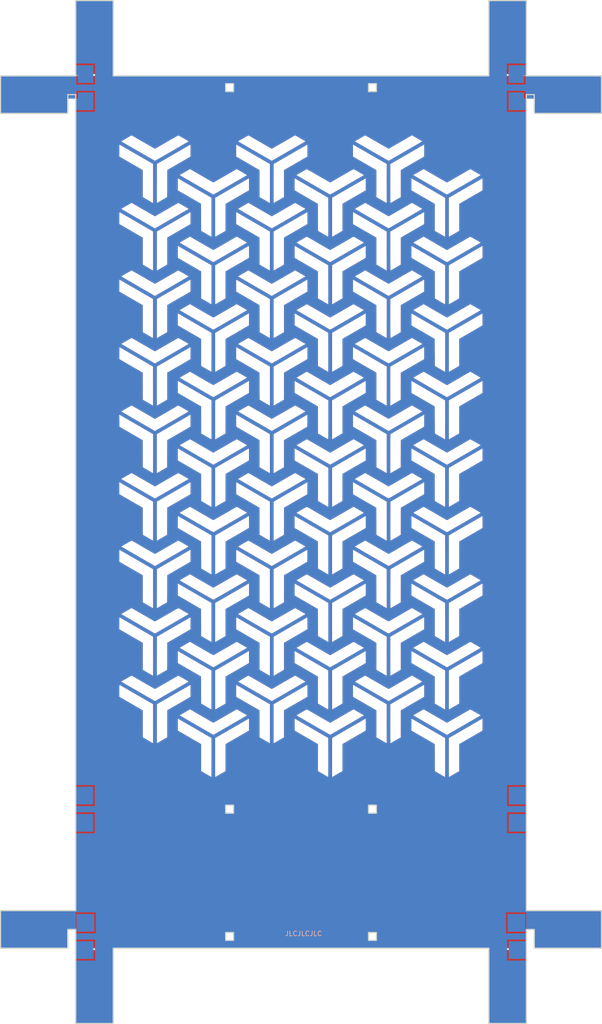
<source format=kicad_pcb>
(kicad_pcb (version 20171130) (host pcbnew "(5.1.6)-1")
  (layers (0 F.Cu signal) (31 B.Cu signal) (34 B.Paste user) (35 F.Paste user) (36 B.SilkS user) (37 F.SilkS user) (38 B.Mask user) (39 F.Mask user) (44 Edge.Cuts user))
  (net 0 "")
  (module "G-lib:Side 1 Lantern mask - back" (layer F.Cu) (at 109.96 131.51)
    (fp_text reference G*** hide)
    (fp_text value LOGO hide)
  )
  (module "G-lib:Side 1 Lantern" (layer F.Cu) (at 109.95 131.51)
    (fp_text reference G*** hide)
    (fp_text value LOGO hide)
    (fp_poly (pts (xy 47.265166 -91.694) (xy 39.391166 -91.694) (xy 39.391166 -107.082167) (xy 47.265166 -107.082167) (xy 47.265166 -91.694)) (layer F.Cu) (width 0.01))
    (fp_poly (pts (xy -39.348834 -91.694) (xy -47.244 -91.694) (xy -47.244 -107.082167) (xy -39.348834 -107.082167) (xy -39.348834 -91.694)) (layer F.Cu) (width 0.01))
    (fp_poly (pts (xy 63.013166 -83.460167) (xy 48.916166 -83.460167) (xy 48.916166 -86.571667) (xy 47.265166 -86.571667) (xy 47.265166 -83.460167) (xy -47.244 -83.460167) (xy -47.244 -86.571667) (xy -48.873834 -86.571667) (xy -48.873834 -83.460167) (xy -62.992 -83.460167) (xy -62.992 -89.683167) (xy -15.790334 -89.683167) (xy -15.790334 -88.871778) (xy -15.789978 -88.690446) (xy -15.788962 -88.522503) (xy -15.787368 -88.372631) (xy -15.785275 -88.245516) (xy -15.782763 -88.14584) (xy -15.779913 -88.078287) (xy -15.776803 -88.047541) (xy -15.776223 -88.046278) (xy -15.752594 -88.043131) (xy -15.691316 -88.040227) (xy -15.597072 -88.037649) (xy -15.474547 -88.035474) (xy -15.328423 -88.033785) (xy -15.163384 -88.032659) (xy -14.984115 -88.032179) (xy -14.950723 -88.032167) (xy -14.139334 -88.032167) (xy -14.139334 -89.683167) (xy 14.1605 -89.683167) (xy 14.1605 -88.871778) (xy 14.160856 -88.690446) (xy 14.161871 -88.522503) (xy 14.163465 -88.372631) (xy 14.165558 -88.245516) (xy 14.16807 -88.14584) (xy 14.170921 -88.078287) (xy 14.17403 -88.047541) (xy 14.174611 -88.046278) (xy 14.198239 -88.043131) (xy 14.259517 -88.040227) (xy 14.353761 -88.037649) (xy 14.476287 -88.035474) (xy 14.622411 -88.033785) (xy 14.787449 -88.032659) (xy 14.966718 -88.032179) (xy 15.000111 -88.032167) (xy 15.8115 -88.032167) (xy 15.8115 -89.683167) (xy 14.1605 -89.683167) (xy -14.139334 -89.683167) (xy -15.790334 -89.683167) (xy -62.992 -89.683167) (xy -62.992 -91.334167) (xy 63.013166 -91.334167) (xy 63.013166 -83.460167)) (layer F.Cu) (width 0.01))
    (fp_poly (pts (xy 47.265166 83.142667) (xy -47.244 83.142667) (xy -47.244 -82.698167) (xy -39.348834 -82.698167) (xy -39.348834 82.846333) (xy -39.010167 82.846333) (xy -39.010167 61.4045) (xy -15.790334 61.4045) (xy -15.790334 63.0555) (xy -14.139334 63.0555) (xy -14.139334 61.4045) (xy 14.1605 61.4045) (xy 14.1605 63.0555) (xy 15.8115 63.0555) (xy 15.8115 61.4045) (xy 14.1605 61.4045) (xy -14.139334 61.4045) (xy -15.790334 61.4045) (xy -39.010167 61.4045) (xy -39.010167 37.439774) (xy -38.078834 37.439774) (xy -38.078834 38.709243) (xy -35.681709 40.090656) (xy -35.387131 40.260467) (xy -35.102074 40.424892) (xy -34.828757 40.582646) (xy -34.569398 40.732444) (xy -34.326215 40.873002) (xy -34.101428 41.003034) (xy -33.897255 41.121256) (xy -33.715914 41.226383) (xy -33.559624 41.31713) (xy -33.430602 41.392213) (xy -33.331069 41.450347) (xy -33.263242 41.490247) (xy -33.229339 41.510629) (xy -33.226452 41.512504) (xy -33.168321 41.55294) (xy -33.162952 44.37906) (xy -33.157584 47.20518) (xy -32.078453 47.82784) (xy -31.883138 47.940483) (xy -31.699006 48.046573) (xy -31.529277 48.144259) (xy -31.377172 48.231695) (xy -31.245912 48.307031) (xy -31.138715 48.36842) (xy -31.058804 48.414012) (xy -31.009397 48.44196) (xy -30.993662 48.4505) (xy -30.993096 48.429672) (xy -30.992556 48.368548) (xy -30.992043 48.269161) (xy -30.99156 48.133549) (xy -30.99111 47.963747) (xy -30.990694 47.761791) (xy -30.990315 47.529717) (xy -30.989976 47.269561) (xy -30.989678 46.983358) (xy -30.989424 46.673145) (xy -30.989217 46.340957) (xy -30.989058 45.988831) (xy -30.988968 45.678559) (xy -30.221637 45.678559) (xy -30.221508 46.075037) (xy -30.221179 46.446341) (xy -30.220652 46.790968) (xy -30.219935 47.107412) (xy -30.219031 47.39417) (xy -30.217946 47.649737) (xy -30.216685 47.872608) (xy -30.215252 48.061278) (xy -30.213654 48.214244) (xy -30.211894 48.329999) (xy -30.209978 48.407041) (xy -30.207912 48.443863) (xy -30.207032 48.44699) (xy -30.18572 48.435396) (xy -30.13103 48.404487) (xy -30.046231 48.356138) (xy -29.934591 48.292224) (xy -29.79938 48.214623) (xy -29.643867 48.125209) (xy -29.47132 48.025859) (xy -29.285009 47.91845) (xy -29.106635 47.8155) (xy -28.025312 47.191083) (xy -28.021362 45.197642) (xy -25.819952 45.197642) (xy -25.819429 45.356799) (xy -25.818268 45.485735) (xy -25.816411 45.587477) (xy -25.813801 45.665052) (xy -25.81038 45.721489) (xy -25.806091 45.759813) (xy -25.800876 45.783054) (xy -25.794677 45.794238) (xy -25.793808 45.794955) (xy -25.772122 45.808054) (xy -25.715942 45.841049) (xy -25.627442 45.89268) (xy -25.508797 45.961688) (xy -25.362181 46.046813) (xy -25.189767 46.146796) (xy -24.993731 46.260377) (xy -24.776247 46.386296) (xy -24.539488 46.523295) (xy -24.285629 46.670113) (xy -24.016844 46.825491) (xy -23.735308 46.988169) (xy -23.443194 47.156888) (xy -23.348832 47.211374) (xy -20.933834 48.605754) (xy -20.933834 54.264871) (xy -19.849042 54.892122) (xy -19.652932 55.005372) (xy -19.467696 55.112064) (xy -19.29658 55.210345) (xy -19.142833 55.298365) (xy -19.0097 55.37427) (xy -18.900429 55.43621) (xy -18.818267 55.482333) (xy -18.766462 55.510787) (xy -18.748375 55.519769) (xy -18.746774 55.498983) (xy -18.745217 55.437901) (xy -18.743712 55.33856) (xy -18.742267 55.202998) (xy -18.740891 55.033253) (xy -18.73959 54.831363) (xy -18.738373 54.599363) (xy -18.737249 54.339293) (xy -18.736223 54.05319) (xy -18.735306 53.74309) (xy -18.734504 53.411032) (xy -18.733825 53.059053) (xy -18.733278 52.689191) (xy -18.73287 52.303483) (xy -18.732609 51.903966) (xy -18.732503 51.492678) (xy -18.7325 51.426691) (xy -18.7325 47.337368) (xy -17.991667 47.337368) (xy -17.991667 51.428767) (xy -17.991576 51.84163) (xy -17.99131 52.243048) (xy -17.990878 52.630981) (xy -17.990287 53.003392) (xy -17.989548 53.358243) (xy -17.988669 53.693495) (xy -17.987658 54.00711) (xy -17.986526 54.29705) (xy -17.98528 54.561276) (xy -17.98393 54.797751) (xy -17.982484 55.004435) (xy -17.980951 55.179291) (xy -17.979341 55.320281) (xy -17.977661 55.425365) (xy -17.975922 55.492507) (xy -17.974131 55.519667) (xy -17.973852 55.520167) (xy -17.952776 55.509866) (xy -17.898337 55.480201) (xy -17.813803 55.433028) (xy -17.70244 55.370201) (xy -17.567518 55.293575) (xy -17.412302 55.205007) (xy -17.240062 55.106351) (xy -17.054066 54.999462) (xy -16.878477 54.898259) (xy -15.800917 54.276352) (xy -15.795549 51.449479) (xy -15.79018 48.622606) (xy -15.732049 48.582544) (xy -15.706839 48.5672) (xy -15.647167 48.532004) (xy -15.555253 48.478241) (xy -15.433312 48.407197) (xy -15.283562 48.320157) (xy -15.108221 48.218405) (xy -14.909508 48.103227) (xy -14.689638 47.975908) (xy -14.45083 47.837734) (xy -14.195301 47.689989) (xy -13.92527 47.533959) (xy -13.642952 47.370929) (xy -13.350567 47.202184) (xy -13.276792 47.159621) (xy -10.879667 45.776761) (xy -10.879667 44.508366) (xy -10.879989 44.244322) (xy -10.880932 44.006372) (xy -10.882461 43.796713) (xy -10.884542 43.61754) (xy -10.887141 43.471051) (xy -10.890224 43.359443) (xy -10.893756 43.284912) (xy -10.897703 43.249655) (xy -10.899356 43.247028) (xy -10.919402 43.258165) (xy -10.974326 43.289452) (xy -11.062349 43.339861) (xy -11.18169 43.408368) (xy -11.330569 43.493947) (xy -11.507207 43.595573) (xy -11.709824 43.71222) (xy -11.936641 43.842864) (xy -12.185877 43.986479) (xy -12.455752 44.142039) (xy -12.744488 44.308519) (xy -13.050304 44.484893) (xy -13.37142 44.670138) (xy -13.706057 44.863226) (xy -14.052435 45.063133) (xy -14.408774 45.268833) (xy -14.455356 45.295725) (xy -17.991667 47.337368) (xy -18.7325 47.337368) (xy -18.7325 47.333215) (xy -25.81275 43.244217) (xy -25.818268 44.508567) (xy -25.819314 44.776553) (xy -25.819894 45.005236) (xy -25.819952 45.197642) (xy -28.021362 45.197642) (xy -28.01619 42.587333) (xy -25.442274 42.587333) (xy -25.424234 42.598825) (xy -25.371295 42.630453) (xy -25.285224 42.681191) (xy -25.167788 42.750015) (xy -25.020752 42.835897) (xy -24.845882 42.937811) (xy -24.644946 43.054733) (xy -24.419708 43.185636) (xy -24.171936 43.329495) (xy -23.903395 43.485283) (xy -23.615852 43.651974) (xy -23.311072 43.828543) (xy -22.990823 44.013964) (xy -22.656869 44.207211) (xy -22.310978 44.407258) (xy -21.954915 44.613079) (xy -21.902165 44.643562) (xy -18.362084 46.689207) (xy -18.298584 46.653141) (xy -18.273995 46.639008) (xy -18.214568 46.604766) (xy -18.122128 46.551469) (xy -17.998503 46.480168) (xy -17.845516 46.391919) (xy -17.664995 46.287775) (xy -17.458766 46.168789) (xy -17.228653 46.036014) (xy -16.976483 45.890505) (xy -16.704082 45.733315) (xy -16.413275 45.565497) (xy -16.105889 45.388106) (xy -15.783748 45.202193) (xy -15.44868 45.008814) (xy -15.10251 44.809021) (xy -14.758459 44.610445) (xy -14.404237 44.40591) (xy -14.059951 44.206943) (xy -13.727383 44.014582) (xy -13.408316 43.829863) (xy -13.104535 43.653826) (xy -12.817822 43.487509) (xy -12.549962 43.331948) (xy -12.302737 43.188182) (xy -12.077931 43.057249) (xy -11.877328 42.940186) (xy -11.702711 42.838033) (xy -11.555863 42.751825) (xy -11.438568 42.682602) (xy -11.352609 42.631401) (xy -11.29977 42.599261) (xy -11.281834 42.587223) (xy -11.299665 42.573951) (xy -11.35103 42.541515) (xy -11.432735 42.491806) (xy -11.541588 42.426714) (xy -11.674394 42.348128) (xy -11.827961 42.257939) (xy -11.999096 42.158036) (xy -12.184605 42.05031) (xy -12.370351 41.94296) (xy -13.458869 41.315289) (xy -15.861409 42.702525) (xy -16.156061 42.872609) (xy -16.441132 43.037069) (xy -16.714415 43.194636) (xy -16.973706 43.344042) (xy -17.216797 43.484018) (xy -17.441482 43.613298) (xy -17.645557 43.730613) (xy -17.826814 43.834695) (xy -17.983048 43.924276) (xy -18.112052 43.998088) (xy -18.211622 44.054864) (xy -18.27955 44.093334) (xy -18.313631 44.112232) (xy -18.316751 44.113818) (xy -18.326306 44.116113) (xy -18.340303 44.115065) (xy -18.360595 44.109645) (xy -18.389034 44.098824) (xy -18.427474 44.081571) (xy -18.477767 44.056858) (xy -18.541768 44.023656) (xy -18.621328 43.980934) (xy -18.718301 43.927664) (xy -18.83454 43.862817) (xy -18.971898 43.785361) (xy -19.132228 43.69427) (xy -19.317383 43.588512) (xy -19.529216 43.467058) (xy -19.769581 43.32888) (xy -20.040329 43.172948) (xy -20.343315 42.998232) (xy -20.680391 42.803703) (xy -20.814131 42.726494) (xy -23.25871 41.315111) (xy -24.350506 41.945931) (xy -24.546873 42.05956) (xy -24.731902 42.166965) (xy -24.90241 42.266274) (xy -25.055214 42.355617) (xy -25.187131 42.433125) (xy -25.294976 42.496926) (xy -25.375566 42.545151) (xy -25.425719 42.575929) (xy -25.442274 42.587333) (xy -28.01619 42.587333) (xy -28.014084 41.524821) (xy -23.14575 38.716821) (xy -23.140294 37.445327) (xy -23.139472 37.217672) (xy -23.138999 37.00308) (xy -23.138863 36.805208) (xy -23.139051 36.627712) (xy -23.139552 36.474247) (xy -23.140354 36.348471) (xy -23.141445 36.254039) (xy -23.142813 36.194608) (xy -23.144445 36.173834) (xy -23.144455 36.173833) (xy -23.16347 36.184254) (xy -23.217363 36.214835) (xy -23.304362 36.264554) (xy -23.42269 36.33239) (xy -23.570575 36.417321) (xy -23.746243 36.518324) (xy -23.947918 36.634378) (xy -24.173828 36.764462) (xy -24.422197 36.907552) (xy -24.691252 37.062627) (xy -24.979219 37.228666) (xy -25.284323 37.404647) (xy -25.604791 37.589547) (xy -25.938848 37.782344) (xy -26.28472 37.982018) (xy -26.640633 38.187545) (xy -26.684745 38.213022) (xy -30.215417 40.25221) (xy -30.220762 44.353137) (xy -30.221269 44.816105) (xy -30.221558 45.258414) (xy -30.221637 45.678559) (xy -30.988968 45.678559) (xy -30.98895 45.618802) (xy -30.988895 45.232905) (xy -30.988896 44.833178) (xy -30.988955 44.421655) (xy -30.988971 44.349458) (xy -30.989941 40.248417) (xy -34.513885 38.216417) (xy -34.870812 38.010628) (xy -35.218009 37.810496) (xy -35.553692 37.617049) (xy -35.876076 37.431313) (xy -36.183378 37.254313) (xy -36.473813 37.087077) (xy -36.745597 36.930632) (xy -36.996946 36.786002) (xy -37.226075 36.654215) (xy -37.4312 36.536298) (xy -37.610537 36.433277) (xy -37.762302 36.346178) (xy -37.88471 36.276027) (xy -37.975977 36.223852) (xy -38.034318 36.190678) (xy -38.05795 36.177533) (xy -38.058332 36.177361) (xy -38.062918 36.196651) (xy -38.066966 36.257031) (xy -38.070457 36.357262) (xy -38.073369 36.496103) (xy -38.075682 36.672315) (xy -38.077377 36.884658) (xy -38.078434 37.131892) (xy -38.078831 37.412777) (xy -38.078834 37.439774) (xy -39.010167 37.439774) (xy -39.010167 35.517667) (xy -37.696494 35.517667) (xy -37.678437 35.529142) (xy -37.625464 35.560725) (xy -37.539341 35.611392) (xy -37.421833 35.68012) (xy -37.274706 35.765883) (xy -37.099727 35.867659) (xy -36.898661 35.984424) (xy -36.673275 36.115155) (xy -36.425333 36.258827) (xy -36.156603 36.414418) (xy -35.868849 36.580902) (xy -35.563838 36.757258) (xy -35.243336 36.94246) (xy -34.909109 37.135485) (xy -34.562923 37.335311) (xy -34.206543 37.540912) (xy -34.149855 37.573606) (xy -30.603314 39.618961) (xy -30.19515 39.383356) (xy -30.132209 39.347023) (xy -30.034822 39.290806) (xy -29.905205 39.215984) (xy -29.745575 39.123835) (xy -29.558147 39.01564) (xy -29.34514 38.892679) (xy -29.108768 38.75623) (xy -28.85125 38.607573) (xy -28.5748 38.447988) (xy -28.281637 38.278754) (xy -27.973976 38.101151) (xy -27.654034 37.916459) (xy -27.324027 37.725956) (xy -26.986172 37.530923) (xy -26.651973 37.338) (xy -26.315869 37.143916) (xy -25.989793 36.955504) (xy -25.675621 36.773853) (xy -25.375232 36.600053) (xy -25.090503 36.435196) (xy -24.823311 36.28037) (xy -24.575536 36.136667) (xy -24.349053 36.005177) (xy -24.145741 35.886989) (xy -23.967478 35.783195) (xy -23.816141 35.694883) (xy -23.693607 35.623146) (xy -23.601755 35.569072) (xy -23.542462 35.533752) (xy -23.517605 35.518276) (xy -23.51693 35.517667) (xy -23.534616 35.506139) (xy -23.585091 35.475719) (xy -23.664472 35.42866) (xy -23.768876 35.367217) (xy -23.894419 35.293644) (xy -24.037219 35.210197) (xy -24.193391 35.119129) (xy -24.359053 35.022694) (xy -24.53032 34.923148) (xy -24.703311 34.822745) (xy -24.874141 34.723739) (xy -25.038927 34.628384) (xy -25.193785 34.538936) (xy -25.334833 34.457648) (xy -25.458187 34.386776) (xy -25.559963 34.328572) (xy -25.636279 34.285293) (xy -25.683251 34.259192) (xy -25.696161 34.252526) (xy -25.715768 34.262224) (xy -25.769858 34.291912) (xy -25.856282 34.340361) (xy -25.972894 34.406341) (xy -26.117545 34.488622) (xy -26.288087 34.585974) (xy -26.482373 34.697168) (xy -26.698254 34.820973) (xy -26.933582 34.95616) (xy -27.18621 35.1015) (xy -27.45399 35.255762) (xy -27.734774 35.417717) (xy -28.026413 35.586134) (xy -28.131797 35.64704) (xy -28.427184 35.81772) (xy -28.712729 35.982571) (xy -28.98626 36.140347) (xy -29.245606 36.289801) (xy -29.488596 36.429687) (xy -29.71306 36.558758) (xy -29.916825 36.675769) (xy -30.097721 36.779471) (xy -30.253577 36.86862) (xy -30.382222 36.941969) (xy -30.481484 36.998271) (xy -30.549193 37.03628) (xy -30.583177 37.05475) (xy -30.586667 37.056358) (xy -30.608631 37.047062) (xy -30.665055 37.017754) (xy -30.75378 36.969655) (xy -30.872644 36.90399) (xy -31.019487 36.821981) (xy -31.192147 36.724852) (xy -31.388466 36.613825) (xy -31.60628 36.490124) (xy -31.843431 36.354971) (xy -32.097757 36.209591) (xy -32.367097 36.055205) (xy -32.649291 35.893038) (xy -32.942178 35.724311) (xy -33.061252 35.655599) (xy -35.387282 34.312713) (xy -30.226108 34.312713) (xy -30.178429 34.287629) (xy -30.151585 34.272593) (xy -30.091566 34.238392) (xy -30.001857 34.187028) (xy -29.885943 34.120504) (xy -29.747311 34.040823) (xy -29.589445 33.949987) (xy -29.41583 33.849999) (xy -29.229952 33.742863) (xy -29.104167 33.670316) (xy -28.91292 33.559887) (xy -28.732322 33.455412) (xy -28.565768 33.358869) (xy -28.416655 33.272236) (xy -28.28838 33.197491) (xy -28.184339 33.136612) (xy -28.107928 33.091577) (xy -28.062545 33.064364) (xy -28.051202 33.0571) (xy -28.047269 33.045853) (xy -28.043683 33.017473) (xy -28.040424 32.970177) (xy -28.037472 32.902187) (xy -28.034807 32.811723) (xy -28.03241 32.697004) (xy -28.030259 32.556251) (xy -28.028337 32.387684) (xy -28.026622 32.189522) (xy -28.025095 31.959986) (xy -28.023736 31.697296) (xy -28.022526 31.399672) (xy -28.021443 31.065335) (xy -28.02047 30.692503) (xy -28.019783 30.371992) (xy -25.823334 30.371992) (xy -25.823334 31.639818) (xy -23.383875 33.048567) (xy -20.944417 34.457317) (xy -20.933681 40.121977) (xy -19.848966 40.7502) (xy -19.652893 40.863625) (xy -19.467689 40.970508) (xy -19.296598 41.068993) (xy -19.142867 41.157223) (xy -19.009741 41.233343) (xy -18.900466 41.295496) (xy -18.818288 41.341826) (xy -18.766453 41.370476) (xy -18.748322 41.379628) (xy -18.746743 41.358924) (xy -18.745261 41.297922) (xy -18.743882 41.198658) (xy -18.74261 41.063169) (xy -18.741451 40.89349) (xy -18.74041 40.691656) (xy -18.739492 40.459703) (xy -18.738703 40.199668) (xy -18.738047 39.913586) (xy -18.737531 39.603493) (xy -18.737159 39.271424) (xy -18.736937 38.919415) (xy -18.73687 38.549503) (xy -18.736963 38.163722) (xy -18.737221 37.764109) (xy -18.73765 37.3527) (xy -18.737739 37.282661) (xy -18.743071 33.194402) (xy -17.991667 33.194402) (xy -17.991667 37.289882) (xy -17.991642 37.782635) (xy -17.991558 38.23476) (xy -17.991401 38.647962) (xy -17.991158 39.023945) (xy -17.990816 39.364413) (xy -17.990361 39.671073) (xy -17.98978 39.945629) (xy -17.989059 40.189786) (xy -17.988185 40.405248) (xy -17.987145 40.593721) (xy -17.985925 40.756909) (xy -17.984511 40.896517) (xy -17.982891 41.01425) (xy -17.981051 41.111814) (xy -17.978977 41.190912) (xy -17.976656 41.25325) (xy -17.974075 41.300532) (xy -17.97122 41.334464) (xy -17.968078 41.35675) (xy -17.964635 41.369096) (xy -17.960879 41.373205) (xy -17.959538 41.373033) (xy -17.935775 41.360457) (xy -17.878706 41.328603) (xy -17.791672 41.27938) (xy -17.678017 41.214698) (xy -17.541084 41.136465) (xy -17.384216 41.046592) (xy -17.210754 40.946988) (xy -17.024044 40.839561) (xy -16.858872 40.744363) (xy -15.790334 40.128022) (xy -15.790334 37.437024) (xy -13.589 37.437024) (xy -13.589 38.704744) (xy -11.133667 40.121873) (xy -8.678334 41.539001) (xy -8.678334 47.197761) (xy -7.593542 47.823803) (xy -7.397386 47.936861) (xy -7.21211 48.043366) (xy -7.040963 48.141471) (xy -6.887195 48.229325) (xy -6.754054 48.30508) (xy -6.644791 48.366886) (xy -6.562654 48.412894) (xy -6.510894 48.441255) (xy -6.492875 48.450172) (xy -6.491274 48.429379) (xy -6.489717 48.368289) (xy -6.488212 48.268942) (xy -6.486767 48.133374) (xy -6.48539 47.963623) (xy -6.48409 47.761727) (xy -6.482873 47.529723) (xy -6.481748 47.269649) (xy -6.480723 46.983543) (xy -6.479806 46.673441) (xy -6.479003 46.341383) (xy -6.478325 45.989404) (xy -6.478235 45.928344) (xy -5.732098 45.928344) (xy -5.732086 46.283558) (xy -5.731958 46.619182) (xy -5.731718 46.933179) (xy -5.731368 47.223512) (xy -5.730913 47.488146) (xy -5.730353 47.725043) (xy -5.729694 47.932167) (xy -5.728937 48.107481) (xy -5.728086 48.248949) (xy -5.727143 48.354534) (xy -5.726113 48.4222) (xy -5.724997 48.449909) (xy -5.724803 48.4505) (xy -5.704902 48.44021) (xy -5.651582 48.410568) (xy -5.568069 48.363417) (xy -5.457589 48.300599) (xy -5.323368 48.223956) (xy -5.168635 48.13533) (xy -4.996614 48.036564) (xy -4.810532 47.929499) (xy -4.624082 47.822018) (xy -3.534834 47.193536) (xy -3.534834 44.948737) (xy -1.329268 44.948737) (xy -1.328922 45.147213) (xy -1.328089 45.325585) (xy -1.326799 45.480127) (xy -1.325085 45.607115) (xy -1.322976 45.702825) (xy -1.320503 45.76353) (xy -1.317794 45.785439) (xy -1.297835 45.797654) (xy -1.243355 45.829769) (xy -1.156505 45.880537) (xy -1.039438 45.948711) (xy -0.894306 46.033045) (xy -0.723259 46.132291) (xy -0.528451 46.245202) (xy -0.312032 46.370531) (xy -0.076155 46.507031) (xy 0.177029 46.653456) (xy 0.445367 46.808558) (xy 0.726709 46.971091) (xy 1.018901 47.139806) (xy 1.127125 47.202274) (xy 3.556 48.604135) (xy 3.556 54.262183) (xy 4.640791 54.88994) (xy 4.83689 55.00329) (xy 5.022119 55.110101) (xy 5.193231 55.208521) (xy 5.346979 55.296692) (xy 5.480116 55.37276) (xy 5.589397 55.434869) (xy 5.671573 55.481165) (xy 5.723399 55.509792) (xy 5.741511 55.518932) (xy 5.74309 55.498231) (xy 5.744572 55.437232) (xy 5.745951 55.337971) (xy 5.747223 55.202484) (xy 5.748382 55.032807) (xy 5.749423 54.830974) (xy 5.750341 54.599023) (xy 5.75113 54.338988) (xy 5.751786 54.052906) (xy 5.752302 53.742811) (xy 5.752674 53.41074) (xy 5.75271 53.353068) (xy 6.52335 53.353068) (xy 6.523451 53.688703) (xy 6.52366 54.002712) (xy 6.523976 54.293058) (xy 6.524394 54.557704) (xy 6.524912 54.794615) (xy 6.525528 55.001752) (xy 6.526238 55.177081) (xy 6.52704 55.318564) (xy 6.527931 55.424164) (xy 6.528909 55.491846) (xy 6.52997 55.519573) (xy 6.530156 55.520167) (xy 6.549956 55.509875) (xy 6.603177 55.480228) (xy 6.686595 55.433068) (xy 6.796988 55.370237) (xy 6.931132 55.293576) (xy 7.085803 55.204928) (xy 7.257779 55.106134) (xy 7.443837 54.999037) (xy 7.630876 54.891177) (xy 8.720666 54.262188) (xy 8.720666 48.603572) (xy 11.165416 47.191312) (xy 13.610166 45.779051) (xy 13.610166 44.511276) (xy 13.610033 44.28396) (xy 13.609648 44.069714) (xy 13.609037 43.872199) (xy 13.608222 43.695075) (xy 13.607228 43.542006) (xy 13.606077 43.416652) (xy 13.604795 43.322676) (xy 13.603404 43.263738) (xy 13.60194 43.2435) (xy 13.583067 43.25392) (xy 13.529314 43.2845) (xy 13.442453 43.334217) (xy 13.324257 43.402051) (xy 13.1765 43.48698) (xy 13.000954 43.587981) (xy 12.799391 43.704034) (xy 12.573586 43.834116) (xy 12.325311 43.977207) (xy 12.056339 44.132284) (xy 11.768442 44.298327) (xy 11.463394 44.474312) (xy 11.142968 44.659219) (xy 10.808936 44.852026) (xy 10.463072 45.051712) (xy 10.107148 45.257255) (xy 10.061815 45.283437) (xy 6.529916 47.323375) (xy 6.524571 51.421771) (xy 6.524088 51.834991) (xy 6.523727 52.236767) (xy 6.523485 52.625063) (xy 6.523361 52.997842) (xy 6.52335 53.353068) (xy 5.75271 53.353068) (xy 5.752896 53.058728) (xy 5.752964 52.688811) (xy 5.752871 52.303025) (xy 5.752613 51.903405) (xy 5.752184 51.491988) (xy 5.752095 51.421696) (xy 5.74675 47.323225) (xy 2.211916 45.282754) (xy -1.322917 43.242284) (xy -1.328377 44.506374) (xy -1.329097 44.733883) (xy -1.329268 44.948737) (xy -3.534834 44.948737) (xy -3.534834 42.587333) (xy -0.951707 42.587333) (xy -0.933698 42.59925) (xy -0.881128 42.630989) (xy -0.796154 42.681309) (xy -0.680934 42.748964) (xy -0.537627 42.832712) (xy -0.36839 42.93131) (xy -0.175381 43.043512) (xy 0.039242 43.168077) (xy 0.273321 43.303761) (xy 0.524698 43.449319) (xy 0.791216 43.603509) (xy 1.070716 43.765087) (xy 1.361041 43.932809) (xy 1.660032 44.105432) (xy 1.965532 44.281713) (xy 2.275383 44.460407) (xy 2.587427 44.640272) (xy 2.899506 44.820064) (xy 3.209462 44.998539) (xy 3.515138 45.174454) (xy 3.814375 45.346565) (xy 4.105015 45.513629) (xy 4.384901 45.674402) (xy 4.651875 45.827641) (xy 4.903779 45.972102) (xy 5.138454 46.106542) (xy 5.353744 46.229717) (xy 5.54749 46.340383) (xy 5.717534 46.437298) (xy 5.861718 46.519217) (xy 5.977885 46.584898) (xy 6.063876 46.633096) (xy 6.117534 46.662568) (xy 6.136612 46.672089) (xy 6.157714 46.661707) (xy 6.213677 46.631159) (xy 6.302714 46.581466) (xy 6.423036 46.513652) (xy 6.572858 46.428739) (xy 6.75039 46.32775) (xy 6.953846 46.211708) (xy 7.181439 46.081634) (xy 7.431379 45.938552) (xy 7.701881 45.783485) (xy 7.991156 45.617454) (xy 8.297418 45.441482) (xy 8.618877 45.256592) (xy 8.953748 45.063807) (xy 9.300241 44.864148) (xy 9.656571 44.65864) (xy 9.697179 44.635208) (xy 10.054153 44.429163) (xy 10.401209 44.228737) (xy 10.736576 44.034957) (xy 11.058485 43.84885) (xy 11.365166 43.671442) (xy 11.654851 43.503758) (xy 11.925768 43.346827) (xy 12.176149 43.201673) (xy 12.404225 43.069324) (xy 12.608225 42.950806) (xy 12.78638 42.847145) (xy 12.936921 42.759367) (xy 13.058078 42.6885) (xy 13.148081 42.635568) (xy 13.205161 42.6016) (xy 13.227549 42.58762) (xy 13.22782 42.587333) (xy 13.210029 42.57511) (xy 13.158805 42.54374) (xy 13.077431 42.49515) (xy 12.969191 42.431265) (xy 12.837368 42.35401) (xy 12.685244 42.265312) (xy 12.516103 42.167097) (xy 12.333228 42.06129) (xy 12.199398 41.984083) (xy 12.006478 41.872917) (xy 11.822998 41.767189) (xy 11.652522 41.668955) (xy 11.498618 41.580269) (xy 11.36485 41.503187) (xy 11.254787 41.439763) (xy 11.171993 41.392052) (xy 11.120035 41.362109) (xy 11.104628 41.353229) (xy 11.038384 41.315042) (xy 8.598668 42.723771) (xy 8.30243 42.894736) (xy 8.016191 43.05976) (xy 7.742102 43.217612) (xy 7.482311 43.36706) (xy 7.238969 43.506874) (xy 7.014225 43.635823) (xy 6.810228 43.752676) (xy 6.629129 43.856203) (xy 6.473075 43.945172) (xy 6.344218 44.018353) (xy 6.244707 44.074515) (xy 6.17669 44.112427) (xy 6.142318 44.130858) (xy 6.138483 44.1325) (xy 6.117998 44.122106) (xy 6.063018 44.091747) (xy 5.975694 44.042652) (xy 5.858177 43.976054) (xy 5.712616 43.893183) (xy 5.541161 43.79527) (xy 5.345962 43.683546) (xy 5.12917 43.559243) (xy 4.892934 43.423591) (xy 4.639405 43.277822) (xy 4.370733 43.123167) (xy 4.089068 42.960856) (xy 3.796559 42.792121) (xy 3.679405 42.724492) (xy 3.383389 42.553677) (xy 3.097467 42.38888) (xy 2.823781 42.231326) (xy 2.56447 42.082239) (xy 2.321678 41.942844) (xy 2.097546 41.814366) (xy 1.894215 41.69803) (xy 1.713827 41.59506) (xy 1.558524 41.506682) (xy 1.430446 41.43412) (xy 1.331735 41.378598) (xy 1.264534 41.341343) (xy 1.230983 41.323577) (xy 1.22747 41.3222) (xy 1.20146 41.336039) (xy 1.143604 41.368509) (xy 1.057786 41.417356) (xy 0.947889 41.480324) (xy 0.817797 41.55516) (xy 0.671393 41.639609) (xy 0.51256 41.731417) (xy 0.345182 41.828329) (xy 0.173141 41.92809) (xy 0.000322 42.028447) (xy -0.169393 42.127144) (xy -0.33212 42.221928) (xy -0.483977 42.310543) (xy -0.621078 42.390736) (xy -0.739542 42.460251) (xy -0.835485 42.516835) (xy -0.905024 42.558232) (xy -0.944275 42.582189) (xy -0.951707 42.587333) (xy -3.534834 42.587333) (xy -3.534834 41.534794) (xy 1.37566 38.70325) (xy 1.375746 37.438542) (xy 1.375495 37.211509) (xy 1.37474 36.99755) (xy 1.373529 36.80033) (xy 1.37191 36.623516) (xy 1.369929 36.470774) (xy 1.367635 36.345769) (xy 1.365074 36.252168) (xy 1.362295 36.193636) (xy 1.3594 36.173833) (xy 1.339688 36.184253) (xy 1.2851 36.214832) (xy 1.197414 36.264547) (xy 1.078407 36.332379) (xy 0.929858 36.417305) (xy 0.753544 36.518303) (xy 0.551243 36.634353) (xy 0.324733 36.764433) (xy 0.075792 36.90752) (xy -0.193802 37.062595) (xy -0.482272 37.228634) (xy -0.78784 37.404618) (xy -1.108727 37.589523) (xy -1.443157 37.78233) (xy -1.789351 37.982015) (xy -2.145531 38.187558) (xy -2.191308 38.213982) (xy -5.725584 40.254132) (xy -5.730929 44.352316) (xy -5.73141 44.765525) (xy -5.731763 45.167291) (xy -5.731991 45.555576) (xy -5.732098 45.928344) (xy -6.478235 45.928344) (xy -6.477777 45.619544) (xy -6.477369 45.233839) (xy -6.477108 44.834327) (xy -6.477003 44.423046) (xy -6.477 44.357304) (xy -6.477 40.264109) (xy -10.001324 38.228862) (xy -10.358379 38.022699) (xy -10.705813 37.822153) (xy -11.041833 37.628256) (xy -11.364651 37.442038) (xy -11.672475 37.264531) (xy -11.963515 37.096764) (xy -12.235979 36.93977) (xy -12.488078 36.794579) (xy -12.718021 36.662222) (xy -12.924017 36.54373) (xy -13.104276 36.440134) (xy -13.257007 36.352465) (xy -13.38042 36.281754) (xy -13.472723 36.229032) (xy -13.532127 36.19533) (xy -13.556841 36.181678) (xy -13.557324 36.18146) (xy -13.563958 36.182722) (xy -13.569612 36.194007) (xy -13.574362 36.218333) (xy -13.578285 36.258715) (xy -13.581455 36.31817) (xy -13.58395 36.399716) (xy -13.585846 36.506369) (xy -13.587218 36.641147) (xy -13.588142 36.807065) (xy -13.588696 37.007141) (xy -13.588954 37.244392) (xy -13.589 37.437024) (xy -15.790334 37.437024) (xy -15.790334 35.520904) (xy -13.182125 35.520904) (xy -13.163124 35.534182) (xy -13.109592 35.567193) (xy -13.023689 35.618693) (xy -12.907573 35.687441) (xy -12.763404 35.772193) (xy -12.593341 35.871708) (xy -12.399542 35.984742) (xy -12.184167 36.110052) (xy -11.949374 36.246397) (xy -11.697322 36.392533) (xy -11.430171 36.547218) (xy -11.150079 36.709209) (xy -10.859206 36.877264) (xy -10.559709 37.05014) (xy -10.253749 37.226594) (xy -9.943484 37.405384) (xy -9.631073 37.585267) (xy -9.318675 37.765) (xy -9.008449 37.943341) (xy -8.702554 38.119047) (xy -8.403149 38.290876) (xy -8.112393 38.457584) (xy -7.832445 38.61793) (xy -7.565463 38.770671) (xy -7.313607 38.914563) (xy -7.079036 39.048365) (xy -6.863909 39.170834) (xy -6.670384 39.280726) (xy -6.50062 39.3768) (xy -6.356778 39.457813) (xy -6.241015 39.522522) (xy -6.15549 39.569685) (xy -6.102362 39.598059) (xy -6.083844 39.606467) (xy -6.063387 39.594595) (xy -6.008058 39.562585) (xy -5.919645 39.511469) (xy -5.799935 39.44228) (xy -5.650716 39.35605) (xy -5.473775 39.253813) (xy -5.270901 39.136601) (xy -5.043879 39.005446) (xy -4.794498 38.861382) (xy -4.524546 38.70544) (xy -4.23581 38.538654) (xy -3.930077 38.362057) (xy -3.609135 38.17668) (xy -3.274772 37.983556) (xy -2.928775 37.783719) (xy -2.572931 37.578201) (xy -2.543269 37.56107) (xy -2.187023 37.35526) (xy -1.840699 37.155061) (xy -1.506068 36.961501) (xy -1.184904 36.77561) (xy -0.878979 36.598419) (xy -0.590066 36.430956) (xy -0.319936 36.274252) (xy -0.070362 36.129337) (xy 0.156883 35.99724) (xy 0.360027 35.87899) (xy 0.537298 35.775619) (xy 0.686922 35.688155) (xy 0.807129 35.617628) (xy 0.896144 35.565069) (xy 0.952196 35.531506) (xy 0.973512 35.51797) (xy 0.973666 35.517767) (xy 0.955845 35.505301) (xy 0.904506 35.473615) (xy 0.822834 35.424583) (xy 0.714014 35.360079) (xy 0.581233 35.281978) (xy 0.427675 35.192152) (xy 0.256527 35.092477) (xy 0.070973 34.984825) (xy -0.118097 34.875517) (xy -1.20986 34.245388) (xy -3.654488 35.656799) (xy -4.00461 35.858898) (xy -4.319956 36.040805) (xy -4.60238 36.203549) (xy -4.853736 36.348159) (xy -5.075878 36.475665) (xy -5.270659 36.587098) (xy -5.439934 36.683486) (xy -5.585556 36.76586) (xy -5.709379 36.835249) (xy -5.813256 36.892683) (xy -5.899042 36.939191) (xy -5.968591 36.975803) (xy -6.023755 37.00355) (xy -6.066389 37.02346) (xy -6.098348 37.036563) (xy -6.121483 37.04389) (xy -6.13765 37.046469) (xy -6.148702 37.04533) (xy -6.152056 37.044088) (xy -6.176596 37.030707) (xy -6.23558 36.997408) (xy -6.326803 36.94546) (xy -6.448057 36.87613) (xy -6.597138 36.790686) (xy -6.771838 36.690398) (xy -6.969953 36.576532) (xy -7.189274 36.450357) (xy -7.427598 36.313141) (xy -7.682716 36.166153) (xy -7.952424 36.01066) (xy -8.234514 35.84793) (xy -8.526782 35.679233) (xy -8.607434 35.632663) (xy -11.009871 34.24536) (xy -12.098936 34.874472) (xy -12.294931 34.98803) (xy -12.479408 35.095571) (xy -12.649197 35.195204) (xy -12.801131 35.285039) (xy -12.932039 35.363183) (xy -13.038753 35.427745) (xy -13.118103 35.476834) (xy -13.16692 35.50856) (xy -13.182125 35.520904) (xy -15.790334 35.520904) (xy -15.790334 34.469246) (xy -13.335 33.051476) (xy -10.879667 31.633706) (xy -10.879667 30.368936) (xy -10.879876 30.141898) (xy -10.880477 29.927933) (xy -10.881434 29.730707) (xy -10.882709 29.553887) (xy -10.884265 29.401138) (xy -10.886064 29.276126) (xy -10.88807 29.182517) (xy -10.890245 29.123978) (xy -10.892509 29.104167) (xy -10.911854 29.114584) (xy -10.966082 29.145157) (xy -11.05342 29.194866) (xy -11.172095 29.26269) (xy -11.320333 29.347611) (xy -11.496361 29.448607) (xy -11.698405 29.564658) (xy -11.924692 29.694746) (xy -12.173448 29.83785) (xy -12.442901 29.992951) (xy -12.731276 30.159027) (xy -13.036801 30.33506) (xy -13.357702 30.520029) (xy -13.692206 30.712915) (xy -14.038538 30.912698) (xy -14.394927 31.118357) (xy -14.448509 31.149284) (xy -17.991667 33.194402) (xy -18.743071 33.194402) (xy -18.743084 33.184489) (xy -22.275473 31.144328) (xy -22.632555 30.938115) (xy -22.979796 30.73763) (xy -23.315422 30.543895) (xy -23.637662 30.357931) (xy -23.944743 30.18076) (xy -24.234893 30.013403) (xy -24.506338 29.856881) (xy -24.757307 29.712217) (xy -24.986027 29.580431) (xy -25.190726 29.462545) (xy -25.36963 29.359581) (xy -25.520968 29.27256) (xy -25.642966 29.202504) (xy -25.733854 29.150433) (xy -25.791857 29.11737) (xy -25.815203 29.104337) (xy -25.815598 29.104167) (xy -25.816985 29.124723) (xy -25.818292 29.183951) (xy -25.819497 29.278189) (xy -25.820578 29.403776) (xy -25.821512 29.55705) (xy -25.822277 29.734349) (xy -25.822851 29.932013) (xy -25.82321 30.146378) (xy -25.823334 30.371992) (xy -28.019783 30.371992) (xy -28.019584 30.279397) (xy -28.019452 30.210751) (xy -28.0161 28.445994) (xy -25.441696 28.445994) (xy -25.423628 28.45785) (xy -25.371013 28.489555) (xy -25.28601 28.539864) (xy -25.170778 28.607531) (xy -25.027473 28.691311) (xy -24.858254 28.789959) (xy -24.665278 28.90223) (xy -24.450703 29.026879) (xy -24.216688 29.162659) (xy -23.965389 29.308327) (xy -23.698965 29.462636) (xy -23.419574 29.624342) (xy -23.129373 29.792199) (xy -22.83052 29.964962) (xy -22.525174 30.141386) (xy -22.215491 30.320225) (xy -21.903629 30.500235) (xy -21.591748 30.68017) (xy -21.282003 30.858785) (xy -20.976554 31.034834) (xy -20.677558 31.207073) (xy -20.387172 31.374256) (xy -20.107555 31.535137) (xy -19.840865 31.688473) (xy -19.589259 31.833017) (xy -19.354895 31.967524) (xy -19.139931 32.090749) (xy -18.946524 32.201447) (xy -18.776834 32.298372) (xy -18.633016 32.38028) (xy -18.51723 32.445924) (xy -18.431633 32.494061) (xy -18.378383 32.523444) (xy -18.359722 32.532853) (xy -18.339284 32.522461) (xy -18.283981 32.491904) (xy -18.195601 32.442206) (xy -18.075928 32.374389) (xy -17.926748 32.289479) (xy -17.749846 32.188497) (xy -17.547007 32.072469) (xy -17.320018 31.942418) (xy -17.070663 31.799367) (xy -16.800727 31.644341) (xy -16.511997 31.478362) (xy -16.206257 31.302455) (xy -15.885294 31.117644) (xy -15.550891 30.924951) (xy -15.204836 30.725401) (xy -14.848912 30.520017) (xy -14.814306 30.50004) (xy -14.457577 30.294074) (xy -14.110634 30.093694) (xy -13.775256 29.899931) (xy -13.453225 29.713817) (xy -13.146322 29.536383) (xy -12.856327 29.36866) (xy -12.585022 29.211679) (xy -12.334187 29.066471) (xy -12.105603 28.934068) (xy -11.901051 28.815502) (xy -11.722312 28.711802) (xy -11.571167 28.624001) (xy -11.449397 28.55313) (xy -11.358782 28.50022) (xy -11.301103 28.466302) (xy -11.278141 28.452407) (xy -11.277829 28.452165) (xy -11.291581 28.438243) (xy -11.33767 28.406266) (xy -11.411594 28.359037) (xy -11.508854 28.299359) (xy -11.624948 28.230034) (xy -11.755374 28.153867) (xy -11.775245 28.1424) (xy -11.935021 28.050357) (xy -12.120238 27.94369) (xy -12.319642 27.828879) (xy -12.521977 27.712404) (xy -12.715987 27.600745) (xy -12.873402 27.51017) (xy -13.459554 27.172957) (xy -15.885087 28.573422) (xy -16.180663 28.744041) (xy -16.466342 28.908867) (xy -16.739958 29.066653) (xy -16.999344 29.216152) (xy -17.242334 29.35612) (xy -17.46676 29.48531) (xy -17.670456 29.602476) (xy -17.851256 29.706371) (xy -18.006993 29.79575) (xy -18.135499 29.869367) (xy -18.234609 29.925976) (xy -18.302156 29.96433) (xy -18.335974 29.983184) (xy -18.339437 29.984944) (xy -18.361015 29.975928) (xy -18.417001 29.946923) (xy -18.505183 29.89918) (xy -18.623351 29.833948) (xy -18.769293 29.75248) (xy -18.940798 29.656026) (xy -19.135654 29.545836) (xy -19.351651 29.423161) (xy -19.586576 29.289252) (xy -19.838219 29.145359) (xy -20.104368 28.992734) (xy -20.382812 28.832627) (xy -20.671339 28.666289) (xy -20.693503 28.653494) (xy -20.984853 28.485293) (xy -21.267565 28.322106) (xy -21.539307 28.165277) (xy -21.797745 28.016152) (xy -22.040546 27.876077) (xy -22.265377 27.746397) (xy -22.469906 27.628456) (xy -22.651798 27.523602) (xy -22.808721 27.433178) (xy -22.938341 27.35853) (xy -23.038327 27.301004) (xy -23.106344 27.261944) (xy -23.140059 27.242697) (xy -23.140222 27.242606) (xy -23.261693 27.174227) (xy -24.352013 27.803816) (xy -24.548256 27.917345) (xy -24.733138 28.024712) (xy -24.903473 28.12404) (xy -25.056077 28.213452) (xy -25.187765 28.29107) (xy -25.295351 28.355019) (xy -25.375652 28.40342) (xy -25.425482 28.434398) (xy -25.441696 28.445994) (xy -28.0161 28.445994) (xy -28.014084 27.385392) (xy -25.574625 25.976791) (xy -23.135167 24.56819) (xy -23.135167 23.301345) (xy -23.135321 23.074115) (xy -23.135762 22.859956) (xy -23.136466 22.66253) (xy -23.137403 22.485501) (xy -23.138546 22.332531) (xy -23.139869 22.207283) (xy -23.141344 22.11342) (xy -23.142943 22.054606) (xy -23.14462 22.0345) (xy -23.163618 22.044921) (xy -23.217495 22.075501) (xy -23.304477 22.12522) (xy -23.42279 22.193056) (xy -23.570659 22.277986) (xy -23.746312 22.378988) (xy -23.947973 22.495042) (xy -24.173869 22.625124) (xy -24.422226 22.768213) (xy -24.69127 22.923288) (xy -24.979227 23.089326) (xy -25.284322 23.265305) (xy -25.604782 23.450204) (xy -25.938833 23.643) (xy -26.2847 23.842672) (xy -26.640611 24.048199) (xy -26.684745 24.073688) (xy -30.215417 26.112877) (xy -30.220762 30.212795) (xy -30.226108 34.312713) (xy -35.387282 34.312713) (xy -35.503253 34.24576) (xy -35.939085 34.496814) (xy -36.067663 34.570846) (xy -36.224333 34.661) (xy -36.400472 34.762316) (xy -36.587461 34.869838) (xy -36.776677 34.978608) (xy -36.959499 35.083668) (xy -37.035754 35.127476) (xy -37.187498 35.214927) (xy -37.326963 35.295852) (xy -37.450046 35.367825) (xy -37.552642 35.428424) (xy -37.630647 35.475225) (xy -37.679959 35.505804) (xy -37.696494 35.517667) (xy -39.010167 35.517667) (xy -39.010167 23.298554) (xy -38.078834 23.298554) (xy -38.078834 24.566136) (xy -35.670719 25.956612) (xy -35.375769 26.126963) (xy -35.090479 26.29182) (xy -34.817048 26.449908) (xy -34.557674 26.599953) (xy -34.314555 26.74068) (xy -34.089889 26.870815) (xy -33.885875 26.989083) (xy -33.70471 27.094209) (xy -33.548593 27.18492) (xy -33.419722 27.259941) (xy -33.320295 27.317997) (xy -33.252511 27.357814) (xy -33.218567 27.378118) (xy -33.215386 27.380161) (xy -33.168167 27.413234) (xy -33.168167 33.056724) (xy -32.083375 33.683365) (xy -31.88757 33.796433) (xy -31.702948 33.902965) (xy -31.532718 34.001114) (xy -31.380091 34.089032) (xy -31.248274 34.164875) (xy -31.140478 34.226794) (xy -31.059912 34.272944) (xy -31.009785 34.301477) (xy -30.993292 34.310586) (xy -30.992764 34.289818) (xy -30.99226 34.228752) (xy -30.991783 34.129424) (xy -30.991334 33.993868) (xy -30.990916 33.824122) (xy -30.990531 33.622219) (xy -30.990182 33.390196) (xy -30.989869 33.130088) (xy -30.989596 32.843931) (xy -30.989365 32.53376) (xy -30.989177 32.20161) (xy -30.989035 31.849517) (xy -30.988941 31.479517) (xy -30.988897 31.093645) (xy -30.988906 30.693936) (xy -30.988968 30.282426) (xy -30.988985 30.210125) (xy -30.989969 26.109083) (xy -34.513771 24.077083) (xy -34.87069 23.871291) (xy -35.217881 23.671156) (xy -35.553559 23.477706) (xy -35.87594 23.291966) (xy -36.183239 23.114964) (xy -36.473673 22.947726) (xy -36.745456 22.791279) (xy -36.996804 22.646649) (xy -37.225934 22.514862) (xy -37.43106 22.396945) (xy -37.610398 22.293924) (xy -37.762165 22.206827) (xy -37.884575 22.136679) (xy -37.975844 22.084508) (xy -38.034188 22.051339) (xy -38.057823 22.038199) (xy -38.058204 22.038028) (xy -38.062872 22.057322) (xy -38.066979 22.117869) (xy -38.070506 22.218591) (xy -38.073436 22.35841) (xy -38.075751 22.536249) (xy -38.077435 22.751031) (xy -38.078468 23.001677) (xy -38.078833 23.28711) (xy -38.078834 23.298554) (xy -39.010167 23.298554) (xy -39.010167 21.384761) (xy -37.678706 21.384761) (xy -37.656204 21.3996) (xy -37.599328 21.434098) (xy -37.510245 21.48701) (xy -37.391125 21.557089) (xy -37.244133 21.643086) (xy -37.071438 21.743755) (xy -36.875207 21.857849) (xy -36.657607 21.984121) (xy -36.420808 22.121324) (xy -36.166974 22.268211) (xy -35.898276 22.423534) (xy -35.616879 22.586048) (xy -35.324952 22.754504) (xy -35.024663 22.927656) (xy -34.718178 23.104256) (xy -34.407665 23.283058) (xy -34.095292 23.462815) (xy -33.783227 23.642279) (xy -33.473637 23.820204) (xy -33.168689 23.995342) (xy -32.870552 24.166447) (xy -32.581392 24.332271) (xy -32.303378 24.491567) (xy -32.038677 24.643089) (xy -31.789456 24.785589) (xy -31.557884 24.91782) (xy -31.346127 25.038536) (xy -31.156353 25.146489) (xy -30.99073 25.240432) (xy -30.851426 25.319118) (xy -30.740607 25.3813) (xy -30.660442 25.425731) (xy -30.613099 25.451164) (xy -30.600391 25.457019) (xy -30.578431 25.446175) (xy -30.521617 25.415172) (xy -30.431743 25.365035) (xy -30.310607 25.296792) (xy -30.160002 25.211468) (xy -29.981724 25.110092) (xy -29.777569 24.993689) (xy -29.549332 24.863286) (xy -29.298809 24.719912) (xy -29.027796 24.564591) (xy -28.738087 24.398351) (xy -28.431478 24.222219) (xy -28.109764 24.037221) (xy -27.774742 23.844385) (xy -27.428206 23.644737) (xy -27.071952 23.439303) (xy -27.040082 23.420917) (xy -26.683523 23.215142) (xy -26.336878 23.014979) (xy -26.001919 22.821453) (xy -25.680419 22.635595) (xy -25.37415 22.458431) (xy -25.084884 22.29099) (xy -24.814393 22.1343) (xy -24.564451 21.98939) (xy -24.33683 21.857287) (xy -24.133302 21.73902) (xy -23.95564 21.635616) (xy -23.805615 21.548105) (xy -23.685001 21.477513) (xy -23.59557 21.42487) (xy -23.539094 21.391204) (xy -23.517346 21.377542) (xy -23.51715 21.377314) (xy -23.534701 21.365524) (xy -23.585029 21.334853) (xy -23.664234 21.28757) (xy -23.76842 21.22594) (xy -23.893688 21.15223) (xy -24.036142 21.068708) (xy -24.191883 20.977641) (xy -24.357013 20.881295) (xy -24.527637 20.781937) (xy -24.699855 20.681834) (xy -24.86977 20.583253) (xy -25.033485 20.488462) (xy -25.187102 20.399726) (xy -25.326723 20.319313) (xy -25.448451 20.24949) (xy -25.548388 20.192523) (xy -25.622637 20.15068) (xy -25.6673 20.126227) (xy -25.674652 20.122472) (xy -25.689406 20.125154) (xy -25.723052 20.139311) (xy -25.776931 20.165696) (xy -25.85238 20.205063) (xy -25.950741 20.258164) (xy -26.073353 20.325753) (xy -26.221555 20.408583) (xy -26.396686 20.507408) (xy -26.600087 20.622979) (xy -26.833096 20.756051) (xy -27.097054 20.907377) (xy -27.3933 21.07771) (xy -27.723174 21.267803) (xy -28.088015 21.478409) (xy -28.152505 21.515666) (xy -28.507341 21.720606) (xy -28.827343 21.905236) (xy -29.114267 22.070536) (xy -29.369868 22.217488) (xy -29.595899 22.347073) (xy -29.794118 22.460274) (xy -29.966278 22.558072) (xy -30.114135 22.641447) (xy -30.239444 22.711382) (xy -30.34396 22.768859) (xy -30.429439 22.814857) (xy -30.497634 22.85036) (xy -30.550302 22.876349) (xy -30.589198 22.893805) (xy -30.616076 22.903709) (xy -30.632692 22.907043) (xy -30.638903 22.906115) (xy -30.662411 22.893207) (xy -30.720377 22.860378) (xy -30.810608 22.80889) (xy -30.930909 22.740005) (xy -31.079087 22.654986) (xy -31.252948 22.555094) (xy -31.450298 22.441591) (xy -31.668942 22.315739) (xy -31.906688 22.178801) (xy -32.16134 22.032037) (xy -32.430705 21.876711) (xy -32.71259 21.714084) (xy -33.0048 21.545418) (xy -33.09105 21.495618) (xy -33.385205 21.32589) (xy -33.669313 21.162205) (xy -33.941213 21.005796) (xy -34.198745 20.857894) (xy -34.439749 20.719732) (xy -34.662065 20.592543) (xy -34.863534 20.477558) (xy -35.041994 20.37601) (xy -35.195287 20.289131) (xy -35.321252 20.218153) (xy -35.402607 20.172748) (xy -30.226108 20.172748) (xy -30.146679 20.131112) (xy -30.11372 20.112814) (xy -30.047808 20.075326) (xy -29.95258 20.020746) (xy -29.831677 19.951174) (xy -29.688735 19.868706) (xy -29.527393 19.775441) (xy -29.35129 19.673477) (xy -29.164064 19.564912) (xy -29.05125 19.499422) (xy -28.03525 18.909368) (xy -28.025238 16.228646) (xy -25.823334 16.228646) (xy -25.823334 17.496988) (xy -23.383875 18.905565) (xy -20.944417 20.314142) (xy -20.938512 23.148113) (xy -20.932607 25.982083) (xy -19.848429 26.609869) (xy -19.652395 26.723261) (xy -19.467231 26.830133) (xy -19.296184 26.928626) (xy -19.142502 27.016882) (xy -19.009431 27.093042) (xy -18.900218 27.155247) (xy -18.818112 27.201639) (xy -18.766358 27.230358) (xy -18.748322 27.239577) (xy -18.746743 27.218946) (xy -18.745262 27.158016) (xy -18.743883 27.058823) (xy -18.742611 26.923401) (xy -18.741452 26.753786) (xy -18.740411 26.552012) (xy -18.739493 26.320114) (xy -18.738704 26.060126) (xy -18.738049 25.774085) (xy -18.737532 25.464024) (xy -18.73716 25.131979) (xy -18.736937 24.779985) (xy -18.736927 24.71957) (xy -17.987598 24.71957) (xy -17.987586 25.074769) (xy -17.987458 25.410377) (xy -17.987218 25.724358) (xy -17.986868 26.014675) (xy -17.986412 26.279292) (xy -17.985853 26.516171) (xy -17.985193 26.723276) (xy -17.984436 26.898571) (xy -17.983585 27.040019) (xy -17.982643 27.145583) (xy -17.981612 27.213227) (xy -17.980497 27.240913) (xy -17.980303 27.2415) (xy -17.960402 27.23121) (xy -17.907082 27.201568) (xy -17.823569 27.154417) (xy -17.713089 27.091599) (xy -17.578868 27.014956) (xy -17.424135 26.92633) (xy -17.252114 26.827564) (xy -17.066032 26.720499) (xy -16.879582 26.613018) (xy -15.790334 25.984536) (xy -15.790334 23.296944) (xy -13.588707 23.296944) (xy -13.588414 24.563917) (xy -8.678334 27.399569) (xy -8.678334 33.054191) (xy -7.593542 33.681581) (xy -7.397432 33.794869) (xy -7.212195 33.901618) (xy -7.041079 33.999975) (xy -6.887331 34.088084) (xy -6.754198 34.164092) (xy -6.644927 34.226145) (xy -6.562766 34.272388) (xy -6.510961 34.300968) (xy -6.492875 34.310069) (xy -6.491274 34.289354) (xy -6.489717 34.228343) (xy -6.488212 34.129072) (xy -6.486767 33.99358) (xy -6.485391 33.823902) (xy -6.48409 33.622077) (xy -6.482873 33.390141) (xy -6.481748 33.130131) (xy -6.480723 32.844085) (xy -6.479806 32.534039) (xy -6.479004 32.202031) (xy -6.478325 31.850097) (xy -6.477778 31.480276) (xy -6.477768 31.469943) (xy -5.731745 31.469943) (xy -5.731627 31.852877) (xy -5.731325 32.215038) (xy -5.730844 32.554604) (xy -5.730189 32.869755) (xy -5.729368 33.15867) (xy -5.728384 33.419529) (xy -5.727245 33.650509) (xy -5.725957 33.849791) (xy -5.724524 34.015554) (xy -5.722953 34.145977) (xy -5.721251 34.239239) (xy -5.719421 34.293519) (xy -5.71779 34.307657) (xy -5.696585 34.296069) (xy -5.641992 34.265174) (xy -5.55728 34.216847) (xy -5.445713 34.152963) (xy -5.31056 34.075396) (xy -5.155085 33.986021) (xy -4.982556 33.886711) (xy -4.796239 33.779342) (xy -4.617381 33.676167) (xy -3.535457 33.05175) (xy -3.535162 30.371012) (xy -1.3335 30.371012) (xy -1.3335 31.637857) (xy 1.105958 33.046458) (xy 3.545416 34.455058) (xy 3.55107 37.288237) (xy 3.556725 40.121417) (xy 4.641154 40.749157) (xy 4.837218 40.862534) (xy 5.022412 40.969393) (xy 5.193488 41.067877) (xy 5.3472 41.156127) (xy 5.480298 41.232286) (xy 5.589538 41.294494) (xy 5.671671 41.340895) (xy 5.72345 41.369628) (xy 5.741511 41.378866) (xy 5.74309 41.358239) (xy 5.744571 41.297314) (xy 5.74595 41.198125) (xy 5.747222 41.062707) (xy 5.748381 40.893095) (xy 5.749422 40.691323) (xy 5.75034 40.459427) (xy 5.751129 40.199441) (xy 5.751784 39.913399) (xy 5.752301 39.603338) (xy 5.752673 39.27129) (xy 5.752896 38.919292) (xy 5.752964 38.549377) (xy 5.75295 38.488843) (xy 6.523797 38.488843) (xy 6.523908 38.862137) (xy 6.524193 39.217645) (xy 6.524645 39.553348) (xy 6.525259 39.867227) (xy 6.526028 40.157262) (xy 6.526946 40.421436) (xy 6.528006 40.657728) (xy 6.529202 40.86412) (xy 6.530529 41.038593) (xy 6.531979 41.179128) (xy 6.533546 41.283705) (xy 6.535225 41.350306) (xy 6.537009 41.376911) (xy 6.537299 41.377323) (xy 6.55843 41.365739) (xy 6.612954 41.334854) (xy 6.697606 41.286543) (xy 6.80912 41.222678) (xy 6.944233 41.145133) (xy 7.09968 41.055783) (xy 7.272195 40.9565) (xy 7.458515 40.849158) (xy 7.63769 40.745833) (xy 8.720007 40.121417) (xy 8.725329 37.438542) (xy 10.900858 37.438542) (xy 10.900882 38.70325) (xy 15.8115 41.53462) (xy 15.8115 47.193524) (xy 16.896291 47.820915) (xy 17.092403 47.934203) (xy 17.277643 48.040952) (xy 17.448764 48.139309) (xy 17.602518 48.227418) (xy 17.735657 48.303427) (xy 17.844935 48.365479) (xy 17.927105 48.411722) (xy 17.978918 48.440302) (xy 17.997011 48.449403) (xy 17.99859 48.428687) (xy 18.000072 48.367675) (xy 18.001452 48.2684) (xy 18.002723 48.1329) (xy 18.003883 47.963211) (xy 18.004924 47.761367) (xy 18.005841 47.529405) (xy 18.006631 47.26936) (xy 18.007286 46.983269) (xy 18.007802 46.673168) (xy 18.008174 46.341092) (xy 18.008396 45.989076) (xy 18.008464 45.619158) (xy 18.008371 45.233373) (xy 18.008113 44.833756) (xy 18.007684 44.422343) (xy 18.007595 44.352304) (xy 18.002264 40.264209) (xy 18.753666 40.264209) (xy 18.753666 44.357354) (xy 18.753739 44.770307) (xy 18.753951 45.171814) (xy 18.754296 45.559838) (xy 18.754767 45.932341) (xy 18.755357 46.287285) (xy 18.756058 46.622633) (xy 18.756865 46.936347) (xy 18.757768 47.226388) (xy 18.758762 47.490719) (xy 18.75984 47.727302) (xy 18.760993 47.9341) (xy 18.762216 48.109074) (xy 18.763501 48.250186) (xy 18.764841 48.3554) (xy 18.766229 48.422676) (xy 18.767658 48.449977) (xy 18.767886 48.4505) (xy 18.788289 48.440201) (xy 18.842088 48.410537) (xy 18.926042 48.363354) (xy 19.036911 48.300498) (xy 19.171454 48.223815) (xy 19.326432 48.135152) (xy 19.498605 48.036356) (xy 19.684732 47.929273) (xy 19.868552 47.823267) (xy 20.955 47.196034) (xy 20.955 44.508366) (xy 23.156333 44.508366) (xy 23.156333 45.776761) (xy 25.553458 47.159621) (xy 25.847996 47.329584) (xy 26.133015 47.494151) (xy 26.406299 47.652036) (xy 26.665629 47.801954) (xy 26.908789 47.942621) (xy 27.133559 48.07275) (xy 27.337724 48.191057) (xy 27.519065 48.296256) (xy 27.675364 48.387063) (xy 27.804405 48.462192) (xy 27.903969 48.520358) (xy 27.97184 48.560276) (xy 28.005798 48.580661) (xy 28.008714 48.582544) (xy 28.066846 48.622606) (xy 28.072214 51.449731) (xy 28.077583 54.276856) (xy 29.1465 54.896792) (xy 29.341413 55.009608) (xy 29.525756 55.115865) (xy 29.696218 55.213685) (xy 29.84949 55.301191) (xy 29.982265 55.376505) (xy 30.091233 55.437749) (xy 30.173085 55.483044) (xy 30.224511 55.510513) (xy 30.241875 55.518447) (xy 30.245148 55.511163) (xy 30.248158 55.48787) (xy 30.250913 55.447067) (xy 30.253424 55.387254) (xy 30.2557 55.306933) (xy 30.25775 55.204602) (xy 30.259585 55.078762) (xy 30.261214 54.927914) (xy 30.262647 54.750558) (xy 30.263893 54.545193) (xy 30.264962 54.310321) (xy 30.265865 54.044441) (xy 30.26661 53.746054) (xy 30.267208 53.413659) (xy 30.267667 53.045758) (xy 30.267705 52.998567) (xy 31.013285 52.998567) (xy 31.013323 53.353744) (xy 31.013482 53.689329) (xy 31.013758 54.003287) (xy 31.014148 54.29358) (xy 31.014648 54.558171) (xy 31.015255 54.795024) (xy 31.015966 55.002103) (xy 31.016778 55.17737) (xy 31.017686 55.318788) (xy 31.018688 55.424321) (xy 31.019781 55.491933) (xy 31.02096 55.519586) (xy 31.021164 55.520167) (xy 31.041186 55.509884) (xy 31.094632 55.480266) (xy 31.178271 55.433153) (xy 31.288872 55.370387) (xy 31.423204 55.29381) (xy 31.578035 55.205263) (xy 31.750134 55.106589) (xy 31.936271 54.999628) (xy 32.121884 54.892755) (xy 33.2105 54.265343) (xy 33.2105 48.60575) (xy 35.624277 47.212265) (xy 35.919243 47.041942) (xy 36.204336 46.87725) (xy 36.477379 46.719447) (xy 36.736196 46.569795) (xy 36.978611 46.429556) (xy 37.202446 46.299988) (xy 37.405526 46.182355) (xy 37.585675 46.077915) (xy 37.740715 45.987931) (xy 37.868471 45.913662) (xy 37.966766 45.856371) (xy 38.033424 45.817316) (xy 38.066268 45.79776) (xy 38.069253 45.795848) (xy 38.075812 45.786585) (xy 38.081351 45.76716) (xy 38.08593 45.734487) (xy 38.089612 45.685477) (xy 38.092457 45.617044) (xy 38.094529 45.526101) (xy 38.095887 45.409558) (xy 38.096595 45.264331) (xy 38.096712 45.08733) (xy 38.096302 44.875469) (xy 38.095426 44.62566) (xy 38.094933 44.508701) (xy 38.089416 43.244486) (xy 31.01975 47.325204) (xy 31.014404 51.422685) (xy 31.013927 51.835859) (xy 31.013583 52.237588) (xy 31.01337 52.625837) (xy 31.013285 52.998567) (xy 30.267705 52.998567) (xy 30.267998 52.64085) (xy 30.268211 52.197435) (xy 30.268315 51.714014) (xy 30.268329 51.429708) (xy 30.268326 47.33925) (xy 26.732019 45.296667) (xy 26.374546 45.090211) (xy 26.026803 44.889418) (xy 25.69057 44.695314) (xy 25.367626 44.508924) (xy 25.059751 44.331274) (xy 24.768725 44.163389) (xy 24.496326 44.006296) (xy 24.244334 43.86102) (xy 24.014529 43.728586) (xy 23.80869 43.610021) (xy 23.628596 43.50635) (xy 23.476028 43.418598) (xy 23.352763 43.347791) (xy 23.260583 43.294956) (xy 23.201267 43.261116) (xy 23.176593 43.2473) (xy 23.176023 43.247028) (xy 23.171922 43.26629) (xy 23.168222 43.325689) (xy 23.164959 43.423029) (xy 23.162166 43.556115) (xy 23.159878 43.722751) (xy 23.158128 43.920742) (xy 23.156952 44.147894) (xy 23.156383 44.402009) (xy 23.156333 44.508366) (xy 20.955 44.508366) (xy 20.955 42.591022) (xy 23.563257 42.591022) (xy 23.581961 42.603408) (xy 23.635567 42.635905) (xy 23.722301 42.687481) (xy 23.840389 42.757104) (xy 23.988059 42.843742) (xy 24.163536 42.946364) (xy 24.365047 43.063936) (xy 24.590819 43.195426) (xy 24.839077 43.339804) (xy 25.108049 43.496036) (xy 25.39596 43.663091) (xy 25.701037 43.839937) (xy 26.021507 44.025541) (xy 26.355596 44.218872) (xy 26.701531 44.418897) (xy 27.057537 44.624584) (xy 27.100726 44.649526) (xy 30.631727 46.688625) (xy 30.985076 46.484771) (xy 31.041564 46.452176) (xy 31.132571 46.399656) (xy 31.255951 46.328448) (xy 31.40956 46.239792) (xy 31.591251 46.134925) (xy 31.798879 46.015086) (xy 32.0303 45.881512) (xy 32.283368 45.735443) (xy 32.555939 45.578115) (xy 32.845866 45.410768) (xy 33.151004 45.23464) (xy 33.469209 45.050968) (xy 33.798336 44.860991) (xy 34.136238 44.665947) (xy 34.480771 44.467074) (xy 34.528687 44.439417) (xy 34.867784 44.243619) (xy 35.196871 44.053482) (xy 35.514085 43.870086) (xy 35.817564 43.694512) (xy 36.105449 43.52784) (xy 36.375876 43.371151) (xy 36.626986 43.225526) (xy 36.856916 43.092046) (xy 37.063805 42.971791) (xy 37.245792 42.865843) (xy 37.401015 42.775282) (xy 37.527614 42.701189) (xy 37.623726 42.644644) (xy 37.68749 42.606729) (xy 37.717045 42.588524) (xy 37.718974 42.587032) (xy 37.701198 42.574073) (xy 37.650458 42.542541) (xy 37.570656 42.494673) (xy 37.465694 42.432703) (xy 37.339475 42.358867) (xy 37.195901 42.275401) (xy 37.038875 42.18454) (xy 36.872297 42.08852) (xy 36.700072 41.989576) (xy 36.526101 41.889945) (xy 36.354285 41.791861) (xy 36.188529 41.69756) (xy 36.032733 41.609278) (xy 35.890801 41.52925) (xy 35.766634 41.459713) (xy 35.664134 41.4029) (xy 35.587205 41.361049) (xy 35.539747 41.336394) (xy 35.525716 41.330537) (xy 35.504617 41.341254) (xy 35.449037 41.371932) (xy 35.361138 41.421332) (xy 35.243083 41.488217) (xy 35.097035 41.571349) (xy 34.925155 41.66949) (xy 34.729606 41.781401) (xy 34.512551 41.905846) (xy 34.276152 42.041585) (xy 34.022571 42.187381) (xy 33.753971 42.341997) (xy 33.472514 42.504193) (xy 33.180362 42.672733) (xy 33.076264 42.732829) (xy 32.780985 42.903236) (xy 32.495707 43.067698) (xy 32.222587 43.224979) (xy 31.963783 43.373845) (xy 31.72145 43.513061) (xy 31.497747 43.641391) (xy 31.294829 43.757602) (xy 31.114855 43.860458) (xy 30.95998 43.948724) (xy 30.832361 44.021166) (xy 30.734157 44.076549) (xy 30.667523 44.113637) (xy 30.634616 44.131196) (xy 30.631461 44.1325) (xy 30.610946 44.1221) (xy 30.555944 44.091721) (xy 30.468607 44.042595) (xy 30.351085 43.975954) (xy 30.205526 43.89303) (xy 30.034083 43.795056) (xy 29.838904 43.683263) (xy 29.62214 43.558883) (xy 29.385941 43.423148) (xy 29.132458 43.27729) (xy 28.863839 43.122542) (xy 28.582237 42.960135) (xy 28.2898 42.791302) (xy 28.173128 42.723894) (xy 25.735535 41.315289) (xy 24.646162 41.943453) (xy 24.450097 42.056888) (xy 24.265574 42.164379) (xy 24.095765 42.26403) (xy 23.943836 42.353947) (xy 23.81296 42.432233) (xy 23.706304 42.496993) (xy 23.627038 42.546333) (xy 23.578332 42.578356) (xy 23.563257 42.591022) (xy 20.955 42.591022) (xy 20.955 41.536826) (xy 23.410333 40.120869) (xy 25.865666 38.704913) (xy 25.865666 37.437108) (xy 25.865577 37.172) (xy 25.865256 36.94619) (xy 25.864625 36.756648) (xy 25.863608 36.600338) (xy 25.862125 36.474227) (xy 25.8601 36.375283) (xy 25.857453 36.300471) (xy 25.854107 36.246759) (xy 25.849985 36.211113) (xy 25.845007 36.1905) (xy 25.839097 36.181886) (xy 25.833405 36.181684) (xy 25.81207 36.193372) (xy 25.755873 36.225212) (xy 25.666606 36.276172) (xy 25.54606 36.345221) (xy 25.396025 36.431327) (xy 25.218293 36.533459) (xy 25.014655 36.650586) (xy 24.786902 36.781677) (xy 24.536825 36.925701) (xy 24.266215 37.081626) (xy 23.976863 37.248421) (xy 23.67056 37.425054) (xy 23.349098 37.610495) (xy 23.014267 37.803713) (xy 22.667859 38.003675) (xy 22.311664 38.209351) (xy 22.277405 38.229136) (xy 18.753666 40.264209) (xy 18.002264 40.264209) (xy 18.00225 40.254109) (xy 14.467844 38.213971) (xy 14.110518 38.007762) (xy 13.762954 37.807282) (xy 13.426931 37.613551) (xy 13.104225 37.427591) (xy 12.796615 37.250423) (xy 12.505878 37.083069) (xy 12.233792 36.92655) (xy 11.982134 36.781888) (xy 11.752684 36.650104) (xy 11.547217 36.532219) (xy 11.367513 36.429256) (xy 11.215348 36.342235) (xy 11.092501 36.272177) (xy 11.000749 36.220106) (xy 10.941871 36.187041) (xy 10.917643 36.174004) (xy 10.917136 36.173833) (xy 10.91421 36.194389) (xy 10.911453 36.253611) (xy 10.908912 36.347835) (xy 10.906635 36.473394) (xy 10.904669 36.626621) (xy 10.903061 36.803852) (xy 10.901859 37.001419) (xy 10.901108 37.215657) (xy 10.900858 37.438542) (xy 8.725329 37.438542) (xy 8.725628 37.288298) (xy 8.729141 35.51772) (xy 11.303 35.51772) (xy 11.321041 35.529358) (xy 11.373987 35.561119) (xy 11.460071 35.611978) (xy 11.577527 35.680907) (xy 11.724588 35.766881) (xy 11.899487 35.868873) (xy 12.100457 35.985857) (xy 12.325732 36.116807) (xy 12.573546 36.260697) (xy 12.84213 36.4165) (xy 13.129719 36.583189) (xy 13.434547 36.75974) (xy 13.754846 36.945125) (xy 14.088849 37.138318) (xy 14.434791 37.338293) (xy 14.790903 37.544024) (xy 14.843125 37.574183) (xy 15.316311 37.847301) (xy 15.753514 38.099352) (xy 16.155289 38.33065) (xy 16.522189 38.54151) (xy 16.854768 38.732246) (xy 17.153581 38.903172) (xy 17.41918 39.054603) (xy 17.65212 39.186854) (xy 17.852955 39.300239) (xy 18.022239 39.395072) (xy 18.160526 39.471668) (xy 18.26837 39.530341) (xy 18.346325 39.571406) (xy 18.394944 39.595177) (xy 18.414782 39.601969) (xy 18.415 39.601884) (xy 18.436293 39.589753) (xy 18.492445 39.557481) (xy 18.58166 39.506105) (xy 18.702142 39.436663) (xy 18.852094 39.35019) (xy 19.02972 39.247724) (xy 19.233223 39.130302) (xy 19.460808 38.998959) (xy 19.710677 38.854734) (xy 19.981035 38.698663) (xy 20.270085 38.531782) (xy 20.57603 38.355128) (xy 20.897076 38.169739) (xy 21.231424 37.976651) (xy 21.577279 37.7769) (xy 21.932844 37.571524) (xy 21.949833 37.561711) (xy 22.305465 37.356215) (xy 22.651227 37.156282) (xy 22.985338 36.962947) (xy 23.306018 36.777246) (xy 23.611488 36.600212) (xy 23.899968 36.432883) (xy 24.169677 36.276292) (xy 24.418836 36.131476) (xy 24.645664 35.999469) (xy 24.848382 35.881306) (xy 25.02521 35.778023) (xy 25.174368 35.690656) (xy 25.294075 35.620238) (xy 25.382553 35.567806) (xy 25.43802 35.534395) (xy 25.458697 35.521039) (xy 25.458791 35.520904) (xy 25.44204 35.507498) (xy 25.391734 35.474924) (xy 25.311043 35.425074) (xy 25.203135 35.359839) (xy 25.071181 35.28111) (xy 24.918348 35.190779) (xy 24.747805 35.090736) (xy 24.562723 34.982874) (xy 24.375601 34.874472) (xy 23.286537 34.24536) (xy 20.8841 35.632663) (xy 20.589455 35.80276) (xy 20.304388 35.967231) (xy 20.031107 36.12481) (xy 19.771818 36.274228) (xy 19.528726 36.414217) (xy 19.304037 36.543509) (xy 19.099959 36.660836) (xy 18.918696 36.764929) (xy 18.762455 36.85452) (xy 18.633443 36.928341) (xy 18.533865 36.985125) (xy 18.465927 37.023602) (xy 18.431836 37.042505) (xy 18.428715 37.044091) (xy 18.419168 37.046412) (xy 18.405241 37.045422) (xy 18.385077 37.040092) (xy 18.356825 37.029392) (xy 18.318629 37.012292) (xy 18.268637 36.987763) (xy 18.204993 36.954774) (xy 18.125846 36.912296) (xy 18.029339 36.859298) (xy 17.913621 36.794752) (xy 17.776836 36.717627) (xy 17.617132 36.626894) (xy 17.432654 36.521523) (xy 17.221548 36.400483) (xy 16.981961 36.262746) (xy 16.712039 36.107281) (xy 16.409928 35.933059) (xy 16.073774 35.73905) (xy 15.931232 35.656753) (xy 13.486697 34.245289) (xy 12.394848 34.875467) (xy 12.198438 34.989026) (xy 12.01337 35.096409) (xy 11.842828 35.195743) (xy 11.689999 35.285154) (xy 11.558067 35.362769) (xy 11.450219 35.426714) (xy 11.369639 35.475114) (xy 11.319513 35.506097) (xy 11.303 35.51772) (xy 8.729141 35.51772) (xy 8.73125 34.45518) (xy 11.170708 33.045448) (xy 13.610166 31.635717) (xy 13.610166 30.369942) (xy 13.609908 30.142851) (xy 13.609166 29.928865) (xy 13.607984 29.731642) (xy 13.60641 29.554842) (xy 13.604488 29.402127) (xy 13.602265 29.277156) (xy 13.599788 29.18359) (xy 13.5971 29.125087) (xy 13.594291 29.105302) (xy 13.57464 29.115847) (xy 13.520124 29.146566) (xy 13.432524 29.196435) (xy 13.313618 29.264429) (xy 13.165186 29.349524) (xy 12.989006 29.450696) (xy 12.786859 29.56692) (xy 12.560523 29.697172) (xy 12.311778 29.840427) (xy 12.042402 29.995662) (xy 11.754176 30.161851) (xy 11.448879 30.337971) (xy 11.128289 30.522997) (xy 10.794185 30.715905) (xy 10.448349 30.91567) (xy 10.092557 31.121268) (xy 10.054166 31.143457) (xy 6.529916 33.180476) (xy 6.524571 37.282436) (xy 6.524122 37.696974) (xy 6.523867 38.099783) (xy 6.523797 38.488843) (xy 5.75295 38.488843) (xy 5.752871 38.163581) (xy 5.752614 37.763939) (xy 5.752186 37.352484) (xy 5.752095 37.280579) (xy 5.74675 33.180326) (xy 2.215912 31.142246) (xy 1.858863 30.936177) (xy 1.511643 30.735834) (xy 1.176025 30.542238) (xy 0.853786 30.356413) (xy 0.546697 30.179378) (xy 0.256535 30.012155) (xy -0.014927 29.855766) (xy -0.265915 29.711232) (xy -0.494654 29.579575) (xy -0.69937 29.461816) (xy -0.878289 29.358976) (xy -1.029636 29.272078) (xy -1.151638 29.202142) (xy -1.24252 29.150189) (xy -1.300508 29.117243) (xy -1.323827 29.104323) (xy -1.324213 29.104167) (xy -1.325879 29.124723) (xy -1.327449 29.183949) (xy -1.328896 29.278183) (xy -1.330194 29.403761) (xy -1.331316 29.55702) (xy -1.332234 29.734298) (xy -1.332922 29.931931) (xy -1.333353 30.146257) (xy -1.3335 30.371012) (xy -3.535162 30.371012) (xy -3.535145 30.223542) (xy -3.53495 28.44715) (xy -0.951487 28.44715) (xy -0.933354 28.459024) (xy -0.880667 28.490733) (xy -0.795586 28.541033) (xy -0.680267 28.608679) (xy -0.53687 28.692427) (xy -0.367552 28.791032) (xy -0.174473 28.903251) (xy 0.040209 29.027838) (xy 0.274336 29.16355) (xy 0.52575 29.309141) (xy 0.792292 29.463368) (xy 1.071804 29.624986) (xy 1.362127 29.792752) (xy 1.661103 29.965419) (xy 1.966573 30.141745) (xy 2.27638 30.320485) (xy 2.588365 30.500394) (xy 2.900369 30.680227) (xy 3.210234 30.858742) (xy 3.515802 31.034693) (xy 3.814914 31.206836) (xy 4.105412 31.373926) (xy 4.385137 31.534719) (xy 4.651932 31.687971) (xy 4.903637 31.832438) (xy 5.138095 31.966874) (xy 5.353146 32.090036) (xy 5.546633 32.20068) (xy 5.716397 32.29756) (xy 5.860281 32.379433) (xy 5.976124 32.445054) (xy 6.061769 32.493179) (xy 6.115059 32.522563) (xy 6.133739 32.531986) (xy 6.154554 32.521683) (xy 6.210225 32.491215) (xy 6.298962 32.441608) (xy 6.418973 32.373886) (xy 6.568465 32.289076) (xy 6.745649 32.188202) (xy 6.948731 32.07229) (xy 7.175922 31.942366) (xy 7.425428 31.799455) (xy 7.695459 31.644582) (xy 7.984224 31.478772) (xy 8.28993 31.303052) (xy 8.610787 31.118446) (xy 8.945003 30.92598) (xy 9.290786 30.726679) (xy 9.646344 30.521568) (xy 9.668572 30.50874) (xy 10.024777 30.303115) (xy 10.371297 30.102993) (xy 10.706339 29.909413) (xy 11.028111 29.723415) (xy 11.334821 29.546036) (xy 11.624675 29.378317) (xy 11.895882 29.221295) (xy 12.14665 29.07601) (xy 12.375185 28.943501) (xy 12.579695 28.824807) (xy 12.758387 28.720965) (xy 12.90947 28.633017) (xy 13.031151 28.561999) (xy 13.121638 28.508951) (xy 13.179137 28.474913) (xy 13.201856 28.460923) (xy 13.202066 28.460751) (xy 13.198765 28.450247) (xy 13.175154 28.429241) (xy 13.129266 28.396522) (xy 13.059134 28.350878) (xy 12.962791 28.291098) (xy 12.83827 28.21597) (xy 12.683605 28.124283) (xy 12.496828 28.014826) (xy 12.275972 27.886387) (xy 12.167356 27.823469) (xy 11.97272 27.710891) (xy 11.788397 27.604385) (xy 11.617758 27.505893) (xy 11.464173 27.417355) (xy 11.331012 27.340711) (xy 11.221647 27.277901) (xy 11.139446 27.230865) (xy 11.087781 27.201544) (xy 11.070645 27.192119) (xy 11.055931 27.194768) (xy 11.022416 27.208833) (xy 10.968754 27.23507) (xy 10.8936 27.274235) (xy 10.795608 27.327085) (xy 10.673433 27.394374) (xy 10.525729 27.476859) (xy 10.351152 27.575296) (xy 10.148355 27.69044) (xy 9.915994 27.823048) (xy 9.652723 27.973876) (xy 9.357197 28.143679) (xy 9.028069 28.333214) (xy 8.663996 28.543236) (xy 8.593689 28.583827) (xy 8.297487 28.754796) (xy 8.011364 28.919827) (xy 7.737462 29.077689) (xy 7.477924 29.227153) (xy 7.234891 29.366988) (xy 7.010508 29.495966) (xy 6.806916 29.612855) (xy 6.626258 29.716427) (xy 6.470677 29.805452) (xy 6.342315 29.878699) (xy 6.243315 29.934939) (xy 6.17582 29.972942) (xy 6.141972 29.991478) (xy 6.138333 29.993167) (xy 6.11857 29.982777) (xy 6.064301 29.952427) (xy 5.97767 29.903348) (xy 5.860817 29.836768) (xy 5.715887 29.753919) (xy 5.545021 29.656029) (xy 5.350362 29.544328) (xy 5.134053 29.420047) (xy 4.898237 29.284415) (xy 4.645056 29.138662) (xy 4.376653 28.984018) (xy 4.09517 28.821713) (xy 3.80275 28.652976) (xy 3.682977 28.583827) (xy 3.313207 28.370459) (xy 2.978606 28.177698) (xy 2.677804 28.004774) (xy 2.409432 27.850918) (xy 2.172118 27.71536) (xy 1.964493 27.59733) (xy 1.785187 27.496059) (xy 1.63283 27.410777) (xy 1.506051 27.340713) (xy 1.40348 27.2851) (xy 1.325733 27.244209) (xy 6.519333 27.244209) (xy 6.60164 27.197949) (xy 6.635224 27.178798) (xy 6.701799 27.140588) (xy 6.797696 27.085431) (xy 6.919248 27.015442) (xy 7.062787 26.932732) (xy 7.224646 26.839417) (xy 7.401156 26.737607) (xy 7.58865 26.629418) (xy 7.697015 26.566868) (xy 8.710083 25.982045) (xy 8.720097 23.299208) (xy 10.901467 23.299208) (xy 10.902101 24.563917) (xy 13.3568 25.979627) (xy 15.8115 27.395337) (xy 15.811843 30.223544) (xy 15.812186 33.05175) (xy 16.896634 33.679631) (xy 17.092695 33.793025) (xy 17.277885 33.899898) (xy 17.448959 33.99839) (xy 17.602669 34.086644) (xy 17.735769 34.162802) (xy 17.845012 34.225005) (xy 17.92715 34.271396) (xy 17.978938 34.300116) (xy 17.997011 34.309339) (xy 17.99859 34.288698) (xy 18.000072 34.227759) (xy 18.001451 34.128558) (xy 18.002723 33.99313) (xy 18.003883 33.823509) (xy 18.004924 33.621733) (xy 18.005841 33.389835) (xy 18.006631 33.129852) (xy 18.007286 32.843818) (xy 18.007802 32.533769) (xy 18.008174 32.201741) (xy 18.008396 31.849769) (xy 18.008464 31.479887) (xy 18.008371 31.094132) (xy 18.008113 30.694539) (xy 18.007684 30.283143) (xy 18.007595 30.212982) (xy 18.002263 26.124761) (xy 18.753666 26.124761) (xy 18.753666 30.217964) (xy 18.753725 30.630919) (xy 18.753898 31.032429) (xy 18.75418 31.420456) (xy 18.754565 31.792963) (xy 18.755046 32.14791) (xy 18.755618 32.483261) (xy 18.756276 32.796978) (xy 18.757013 33.087022) (xy 18.757824 33.351357) (xy 18.758704 33.587944) (xy 18.759645 33.794745) (xy 18.760643 33.969723) (xy 18.761691 34.110839) (xy 18.762785 34.216057) (xy 18.763917 34.283337) (xy 18.765083 34.310643) (xy 18.765269 34.311167) (xy 18.785187 34.300864) (xy 18.838509 34.271185) (xy 18.922012 34.223974) (xy 19.03247 34.161076) (xy 19.166657 34.084334) (xy 19.321349 33.995594) (xy 19.49332 33.896699) (xy 19.679345 33.789494) (xy 19.865936 33.681755) (xy 20.955 33.052343) (xy 20.955 30.368936) (xy 23.156333 30.368936) (xy 23.156333 31.633706) (xy 25.611666 33.051476) (xy 28.067 34.469246) (xy 28.067 40.127763) (xy 29.151396 40.754298) (xy 29.347498 40.867445) (xy 29.532734 40.974025) (xy 29.703856 41.072186) (xy 29.857614 41.160079) (xy 29.990757 41.235854) (xy 30.100035 41.297661) (xy 30.182199 41.34365) (xy 30.233999 41.371972) (xy 30.252063 41.380833) (xy 30.253705 41.360006) (xy 30.255301 41.298884) (xy 30.256843 41.199505) (xy 30.258324 41.063906) (xy 30.259735 40.894127) (xy 30.261068 40.692204) (xy 30.262315 40.460177) (xy 30.263468 40.200083) (xy 30.264519 39.91396) (xy 30.265459 39.603847) (xy 30.266281 39.271781) (xy 30.266977 38.9198) (xy 30.267498 38.575537) (xy 31.013558 38.575537) (xy 31.01368 38.965662) (xy 31.013997 39.332728) (xy 31.014501 39.675074) (xy 31.015187 39.991042) (xy 31.016051 40.27897) (xy 31.017086 40.537199) (xy 31.018287 40.76407) (xy 31.019649 40.957922) (xy 31.021166 41.117095) (xy 31.022833 41.239931) (xy 31.024644 41.324769) (xy 31.026594 41.369948) (xy 31.027853 41.377323) (xy 31.049117 41.365738) (xy 31.103771 41.334853) (xy 31.188545 41.286542) (xy 31.300171 41.222679) (xy 31.435381 41.145138) (xy 31.590906 41.055794) (xy 31.763479 40.956521) (xy 31.94983 40.849192) (xy 32.128497 40.746179) (xy 33.210347 40.122107) (xy 33.221083 34.456993) (xy 35.660541 33.048476) (xy 38.1 31.639958) (xy 38.1 30.372062) (xy 38.099877 30.144736) (xy 38.099522 29.930478) (xy 38.098959 29.732951) (xy 38.098208 29.555816) (xy 38.097292 29.402734) (xy 38.096232 29.277367) (xy 38.09505 29.183375) (xy 38.093768 29.124422) (xy 38.092419 29.104167) (xy 38.073609 29.114582) (xy 38.019913 29.145147) (xy 37.933104 29.194842) (xy 37.814953 29.262644) (xy 37.667234 29.347533) (xy 37.49172 29.448488) (xy 37.290183 29.564487) (xy 37.064396 29.69451) (xy 36.816131 29.837535) (xy 36.547163 29.992541) (xy 36.259262 30.158508) (xy 35.954203 30.334413) (xy 35.633757 30.519237) (xy 35.299698 30.711957) (xy 34.953798 30.911553) (xy 34.597829 31.117003) (xy 34.552294 31.143288) (xy 31.01975 33.182409) (xy 31.014404 37.283403) (xy 31.013914 37.732748) (xy 31.013634 38.164012) (xy 31.013558 38.575537) (xy 30.267498 38.575537) (xy 30.267537 38.549943) (xy 30.267955 38.164248) (xy 30.268223 37.764753) (xy 30.268331 37.353495) (xy 30.268333 37.288665) (xy 30.268333 33.196498) (xy 26.725348 31.150332) (xy 26.367651 30.943791) (xy 26.019744 30.742978) (xy 25.6834 30.548913) (xy 25.360392 30.362617) (xy 25.052493 30.18511) (xy 24.761477 30.017411) (xy 24.489117 29.860543) (xy 24.237185 29.715524) (xy 24.007455 29.583375) (xy 23.801701 29.465116) (xy 23.621695 29.361769) (xy 23.469211 29.274352) (xy 23.346021 29.203886) (xy 23.253899 29.151393) (xy 23.194618 29.117891) (xy 23.169952 29.104401) (xy 23.169348 29.104167) (xy 23.167012 29.124722) (xy 23.16481 29.183945) (xy 23.16278 29.278169) (xy 23.160961 29.403729) (xy 23.159389 29.556957) (xy 23.158102 29.734189) (xy 23.157139 29.931759) (xy 23.156537 30.145999) (xy 23.156333 30.368936) (xy 20.955 30.368936) (xy 20.955 28.450429) (xy 23.567759 28.450429) (xy 23.573375 28.461344) (xy 23.583188 28.469167) (xy 23.611149 28.486447) (xy 23.673105 28.523267) (xy 23.766886 28.578376) (xy 23.890322 28.650522) (xy 24.041245 28.738453) (xy 24.217485 28.840918) (xy 24.416873 28.956666) (xy 24.637238 29.084444) (xy 24.876411 29.223002) (xy 25.132223 29.371087) (xy 25.402504 29.527449) (xy 25.685085 29.690835) (xy 25.977797 29.859995) (xy 26.278469 30.033676) (xy 26.584932 30.210627) (xy 26.895017 30.389597) (xy 27.206554 30.569334) (xy 27.517373 30.748586) (xy 27.825306 30.926103) (xy 28.128182 31.100631) (xy 28.423833 31.270921) (xy 28.710088 31.43572) (xy 28.984778 31.593777) (xy 29.245734 31.74384) (xy 29.490785 31.884658) (xy 29.717764 32.014979) (xy 29.924499 32.133552) (xy 30.108821 32.239125) (xy 30.268562 32.330447) (xy 30.401551 32.406265) (xy 30.505619 32.46533) (xy 30.578597 32.506388) (xy 30.618314 32.528189) (xy 30.625213 32.531519) (xy 30.64619 32.521265) (xy 30.702031 32.490849) (xy 30.790951 32.441291) (xy 30.911162 32.373613) (xy 31.060879 32.288837) (xy 31.238314 32.187983) (xy 31.441681 32.072073) (xy 31.669194 31.942128) (xy 31.919066 31.799171) (xy 32.189509 31.644221) (xy 32.478739 31.478302) (xy 32.784968 31.302434) (xy 33.106409 31.117638) (xy 33.441276 30.924936) (xy 33.787782 30.72535) (xy 34.144142 30.519901) (xy 34.185795 30.495875) (xy 34.542809 30.28984) (xy 34.889859 30.089374) (xy 35.225176 29.895506) (xy 35.546995 29.709263) (xy 35.853549 29.531674) (xy 36.143069 29.363768) (xy 36.413791 29.206571) (xy 36.663946 29.061114) (xy 36.891768 28.928424) (xy 37.095489 28.809529) (xy 37.273344 28.705457) (xy 37.423565 28.617238) (xy 37.544385 28.545899) (xy 37.634038 28.492469) (xy 37.690756 28.457976) (xy 37.712773 28.443448) (xy 37.712997 28.443088) (xy 37.694657 28.43072) (xy 37.643536 28.399506) (xy 37.563544 28.351716) (xy 37.458589 28.289622) (xy 37.332582 28.215493) (xy 37.189431 28.131602) (xy 37.033047 28.040219) (xy 36.867337 27.943614) (xy 36.696212 27.84406) (xy 36.523581 27.743826) (xy 36.353354 27.645184) (xy 36.189439 27.550405) (xy 36.035745 27.461759) (xy 35.896183 27.381518) (xy 35.774662 27.311952) (xy 35.675091 27.255333) (xy 35.601379 27.21393) (xy 35.557435 27.190016) (xy 35.547663 27.185252) (xy 35.526885 27.194544) (xy 35.471629 27.223838) (xy 35.384045 27.271911) (xy 35.266284 27.337542) (xy 35.120496 27.419507) (xy 34.948832 27.516585) (xy 34.753443 27.627554) (xy 34.536478 27.751192) (xy 34.300088 27.886275) (xy 34.046424 28.031582) (xy 33.777636 28.185891) (xy 33.495875 28.34798) (xy 33.203291 28.516625) (xy 33.08369 28.585656) (xy 32.733266 28.787761) (xy 32.404944 28.976651) (xy 32.099987 29.151614) (xy 31.819661 29.311935) (xy 31.56523 29.456899) (xy 31.33796 29.585791) (xy 31.139115 29.697898) (xy 30.969959 29.792505) (xy 30.831759 29.868897) (xy 30.725778 29.926361) (xy 30.653281 29.964181) (xy 30.615534 29.981643) (xy 30.610354 29.982738) (xy 30.588399 29.970816) (xy 30.53197 29.93895) (xy 30.44324 29.888388) (xy 30.324381 29.820381) (xy 30.177565 29.736177) (xy 30.004965 29.637027) (xy 29.808752 29.52418) (xy 29.5911 29.398885) (xy 29.35418 29.262392) (xy 29.100164 29.115951) (xy 28.831225 28.960811) (xy 28.549535 28.798221) (xy 28.257266 28.629432) (xy 28.157201 28.571622) (xy 25.860772 27.244792) (xy 31.009059 27.244792) (xy 31.153838 27.163771) (xy 31.200464 27.137378) (xy 31.27964 27.092205) (xy 31.387244 27.030618) (xy 31.519154 26.954984) (xy 31.671246 26.867668) (xy 31.839398 26.771036) (xy 32.019486 26.667455) (xy 32.207388 26.55929) (xy 32.254047 26.532417) (xy 33.209475 25.982083) (xy 33.221083 20.313963) (xy 35.660541 18.905657) (xy 38.1 17.497351) (xy 38.1 16.231092) (xy 38.099742 16.003962) (xy 38.099 15.789938) (xy 38.097818 15.592679) (xy 38.096244 15.415845) (xy 38.094323 15.263094) (xy 38.092102 15.138086) (xy 38.089625 15.044478) (xy 38.086938 14.985931) (xy 38.084125 14.966097) (xy 38.064471 14.976651) (xy 38.009949 15.007372) (xy 37.922339 15.057236) (xy 37.80342 15.125218) (xy 37.654971 15.210295) (xy 37.478772 15.311442) (xy 37.276603 15.427635) (xy 37.050244 15.55785) (xy 36.801473 15.701063) (xy 36.532071 15.856249) (xy 36.243817 16.022386) (xy 35.93849 16.198447) (xy 35.61787 16.38341) (xy 35.283737 16.57625) (xy 34.937871 16.775943) (xy 34.58205 16.981464) (xy 34.544 17.003447) (xy 31.01975 19.039534) (xy 31.014404 23.142163) (xy 31.009059 27.244792) (xy 25.860772 27.244792) (xy 25.736331 27.172893) (xy 25.150123 27.510138) (xy 24.973022 27.612014) (xy 24.77743 27.72451) (xy 24.574622 27.841141) (xy 24.375874 27.955423) (xy 24.192459 28.060874) (xy 24.050634 28.1424) (xy 23.900313 28.228971) (xy 23.78315 28.297127) (xy 23.695518 28.349403) (xy 23.633791 28.388336) (xy 23.59434 28.416461) (xy 23.573538 28.436314) (xy 23.567759 28.450429) (xy 20.955 28.450429) (xy 20.955 27.397478) (xy 23.409991 25.980697) (xy 25.864983 24.563917) (xy 25.865325 23.296944) (xy 25.865307 23.031952) (xy 25.865047 22.806257) (xy 25.864469 22.616825) (xy 25.863495 22.46062) (xy 25.862048 22.334606) (xy 25.86005 22.235749) (xy 25.857424 22.161012) (xy 25.854093 22.10736) (xy 25.84998 22.071759) (xy 25.845006 22.051172) (xy 25.839096 22.042565) (xy 25.833371 22.042364) (xy 25.812032 22.054053) (xy 25.755832 22.085894) (xy 25.666561 22.136854) (xy 25.54601 22.205903) (xy 25.395971 22.292008) (xy 25.218236 22.39414) (xy 25.014594 22.511266) (xy 24.786837 22.642356) (xy 24.536756 22.786378) (xy 24.266142 22.9423) (xy 23.976787 23.109093) (xy 23.670482 23.285723) (xy 23.349017 23.471161) (xy 23.014184 23.664375) (xy 22.667774 23.864333) (xy 22.311577 24.070004) (xy 22.277371 24.089759) (xy 18.753666 26.124761) (xy 18.002263 26.124761) (xy 18.00225 26.114798) (xy 14.467974 24.074649) (xy 14.110655 23.868436) (xy 13.763097 23.667952) (xy 13.427077 23.474217) (xy 13.104374 23.288253) (xy 12.796766 23.111082) (xy 12.50603 22.943725) (xy 12.233944 22.787204) (xy 11.982287 22.64254) (xy 11.752835 22.510755) (xy 11.547366 22.39287) (xy 11.36766 22.289907) (xy 11.215492 22.202887) (xy 11.092642 22.132832) (xy 11.000887 22.080763) (xy 10.942004 22.047702) (xy 10.917773 22.03467) (xy 10.917266 22.0345) (xy 10.914326 22.055055) (xy 10.911576 22.114278) (xy 10.90906 22.208502) (xy 10.906826 22.33406) (xy 10.904918 22.487287) (xy 10.903383 22.664518) (xy 10.902266 22.862085) (xy 10.901613 23.076322) (xy 10.901467 23.299208) (xy 8.720097 23.299208) (xy 8.720666 23.146983) (xy 8.72728 21.375242) (xy 11.303295 21.375242) (xy 11.321321 21.387144) (xy 11.373893 21.418896) (xy 11.458853 21.469251) (xy 11.574044 21.536965) (xy 11.717308 21.620791) (xy 11.886488 21.719486) (xy 12.079426 21.831802) (xy 12.293965 21.956495) (xy 12.527947 22.09232) (xy 12.779214 22.238032) (xy 13.04561 22.392384) (xy 13.324976 22.554132) (xy 13.615154 22.72203) (xy 13.913989 22.894833) (xy 14.219321 23.071296) (xy 14.528993 23.250173) (xy 14.840848 23.430219) (xy 15.152728 23.610188) (xy 15.462476 23.788836) (xy 15.767934 23.964917) (xy 16.066945 24.137185) (xy 16.35735 24.304396) (xy 16.636994 24.465304) (xy 16.903717 24.618663) (xy 17.155362 24.763228) (xy 17.389772 24.897755) (xy 17.60479 25.020997) (xy 17.798258 25.131709) (xy 17.968017 25.228646) (xy 18.111912 25.310563) (xy 18.227783 25.376214) (xy 18.313474 25.424354) (xy 18.366828 25.453738) (xy 18.385593 25.463145) (xy 18.406028 25.452754) (xy 18.461322 25.42219) (xy 18.549691 25.372478) (xy 18.669349 25.304642) (xy 18.818511 25.219705) (xy 18.995393 25.118692) (xy 19.198209 25.002626) (xy 19.425174 24.872532) (xy 19.674503 24.729433) (xy 19.94441 24.574353) (xy 20.233112 24.408316) (xy 20.538823 24.232347) (xy 20.859757 24.047468) (xy 21.19413 23.854705) (xy 21.540156 23.655081) (xy 21.896051 23.44962) (xy 21.93101 23.42943) (xy 22.287733 23.223402) (xy 22.634697 23.023004) (xy 22.970121 22.829265) (xy 23.292222 22.643215) (xy 23.599219 22.465882) (xy 23.889329 22.298297) (xy 24.160772 22.141489) (xy 24.411765 21.996488) (xy 24.640526 21.864322) (xy 24.845273 21.746021) (xy 25.024225 21.642615) (xy 25.1756 21.555133) (xy 25.297616 21.484605) (xy 25.388491 21.432059) (xy 25.446443 21.398526) (xy 25.469691 21.385034) (xy 25.470033 21.38483) (xy 25.454943 21.373012) (xy 25.406889 21.342252) (xy 25.329595 21.294736) (xy 25.226781 21.232647) (xy 25.102169 21.158172) (xy 24.959482 21.073494) (xy 24.802442 20.980799) (xy 24.634769 20.882271) (xy 24.460187 20.780096) (xy 24.282416 20.676458) (xy 24.10518 20.573541) (xy 23.932199 20.473532) (xy 23.767196 20.378614) (xy 23.613892 20.290973) (xy 23.476009 20.212793) (xy 23.415563 20.178802) (xy 23.283211 20.104621) (xy 20.85888 21.504452) (xy 20.563381 21.675034) (xy 20.277781 21.839821) (xy 20.004247 21.997567) (xy 19.744945 22.147026) (xy 19.502043 22.286951) (xy 19.277707 22.416095) (xy 19.074104 22.533213) (xy 18.893402 22.637058) (xy 18.737768 22.726384) (xy 18.609369 22.799944) (xy 18.510371 22.856493) (xy 18.442942 22.894782) (xy 18.409249 22.913568) (xy 18.405841 22.915299) (xy 18.385681 22.905843) (xy 18.331447 22.876739) (xy 18.24574 22.829476) (xy 18.131165 22.765542) (xy 17.990326 22.686426) (xy 17.825824 22.593617) (xy 17.640265 22.488605) (xy 17.436251 22.372878) (xy 17.216386 22.247925) (xy 16.983273 22.115235) (xy 16.739516 21.976297) (xy 16.487717 21.8326) (xy 16.230482 21.685632) (xy 15.970412 21.536884) (xy 15.710112 21.387842) (xy 15.452184 21.239998) (xy 15.199233 21.094839) (xy 14.953861 20.953854) (xy 14.718673 20.818533) (xy 14.496271 20.690364) (xy 14.289259 20.570836) (xy 14.100241 20.461439) (xy 13.931819 20.36366) (xy 13.786597 20.278989) (xy 13.66718 20.208916) (xy 13.576169 20.154928) (xy 13.523213 20.122874) (xy 13.50824 20.12266) (xy 13.477728 20.132685) (xy 13.429353 20.154205) (xy 13.360792 20.188475) (xy 13.269721 20.236751) (xy 13.153815 20.300287) (xy 13.010751 20.38034) (xy 12.838205 20.478164) (xy 12.633854 20.595014) (xy 12.396088 20.731735) (xy 12.199519 20.845223) (xy 12.014305 20.952592) (xy 11.843633 21.051968) (xy 11.690686 21.141474) (xy 11.55865 21.219235) (xy 11.450711 21.283376) (xy 11.370052 21.33202) (xy 11.31986 21.363292) (xy 11.303295 21.375242) (xy 8.72728 21.375242) (xy 8.73125 20.311921) (xy 11.170518 18.903085) (xy 13.609786 17.49425) (xy 13.609976 16.229542) (xy 13.60978 16.002509) (xy 13.609149 15.78855) (xy 13.608125 15.59133) (xy 13.606746 15.414516) (xy 13.605054 15.261773) (xy 13.603089 15.136768) (xy 13.600892 15.043167) (xy 13.598503 14.984636) (xy 13.596012 14.964833) (xy 13.57653 14.975249) (xy 13.522167 15.005816) (xy 13.434701 15.055512) (xy 13.31591 15.123316) (xy 13.16757 15.208205) (xy 12.99146 15.309159) (xy 12.789358 15.425155) (xy 12.56304 15.555172) (xy 12.314284 15.698189) (xy 12.044869 15.853183) (xy 11.75657 16.019133) (xy 11.451167 16.195017) (xy 11.130437 16.379814) (xy 10.796157 16.572502) (xy 10.450105 16.772059) (xy 10.094058 16.977463) (xy 10.05132 17.002125) (xy 6.520783 19.039417) (xy 6.519333 27.244209) (xy 1.325733 27.244209) (xy 1.323748 27.243165) (xy 1.265483 27.214141) (xy 1.227316 27.197258) (xy 1.207877 27.191744) (xy 1.205633 27.192119) (xy 1.172025 27.210084) (xy 1.107498 27.246221) (xy 1.015949 27.298263) (xy 0.901275 27.363942) (xy 0.767375 27.440991) (xy 0.618147 27.527141) (xy 0.457487 27.620124) (xy 0.289295 27.717674) (xy 0.117467 27.817522) (xy -0.054098 27.917401) (xy -0.221503 28.015042) (xy -0.380849 28.108178) (xy -0.52824 28.194541) (xy -0.659777 28.271864) (xy -0.771563 28.337878) (xy -0.8597 28.390317) (xy -0.920289 28.426911) (xy -0.949434 28.445394) (xy -0.951487 28.44715) (xy -3.53495 28.44715) (xy -3.534834 27.395334) (xy -1.158875 26.023894) (xy -0.865234 25.854368) (xy -0.580821 25.690112) (xy -0.307891 25.532428) (xy -0.048697 25.382622) (xy 0.194508 25.241997) (xy 0.41947 25.111858) (xy 0.623936 24.99351) (xy 0.805653 24.888256) (xy 0.962366 24.797402) (xy 1.091823 24.722252) (xy 1.19177 24.664109) (xy 1.259954 24.624279) (xy 1.29412 24.604066) (xy 1.296458 24.602628) (xy 1.375833 24.552802) (xy 1.375833 23.293651) (xy 1.375564 23.067131) (xy 1.374791 22.853692) (xy 1.373561 22.657009) (xy 1.371922 22.480756) (xy 1.369923 22.328606) (xy 1.36761 22.204235) (xy 1.365033 22.111316) (xy 1.362238 22.053523) (xy 1.359391 22.0345) (xy 1.339678 22.044919) (xy 1.285089 22.075498) (xy 1.197402 22.125212) (xy 1.078393 22.193043) (xy 0.929842 22.277967) (xy 0.753527 22.378963) (xy 0.551224 22.495011) (xy 0.324712 22.625087) (xy 0.075769 22.768172) (xy -0.193827 22.923244) (xy -0.482299 23.08928) (xy -0.787869 23.265259) (xy -1.108758 23.450161) (xy -1.44319 23.642963) (xy -1.789385 23.842644) (xy -2.145567 24.048183) (xy -2.191317 24.074591) (xy -5.725584 26.114682) (xy -5.730929 30.214706) (xy -5.731401 30.649036) (xy -5.731671 31.068055) (xy -5.731745 31.469943) (xy -6.477768 31.469943) (xy -6.47737 31.094603) (xy -6.477109 30.695116) (xy -6.477003 30.283852) (xy -6.477 30.217971) (xy -6.477 26.124776) (xy -10.001324 24.089529) (xy -10.358379 23.883366) (xy -10.705813 23.68282) (xy -11.041833 23.488923) (xy -11.364651 23.302705) (xy -11.672475 23.125197) (xy -11.963515 22.957431) (xy -12.235979 22.800437) (xy -12.488078 22.655246) (xy -12.718021 22.522889) (xy -12.924017 22.404397) (xy -13.104276 22.300801) (xy -13.257007 22.213132) (xy -13.38042 22.142421) (xy -13.472723 22.089699) (xy -13.532127 22.055996) (xy -13.556841 22.042345) (xy -13.557324 22.042126) (xy -13.563959 22.043386) (xy -13.569611 22.054666) (xy -13.574356 22.078983) (xy -13.578269 22.119356) (xy -13.581425 22.178803) (xy -13.583901 22.260341) (xy -13.585771 22.366988) (xy -13.587111 22.501763) (xy -13.587997 22.667682) (xy -13.588503 22.867764) (xy -13.588706 23.105026) (xy -13.588707 23.296944) (xy -15.790334 23.296944) (xy -15.790334 21.375448) (xy -13.212471 21.375448) (xy -13.099111 21.439905) (xy -13.069275 21.457053) (xy -13.004677 21.494322) (xy -12.907191 21.550628) (xy -12.778694 21.624886) (xy -12.62106 21.71601) (xy -12.436166 21.822916) (xy -12.225887 21.944519) (xy -11.992099 22.079735) (xy -11.736678 22.227477) (xy -11.461499 22.386662) (xy -11.168438 22.556204) (xy -10.859371 22.735019) (xy -10.536174 22.922022) (xy -10.200721 23.116127) (xy -9.854889 23.31625) (xy -9.567334 23.48266) (xy -9.181518 23.705779) (xy -8.811573 23.919405) (xy -8.458953 24.122707) (xy -8.125114 24.314856) (xy -7.811512 24.495022) (xy -7.519602 24.662376) (xy -7.250839 24.816087) (xy -7.006679 24.955327) (xy -6.788577 25.079265) (xy -6.597988 25.187071) (xy -6.436369 25.277917) (xy -6.305175 25.350972) (xy -6.20586 25.405406) (xy -6.13988 25.44039) (xy -6.108691 25.455095) (xy -6.106584 25.45552) (xy -6.084216 25.444537) (xy -6.027001 25.41339) (xy -5.936736 25.363107) (xy -5.815221 25.294717) (xy -5.664254 25.209248) (xy -5.485634 25.107729) (xy -5.28116 24.991188) (xy -5.052631 24.860654) (xy -4.801846 24.717155) (xy -4.530602 24.561719) (xy -4.2407 24.395375) (xy -3.933938 24.219152) (xy -3.612114 24.034078) (xy -3.277027 23.841181) (xy -2.930477 23.64149) (xy -2.574261 23.436034) (xy -2.545609 23.419499) (xy -2.18923 23.213766) (xy -1.842771 23.013624) (xy -1.508006 22.820104) (xy -1.186707 22.634234) (xy -0.880648 22.457046) (xy -0.5916 22.289568) (xy -0.321338 22.132831) (xy -0.071633 21.987865) (xy 0.155741 21.855699) (xy 0.359012 21.737364) (xy 0.536407 21.633889) (xy 0.686152 21.546304) (xy 0.806476 21.475639) (xy 0.895604 21.422925) (xy 0.951765 21.38919) (xy 0.973186 21.375465) (xy 0.973349 21.375242) (xy 0.955576 21.362509) (xy 0.904263 21.330594) (xy 0.822596 21.281374) (xy 0.713758 21.216723) (xy 0.580937 21.138518) (xy 0.427316 21.048633) (xy 0.25608 20.948945) (xy 0.070415 20.841329) (xy -0.119422 20.731735) (xy -0.357805 20.59466) (xy -0.562065 20.477864) (xy -0.734525 20.380092) (xy -0.87751 20.300087) (xy -0.993343 20.236595) (xy -1.084349 20.18836) (xy -1.15285 20.154128) (xy -1.201171 20.132641) (xy -1.231636 20.122647) (xy -1.246547 20.122874) (xy -1.311565 20.162137) (xy -1.407187 20.218742) (xy -1.53081 20.291199) (xy -1.67983 20.37802) (xy -1.851645 20.477716) (xy -2.04365 20.588797) (xy -2.253243 20.709776) (xy -2.477819 20.839163) (xy -2.714776 20.97547) (xy -2.96151 21.117207) (xy -3.215417 21.262885) (xy -3.473895 21.411017) (xy -3.73434 21.560112) (xy -3.994148 21.708682) (xy -4.250715 21.855238) (xy -4.50144 21.998291) (xy -4.743717 22.136353) (xy -4.974945 22.267934) (xy -5.192518 22.391546) (xy -5.393834 22.505699) (xy -5.57629 22.608905) (xy -5.737282 22.699675) (xy -5.874207 22.77652) (xy -5.98446 22.837952) (xy -6.06544 22.88248) (xy -6.114542 22.908618) (xy -6.129258 22.915267) (xy -6.150782 22.903518) (xy -6.206793 22.871834) (xy -6.295123 22.82146) (xy -6.413603 22.753645) (xy -6.560069 22.669633) (xy -6.732351 22.570671) (xy -6.928284 22.458005) (xy -7.145699 22.332883) (xy -7.382431 22.196549) (xy -7.63631 22.050252) (xy -7.905171 21.895236) (xy -8.186847 21.732748) (xy -8.479169 21.564036) (xy -8.582363 21.504458) (xy -11.006679 20.104696) (xy -11.138965 20.178839) (xy -11.182825 20.203747) (xy -11.259314 20.24755) (xy -11.364423 20.30794) (xy -11.494143 20.382606) (xy -11.644464 20.469238) (xy -11.811376 20.565527) (xy -11.99087 20.669163) (xy -12.178936 20.777836) (xy -12.241861 20.814215) (xy -13.212471 21.375448) (xy -15.790334 21.375448) (xy -15.790334 20.325891) (xy -13.335546 18.91007) (xy -10.880759 17.49425) (xy -10.879667 14.945428) (xy -11.223625 15.14451) (xy -11.278982 15.176522) (xy -11.368872 15.228465) (xy -11.491166 15.299112) (xy -11.643732 15.38723) (xy -11.824441 15.491591) (xy -12.031162 15.610963) (xy -12.261764 15.744118) (xy -12.514117 15.889824) (xy -12.786091 16.046853) (xy -13.075555 16.213973) (xy -13.380379 16.389954) (xy -13.698433 16.573567) (xy -14.027585 16.763582) (xy -14.365705 16.958768) (xy -14.710664 17.157895) (xy -14.774334 17.194648) (xy -17.981084 19.045703) (xy -17.986429 23.143602) (xy -17.98691 23.556797) (xy -17.987263 23.958547) (xy -17.987491 24.346817) (xy -17.987598 24.71957) (xy -18.736927 24.71957) (xy -18.73687 24.410075) (xy -18.736962 24.024286) (xy -18.73722 23.624652) (xy -18.737648 23.213209) (xy -18.737739 23.141634) (xy -18.743084 19.041768) (xy -22.25675 17.011716) (xy -22.613162 16.805819) (xy -22.959902 16.605557) (xy -23.295181 16.411959) (xy -23.617209 16.226059) (xy -23.924197 16.048887) (xy -24.214355 15.881475) (xy -24.485894 15.724855) (xy -24.737023 15.580058) (xy -24.965953 15.448116) (xy -25.170895 15.330061) (xy -25.350058 15.226925) (xy -25.501654 15.139739) (xy -25.623893 15.069534) (xy -25.714984 15.017342) (xy -25.773139 14.984196) (xy -25.796567 14.971126) (xy -25.796875 14.970984) (xy -25.802567 14.976562) (xy -25.807434 14.999995) (xy -25.811531 15.043921) (xy -25.814914 15.110975) (xy -25.817638 15.203792) (xy -25.819759 15.32501) (xy -25.821333 15.477263) (xy -25.822414 15.663188) (xy -25.823058 15.885421) (xy -25.823321 16.146598) (xy -25.823334 16.228646) (xy -28.025238 16.228646) (xy -28.024667 16.075803) (xy -28.01806 14.306661) (xy -25.441709 14.306661) (xy -25.423577 14.319271) (xy -25.370851 14.351644) (xy -25.285694 14.402537) (xy -25.170264 14.470707) (xy -25.026724 14.554912) (xy -24.857235 14.653908) (xy -24.663957 14.766453) (xy -24.44905 14.891304) (xy -24.214677 15.027218) (xy -23.962999 15.172953) (xy -23.696175 15.327265) (xy -23.416367 15.488912) (xy -23.125735 15.656652) (xy -22.826442 15.82924) (xy -22.520647 16.005435) (xy -22.210512 16.183994) (xy -21.898197 16.363674) (xy -21.585864 16.543232) (xy -21.275673 16.721425) (xy -20.969786 16.897011) (xy -20.670363 17.068747) (xy -20.379565 17.23539) (xy -20.099553 17.395697) (xy -19.832488 17.548425) (xy -19.580531 17.692332) (xy -19.345843 17.826175) (xy -19.130585 17.948711) (xy -18.936918 18.058698) (xy -18.767002 18.154892) (xy -18.622999 18.23605) (xy -18.50707 18.300931) (xy -18.421375 18.348291) (xy -18.368075 18.376887) (xy -18.349435 18.385546) (xy -18.327923 18.374388) (xy -18.271552 18.343091) (xy -18.182124 18.292688) (xy -18.06144 18.22421) (xy -17.9113 18.138691) (xy -17.733505 18.037162) (xy -17.529855 17.920656) (xy -17.302153 17.790205) (xy -17.052198 17.646841) (xy -16.781791 17.491598) (xy -16.492734 17.325506) (xy -16.186827 17.149599) (xy -15.865871 16.964909) (xy -15.531667 16.772468) (xy -15.186015 16.573309) (xy -14.830717 16.368463) (xy -14.823261 16.364162) (xy -14.46768 16.159057) (xy -14.121708 15.959432) (xy -13.787145 15.76633) (xy -13.465795 15.580795) (xy -13.15946 15.403868) (xy -12.869944 15.236593) (xy -12.599049 15.080012) (xy -12.348578 14.935169) (xy -12.120333 14.803105) (xy -11.916117 14.684865) (xy -11.737733 14.581489) (xy -11.586983 14.494022) (xy -11.465672 14.423506) (xy -11.3756 14.370984) (xy -11.31857 14.337498) (xy -11.296387 14.324092) (xy -11.296324 14.324046) (xy -11.293303 14.316059) (xy -11.301707 14.302932) (xy -11.324031 14.283117) (xy -11.362773 14.255068) (xy -11.420429 14.217238) (xy -11.499496 14.168079) (xy -11.60247 14.106045) (xy -11.731848 14.029589) (xy -11.890127 13.937164) (xy -12.079804 13.827223) (xy -12.303374 13.698219) (xy -12.345998 13.673667) (xy -12.542636 13.560749) (xy -12.72885 13.454447) (xy -12.901331 13.356608) (xy -13.056766 13.269081) (xy -13.191845 13.193713) (xy -13.303257 13.132354) (xy -13.38769 13.086851) (xy -13.441833 13.059053) (xy -13.462 13.050701) (xy -13.48388 13.061273) (xy -13.540238 13.091808) (xy -13.628907 13.14107) (xy -13.747723 13.207825) (xy -13.894517 13.290838) (xy -14.067125 13.388874) (xy -14.26338 13.500698) (xy -14.481116 13.625076) (xy -14.718168 13.760772) (xy -14.972368 13.906551) (xy -15.241551 14.06118) (xy -15.52355 14.223422) (xy -15.8162 14.392044) (xy -15.926163 14.455467) (xy -16.274033 14.656143) (xy -16.587121 14.836685) (xy -16.867306 14.998131) (xy -17.116468 15.141514) (xy -17.336485 15.267872) (xy -17.529236 15.378241) (xy -17.6966 15.473656) (xy -17.840455 15.555154) (xy -17.96268 15.623771) (xy -18.065155 15.680541) (xy -18.149757 15.726503) (xy -18.218366 15.762691) (xy -18.272861 15.790141) (xy -18.31512 15.80989) (xy -18.347023 15.822974) (xy -18.370447 15.830428) (xy -18.387272 15.833289) (xy -18.399377 15.832592) (xy -18.40864 15.829374) (xy -18.413247 15.82688) (xy -18.451644 15.804609) (xy -18.52326 15.763208) (xy -18.625373 15.704247) (xy -18.755257 15.629295) (xy -18.910189 15.539923) (xy -19.087444 15.4377) (xy -19.284297 15.324195) (xy -19.498026 15.200979) (xy -19.725905 15.069621) (xy -19.96521 14.93169) (xy -20.213217 14.788757) (xy -20.467203 14.642391) (xy -20.724441 14.494162) (xy -20.98221 14.345638) (xy -21.237783 14.198391) (xy -21.488438 14.05399) (xy -21.73145 13.914004) (xy -21.964094 13.780004) (xy -22.183647 13.653558) (xy -22.387383 13.536236) (xy -22.57258 13.429609) (xy -22.736513 13.335245) (xy -22.876457 13.254715) (xy -22.989689 13.189588) (xy -23.073484 13.141434) (xy -23.125117 13.111822) (xy -23.140222 13.103217) (xy -23.261693 13.034893) (xy -24.352013 13.664482) (xy -24.548256 13.778012) (xy -24.733139 13.885379) (xy -24.903475 13.984707) (xy -25.05608 14.074119) (xy -25.18777 14.151737) (xy -25.295358 14.215686) (xy -25.375661 14.264087) (xy -25.425493 14.295065) (xy -25.441709 14.306661) (xy -28.01806 14.306661) (xy -28.014084 13.242239) (xy -25.574625 11.833788) (xy -23.135167 10.425338) (xy -23.135167 9.160252) (xy -23.135425 8.933214) (xy -23.136168 8.719272) (xy -23.13735 8.522089) (xy -23.138926 8.345326) (xy -23.140848 8.192647) (xy -23.143072 8.067712) (xy -23.145551 7.974185) (xy -23.14824 7.915729) (xy -23.151042 7.895995) (xy -23.170694 7.906507) (xy -23.225212 7.937191) (xy -23.312817 7.987022) (xy -23.431728 8.054977) (xy -23.580166 8.14003) (xy -23.756353 8.241159) (xy -23.958509 8.35734) (xy -24.184854 8.487547) (xy -24.433608 8.630758) (xy -24.702994 8.785948) (xy -24.991231 8.952092) (xy -25.29654 9.128168) (xy -25.617141 9.31315) (xy -25.951256 9.506015) (xy -26.297104 9.705739) (xy -26.652907 9.911297) (xy -26.691167 9.933407) (xy -30.215417 11.969989) (xy -30.220762 16.071369) (xy -30.226108 20.172748) (xy -35.402607 20.172748) (xy -35.41773 20.164308) (xy -35.482559 20.12883) (xy -35.513582 20.112949) (xy -35.515995 20.112197) (xy -35.548982 20.128462) (xy -35.612765 20.163207) (xy -35.703489 20.214165) (xy -35.817299 20.279065) (xy -35.950337 20.35564) (xy -36.09875 20.441621) (xy -36.258681 20.534738) (xy -36.426274 20.632724) (xy -36.597674 20.73331) (xy -36.769025 20.834227) (xy -36.936472 20.933205) (xy -37.096158 21.027978) (xy -37.244229 21.116274) (xy -37.376828 21.195827) (xy -37.4901 21.264368) (xy -37.58019 21.319627) (xy -37.64324 21.359335) (xy -37.675397 21.381225) (xy -37.678706 21.384761) (xy -39.010167 21.384761) (xy -39.010167 9.159875) (xy -38.078645 9.159875) (xy -38.078456 10.424583) (xy -35.623312 11.841471) (xy -33.168167 13.258359) (xy -33.168167 18.913771) (xy -32.083375 19.542203) (xy -31.887638 19.655555) (xy -31.703075 19.762358) (xy -31.532892 19.860762) (xy -31.380295 19.948916) (xy -31.248489 20.024971) (xy -31.140681 20.087077) (xy -31.060077 20.133384) (xy -31.009882 20.162041) (xy -30.993292 20.171234) (xy -30.992761 20.150468) (xy -30.992248 20.089404) (xy -30.991757 19.990077) (xy -30.991288 19.854524) (xy -30.990846 19.684779) (xy -30.990433 19.482878) (xy -30.99005 19.250857) (xy -30.9897 18.99075) (xy -30.989386 18.704594) (xy -30.98911 18.394424) (xy -30.988875 18.062276) (xy -30.988682 17.710184) (xy -30.988535 17.340185) (xy -30.988436 16.954314) (xy -30.988387 16.554606) (xy -30.988391 16.143096) (xy -30.988397 16.070792) (xy -30.988794 11.96975) (xy -34.519543 9.932458) (xy -34.87667 9.726433) (xy -35.224015 9.526134) (xy -35.559799 9.332583) (xy -35.882244 9.146801) (xy -36.189573 8.969811) (xy -36.480009 8.802633) (xy -36.751773 8.64629) (xy -37.003089 8.501803) (xy -37.232177 8.370194) (xy -37.437262 8.252484) (xy -37.616565 8.149694) (xy -37.768308 8.062847) (xy -37.890714 7.992964) (xy -37.982005 7.941067) (xy -38.040403 7.908177) (xy -38.064132 7.895315) (xy -38.064563 7.895167) (xy -38.067122 7.915722) (xy -38.069527 7.974945) (xy -38.071738 8.069169) (xy -38.073715 8.194727) (xy -38.075416 8.347955) (xy -38.0768 8.525186) (xy -38.077826 8.722753) (xy -38.078455 8.936991) (xy -38.078645 9.159875) (xy -39.010167 9.159875) (xy -39.010167 7.241573) (xy -37.682065 7.241573) (xy -37.66181 7.254136) (xy -37.607111 7.286511) (xy -37.52013 7.33745) (xy -37.403028 7.405708) (xy -37.257967 7.490038) (xy -37.087107 7.589194) (xy -36.89261 7.701928) (xy -36.676637 7.826995) (xy -36.44135 7.963149) (xy -36.188908 8.109141) (xy -35.921475 8.263728) (xy -35.64121 8.42566) (xy -35.350275 8.593693) (xy -35.050832 8.76658) (xy -34.745041 8.943074) (xy -34.435064 9.121929) (xy -34.123062 9.301899) (xy -33.811196 9.481736) (xy -33.501628 9.660195) (xy -33.196518 9.836028) (xy -32.898028 10.007991) (xy -32.608319 10.174835) (xy -32.329553 10.335315) (xy -32.063889 10.488183) (xy -31.813491 10.632195) (xy -31.580519 10.766102) (xy -31.367133 10.88866) (xy -31.175496 10.99862) (xy -31.007769 11.094737) (xy -30.866112 11.175765) (xy -30.752687 11.240456) (xy -30.669656 11.287564) (xy -30.619179 11.315844) (xy -30.603379 11.324167) (xy -30.583678 11.313743) (xy -30.529109 11.283154) (xy -30.441454 11.233424) (xy -30.322495 11.165577) (xy -30.174011 11.080638) (xy -29.997786 10.97963) (xy -29.795599 10.863578) (xy -29.569233 10.733504) (xy -29.320469 10.590435) (xy -29.051087 10.435393) (xy -28.76287 10.269403) (xy -28.457598 10.093488) (xy -28.137054 9.908674) (xy -27.803017 9.715983) (xy -27.45727 9.51644) (xy -27.101594 9.31107) (xy -27.068109 9.291731) (xy -26.711502 9.085728) (xy -26.364654 8.885288) (xy -26.029347 8.691445) (xy -25.707365 8.505232) (xy -25.400492 8.327684) (xy -25.11051 8.159834) (xy -24.839203 8.002715) (xy -24.588354 7.857361) (xy -24.359747 7.724806) (xy -24.155164 7.606084) (xy -23.976389 7.502228) (xy -23.825205 7.414272) (xy -23.703396 7.343249) (xy -23.612745 7.290194) (xy -23.555034 7.25614) (xy -23.532048 7.24212) (xy -23.531746 7.241879) (xy -23.545967 7.228297) (xy -23.593262 7.196232) (xy -23.66978 7.147907) (xy -23.771672 7.085543) (xy -23.895085 7.01136) (xy -24.036171 6.927582) (xy -24.191077 6.83643) (xy -24.355954 6.740126) (xy -24.526951 6.64089) (xy -24.700217 6.540946) (xy -24.871902 6.442514) (xy -25.038154 6.347816) (xy -25.195124 6.259075) (xy -25.33896 6.178511) (xy -25.465812 6.108346) (xy -25.57183 6.050803) (xy -25.653163 6.008103) (xy -25.70596 5.982466) (xy -25.726005 5.975857) (xy -25.74751 5.987603) (xy -25.803474 6.019283) (xy -25.89171 6.069637) (xy -26.010031 6.137407) (xy -26.156249 6.221333) (xy -26.328176 6.320156) (xy -26.523625 6.432619) (xy -26.740409 6.557461) (xy -26.97634 6.693425) (xy -27.229229 6.839251) (xy -27.496891 6.993681) (xy -27.777137 7.155455) (xy -28.06778 7.323315) (xy -28.133082 7.361041) (xy -28.426159 7.53035) (xy -28.709588 7.694049) (xy -28.981157 7.850864) (xy -29.238653 7.999518) (xy -29.479865 8.138735) (xy -29.70258 8.267241) (xy -29.904588 8.383758) (xy -30.083674 8.487011) (xy -30.237628 8.575725) (xy -30.364238 8.648623) (xy -30.461291 8.704429) (xy -30.526575 8.741868) (xy -30.557879 8.759664) (xy -30.559913 8.760778) (xy -30.569086 8.763152) (xy -30.58325 8.761877) (xy -30.604258 8.755924) (xy -30.633959 8.744264) (xy -30.674208 8.725868) (xy -30.726855 8.699706) (xy -30.793752 8.66475) (xy -30.87675 8.619969) (xy -30.977703 8.564336) (xy -31.098461 8.496821) (xy -31.240876 8.416394) (xy -31.406801 8.322026) (xy -31.598086 8.212689) (xy -31.816584 8.087353) (xy -32.064147 7.944988) (xy -32.342626 7.784567) (xy -32.653873 7.605059) (xy -32.99974 7.405435) (xy -33.029998 7.387966) (xy -33.325398 7.217465) (xy -33.610929 7.052748) (xy -33.88442 6.895062) (xy -34.143702 6.745656) (xy -34.386602 6.605777) (xy -34.610949 6.476673) (xy -34.814574 6.359593) (xy -34.995304 6.255784) (xy -35.15097 6.166495) (xy -35.279399 6.092974) (xy -35.378422 6.036468) (xy -35.383503 6.033587) (xy -30.226 6.033587) (xy -30.167792 6.00236) (xy -30.139007 5.986157) (xy -30.077097 5.950758) (xy -29.985568 5.898183) (xy -29.867929 5.830455) (xy -29.727686 5.749595) (xy -29.568346 5.657624) (xy -29.393415 5.556564) (xy -29.206401 5.448438) (xy -29.072417 5.370921) (xy -28.03525 4.77071) (xy -28.029368 2.090208) (xy -25.823185 2.090208) (xy -25.823035 3.354917) (xy -23.383726 4.763084) (xy -20.944417 6.171252) (xy -20.933834 9.00666) (xy -20.92325 11.842069) (xy -19.833167 12.472016) (xy -19.636887 12.585396) (xy -19.451781 12.692227) (xy -19.28105 12.790669) (xy -19.127895 12.878881) (xy -18.995517 12.955021) (xy -18.887116 13.017249) (xy -18.805893 13.063723) (xy -18.755049 13.092602) (xy -18.737792 13.102065) (xy -18.737263 13.081248) (xy -18.736757 13.020133) (xy -18.736276 12.920757) (xy -18.735822 12.785155) (xy -18.735398 12.615363) (xy -18.735005 12.413416) (xy -18.734646 12.181351) (xy -18.734324 11.921203) (xy -18.73404 11.635008) (xy -18.733797 11.324803) (xy -18.733596 10.992622) (xy -18.733441 10.640501) (xy -18.733333 10.270477) (xy -18.733333 10.266307) (xy -17.98725 10.266307) (xy -17.987132 10.650585) (xy -17.986828 11.013691) (xy -17.986343 11.353831) (xy -17.985683 11.669212) (xy -17.984854 11.958042) (xy -17.983862 12.218527) (xy -17.982713 12.448875) (xy -17.981412 12.647293) (xy -17.979966 12.811987) (xy -17.978379 12.941166) (xy -17.976658 13.033035) (xy -17.974808 13.085802) (xy -17.973235 13.098657) (xy -17.95202 13.087069) (xy -17.897417 13.056176) (xy -17.812693 13.007852) (xy -17.701116 12.94397) (xy -17.565951 12.866407) (xy -17.410465 12.777035) (xy -17.237926 12.677729) (xy -17.051598 12.570365) (xy -16.872687 12.467167) (xy -15.790679 11.84275) (xy -15.785494 9.154318) (xy -13.589 9.154318) (xy -13.589 10.413469) (xy -13.509625 10.462876) (xy -13.48173 10.479425) (xy -13.419422 10.51583) (xy -13.324955 10.570787) (xy -13.200581 10.642991) (xy -13.048554 10.731139) (xy -12.871127 10.833925) (xy -12.670553 10.950045) (xy -12.449084 11.078196) (xy -12.208974 11.217073) (xy -11.952476 11.365372) (xy -11.681842 11.521788) (xy -11.399327 11.685017) (xy -11.107182 11.853755) (xy -11.054292 11.884297) (xy -8.678334 13.25631) (xy -8.678146 16.084363) (xy -8.677959 18.912417) (xy -7.593355 19.541164) (xy -7.397317 19.654671) (xy -7.212144 19.761625) (xy -7.041081 19.860168) (xy -6.887373 19.948443) (xy -6.754263 20.024595) (xy -6.644996 20.086766) (xy -6.562818 20.133101) (xy -6.510973 20.161742) (xy -6.492822 20.170872) (xy -6.491243 20.150143) (xy -6.489761 20.089117) (xy -6.488382 19.989829) (xy -6.48711 19.854316) (xy -6.48595 19.684614) (xy -6.484909 19.482759) (xy -6.483992 19.250786) (xy -6.483202 18.990732) (xy -6.482547 18.704633) (xy -6.482031 18.394525) (xy -6.481659 18.062444) (xy -6.481437 17.710425) (xy -6.48137 17.340505) (xy -6.481385 17.27694) (xy -5.7317 17.27694) (xy -5.73159 17.6496) (xy -5.731306 18.00466) (xy -5.730855 18.340087) (xy -5.730244 18.653852) (xy -5.729478 18.943922) (xy -5.728564 19.208268) (xy -5.727509 19.444858) (xy -5.726318 19.651661) (xy -5.724998 19.826646) (xy -5.723555 19.967782) (xy -5.721995 20.073039) (xy -5.720326 20.140384) (xy -5.718552 20.167787) (xy -5.718227 20.168323) (xy -5.697102 20.156735) (xy -5.642589 20.125841) (xy -5.557952 20.077515) (xy -5.446456 20.013632) (xy -5.311366 19.936066) (xy -5.155947 19.846691) (xy -4.983464 19.747383) (xy -4.797182 19.640015) (xy -4.618332 19.536833) (xy -3.536484 18.912417) (xy -3.530689 16.228155) (xy -1.3335 16.228155) (xy -1.3335 17.495004) (xy 1.105958 18.903455) (xy 3.545416 20.311905) (xy 3.556 23.146906) (xy 3.566583 25.981907) (xy 4.656666 26.611581) (xy 4.852957 26.724918) (xy 5.038072 26.83171) (xy 5.20881 26.930115) (xy 5.36197 27.018293) (xy 5.49435 27.094403) (xy 5.602749 27.156606) (xy 5.683966 27.20306) (xy 5.7348 27.231924) (xy 5.752041 27.241377) (xy 5.752571 27.220562) (xy 5.753078 27.15945) (xy 5.753562 27.060076) (xy 5.754019 26.924476) (xy 5.754447 26.754685) (xy 5.754844 26.552741) (xy 5.755208 26.320678) (xy 5.755536 26.060531) (xy 5.755826 25.774338) (xy 5.756076 25.464134) (xy 5.756284 25.131954) (xy 5.756447 24.779835) (xy 5.756564 24.409812) (xy 5.756631 24.023921) (xy 5.756647 23.624197) (xy 5.756609 23.212677) (xy 5.756597 23.140458) (xy 5.755862 19.039417) (xy 2.233363 17.007755) (xy 1.876497 16.801954) (xy 1.529344 16.601809) (xy 1.193691 16.408348) (xy 0.871323 16.222596) (xy 0.564025 16.045583) (xy 0.273583 15.878333) (xy 0.001782 15.721876) (xy -0.249592 15.577237) (xy -0.478753 15.445445) (xy -0.683916 15.327526) (xy -0.863295 15.224507) (xy -1.015105 15.137415) (xy -1.13756 15.067278) (xy -1.228875 15.015122) (xy -1.287263 14.981976) (xy -1.31094 14.968865) (xy -1.311318 14.9687) (xy -1.316499 14.984345) (xy -1.320958 15.035596) (xy -1.324713 15.123376) (xy -1.327778 15.248609) (xy -1.330171 15.41222) (xy -1.331908 15.615134) (xy -1.333005 15.858273) (xy -1.333478 16.142563) (xy -1.3335 16.228155) (xy -3.530689 16.228155) (xy -3.526542 14.307817) (xy -0.951505 14.307817) (xy -0.933392 14.31954) (xy -0.88073 14.351108) (xy -0.795679 14.401277) (xy -0.680397 14.468802) (xy -0.537041 14.552439) (xy -0.367771 14.650942) (xy -0.174745 14.763068) (xy 0.03988 14.887571) (xy 0.273945 15.023207) (xy 0.525291 15.168732) (xy 0.791761 15.3229) (xy 1.071196 15.484468) (xy 1.361439 15.652191) (xy 1.66033 15.824823) (xy 1.965712 16.001121) (xy 2.275425 16.179839) (xy 2.587313 16.359734) (xy 2.899217 16.53956) (xy 3.208979 16.718074) (xy 3.514439 16.894029) (xy 3.813441 17.066183) (xy 4.103825 17.233289) (xy 4.383434 17.394104) (xy 4.65011 17.547383) (xy 4.901693 17.691881) (xy 5.136027 17.826355) (xy 5.350952 17.949558) (xy 5.54431 18.060246) (xy 5.713943 18.157176) (xy 5.857694 18.239102) (xy 5.973402 18.304779) (xy 6.058912 18.352964) (xy 6.112063 18.382411) (xy 6.130608 18.391896) (xy 6.151105 18.381678) (xy 6.206471 18.35131) (xy 6.294916 18.301816) (xy 6.41465 18.234218) (xy 6.563885 18.149541) (xy 6.740831 18.048808) (xy 6.943699 17.933043) (xy 7.1707 17.80327) (xy 7.420045 17.660513) (xy 7.689943 17.505795) (xy 7.978607 17.34014) (xy 8.284247 17.164572) (xy 8.605074 16.980114) (xy 8.939297 16.78779) (xy 9.28513 16.588624) (xy 9.640781 16.38364) (xy 9.665441 16.36942) (xy 10.021846 16.163864) (xy 10.368565 15.963807) (xy 10.703804 15.770287) (xy 11.025771 15.584342) (xy 11.332675 15.40701) (xy 11.622723 15.239328) (xy 11.894122 15.082335) (xy 12.145082 14.937068) (xy 12.373808 14.804565) (xy 12.57851 14.685864) (xy 12.757394 14.582004) (xy 12.908669 14.49402) (xy 13.030543 14.422953) (xy 13.121222 14.369839) (xy 13.178915 14.335716) (xy 13.20183 14.321622) (xy 13.202066 14.321431) (xy 13.198777 14.310932) (xy 13.175204 14.289946) (xy 13.129376 14.257261) (xy 13.059325 14.211663) (xy 12.963082 14.151939) (xy 12.838678 14.076878) (xy 12.684144 13.985266) (xy 12.49751 13.875891) (xy 12.276808 13.747539) (xy 12.167356 13.684136) (xy 11.972717 13.571556) (xy 11.788389 13.465048) (xy 11.617743 13.366553) (xy 11.46415 13.278011) (xy 11.330979 13.201362) (xy 11.221603 13.138547) (xy 11.13939 13.091506) (xy 11.087714 13.06218) (xy 11.070568 13.052751) (xy 11.05591 13.055345) (xy 11.022593 13.069266) (xy 10.969259 13.095275) (xy 10.894553 13.134134) (xy 10.797119 13.186604) (xy 10.675599 13.253447) (xy 10.528637 13.335424) (xy 10.354876 13.433295) (xy 10.152961 13.547824) (xy 9.921534 13.67977) (xy 9.65924 13.829895) (xy 9.364721 13.998961) (xy 9.036621 14.187729) (xy 8.673583 14.39696) (xy 8.602195 14.438138) (xy 8.306195 14.60876) (xy 8.020048 14.773438) (xy 7.74592 14.930936) (xy 7.485977 15.080022) (xy 7.242386 15.219463) (xy 7.017311 15.348025) (xy 6.81292 15.464475) (xy 6.631379 15.567578) (xy 6.474853 15.656102) (xy 6.345509 15.728813) (xy 6.245513 15.784478) (xy 6.177032 15.821862) (xy 6.14223 15.839734) (xy 6.138333 15.841154) (xy 6.116453 15.830755) (xy 6.060098 15.80039) (xy 5.971431 15.751293) (xy 5.852621 15.684697) (xy 5.705832 15.601835) (xy 5.533231 15.503941) (xy 5.336985 15.392249) (xy 5.119259 15.267991) (xy 4.88222 15.132403) (xy 4.628033 14.986716) (xy 4.358865 14.832165) (xy 4.076882 14.669984) (xy 3.78425 14.501405) (xy 3.674478 14.438099) (xy 3.305639 14.225467) (xy 2.971967 14.033422) (xy 2.672081 13.861187) (xy 2.404599 13.707988) (xy 2.168138 13.573048) (xy 1.961318 13.455594) (xy 1.782757 13.354848) (xy 1.631073 13.270037) (xy 1.504885 13.200384) (xy 1.402811 13.145115) (xy 1.325574 13.10456) (xy 6.519333 13.10456) (xy 6.577541 13.070388) (xy 6.606353 13.05366) (xy 6.668327 13.017816) (xy 6.759949 12.964884) (xy 6.877707 12.896891) (xy 7.018087 12.815864) (xy 7.177576 12.723833) (xy 7.352662 12.622824) (xy 7.53983 12.514866) (xy 7.672916 12.438114) (xy 8.710083 11.840014) (xy 8.716274 9.005048) (xy 8.716726 8.797832) (xy 10.905033 8.797832) (xy 10.905537 9.049077) (xy 10.905958 9.159235) (xy 10.911416 10.423304) (xy 13.356166 11.83473) (xy 15.800916 13.246155) (xy 15.813452 18.912417) (xy 16.897267 19.540208) (xy 17.093259 19.653614) (xy 17.278382 19.760499) (xy 17.449388 19.859002) (xy 17.603031 19.947264) (xy 17.736062 20.023426) (xy 17.845235 20.085629) (xy 17.927302 20.132012) (xy 17.979015 20.160717) (xy 17.997011 20.169916) (xy 17.99859 20.149284) (xy 18.000071 20.088354) (xy 18.001451 19.98916) (xy 18.002722 19.853738) (xy 18.003881 19.684122) (xy 18.004922 19.482347) (xy 18.00584 19.250449) (xy 18.006629 18.990461) (xy 18.007285 18.704419) (xy 18.007801 18.394358) (xy 18.008173 18.062312) (xy 18.008396 17.710317) (xy 18.008422 17.566681) (xy 18.757898 17.566681) (xy 18.758063 17.993042) (xy 18.758475 18.383119) (xy 18.759132 18.736329) (xy 18.760032 19.052093) (xy 18.761172 19.329829) (xy 18.76255 19.568957) (xy 18.764165 19.768895) (xy 18.766014 19.929063) (xy 18.768094 20.04888) (xy 18.770404 20.127764) (xy 18.772942 20.165136) (xy 18.774051 20.168323) (xy 18.79562 20.156716) (xy 18.850545 20.125771) (xy 18.935552 20.077366) (xy 19.047367 20.013381) (xy 19.182714 19.935696) (xy 19.338318 19.84619) (xy 19.510905 19.746743) (xy 19.6972 19.639233) (xy 19.8744 19.536833) (xy 20.954257 18.912417) (xy 20.954628 16.083478) (xy 20.954777 14.945428) (xy 23.156333 14.945428) (xy 23.157425 17.49425) (xy 25.612212 18.91007) (xy 28.067 20.325891) (xy 28.067 25.984373) (xy 29.151791 26.612402) (xy 29.347874 26.725779) (xy 29.533089 26.832596) (xy 29.704189 26.930998) (xy 29.857929 27.019133) (xy 29.991064 27.095147) (xy 30.100347 27.157186) (xy 30.182532 27.203397) (xy 30.234375 27.231926) (xy 30.252511 27.240965) (xy 30.254091 27.220193) (xy 30.255573 27.159123) (xy 30.256952 27.059794) (xy 30.258224 26.924241) (xy 30.259384 26.754501) (xy 30.260425 26.55261) (xy 30.261343 26.320605) (xy 30.262132 26.060523) (xy 30.262787 25.7744) (xy 30.263303 25.464273) (xy 30.263675 25.132178) (xy 30.263897 24.780152) (xy 30.263964 24.41023) (xy 30.26387 24.024451) (xy 30.263612 23.62485) (xy 30.263182 23.213464) (xy 30.263095 23.144618) (xy 30.25775 19.047736) (xy 27.053283 17.196999) (xy 26.707406 16.997236) (xy 26.367951 16.801177) (xy 26.03705 16.610053) (xy 25.716836 16.425097) (xy 25.409442 16.247541) (xy 25.117 16.078617) (xy 24.841644 15.919557) (xy 24.585507 15.771594) (xy 24.35072 15.635958) (xy 24.139418 15.513884) (xy 23.953733 15.406601) (xy 23.795797 15.315343) (xy 23.667744 15.241342) (xy 23.571707 15.185829) (xy 23.509818 15.150038) (xy 23.502574 15.145846) (xy 23.156333 14.945428) (xy 20.954777 14.945428) (xy 20.95486 14.312058) (xy 23.554312 14.312058) (xy 23.554494 14.312852) (xy 23.575949 14.32669) (xy 23.631803 14.36022) (xy 23.719895 14.412199) (xy 23.838061 14.481382) (xy 23.98414 14.566526) (xy 24.15597 14.666387) (xy 24.351387 14.779723) (xy 24.568229 14.905289) (xy 24.804334 15.041841) (xy 25.05754 15.188137) (xy 25.325684 15.342932) (xy 25.606603 15.504984) (xy 25.898136 15.673047) (xy 26.19812 15.84588) (xy 26.504392 16.022237) (xy 26.81479 16.200876) (xy 27.127151 16.380554) (xy 27.439314 16.560025) (xy 27.749115 16.738047) (xy 28.054393 16.913377) (xy 28.352985 17.08477) (xy 28.642728 17.250983) (xy 28.92146 17.410772) (xy 29.187019 17.562895) (xy 29.437242 17.706106) (xy 29.669967 17.839163) (xy 29.883032 17.960822) (xy 30.074273 18.069839) (xy 30.241529 18.164972) (xy 30.382637 18.244975) (xy 30.495435 18.308606) (xy 30.577761 18.354621) (xy 30.627451 18.381777) (xy 30.642435 18.389098) (xy 30.663044 18.378092) (xy 30.718533 18.346954) (xy 30.807116 18.296711) (xy 30.927005 18.228389) (xy 31.076414 18.143014) (xy 31.253555 18.04161) (xy 31.456642 17.925205) (xy 31.683888 17.794824) (xy 31.933505 17.651491) (xy 32.203707 17.496234) (xy 32.492706 17.330079) (xy 32.798716 17.154049) (xy 33.119949 16.969173) (xy 33.454619 16.776474) (xy 33.800938 16.57698) (xy 34.15712 16.371716) (xy 34.192625 16.35125) (xy 34.549383 16.145538) (xy 34.896222 15.945424) (xy 35.231371 15.751936) (xy 35.553057 15.5661) (xy 35.859508 15.388944) (xy 36.148952 15.221496) (xy 36.419616 15.064784) (xy 36.66973 14.919834) (xy 36.89752 14.787676) (xy 37.101215 14.669335) (xy 37.279042 14.565841) (xy 37.42923 14.47822) (xy 37.550006 14.4075) (xy 37.639598 14.354709) (xy 37.696234 14.320874) (xy 37.718143 14.307022) (xy 37.718356 14.306767) (xy 37.700647 14.294247) (xy 37.649403 14.262527) (xy 37.567807 14.21348) (xy 37.45904 14.148977) (xy 37.326286 14.070891) (xy 37.172727 13.981093) (xy 37.001543 13.881456) (xy 36.815919 13.773851) (xy 36.625545 13.663903) (xy 36.397991 13.532769) (xy 36.204211 13.421315) (xy 36.041325 13.328038) (xy 35.906453 13.251439) (xy 35.796715 13.190016) (xy 35.709232 13.142267) (xy 35.641123 13.10669) (xy 35.589509 13.081786) (xy 35.55151 13.066052) (xy 35.524247 13.057987) (xy 35.504839 13.05609) (xy 35.490407 13.058859) (xy 35.47807 13.064793) (xy 35.477253 13.065263) (xy 35.395333 13.112627) (xy 35.284155 13.176825) (xy 35.146348 13.256342) (xy 34.984543 13.349664) (xy 34.801368 13.455277) (xy 34.599454 13.571666) (xy 34.38143 13.697316) (xy 34.149927 13.830714) (xy 33.907573 13.970346) (xy 33.656999 14.114696) (xy 33.400834 14.26225) (xy 33.141708 14.411494) (xy 32.882252 14.560914) (xy 32.625093 14.708995) (xy 32.372864 14.854223) (xy 32.128192 14.995084) (xy 31.893708 15.130062) (xy 31.672041 15.257644) (xy 31.465822 15.376316) (xy 31.27768 15.484562) (xy 31.110245 15.58087) (xy 30.966146 15.663723) (xy 30.848014 15.731608) (xy 30.758477 15.783011) (xy 30.700167 15.816417) (xy 30.675712 15.830311) (xy 30.675321 15.830522) (xy 30.666148 15.832836) (xy 30.651903 15.831467) (xy 30.630744 15.825391) (xy 30.60083 15.813584) (xy 30.560319 15.795024) (xy 30.50737 15.768687) (xy 30.44014 15.73355) (xy 30.356788 15.688588) (xy 30.255472 15.63278) (xy 30.134351 15.565101) (xy 29.991583 15.484527) (xy 29.825326 15.390037) (xy 29.633739 15.280605) (xy 29.41498 15.155209) (xy 29.167207 15.012826) (xy 28.888579 14.852432) (xy 28.577254 14.673003) (xy 28.23139 14.473517) (xy 28.181604 14.444793) (xy 25.85924 13.104875) (xy 31.009166 13.104875) (xy 31.088541 13.060165) (xy 31.121531 13.041321) (xy 31.187524 13.003395) (xy 31.282875 12.94849) (xy 31.403936 12.878711) (xy 31.54706 12.79616) (xy 31.7086 12.70294) (xy 31.884909 12.601154) (xy 32.07234 12.492907) (xy 32.183916 12.42845) (xy 33.199916 11.841446) (xy 33.2105 9.006293) (xy 33.221083 6.17114) (xy 35.660443 4.763028) (xy 38.099804 3.354917) (xy 38.099902 2.090208) (xy 38.099698 1.863175) (xy 38.099076 1.649216) (xy 38.098076 1.451996) (xy 38.096736 1.275182) (xy 38.095097 1.12244) (xy 38.093197 0.997435) (xy 38.091075 0.903834) (xy 38.08877 0.845303) (xy 38.08637 0.8255) (xy 38.066941 0.835914) (xy 38.012628 0.866475) (xy 37.925209 0.916162) (xy 37.806461 0.983953) (xy 37.658161 1.068827) (xy 37.482086 1.169763) (xy 37.280014 1.285739) (xy 37.053722 1.415734) (xy 36.804987 1.558727) (xy 36.535585 1.713696) (xy 36.247296 1.879619) (xy 35.941894 2.055476) (xy 35.621159 2.240245) (xy 35.286866 2.432905) (xy 34.940794 2.632434) (xy 34.584719 2.837811) (xy 34.541419 2.862792) (xy 31.010098 4.900083) (xy 31.009166 13.104875) (xy 25.85924 13.104875) (xy 25.735982 13.03376) (xy 25.149949 13.370905) (xy 24.97295 13.47275) (xy 24.777543 13.585216) (xy 24.574986 13.701821) (xy 24.376538 13.816084) (xy 24.193457 13.921523) (xy 24.051911 14.003067) (xy 23.919777 14.079996) (xy 23.801322 14.15049) (xy 23.701046 14.211747) (xy 23.623452 14.260962) (xy 23.57304 14.295334) (xy 23.554312 14.312058) (xy 20.95486 14.312058) (xy 20.955 13.25454) (xy 23.330958 11.883383) (xy 23.624604 11.713893) (xy 23.909022 11.549678) (xy 24.181956 11.39204) (xy 24.441153 11.242284) (xy 24.684361 11.101713) (xy 24.909325 10.971631) (xy 25.113793 10.853342) (xy 25.295509 10.74815) (xy 25.452221 10.657358) (xy 25.581676 10.582271) (xy 25.681619 10.524192) (xy 25.749797 10.484425) (xy 25.783957 10.464273) (xy 25.786291 10.462847) (xy 25.865666 10.413469) (xy 25.865666 9.154318) (xy 25.865376 8.927798) (xy 25.864541 8.714359) (xy 25.863211 8.517676) (xy 25.86144 8.341423) (xy 25.859279 8.189273) (xy 25.85678 8.064902) (xy 25.853995 7.971983) (xy 25.850975 7.91419) (xy 25.847899 7.895167) (xy 25.828053 7.905591) (xy 25.773337 7.936183) (xy 25.68553 7.98592) (xy 25.566411 8.053781) (xy 25.417758 8.138743) (xy 25.241349 8.239784) (xy 25.038965 8.355881) (xy 24.812382 8.486014) (xy 24.563381 8.629159) (xy 24.293739 8.784295) (xy 24.005235 8.9504) (xy 23.699648 9.126451) (xy 23.378757 9.311426) (xy 23.044341 9.504303) (xy 22.698177 9.70406) (xy 22.342045 9.909675) (xy 22.29719 9.93558) (xy 18.76425 11.975993) (xy 18.758904 16.075695) (xy 18.758316 16.607426) (xy 18.757981 17.104615) (xy 18.757898 17.566681) (xy 18.008422 17.566681) (xy 18.008464 17.340407) (xy 18.008371 16.954618) (xy 18.008114 16.554984) (xy 18.007686 16.143539) (xy 18.007595 16.071958) (xy 18.00225 11.972083) (xy 14.470971 9.933625) (xy 14.113763 9.727482) (xy 13.766287 9.527068) (xy 13.430324 9.333407) (xy 13.107654 9.147519) (xy 12.800057 8.970428) (xy 12.509315 8.803155) (xy 12.237207 8.646723) (xy 11.985514 8.502153) (xy 11.756017 8.370469) (xy 11.550497 8.252691) (xy 11.370734 8.149842) (xy 11.218508 8.062946) (xy 11.0956 7.993022) (xy 11.003791 7.941095) (xy 10.944862 7.908185) (xy 10.920592 7.895316) (xy 10.920096 7.895167) (xy 10.916136 7.91594) (xy 10.912736 7.976691) (xy 10.90992 8.07507) (xy 10.907716 8.208725) (xy 10.906149 8.375305) (xy 10.905246 8.572457) (xy 10.905033 8.797832) (xy 8.716726 8.797832) (xy 8.720139 7.235343) (xy 11.292497 7.235343) (xy 11.314191 7.249476) (xy 11.370292 7.283273) (xy 11.45864 7.335493) (xy 11.577072 7.404893) (xy 11.723425 7.490231) (xy 11.895539 7.590266) (xy 12.091251 7.703756) (xy 12.3084 7.829458) (xy 12.544823 7.966131) (xy 12.798358 8.112533) (xy 13.066843 8.267421) (xy 13.348117 8.429554) (xy 13.640017 8.59769) (xy 13.940382 8.770587) (xy 14.24705 8.947002) (xy 14.557858 9.125695) (xy 14.870644 9.305423) (xy 15.183248 9.484943) (xy 15.493506 9.663015) (xy 15.799257 9.838396) (xy 16.098338 10.009844) (xy 16.388589 10.176118) (xy 16.667846 10.335974) (xy 16.933949 10.488172) (xy 17.184734 10.631469) (xy 17.41804 10.764624) (xy 17.631706 10.886394) (xy 17.823568 10.995537) (xy 17.991466 11.090812) (xy 18.133237 11.170977) (xy 18.246719 11.234789) (xy 18.32975 11.281007) (xy 18.380169 11.308388) (xy 18.39583 11.31592) (xy 18.417313 11.304754) (xy 18.473652 11.273425) (xy 18.563058 11.222959) (xy 18.683739 11.154385) (xy 18.833906 11.068731) (xy 19.011767 10.967024) (xy 19.215533 10.850292) (xy 19.443413 10.719564) (xy 19.693616 10.575866) (xy 19.964352 10.420227) (xy 20.253831 10.253675) (xy 20.560261 10.077236) (xy 20.881853 9.89194) (xy 21.216815 9.698815) (xy 21.563359 9.498886) (xy 21.919692 9.293184) (xy 21.957917 9.27111) (xy 22.314637 9.065063) (xy 22.661383 8.864688) (xy 22.99639 8.671009) (xy 23.317892 8.48505) (xy 23.624125 8.307835) (xy 23.913322 8.140388) (xy 24.183718 7.983733) (xy 24.433548 7.838893) (xy 24.661047 7.706893) (xy 24.86445 7.588756) (xy 25.04199 7.485506) (xy 25.191903 7.398168) (xy 25.312423 7.327765) (xy 25.401786 7.275321) (xy 25.458225 7.24186) (xy 25.479975 7.228406) (xy 25.480169 7.228183) (xy 25.46125 7.216924) (xy 25.408878 7.186359) (xy 25.32626 7.138347) (xy 25.216606 7.074747) (xy 25.083125 6.997418) (xy 24.929027 6.90822) (xy 24.757519 6.809011) (xy 24.571811 6.701651) (xy 24.385739 6.594137) (xy 24.156495 6.461857) (xy 23.960997 6.349443) (xy 23.796443 6.255403) (xy 23.660029 6.178241) (xy 23.548952 6.116465) (xy 23.46041 6.068579) (xy 23.3916 6.03309) (xy 23.339719 6.008504) (xy 23.301964 5.993326) (xy 23.275533 5.986064) (xy 23.257623 5.985222) (xy 23.248287 5.987817) (xy 23.224229 6.000978) (xy 23.165719 6.034059) (xy 23.074957 6.085795) (xy 22.954143 6.154921) (xy 22.805478 6.240173) (xy 22.63116 6.340286) (xy 22.433389 6.453993) (xy 22.214366 6.580032) (xy 21.97629 6.717136) (xy 21.72136 6.86404) (xy 21.451777 7.019481) (xy 21.169741 7.182192) (xy 20.87745 7.35091) (xy 20.793001 7.399672) (xy 20.447151 7.59937) (xy 20.136063 7.778927) (xy 19.857849 7.939383) (xy 19.61062 8.08178) (xy 19.392487 8.207162) (xy 19.201562 8.316569) (xy 19.035954 8.411044) (xy 18.893777 8.491629) (xy 18.773139 8.559365) (xy 18.672154 8.615295) (xy 18.588931 8.660461) (xy 18.521583 8.695904) (xy 18.468219 8.722667) (xy 18.426952 8.741792) (xy 18.395892 8.75432) (xy 18.37315 8.761294) (xy 18.356838 8.763756) (xy 18.345067 8.762747) (xy 18.335947 8.759309) (xy 18.332119 8.757197) (xy 18.069918 8.604274) (xy 17.796343 8.445176) (xy 17.513685 8.281211) (xy 17.224236 8.113684) (xy 16.930286 7.943905) (xy 16.634127 7.77318) (xy 16.338049 7.602816) (xy 16.044343 7.434121) (xy 15.7553 7.268402) (xy 15.473211 7.106967) (xy 15.200368 6.951122) (xy 14.93906 6.802175) (xy 14.691579 6.661434) (xy 14.460217 6.530205) (xy 14.247263 6.409795) (xy 14.055009 6.301513) (xy 13.885746 6.206666) (xy 13.741764 6.12656) (xy 13.625355 6.062503) (xy 13.53881 6.015803) (xy 13.48442 5.987766) (xy 13.464602 5.979615) (xy 13.438071 5.993202) (xy 13.379814 6.025329) (xy 13.293711 6.073753) (xy 13.183642 6.13623) (xy 13.053488 6.210517) (xy 12.907129 6.294371) (xy 12.748444 6.385549) (xy 12.581315 6.481808) (xy 12.409621 6.580904) (xy 12.237242 6.680594) (xy 12.068059 6.778635) (xy 11.905952 6.872784) (xy 11.754801 6.960797) (xy 11.618487 7.040432) (xy 11.500889 7.109445) (xy 11.405888 7.165593) (xy 11.337364 7.206632) (xy 11.299197 7.23032) (xy 11.292497 7.235343) (xy 8.720139 7.235343) (xy 8.722466 6.170083) (xy 11.165477 4.7625) (xy 13.608489 3.354917) (xy 13.609327 2.080711) (xy 13.610166 0.806506) (xy 13.10695 1.096461) (xy 13.032494 1.139388) (xy 12.923727 1.202131) (xy 12.782999 1.283335) (xy 12.612656 1.381645) (xy 12.415048 1.495704) (xy 12.192522 1.624158) (xy 11.947426 1.76565) (xy 11.682109 1.918824) (xy 11.398919 2.082327) (xy 11.100204 2.2548) (xy 10.788312 2.43489) (xy 10.465592 2.621239) (xy 10.134391 2.812494) (xy 9.797057 3.007297) (xy 9.561641 3.14325) (xy 6.519548 4.900083) (xy 6.51944 9.002322) (xy 6.519333 13.10456) (xy 1.325574 13.10456) (xy 1.323469 13.103455) (xy 1.265477 13.074626) (xy 1.227454 13.057856) (xy 1.208019 13.052367) (xy 1.205717 13.052748) (xy 1.172121 13.070706) (xy 1.107604 13.106836) (xy 1.016063 13.158873) (xy 0.901395 13.224547) (xy 0.7675 13.301592) (xy 0.618273 13.387739) (xy 0.457614 13.480721) (xy 0.28942 13.57827) (xy 0.117588 13.678119) (xy -0.053983 13.777999) (xy -0.221396 13.875643) (xy -0.380753 13.968783) (xy -0.528156 14.055152) (xy -0.659708 14.132482) (xy -0.77151 14.198505) (xy -0.859665 14.250953) (xy -0.920276 14.287559) (xy -0.949444 14.306054) (xy -0.951505 14.307817) (xy -3.526542 14.307817) (xy -3.52425 13.246511) (xy -1.0795 11.834821) (xy 1.36525 10.423132) (xy 1.370708 9.159149) (xy 1.371512 8.898424) (xy 1.37159 8.662438) (xy 1.37097 8.453562) (xy 1.369676 8.274167) (xy 1.367736 8.126625) (xy 1.365177 8.013307) (xy 1.362024 7.936586) (xy 1.358304 7.898833) (xy 1.356589 7.895167) (xy 1.336555 7.905588) (xy 1.28165 7.93617) (xy 1.193654 7.98589) (xy 1.074347 8.053728) (xy 0.92551 8.13866) (xy 0.748924 8.239664) (xy 0.546369 8.355718) (xy 0.319626 8.4858) (xy 0.070475 8.628889) (xy -0.199302 8.783961) (xy -0.487926 8.949994) (xy -0.793617 9.125967) (xy -1.114592 9.310857) (xy -1.449072 9.503642) (xy -1.795276 9.703301) (xy -2.151424 9.90881) (xy -2.194286 9.933551) (xy -5.725584 11.971935) (xy -5.730929 16.073666) (xy -5.731376 16.486942) (xy -5.731631 16.888711) (xy -5.7317 17.27694) (xy -6.481385 17.27694) (xy -6.481463 16.95472) (xy -6.481721 16.555106) (xy -6.48215 16.143698) (xy -6.482239 16.073913) (xy -6.487584 11.975993) (xy -10.020525 9.93558) (xy -10.377771 9.729308) (xy -10.72527 9.528767) (xy -11.061243 9.33498) (xy -11.383911 9.148967) (xy -11.691496 8.971752) (xy -11.982219 8.804356) (xy -12.254301 8.647802) (xy -12.505964 8.503112) (xy -12.735428 8.371307) (xy -12.940916 8.253409) (xy -13.120648 8.150442) (xy -13.272847 8.063427) (xy -13.395732 7.993386) (xy -13.487526 7.941342) (xy -13.54645 7.908315) (xy -13.570725 7.89533) (xy -13.571233 7.895167) (xy -13.574429 7.915721) (xy -13.577441 7.974934) (xy -13.580216 8.069132) (xy -13.582703 8.194641) (xy -13.58485 8.347786) (xy -13.586605 8.524894) (xy -13.587917 8.72229) (xy -13.588732 8.9363) (xy -13.589 9.154318) (xy -15.785494 9.154318) (xy -15.785215 9.009992) (xy -15.781796 7.237421) (xy -13.195468 7.237421) (xy -13.17567 7.2496) (xy -13.121408 7.281612) (xy -13.034842 7.332211) (xy -12.918132 7.400153) (xy -12.773437 7.48419) (xy -12.602917 7.583079) (xy -12.408731 7.695572) (xy -12.193038 7.820425) (xy -11.957999 7.956391) (xy -11.705773 8.102225) (xy -11.438518 8.256681) (xy -11.158396 8.418514) (xy -10.867565 8.586478) (xy -10.568185 8.759328) (xy -10.262415 8.935817) (xy -9.952415 9.1147) (xy -9.640345 9.294731) (xy -9.328363 9.474665) (xy -9.01863 9.653255) (xy -8.713305 9.829257) (xy -8.414547 10.001425) (xy -8.124516 10.168513) (xy -7.845372 10.329275) (xy -7.579274 10.482465) (xy -7.328382 10.626839) (xy -7.094855 10.76115) (xy -6.880852 10.884153) (xy -6.688533 10.994601) (xy -6.520059 11.09125) (xy -6.377587 11.172854) (xy -6.263278 11.238166) (xy -6.179292 11.285942) (xy -6.127787 11.314936) (xy -6.11093 11.323952) (xy -6.091181 11.313554) (xy -6.036553 11.282995) (xy -5.948822 11.233296) (xy -5.829764 11.165477) (xy -5.681153 11.080557) (xy -5.504766 10.979556) (xy -5.302378 10.863495) (xy -5.075765 10.733392) (xy -4.826701 10.590269) (xy -4.556962 10.435144) (xy -4.268325 10.269038) (xy -3.962564 10.092971) (xy -3.641454 9.907962) (xy -3.306772 9.715032) (xy -2.960293 9.5152) (xy -2.603791 9.309486) (xy -2.549529 9.278166) (xy -2.191953 9.071729) (xy -1.844342 8.870973) (xy -1.508457 8.676917) (xy -1.18606 8.490583) (xy -0.878913 8.31299) (xy -0.588778 8.14516) (xy -0.317417 7.988113) (xy -0.066592 7.84287) (xy 0.161936 7.710451) (xy 0.366403 7.591878) (xy 0.545049 7.48817) (xy 0.696111 7.400349) (xy 0.817828 7.329435) (xy 0.908437 7.276448) (xy 0.966176 7.24241) (xy 0.989284 7.228341) (xy 0.989651 7.228013) (xy 0.968156 7.214979) (xy 0.913887 7.183218) (xy 0.830824 7.135011) (xy 0.722944 7.072642) (xy 0.594226 6.998394) (xy 0.448648 6.914549) (xy 0.290188 6.823392) (xy 0.122824 6.727205) (xy -0.049466 6.628272) (xy -0.222703 6.528874) (xy -0.392909 6.431297) (xy -0.556106 6.337821) (xy -0.708317 6.250731) (xy -0.845562 6.17231) (xy -0.963864 6.10484) (xy -1.059244 6.050605) (xy -1.127724 6.011888) (xy -1.165327 5.990972) (xy -1.170892 5.988073) (xy -1.180841 5.986403) (xy -1.19682 5.988957) (xy -1.220677 5.996767) (xy -1.254261 6.010859) (xy -1.29942 6.032263) (xy -1.358004 6.062008) (xy -1.431861 6.101122) (xy -1.522841 6.150634) (xy -1.632792 6.211572) (xy -1.763564 6.284967) (xy -1.917005 6.371845) (xy -2.094964 6.473236) (xy -2.29929 6.590169) (xy -2.531832 6.723672) (xy -2.794439 6.874774) (xy -3.08896 7.044503) (xy -3.417244 7.233889) (xy -3.61052 7.345451) (xy -3.904496 7.515167) (xy -4.188912 7.679368) (xy -4.461551 7.836775) (xy -4.720198 7.986108) (xy -4.962638 8.126089) (xy -5.186656 8.255438) (xy -5.390036 8.372877) (xy -5.570563 8.477125) (xy -5.726022 8.566904) (xy -5.854196 8.640934) (xy -5.952872 8.697936) (xy -6.019833 8.736631) (xy -6.052864 8.75574) (xy -6.055454 8.757245) (xy -6.063993 8.76144) (xy -6.074324 8.763681) (xy -6.088338 8.762926) (xy -6.107921 8.758134) (xy -6.134964 8.74826) (xy -6.171355 8.732265) (xy -6.218983 8.709106) (xy -6.279737 8.67774) (xy -6.355506 8.637126) (xy -6.448178 8.586222) (xy -6.559642 8.523986) (xy -6.691788 8.449376) (xy -6.846504 8.361349) (xy -7.025679 8.258864) (xy -7.231201 8.140879) (xy -7.464961 8.006352) (xy -7.728846 7.85424) (xy -8.024745 7.683502) (xy -8.354548 7.493096) (xy -8.516336 7.399672) (xy -8.811132 7.229483) (xy -9.096298 7.064941) (xy -9.369633 6.907311) (xy -9.628937 6.75786) (xy -9.872011 6.61785) (xy -10.096655 6.488548) (xy -10.30067 6.371218) (xy -10.481856 6.267124) (xy -10.638012 6.177533) (xy -10.766941 6.103708) (xy -10.866441 6.046915) (xy -10.88505 6.03636) (xy -5.736167 6.03636) (xy -5.611435 5.965638) (xy -5.569102 5.941485) (xy -5.494045 5.898496) (xy -5.390232 5.838949) (xy -5.261632 5.765123) (xy -5.112211 5.679297) (xy -4.945937 5.58375) (xy -4.76678 5.480761) (xy -4.578705 5.372607) (xy -4.511585 5.334) (xy -3.536466 4.773083) (xy -3.527921 0.807321) (xy -1.3335 0.807321) (xy -1.333076 2.081119) (xy -1.332651 3.354917) (xy 1.110744 4.7625) (xy 3.554138 6.170083) (xy 3.560361 9.005083) (xy 3.566583 11.840083) (xy 4.656666 12.47013) (xy 4.85295 12.583545) (xy 5.03806 12.690438) (xy 5.208793 12.788964) (xy 5.36195 12.877279) (xy 5.494328 12.953541) (xy 5.602729 13.015903) (xy 5.68395 13.062524) (xy 5.73479 13.091557) (xy 5.752041 13.101172) (xy 5.752574 13.080446) (xy 5.75309 13.019422) (xy 5.753588 12.920135) (xy 5.754064 12.78462) (xy 5.754517 12.614913) (xy 5.754943 12.413048) (xy 5.75534 12.181062) (xy 5.755706 11.920989) (xy 5.756037 11.634864) (xy 5.756332 11.324722) (xy 5.756588 10.9926) (xy 5.756802 10.640531) (xy 5.756972 10.270552) (xy 5.757095 9.884697) (xy 5.757169 9.485001) (xy 5.75719 9.073501) (xy 5.757188 9.001125) (xy 5.757044 4.900083) (xy 2.566711 3.058583) (xy 2.221398 2.859264) (xy 1.882403 2.663592) (xy 1.551873 2.472805) (xy 1.231953 2.288144) (xy 0.924792 2.110846) (xy 0.632535 1.942151) (xy 0.357328 1.783298) (xy 0.101319 1.635526) (xy -0.133346 1.500074) (xy -0.344521 1.378181) (xy -0.530059 1.271086) (xy -0.687813 1.180027) (xy -0.815638 1.106245) (xy -0.911386 1.050977) (xy -0.972911 1.015464) (xy -0.978561 1.012202) (xy -1.3335 0.807321) (xy -3.527921 0.807321) (xy -3.526565 0.177568) (xy -0.92438 0.177568) (xy -0.919426 0.185415) (xy -0.918242 0.18634) (xy -0.893778 0.20149) (xy -0.835106 0.23631) (xy -0.744394 0.289549) (xy -0.623812 0.359956) (xy -0.475526 0.44628) (xy -0.301705 0.54727) (xy -0.104518 0.661675) (xy 0.113868 0.788246) (xy 0.351284 0.925731) (xy 0.605562 1.072879) (xy 0.874534 1.22844) (xy 1.156031 1.391163) (xy 1.447885 1.559796) (xy 1.747929 1.73309) (xy 2.053993 1.909794) (xy 2.36391 2.088657) (xy 2.675512 2.268428) (xy 2.98663 2.447856) (xy 3.295095 2.62569) (xy 3.598741 2.800681) (xy 3.895398 2.971577) (xy 4.182898 3.137127) (xy 4.459073 3.29608) (xy 4.721756 3.447187) (xy 4.968776 3.589195) (xy 5.197968 3.720855) (xy 5.407161 3.840916) (xy 5.594189 3.948126) (xy 5.756882 4.041235) (xy 5.893072 4.118993) (xy 6.000592 4.180148) (xy 6.077274 4.22345) (xy 6.120947 4.247649) (xy 6.130678 4.252553) (xy 6.151173 4.242324) (xy 6.206525 4.21192) (xy 6.29495 4.162365) (xy 6.414662 4.094681) (xy 6.563876 4.009892) (xy 6.740805 3.90902) (xy 6.943665 3.79309) (xy 7.170669 3.663123) (xy 7.420033 3.520144) (xy 7.689971 3.365175) (xy 7.978696 3.19924) (xy 8.284425 3.023361) (xy 8.60537 2.838562) (xy 8.939747 2.645865) (xy 9.28577 2.446295) (xy 9.641653 2.240874) (xy 9.676095 2.220985) (xy 10.032807 2.014956) (xy 10.37975 1.814504) (xy 10.715143 1.620662) (xy 11.037204 1.434463) (xy 11.34415 1.256937) (xy 11.634199 1.089118) (xy 11.905571 0.932038) (xy 12.156482 0.78673) (xy 12.385151 0.654224) (xy 12.589797 0.535554) (xy 12.768636 0.431753) (xy 12.919887 0.343851) (xy 13.041769 0.272882) (xy 13.132499 0.219878) (xy 13.190295 0.185871) (xy 13.213376 0.171894) (xy 13.213697 0.171646) (xy 13.199399 0.158239) (xy 13.152031 0.126339) (xy 13.075445 0.078167) (xy 12.973493 0.015944) (xy 12.850025 -0.058109) (xy 12.708892 -0.141773) (xy 12.553945 -0.232826) (xy 12.389036 -0.329048) (xy 12.218015 -0.428218) (xy 12.044733 -0.528116) (xy 11.873042 -0.626521) (xy 11.706792 -0.721212) (xy 11.549834 -0.809968) (xy 11.40602 -0.89057) (xy 11.2792 -0.960796) (xy 11.173225 -1.018426) (xy 11.091947 -1.061239) (xy 11.039217 -1.087014) (xy 11.019218 -1.093768) (xy 10.997723 -1.082026) (xy 10.941752 -1.050345) (xy 10.853478 -0.999975) (xy 10.735075 -0.932167) (xy 10.588714 -0.848171) (xy 10.416569 -0.749237) (xy 10.220813 -0.636615) (xy 10.003619 -0.511556) (xy 9.767159 -0.37531) (xy 9.513607 -0.229127) (xy 9.245135 -0.074258) (xy 8.963916 0.088047) (xy 8.672124 0.256538) (xy 8.580403 0.309518) (xy 8.285797 0.479563) (xy 8.001046 0.643651) (xy 7.728325 0.800541) (xy 7.46981 0.948994) (xy 7.227675 1.08777) (xy 7.004095 1.215627) (xy 6.801245 1.331327) (xy 6.621302 1.43363) (xy 6.466439 1.521294) (xy 6.338832 1.593081) (xy 6.240656 1.64775) (xy 6.174086 1.684061) (xy 6.141297 1.700774) (xy 6.138333 1.701781) (xy 6.116444 1.691368) (xy 6.060098 1.660976) (xy 5.97147 1.611846) (xy 5.852734 1.545216) (xy 5.706065 1.462328) (xy 5.533639 1.36442) (xy 5.337629 1.252733) (xy 5.120212 1.128507) (xy 4.88356 0.99298) (xy 4.62985 0.847394) (xy 4.361256 0.692987) (xy 4.079953 0.530999) (xy 3.788116 0.362671) (xy 3.695199 0.309022) (xy 3.400534 0.13888) (xy 3.115787 -0.025457) (xy 2.843129 -0.18274) (xy 2.584733 -0.331719) (xy 2.34277 -0.471146) (xy 2.11941 -0.599772) (xy 1.916826 -0.716346) (xy 1.737188 -0.819619) (xy 1.582669 -0.908343) (xy 1.455438 -0.981268) (xy 1.357669 -1.037144) (xy 1.291532 -1.074722) (xy 1.259198 -1.092753) (xy 1.256373 -1.09418) (xy 1.233572 -1.085771) (xy 1.177462 -1.057872) (xy 1.091317 -1.012295) (xy 0.978411 -0.950851) (xy 0.842018 -0.875353) (xy 0.685413 -0.787613) (xy 0.511869 -0.689442) (xy 0.324661 -0.582651) (xy 0.135431 -0.473883) (xy -0.092841 -0.342078) (xy -0.286955 -0.229661) (xy -0.4495 -0.135008) (xy -0.583068 -0.056495) (xy -0.690251 0.007502) (xy -0.773641 0.058606) (xy -0.835828 0.098441) (xy -0.879404 0.128631) (xy -0.90696 0.150799) (xy -0.921088 0.16657) (xy -0.92438 0.177568) (xy -3.526565 0.177568) (xy -3.52425 -0.896389) (xy -1.0795 -2.307988) (xy 1.36525 -3.719588) (xy 1.376164 -6.267972) (xy 1.252281 -6.197861) (xy 1.221348 -6.180158) (xy 1.155627 -6.142388) (xy 1.056999 -6.085634) (xy 0.927346 -6.010981) (xy 0.768551 -5.919514) (xy 0.582493 -5.812317) (xy 0.371057 -5.690475) (xy 0.136122 -5.555072) (xy -0.12043 -5.407194) (xy -0.396716 -5.247923) (xy -0.690855 -5.078346) (xy -1.000965 -4.899547) (xy -1.325164 -4.71261) (xy -1.661572 -4.518619) (xy -2.008306 -4.31866) (xy -2.303059 -4.148667) (xy -5.734514 -2.169583) (xy -5.735341 1.933388) (xy -5.736167 6.03636) (xy -10.88505 6.03636) (xy -10.934313 6.008419) (xy -10.968357 5.989484) (xy -10.97155 5.987849) (xy -10.984982 5.98496) (xy -11.004916 5.987411) (xy -11.03415 5.996695) (xy -11.075478 6.014303) (xy -11.131697 6.041727) (xy -11.205601 6.080457) (xy -11.299988 6.131987) (xy -11.417652 6.197807) (xy -11.56139 6.279409) (xy -11.733997 6.378283) (xy -11.93827 6.495923) (xy -12.112789 6.596702) (xy -12.308885 6.710273) (xy -12.493375 6.817597) (xy -12.66311 6.91681) (xy -12.814943 7.00605) (xy -12.945725 7.083455) (xy -13.052311 7.147161) (xy -13.131551 7.195306) (xy -13.180299 7.226027) (xy -13.195468 7.237421) (xy -15.781796 7.237421) (xy -15.77975 6.177234) (xy -13.349427 4.774151) (xy -13.053656 4.603334) (xy -12.767906 4.438181) (xy -12.494331 4.279946) (xy -12.235087 4.12988) (xy -11.992331 3.989234) (xy -11.768218 3.859262) (xy -11.564904 3.741215) (xy -11.384545 3.636344) (xy -11.229296 3.545903) (xy -11.101314 3.471143) (xy -11.002754 3.413315) (xy -10.935772 3.373673) (xy -10.902523 3.353468) (xy -10.899217 3.351183) (xy -10.895151 3.326063) (xy -10.891667 3.260963) (xy -10.888789 3.158234) (xy -10.886544 3.020224) (xy -10.88496 2.849286) (xy -10.884062 2.647767) (xy -10.883877 2.418018) (xy -10.884431 2.16239) (xy -10.884791 2.070385) (xy -10.89025 0.809474) (xy -17.981084 4.902996) (xy -17.986429 9.004363) (xy -17.986905 9.441403) (xy -17.987176 9.862648) (xy -17.98725 10.266307) (xy -18.733333 10.266307) (xy -18.733274 9.884585) (xy -18.733267 9.48486) (xy -18.733314 9.07334) (xy -18.733328 9.001125) (xy -18.734156 4.900083) (xy -22.265065 2.862792) (xy -22.622195 2.656772) (xy -22.969536 2.456479) (xy -23.305311 2.262934) (xy -23.627743 2.077157) (xy -23.935054 1.900171) (xy -24.225468 1.732997) (xy -24.497206 1.576656) (xy -24.748493 1.432171) (xy -24.977549 1.300562) (xy -25.182599 1.182851) (xy -25.361865 1.08006) (xy -25.513569 0.99321) (xy -25.635935 0.923322) (xy -25.727185 0.871419) (xy -25.785541 0.838521) (xy -25.809227 0.82565) (xy -25.809654 0.8255) (xy -25.812108 0.846055) (xy -25.814415 0.905278) (xy -25.816537 0.999502) (xy -25.818435 1.125061) (xy -25.820069 1.278288) (xy -25.8214 1.455519) (xy -25.822389 1.653087) (xy -25.822997 1.867325) (xy -25.823185 2.090208) (xy -28.029368 2.090208) (xy -28.029028 1.935563) (xy -28.025163 0.174268) (xy -25.424699 0.174268) (xy -25.401961 0.189351) (xy -25.344883 0.224075) (xy -25.255633 0.277194) (xy -25.136377 0.34746) (xy -24.98928 0.433627) (xy -24.816509 0.534449) (xy -24.620231 0.648678) (xy -24.40261 0.775068) (xy -24.165814 0.912372) (xy -23.912008 1.059344) (xy -23.643359 1.214736) (xy -23.362033 1.377303) (xy -23.070196 1.545797) (xy -22.770014 1.718972) (xy -22.463654 1.895581) (xy -22.15328 2.074378) (xy -21.841061 2.254115) (xy -21.529161 2.433547) (xy -21.219748 2.611426) (xy -20.914986 2.786505) (xy -20.617043 2.957539) (xy -20.328085 3.123279) (xy -20.050277 3.282481) (xy -19.785785 3.433896) (xy -19.536777 3.576279) (xy -19.305418 3.708382) (xy -19.093874 3.828959) (xy -18.904312 3.936764) (xy -18.738897 4.030549) (xy -18.599796 4.109067) (xy -18.489175 4.171073) (xy -18.4092 4.21532) (xy -18.362038 4.24056) (xy -18.349455 4.246261) (xy -18.327956 4.235096) (xy -18.271599 4.203782) (xy -18.182178 4.153348) (xy -18.061489 4.084823) (xy -17.911327 3.999239) (xy -17.733488 3.897624) (xy -17.529767 3.781008) (xy -17.30196 3.650421) (xy -17.051861 3.506893) (xy -16.781267 3.351454) (xy -16.491973 3.185134) (xy -16.185774 3.008963) (xy -15.864465 2.823969) (xy -15.529842 2.631184) (xy -15.183701 2.431637) (xy -14.827836 2.226358) (xy -14.804038 2.212625) (xy -14.447808 2.007036) (xy -14.101358 1.807036) (xy -13.766473 1.613657) (xy -13.444936 1.427933) (xy -13.138533 1.250894) (xy -12.849046 1.083575) (xy -12.578262 0.927006) (xy -12.327963 0.782222) (xy -12.099935 0.650253) (xy -11.89596 0.532132) (xy -11.717825 0.428892) (xy -11.567313 0.341565) (xy -11.446208 0.271184) (xy -11.356295 0.21878) (xy -11.299358 0.185387) (xy -11.277181 0.172036) (xy -11.276974 0.171877) (xy -11.291985 0.159032) (xy -11.340609 0.127032) (xy -11.419717 0.07775) (xy -11.526182 0.013058) (xy -11.656874 -0.06517) (xy -11.808666 -0.155061) (xy -11.978428 -0.254744) (xy -12.163032 -0.362345) (xy -12.35477 -0.473348) (xy -12.584463 -0.605749) (xy -12.780396 -0.718304) (xy -12.945373 -0.812505) (xy -13.082196 -0.889845) (xy -13.193668 -0.951814) (xy -13.282593 -0.999906) (xy -13.351773 -1.035613) (xy -13.40401 -1.060426) (xy -13.442109 -1.075838) (xy -13.468871 -1.083341) (xy -13.4871 -1.084427) (xy -13.497463 -1.08166) (xy -13.521565 -1.068479) (xy -13.580118 -1.035378) (xy -13.670922 -0.983623) (xy -13.791775 -0.914478) (xy -13.940478 -0.829209) (xy -14.11483 -0.729081) (xy -14.312632 -0.615358) (xy -14.531682 -0.489308) (xy -14.76978 -0.352193) (xy -15.024727 -0.205281) (xy -15.294321 -0.049836) (xy -15.576362 0.112877) (xy -15.868651 0.281593) (xy -15.952754 0.330156) (xy -16.298581 0.529841) (xy -16.609646 0.709383) (xy -16.887837 0.869825) (xy -17.135043 1.012209) (xy -17.353154 1.137577) (xy -17.544058 1.246971) (xy -17.709644 1.341433) (xy -17.851802 1.422005) (xy -17.97242 1.489729) (xy -18.073387 1.545647) (xy -18.156592 1.590801) (xy -18.223924 1.626234) (xy -18.277273 1.652987) (xy -18.318526 1.672103) (xy -18.349574 1.684623) (xy -18.372304 1.691589) (xy -18.388607 1.694044) (xy -18.40037 1.69303) (xy -18.409483 1.689588) (xy -18.413254 1.687507) (xy -18.438032 1.673157) (xy -18.497257 1.63892) (xy -18.588714 1.586078) (xy -18.710188 1.515908) (xy -18.859464 1.429691) (xy -19.034325 1.328705) (xy -19.232557 1.21423) (xy -19.451945 1.087546) (xy -19.690273 0.949931) (xy -19.945325 0.802664) (xy -20.214887 0.647026) (xy -20.496743 0.484295) (xy -20.788678 0.315751) (xy -20.858057 0.275696) (xy -21.204851 0.075538) (xy -21.516884 -0.104417) (xy -21.796017 -0.265206) (xy -22.044111 -0.407861) (xy -22.263027 -0.533417) (xy -22.454626 -0.642909) (xy -22.620769 -0.737371) (xy -22.763316 -0.817837) (xy -22.884128 -0.885342) (xy -22.985067 -0.94092) (xy -23.067993 -0.985605) (xy -23.134767 -1.020433) (xy -23.187249 -1.046436) (xy -23.227301 -1.06465) (xy -23.256784 -1.076108) (xy -23.277558 -1.081847) (xy -23.291484 -1.082898) (xy -23.298918 -1.081073) (xy -23.326229 -1.066426) (xy -23.386712 -1.032528) (xy -23.476914 -0.981357) (xy -23.59338 -0.914891) (xy -23.732657 -0.835107) (xy -23.89129 -0.743982) (xy -24.065827 -0.643496) (xy -24.252812 -0.535624) (xy -24.397395 -0.452075) (xy -24.640151 -0.311139) (xy -24.851977 -0.186994) (xy -25.031979 -0.080184) (xy -25.179266 0.008747) (xy -25.292947 0.079256) (xy -25.37213 0.130798) (xy -25.415922 0.16283) (xy -25.424699 0.174268) (xy -28.025163 0.174268) (xy -28.022806 -0.899583) (xy -25.579411 -2.307167) (xy -23.136017 -3.71475) (xy -23.135167 -6.262898) (xy -23.479125 -6.06371) (xy -23.534518 -6.031668) (xy -23.624442 -5.979698) (xy -23.746767 -5.90903) (xy -23.899357 -5.820897) (xy -24.080082 -5.71653) (xy -24.286807 -5.597161) (xy -24.5174 -5.46402) (xy -24.769728 -5.31834) (xy -25.041657 -5.161351) (xy -25.331055 -4.994286) (xy -25.635789 -4.818375) (xy -25.953725 -4.634851) (xy -26.282731 -4.444944) (xy -26.620674 -4.249886) (xy -26.965421 -4.050909) (xy -27.024082 -4.017053) (xy -30.225081 -2.169583) (xy -30.225541 1.932002) (xy -30.226 6.033587) (xy -35.383503 6.033587) (xy -35.445866 5.998227) (xy -35.479563 5.979496) (xy -35.482938 5.977798) (xy -35.506198 5.985782) (xy -35.561553 6.012811) (xy -35.645153 6.056671) (xy -35.753145 6.115149) (xy -35.881681 6.186034) (xy -36.026908 6.26711) (xy -36.184976 6.356167) (xy -36.352035 6.45099) (xy -36.524233 6.549368) (xy -36.697721 6.649086) (xy -36.868646 6.747932) (xy -37.033159 6.843694) (xy -37.187409 6.934158) (xy -37.327545 7.017111) (xy -37.449715 7.090341) (xy -37.550071 7.151634) (xy -37.62476 7.198778) (xy -37.669932 7.229559) (xy -37.682065 7.241573) (xy -39.010167 7.241573) (xy -39.010167 -6.263161) (xy -38.078834 -6.263161) (xy -38.078029 -4.988955) (xy -38.077224 -3.71475) (xy -35.622696 -2.299551) (xy -33.168167 -0.884352) (xy -33.168167 4.77388) (xy -32.083375 5.402003) (xy -31.887621 5.515319) (xy -31.703044 5.622106) (xy -31.532849 5.720512) (xy -31.380245 5.808686) (xy -31.248436 5.884777) (xy -31.140632 5.946934) (xy -31.060037 5.993305) (xy -31.009858 6.022039) (xy -30.993292 6.031313) (xy -30.992759 6.010607) (xy -30.99224 5.949602) (xy -30.991739 5.850334) (xy -30.991258 5.714837) (xy -30.9908 5.545146) (xy -30.990366 5.343297) (xy -30.989961 5.111324) (xy -30.989586 4.851262) (xy -30.989244 4.565146) (xy -30.988939 4.255011) (xy -30.988671 3.922892) (xy -30.988445 3.570824) (xy -30.988262 3.200842) (xy -30.988125 2.81498) (xy -30.988037 2.415274) (xy -30.988001 2.003758) (xy -30.988 1.930807) (xy -30.988 -2.170886) (xy -34.030077 -3.927068) (xy -34.370293 -4.12347) (xy -34.705999 -4.317261) (xy -35.034848 -4.507087) (xy -35.354491 -4.691591) (xy -35.662579 -4.869418) (xy -35.956763 -5.039213) (xy -36.234695 -5.199621) (xy -36.494026 -5.349285) (xy -36.732408 -5.486851) (xy -36.947492 -5.610963) (xy -37.13693 -5.720266) (xy -37.298372 -5.813404) (xy -37.42947 -5.889022) (xy -37.527876 -5.945764) (xy -37.575494 -5.973205) (xy -38.078834 -6.263161) (xy -39.010167 -6.263161) (xy -39.010167 -6.903922) (xy -37.687311 -6.903922) (xy -37.667731 -6.891951) (xy -37.613686 -6.860125) (xy -37.527333 -6.809689) (xy -37.410833 -6.741889) (xy -37.266344 -6.657973) (xy -37.096025 -6.559186) (xy -36.902035 -6.446775) (xy -36.686533 -6.321986) (xy -36.451678 -6.186065) (xy -36.199628 -6.040259) (xy -35.932542 -5.885813) (xy -35.652581 -5.723975) (xy -35.361902 -5.55599) (xy -35.062664 -5.383105) (xy -34.757026 -5.206567) (xy -34.447148 -5.02762) (xy -34.135188 -4.847513) (xy -33.823304 -4.66749) (xy -33.513657 -4.488799) (xy -33.208405 -4.312685) (xy -32.909707 -4.140395) (xy -32.619721 -3.973176) (xy -32.340607 -3.812273) (xy -32.074524 -3.658933) (xy -31.82363 -3.514402) (xy -31.590084 -3.379926) (xy -31.376046 -3.256752) (xy -31.183674 -3.146127) (xy -31.015128 -3.049296) (xy -30.872565 -2.967505) (xy -30.758146 -2.902001) (xy -30.674028 -2.854031) (xy -30.622372 -2.82484) (xy -30.605344 -2.815638) (xy -30.586062 -2.826012) (xy -30.531905 -2.85655) (xy -30.444649 -2.906231) (xy -30.32607 -2.974031) (xy -30.177943 -3.058929) (xy -30.002046 -3.159903) (xy -29.800153 -3.275932) (xy -29.57404 -3.405993) (xy -29.325484 -3.549065) (xy -29.056259 -3.704125) (xy -28.768143 -3.870152) (xy -28.462911 -4.046123) (xy -28.142339 -4.231018) (xy -27.808202 -4.423813) (xy -27.462277 -4.623487) (xy -27.106339 -4.829019) (xy -27.063061 -4.854014) (xy -26.706085 -5.060266) (xy -26.358998 -5.260947) (xy -26.023572 -5.455026) (xy -25.70158 -5.641474) (xy -25.394791 -5.819261) (xy -25.104977 -5.987355) (xy -24.83391 -6.144728) (xy -24.583361 -6.290347) (xy -24.355102 -6.423184) (xy -24.150903 -6.542209) (xy -23.972537 -6.64639) (xy -23.821774 -6.734697) (xy -23.700386 -6.806101) (xy -23.610144 -6.859571) (xy -23.55282 -6.894077) (xy -23.530185 -6.908589) (xy -23.529884 -6.908937) (xy -23.546838 -6.923405) (xy -23.596863 -6.956248) (xy -23.676054 -7.005235) (xy -23.780504 -7.06813) (xy -23.906308 -7.142699) (xy -24.049559 -7.226709) (xy -24.206353 -7.317926) (xy -24.372781 -7.414117) (xy -24.54494 -7.513046) (xy -24.718922 -7.61248) (xy -24.890822 -7.710186) (xy -25.056734 -7.803929) (xy -25.212752 -7.891476) (xy -25.35497 -7.970592) (xy -25.479482 -8.039044) (xy -25.582382 -8.094598) (xy -25.659764 -8.13502) (xy -25.707722 -8.158076) (xy -25.721985 -8.16264) (xy -25.744422 -8.151119) (xy -25.801321 -8.119633) (xy -25.890506 -8.069431) (xy -26.009802 -8.001758) (xy -26.157033 -7.917861) (xy -26.330024 -7.818986) (xy -26.5266 -7.70638) (xy -26.744586 -7.581289) (xy -26.981806 -7.44496) (xy -27.236085 -7.298639) (xy -27.505247 -7.143573) (xy -27.787118 -6.981009) (xy -28.079522 -6.812192) (xy -28.18087 -6.753638) (xy -30.603522 -5.353725) (xy -33.042301 -6.762029) (xy -33.338508 -6.932983) (xy -33.624738 -7.097994) (xy -33.89884 -7.255831) (xy -34.15866 -7.405263) (xy -34.402049 -7.545057) (xy -34.626853 -7.673983) (xy -34.830921 -7.79081) (xy -35.012102 -7.894305) (xy -35.168244 -7.983238) (xy -35.297194 -8.056377) (xy -35.396802 -8.112491) (xy -35.464915 -8.150348) (xy -35.499382 -8.168717) (xy -35.503245 -8.170333) (xy -35.526435 -8.16011) (xy -35.58169 -8.130932) (xy -35.665151 -8.085039) (xy -35.772957 -8.024667) (xy -35.901248 -7.952056) (xy -36.046163 -7.869445) (xy -36.203841 -7.77907) (xy -36.370424 -7.683172) (xy -36.54205 -7.583987) (xy -36.71486 -7.483755) (xy -36.884992 -7.384714) (xy -37.048587 -7.289102) (xy -37.201785 -7.199157) (xy -37.340724 -7.117118) (xy -37.461545 -7.045224) (xy -37.560388 -6.985712) (xy -37.633392 -6.940821) (xy -37.676696 -6.912789) (xy -37.687311 -6.903922) (xy -39.010167 -6.903922) (xy -39.010167 -20.409044) (xy -38.079166 -20.409044) (xy -38.073708 -19.132775) (xy -38.06825 -17.856505) (xy -35.6235 -16.444852) (xy -33.17875 -15.033198) (xy -33.172996 -12.199724) (xy -33.167241 -9.36625) (xy -32.082913 -8.738738) (xy -31.88718 -8.62548) (xy -31.702627 -8.518718) (xy -31.532462 -8.420307) (xy -31.379894 -8.332102) (xy -31.248132 -8.255955) (xy -31.140384 -8.193723) (xy -31.059858 -8.147258) (xy -31.009763 -8.118415) (xy -30.993292 -8.10903) (xy -30.992759 -8.129634) (xy -30.992241 -8.190537) (xy -30.99174 -8.289706) (xy -30.991258 -8.425106) (xy -30.9908 -8.594705) (xy -30.990367 -8.796468) (xy -30.989962 -9.028361) (xy -30.989587 -9.288351) (xy -30.989245 -9.574403) (xy -30.988939 -9.884484) (xy -30.988672 -10.216561) (xy -30.988445 -10.568598) (xy -30.988262 -10.938563) (xy -30.988126 -11.324421) (xy -30.988038 -11.724139) (xy -30.988001 -12.135682) (xy -30.988 -12.210236) (xy -30.988 -16.309444) (xy -30.226 -16.309444) (xy -30.226 -8.105049) (xy -30.125459 -8.163971) (xy -30.088161 -8.18568) (xy -30.018002 -8.226368) (xy -29.918773 -8.283841) (xy -29.794272 -8.355902) (xy -29.64829 -8.440356) (xy -29.484624 -8.535009) (xy -29.307067 -8.637663) (xy -29.119414 -8.746125) (xy -29.030084 -8.797747) (xy -28.03525 -9.3726) (xy -28.029615 -12.205759) (xy -28.027374 -13.332567) (xy -25.823334 -13.332567) (xy -25.823231 -12.058492) (xy -25.823129 -10.784417) (xy -23.379185 -9.376833) (xy -20.93524 -7.96925) (xy -20.929245 -5.135421) (xy -20.92325 -2.301591) (xy -19.833167 -1.670046) (xy -19.636943 -1.556402) (xy -19.451885 -1.449301) (xy -19.281193 -1.350589) (xy -19.128063 -1.262111) (xy -18.995694 -1.185714) (xy -18.887283 -1.123244) (xy -18.806029 -1.076545) (xy -18.75513 -1.047464) (xy -18.737792 -1.037834) (xy -18.73726 -1.058593) (xy -18.736744 -1.119651) (xy -18.736248 -1.21897) (xy -18.735773 -1.354517) (xy -18.735323 -1.524255) (xy -18.7349 -1.72615) (xy -18.734506 -1.958165) (xy -18.734144 -2.218266) (xy -18.733816 -2.504417) (xy -18.733526 -2.814582) (xy -18.733274 -3.146726) (xy -18.733065 -3.498813) (xy -18.732901 -3.868809) (xy -18.732783 -4.254678) (xy -18.732715 -4.654384) (xy -18.732699 -5.065892) (xy -18.732702 -5.138208) (xy -18.732903 -9.227691) (xy -17.991667 -9.227691) (xy -17.991667 -1.033934) (xy -17.847343 -1.114925) (xy -17.800811 -1.141308) (xy -17.721722 -1.186466) (xy -17.614197 -1.248034) (xy -17.482355 -1.323647) (xy -17.330318 -1.410941) (xy -17.162206 -1.50755) (xy -16.982139 -1.611111) (xy -16.794237 -1.719257) (xy -16.747358 -1.74625) (xy -15.791697 -2.296583) (xy -15.786932 -4.558028) (xy -13.584672 -4.558028) (xy -13.58421 -4.359536) (xy -13.583222 -4.181105) (xy -13.581744 -4.026473) (xy -13.579811 -3.899379) (xy -13.577458 -3.803561) (xy -13.574721 -3.742757) (xy -13.571773 -3.720806) (xy -13.551632 -3.708268) (xy -13.496975 -3.67582) (xy -13.409955 -3.624712) (xy -13.292723 -3.556193) (xy -13.14743 -3.471513) (xy -12.976228 -3.37192) (xy -12.781267 -3.258666) (xy -12.564699 -3.132998) (xy -12.328675 -2.996167) (xy -12.075347 -2.849422) (xy -11.806866 -2.694012) (xy -11.525384 -2.531186) (xy -11.23305 -2.362195) (xy -11.121563 -2.297775) (xy -8.688917 -0.892309) (xy -8.683422 1.940387) (xy -8.677926 4.773083) (xy -7.593338 5.400981) (xy -7.397263 5.514373) (xy -7.212057 5.621242) (xy -7.040969 5.719732) (xy -6.887243 5.807984) (xy -6.754129 5.884141) (xy -6.64487 5.946345) (xy -6.562716 5.992737) (xy -6.510912 6.021462) (xy -6.492822 6.030689) (xy -6.491243 6.010047) (xy -6.489762 5.949106) (xy -6.488383 5.849902) (xy -6.487111 5.714469) (xy -6.485952 5.544844) (xy -6.484911 5.34306) (xy -6.483993 5.111153) (xy -6.483204 4.851158) (xy -6.482548 4.56511) (xy -6.482032 4.255044) (xy -6.48166 3.922995) (xy -6.481437 3.570997) (xy -6.48137 3.201087) (xy -6.481462 2.815298) (xy -6.48172 2.415667) (xy -6.482148 2.004227) (xy -6.482239 1.932863) (xy -6.487584 -2.166774) (xy -10.033 -4.214442) (xy -13.578417 -6.26211) (xy -13.583877 -5.00024) (xy -13.584573 -4.772842) (xy -13.584672 -4.558028) (xy -15.786932 -4.558028) (xy -15.785724 -5.131122) (xy -15.781981 -6.90713) (xy -13.200686 -6.90713) (xy -13.181382 -6.895434) (xy -13.1276 -6.863869) (xy -13.041499 -6.81368) (xy -12.925236 -6.746113) (xy -12.780968 -6.662414) (xy -12.610854 -6.563827) (xy -12.41705 -6.4516) (xy -12.201715 -6.326976) (xy -11.967005 -6.191202) (xy -11.71508 -6.045522) (xy -11.448096 -5.891184) (xy -11.16821 -5.729432) (xy -10.877581 -5.561511) (xy -10.578367 -5.388667) (xy -10.272724 -5.212146) (xy -9.96281 -5.033194) (xy -9.650784 -4.853055) (xy -9.338802 -4.672975) (xy -9.029022 -4.494201) (xy -8.723602 -4.317976) (xy -8.424699 -4.145547) (xy -8.134472 -3.97816) (xy -7.855077 -3.81706) (xy -7.588673 -3.663492) (xy -7.337416 -3.518701) (xy -7.103465 -3.383935) (xy -6.888978 -3.260437) (xy -6.696111 -3.149454) (xy -6.527022 -3.05223) (xy -6.383869 -2.970013) (xy -6.26881 -2.904046) (xy -6.184003 -2.855576) (xy -6.131604 -2.825848) (xy -6.113788 -2.816097) (xy -6.094329 -2.826421) (xy -6.039991 -2.856905) (xy -5.952546 -2.906529) (xy -5.83377 -2.974273) (xy -5.685436 -3.059118) (xy -5.509319 -3.160043) (xy -5.307193 -3.276029) (xy -5.080832 -3.406057) (xy -4.832011 -3.549106) (xy -4.562504 -3.704158) (xy -4.274085 -3.870191) (xy -3.968528 -4.046187) (xy -3.647608 -4.231126) (xy -3.313098 -4.423988) (xy -2.966774 -4.623754) (xy -2.61041 -4.829403) (xy -2.557788 -4.859778) (xy -2.200214 -5.066193) (xy -1.852513 -5.266924) (xy -1.516454 -5.460949) (xy -1.193807 -5.647247) (xy -0.886338 -5.824796) (xy -0.595818 -5.992575) (xy -0.324014 -6.149561) (xy -0.072695 -6.294733) (xy 0.156369 -6.427069) (xy 0.361411 -6.545548) (xy 0.540662 -6.649147) (xy 0.692353 -6.736846) (xy 0.814715 -6.807622) (xy 0.905981 -6.860453) (xy 0.964381 -6.894318) (xy 0.988146 -6.908195) (xy 0.988613 -6.908489) (xy 0.97201 -6.919673) (xy 0.922508 -6.949599) (xy 0.84398 -6.996041) (xy 0.740301 -7.056768) (xy 0.615346 -7.129552) (xy 0.472988 -7.212164) (xy 0.317101 -7.302376) (xy 0.15156 -7.397959) (xy -0.019761 -7.496683) (xy -0.192988 -7.596321) (xy -0.364247 -7.694644) (xy -0.529664 -7.789422) (xy -0.685364 -7.878428) (xy -0.827474 -7.959432) (xy -0.952119 -8.030205) (xy -1.055425 -8.088519) (xy -1.133518 -8.132145) (xy -1.182524 -8.158855) (xy -1.198257 -8.166563) (xy -1.219805 -8.157) (xy -1.275822 -8.127447) (xy -1.364144 -8.079132) (xy -1.482607 -8.013282) (xy -1.629049 -7.931125) (xy -1.801306 -7.833889) (xy -1.997213 -7.722801) (xy -2.214609 -7.599089) (xy -2.451328 -7.46398) (xy -2.705208 -7.318703) (xy -2.974086 -7.164485) (xy -3.255797 -7.002554) (xy -3.548178 -6.834137) (xy -3.656384 -6.77172) (xy -3.951912 -6.601192) (xy -4.23734 -6.4365) (xy -4.51052 -6.278883) (xy -4.769303 -6.12958) (xy -5.011542 -5.98983) (xy -5.235087 -5.860874) (xy -5.437791 -5.743949) (xy -5.617505 -5.640296) (xy -5.77208 -5.551152) (xy -5.899369 -5.477759) (xy -5.997223 -5.421353) (xy -6.063494 -5.383176) (xy -6.096034 -5.364466) (xy -6.099087 -5.362729) (xy -6.118734 -5.372224) (xy -6.172877 -5.401702) (xy -6.259376 -5.449938) (xy -6.376087 -5.51571) (xy -6.520868 -5.597794) (xy -6.691578 -5.694965) (xy -6.886075 -5.806001) (xy -7.102216 -5.929679) (xy -7.337858 -6.064774) (xy -7.590861 -6.210063) (xy -7.859082 -6.364322) (xy -8.140378 -6.526329) (xy -8.432608 -6.694859) (xy -8.550418 -6.762864) (xy -8.846559 -6.933757) (xy -9.13272 -7.098708) (xy -9.40675 -7.256485) (xy -9.666495 -7.405856) (xy -9.909804 -7.54559) (xy -10.134525 -7.674456) (xy -10.338505 -7.791221) (xy -10.519592 -7.894655) (xy -10.675633 -7.983525) (xy -10.804478 -8.056601) (xy -10.891717 -8.105746) (xy -5.736167 -8.105746) (xy -5.677959 -8.137272) (xy -5.649168 -8.153525) (xy -5.587245 -8.188959) (xy -5.495699 -8.241554) (xy -5.378036 -8.309288) (xy -5.237766 -8.390139) (xy -5.078396 -8.482085) (xy -4.903435 -8.583105) (xy -4.716391 -8.691176) (xy -4.582584 -8.768532) (xy -3.545417 -9.368266) (xy -3.539103 -12.203591) (xy -3.536582 -13.335856) (xy -1.3335 -13.335856) (xy -1.333016 -12.060137) (xy -1.332532 -10.784417) (xy 1.111379 -9.376833) (xy 3.55529 -7.96925) (xy 3.560937 -5.135888) (xy 3.566583 -2.302526) (xy 4.656666 -1.671543) (xy 4.852921 -1.557966) (xy 5.038004 -1.450896) (xy 5.208717 -1.352183) (xy 5.361861 -1.263674) (xy 5.494235 -1.187217) (xy 5.60264 -1.12466) (xy 5.683877 -1.077851) (xy 5.734747 -1.048638) (xy 5.752041 -1.038863) (xy 5.752574 -1.059518) (xy 5.753093 -1.120471) (xy 5.753594 -1.21969) (xy 5.754075 -1.355138) (xy 5.754534 -1.524782) (xy 5.754967 -1.726587) (xy 5.755372 -1.958519) (xy 5.755747 -2.218544) (xy 5.756089 -2.504627) (xy 5.756394 -2.814734) (xy 5.756662 -3.14683) (xy 5.756889 -3.498881) (xy 5.757071 -3.868853) (xy 5.757208 -4.254711) (xy 5.757296 -4.654421) (xy 5.757332 -5.065948) (xy 5.757333 -5.139637) (xy 5.757333 -9.242108) (xy 5.756914 -9.24235) (xy 6.519333 -9.24235) (xy 6.519333 -1.039103) (xy 7.064375 -1.353381) (xy 7.240531 -1.454957) (xy 7.44041 -1.570215) (xy 7.651064 -1.691689) (xy 7.859543 -1.811911) (xy 8.0529 -1.923415) (xy 8.15975 -1.985034) (xy 8.710083 -2.302409) (xy 8.715758 -5.13583) (xy 8.718025 -6.267972) (xy 10.900501 -6.267972) (xy 10.905959 -4.99378) (xy 10.911416 -3.719588) (xy 13.356166 -2.307988) (xy 15.800916 -0.896389) (xy 15.813226 4.773083) (xy 16.907738 5.402665) (xy 17.104537 5.51582) (xy 17.290153 5.622453) (xy 17.461386 5.720731) (xy 17.615036 5.808823) (xy 17.747904 5.884896) (xy 17.856789 5.947119) (xy 17.938492 5.99366) (xy 17.989814 6.022686) (xy 18.007541 6.032374) (xy 18.00807 6.011559) (xy 18.008576 5.950447) (xy 18.009056 5.851073) (xy 18.009509 5.715474) (xy 18.009932 5.545684) (xy 18.010323 5.343739) (xy 18.01068 5.111676) (xy 18.011 4.851531) (xy 18.011282 4.565338) (xy 18.011523 4.255134) (xy 18.011721 3.922954) (xy 18.011874 3.570835) (xy 18.011977 3.205047) (xy 18.758076 3.205047) (xy 18.758195 3.590976) (xy 18.758503 3.955209) (xy 18.758993 4.295988) (xy 18.75966 4.611559) (xy 18.760498 4.900164) (xy 18.761502 5.160046) (xy 18.762666 5.38945) (xy 18.763983 5.586619) (xy 18.765449 5.749796) (xy 18.767058 5.877225) (xy 18.768803 5.967149) (xy 18.77068 6.017813) (xy 18.772169 6.02899) (xy 18.793396 6.0174) (xy 18.848007 5.986498) (xy 18.932735 5.938162) (xy 19.044312 5.874265) (xy 19.179471 5.796683) (xy 19.334945 5.70729) (xy 19.507467 5.607963) (xy 19.693771 5.500576) (xy 19.87241 5.3975) (xy 20.95404 4.773083) (xy 20.958521 2.573034) (xy 23.160584 2.573034) (xy 23.161243 2.784372) (xy 23.162598 2.965926) (xy 23.164622 3.115346) (xy 23.167289 3.230282) (xy 23.170571 3.308383) (xy 23.174443 3.347301) (xy 23.175883 3.351183) (xy 23.196316 3.364002) (xy 23.251267 3.396713) (xy 23.338582 3.448066) (xy 23.456103 3.516807) (xy 23.601676 3.601685) (xy 23.773144 3.701448) (xy 23.968351 3.814843) (xy 24.185142 3.94062) (xy 24.421361 4.077525) (xy 24.674853 4.224307) (xy 24.94346 4.379713) (xy 25.225028 4.542493) (xy 25.517401 4.711393) (xy 25.626092 4.774151) (xy 28.056416 6.177234) (xy 28.067404 11.84275) (xy 29.151993 12.471087) (xy 29.348048 12.584539) (xy 29.533236 12.691452) (xy 29.704311 12.789969) (xy 29.858027 12.878233) (xy 29.991138 12.954388) (xy 30.1004 13.016575) (xy 30.182566 13.062937) (xy 30.23439 13.091618) (xy 30.252511 13.100795) (xy 30.25409 13.080108) (xy 30.255572 13.019123) (xy 30.256951 12.919875) (xy 30.258223 12.784402) (xy 30.259382 12.614737) (xy 30.260423 12.412917) (xy 30.261341 12.180977) (xy 30.26213 11.920953) (xy 30.262786 11.63488) (xy 30.263302 11.324793) (xy 30.263674 10.99273) (xy 30.263896 10.640724) (xy 30.263964 10.270811) (xy 30.263871 9.885028) (xy 30.263613 9.48541) (xy 30.263184 9.073991) (xy 30.263095 9.003571) (xy 30.25775 4.904975) (xy 26.712333 2.857244) (xy 23.166916 0.809514) (xy 23.161456 2.070405) (xy 23.160646 2.334262) (xy 23.160584 2.573034) (xy 20.958521 2.573034) (xy 20.959812 1.939537) (xy 20.963412 0.171863) (xy 23.55364 0.171863) (xy 23.573997 0.184435) (xy 23.628786 0.216817) (xy 23.715847 0.267763) (xy 23.833019 0.336025) (xy 23.97814 0.420359) (xy 24.149051 0.519517) (xy 24.34359 0.632253) (xy 24.559596 0.757321) (xy 24.794909 0.893475) (xy 25.047367 1.039467) (xy 25.31481 1.194052) (xy 25.595077 1.355983) (xy 25.886006 1.524013) (xy 26.185438 1.696898) (xy 26.49121 1.873389) (xy 26.801164 2.052241) (xy 27.113136 2.232207) (xy 27.424967 2.412041) (xy 27.734496 2.590497) (xy 28.039561 2.766328) (xy 28.338003 2.938288) (xy 28.627659 3.10513) (xy 28.90637 3.265608) (xy 29.171973 3.418476) (xy 29.42231 3.562487) (xy 29.655217 3.696395) (xy 29.868536 3.818954) (xy 30.060104 3.928916) (xy 30.227761 4.025037) (xy 30.369347 4.106069) (xy 30.482699 4.170765) (xy 30.565658 4.217881) (xy 30.616062 4.246169) (xy 30.631798 4.2545) (xy 30.651491 4.244086) (xy 30.706058 4.213526) (xy 30.793717 4.163847) (xy 30.912682 4.096071) (xy 31.061169 4.011225) (xy 31.237393 3.910333) (xy 31.439569 3.794419) (xy 31.665913 3.664508) (xy 31.914641 3.521626) (xy 32.183968 3.366796) (xy 32.47211 3.201044) (xy 32.777281 3.025394) (xy 33.097697 2.840872) (xy 33.431574 2.648501) (xy 33.777128 2.449306) (xy 34.132573 2.244313) (xy 34.157023 2.230208) (xy 34.513362 2.024595) (xy 34.860034 1.82446) (xy 35.195248 1.630844) (xy 35.517207 1.444786) (xy 35.82412 1.267326) (xy 36.11419 1.099505) (xy 36.385625 0.942361) (xy 36.636631 0.796935) (xy 36.865413 0.664266) (xy 37.070177 0.545395) (xy 37.24913 0.441362) (xy 37.400477 0.353206) (xy 37.522425 0.281967) (xy 37.613178 0.228685) (xy 37.670945 0.194399) (xy 37.693929 0.180151) (xy 37.694156 0.179962) (xy 37.694042 0.17077) (xy 37.67904 0.154336) (xy 37.646804 0.129212) (xy 37.594988 0.093948) (xy 37.521246 0.047099) (xy 37.423232 -0.012786) (xy 37.2986 -0.087153) (xy 37.145004 -0.177451) (xy 36.960098 -0.285128) (xy 36.741537 -0.411632) (xy 36.652077 -0.463265) (xy 36.456705 -0.575859) (xy 36.271815 -0.682222) (xy 36.100738 -0.78045) (xy 35.946808 -0.868639) (xy 35.813359 -0.944883) (xy 35.703725 -1.007276) (xy 35.621238 -1.053915) (xy 35.569233 -1.082895) (xy 35.551479 -1.092221) (xy 35.529505 -1.083303) (xy 35.47288 -1.054214) (xy 35.383552 -1.006056) (xy 35.263472 -0.93993) (xy 35.114587 -0.856939) (xy 34.938848 -0.758184) (xy 34.738202 -0.644767) (xy 34.5146 -0.51779) (xy 34.26999 -0.378354) (xy 34.006322 -0.227561) (xy 33.725545 -0.066512) (xy 33.429606 0.103689) (xy 33.122225 0.280922) (xy 32.827867 0.450836) (xy 32.543155 0.615147) (xy 32.27029 0.772586) (xy 32.011475 0.921883) (xy 31.768914 1.061769) (xy 31.54481 1.190974) (xy 31.341366 1.308228) (xy 31.160785 1.412261) (xy 31.00527 1.501804) (xy 30.877024 1.575588) (xy 30.77825 1.632342) (xy 30.711152 1.670796) (xy 30.677931 1.689682) (xy 30.675102 1.691238) (xy 30.665907 1.693644) (xy 30.651776 1.692422) (xy 30.630849 1.686538) (xy 30.601265 1.674957) (xy 30.561164 1.656644) (xy 30.508687 1.630566) (xy 30.441973 1.595687) (xy 30.359163 1.550975) (xy 30.258396 1.495393) (xy 30.137812 1.427908) (xy 29.995551 1.347485) (xy 29.829754 1.25309) (xy 29.638559 1.143689) (xy 29.420108 1.018248) (xy 29.17254 0.875731) (xy 28.893995 0.715104) (xy 28.582612 0.535334) (xy 28.236533 0.335385) (xy 28.224964 0.328699) (xy 27.93046 0.158549) (xy 27.645584 -0.005951) (xy 27.372536 -0.163533) (xy 27.113518 -0.312931) (xy 26.870732 -0.452879) (xy 26.646378 -0.582109) (xy 26.442658 -0.699355) (xy 26.261774 -0.803349) (xy 26.105926 -0.892825) (xy 25.977317 -0.966517) (xy 25.878147 -1.023157) (xy 25.810618 -1.061479) (xy 25.776932 -1.080216) (xy 25.773908 -1.081761) (xy 25.760489 -1.084697) (xy 25.740667 -1.082352) (xy 25.711643 -1.073234) (xy 25.670617 -1.055853) (xy 25.614791 -1.028719) (xy 25.541365 -0.990341) (xy 25.44754 -0.939227) (xy 25.330516 -0.873888) (xy 25.187496 -0.792833) (xy 25.015679 -0.694571) (xy 24.812266 -0.577611) (xy 24.631436 -0.473348) (xy 24.43535 -0.359819) (xy 24.251049 -0.252379) (xy 24.081662 -0.1529) (xy 23.930316 -0.063254) (xy 23.800141 0.014685) (xy 23.694265 0.079044) (xy 23.615816 0.127952) (xy 23.567923 0.159534) (xy 23.55364 0.171863) (xy 20.963412 0.171863) (xy 20.965583 -0.894009) (xy 23.398612 -2.299009) (xy 23.694477 -2.469915) (xy 23.980289 -2.63512) (xy 24.253896 -2.793374) (xy 24.513148 -2.943428) (xy 24.755893 -3.084034) (xy 24.97998 -3.213943) (xy 25.183259 -3.331908) (xy 25.363577 -3.436679) (xy 25.518785 -3.527007) (xy 25.646731 -3.601645) (xy 25.745263 -3.659344) (xy 25.812232 -3.698855) (xy 25.845485 -3.718929) (xy 25.848822 -3.721189) (xy 25.851825 -3.744897) (xy 25.854481 -3.8072) (xy 25.856757 -3.904362) (xy 25.858618 -4.032644) (xy 25.860029 -4.188311) (xy 25.860958 -4.367626) (xy 25.861368 -4.56685) (xy 25.861227 -4.782248) (xy 25.860543 -5.00024) (xy 25.855083 -6.26211) (xy 22.309666 -4.214442) (xy 18.76425 -2.166774) (xy 18.758904 1.934644) (xy 18.758425 2.375124) (xy 18.758151 2.799177) (xy 18.758076 3.205047) (xy 18.011977 3.205047) (xy 18.011979 3.200812) (xy 18.012035 2.814921) (xy 18.012039 2.415198) (xy 18.011989 2.003678) (xy 18.011975 1.931458) (xy 18.011116 -2.169583) (xy 14.579716 -4.148667) (xy 14.225833 -4.352764) (xy 13.880712 -4.551794) (xy 13.546235 -4.744672) (xy 13.224282 -4.930313) (xy 12.916737 -5.107634) (xy 12.62548 -5.275549) (xy 12.352393 -5.432974) (xy 12.099357 -5.578825) (xy 11.868256 -5.712016) (xy 11.66097 -5.831464) (xy 11.479381 -5.936083) (xy 11.325371 -6.024789) (xy 11.200821 -6.096497) (xy 11.107614 -6.150124) (xy 11.04763 -6.184584) (xy 11.024408 -6.197861) (xy 10.900501 -6.267972) (xy 8.718025 -6.267972) (xy 8.71928 -6.894342) (xy 11.320098 -6.894342) (xy 11.325443 -6.886595) (xy 11.329835 -6.883589) (xy 11.370744 -6.859451) (xy 11.444797 -6.816229) (xy 11.549829 -6.755169) (xy 11.683677 -6.677519) (xy 11.844179 -6.584527) (xy 12.029172 -6.477441) (xy 12.236492 -6.357508) (xy 12.463976 -6.225977) (xy 12.709462 -6.084094) (xy 12.970787 -5.933108) (xy 13.245787 -5.774267) (xy 13.5323 -5.608818) (xy 13.828163 -5.438008) (xy 14.131212 -5.263087) (xy 14.439284 -5.085301) (xy 14.750218 -4.905897) (xy 15.061848 -4.726125) (xy 15.372014 -4.547232) (xy 15.678551 -4.370465) (xy 15.979297 -4.197072) (xy 16.272088 -4.028301) (xy 16.554763 -3.865399) (xy 16.825156 -3.709615) (xy 17.081107 -3.562196) (xy 17.320451 -3.42439) (xy 17.541026 -3.297444) (xy 17.740669 -3.182607) (xy 17.917216 -3.081126) (xy 18.068505 -2.994249) (xy 18.192373 -2.923224) (xy 18.286656 -2.869297) (xy 18.349193 -2.833718) (xy 18.377819 -2.817734) (xy 18.379452 -2.81694) (xy 18.399263 -2.82718) (xy 18.45394 -2.857583) (xy 18.541696 -2.907123) (xy 18.660746 -2.974776) (xy 18.809306 -3.059517) (xy 18.98559 -3.160322) (xy 19.187812 -3.276165) (xy 19.414189 -3.406023) (xy 19.662933 -3.54887) (xy 19.932261 -3.703681) (xy 20.220387 -3.869433) (xy 20.525525 -4.045099) (xy 20.845892 -4.229657) (xy 21.1797 -4.42208) (xy 21.525166 -4.621345) (xy 21.880504 -4.826426) (xy 21.903702 -4.839818) (xy 22.259999 -5.045541) (xy 22.606711 -5.245767) (xy 22.942038 -5.439456) (xy 23.264182 -5.625567) (xy 23.571342 -5.80306) (xy 23.861721 -5.970893) (xy 24.133519 -6.128026) (xy 24.384935 -6.273419) (xy 24.614173 -6.406031) (xy 24.819431 -6.524821) (xy 24.998911 -6.628748) (xy 25.150814 -6.716773) (xy 25.273341 -6.787853) (xy 25.364691 -6.84095) (xy 25.423067 -6.875021) (xy 25.446669 -6.889027) (xy 25.446909 -6.889185) (xy 25.450238 -6.896937) (xy 25.442 -6.909946) (xy 25.419713 -6.929752) (xy 25.380897 -6.957896) (xy 25.323073 -6.99592) (xy 25.243759 -7.045365) (xy 25.140476 -7.10777) (xy 25.010743 -7.184679) (xy 24.85208 -7.277631) (xy 24.662006 -7.388167) (xy 24.438042 -7.517829) (xy 24.396018 -7.542117) (xy 24.19948 -7.655472) (xy 24.013636 -7.762254) (xy 23.841754 -7.860613) (xy 23.687099 -7.9487) (xy 23.55294 -8.024664) (xy 23.442542 -8.086654) (xy 23.359172 -8.132822) (xy 23.306097 -8.161316) (xy 23.286773 -8.170333) (xy 23.266096 -8.159939) (xy 23.210928 -8.129576) (xy 23.123422 -8.080477) (xy 23.005729 -8.013873) (xy 22.860003 -7.930996) (xy 22.688395 -7.833077) (xy 22.493058 -7.721347) (xy 22.276143 -7.597038) (xy 22.039804 -7.461382) (xy 21.786191 -7.31561) (xy 21.517458 -7.160954) (xy 21.235757 -6.998646) (xy 20.943239 -6.829916) (xy 20.827084 -6.762864) (xy 20.53113 -6.592097) (xy 20.245265 -6.427371) (xy 19.971631 -6.269909) (xy 19.71237 -6.120935) (xy 19.469623 -5.981673) (xy 19.245534 -5.853346) (xy 19.042244 -5.737177) (xy 18.861895 -5.63439) (xy 18.70663 -5.546209) (xy 18.57859 -5.473857) (xy 18.479918 -5.418557) (xy 18.412756 -5.381534) (xy 18.379246 -5.36401) (xy 18.375753 -5.362729) (xy 18.356091 -5.374008) (xy 18.301911 -5.405207) (xy 18.215362 -5.455087) (xy 18.098592 -5.52241) (xy 17.953749 -5.605935) (xy 17.782983 -5.704424) (xy 17.58844 -5.816637) (xy 17.372271 -5.941336) (xy 17.136622 -6.077281) (xy 16.883642 -6.223232) (xy 16.615479 -6.377951) (xy 16.334283 -6.540199) (xy 16.042201 -6.708736) (xy 15.933049 -6.77172) (xy 15.637335 -6.942185) (xy 15.351506 -7.10661) (xy 15.077726 -7.263766) (xy 14.818159 -7.412426) (xy 14.574969 -7.551363) (xy 14.350318 -7.679348) (xy 14.146371 -7.795154) (xy 13.965291 -7.897554) (xy 13.809241 -7.985319) (xy 13.680385 -8.057222) (xy 13.580886 -8.112036) (xy 13.512908 -8.148532) (xy 13.478615 -8.165484) (xy 13.474923 -8.166563) (xy 13.451762 -8.155009) (xy 13.395271 -8.124124) (xy 13.308758 -8.075787) (xy 13.195528 -8.011874) (xy 13.058889 -7.934265) (xy 12.902149 -7.844837) (xy 12.728614 -7.745468) (xy 12.541592 -7.638036) (xy 12.364208 -7.535852) (xy 12.137867 -7.405205) (xy 11.945644 -7.293962) (xy 11.784927 -7.200478) (xy 11.653105 -7.123106) (xy 11.547568 -7.0602) (xy 11.465703 -7.010113) (xy 11.404901 -6.971199) (xy 11.362551 -6.941811) (xy 11.336041 -6.920304) (xy 11.32276 -6.905029) (xy 11.320098 -6.894342) (xy 8.71928 -6.894342) (xy 8.721434 -7.96925) (xy 11.164969 -9.376833) (xy 13.608504 -10.784417) (xy 13.609335 -12.060385) (xy 13.610166 -13.336352) (xy 13.560645 -13.309218) (xy 13.53752 -13.296007) (xy 13.479552 -13.26266) (xy 13.388551 -13.210223) (xy 13.266327 -13.13974) (xy 13.114691 -13.052256) (xy 12.935452 -12.948817) (xy 12.730421 -12.830467) (xy 12.501409 -12.698253) (xy 12.250224 -12.553218) (xy 11.978678 -12.396409) (xy 11.688581 -12.22887) (xy 11.381743 -12.051647) (xy 11.059973 -11.865785) (xy 10.725083 -11.672328) (xy 10.378883 -11.472322) (xy 10.023182 -11.266812) (xy 10.015228 -11.262217) (xy 6.519333 -9.24235) (xy 5.756914 -9.24235) (xy 2.313654 -11.230346) (xy 1.959547 -11.434792) (xy 1.614413 -11.634056) (xy 1.280113 -11.827064) (xy 0.958509 -12.012742) (xy 0.651462 -12.190014) (xy 0.360835 -12.357805) (xy 0.088488 -12.51504) (xy -0.163716 -12.660646) (xy -0.393916 -12.793546) (xy -0.60025 -12.912667) (xy -0.780856 -13.016933) (xy -0.933872 -13.105269) (xy -1.057438 -13.176601) (xy -1.149691 -13.229854) (xy -1.208768 -13.263953) (xy -1.231763 -13.27722) (xy -1.3335 -13.335856) (xy -3.536582 -13.335856) (xy -3.535147 -13.980385) (xy -0.941917 -13.980385) (xy -0.923898 -13.967614) (xy -0.871282 -13.935085) (xy -0.786227 -13.88404) (xy -0.670893 -13.815722) (xy -0.527439 -13.731373) (xy -0.358026 -13.632236) (xy -0.164812 -13.519553) (xy 0.050043 -13.394565) (xy 0.284379 -13.258516) (xy 0.536038 -13.112648) (xy 0.802858 -12.958203) (xy 1.082682 -12.796423) (xy 1.37335 -12.628551) (xy 1.672701 -12.455829) (xy 1.978578 -12.2795) (xy 2.288819 -12.100805) (xy 2.601266 -11.920987) (xy 2.913759 -11.741289) (xy 3.224139 -11.562952) (xy 3.530246 -11.387219) (xy 3.82992 -11.215333) (xy 4.121003 -11.048535) (xy 4.401335 -10.888068) (xy 4.668756 -10.735175) (xy 4.921106 -10.591097) (xy 5.156227 -10.457077) (xy 5.371959 -10.334357) (xy 5.566142 -10.22418) (xy 5.736617 -10.127788) (xy 5.881224 -10.046423) (xy 5.997804 -9.981328) (xy 6.084198 -9.933744) (xy 6.138245 -9.904915) (xy 6.157728 -9.896047) (xy 6.178839 -9.907626) (xy 6.234812 -9.939348) (xy 6.323852 -9.990179) (xy 6.444165 -10.059086) (xy 6.593955 -10.145035) (xy 6.771429 -10.246995) (xy 6.97479 -10.363932) (xy 7.202245 -10.494812) (xy 7.451999 -10.638603) (xy 7.722257 -10.794272) (xy 8.011224 -10.960785) (xy 8.317105 -11.13711) (xy 8.638105 -11.322214) (xy 8.972431 -11.515063) (xy 9.318286 -11.714624) (xy 9.673877 -11.919865) (xy 9.692561 -11.930651) (xy 10.048457 -12.136132) (xy 10.39459 -12.336035) (xy 10.729171 -12.529324) (xy 11.050414 -12.714965) (xy 11.356532 -12.891924) (xy 11.645738 -13.059166) (xy 11.916246 -13.215656) (xy 12.166267 -13.360361) (xy 12.394015 -13.492245) (xy 12.597704 -13.610274) (xy 12.775545 -13.713413) (xy 12.925752 -13.800629) (xy 13.046538 -13.870885) (xy 13.136117 -13.923149) (xy 13.1927 -13.956384) (xy 13.214501 -13.969557) (xy 13.214657 -13.96968) (xy 13.198927 -13.981695) (xy 13.150424 -14.012689) (xy 13.072995 -14.060399) (xy 12.970484 -14.122563) (xy 12.846738 -14.196916) (xy 12.705601 -14.281196) (xy 12.55092 -14.373139) (xy 12.386538 -14.470482) (xy 12.216303 -14.570961) (xy 12.04406 -14.672314) (xy 11.873653 -14.772278) (xy 11.708928 -14.868588) (xy 11.553732 -14.958982) (xy 11.411908 -15.041196) (xy 11.287304 -15.112967) (xy 11.183763 -15.172032) (xy 11.105132 -15.216127) (xy 11.055256 -15.24299) (xy 11.038319 -15.250583) (xy 11.019919 -15.240202) (xy 10.966987 -15.209877) (xy 10.88165 -15.160833) (xy 10.766036 -15.094298) (xy 10.622272 -15.011498) (xy 10.452486 -14.913659) (xy 10.258804 -14.802007) (xy 10.043354 -14.677769) (xy 9.808264 -14.542172) (xy 9.55566 -14.396442) (xy 9.28767 -14.241806) (xy 9.006421 -14.079489) (xy 8.714041 -13.910718) (xy 8.586558 -13.837121) (xy 6.138254 -12.423659) (xy 3.713871 -13.823447) (xy 3.418248 -13.994046) (xy 3.132421 -14.15882) (xy 2.858566 -14.316523) (xy 2.598857 -14.46591) (xy 2.35547 -14.605736) (xy 2.13058 -14.734755) (xy 1.926361 -14.851723) (xy 1.74499 -14.955393) (xy 1.58864 -15.044519) (xy 1.459488 -15.117858) (xy 1.359708 -15.174163) (xy 1.291475 -15.212189) (xy 1.256965 -15.23069) (xy 1.253285 -15.232315) (xy 1.23007 -15.223489) (xy 1.174394 -15.195653) (xy 1.090179 -15.151043) (xy 0.981342 -15.091893) (xy 0.851805 -15.020438) (xy 0.705486 -14.938915) (xy 0.546304 -14.849558) (xy 0.37818 -14.754603) (xy 0.205033 -14.656284) (xy 0.030782 -14.556838) (xy -0.140653 -14.4585) (xy -0.305354 -14.363504) (xy -0.459399 -14.274086) (xy -0.59887 -14.192482) (xy -0.719848 -14.120927) (xy -0.818412 -14.061655) (xy -0.890644 -14.016903) (xy -0.932624 -13.988905) (xy -0.941917 -13.980385) (xy -3.535147 -13.980385) (xy -3.53279 -15.038917) (xy 1.36525 -17.862481) (xy 1.370707 -19.135393) (xy 1.371396 -19.362925) (xy 1.37149 -19.577199) (xy 1.371024 -19.774586) (xy 1.370033 -19.951462) (xy 1.368552 -20.104198) (xy 1.366617 -20.229168) (xy 1.364264 -20.322744) (xy 1.361526 -20.381301) (xy 1.35844 -20.40121) (xy 1.358388 -20.401194) (xy 1.338537 -20.390053) (xy 1.283804 -20.358765) (xy 1.195969 -20.308356) (xy 1.076808 -20.239852) (xy 0.928101 -20.154277) (xy 0.751625 -20.052655) (xy 0.549158 -19.936013) (xy 0.322479 -19.805374) (xy 0.073366 -19.661764) (xy -0.196403 -19.506208) (xy -0.48505 -19.339731) (xy -0.790797 -19.163357) (xy -1.111866 -18.978112) (xy -1.446478 -18.78502) (xy -1.792855 -18.585107) (xy -2.14922 -18.379398) (xy -2.197544 -18.3515) (xy -5.735701 -16.308917) (xy -5.735934 -12.207332) (xy -5.736167 -8.105746) (xy -10.891717 -8.105746) (xy -10.903973 -8.11265) (xy -10.971966 -8.150442) (xy -11.006305 -8.168744) (xy -11.010107 -8.170333) (xy -11.031676 -8.160146) (xy -11.085563 -8.13107) (xy -11.167903 -8.085335) (xy -11.274829 -8.02517) (xy -11.402477 -7.952805) (xy -11.546979 -7.870469) (xy -11.704469 -7.780391) (xy -11.871082 -7.684801) (xy -12.042951 -7.585928) (xy -12.21621 -7.486001) (xy -12.386994 -7.387251) (xy -12.551435 -7.291906) (xy -12.705669 -7.202195) (xy -12.845828 -7.120349) (xy -12.968047 -7.048596) (xy -13.06846 -6.989166) (xy -13.1432 -6.944289) (xy -13.188402 -6.916193) (xy -13.200686 -6.90713) (xy -15.781981 -6.90713) (xy -15.77975 -7.965661) (xy -13.349285 -9.367104) (xy -13.053465 -9.537741) (xy -12.767669 -9.702716) (xy -12.494055 -9.860779) (xy -12.234779 -10.010678) (xy -11.991999 -10.151163) (xy -11.767869 -10.280983) (xy -11.564548 -10.398887) (xy -11.38419 -10.503625) (xy -11.228954 -10.593945) (xy -11.100996 -10.668596) (xy -11.002472 -10.726328) (xy -10.935538 -10.76589) (xy -10.902352 -10.78603) (xy -10.899075 -10.788292) (xy -10.895095 -10.81329) (xy -10.891672 -10.87812) (xy -10.888833 -10.980286) (xy -10.886607 -11.11729) (xy -10.885021 -11.286635) (xy -10.884103 -11.485822) (xy -10.88388 -11.712356) (xy -10.884382 -11.963738) (xy -10.884791 -12.070595) (xy -10.89025 -13.333153) (xy -14.393334 -11.311317) (xy -14.749633 -11.105658) (xy -15.096451 -10.905438) (xy -15.431979 -10.711701) (xy -15.75441 -10.525492) (xy -16.061935 -10.347858) (xy -16.352747 -10.179843) (xy -16.625037 -10.022492) (xy -16.876998 -9.876851) (xy -17.10682 -9.743966) (xy -17.312697 -9.624881) (xy -17.49282 -9.520641) (xy -17.64538 -9.432293) (xy -17.768571 -9.360881) (xy -17.860583 -9.307451) (xy -17.919609 -9.273047) (xy -17.94384 -9.258716) (xy -17.944042 -9.258586) (xy -17.991667 -9.227691) (xy -18.732903 -9.227691) (xy -18.732904 -9.23925) (xy -21.848909 -11.038417) (xy -22.191646 -11.23631) (xy -22.528945 -11.431058) (xy -22.858561 -11.621368) (xy -23.178251 -11.805942) (xy -23.485771 -11.983487) (xy -23.778878 -12.152707) (xy -24.055328 -12.312306) (xy -24.312877 -12.460989) (xy -24.549281 -12.597461) (xy -24.762296 -12.720426) (xy -24.94968 -12.82859) (xy -25.109187 -12.920656) (xy -25.238575 -12.99533) (xy -25.335599 -13.051316) (xy -25.394124 -13.085075) (xy -25.823334 -13.332567) (xy -28.027374 -13.332567) (xy -28.026085 -13.980562) (xy -25.42632 -13.980562) (xy -25.408349 -13.968581) (xy -25.355872 -13.936686) (xy -25.271046 -13.886128) (xy -25.156028 -13.818159) (xy -25.012975 -13.734029) (xy -24.844046 -13.634989) (xy -24.651395 -13.522289) (xy -24.437182 -13.397181) (xy -24.203563 -13.260915) (xy -23.952695 -13.114742) (xy -23.686735 -12.959914) (xy -23.407841 -12.79768) (xy -23.118169 -12.629291) (xy -22.819877 -12.456) (xy -22.515121 -12.279055) (xy -22.20606 -12.099708) (xy -21.89485 -11.91921) (xy -21.583648 -11.738812) (xy -21.274611 -11.559765) (xy -20.969897 -11.383318) (xy -20.671663 -11.210724) (xy -20.382066 -11.043233) (xy -20.103262 -10.882095) (xy -19.83741 -10.728563) (xy -19.586666 -10.583885) (xy -19.353187 -10.449314) (xy -19.139131 -10.3261) (xy -18.946655 -10.215493) (xy -18.777915 -10.118746) (xy -18.63507 -10.037108) (xy -18.520276 -9.97183) (xy -18.435689 -9.924163) (xy -18.383469 -9.895359) (xy -18.365924 -9.886595) (xy -18.346118 -9.896831) (xy -18.291433 -9.927219) (xy -18.203652 -9.976739) (xy -18.084553 -10.044368) (xy -17.935918 -10.129087) (xy -17.759526 -10.229873) (xy -17.557158 -10.345707) (xy -17.330595 -10.475566) (xy -17.081616 -10.61843) (xy -16.812002 -10.773278) (xy -16.523532 -10.939088) (xy -16.217989 -11.11484) (xy -15.897151 -11.299512) (xy -15.562799 -11.492084) (xy -15.216713 -11.691534) (xy -14.860675 -11.896842) (xy -14.820508 -11.920011) (xy -14.463404 -12.126032) (xy -14.116067 -12.326466) (xy -13.780278 -12.520285) (xy -13.457819 -12.706458) (xy -13.150469 -12.883956) (xy -12.860011 -13.051749) (xy -12.588225 -13.208807) (xy -12.336893 -13.3541) (xy -12.107794 -13.486599) (xy -11.902711 -13.605273) (xy -11.723424 -13.709093) (xy -11.571714 -13.797029) (xy -11.449362 -13.868051) (xy -11.358149 -13.921129) (xy -11.299857 -13.955234) (xy -11.276265 -13.969335) (xy -11.275869 -13.969618) (xy -11.290968 -13.982041) (xy -11.33898 -14.013213) (xy -11.416054 -14.060891) (xy -11.518338 -14.122835) (xy -11.641982 -14.196802) (xy -11.783134 -14.280553) (xy -11.937944 -14.371844) (xy -12.10256 -14.468436) (xy -12.273131 -14.568087) (xy -12.445808 -14.668554) (xy -12.616737 -14.767598) (xy -12.78207 -14.862977) (xy -12.937953 -14.952448) (xy -13.080538 -15.033772) (xy -13.205971 -15.104706) (xy -13.310404 -15.163009) (xy -13.389984 -15.20644) (xy -13.44086 -15.232758) (xy -13.458586 -15.24) (xy -13.47926 -15.229606) (xy -13.534425 -15.199243) (xy -13.621928 -15.150145) (xy -13.739617 -15.083541) (xy -13.885339 -15.000664) (xy -14.056942 -14.902746) (xy -14.252275 -14.791018) (xy -14.469184 -14.666712) (xy -14.705517 -14.531059) (xy -14.959122 -14.385291) (xy -15.227846 -14.230639) (xy -15.509538 -14.068335) (xy -15.802045 -13.899611) (xy -15.91796 -13.832697) (xy -16.268963 -13.630091) (xy -16.585177 -13.447714) (xy -16.868425 -13.28455) (xy -17.120536 -13.13958) (xy -17.343333 -13.011789) (xy -17.538643 -12.90016) (xy -17.708292 -12.803675) (xy -17.854105 -12.721319) (xy -17.977909 -12.652074) (xy -18.081528 -12.594923) (xy -18.166789 -12.548851) (xy -18.235518 -12.512839) (xy -18.28954 -12.485871) (xy -18.330682 -12.466931) (xy -18.360768 -12.455001) (xy -18.381625 -12.449064) (xy -18.395079 -12.448105) (xy -18.401041 -12.449836) (xy -18.424708 -12.463264) (xy -18.482821 -12.496597) (xy -18.573173 -12.548561) (xy -18.693557 -12.617883) (xy -18.841762 -12.703288) (xy -19.015583 -12.803504) (xy -19.21281 -12.917256) (xy -19.431236 -13.043272) (xy -19.668652 -13.180277) (xy -19.922851 -13.326999) (xy -20.191624 -13.482163) (xy -20.472763 -13.644496) (xy -20.76406 -13.812724) (xy -20.828 -13.849654) (xy -21.120889 -14.018745) (xy -21.403933 -14.182) (xy -21.674939 -14.338163) (xy -21.931715 -14.485976) (xy -22.17207 -14.624183) (xy -22.393812 -14.751528) (xy -22.594749 -14.866753) (xy -22.772689 -14.968602) (xy -22.92544 -15.055819) (xy -23.050811 -15.127146) (xy -23.146608 -15.181328) (xy -23.210641 -15.217106) (xy -23.240718 -15.233225) (xy -23.242584 -15.234015) (xy -23.266013 -15.225299) (xy -23.321828 -15.197459) (xy -23.406106 -15.152745) (xy -23.514924 -15.093409) (xy -23.64436 -15.021704) (xy -23.790489 -14.939881) (xy -23.949389 -14.850192) (xy -24.117137 -14.754889) (xy -24.289809 -14.656224) (xy -24.463483 -14.556448) (xy -24.634236 -14.457814) (xy -24.798144 -14.362573) (xy -24.951285 -14.272976) (xy -25.089735 -14.191277) (xy -25.209571 -14.119726) (xy -25.30687 -14.060576) (xy -25.377709 -14.016078) (xy -25.418165 -13.988484) (xy -25.42632 -13.980562) (xy -28.026085 -13.980562) (xy -28.023979 -15.038917) (xy -25.588196 -16.444585) (xy -25.292249 -16.615507) (xy -25.006471 -16.780815) (xy -24.733004 -16.939259) (xy -24.47399 -17.089586) (xy -24.231571 -17.230544) (xy -24.007889 -17.360881) (xy -23.805086 -17.479346) (xy -23.625304 -17.584687) (xy -23.470685 -17.675652) (xy -23.34337 -17.750988) (xy -23.245501 -17.809445) (xy -23.179222 -17.849771) (xy -23.146673 -17.870713) (xy -23.143591 -17.873335) (xy -23.142086 -17.898144) (xy -23.140844 -17.961509) (xy -23.139875 -18.059652) (xy -23.139189 -18.188797) (xy -23.138796 -18.345167) (xy -23.138705 -18.524985) (xy -23.138927 -18.724475) (xy -23.139471 -18.939858) (xy -23.140259 -19.147625) (xy -23.14575 -20.398833) (xy -26.685875 -18.354138) (xy -30.226 -16.309444) (xy -30.988 -16.309444) (xy -30.988 -16.313639) (xy -34.454042 -18.314393) (xy -34.808946 -18.519265) (xy -35.154666 -18.718846) (xy -35.489362 -18.912073) (xy -35.811195 -19.097885) (xy -36.118324 -19.275217) (xy -36.40891 -19.443009) (xy -36.681112 -19.600196) (xy -36.933091 -19.745717) (xy -37.163006 -19.878508) (xy -37.369018 -19.997508) (xy -37.549286 -20.101653) (xy -37.701972 -20.18988) (xy -37.825233 -20.261128) (xy -37.917232 -20.314333) (xy -37.976128 -20.348433) (xy -37.999625 -20.362096) (xy -38.079166 -20.409044) (xy -39.010167 -20.409044) (xy -39.010167 -21.063272) (xy -37.682159 -21.063272) (xy -37.665268 -21.051847) (xy -37.613874 -21.020485) (xy -37.530126 -20.970433) (xy -37.416173 -20.902939) (xy -37.274162 -20.819251) (xy -37.106242 -20.720617) (xy -36.914562 -20.608283) (xy -36.70127 -20.483498) (xy -36.468515 -20.347509) (xy -36.218445 -20.201564) (xy -35.953209 -20.04691) (xy -35.674956 -19.884795) (xy -35.385833 -19.716466) (xy -35.08799 -19.543172) (xy -34.783574 -19.36616) (xy -34.474735 -19.186676) (xy -34.163621 -19.00597) (xy -33.85238 -18.825288) (xy -33.543161 -18.645879) (xy -33.238113 -18.468989) (xy -32.939383 -18.295866) (xy -32.649121 -18.127759) (xy -32.369475 -17.965914) (xy -32.102593 -17.811579) (xy -31.850625 -17.666002) (xy -31.615718 -17.53043) (xy -31.400021 -17.406111) (xy -31.205683 -17.294293) (xy -31.034851 -17.196223) (xy -30.889676 -17.113149) (xy -30.772304 -17.046318) (xy -30.684885 -16.996978) (xy -30.629567 -16.966376) (xy -30.608552 -16.955766) (xy -30.589599 -16.966059) (xy -30.535763 -16.996515) (xy -30.448817 -17.046115) (xy -30.330531 -17.11384) (xy -30.182675 -17.198671) (xy -30.007021 -17.299588) (xy -29.805338 -17.415571) (xy -29.579398 -17.545602) (xy -29.330971 -17.68866) (xy -29.061829 -17.843727) (xy -28.77374 -18.009782) (xy -28.468478 -18.185808) (xy -28.147811 -18.370783) (xy -27.813511 -18.563689) (xy -27.467348 -18.763507) (xy -27.111094 -18.969216) (xy -27.05699 -19.000463) (xy -26.691308 -19.211806) (xy -26.337201 -19.416748) (xy -25.996344 -19.614307) (xy -25.67041 -19.803503) (xy -25.361075 -19.983356) (xy -25.070012 -20.152885) (xy -24.798895 -20.311109) (xy -24.549398 -20.457048) (xy -24.323197 -20.589722) (xy -24.121964 -20.708149) (xy -23.947374 -20.81135) (xy -23.801101 -20.898343) (xy -23.68482 -20.968148) (xy -23.600204 -21.019785) (xy -23.548928 -21.052273) (xy -23.532666 -21.064632) (xy -23.532671 -21.064637) (xy -23.55519 -21.079581) (xy -23.610228 -21.113007) (xy -23.693846 -21.16265) (xy -23.802106 -21.226243) (xy -23.931068 -21.30152) (xy -24.076795 -21.386216) (xy -24.235348 -21.478064) (xy -24.402788 -21.5748) (xy -24.575177 -21.674155) (xy -24.748576 -21.773866) (xy -24.919047 -21.871665) (xy -25.082651 -21.965287) (xy -25.23545 -22.052466) (xy -25.373506 -22.130936) (xy -25.492878 -22.198431) (xy -25.589631 -22.252685) (xy -25.659823 -22.291432) (xy -25.699518 -22.312406) (xy -25.706917 -22.315545) (xy -25.727481 -22.305143) (xy -25.782525 -22.274752) (xy -25.869897 -22.225602) (xy -25.987449 -22.158927) (xy -26.13303 -22.075959) (xy -26.304489 -21.977932) (xy -26.499678 -21.866076) (xy -26.716446 -21.741626) (xy -26.952643 -21.605813) (xy -27.20612 -21.45987) (xy -27.474725 -21.30503) (xy -27.756309 -21.142526) (xy -28.048722 -20.973589) (xy -28.165744 -20.905932) (xy -30.603405 -19.49628) (xy -33.044661 -20.906377) (xy -33.340988 -21.077442) (xy -33.627327 -21.242552) (xy -33.901529 -21.400476) (xy -34.161443 -21.549985) (xy -34.404921 -21.689848) (xy -34.629814 -21.818836) (xy -34.833971 -21.935718) (xy -35.015246 -22.039266) (xy -35.171487 -22.128248) (xy -35.300545 -22.201435) (xy -35.400272 -22.257597) (xy -35.468519 -22.295503) (xy -35.503135 -22.313925) (xy -35.507084 -22.315563) (xy -35.52821 -22.305154) (xy -35.582002 -22.275739) (xy -35.664523 -22.229583) (xy -35.771838 -22.168953) (xy -35.900012 -22.096113) (xy -36.045109 -22.01333) (xy -36.203193 -21.92287) (xy -36.37033 -21.826998) (xy -36.542583 -21.72798) (xy -36.716018 -21.628083) (xy -36.886698 -21.529571) (xy -37.050688 -21.434711) (xy -37.204053 -21.345769) (xy -37.342858 -21.26501) (xy -37.463166 -21.194701) (xy -37.561042 -21.137106) (xy -37.632552 -21.094493) (xy -37.673758 -21.069126) (xy -37.682159 -21.063272) (xy -39.010167 -21.063272) (xy -39.010167 -32.449785) (xy -38.076575 -32.449785) (xy -38.07601 -32.323996) (xy -38.074768 -32.224353) (xy -38.072753 -32.147618) (xy -38.069868 -32.090554) (xy -38.066015 -32.049923) (xy -38.061099 -32.022488) (xy -38.055023 -32.005011) (xy -38.04769 -31.994256) (xy -38.039003 -31.986983) (xy -38.035335 -31.984465) (xy -38.011849 -31.970359) (xy -37.953891 -31.936368) (xy -37.863656 -31.883767) (xy -37.743339 -31.813825) (xy -37.595137 -31.727816) (xy -37.421245 -31.62701) (xy -37.223859 -31.512679) (xy -37.005175 -31.386095) (xy -36.767387 -31.248529) (xy -36.512693 -31.101254) (xy -36.243288 -30.945541) (xy -35.961368 -30.782661) (xy -35.669127 -30.613887) (xy -35.584835 -30.565219) (xy -33.17875 -29.176091) (xy -33.166238 -23.505583) (xy -32.092994 -22.887486) (xy -31.897849 -22.775235) (xy -31.713602 -22.669514) (xy -31.543523 -22.572183) (xy -31.390883 -22.485102) (xy -31.258953 -22.410129) (xy -31.151003 -22.349123) (xy -31.070303 -22.303943) (xy -31.020124 -22.276449) (xy -31.003822 -22.268361) (xy -31.002243 -22.289083) (xy -31.000761 -22.350103) (xy -30.999382 -22.449384) (xy -30.99811 -22.58489) (xy -30.99695 -22.754585) (xy -30.995909 -22.956434) (xy -30.994992 -23.188399) (xy -30.994202 -23.448446) (xy -30.993547 -23.734538) (xy -30.993031 -24.044639) (xy -30.992659 -24.376713) (xy -30.992437 -24.728724) (xy -30.99237 -25.098636) (xy -30.992463 -25.484414) (xy -30.992721 -25.88402) (xy -30.99315 -26.29542) (xy -30.993239 -26.365038) (xy -30.99857 -30.452508) (xy -30.226 -30.452508) (xy -30.226 -22.248295) (xy -29.917194 -22.427536) (xy -29.830024 -22.478067) (xy -29.712131 -22.546308) (xy -29.569464 -22.628823) (xy -29.40797 -22.722173) (xy -29.233598 -22.82292) (xy -29.052296 -22.927625) (xy -28.870014 -23.03285) (xy -28.816528 -23.063717) (xy -28.024667 -23.520657) (xy -28.024667 -27.4719) (xy -25.823334 -27.4719) (xy -25.822627 -26.197825) (xy -25.821919 -24.92375) (xy -23.378518 -23.516167) (xy -20.935116 -22.108583) (xy -20.929183 -19.276256) (xy -20.92325 -16.443928) (xy -19.833167 -15.811818) (xy -19.636956 -15.698065) (xy -19.451911 -15.590831) (xy -19.281227 -15.491966) (xy -19.128104 -15.40332) (xy -18.995737 -15.326742) (xy -18.887324 -15.264082) (xy -18.806063 -15.21719) (xy -18.75515 -15.187916) (xy -18.737792 -15.178104) (xy -18.73726 -15.198768) (xy -18.736745 -15.259731) (xy -18.73625 -15.358957) (xy -18.735777 -15.494412) (xy -18.735329 -15.664061) (xy -18.734908 -15.865869) (xy -18.734517 -16.097802) (xy -18.734158 -16.357825) (xy -18.733833 -16.643902) (xy -18.733546 -16.953999) (xy -18.733299 -17.286082) (xy -18.733094 -17.638115) (xy -18.732933 -18.008064) (xy -18.73282 -18.393894) (xy -18.732757 -18.793569) (xy -18.732746 -19.205056) (xy -18.732748 -19.269115) (xy -17.991667 -19.269115) (xy -17.991667 -15.175413) (xy -17.933459 -15.206998) (xy -17.904664 -15.223257) (xy -17.842732 -15.258688) (xy -17.751171 -15.311269) (xy -17.633491 -15.37898) (xy -17.493201 -15.459799) (xy -17.333809 -15.551705) (xy -17.158825 -15.652677) (xy -16.971758 -15.760693) (xy -16.838084 -15.837922) (xy -15.800917 -16.43726) (xy -15.790334 -19.270999) (xy -15.786094 -20.406333) (xy -13.589332 -20.406333) (xy -13.583874 -19.133394) (xy -13.578417 -17.860454) (xy -8.688917 -15.035288) (xy -8.676897 -9.36625) (xy -7.58224 -8.736434) (xy -6.487584 -8.106618) (xy -6.482238 -12.196374) (xy -6.481625 -12.703288) (xy -6.48117 -13.16938) (xy -6.48088 -13.59616) (xy -6.480765 -13.985138) (xy -6.480831 -14.337826) (xy -6.481086 -14.655735) (xy -6.481538 -14.940374) (xy -6.482196 -15.193255) (xy -6.483065 -15.415887) (xy -6.484155 -15.609783) (xy -6.485473 -15.776452) (xy -6.487027 -15.917405) (xy -6.488825 -16.034152) (xy -6.490874 -16.128205) (xy -6.493183 -16.201074) (xy -6.495758 -16.25427) (xy -6.498608 -16.289303) (xy -6.501741 -16.307683) (xy -6.503405 -16.311091) (xy -6.523297 -16.323271) (xy -6.577683 -16.355355) (xy -6.664395 -16.40609) (xy -6.781261 -16.47422) (xy -6.926111 -16.55849) (xy -7.096775 -16.657645) (xy -7.291082 -16.770431) (xy -7.506862 -16.895591) (xy -7.741945 -17.031872) (xy -7.99416 -17.178018) (xy -8.261337 -17.332774) (xy -8.541306 -17.494885) (xy -8.831897 -17.663097) (xy -9.130938 -17.836153) (xy -9.43626 -18.0128) (xy -9.745692 -18.191781) (xy -10.057065 -18.371843) (xy -10.368206 -18.55173) (xy -10.676948 -18.730187) (xy -10.981118 -18.905958) (xy -11.278547 -19.07779) (xy -11.567064 -19.244427) (xy -11.844498 -19.404614) (xy -12.108681 -19.557095) (xy -12.357441 -19.700617) (xy -12.588607 -19.833924) (xy -12.800011 -19.95576) (xy -12.98948 -20.064872) (xy -13.154845 -20.160004) (xy -13.293936 -20.2399) (xy -13.404582 -20.303306) (xy -13.484613 -20.348967) (xy -13.531858 -20.375628) (xy -13.541541 -20.380932) (xy -13.589332 -20.406333) (xy -15.786094 -20.406333) (xy -15.783734 -21.038198) (xy -13.173754 -21.038198) (xy -13.168786 -21.030466) (xy -13.162737 -21.026525) (xy -13.139569 -21.013277) (xy -13.08157 -20.979874) (xy -12.990551 -20.927362) (xy -12.868322 -20.856787) (xy -12.716695 -20.769197) (xy -12.537479 -20.665639) (xy -12.332485 -20.547158) (xy -12.103523 -20.414802) (xy -11.852405 -20.269617) (xy -11.58094 -20.11265) (xy -11.29094 -19.944947) (xy -10.984214 -19.767556) (xy -10.662573 -19.581523) (xy -10.327828 -19.387895) (xy -9.98179 -19.187718) (xy -9.626268 -18.98204) (xy -9.62025 -18.978558) (xy -9.265023 -18.773186) (xy -8.919418 -18.57366) (xy -8.58523 -18.381004) (xy -8.264256 -18.196243) (xy -7.95829 -18.020402) (xy -7.669129 -17.854506) (xy -7.398568 -17.699579) (xy -7.148403 -17.556645) (xy -6.92043 -17.426729) (xy -6.716443 -17.310857) (xy -6.538239 -17.210052) (xy -6.387614 -17.125339) (xy -6.266362 -17.057743) (xy -6.17628 -17.008289) (xy -6.119163 -16.978) (xy -6.096807 -16.967903) (xy -6.096685 -16.967925) (xy -6.07547 -16.979359) (xy -6.019386 -17.010936) (xy -5.930224 -17.061626) (xy -5.809775 -17.1304) (xy -5.659828 -17.21623) (xy -5.482175 -17.318086) (xy -5.278605 -17.434939) (xy -5.050909 -17.56576) (xy -4.800878 -17.70952) (xy -4.530302 -17.865189) (xy -4.240971 -18.031739) (xy -3.934676 -18.208141) (xy -3.613207 -18.393365) (xy -3.278354 -18.586382) (xy -2.931909 -18.786164) (xy -2.57566 -18.99168) (xy -2.540685 -19.011862) (xy -2.183952 -19.217712) (xy -1.837085 -19.41788) (xy -1.501858 -19.611341) (xy -1.180047 -19.797071) (xy -0.873424 -19.974046) (xy -0.583763 -20.141241) (xy -0.312839 -20.297632) (xy -0.062426 -20.442195) (xy 0.165702 -20.573906) (xy 0.369772 -20.691741) (xy 0.54801 -20.794676) (xy 0.698641 -20.881685) (xy 0.819891 -20.951746) (xy 0.909986 -21.003834) (xy 0.967153 -21.036925) (xy 0.989618 -21.049995) (xy 0.989893 -21.050165) (xy 0.97315 -21.061069) (xy 0.923551 -21.090801) (xy 0.844963 -21.13713) (xy 0.741253 -21.197824) (xy 0.616286 -21.27065) (xy 0.473931 -21.353377) (xy 0.318052 -21.443771) (xy 0.152517 -21.539601) (xy -0.018807 -21.638635) (xy -0.192054 -21.73864) (xy -0.363357 -21.837384) (xy -0.52885 -21.932634) (xy -0.684666 -22.02216) (xy -0.826939 -22.103728) (xy -0.951801 -22.175105) (xy -1.055387 -22.234061) (xy -1.133829 -22.278363) (xy -1.183261 -22.305778) (xy -1.199483 -22.314107) (xy -1.219816 -22.304462) (xy -1.274633 -22.274829) (xy -1.361784 -22.226435) (xy -1.479119 -22.160506) (xy -1.624487 -22.078268) (xy -1.795738 -21.98095) (xy -1.990723 -21.869777) (xy -2.20729 -21.745975) (xy -2.443291 -21.610772) (xy -2.696574 -21.465394) (xy -2.96499 -21.311067) (xy -3.246388 -21.149019) (xy -3.538618 -20.980475) (xy -3.652078 -20.914969) (xy -3.947959 -20.744187) (xy -4.233868 -20.579343) (xy -4.507651 -20.421669) (xy -4.767152 -20.2724) (xy -5.010217 -20.132767) (xy -5.234691 -20.004006) (xy -5.438419 -19.887349) (xy -5.619246 -19.78403) (xy -5.775018 -19.695282) (xy -5.903581 -19.622339) (xy -6.002778 -19.566433) (xy -6.070455 -19.528798) (xy -6.104458 -19.510668) (xy -6.108093 -19.50915) (xy -6.128857 -19.519478) (xy -6.184102 -19.549774) (xy -6.271671 -19.598802) (xy -6.389403 -19.665327) (xy -6.535139 -19.748116) (xy -6.706719 -19.845932) (xy -6.901985 -19.957542) (xy -7.118777 -20.081711) (xy -7.354935 -20.217204) (xy -7.608301 -20.362786) (xy -7.876715 -20.517223) (xy -8.158017 -20.679279) (xy -8.450049 -20.84772) (xy -8.55414 -20.907807) (xy -8.849414 -21.078252) (xy -9.134681 -21.242845) (xy -9.407784 -21.400343) (xy -9.666564 -21.549506) (xy -9.908864 -21.689092) (xy -10.132525 -21.817861) (xy -10.335389 -21.93457) (xy -10.5153 -22.037978) (xy -10.670097 -22.126845) (xy -10.797625 -22.199928) (xy -10.895724 -22.255987) (xy -10.962236 -22.293781) (xy -10.995005 -22.312067) (xy -10.998098 -22.313627) (xy -11.019643 -22.304515) (xy -11.074549 -22.275957) (xy -11.15957 -22.229772) (xy -11.271462 -22.167779) (xy -11.40698 -22.091796) (xy -11.56288 -22.003644) (xy -11.735916 -21.905141) (xy -11.922844 -21.798105) (xy -12.115704 -21.687079) (xy -12.343673 -21.555418) (xy -12.537514 -21.443193) (xy -12.699819 -21.348771) (xy -12.833177 -21.270518) (xy -12.940179 -21.206799) (xy -13.023415 -21.15598) (xy -13.085474 -21.116427) (xy -13.128948 -21.086507) (xy -13.156426 -21.064585) (xy -13.170498 -21.049026) (xy -13.173754 -21.038198) (xy -15.783734 -21.038198) (xy -15.77975 -22.104737) (xy -10.89025 -24.928325) (xy -10.884793 -26.203438) (xy -10.879335 -27.478551) (xy -10.969459 -27.426215) (xy -10.996856 -27.410375) (xy -11.059066 -27.37445) (xy -11.154234 -27.319511) (xy -11.280506 -27.24663) (xy -11.436025 -27.156876) (xy -11.618936 -27.05132) (xy -11.827385 -26.931033) (xy -12.059516 -26.797084) (xy -12.313473 -26.650546) (xy -12.587402 -26.492488) (xy -12.879447 -26.32398) (xy -13.187754 -26.146094) (xy -13.510466 -25.959899) (xy -13.845728 -25.766467) (xy -14.191686 -25.566867) (xy -14.499167 -25.38947) (xy -14.851875 -25.18595) (xy -15.194891 -24.987963) (xy -15.526404 -24.796555) (xy -15.844602 -24.612776) (xy -16.147676 -24.437672) (xy -16.433813 -24.272292) (xy -16.701204 -24.117684) (xy -16.948036 -23.974895) (xy -17.1725 -23.844973) (xy -17.372784 -23.728967) (xy -17.547078 -23.627923) (xy -17.693569 -23.54289) (xy -17.810448 -23.474916) (xy -17.895903 -23.425049) (xy -17.948124 -23.394336) (xy -17.965209 -23.383938) (xy -17.968489 -23.37363) (xy -17.971504 -23.347158) (xy -17.974265 -23.303023) (xy -17.976781 -23.239725) (xy -17.979061 -23.155763) (xy -17.981115 -23.049639) (xy -17.982953 -22.919852) (xy -17.984584 -22.764902) (xy -17.986019 -22.583289) (xy -17.987266 -22.373513) (xy -17.988336 -22.134075) (xy -17.989237 -21.863474) (xy -17.98998 -21.560212) (xy -17.990574 -21.222786) (xy -17.99103 -20.849699) (xy -17.991355 -20.43945) (xy -17.991561 -19.990538) (xy -17.991657 -19.501465) (xy -17.991667 -19.269115) (xy -18.732748 -19.269115) (xy -18.732749 -19.277542) (xy -18.732998 -23.378583) (xy -21.848901 -25.17775) (xy -22.191632 -25.375646) (xy -22.528925 -25.570397) (xy -22.858536 -25.760709) (xy -23.178223 -25.945286) (xy -23.48574 -26.122833) (xy -23.778844 -26.292054) (xy -24.055291 -26.451654) (xy -24.312838 -26.600338) (xy -24.549241 -26.736811) (xy -24.762255 -26.859776) (xy -24.949637 -26.967939) (xy -25.109144 -27.060004) (xy -25.238531 -27.134676) (xy -25.335555 -27.190659) (xy -25.394069 -27.224408) (xy -25.823334 -27.4719) (xy -28.024667 -27.4719) (xy -28.024667 -28.121973) (xy -25.426376 -28.121973) (xy -25.408242 -28.109718) (xy -25.355571 -28.0776) (xy -25.270522 -28.026868) (xy -25.155252 -27.95877) (xy -25.01192 -27.874553) (xy -24.842684 -27.775465) (xy -24.649702 -27.662753) (xy -24.435131 -27.537667) (xy -24.20113 -27.401452) (xy -23.949857 -27.255358) (xy -23.683469 -27.100632) (xy -23.404126 -26.938522) (xy -23.113984 -26.770276) (xy -22.815202 -26.597141) (xy -22.509937 -26.420365) (xy -22.200349 -26.241196) (xy -21.888595 -26.060882) (xy -21.576832 -25.880671) (xy -21.267219 -25.701811) (xy -20.961915 -25.525548) (xy -20.663076 -25.353132) (xy -20.372861 -25.18581) (xy -20.093428 -25.024829) (xy -19.826935 -24.871438) (xy -19.57554 -24.726884) (xy -19.341401 -24.592415) (xy -19.126676 -24.46928) (xy -18.933524 -24.358724) (xy -18.764101 -24.261998) (xy -18.620566 -24.180348) (xy -18.505078 -24.115022) (xy -18.419793 -24.067268) (xy -18.366871 -24.038334) (xy -18.348515 -24.029421) (xy -18.329071 -24.040381) (xy -18.274743 -24.071489) (xy -18.187308 -24.12172) (xy -18.068542 -24.190051) (xy -17.92022 -24.275457) (xy -17.744119 -24.376915) (xy -17.542013 -24.493401) (xy -17.31568 -24.62389) (xy -17.066894 -24.767359) (xy -16.797432 -24.922784) (xy -16.509069 -25.08914) (xy -16.203582 -25.265404) (xy -15.882746 -25.450552) (xy -15.548336 -25.643559) (xy -15.20213 -25.843403) (xy -14.845903 -26.049058) (xy -14.798084 -26.076666) (xy -14.441013 -26.282942) (xy -14.094005 -26.483637) (xy -13.758818 -26.677722) (xy -13.437211 -26.864172) (xy -13.13094 -27.04196) (xy -12.841766 -27.210059) (xy -12.571445 -27.367443) (xy -12.321736 -27.513084) (xy -12.094397 -27.645957) (xy -11.891186 -27.765035) (xy -11.713862 -27.869291) (xy -11.564183 -27.957698) (xy -11.443906 -28.02923) (xy -11.354791 -28.082861) (xy -11.298595 -28.117562) (xy -11.277076 -28.132309) (xy -11.276933 -28.132725) (xy -11.301731 -28.149257) (xy -11.358784 -28.183908) (xy -11.444176 -28.234447) (xy -11.55399 -28.298638) (xy -11.684308 -28.37425) (xy -11.831213 -28.459047) (xy -11.990789 -28.550798) (xy -12.159119 -28.647268) (xy -12.332285 -28.746224) (xy -12.506372 -28.845432) (xy -12.67746 -28.94266) (xy -12.841635 -29.035673) (xy -12.994978 -29.122239) (xy -13.133573 -29.200123) (xy -13.253503 -29.267092) (xy -13.350851 -29.320913) (xy -13.4217 -29.359353) (xy -13.462133 -29.380177) (xy -13.470145 -29.383294) (xy -13.49071 -29.372091) (xy -13.545769 -29.340949) (xy -13.633164 -29.291108) (xy -13.750738 -29.22381) (xy -13.896331 -29.140296) (xy -14.067785 -29.041807) (xy -14.262942 -28.929586) (xy -14.479643 -28.804872) (xy -14.71573 -28.668909) (xy -14.969044 -28.522936) (xy -15.237428 -28.368196) (xy -15.518721 -28.205929) (xy -15.810767 -28.037378) (xy -15.914528 -27.977474) (xy -16.209797 -27.807094) (xy -16.495091 -27.642667) (xy -16.76825 -27.485429) (xy -17.027115 -27.336614) (xy -17.269527 -27.197457) (xy -17.493326 -27.069193) (xy -17.696353 -26.953056) (xy -17.876449 -26.850281) (xy -18.031454 -26.762103) (xy -18.159208 -26.689756) (xy -18.257554 -26.634477) (xy -18.32433 -26.597498) (xy -18.357378 -26.580055) (xy -18.360575 -26.578794) (xy -18.380428 -26.589171) (xy -18.434327 -26.61921) (xy -18.519656 -26.667407) (xy -18.633798 -26.732257) (xy -18.774137 -26.812255) (xy -18.938058 -26.905896) (xy -19.122945 -27.011676) (xy -19.326181 -27.128089) (xy -19.545151 -27.25363) (xy -19.777239 -27.386796) (xy -20.019828 -27.526082) (xy -20.270303 -27.669981) (xy -20.526048 -27.816991) (xy -20.784446 -27.965605) (xy -21.042882 -28.11432) (xy -21.29874 -28.261629) (xy -21.549403 -28.40603) (xy -21.792256 -28.546016) (xy -22.024683 -28.680084) (xy -22.244068 -28.806727) (xy -22.447794 -28.924443) (xy -22.633246 -29.031724) (xy -22.797808 -29.127068) (xy -22.938864 -29.208969) (xy -23.053798 -29.275922) (xy -23.139993 -29.326423) (xy -23.194835 -29.358967) (xy -23.211216 -29.369002) (xy -23.222839 -29.373548) (xy -23.239557 -29.373465) (xy -23.264194 -29.367256) (xy -23.299578 -29.35342) (xy -23.348534 -29.330458) (xy -23.413889 -29.296868) (xy -23.49847 -29.251152) (xy -23.605103 -29.19181) (xy -23.736614 -29.117342) (xy -23.895829 -29.026247) (xy -24.085576 -28.917026) (xy -24.30868 -28.788179) (xy -24.341681 -28.7691) (xy -24.537538 -28.655529) (xy -24.722 -28.547931) (xy -24.891878 -28.448208) (xy -25.043983 -28.358262) (xy -25.175125 -28.279998) (xy -25.282117 -28.215316) (xy -25.361767 -28.16612) (xy -25.410888 -28.134313) (xy -25.426376 -28.121973) (xy -28.024667 -28.121973) (xy -28.024667 -29.180168) (xy -25.61539 -30.571153) (xy -25.320606 -30.741387) (xy -25.035637 -30.906036) (xy -24.762667 -31.063832) (xy -24.503878 -31.213512) (xy -24.261457 -31.353808) (xy -24.037585 -31.483454) (xy -23.834447 -31.601186) (xy -23.654228 -31.705736) (xy -23.49911 -31.79584) (xy -23.371279 -31.870231) (xy -23.272917 -31.927643) (xy -23.206208 -31.96681) (xy -23.173338 -31.986468) (xy -23.170414 -31.988361) (xy -23.16297 -31.996328) (xy -23.156667 -32.01055) (xy -23.151429 -32.034226) (xy -23.147182 -32.070554) (xy -23.143852 -32.122734) (xy -23.141362 -32.193965) (xy -23.139639 -32.287444) (xy -23.138607 -32.406372) (xy -23.138193 -32.553946) (xy -23.138319 -32.733366) (xy -23.138913 -32.94783) (xy -23.139899 -33.200537) (xy -23.140233 -33.278114) (xy -23.14575 -34.541645) (xy -26.685875 -32.497076) (xy -30.226 -30.452508) (xy -30.99857 -30.452508) (xy -30.998584 -30.462743) (xy -38.06825 -34.543707) (xy -38.074 -33.279145) (xy -38.075176 -33.016399) (xy -38.076061 -32.792749) (xy -38.07656 -32.604957) (xy -38.076575 -32.449785) (xy -39.010167 -32.449785) (xy -39.010167 -35.202614) (xy -37.682151 -35.202614) (xy -37.665176 -35.191267) (xy -37.613705 -35.159975) (xy -37.529885 -35.109985) (xy -37.415866 -35.042545) (xy -37.273797 -34.958903) (xy -37.105826 -34.860308) (xy -36.914103 -34.748007) (xy -36.700775 -34.623249) (xy -36.467993 -34.487281) (xy -36.217905 -34.341352) (xy -35.952659 -34.186711) (xy -35.674405 -34.024604) (xy -35.385292 -33.85628) (xy -35.087468 -33.682987) (xy -34.783083 -33.505974) (xy -34.474284 -33.326487) (xy -34.163222 -33.145777) (xy -33.852045 -32.96509) (xy -33.542901 -32.785674) (xy -33.23794 -32.608778) (xy -32.939311 -32.43565) (xy -32.649162 -32.267538) (xy -32.369642 -32.10569) (xy -32.102901 -31.951354) (xy -31.851086 -31.805778) (xy -31.616348 -31.670211) (xy -31.400834 -31.5459) (xy -31.206694 -31.434093) (xy -31.036076 -31.336039) (xy -30.89113 -31.252985) (xy -30.774004 -31.186181) (xy -30.686847 -31.136873) (xy -30.631808 -31.10631) (xy -30.611402 -31.095826) (xy -30.592735 -31.106037) (xy -30.539177 -31.1364) (xy -30.452496 -31.185896) (xy -30.33446 -31.253508) (xy -30.186839 -31.338217) (xy -30.011401 -31.439006) (xy -29.809915 -31.554856) (xy -29.584149 -31.68475) (xy -29.335873 -31.82767) (xy -29.066854 -31.982598) (xy -28.778861 -32.148516) (xy -28.473664 -32.324406) (xy -28.15303 -32.509251) (xy -27.818729 -32.702031) (xy -27.472529 -32.90173) (xy -27.116199 -33.107329) (xy -27.059876 -33.139832) (xy -26.695534 -33.350237) (xy -26.342496 -33.554402) (xy -26.002451 -33.751338) (xy -25.677086 -33.940057) (xy -25.368092 -34.119569) (xy -25.077157 -34.288888) (xy -24.80597 -34.447024) (xy -24.556221 -34.592988) (xy -24.329599 -34.725793) (xy -24.127792 -34.84445) (xy -23.952489 -34.94797) (xy -23.80538 -35.035365) (xy -23.688154 -35.105647) (xy -23.6025 -35.157827) (xy -23.550107 -35.190916) (xy -23.532663 -35.203926) (xy -23.532707 -35.204007) (xy -23.555255 -35.218978) (xy -23.610317 -35.252426) (xy -23.693955 -35.302084) (xy -23.80223 -35.365686) (xy -23.931204 -35.440967) (xy -24.076938 -35.525663) (xy -24.235495 -35.617506) (xy -24.402936 -35.714231) (xy -24.575322 -35.813574) (xy -24.748716 -35.913268) (xy -24.919178 -36.011048) (xy -25.082771 -36.104649) (xy -25.235557 -36.191804) (xy -25.373597 -36.270249) (xy -25.492953 -36.337717) (xy -25.589686 -36.391944) (xy -25.659858 -36.430663) (xy -25.699531 -36.45161) (xy -25.706917 -36.454734) (xy -25.727508 -36.444325) (xy -25.782565 -36.413952) (xy -25.869916 -36.364859) (xy -25.987391 -36.298291) (xy -26.132817 -36.215491) (xy -26.304022 -36.117702) (xy -26.498835 -36.006168) (xy -26.715083 -35.882133) (xy -26.950596 -35.746842) (xy -27.2032 -35.601536) (xy -27.470725 -35.447461) (xy -27.750998 -35.28586) (xy -28.041848 -35.117976) (xy -28.119917 -35.072883) (xy -28.413894 -34.90313) (xy -28.698307 -34.739049) (xy -28.970946 -34.581907) (xy -29.229598 -34.432973) (xy -29.472051 -34.293516) (xy -29.696094 -34.164803) (xy -29.899515 -34.048105) (xy -30.080101 -33.944689) (xy -30.235642 -33.855825) (xy -30.363925 -33.78278) (xy -30.462738 -33.726824) (xy -30.52987 -33.689225) (xy -30.563108 -33.671252) (xy -30.565813 -33.669993) (xy -30.576062 -33.668375) (xy -30.591678 -33.670603) (xy -30.614508 -33.677705) (xy -30.646397 -33.690707) (xy -30.689193 -33.710633) (xy -30.744742 -33.738512) (xy -30.814889 -33.775368) (xy -30.901483 -33.822228) (xy -31.006368 -33.880119) (xy -31.131391 -33.950066) (xy -31.278399 -34.033096) (xy -31.449238 -34.130234) (xy -31.645755 -34.242508) (xy -31.869795 -34.370942) (xy -32.123206 -34.516564) (xy -32.407833 -34.6804) (xy -32.725523 -34.863475) (xy -33.052897 -35.052265) (xy -33.348768 -35.222833) (xy -33.634644 -35.38745) (xy -33.90837 -35.544885) (xy -34.167794 -35.693907) (xy -34.410761 -35.833284) (xy -34.635116 -35.961787) (xy -34.838706 -36.078183) (xy -35.019377 -36.181243) (xy -35.174974 -36.269734) (xy -35.303344 -36.342425) (xy -35.402332 -36.398087) (xy -35.469785 -36.435487) (xy -35.503548 -36.453394) (xy -35.507084 -36.454833) (xy -35.528203 -36.444436) (xy -35.581988 -36.415031) (xy -35.664502 -36.368887) (xy -35.771811 -36.308267) (xy -35.89998 -36.235437) (xy -36.045071 -36.152664) (xy -36.203152 -36.062213) (xy -36.370285 -35.966349) (xy -36.542536 -35.867339) (xy -36.715969 -35.767447) (xy -36.886649 -35.66894) (xy -37.05064 -35.574083) (xy -37.204007 -35.485142) (xy -37.342815 -35.404383) (xy -37.463128 -35.334071) (xy -37.561011 -35.276471) (xy -37.632528 -35.233851) (xy -37.673745 -35.208474) (xy -37.682151 -35.202614) (xy -39.010167 -35.202614) (xy -39.010167 -47.415746) (xy -38.078834 -47.415746) (xy -38.078834 -46.148159) (xy -35.702875 -44.776776) (xy -35.409236 -44.607262) (xy -35.124827 -44.443022) (xy -34.851901 -44.28536) (xy -34.592712 -44.135581) (xy -34.349512 -43.994987) (xy -34.124556 -43.864883) (xy -33.920097 -43.746574) (xy -33.738388 -43.641362) (xy -33.581682 -43.550552) (xy -33.452232 -43.475448) (xy -33.352292 -43.417353) (xy -33.284116 -43.377572) (xy -33.249956 -43.357409) (xy -33.247619 -43.355979) (xy -33.168321 -43.306566) (xy -33.162952 -40.477061) (xy -33.157584 -37.647556) (xy -32.088667 -37.028814) (xy -31.894039 -36.916279) (xy -31.710298 -36.810282) (xy -31.540716 -36.712694) (xy -31.388565 -36.625385) (xy -31.257114 -36.550227) (xy -31.149637 -36.489091) (xy -31.069405 -36.443848) (xy -31.019688 -36.416369) (xy -31.003822 -36.40837) (xy -31.002243 -36.429023) (xy -31.000762 -36.489975) (xy -30.999382 -36.58919) (xy -30.998111 -36.724632) (xy -30.996952 -36.894268) (xy -30.995911 -37.096061) (xy -30.994993 -37.327976) (xy -30.994204 -37.587979) (xy -30.993548 -37.874034) (xy -30.993032 -38.184107) (xy -30.99266 -38.516161) (xy -30.992437 -38.868162) (xy -30.992427 -38.928183) (xy -30.221875 -38.928183) (xy -30.221833 -38.573012) (xy -30.221669 -38.237433) (xy -30.221388 -37.923481) (xy -30.220992 -37.633194) (xy -30.220486 -37.368609) (xy -30.219871 -37.131762) (xy -30.219153 -36.924691) (xy -30.218333 -36.749431) (xy -30.217416 -36.60802) (xy -30.216405 -36.502494) (xy -30.215304 -36.434891) (xy -30.214115 -36.407246) (xy -30.21391 -36.406667) (xy -30.193882 -36.416968) (xy -30.140451 -36.446642) (xy -30.056844 -36.493844) (xy -29.946291 -36.55673) (xy -29.81202 -36.633455) (xy -29.657259 -36.722173) (xy -29.485238 -36.821041) (xy -29.299185 -36.928214) (xy -29.11319 -37.035571) (xy -28.024667 -37.664474) (xy -28.024667 -39.718545) (xy -25.819849 -39.718545) (xy -25.819768 -39.540605) (xy -25.819393 -39.386446) (xy -25.818733 -39.25984) (xy -25.817798 -39.164558) (xy -25.816594 -39.104374) (xy -25.815262 -39.083252) (xy -25.796231 -39.070167) (xy -25.742653 -39.037212) (xy -25.656668 -38.985638) (xy -25.540419 -38.916694) (xy -25.396045 -38.831634) (xy -25.225688 -38.731707) (xy -25.031488 -38.618164) (xy -24.815586 -38.492257) (xy -24.580123 -38.355236) (xy -24.32724 -38.208353) (xy -24.059077 -38.052858) (xy -23.777776 -37.890003) (xy -23.485478 -37.721038) (xy -23.370312 -37.654535) (xy -20.933834 -36.247984) (xy -20.933834 -30.592296) (xy -19.849042 -29.965045) (xy -19.652932 -29.851794) (xy -19.467696 -29.745103) (xy -19.29658 -29.646821) (xy -19.142833 -29.558802) (xy -19.0097 -29.482897) (xy -18.900429 -29.420957) (xy -18.818267 -29.374834) (xy -18.766462 -29.34638) (xy -18.748375 -29.337397) (xy -18.746774 -29.358184) (xy -18.745216 -29.419266) (xy -18.743711 -29.518605) (xy -18.742266 -29.654163) (xy -18.740889 -29.823904) (xy -18.739588 -30.025787) (xy -18.738372 -30.257777) (xy -18.737247 -30.517834) (xy -18.736221 -30.80392) (xy -18.735304 -31.113999) (xy -18.734502 -31.446031) (xy -18.733823 -31.797979) (xy -18.733276 -32.167805) (xy -18.732869 -32.553471) (xy -18.732608 -32.952938) (xy -18.732502 -33.36417) (xy -18.732501 -33.427458) (xy -17.991346 -33.427458) (xy -17.991287 -33.014644) (xy -17.991053 -32.613274) (xy -17.99065 -32.22539) (xy -17.990089 -31.853028) (xy -17.989378 -31.498228) (xy -17.988525 -31.163027) (xy -17.987539 -30.849465) (xy -17.986429 -30.55958) (xy -17.985203 -30.29541) (xy -17.983871 -30.058995) (xy -17.982441 -29.852371) (xy -17.980922 -29.677579) (xy -17.979323 -29.536656) (xy -17.977651 -29.431641) (xy -17.975917 -29.364572) (xy -17.974128 -29.337488) (xy -17.973852 -29.337) (xy -17.952776 -29.347301) (xy -17.898337 -29.376965) (xy -17.813803 -29.424139) (xy -17.70244 -29.486966) (xy -17.567517 -29.563591) (xy -17.412302 -29.65216) (xy -17.240062 -29.750816) (xy -17.054065 -29.857704) (xy -16.878477 -29.958907) (xy -15.800917 -30.580814) (xy -15.790842 -33.278262) (xy -13.589 -33.278262) (xy -13.589 -32.008997) (xy -11.138959 -30.593544) (xy -8.688917 -29.178092) (xy -8.678334 -26.342964) (xy -8.66775 -23.507835) (xy -7.577667 -22.877733) (xy -7.381387 -22.764315) (xy -7.196282 -22.657428) (xy -7.025551 -22.558914) (xy -6.872397 -22.470618) (xy -6.740019 -22.394383) (xy -6.631617 -22.332051) (xy -6.550394 -22.285466) (xy -6.499549 -22.256472) (xy -6.482292 -22.246898) (xy -6.481761 -22.267651) (xy -6.481247 -22.328702) (xy -6.480754 -22.428015) (xy -6.480284 -22.563556) (xy -6.479839 -22.733288) (xy -6.479422 -22.935177) (xy -6.479036 -23.167186) (xy -6.478682 -23.427282) (xy -6.478364 -23.713427) (xy -6.478083 -24.023587) (xy -6.477842 -24.355727) (xy -6.477645 -24.707811) (xy -6.477492 -25.077804) (xy -6.477387 -25.46367) (xy -6.477332 -25.863374) (xy -6.477329 -26.27488) (xy -6.477334 -26.347208) (xy -6.477668 -30.44825) (xy -6.481441 -30.450429) (xy -5.736167 -30.450429) (xy -5.736167 -26.347049) (xy -5.73612 -25.840853) (xy -5.735971 -25.375494) (xy -5.73571 -24.949474) (xy -5.735329 -24.561297) (xy -5.734817 -24.209467) (xy -5.734165 -23.892486) (xy -5.733364 -23.608857) (xy -5.732402 -23.357085) (xy -5.731271 -23.135671) (xy -5.729961 -22.94312) (xy -5.728462 -22.777934) (xy -5.726765 -22.638618) (xy -5.72486 -22.523673) (xy -5.722737 -22.431604) (xy -5.720386 -22.360913) (xy -5.717798 -22.310104) (xy -5.714964 -22.277679) (xy -5.711872 -22.262143) (xy -5.709709 -22.2604) (xy -5.686997 -22.273782) (xy -5.630942 -22.306405) (xy -5.544866 -22.356347) (xy -5.432089 -22.421686) (xy -5.295933 -22.500499) (xy -5.139718 -22.590864) (xy -4.966765 -22.690858) (xy -4.780396 -22.798559) (xy -4.614334 -22.894486) (xy -3.545417 -23.51184) (xy -3.541227 -25.578543) (xy -1.329967 -25.578543) (xy -1.32985 -25.400571) (xy -1.329431 -25.246369) (xy -1.328721 -25.119714) (xy -1.327728 -25.024381) (xy -1.326464 -24.964148) (xy -1.325077 -24.943002) (xy -1.306 -24.929808) (xy -1.252373 -24.896752) (xy -1.166338 -24.845085) (xy -1.050036 -24.77606) (xy -0.90561 -24.690929) (xy -0.735201 -24.590942) (xy -0.540951 -24.477353) (xy -0.325003 -24.351412) (xy -0.089498 -24.214372) (xy 0.163422 -24.067484) (xy 0.431614 -23.912001) (xy 0.712938 -23.749174) (xy 1.005251 -23.580254) (xy 1.11959 -23.514252) (xy 3.555434 -22.108583) (xy 3.555717 -19.279798) (xy 3.556 -16.451012) (xy 4.640791 -15.824802) (xy 4.836942 -15.711715) (xy 5.022213 -15.605177) (xy 5.193356 -15.507037) (xy 5.347123 -15.419147) (xy 5.480262 -15.343356) (xy 5.589527 -15.281514) (xy 5.671666 -15.235471) (xy 5.723432 -15.207076) (xy 5.741458 -15.198129) (xy 5.74306 -15.218909) (xy 5.744617 -15.279984) (xy 5.746122 -15.379317) (xy 5.747567 -15.51487) (xy 5.748944 -15.684604) (xy 5.750245 -15.886482) (xy 5.751462 -16.118466) (xy 5.752587 -16.378518) (xy 5.753612 -16.664601) (xy 5.754529 -16.974676) (xy 5.755331 -17.306706) (xy 5.75601 -17.658652) (xy 5.756557 -18.028477) (xy 5.756965 -18.414143) (xy 5.757225 -18.813611) (xy 5.757331 -19.224845) (xy 5.757333 -19.289388) (xy 5.757333 -23.381109) (xy 5.757174 -23.381201) (xy 6.519333 -23.381201) (xy 6.519333 -19.289434) (xy 6.519401 -18.876552) (xy 6.519602 -18.475116) (xy 6.519929 -18.087163) (xy 6.520375 -17.714733) (xy 6.520934 -17.359862) (xy 6.521598 -17.02459) (xy 6.522361 -16.710954) (xy 6.523216 -16.420993) (xy 6.524157 -16.156744) (xy 6.525177 -15.920247) (xy 6.526269 -15.713539) (xy 6.527427 -15.538658) (xy 6.528643 -15.397643) (xy 6.529912 -15.292531) (xy 6.531225 -15.225361) (xy 6.532578 -15.198171) (xy 6.53279 -15.197667) (xy 6.553057 -15.207958) (xy 6.60673 -15.237603) (xy 6.690573 -15.284756) (xy 6.801348 -15.347573) (xy 6.935819 -15.424209) (xy 7.090748 -15.51282) (xy 7.262899 -15.611561) (xy 7.449034 -15.718588) (xy 7.633457 -15.824868) (xy 8.720666 -16.452068) (xy 8.720953 -19.280326) (xy 8.720983 -19.580505) (xy 10.905182 -19.580505) (xy 10.905264 -19.366474) (xy 10.905943 -19.139125) (xy 10.905959 -19.135393) (xy 10.911416 -17.862481) (xy 13.360436 -16.450699) (xy 15.809455 -15.038917) (xy 15.822083 -9.368503) (xy 16.912166 -8.7384) (xy 17.108446 -8.624982) (xy 17.293551 -8.518095) (xy 17.464282 -8.419581) (xy 17.617437 -8.331285) (xy 17.749815 -8.255049) (xy 17.858216 -8.192718) (xy 17.939439 -8.146133) (xy 17.990284 -8.117139) (xy 18.007541 -8.107565) (xy 18.008073 -8.128318) (xy 18.008588 -8.189369) (xy 18.009082 -8.288682) (xy 18.009555 -8.424222) (xy 18.010002 -8.593955) (xy 18.010422 -8.795843) (xy 18.010812 -9.027853) (xy 18.01117 -9.287948) (xy 18.011493 -9.574094) (xy 18.011778 -9.884254) (xy 18.012024 -10.216394) (xy 18.012227 -10.568478) (xy 18.012385 -10.938471) (xy 18.012496 -11.324336) (xy 18.012558 -11.72404) (xy 18.012567 -12.135547) (xy 18.012564 -12.199562) (xy 18.753666 -12.199562) (xy 18.753666 -8.105973) (xy 18.833041 -8.147867) (xy 18.86601 -8.166193) (xy 18.931956 -8.203662) (xy 19.027238 -8.258178) (xy 19.148213 -8.327646) (xy 19.291239 -8.409969) (xy 19.452673 -8.503052) (xy 19.628873 -8.604799) (xy 19.816197 -8.713116) (xy 19.928416 -8.778071) (xy 20.944416 -9.366383) (xy 20.952715 -11.589891) (xy 23.160629 -11.589891) (xy 23.161231 -11.382861) (xy 23.16247 -11.201943) (xy 23.164312 -11.05005) (xy 23.166727 -10.930096) (xy 23.169683 -10.844994) (xy 23.173148 -10.797659) (xy 23.175325 -10.788708) (xy 23.195694 -10.775966) (xy 23.25059 -10.743345) (xy 23.337859 -10.692097) (xy 23.455344 -10.623471) (xy 23.600891 -10.538718) (xy 23.772342 -10.439089) (xy 23.967542 -10.325833) (xy 24.184336 -10.200202) (xy 24.420568 -10.063445) (xy 24.674082 -9.916814) (xy 24.942723 -9.761559) (xy 25.224334 -9.59893) (xy 25.51676 -9.430177) (xy 25.625534 -9.367436) (xy 28.056416 -7.965492) (xy 28.06251 -5.131038) (xy 28.068603 -2.296583) (xy 29.152593 -1.669006) (xy 29.348615 -1.555636) (xy 29.533766 -1.448778) (xy 29.704799 -1.350293) (xy 29.858465 -1.26204) (xy 29.991517 -1.185878) (xy 30.100707 -1.123666) (xy 30.182788 -1.077264) (xy 30.234511 -1.048531) (xy 30.252511 -1.039298) (xy 30.25409 -1.059908) (xy 30.255571 -1.120817) (xy 30.25695 -1.21999) (xy 30.258222 -1.355392) (xy 30.259381 -1.524989) (xy 30.260422 -1.726746) (xy 30.26134 -1.958629) (xy 30.262129 -2.218602) (xy 30.262784 -2.504633) (xy 30.263301 -2.814685) (xy 30.263673 -3.146724) (xy 30.263896 -3.498716) (xy 30.263964 -3.868625) (xy 30.263872 -4.254419) (xy 30.263614 -4.65406) (xy 30.263186 -5.065517) (xy 30.263095 -5.1376) (xy 30.25775 -9.238033) (xy 30.254038 -9.240177) (xy 31.009166 -9.240177) (xy 31.009166 -1.035382) (xy 31.099125 -1.088066) (xy 31.134262 -1.108491) (xy 31.202345 -1.147925) (xy 31.299651 -1.204216) (xy 31.422459 -1.275215) (xy 31.567048 -1.358769) (xy 31.729697 -1.452729) (xy 31.906683 -1.554943) (xy 32.094287 -1.663262) (xy 32.1945 -1.721112) (xy 33.199916 -2.301475) (xy 33.205911 -5.135363) (xy 33.211906 -7.96925) (xy 35.65585 -9.376833) (xy 38.099794 -10.784417) (xy 38.1 -13.332567) (xy 37.670761 -13.085075) (xy 37.605318 -13.04733) (xy 37.505456 -12.989717) (xy 37.373418 -12.91353) (xy 37.211448 -12.820065) (xy 37.02179 -12.710617) (xy 36.806688 -12.58648) (xy 36.568386 -12.448951) (xy 36.309129 -12.299323) (xy 36.031159 -12.138893) (xy 35.736722 -11.968954) (xy 35.42806 -11.790803) (xy 35.107418 -11.605734) (xy 34.77704 -11.415042) (xy 34.439169 -11.220023) (xy 34.125345 -11.03888) (xy 31.009166 -9.240177) (xy 30.254038 -9.240177) (xy 23.166916 -13.333215) (xy 23.161456 -12.070626) (xy 23.160693 -11.820117) (xy 23.160629 -11.589891) (xy 20.952715 -11.589891) (xy 20.955 -12.201899) (xy 20.961617 -13.974867) (xy 23.546577 -13.974867) (xy 23.56598 -13.963071) (xy 23.619853 -13.931408) (xy 23.706037 -13.881127) (xy 23.822375 -13.813471) (xy 23.966709 -13.729689) (xy 24.13688 -13.631025) (xy 24.33073 -13.518725) (xy 24.546101 -13.394036) (xy 24.780836 -13.258204) (xy 25.032775 -13.112474) (xy 25.299761 -12.958093) (xy 25.579636 -12.796306) (xy 25.870241 -12.628361) (xy 26.16942 -12.455501) (xy 26.475012 -12.278975) (xy 26.784861 -12.100027) (xy 27.096808 -11.919903) (xy 27.408695 -11.73985) (xy 27.718364 -11.561114) (xy 28.023657 -11.384941) (xy 28.322416 -11.212576) (xy 28.612482 -11.045266) (xy 28.891698 -10.884257) (xy 29.157905 -10.730794) (xy 29.408946 -10.586124) (xy 29.642662 -10.451493) (xy 29.856895 -10.328147) (xy 30.049488 -10.217331) (xy 30.218281 -10.120292) (xy 30.361117 -10.038275) (xy 30.475837 -9.972528) (xy 30.560285 -9.924295) (xy 30.6123 -9.894823) (xy 30.629714 -9.885336) (xy 30.648987 -9.895703) (xy 30.70314 -9.926226) (xy 30.790397 -9.975883) (xy 30.908981 -10.043653) (xy 31.057116 -10.128515) (xy 31.233027 -10.229447) (xy 31.434938 -10.345427) (xy 31.661072 -10.475434) (xy 31.909653 -10.618446) (xy 32.178906 -10.773443) (xy 32.467054 -10.939402) (xy 32.772322 -11.115303) (xy 33.092933 -11.300123) (xy 33.427111 -11.492841) (xy 33.773081 -11.692436) (xy 34.129066 -11.897887) (xy 34.172434 -11.922921) (xy 34.529435 -12.129105) (xy 34.876515 -12.329755) (xy 35.211902 -12.523838) (xy 35.533828 -12.710324) (xy 35.840522 -12.888181) (xy 36.130215 -13.056378) (xy 36.401137 -13.213883) (xy 36.651518 -13.359664) (xy 36.879588 -13.492691) (xy 37.083577 -13.611932) (xy 37.261716 -13.716354) (xy 37.412234 -13.804928) (xy 37.533363 -13.876621) (xy 37.623331 -13.930403) (xy 37.68037 -13.96524) (xy 37.702709 -13.980103) (xy 37.702974 -13.980496) (xy 37.685138 -13.995442) (xy 37.634272 -14.028791) (xy 37.554298 -14.078295) (xy 37.449139 -14.141705) (xy 37.322718 -14.216772) (xy 37.178959 -14.301245) (xy 37.021783 -14.392877) (xy 36.855114 -14.489418) (xy 36.682874 -14.588619) (xy 36.508987 -14.688231) (xy 36.337375 -14.786004) (xy 36.171961 -14.87969) (xy 36.016669 -14.967038) (xy 35.87542 -15.045801) (xy 35.752138 -15.113729) (xy 35.650746 -15.168572) (xy 35.575167 -15.208082) (xy 35.529323 -15.230009) (xy 35.517151 -15.233732) (xy 35.49504 -15.222257) (xy 35.438455 -15.190831) (xy 35.349567 -15.1407) (xy 35.230548 -15.073107) (xy 35.083569 -14.989296) (xy 34.910802 -14.890513) (xy 34.714418 -14.778002) (xy 34.496588 -14.653007) (xy 34.259484 -14.516772) (xy 34.005278 -14.370543) (xy 33.736141 -14.215563) (xy 33.454244 -14.053076) (xy 33.161759 -13.884328) (xy 33.057695 -13.824252) (xy 30.631815 -12.423551) (xy 28.194633 -13.831776) (xy 27.898547 -14.002762) (xy 27.612438 -14.167803) (xy 27.338457 -14.325666) (xy 27.078757 -14.475118) (xy 26.83549 -14.614928) (xy 26.610807 -14.743863) (xy 26.406861 -14.860692) (xy 26.225803 -14.964181) (xy 26.069785 -15.053098) (xy 25.940959 -15.126212) (xy 25.841477 -15.182291) (xy 25.773491 -15.220101) (xy 25.739153 -15.238411) (xy 25.73535 -15.24) (xy 25.712916 -15.229798) (xy 25.658292 -15.20068) (xy 25.57534 -15.154878) (xy 25.467922 -15.094626) (xy 25.339901 -15.022154) (xy 25.195139 -14.939697) (xy 25.037499 -14.849487) (xy 24.870843 -14.753755) (xy 24.699033 -14.654735) (xy 24.525932 -14.554659) (xy 24.355402 -14.455759) (xy 24.191306 -14.360269) (xy 24.037505 -14.270419) (xy 23.897863 -14.188444) (xy 23.776242 -14.116576) (xy 23.676504 -14.057046) (xy 23.602511 -14.012088) (xy 23.558126 -13.983934) (xy 23.546577 -13.974867) (xy 20.961617 -13.974867) (xy 20.965583 -15.037415) (xy 25.855083 -17.860339) (xy 25.865997 -20.406333) (xy 25.818207 -20.380998) (xy 25.790553 -20.365478) (xy 25.728866 -20.330265) (xy 25.63532 -20.276614) (xy 25.512086 -20.205781) (xy 25.361335 -20.11902) (xy 25.18524 -20.017587) (xy 24.985973 -19.902735) (xy 24.765706 -19.775721) (xy 24.52661 -19.6378) (xy 24.270857 -19.490226) (xy 24.00062 -19.334254) (xy 23.71807 -19.171139) (xy 23.42538 -19.002137) (xy 23.124721 -18.828502) (xy 22.818265 -18.651489) (xy 22.508184 -18.472354) (xy 22.19665 -18.292351) (xy 21.885836 -18.112735) (xy 21.577912 -17.934761) (xy 21.275051 -17.759685) (xy 20.979425 -17.588761) (xy 20.693206 -17.423244) (xy 20.418565 -17.264389) (xy 20.157675 -17.113452) (xy 19.912708 -16.971687) (xy 19.685835 -16.840349) (xy 19.479228 -16.720693) (xy 19.29506 -16.613974) (xy 19.135503 -16.521448) (xy 19.002727 -16.444369) (xy 18.898906 -16.383992) (xy 18.826211 -16.341572) (xy 18.786814 -16.318364) (xy 18.780125 -16.314243) (xy 18.776844 -16.303938) (xy 18.773829 -16.27747) (xy 18.771068 -16.233339) (xy 18.768552 -16.170045) (xy 18.766272 -16.086088) (xy 18.764218 -15.979968) (xy 18.76238 -15.850185) (xy 18.760749 -15.69524) (xy 18.759314 -15.513631) (xy 18.758067 -15.30386) (xy 18.756998 -15.064427) (xy 18.756096 -14.793831) (xy 18.755353 -14.490572) (xy 18.754759 -14.153151) (xy 18.754304 -13.780068) (xy 18.753978 -13.369823) (xy 18.753772 -12.920916) (xy 18.753676 -12.431846) (xy 18.753666 -12.199562) (xy 18.012564 -12.199562) (xy 18.012563 -12.207875) (xy 18.012293 -16.308917) (xy 14.474226 -18.3515) (xy 14.116666 -18.557909) (xy 13.768854 -18.758659) (xy 13.432569 -18.952724) (xy 13.10959 -19.13908) (xy 12.801694 -19.316701) (xy 12.510659 -19.484563) (xy 12.238264 -19.64164) (xy 11.986287 -19.786907) (xy 11.756507 -19.91934) (xy 11.5507 -20.037914) (xy 11.370646 -20.141603) (xy 11.218123 -20.229383) (xy 11.094909 -20.300229) (xy 11.002781 -20.353115) (xy 10.943519 -20.387016) (xy 10.9189 -20.400909) (xy 10.91833 -20.401194) (xy 10.91523 -20.381934) (xy 10.912477 -20.323969) (xy 10.910109 -20.230925) (xy 10.90816 -20.10643) (xy 10.906665 -19.95411) (xy 10.905661 -19.777593) (xy 10.905182 -19.580505) (xy 8.720983 -19.580505) (xy 8.721132 -21.053716) (xy 11.279802 -21.053716) (xy 11.381359 -20.995404) (xy 11.409929 -20.978945) (xy 11.473302 -20.942397) (xy 11.569619 -20.886832) (xy 11.697021 -20.813324) (xy 11.853646 -20.722948) (xy 12.037636 -20.616775) (xy 12.247129 -20.495879) (xy 12.480267 -20.361334) (xy 12.73519 -20.214214) (xy 13.010036 -20.055591) (xy 13.302947 -19.886539) (xy 13.612062 -19.708131) (xy 13.935522 -19.521441) (xy 14.271467 -19.327542) (xy 14.618036 -19.127508) (xy 14.932856 -18.945796) (xy 15.285669 -18.742165) (xy 15.628582 -18.54427) (xy 15.959805 -18.353146) (xy 16.277545 -18.169823) (xy 16.580011 -17.995336) (xy 16.865411 -17.830718) (xy 17.131953 -17.677001) (xy 17.377847 -17.535218) (xy 17.6013 -17.406402) (xy 17.80052 -17.291586) (xy 17.973717 -17.191804) (xy 18.119098 -17.108087) (xy 18.234873 -17.04147) (xy 18.319248 -16.992985) (xy 18.370434 -16.963664) (xy 18.386683 -16.9545) (xy 18.405115 -16.964916) (xy 18.458438 -16.995484) (xy 18.544884 -17.045185) (xy 18.662684 -17.112999) (xy 18.810071 -17.197906) (xy 18.985278 -17.298886) (xy 19.186536 -17.41492) (xy 19.412076 -17.544989) (xy 19.660132 -17.688072) (xy 19.928936 -17.843149) (xy 20.216718 -18.009202) (xy 20.521713 -18.18521) (xy 20.84215 -18.370153) (xy 21.176264 -18.563013) (xy 21.522285 -18.762769) (xy 21.878445 -18.968402) (xy 21.932327 -18.999513) (xy 22.289906 -19.205989) (xy 22.637629 -19.406794) (xy 22.973726 -19.600904) (xy 23.296428 -19.787297) (xy 23.603964 -19.96495) (xy 23.894565 -20.13284) (xy 24.166461 -20.289944) (xy 24.417882 -20.435239) (xy 24.647059 -20.567702) (xy 24.852222 -20.686312) (xy 25.0316 -20.790044) (xy 25.183425 -20.877876) (xy 25.305927 -20.948785) (xy 25.397335 -21.001748) (xy 25.455879 -21.035743) (xy 25.479792 -21.049746) (xy 25.48028 -21.050057) (xy 25.464476 -21.061865) (xy 25.415662 -21.092268) (xy 25.337695 -21.139056) (xy 25.234435 -21.200021) (xy 25.10974 -21.272954) (xy 24.967468 -21.355644) (xy 24.811477 -21.445882) (xy 24.645626 -21.54146) (xy 24.473772 -21.640168) (xy 24.299775 -21.739796) (xy 24.127492 -21.838135) (xy 23.960783 -21.932977) (xy 23.803504 -22.022111) (xy 23.659514 -22.103329) (xy 23.532673 -22.17442) (xy 23.426837 -22.233176) (xy 23.345865 -22.277388) (xy 23.293617 -22.304845) (xy 23.274034 -22.313384) (xy 23.253433 -22.30215) (xy 23.198339 -22.270974) (xy 23.110911 -22.221098) (xy 22.993309 -22.153763) (xy 22.847692 -22.070213) (xy 22.676218 -21.971688) (xy 22.481047 -21.859432) (xy 22.264337 -21.734685) (xy 22.028248 -21.598691) (xy 21.774939 -21.45269) (xy 21.506569 -21.297925) (xy 21.225297 -21.135639) (xy 20.933281 -20.967072) (xy 20.830226 -20.907564) (xy 20.535016 -20.737187) (xy 20.249779 -20.572764) (xy 19.976674 -20.415532) (xy 19.717862 -20.266725) (xy 19.475502 -20.127579) (xy 19.251754 -19.999328) (xy 19.048778 -19.883208) (xy 18.868734 -19.780454) (xy 18.713781 -19.6923) (xy 18.586079 -19.619983) (xy 18.487788 -19.564737) (xy 18.421068 -19.527797) (xy 18.388078 -19.510399) (xy 18.384909 -19.509154) (xy 18.364132 -19.519617) (xy 18.30887 -19.55005) (xy 18.221277 -19.59922) (xy 18.103509 -19.665893) (xy 17.95772 -19.748835) (xy 17.786065 -19.846814) (xy 17.5907 -19.958595) (xy 17.373778 -20.082945) (xy 17.137456 -20.218632) (xy 16.883888 -20.36442) (xy 16.615229 -20.519077) (xy 16.333634 -20.68137) (xy 16.041258 -20.850065) (xy 15.928846 -20.914973) (xy 15.633068 -21.085667) (xy 15.347305 -21.250331) (xy 15.073705 -21.407739) (xy 14.814419 -21.556664) (xy 14.571598 -21.695881) (xy 14.347391 -21.824161) (xy 14.143949 -21.940279) (xy 13.963423 -22.043007) (xy 13.807962 -22.131119) (xy 13.679717 -22.203389) (xy 13.605038 -22.24508) (xy 18.753666 -22.24508) (xy 18.811875 -22.276517) (xy 18.840656 -22.292763) (xy 18.902557 -22.328216) (xy 18.994072 -22.380851) (xy 19.111695 -22.448645) (xy 19.251919 -22.529576) (xy 19.411238 -22.62162) (xy 19.586147 -22.722753) (xy 19.773139 -22.830954) (xy 19.90725 -22.908601) (xy 20.944416 -23.50925) (xy 20.951163 -26.649236) (xy 23.160569 -26.649236) (xy 23.160732 -26.435296) (xy 23.161436 -26.207963) (xy 23.161459 -26.202681) (xy 23.166916 -24.928325) (xy 28.056416 -22.104737) (xy 28.067 -19.27112) (xy 28.077583 -16.437503) (xy 29.167666 -15.807811) (xy 30.25775 -15.17812) (xy 30.263095 -19.266958) (xy 30.263709 -19.773785) (xy 30.264164 -20.239789) (xy 30.264453 -20.666481) (xy 30.264569 -21.055373) (xy 30.264503 -21.407974) (xy 30.264248 -21.725796) (xy 30.263796 -22.010349) (xy 30.263139 -22.263145) (xy 30.262269 -22.485693) (xy 30.261179 -22.679504) (xy 30.259861 -22.84609) (xy 30.258307 -22.98696) (xy 30.256509 -23.103626) (xy 30.25446 -23.197599) (xy 30.252152 -23.270389) (xy 30.249577 -23.323506) (xy 30.246726 -23.358462) (xy 30.243594 -23.376767) (xy 30.242332 -23.379322) (xy 31.009166 -23.379322) (xy 31.009166 -15.179229) (xy 31.406041 -15.408456) (xy 31.520784 -15.47472) (xy 31.664557 -15.557735) (xy 31.829727 -15.653094) (xy 32.008658 -15.756389) (xy 32.193714 -15.863212) (xy 32.377261 -15.969156) (xy 32.501416 -16.040813) (xy 33.199916 -16.443944) (xy 33.205849 -19.276264) (xy 33.211782 -22.108583) (xy 35.655183 -23.516167) (xy 38.098585 -24.92375) (xy 38.099292 -26.197825) (xy 38.1 -27.4719) (xy 37.670742 -27.224408) (xy 37.605297 -27.186663) (xy 37.505433 -27.129048) (xy 37.373395 -27.052859) (xy 37.211424 -26.959391) (xy 37.021767 -26.849939) (xy 36.806666 -26.725798) (xy 36.568366 -26.588263) (xy 36.30911 -26.43863) (xy 36.031142 -26.278192) (xy 35.736706 -26.108247) (xy 35.428047 -25.930088) (xy 35.107408 -25.745011) (xy 34.777033 -25.55431) (xy 34.439166 -25.359282) (xy 34.125325 -25.178119) (xy 31.009166 -23.379322) (xy 30.242332 -23.379322) (xy 30.241928 -23.380139) (xy 30.2223 -23.392034) (xy 30.168168 -23.423845) (xy 30.08169 -23.474323) (xy 29.965026 -23.54222) (xy 29.820336 -23.626288) (xy 29.649777 -23.725278) (xy 29.455509 -23.837943) (xy 29.239692 -23.963032) (xy 29.004484 -24.099299) (xy 28.752044 -24.245495) (xy 28.484531 -24.400372) (xy 28.204105 -24.56268) (xy 27.912924 -24.731173) (xy 27.613147 -24.9046) (xy 27.306934 -25.081715) (xy 26.996443 -25.261269) (xy 26.683834 -25.442013) (xy 26.371266 -25.622698) (xy 26.060897 -25.802078) (xy 25.754887 -25.978903) (xy 25.455395 -26.151924) (xy 25.164579 -26.319894) (xy 24.8846 -26.481565) (xy 24.617615 -26.635687) (xy 24.365784 -26.781012) (xy 24.131267 -26.916293) (xy 23.916221 -27.040281) (xy 23.722807 -27.151726) (xy 23.553182 -27.249382) (xy 23.409507 -27.332) (xy 23.29394 -27.39833) (xy 23.208641 -27.447126) (xy 23.172042 -27.467946) (xy 23.169263 -27.449045) (xy 23.166814 -27.39143) (xy 23.164724 -27.298716) (xy 23.163025 -27.174523) (xy 23.161746 -27.022467) (xy 23.160917 -26.846166) (xy 23.160569 -26.649236) (xy 20.951163 -26.649236) (xy 20.954351 -28.132769) (xy 23.553648 -28.132769) (xy 23.570521 -28.121386) (xy 23.621899 -28.090068) (xy 23.705632 -28.040063) (xy 23.819573 -27.972618) (xy 23.961573 -27.888979) (xy 24.129485 -27.790395) (xy 24.321158 -27.678113) (xy 24.534446 -27.553379) (xy 24.767199 -27.417441) (xy 25.017269 -27.271546) (xy 25.282507 -27.116942) (xy 25.560766 -26.954875) (xy 25.849897 -26.786593) (xy 26.147751 -26.613343) (xy 26.45218 -26.436372) (xy 26.761036 -26.256928) (xy 27.07217 -26.076258) (xy 27.383433 -25.895609) (xy 27.692678 -25.716227) (xy 27.997755 -25.539362) (xy 28.296517 -25.366258) (xy 28.586815 -25.198165) (xy 28.8665 -25.036329) (xy 29.133424 -24.881997) (xy 29.385439 -24.736417) (xy 29.620396 -24.600835) (xy 29.836147 -24.4765) (xy 30.030543 -24.364657) (xy 30.201437 -24.266555) (xy 30.346678 -24.183441) (xy 30.46412 -24.116562) (xy 30.551614 -24.067165) (xy 30.60701 -24.036497) (xy 30.628162 -24.025806) (xy 30.628166 -24.025805) (xy 30.647281 -24.036139) (xy 30.701274 -24.066631) (xy 30.788373 -24.11626) (xy 30.906802 -24.184006) (xy 31.054786 -24.268847) (xy 31.230552 -24.369761) (xy 31.432323 -24.485728) (xy 31.658326 -24.615726) (xy 31.906785 -24.758735) (xy 32.175927 -24.913732) (xy 32.463976 -25.079697) (xy 32.769157 -25.255609) (xy 33.089697 -25.440446) (xy 33.42382 -25.633187) (xy 33.769752 -25.832812) (xy 34.125718 -26.038298) (xy 34.17014 -26.063946) (xy 34.527191 -26.270196) (xy 34.874335 -26.470907) (xy 35.209801 -26.665046) (xy 35.531819 -26.851582) (xy 35.838619 -27.029485) (xy 36.128431 -27.197722) (xy 36.399483 -27.355263) (xy 36.650005 -27.501076) (xy 36.878228 -27.634129) (xy 37.082381 -27.753392) (xy 37.260692 -27.857833) (xy 37.411393 -27.94642) (xy 37.532712 -28.018123) (xy 37.622879 -28.07191) (xy 37.680125 -28.106749) (xy 37.702677 -28.12161) (xy 37.702968 -28.122006) (xy 37.685404 -28.13574) (xy 37.634307 -28.168638) (xy 37.552863 -28.2188) (xy 37.444261 -28.284326) (xy 37.311688 -28.363317) (xy 37.158331 -28.453873) (xy 36.987378 -28.554094) (xy 36.802017 -28.662081) (xy 36.616328 -28.769642) (xy 36.387671 -28.901599) (xy 36.192775 -29.013703) (xy 36.028841 -29.107442) (xy 35.89307 -29.184306) (xy 35.782664 -29.245784) (xy 35.694824 -29.293363) (xy 35.626751 -29.328535) (xy 35.575646 -29.352786) (xy 35.538711 -29.367608) (xy 35.513147 -29.374487) (xy 35.496155 -29.374914) (xy 35.485916 -29.371036) (xy 35.46269 -29.357295) (xy 35.40499 -29.323665) (xy 35.315009 -29.271415) (xy 35.19494 -29.201813) (xy 35.046977 -29.116129) (xy 34.873313 -29.015629) (xy 34.676141 -28.901583) (xy 34.457654 -28.77526) (xy 34.220046 -28.637927) (xy 33.96551 -28.490854) (xy 33.696239 -28.335308) (xy 33.414426 -28.172559) (xy 33.122265 -28.003875) (xy 33.037721 -27.95507) (xy 30.63186 -26.566267) (xy 28.18253 -27.981386) (xy 25.7332 -29.396504) (xy 25.561308 -29.295663) (xy 25.508288 -29.264762) (xy 25.422995 -29.215306) (xy 25.309849 -29.149849) (xy 25.173273 -29.070943) (xy 25.017688 -28.981143) (xy 24.847517 -28.883001) (xy 24.66718 -28.77907) (xy 24.481101 -28.671905) (xy 24.47925 -28.670839) (xy 24.299734 -28.56739) (xy 24.13135 -28.470159) (xy 23.977667 -28.381221) (xy 23.842254 -28.30265) (xy 23.72868 -28.236522) (xy 23.640512 -28.18491) (xy 23.581321 -28.149889) (xy 23.554675 -28.133534) (xy 23.553648 -28.132769) (xy 20.954351 -28.132769) (xy 20.956598 -29.17825) (xy 23.411132 -30.593805) (xy 25.865666 -32.009359) (xy 25.865666 -33.278443) (xy 25.865362 -33.51975) (xy 25.86448 -33.743057) (xy 25.863067 -33.945231) (xy 25.861169 -34.123137) (xy 25.858833 -34.273642) (xy 25.856106 -34.39361) (xy 25.853034 -34.479909) (xy 25.849664 -34.529404) (xy 25.846917 -34.540472) (xy 25.826967 -34.529333) (xy 25.772141 -34.498042) (xy 25.684218 -34.447624) (xy 25.564975 -34.379105) (xy 25.416191 -34.29351) (xy 25.239647 -34.191865) (xy 25.037119 -34.075194) (xy 24.810388 -33.944525) (xy 24.561232 -33.800881) (xy 24.29143 -33.645288) (xy 24.002761 -33.478772) (xy 23.697003 -33.302357) (xy 23.375935 -33.11707) (xy 23.041337 -32.923936) (xy 22.694986 -32.72398) (xy 22.338663 -32.518227) (xy 22.291227 -32.490833) (xy 18.754288 -30.44825) (xy 18.753666 -22.24508) (xy 13.605038 -22.24508) (xy 13.580838 -22.25859) (xy 13.513476 -22.295494) (xy 13.47978 -22.312876) (xy 13.47625 -22.314107) (xy 13.454887 -22.302703) (xy 13.400119 -22.272002) (xy 13.315209 -22.223869) (xy 13.203417 -22.160166) (xy 13.068004 -22.082759) (xy 12.912231 -21.993511) (xy 12.73936 -21.894286) (xy 12.552652 -21.786948) (xy 12.368347 -21.68084) (xy 11.279802 -21.053716) (xy 8.721132 -21.053716) (xy 8.721239 -22.108583) (xy 11.157584 -23.515566) (xy 11.453524 -23.686596) (xy 11.739291 -23.851991) (xy 12.012744 -24.010502) (xy 12.271743 -24.160876) (xy 12.514148 -24.301863) (xy 12.737818 -24.432213) (xy 12.940613 -24.550673) (xy 13.120392 -24.655994) (xy 13.275015 -24.746924) (xy 13.402342 -24.822213) (xy 13.500232 -24.880609) (xy 13.566545 -24.920861) (xy 13.59914 -24.941719) (xy 13.602247 -24.944316) (xy 13.60366 -24.96888) (xy 13.604815 -25.032008) (xy 13.605705 -25.129927) (xy 13.60632 -25.258869) (xy 13.606653 -25.415063) (xy 13.606695 -25.594738) (xy 13.606438 -25.794125) (xy 13.605873 -26.009454) (xy 13.605074 -26.21827) (xy 13.599583 -27.470456) (xy 10.059458 -25.425829) (xy 6.519333 -23.381201) (xy 5.757174 -23.381201) (xy -1.322917 -27.468525) (xy -1.328409 -26.217304) (xy -1.329256 -25.990686) (xy -1.329772 -25.776507) (xy -1.329967 -25.578543) (xy -3.541227 -25.578543) (xy -3.539673 -26.345045) (xy -3.536075 -28.119917) (xy -0.930013 -28.119917) (xy -0.911637 -28.10808) (xy -0.858761 -28.076319) (xy -0.773545 -28.025885) (xy -0.658145 -27.958029) (xy -0.51472 -27.874001) (xy -0.345428 -27.775054) (xy -0.152427 -27.662436) (xy 0.062125 -27.5374) (xy 0.296069 -27.401196) (xy 0.547249 -27.255074) (xy 0.813506 -27.100286) (xy 1.092681 -26.938082) (xy 1.382617 -26.769713) (xy 1.681156 -26.596431) (xy 1.986139 -26.419485) (xy 2.295409 -26.240126) (xy 2.606808 -26.059606) (xy 2.918177 -25.879175) (xy 3.227359 -25.700084) (xy 3.532195 -25.523584) (xy 3.830527 -25.350925) (xy 4.120198 -25.183359) (xy 4.39905 -25.022136) (xy 4.664924 -24.868507) (xy 4.915662 -24.723722) (xy 5.149106 -24.589034) (xy 5.363098 -24.465691) (xy 5.555481 -24.354946) (xy 5.724096 -24.258049) (xy 5.866785 -24.17625) (xy 5.98139 -24.110801) (xy 6.065753 -24.062953) (xy 6.117716 -24.033956) (xy 6.135031 -24.025005) (xy 6.153807 -24.035339) (xy 6.207468 -24.065834) (xy 6.294244 -24.115469) (xy 6.412367 -24.183227) (xy 6.560066 -24.268087) (xy 6.735572 -24.36903) (xy 6.937117 -24.485036) (xy 7.16293 -24.615088) (xy 7.411243 -24.758164) (xy 7.680285 -24.913246) (xy 7.968288 -25.079315) (xy 8.273482 -25.255351) (xy 8.594098 -25.440335) (xy 8.928366 -25.633248) (xy 9.274518 -25.83307) (xy 9.630783 -26.038782) (xy 9.686034 -26.070689) (xy 10.043454 -26.277228) (xy 10.390807 -26.478199) (xy 10.726337 -26.672575) (xy 11.048289 -26.85933) (xy 11.354905 -27.037437) (xy 11.644431 -27.20587) (xy 11.91511 -27.363602) (xy 12.165187 -27.509607) (xy 12.392905 -27.642858) (xy 12.596508 -27.762329) (xy 12.774241 -27.866994) (xy 12.924347 -27.955825) (xy 13.045071 -28.027797) (xy 13.134657 -28.081882) (xy 13.191348 -28.117055) (xy 13.213389 -28.132289) (xy 13.213586 -28.132804) (xy 13.190989 -28.14767) (xy 13.135909 -28.181026) (xy 13.052278 -28.23061) (xy 12.94403 -28.294157) (xy 12.815096 -28.369403) (xy 12.66941 -28.454083) (xy 12.510905 -28.545932) (xy 12.343513 -28.642688) (xy 12.171168 -28.742084) (xy 11.997801 -28.841857) (xy 11.827346 -28.939742) (xy 11.663736 -29.033475) (xy 11.510903 -29.120792) (xy 11.37278 -29.199428) (xy 11.2533 -29.267119) (xy 11.156395 -29.3216) (xy 11.085999 -29.360608) (xy 11.046045 -29.381877) (xy 11.038416 -29.385196) (xy 11.017848 -29.374787) (xy 10.962793 -29.3444) (xy 10.875401 -29.295268) (xy 10.757821 -29.228622) (xy 10.612203 -29.145694) (xy 10.440698 -29.047714) (xy 10.245455 -28.935916) (xy 10.028625 -28.811529) (xy 9.792357 -28.675786) (xy 9.538801 -28.529919) (xy 9.270108 -28.375159) (xy 8.988427 -28.212737) (xy 8.695907 -28.043886) (xy 8.577881 -27.975707) (xy 6.138512 -26.566298) (xy 3.698964 -27.974841) (xy 3.402868 -28.145804) (xy 3.116907 -28.310919) (xy 2.843221 -28.468953) (xy 2.58395 -28.618668) (xy 2.341234 -28.758829) (xy 2.117211 -28.888201) (xy 1.914023 -29.005547) (xy 1.733808 -29.109632) (xy 1.578706 -29.19922) (xy 1.450857 -29.273076) (xy 1.3524 -29.329964) (xy 1.285476 -29.368647) (xy 1.252223 -29.387891) (xy 1.248833 -29.389866) (xy 1.228077 -29.381446) (xy 1.174894 -29.353712) (xy 1.093167 -29.308929) (xy 0.986775 -29.249358) (xy 0.859602 -29.177261) (xy 0.715529 -29.094901) (xy 0.558436 -29.00454) (xy 0.392206 -28.908441) (xy 0.220721 -28.808866) (xy 0.047861 -28.708077) (xy -0.122492 -28.608337) (xy -0.286456 -28.511908) (xy -0.440149 -28.421053) (xy -0.579691 -28.338034) (xy -0.701199 -28.265112) (xy -0.800792 -28.204552) (xy -0.874588 -28.158614) (xy -0.918707 -28.129562) (xy -0.930013 -28.119917) (xy -3.536075 -28.119917) (xy -3.533928 -29.17825) (xy -1.079048 -30.594811) (xy 1.375833 -32.011372) (xy 1.375833 -33.277686) (xy 1.375663 -33.504867) (xy 1.375172 -33.718976) (xy 1.374392 -33.916351) (xy 1.373353 -34.093327) (xy 1.372084 -34.246241) (xy 1.370616 -34.371428) (xy 1.36898 -34.465226) (xy 1.367206 -34.52397) (xy 1.36535 -34.544) (xy 1.346246 -34.533582) (xy 1.292256 -34.503009) (xy 1.205153 -34.453299) (xy 1.086706 -34.385472) (xy 0.938688 -34.300547) (xy 0.762869 -34.199545) (xy 0.561021 -34.083484) (xy 0.334914 -33.953384) (xy 0.086321 -33.810265) (xy -0.182988 -33.655146) (xy -0.471241 -33.489046) (xy -0.776668 -33.312986) (xy -1.097497 -33.127984) (xy -1.431956 -32.93506) (xy -1.778275 -32.735233) (xy -2.134682 -32.529524) (xy -2.19065 -32.497215) (xy -5.736167 -30.450429) (xy -6.481441 -30.450429) (xy -10.014582 -32.490833) (xy -10.372081 -32.697272) (xy -10.719841 -32.898048) (xy -11.056082 -33.092137) (xy -11.379027 -33.278513) (xy -11.686895 -33.456152) (xy -11.977908 -33.624026) (xy -12.250288 -33.781112) (xy -12.502255 -33.926384) (xy -12.732031 -34.058816) (xy -12.937837 -34.177383) (xy -13.117893 -34.281059) (xy -13.270422 -34.36882) (xy -13.393644 -34.439639) (xy -13.48578 -34.492492) (xy -13.545052 -34.526352) (xy -13.569681 -34.540196) (xy -13.570248 -34.540472) (xy -13.573816 -34.521214) (xy -13.577121 -34.462754) (xy -13.580117 -34.368224) (xy -13.582756 -34.240755) (xy -13.584993 -34.083478) (xy -13.58678 -33.899525) (xy -13.588072 -33.692027) (xy -13.588822 -33.464115) (xy -13.589 -33.278262) (xy -15.790842 -33.278262) (xy -15.790334 -33.414243) (xy -15.783749 -35.177178) (xy -13.18361 -35.177178) (xy -13.16265 -35.165089) (xy -13.106813 -35.132874) (xy -13.01789 -35.081566) (xy -12.89767 -35.012199) (xy -12.747944 -34.925804) (xy -12.5705 -34.823415) (xy -12.36713 -34.706065) (xy -12.139623 -34.574785) (xy -11.889768 -34.430611) (xy -11.619357 -34.274573) (xy -11.330178 -34.107705) (xy -11.024022 -33.93104) (xy -10.702678 -33.745611) (xy -10.367938 -33.55245) (xy -10.021589 -33.35259) (xy -9.665423 -33.147065) (xy -9.632692 -33.128177) (xy -9.276054 -32.922453) (xy -8.929216 -32.722526) (xy -8.593957 -32.529416) (xy -8.272053 -32.34414) (xy -7.965282 -32.167719) (xy -7.675424 -32.00117) (xy -7.404257 -31.845512) (xy -7.153557 -31.701765) (xy -6.925103 -31.570947) (xy -6.720674 -31.454076) (xy -6.542047 -31.352173) (xy -6.391 -31.266254) (xy -6.269312 -31.19734) (xy -6.178761 -31.146449) (xy -6.121124 -31.1146) (xy -6.098179 -31.102811) (xy -6.097858 -31.102776) (xy -6.078533 -31.113919) (xy -6.024327 -31.145168) (xy -5.937037 -31.195489) (xy -5.818458 -31.263847) (xy -5.670386 -31.349205) (xy -5.494616 -31.45053) (xy -5.292945 -31.566785) (xy -5.067168 -31.696936) (xy -4.81908 -31.839948) (xy -4.550478 -31.994785) (xy -4.263158 -32.160412) (xy -3.958914 -32.335795) (xy -3.639543 -32.519897) (xy -3.306841 -32.711684) (xy -2.962603 -32.910121) (xy -2.624667 -33.104924) (xy -2.269976 -33.30939) (xy -1.924472 -33.508567) (xy -1.589998 -33.701394) (xy -1.268395 -33.886808) (xy -0.961507 -34.063747) (xy -0.671175 -34.231148) (xy -0.399242 -34.387948) (xy -0.147551 -34.533086) (xy 0.082056 -34.665498) (xy 0.287737 -34.784123) (xy 0.46765 -34.887897) (xy 0.619951 -34.975759) (xy 0.742799 -35.046645) (xy 0.834351 -35.099494) (xy 0.892764 -35.133243) (xy 0.915658 -35.146513) (xy 0.995233 -35.193151) (xy -0.092464 -35.820214) (xy -0.289073 -35.933477) (xy -0.474899 -36.040367) (xy -0.646679 -36.139019) (xy -0.801152 -36.227568) (xy -0.935056 -36.304147) (xy -1.045129 -36.366891) (xy -1.128109 -36.413935) (xy -1.180735 -36.443413) (xy -1.199587 -36.45343) (xy -1.219947 -36.4438) (xy -1.274811 -36.414211) (xy -1.362032 -36.365884) (xy -1.479462 -36.300044) (xy -1.624953 -36.217912) (xy -1.796356 -36.120712) (xy -1.991524 -36.009667) (xy -2.208309 -35.885999) (xy -2.444563 -35.750931) (xy -2.698137 -35.605686) (xy -2.966885 -35.451487) (xy -3.248657 -35.289556) (xy -3.541306 -35.121117) (xy -3.661265 -35.052) (xy -3.957617 -34.8813) (xy -4.243904 -34.716597) (xy -4.51798 -34.559113) (xy -4.777703 -34.410074) (xy -5.020928 -34.270702) (xy -5.24551 -34.142222) (xy -5.449306 -34.025856) (xy -5.630172 -33.92283) (xy -5.785963 -33.834366) (xy -5.914536 -33.761688) (xy -6.013746 -33.70602) (xy -6.08145 -33.668586) (xy -6.115503 -33.650609) (xy -6.119226 -33.649142) (xy -6.139142 -33.6601) (xy -6.193569 -33.69098) (xy -6.280353 -33.740543) (xy -6.397338 -33.807549) (xy -6.54237 -33.890762) (xy -6.713296 -33.988941) (xy -6.907959 -34.100848) (xy -7.124206 -34.225245) (xy -7.359883 -34.360892) (xy -7.612834 -34.506551) (xy -7.880905 -34.660983) (xy -8.161942 -34.82295) (xy -8.45379 -34.991212) (xy -8.555478 -35.049854) (xy -8.850633 -35.220036) (xy -9.135787 -35.384374) (xy -9.408779 -35.541624) (xy -9.667449 -35.690547) (xy -9.909635 -35.829899) (xy -10.133176 -35.95844) (xy -10.335911 -36.074928) (xy -10.515679 -36.178122) (xy -10.670319 -36.26678) (xy -10.79767 -36.339661) (xy -10.895571 -36.395522) (xy -10.961861 -36.433124) (xy -10.994379 -36.451223) (xy -10.997353 -36.452712) (xy -11.020746 -36.444384) (xy -11.075974 -36.416891) (xy -11.159215 -36.372461) (xy -11.26665 -36.313324) (xy -11.394458 -36.241708) (xy -11.538819 -36.159843) (xy -11.695911 -36.069958) (xy -11.861915 -35.974281) (xy -12.03301 -35.875042) (xy -12.205376 -35.774469) (xy -12.375191 -35.674792) (xy -12.538636 -35.57824) (xy -12.691889 -35.487042) (xy -12.831131 -35.403426) (xy -12.952541 -35.329622) (xy -13.052298 -35.267859) (xy -13.126582 -35.220365) (xy -13.171572 -35.189371) (xy -13.18361 -35.177178) (xy -15.783749 -35.177178) (xy -15.77975 -36.247671) (xy -13.335 -37.659341) (xy -10.89025 -39.07101) (xy -10.884793 -40.344158) (xy -10.884099 -40.571711) (xy -10.88399 -40.786007) (xy -10.884433 -40.983418) (xy -10.885393 -41.160317) (xy -10.886836 -41.313078) (xy -10.888727 -41.438075) (xy -10.891032 -41.53168) (xy -10.893716 -41.590267) (xy -10.896746 -41.61021) (xy -10.8968 -41.610194) (xy -10.916619 -41.599053) (xy -10.971321 -41.567768) (xy -11.059128 -41.517362) (xy -11.17826 -41.448862) (xy -11.326941 -41.363291) (xy -11.503392 -41.261676) (xy -11.705836 -41.14504) (xy -11.932495 -41.014408) (xy -12.18159 -40.870806) (xy -12.451344 -40.715258) (xy -12.739979 -40.548789) (xy -13.045716 -40.372425) (xy -13.366779 -40.187189) (xy -13.701388 -39.994106) (xy -14.047767 -39.794202) (xy -14.404136 -39.588502) (xy -14.452644 -39.5605) (xy -17.991024 -37.517917) (xy -17.991346 -33.427458) (xy -18.732501 -33.427458) (xy -18.7325 -33.428602) (xy -18.7325 -37.520204) (xy -22.272625 -39.564719) (xy -25.81275 -41.609235) (xy -25.818242 -40.357326) (xy -25.819095 -40.130677) (xy -25.819628 -39.916493) (xy -25.819849 -39.718545) (xy -28.024667 -39.718545) (xy -28.024667 -42.265035) (xy -25.436436 -42.265035) (xy -25.417916 -42.253058) (xy -25.364496 -42.220961) (xy -25.277947 -42.169773) (xy -25.160039 -42.100524) (xy -25.012545 -42.014242) (xy -24.837236 -41.911957) (xy -24.635883 -41.794698) (xy -24.410257 -41.663495) (xy -24.16213 -41.519377) (xy -23.893272 -41.363373) (xy -23.605456 -41.196512) (xy -23.300451 -41.019825) (xy -22.980031 -40.834339) (xy -22.645965 -40.641084) (xy -22.300025 -40.44109) (xy -21.943983 -40.235387) (xy -21.897451 -40.208512) (xy -18.363151 -38.167371) (xy -18.296482 -38.202477) (xy -18.271573 -38.21651) (xy -18.21183 -38.250659) (xy -18.119077 -38.303871) (xy -17.995141 -38.375096) (xy -17.841848 -38.46328) (xy -17.661022 -38.567372) (xy -17.454491 -38.686319) (xy -17.224079 -38.81907) (xy -16.971613 -38.964572) (xy -16.698919 -39.121774) (xy -16.407821 -39.289622) (xy -16.100147 -39.467065) (xy -15.777722 -39.653052) (xy -15.442372 -39.846529) (xy -15.095922 -40.046445) (xy -14.745968 -40.248417) (xy -14.320793 -40.493873) (xy -13.930879 -40.719092) (xy -13.574784 -40.924925) (xy -13.251063 -41.112226) (xy -12.958272 -41.281848) (xy -12.694969 -41.434644) (xy -12.45971 -41.571466) (xy -12.25105 -41.693167) (xy -12.067547 -41.800602) (xy -11.907757 -41.894621) (xy -11.770236 -41.97608) (xy -11.65354 -42.045829) (xy -11.556226 -42.104723) (xy -11.476851 -42.153615) (xy -11.41397 -42.193356) (xy -11.36614 -42.224801) (xy -11.331918 -42.248802) (xy -11.30986 -42.266213) (xy -11.298522 -42.277885) (xy -11.29646 -42.284673) (xy -11.297508 -42.28594) (xy -11.321918 -42.301168) (xy -11.379649 -42.335547) (xy -11.467328 -42.387112) (xy -11.581584 -42.453899) (xy -11.719045 -42.533945) (xy -11.876339 -42.625286) (xy -12.050096 -42.725957) (xy -12.236942 -42.833994) (xy -12.395781 -42.925679) (xy -13.45867 -43.538726) (xy -15.8962 -42.131131) (xy -16.192246 -41.960206) (xy -16.478228 -41.795155) (xy -16.751999 -41.637215) (xy -17.011413 -41.487619) (xy -17.254325 -41.347605) (xy -17.478587 -41.218406) (xy -17.682055 -41.101259) (xy -17.862583 -40.997399) (xy -18.018024 -40.908061) (xy -18.146232 -40.83448) (xy -18.245062 -40.777892) (xy -18.312368 -40.739532) (xy -18.346004 -40.720636) (xy -18.349532 -40.718809) (xy -18.36944 -40.728623) (xy -18.423852 -40.75841) (xy -18.510625 -40.806948) (xy -18.627619 -40.873012) (xy -18.772692 -40.955378) (xy -18.943705 -41.052823) (xy -19.138515 -41.164123) (xy -19.354983 -41.288054) (xy -19.590966 -41.423393) (xy -19.844324 -41.568915) (xy -20.112915 -41.723396) (xy -20.3946 -41.885614) (xy -20.687236 -42.054344) (xy -20.812022 -42.126355) (xy -23.258711 -43.538626) (xy -24.349916 -42.909522) (xy -24.546177 -42.796078) (xy -24.730952 -42.6887) (xy -24.901071 -42.589269) (xy -25.053362 -42.499667) (xy -25.184652 -42.421775) (xy -25.291771 -42.357475) (xy -25.371545 -42.308648) (xy -25.420803 -42.277175) (xy -25.436436 -42.265035) (xy -28.024667 -42.265035) (xy -28.024667 -43.323051) (xy -25.595792 -44.724685) (xy -25.30019 -44.895311) (xy -25.014659 -45.060207) (xy -24.741351 -45.218127) (xy -24.482419 -45.367824) (xy -24.240014 -45.50805) (xy -24.016287 -45.637558) (xy -23.813392 -45.755103) (xy -23.63348 -45.859436) (xy -23.478703 -45.949311) (xy -23.351212 -46.023482) (xy -23.253161 -46.0807) (xy -23.1867 -46.11972) (xy -23.153983 -46.139294) (xy -23.150874 -46.141344) (xy -23.148079 -46.164654) (xy -23.145617 -46.226571) (xy -23.14352 -46.32337) (xy -23.141819 -46.451325) (xy -23.140544 -46.606712) (xy -23.139726 -46.785805) (xy -23.139396 -46.984878) (xy -23.139585 -47.200207) (xy -23.140291 -47.420413) (xy -23.14575 -48.684456) (xy -26.680584 -46.642939) (xy -30.215417 -44.601422) (xy -30.220762 -40.504044) (xy -30.221239 -40.090876) (xy -30.221582 -39.689152) (xy -30.221792 -39.300909) (xy -30.221875 -38.928183) (xy -30.992427 -38.928183) (xy -30.99237 -39.238075) (xy -30.992462 -39.623864) (xy -30.99272 -40.023495) (xy -30.993148 -40.434933) (xy -30.993239 -40.506149) (xy -30.998584 -44.605632) (xy -34.530719 -46.644483) (xy -34.887817 -46.850586) (xy -35.235073 -47.050964) (xy -35.570717 -47.244594) (xy -35.892973 -47.430457) (xy -36.200069 -47.607529) (xy -36.490232 -47.774792) (xy -36.761689 -47.931222) (xy -37.012666 -48.075799) (xy -37.241391 -48.207502) (xy -37.446091 -48.32531) (xy -37.624991 -48.428202) (xy -37.77632 -48.515155) (xy -37.898304 -48.58515) (xy -37.98917 -48.637164) (xy -38.047145 -48.670178) (xy -38.070456 -48.683168) (xy -38.070844 -48.683333) (xy -38.072277 -48.662777) (xy -38.073627 -48.603549) (xy -38.074872 -48.509312) (xy -38.075988 -48.383728) (xy -38.076953 -48.230457) (xy -38.077743 -48.053163) (xy -38.078335 -47.855507) (xy -38.078706 -47.641151) (xy -38.078834 -47.415746) (xy -39.010167 -47.415746) (xy -39.010167 -49.352096) (xy -37.670596 -49.352096) (xy -37.664382 -49.343669) (xy -37.638244 -49.324106) (xy -37.591128 -49.292789) (xy -37.521982 -49.249096) (xy -37.429751 -49.192406) (xy -37.313383 -49.122101) (xy -37.171825 -49.037559) (xy -37.004022 -48.938161) (xy -36.808922 -48.823285) (xy -36.585471 -48.692312) (xy -36.332617 -48.544622) (xy -36.049304 -48.379594) (xy -35.734482 -48.196608) (xy -35.387095 -47.995044) (xy -35.006091 -47.774281) (xy -34.590416 -47.533699) (xy -34.156929 -47.283032) (xy -33.799541 -47.076455) (xy -33.452007 -46.875589) (xy -33.116097 -46.681456) (xy -32.793578 -46.495077) (xy -32.486222 -46.317476) (xy -32.195797 -46.149673) (xy -31.924073 -45.99269) (xy -31.672818 -45.847551) (xy -31.443802 -45.715276) (xy -31.238795 -45.596888) (xy -31.059565 -45.493408) (xy -30.907882 -45.405859) (xy -30.785516 -45.335262) (xy -30.694235 -45.28264) (xy -30.635809 -45.249015) (xy -30.612006 -45.235408) (xy -30.611535 -45.235157) (xy -30.592885 -45.245375) (xy -30.53935 -45.275756) (xy -30.452699 -45.325281) (xy -30.3347 -45.392933) (xy -30.18712 -45.477692) (xy -30.011728 -45.57854) (xy -29.810293 -45.694459) (xy -29.584582 -45.824429) (xy -29.336364 -45.967434) (xy -29.067407 -46.122453) (xy -28.779479 -46.288469) (xy -28.474349 -46.464462) (xy -28.153785 -46.649415) (xy -27.819554 -46.842309) (xy -27.473426 -47.042126) (xy -27.117168 -47.247846) (xy -27.060826 -47.280385) (xy -26.703178 -47.487005) (xy -26.355451 -47.68801) (xy -26.019412 -47.882374) (xy -25.696826 -48.069074) (xy -25.389456 -48.247082) (xy -25.099068 -48.415375) (xy -24.827427 -48.572927) (xy -24.576298 -48.718714) (xy -24.347445 -48.851709) (xy -24.142633 -48.970887) (xy -23.963628 -49.075225) (xy -23.812194 -49.163696) (xy -23.690097 -49.235275) (xy -23.5991 -49.288937) (xy -23.540969 -49.323657) (xy -23.517468 -49.338409) (xy -23.517039 -49.338844) (xy -23.535115 -49.352153) (xy -23.586219 -49.383921) (xy -23.666441 -49.431921) (xy -23.771873 -49.493929) (xy -23.898605 -49.56772) (xy -24.042728 -49.651069) (xy -24.200332 -49.741752) (xy -24.367509 -49.837543) (xy -24.540349 -49.936217) (xy -24.714943 -50.03555) (xy -24.887382 -50.133317) (xy -25.053756 -50.227293) (xy -25.210156 -50.315253) (xy -25.352674 -50.394972) (xy -25.477399 -50.464226) (xy -25.580423 -50.520789) (xy -25.657837 -50.562436) (xy -25.70573 -50.586943) (xy -25.720162 -50.592714) (xy -25.741098 -50.581553) (xy -25.796509 -50.550442) (xy -25.884222 -50.500629) (xy -26.002068 -50.43336) (xy -26.147877 -50.349883) (xy -26.319477 -50.251444) (xy -26.514699 -50.139291) (xy -26.731372 -50.014672) (xy -26.967325 -49.878832) (xy -27.220389 -49.733019) (xy -27.488392 -49.578481) (xy -27.769164 -49.416464) (xy -28.060534 -49.248216) (xy -28.147236 -49.19813) (xy -28.441533 -49.028188) (xy -28.726038 -48.864071) (xy -28.998564 -48.707031) (xy -29.256927 -48.558321) (xy -29.498941 -48.419192) (xy -29.722421 -48.290897) (xy -29.925182 -48.174687) (xy -30.105039 -48.071815) (xy -30.259806 -47.983533) (xy -30.387298 -47.911092) (xy -30.485331 -47.855746) (xy -30.551718 -47.818746) (xy -30.584275 -47.801344) (xy -30.587054 -47.800148) (xy -30.61044 -47.809298) (xy -30.668986 -47.839018) (xy -30.761302 -47.888524) (xy -30.885996 -47.957028) (xy -31.041678 -48.043745) (xy -31.226956 -48.147889) (xy -31.440439 -48.268674) (xy -31.680736 -48.405314) (xy -31.946457 -48.557024) (xy -32.236209 -48.723017) (xy -32.548603 -48.902508) (xy -32.882246 -49.094711) (xy -33.052503 -49.192967) (xy -33.348117 -49.363562) (xy -33.633768 -49.52821) (xy -33.907299 -49.685678) (xy -34.166552 -49.83473) (xy -34.409369 -49.974134) (xy -34.633593 -50.102655) (xy -34.837065 -50.219059) (xy -35.017629 -50.322113) (xy -35.173125 -50.410582) (xy -35.301396 -50.483232) (xy -35.400285 -50.53883) (xy -35.467633 -50.576141) (xy -35.501283 -50.593932) (xy -35.504743 -50.59532) (xy -35.526459 -50.585054) (xy -35.580826 -50.555794) (xy -35.66389 -50.50981) (xy -35.771694 -50.449372) (xy -35.900286 -50.376749) (xy -36.04571 -50.294212) (xy -36.204011 -50.20403) (xy -36.371236 -50.108474) (xy -36.543429 -50.009814) (xy -36.716636 -49.910319) (xy -36.886903 -49.81226) (xy -37.050274 -49.717906) (xy -37.202795 -49.629528) (xy -37.340512 -49.549395) (xy -37.45947 -49.479778) (xy -37.555714 -49.422947) (xy -37.62529 -49.38117) (xy -37.664243 -49.35672) (xy -37.670596 -49.352096) (xy -39.010167 -49.352096) (xy -39.010167 -61.556726) (xy -38.078834 -61.556726) (xy -38.078834 -60.287257) (xy -35.681709 -58.905844) (xy -35.387131 -58.736033) (xy -35.102074 -58.571608) (xy -34.828757 -58.413854) (xy -34.569398 -58.264056) (xy -34.326215 -58.123498) (xy -34.101428 -57.993466) (xy -33.897255 -57.875244) (xy -33.715914 -57.770117) (xy -33.559624 -57.67937) (xy -33.430602 -57.604287) (xy -33.331069 -57.546153) (xy -33.263242 -57.506253) (xy -33.229339 -57.485871) (xy -33.226452 -57.483996) (xy -33.168321 -57.44356) (xy -33.162952 -54.61744) (xy -33.157584 -51.79132) (xy -32.078453 -51.16866) (xy -31.883138 -51.056017) (xy -31.699006 -50.949927) (xy -31.529277 -50.852241) (xy -31.377172 -50.764805) (xy -31.245912 -50.689469) (xy -31.138715 -50.62808) (xy -31.058804 -50.582488) (xy -31.009397 -50.55454) (xy -30.993662 -50.546) (xy -30.993096 -50.566828) (xy -30.992556 -50.627952) (xy -30.992045 -50.727339) (xy -30.991563 -50.862951) (xy -30.991114 -51.032753) (xy -30.9907 -51.234709) (xy -30.990323 -51.466783) (xy -30.989986 -51.726939) (xy -30.989691 -52.013142) (xy -30.98944 -52.323355) (xy -30.989235 -52.655542) (xy -30.989079 -53.007669) (xy -30.988991 -53.317912) (xy -30.221637 -53.317912) (xy -30.221508 -52.921437) (xy -30.221179 -52.550135) (xy -30.220652 -52.20551) (xy -30.219935 -51.889068) (xy -30.219031 -51.602312) (xy -30.217946 -51.346747) (xy -30.216685 -51.123879) (xy -30.215252 -50.93521) (xy -30.213653 -50.782248) (xy -30.211894 -50.666494) (xy -30.209978 -50.589456) (xy -30.207911 -50.552636) (xy -30.207032 -50.54951) (xy -30.18572 -50.561104) (xy -30.13103 -50.592013) (xy -30.046231 -50.640362) (xy -29.934591 -50.704276) (xy -29.79938 -50.781877) (xy -29.643867 -50.871291) (xy -29.47132 -50.970641) (xy -29.285009 -51.07805) (xy -29.106635 -51.181) (xy -28.025312 -51.805417) (xy -28.021355 -53.802478) (xy -25.820047 -53.802478) (xy -25.819595 -53.644279) (xy -25.818517 -53.516063) (xy -25.816753 -53.414742) (xy -25.81424 -53.337228) (xy -25.810917 -53.280435) (xy -25.806722 -53.241275) (xy -25.801594 -53.21666) (xy -25.795471 -53.203504) (xy -25.792587 -53.200652) (xy -25.770748 -53.187444) (xy -25.714416 -53.154343) (xy -25.625767 -53.102611) (xy -25.506977 -53.033508) (xy -25.360223 -52.948296) (xy -25.187682 -52.848236) (xy -24.991529 -52.734587) (xy -24.773941 -52.608611) (xy -24.537095 -52.471568) (xy -24.283167 -52.32472) (xy -24.014332 -52.169328) (xy -23.732769 -52.006651) (xy -23.440652 -51.837952) (xy -23.347612 -51.784235) (xy -20.933834 -50.39075) (xy -20.933834 -44.731629) (xy -19.849042 -44.104378) (xy -19.652932 -43.991128) (xy -19.467696 -43.884436) (xy -19.29658 -43.786155) (xy -19.142833 -43.698135) (xy -19.0097 -43.62223) (xy -18.900429 -43.56029) (xy -18.818267 -43.514167) (xy -18.766462 -43.485713) (xy -18.748375 -43.476731) (xy -18.746774 -43.497517) (xy -18.745217 -43.558599) (xy -18.743712 -43.65794) (xy -18.742267 -43.793501) (xy -18.740891 -43.963246) (xy -18.73959 -44.165137) (xy -18.738373 -44.397135) (xy -18.737248 -44.657205) (xy -18.736223 -44.943307) (xy -18.735306 -45.253406) (xy -18.734504 -45.585462) (xy -18.733825 -45.93744) (xy -18.733278 -46.3073) (xy -18.73287 -46.693006) (xy -18.732609 -47.09252) (xy -18.732503 -47.503805) (xy -18.7325 -47.569711) (xy -18.7325 -51.658844) (xy -17.991667 -51.658844) (xy -17.991667 -47.567589) (xy -17.991576 -47.154733) (xy -17.99131 -46.753323) (xy -17.990878 -46.365397) (xy -17.990287 -45.992993) (xy -17.989548 -45.63815) (xy -17.988669 -45.302906) (xy -17.987658 -44.989299) (xy -17.986526 -44.699368) (xy -17.98528 -44.43515) (xy -17.983929 -44.198685) (xy -17.982484 -43.99201) (xy -17.980951 -43.817163) (xy -17.97934 -43.676184) (xy -17.977661 -43.57111) (xy -17.975922 -43.50398) (xy -17.974131 -43.476832) (xy -17.973852 -43.476333) (xy -17.952776 -43.486634) (xy -17.898337 -43.516299) (xy -17.813803 -43.563472) (xy -17.70244 -43.626299) (xy -17.567518 -43.702925) (xy -17.412302 -43.791493) (xy -17.240062 -43.890149) (xy -17.054066 -43.997038) (xy -16.878477 -44.098241) (xy -15.800917 -44.720148) (xy -15.795795 -47.4179) (xy -13.589 -47.4179) (xy -13.589 -46.152466) (xy -11.191875 -44.768369) (xy -10.89737 -44.598273) (xy -10.612381 -44.433579) (xy -10.339125 -44.275571) (xy -10.079818 -44.125536) (xy -9.836677 -43.984759) (xy -9.61192 -43.854526) (xy -9.407762 -43.736124) (xy -9.226422 -43.630837) (xy -9.070115 -43.539952) (xy -8.941058 -43.464755) (xy -8.841469 -43.406531) (xy -8.773563 -43.366566) (xy -8.739559 -43.346146) (xy -8.736619 -43.344249) (xy -8.678488 -43.304227) (xy -8.66775 -37.650433) (xy -7.598834 -37.030709) (xy -7.403908 -36.917917) (xy -7.219555 -36.811669) (xy -7.049085 -36.713843) (xy -6.895807 -36.626319) (xy -6.76303 -36.550976) (xy -6.654064 -36.489691) (xy -6.572219 -36.444345) (xy -6.520804 -36.416817) (xy -6.503459 -36.408826) (xy -6.500185 -36.416051) (xy -6.497176 -36.439283) (xy -6.494421 -36.480022) (xy -6.491911 -36.539767) (xy -6.489635 -36.620018) (xy -6.487585 -36.722273) (xy -6.48575 -36.848034) (xy -6.484121 -36.998799) (xy -6.482688 -37.176068) (xy -6.481442 -37.381341) (xy -6.480372 -37.616117) (xy -6.479469 -37.881896) (xy -6.478723 -38.180178) (xy -6.478125 -38.512462) (xy -6.477665 -38.880247) (xy -6.477333 -39.285034) (xy -6.47712 -39.728321) (xy -6.477015 -40.211609) (xy -6.477 -40.497944) (xy -6.477 -44.589221) (xy -6.484027 -44.59328) (xy -5.736167 -44.59328) (xy -5.736167 -40.499973) (xy -5.736096 -40.087013) (xy -5.735888 -39.685497) (xy -5.73555 -39.297465) (xy -5.735089 -38.924953) (xy -5.734512 -38.57) (xy -5.733825 -38.234644) (xy -5.733036 -37.920921) (xy -5.732151 -37.630871) (xy -5.731178 -37.36653) (xy -5.730123 -37.129936) (xy -5.728994 -36.923128) (xy -5.727797 -36.748144) (xy -5.726539 -36.60702) (xy -5.725227 -36.501795) (xy -5.723868 -36.434506) (xy -5.722469 -36.407191) (xy -5.722246 -36.406667) (xy -5.701892 -36.416955) (xy -5.64813 -36.446591) (xy -5.564202 -36.49373) (xy -5.453347 -36.556527) (xy -5.318805 -36.633137) (xy -5.163817 -36.721716) (xy -4.991621 -36.820418) (xy -4.805459 -36.9274) (xy -4.621579 -37.033315) (xy -3.534834 -37.659964) (xy -3.534834 -39.670423) (xy -1.330503 -39.670423) (xy -1.330255 -39.514371) (xy -1.329412 -39.387844) (xy -1.327898 -39.28764) (xy -1.325639 -39.210558) (xy -1.322558 -39.153394) (xy -1.318581 -39.112948) (xy -1.313631 -39.086017) (xy -1.307633 -39.0694) (xy -1.300513 -39.059894) (xy -1.298019 -39.057857) (xy -1.275589 -39.044216) (xy -1.218674 -39.01069) (xy -1.129457 -38.958543) (xy -1.010123 -38.889042) (xy -0.862856 -38.803454) (xy -0.68984 -38.703044) (xy -0.49326 -38.589078) (xy -0.275301 -38.462823) (xy -0.038145 -38.325545) (xy 0.216021 -38.17851) (xy 0.485015 -38.022984) (xy 0.766652 -37.860233) (xy 1.058747 -37.691524) (xy 1.146956 -37.640592) (xy 3.556 -36.249721) (xy 3.556 -30.594983) (xy 4.640791 -29.967226) (xy 4.83689 -29.853877) (xy 5.022119 -29.747065) (xy 5.193231 -29.648646) (xy 5.346979 -29.560475) (xy 5.480116 -29.484407) (xy 5.589397 -29.422297) (xy 5.671573 -29.376001) (xy 5.723399 -29.347374) (xy 5.741511 -29.338235) (xy 5.743091 -29.358936) (xy 5.744573 -29.419934) (xy 5.745952 -29.519194) (xy 5.747224 -29.654678) (xy 5.748384 -29.824351) (xy 5.749425 -30.026176) (xy 5.750343 -30.258118) (xy 5.751132 -30.51814) (xy 5.751787 -30.804207) (xy 5.752303 -31.114281) (xy 5.752675 -31.446328) (xy 5.75271 -31.502818) (xy 6.52335 -31.502818) (xy 6.523451 -31.167278) (xy 6.523661 -30.853366) (xy 6.523976 -30.563121) (xy 6.524395 -30.298578) (xy 6.524913 -30.061776) (xy 6.525529 -29.85475) (xy 6.52624 -29.679539) (xy 6.527043 -29.538178) (xy 6.527934 -29.432705) (xy 6.528912 -29.365157) (xy 6.529974 -29.33757) (xy 6.530156 -29.337) (xy 6.549956 -29.347292) (xy 6.603177 -29.376938) (xy 6.686595 -29.424098) (xy 6.796988 -29.48693) (xy 6.931132 -29.56359) (xy 7.085803 -29.652239) (xy 7.257779 -29.751032) (xy 7.443837 -29.85813) (xy 7.630876 -29.96599) (xy 8.720666 -30.594979) (xy 8.720666 -33.279322) (xy 10.900833 -33.279322) (xy 10.900833 -32.011117) (xy 13.355726 -30.594684) (xy 15.810619 -29.17825) (xy 15.822083 -23.511982) (xy 16.912166 -22.880497) (xy 17.108399 -22.766847) (xy 17.293464 -22.659716) (xy 17.464163 -22.560953) (xy 17.617296 -22.472407) (xy 17.749667 -22.395925) (xy 17.858076 -22.333354) (xy 17.939325 -22.286544) (xy 17.990216 -22.257343) (xy 18.007541 -22.24759) (xy 18.008074 -22.268272) (xy 18.008593 -22.329253) (xy 18.009094 -22.428499) (xy 18.009575 -22.563973) (xy 18.010034 -22.733642) (xy 18.010467 -22.935472) (xy 18.010872 -23.167427) (xy 18.011247 -23.427473) (xy 18.011589 -23.713574) (xy 18.011895 -24.023698) (xy 18.012162 -24.355808) (xy 18.012389 -24.707871) (xy 18.012571 -25.077851) (xy 18.012708 -25.463715) (xy 18.012796 -25.863426) (xy 18.012832 -26.274952) (xy 18.012833 -26.348369) (xy 18.012833 -30.45057) (xy 14.476643 -32.491994) (xy 14.11915 -32.69835) (xy 13.771388 -32.899045) (xy 13.435137 -33.093054) (xy 13.112176 -33.279352) (xy 12.804286 -33.456913) (xy 12.513246 -33.624712) (xy 12.240837 -33.781723) (xy 11.988837 -33.926922) (xy 11.759028 -34.059282) (xy 11.55319 -34.177779) (xy 11.373101 -34.281387) (xy 11.220542 -34.36908) (xy 11.097293 -34.439834) (xy 11.005134 -34.492623) (xy 10.945845 -34.526422) (xy 10.921205 -34.540205) (xy 10.920643 -34.540472) (xy 10.916471 -34.521207) (xy 10.91272 -34.461675) (xy 10.909423 -34.363937) (xy 10.906611 -34.230059) (xy 10.904318 -34.062104) (xy 10.902576 -33.862135) (xy 10.901416 -33.632216) (xy 10.900872 -33.37441) (xy 10.900833 -33.279322) (xy 8.720666 -33.279322) (xy 8.720666 -35.175468) (xy 11.318601 -35.175468) (xy 11.32435 -35.168088) (xy 11.32827 -35.165692) (xy 11.351324 -35.152578) (xy 11.409236 -35.119347) (xy 11.500196 -35.067044) (xy 11.622396 -34.996709) (xy 11.774027 -34.909386) (xy 11.95328 -34.806118) (xy 12.158346 -34.687947) (xy 12.387416 -34.555916) (xy 12.638682 -34.411067) (xy 12.910334 -34.254444) (xy 13.200564 -34.087088) (xy 13.507563 -33.910043) (xy 13.829522 -33.724351) (xy 14.164632 -33.531055) (xy 14.511084 -33.331198) (xy 14.86707 -33.125822) (xy 14.879785 -33.118486) (xy 15.306823 -32.872158) (xy 15.698709 -32.646226) (xy 16.056918 -32.439859) (xy 16.382925 -32.252226) (xy 16.678206 -32.082495) (xy 16.944236 -31.929834) (xy 17.182488 -31.793414) (xy 17.394439 -31.672402) (xy 17.581563 -31.565966) (xy 17.745335 -31.473277) (xy 17.88723 -31.393501) (xy 18.008723 -31.325809) (xy 18.111289 -31.269368) (xy 18.196403 -31.223347) (xy 18.26554 -31.186915) (xy 18.320175 -31.159241) (xy 18.361783 -31.139493) (xy 18.391838 -31.12684) (xy 18.411816 -31.12045) (xy 18.423192 -31.119493) (xy 18.425202 -31.120169) (xy 18.44763 -31.132895) (xy 18.504922 -31.165735) (xy 18.595273 -31.217649) (xy 18.716879 -31.287598) (xy 18.867935 -31.374542) (xy 19.046636 -31.47744) (xy 19.251177 -31.595254) (xy 19.479753 -31.726942) (xy 19.73056 -31.871465) (xy 20.001793 -32.027784) (xy 20.291646 -32.194858) (xy 20.598316 -32.371647) (xy 20.919998 -32.557112) (xy 21.254886 -32.750212) (xy 21.601176 -32.949909) (xy 21.957063 -33.155161) (xy 21.971 -33.163199) (xy 22.326645 -33.368334) (xy 22.672423 -33.567798) (xy 23.006553 -33.760564) (xy 23.327253 -33.945602) (xy 23.632745 -34.121885) (xy 23.921247 -34.288386) (xy 24.190979 -34.444077) (xy 24.440162 -34.587929) (xy 24.667014 -34.718915) (xy 24.869755 -34.836007) (xy 25.046606 -34.938177) (xy 25.195786 -35.024398) (xy 25.315514 -35.093641) (xy 25.40401 -35.144878) (xy 25.459494 -35.177082) (xy 25.480186 -35.189225) (xy 25.48028 -35.189291) (xy 25.464463 -35.201118) (xy 25.415635 -35.231541) (xy 25.337656 -35.278348) (xy 25.234384 -35.339332) (xy 25.109678 -35.412282) (xy 24.967395 -35.494988) (xy 24.811395 -35.585241) (xy 24.645537 -35.680832) (xy 24.473677 -35.779551) (xy 24.299676 -35.879188) (xy 24.127392 -35.977534) (xy 23.960682 -36.072379) (xy 23.803406 -36.161513) (xy 23.659422 -36.242728) (xy 23.532589 -36.313813) (xy 23.426764 -36.372559) (xy 23.345808 -36.416756) (xy 23.293577 -36.444195) (xy 23.274019 -36.452712) (xy 23.253408 -36.441487) (xy 23.198295 -36.410341) (xy 23.11084 -36.360514) (xy 22.993205 -36.293249) (xy 22.847549 -36.209787) (xy 22.676035 -36.111369) (xy 22.480824 -35.999237) (xy 22.264076 -35.874632) (xy 22.027952 -35.738796) (xy 21.774614 -35.59297) (xy 21.506223 -35.438397) (xy 21.224939 -35.276317) (xy 20.932923 -35.107971) (xy 20.832143 -35.049854) (xy 20.537099 -34.879727) (xy 20.25213 -34.715472) (xy 19.979392 -34.55833) (xy 19.721039 -34.409538) (xy 19.479225 -34.270335) (xy 19.256105 -34.141959) (xy 19.053834 -34.025651) (xy 18.874565 -33.922647) (xy 18.720454 -33.834188) (xy 18.593655 -33.761511) (xy 18.496323 -33.705856) (xy 18.430611 -33.668461) (xy 18.398675 -33.650565) (xy 18.395892 -33.649142) (xy 18.375986 -33.658943) (xy 18.321567 -33.688694) (xy 18.234779 -33.737171) (xy 18.117765 -33.803151) (xy 17.972669 -33.885409) (xy 17.801636 -33.982722) (xy 17.60681 -34.093867) (xy 17.390335 -34.217619) (xy 17.154355 -34.352754) (xy 16.901014 -34.49805) (xy 16.632456 -34.652283) (xy 16.350826 -34.814228) (xy 16.058266 -34.982662) (xy 15.93793 -35.052) (xy 15.641522 -35.222706) (xy 15.355129 -35.387394) (xy 15.080899 -35.544841) (xy 14.82098 -35.693825) (xy 14.577521 -35.833122) (xy 14.352669 -35.96151) (xy 14.148572 -36.077765) (xy 13.967379 -36.180665) (xy 13.811236 -36.268988) (xy 13.682293 -36.34151) (xy 13.582696 -36.397008) (xy 13.514595 -36.43426) (xy 13.480137 -36.452043) (xy 13.476252 -36.45343) (xy 13.45488 -36.442019) (xy 13.400109 -36.4113) (xy 13.3152 -36.363139) (xy 13.203413 -36.299401) (xy 13.068009 -36.22195) (xy 12.912247 -36.13265) (xy 12.739389 -36.033367) (xy 12.552693 -35.925966) (xy 12.368142 -35.819644) (xy 12.140891 -35.688536) (xy 11.947787 -35.576829) (xy 11.786236 -35.482893) (xy 11.653645 -35.405097) (xy 11.547423 -35.34181) (xy 11.464974 -35.291401) (xy 11.403708 -35.252241) (xy 11.36103 -35.222698) (xy 11.334349 -35.201142) (xy 11.32107 -35.185942) (xy 11.318601 -35.175468) (xy 8.720666 -35.175468) (xy 8.720666 -36.249616) (xy 11.136809 -37.645766) (xy 11.431836 -37.816279) (xy 11.716961 -37.981135) (xy 11.990013 -38.139075) (xy 12.24882 -38.28884) (xy 12.491211 -38.429171) (xy 12.715014 -38.55881) (xy 12.918057 -38.676498) (xy 13.098169 -38.780976) (xy 13.253177 -38.870984) (xy 13.380911 -38.945265) (xy 13.479198 -39.002558) (xy 13.545868 -39.041606) (xy 13.578747 -39.06115) (xy 13.581785 -39.063083) (xy 13.587903 -39.073637) (xy 13.593058 -39.097544) (xy 13.597301 -39.137755) (xy 13.600687 -39.197219) (xy 13.603269 -39.278886) (xy 13.6051 -39.385705) (xy 13.606235 -39.520625) (xy 13.606725 -39.686596) (xy 13.606626 -39.886567) (xy 13.60599 -40.123488) (xy 13.6051 -40.348712) (xy 13.599583 -41.613175) (xy 10.06475 -39.571752) (xy 6.529916 -37.530329) (xy 6.524571 -33.433664) (xy 6.524087 -33.020533) (xy 6.523726 -32.618845) (xy 6.523485 -32.230639) (xy 6.523361 -31.857951) (xy 6.52335 -31.502818) (xy 5.75271 -31.502818) (xy 5.752897 -31.79831) (xy 5.752964 -32.168192) (xy 5.75287 -32.553938) (xy 5.752612 -32.953511) (xy 5.752182 -33.364875) (xy 5.752095 -33.433681) (xy 5.74675 -37.530361) (xy 2.211916 -39.570801) (xy -1.322917 -41.611241) (xy -1.328434 -40.347746) (xy -1.329517 -40.083908) (xy -1.330232 -39.859201) (xy -1.330503 -39.670423) (xy -3.534834 -39.670423) (xy -3.534834 -42.269182) (xy -0.951629 -42.269182) (xy -0.933744 -42.257533) (xy -0.881324 -42.22601) (xy -0.796523 -42.175856) (xy -0.681494 -42.108316) (xy -0.538392 -42.024634) (xy -0.369371 -41.926056) (xy -0.176584 -41.813825) (xy 0.037815 -41.689187) (xy 0.271671 -41.553385) (xy 0.522832 -41.407664) (xy 0.789143 -41.253269) (xy 1.068451 -41.091445) (xy 1.3586 -40.923435) (xy 1.657439 -40.750484) (xy 1.962812 -40.573837) (xy 2.272565 -40.394739) (xy 2.584546 -40.214433) (xy 2.8966 -40.034165) (xy 3.206573 -39.855179) (xy 3.512311 -39.678719) (xy 3.811661 -39.50603) (xy 4.102468 -39.338357) (xy 4.382579 -39.176943) (xy 4.64984 -39.023035) (xy 4.902097 -38.877875) (xy 5.137196 -38.742709) (xy 5.352983 -38.618781) (xy 5.547304 -38.507335) (xy 5.718006 -38.409617) (xy 5.862935 -38.326871) (xy 5.979936 -38.260341) (xy 6.066856 -38.211271) (xy 6.121541 -38.180907) (xy 6.141837 -38.170492) (xy 6.141878 -38.170496) (xy 6.161353 -38.181284) (xy 6.215705 -38.212232) (xy 6.303158 -38.262315) (xy 6.421935 -38.330512) (xy 6.570261 -38.415797) (xy 6.746361 -38.517148) (xy 6.948459 -38.633541) (xy 7.174778 -38.763953) (xy 7.423543 -38.907359) (xy 7.692979 -39.062737) (xy 7.981309 -39.229064) (xy 8.286758 -39.405315) (xy 8.60755 -39.590467) (xy 8.94191 -39.783496) (xy 9.28806 -39.98338) (xy 9.644227 -40.189094) (xy 9.691878 -40.21662) (xy 10.139932 -40.475542) (xy 10.552337 -40.714075) (xy 10.930183 -40.932863) (xy 11.274562 -41.132546) (xy 11.586565 -41.313768) (xy 11.867282 -41.477169) (xy 12.117804 -41.623392) (xy 12.339222 -41.75308) (xy 12.532627 -41.866874) (xy 12.69911 -41.965417) (xy 12.839762 -42.04935) (xy 12.955673 -42.119315) (xy 13.047935 -42.175956) (xy 13.117638 -42.219913) (xy 13.165873 -42.251829) (xy 13.193731 -42.272345) (xy 13.202304 -42.282105) (xy 13.201999 -42.282676) (xy 13.177794 -42.298734) (xy 13.121241 -42.333127) (xy 13.036294 -42.383586) (xy 12.926907 -42.447838) (xy 12.797033 -42.523612) (xy 12.650627 -42.608637) (xy 12.491642 -42.700642) (xy 12.324032 -42.797354) (xy 12.151751 -42.896503) (xy 11.978753 -42.995817) (xy 11.808992 -43.093025) (xy 11.646421 -43.185855) (xy 11.494994 -43.272037) (xy 11.358666 -43.349298) (xy 11.241389 -43.415367) (xy 11.147118 -43.467973) (xy 11.079807 -43.504845) (xy 11.043409 -43.523711) (xy 11.038213 -43.525722) (xy 11.017528 -43.515328) (xy 10.962357 -43.484966) (xy 10.874855 -43.435872) (xy 10.757179 -43.369278) (xy 10.611485 -43.286418) (xy 10.439928 -43.188527) (xy 10.244666 -43.076837) (xy 10.027852 -42.952582) (xy 9.791645 -42.816996) (xy 9.538199 -42.671314) (xy 9.26967 -42.516767) (xy 8.988215 -42.35459) (xy 8.69599 -42.186018) (xy 8.586813 -42.122991) (xy 8.252959 -41.930446) (xy 7.9374 -41.748906) (xy 7.641702 -41.579255) (xy 7.367433 -41.42238) (xy 7.11616 -41.279166) (xy 6.889449 -41.150498) (xy 6.688867 -41.037262) (xy 6.51598 -40.940343) (xy 6.372357 -40.860627) (xy 6.259564 -40.798998) (xy 6.179167 -40.756343) (xy 6.132733 -40.733546) (xy 6.121445 -40.729811) (xy 6.099014 -40.741389) (xy 6.042124 -40.772914) (xy 5.95296 -40.823137) (xy 5.833706 -40.890805) (xy 5.686546 -40.974668) (xy 5.513663 -41.073473) (xy 5.317243 -41.185971) (xy 5.099469 -41.310909) (xy 4.862526 -41.447036) (xy 4.608597 -41.593102) (xy 4.339868 -41.747854) (xy 4.058521 -41.910041) (xy 3.766741 -42.078412) (xy 3.681013 -42.127913) (xy 3.386852 -42.297734) (xy 3.102649 -42.461692) (xy 2.830576 -42.61854) (xy 2.572802 -42.767032) (xy 2.3315 -42.90592) (xy 2.108839 -43.033959) (xy 1.906992 -43.149901) (xy 1.728127 -43.2525) (xy 1.574418 -43.340509) (xy 1.448033 -43.412681) (xy 1.351145 -43.46777) (xy 1.285924 -43.504529) (xy 1.254541 -43.52171) (xy 1.252066 -43.522857) (xy 1.230527 -43.513676) (xy 1.176344 -43.485578) (xy 1.093425 -43.440788) (xy 0.985681 -43.381529) (xy 0.857021 -43.310026) (xy 0.711354 -43.228502) (xy 0.552592 -43.139184) (xy 0.384642 -43.044293) (xy 0.211416 -42.946056) (xy 0.036823 -42.846696) (xy -0.135228 -42.748436) (xy -0.300826 -42.653503) (xy -0.456062 -42.564119) (xy -0.597027 -42.482509) (xy -0.719809 -42.410898) (xy -0.8205 -42.351509) (xy -0.89519 -42.306567) (xy -0.939969 -42.278296) (xy -0.951629 -42.269182) (xy -3.534834 -42.269182) (xy -3.534834 -43.319041) (xy 1.375832 -46.153917) (xy 1.375832 -47.418625) (xy 1.375614 -47.645658) (xy 1.374984 -47.859617) (xy 1.373982 -48.056837) (xy 1.372647 -48.233651) (xy 1.371018 -48.386394) (xy 1.369133 -48.511399) (xy 1.367032 -48.605) (xy 1.364754 -48.663531) (xy 1.362383 -48.683333) (xy 1.342977 -48.672915) (xy 1.288689 -48.642338) (xy 1.201294 -48.592623) (xy 1.082565 -48.524791) (xy 0.934277 -48.439861) (xy 0.758202 -48.338854) (xy 0.556115 -48.222789) (xy 0.32979 -48.092688) (xy 0.081 -47.949569) (xy -0.18848 -47.794453) (xy -0.476877 -47.628361) (xy -0.782417 -47.452312) (xy -1.103326 -47.267326) (xy -1.437831 -47.074424) (xy -1.784156 -46.874626) (xy -2.14053 -46.668952) (xy -2.193617 -46.638307) (xy -5.736167 -44.59328) (xy -6.484027 -44.59328) (xy -10.021394 -46.636277) (xy -10.379142 -46.84286) (xy -10.727088 -47.043715) (xy -11.063459 -47.237823) (xy -11.386484 -47.424163) (xy -11.694391 -47.601715) (xy -11.985407 -47.76946) (xy -12.257761 -47.926378) (xy -12.509681 -48.071447) (xy -12.739396 -48.203649) (xy -12.945132 -48.321964) (xy -13.125118 -48.42537) (xy -13.277583 -48.512849) (xy -13.400754 -48.58338) (xy -13.492859 -48.635944) (xy -13.552127 -48.669519) (xy -13.576786 -48.683087) (xy -13.577394 -48.683333) (xy -13.579477 -48.662778) (xy -13.58144 -48.603554) (xy -13.583249 -48.509326) (xy -13.584872 -48.383761) (xy -13.586274 -48.230523) (xy -13.587421 -48.053276) (xy -13.58828 -47.855686) (xy -13.588818 -47.641418) (xy -13.589 -47.4179) (xy -15.795795 -47.4179) (xy -15.795549 -47.547021) (xy -15.792138 -49.343132) (xy -13.190052 -49.343132) (xy -13.17341 -49.33129) (xy -13.121839 -49.299349) (xy -13.037095 -49.248334) (xy -12.920934 -49.179271) (xy -12.775115 -49.093184) (xy -12.601393 -48.991098) (xy -12.401525 -48.874038) (xy -12.177268 -48.743029) (xy -11.930379 -48.599097) (xy -11.662614 -48.443266) (xy -11.375731 -48.276561) (xy -11.071485 -48.100007) (xy -10.751635 -47.91463) (xy -10.417937 -47.721454) (xy -10.072147 -47.521504) (xy -9.716022 -47.315806) (xy -9.656388 -47.281383) (xy -6.108923 -45.23385) (xy -6.044253 -45.271946) (xy -6.019543 -45.286287) (xy -5.959995 -45.320736) (xy -5.867435 -45.374237) (xy -5.743691 -45.445735) (xy -5.59059 -45.534176) (xy -5.409957 -45.638505) (xy -5.20362 -45.757666) (xy -4.973405 -45.890606) (xy -4.72114 -46.036269) (xy -4.44865 -46.193601) (xy -4.157762 -46.361546) (xy -3.850304 -46.53905) (xy -3.528101 -46.725059) (xy -3.192981 -46.918517) (xy -2.846771 -47.118369) (xy -2.502959 -47.316829) (xy -2.148761 -47.521349) (xy -1.8045 -47.720269) (xy -1.471959 -47.912551) (xy -1.15292 -48.09716) (xy -0.849166 -48.273061) (xy -0.562481 -48.439216) (xy -0.294647 -48.594589) (xy -0.047448 -48.738146) (xy 0.177334 -48.868849) (xy 0.377916 -48.985663) (xy 0.552515 -49.087552) (xy 0.699348 -49.173479) (xy 0.816631 -49.242409) (xy 0.902583 -49.293305) (xy 0.955419 -49.325131) (xy 0.973358 -49.33685) (xy 0.955474 -49.349509) (xy 0.90406 -49.38136) (xy 0.822307 -49.430528) (xy 0.713402 -49.495135) (xy 0.580534 -49.573305) (xy 0.426893 -49.663163) (xy 0.255667 -49.762831) (xy 0.070045 -49.870433) (xy -0.118479 -49.979305) (xy -1.210009 -50.608527) (xy -3.65662 -49.196138) (xy -3.953184 -49.025039) (xy -4.23969 -48.859942) (xy -4.513997 -48.702072) (xy -4.773964 -48.552651) (xy -5.01745 -48.412904) (xy -5.242315 -48.284056) (xy -5.446416 -48.167329) (xy -5.627614 -48.063947) (xy -5.783767 -47.975136) (xy -5.912734 -47.902117) (xy -6.012375 -47.846116) (xy -6.080547 -47.808357) (xy -6.115111 -47.790062) (xy -6.119085 -47.788476) (xy -6.139007 -47.799443) (xy -6.193437 -47.830355) (xy -6.280229 -47.879978) (xy -6.397237 -47.947076) (xy -6.542314 -48.030414) (xy -6.713315 -48.128757) (xy -6.908094 -48.240868) (xy -7.124506 -48.365513) (xy -7.360403 -48.501457) (xy -7.613641 -48.647464) (xy -7.882074 -48.802299) (xy -8.163555 -48.964726) (xy -8.455939 -49.13351) (xy -8.572677 -49.200918) (xy -11.010417 -50.608635) (xy -12.093334 -49.982991) (xy -12.289344 -49.869646) (xy -12.4744 -49.762435) (xy -12.645253 -49.663255) (xy -12.798653 -49.574002) (xy -12.931351 -49.496571) (xy -13.040098 -49.432858) (xy -13.121644 -49.384759) (xy -13.17274 -49.35417) (xy -13.190052 -49.343132) (xy -15.792138 -49.343132) (xy -15.79018 -50.373894) (xy -15.732049 -50.413956) (xy -15.706839 -50.4293) (xy -15.647167 -50.464496) (xy -15.555253 -50.518259) (xy -15.433312 -50.589303) (xy -15.283562 -50.676343) (xy -15.108221 -50.778095) (xy -14.909508 -50.893273) (xy -14.689638 -51.020592) (xy -14.45083 -51.158766) (xy -14.195301 -51.306511) (xy -13.92527 -51.462541) (xy -13.642952 -51.625571) (xy -13.350567 -51.794316) (xy -13.276792 -51.836879) (xy -10.879667 -53.219739) (xy -10.879667 -54.488134) (xy -10.879989 -54.752701) (xy -10.880933 -54.990982) (xy -10.882465 -55.200804) (xy -10.884551 -55.379993) (xy -10.887157 -55.526378) (xy -10.890248 -55.637784) (xy -10.893792 -55.712038) (xy -10.897753 -55.746968) (xy -10.899377 -55.749472) (xy -10.919426 -55.738334) (xy -10.974351 -55.707046) (xy -11.062374 -55.656634) (xy -11.181715 -55.588123) (xy -11.330593 -55.502539) (xy -11.50723 -55.400907) (xy -11.709845 -55.284252) (xy -11.93666 -55.153601) (xy -12.185893 -55.009978) (xy -12.455765 -54.854408) (xy -12.744498 -54.687918) (xy -13.05031 -54.511533) (xy -13.371422 -54.326277) (xy -13.706054 -54.133177) (xy -14.052427 -53.933258) (xy -14.408761 -53.727545) (xy -14.455377 -53.70063) (xy -17.991667 -51.658844) (xy -18.7325 -51.658844) (xy -18.7325 -51.663089) (xy -22.272625 -53.707594) (xy -25.81275 -55.7521) (xy -25.818268 -54.487842) (xy -25.819322 -54.221172) (xy -25.819935 -53.993747) (xy -25.820047 -53.802478) (xy -28.021355 -53.802478) (xy -28.016191 -56.409167) (xy -25.442306 -56.409167) (xy -25.424269 -56.397675) (xy -25.371333 -56.366047) (xy -25.285266 -56.315309) (xy -25.167832 -56.246486) (xy -25.020799 -56.160604) (xy -24.845932 -56.058689) (xy -24.644998 -55.941767) (xy -24.419763 -55.810864) (xy -24.171993 -55.667006) (xy -23.903454 -55.511218) (xy -23.615912 -55.344527) (xy -23.311134 -55.167958) (xy -22.990885 -54.982537) (xy -22.656932 -54.78929) (xy -22.311041 -54.589243) (xy -21.954978 -54.383421) (xy -21.902197 -54.352921) (xy -18.362084 -52.307258) (xy -18.298584 -52.343282) (xy -18.273995 -52.35741) (xy -18.214568 -52.391649) (xy -18.122129 -52.444943) (xy -17.998505 -52.516241) (xy -17.845519 -52.604488) (xy -17.665 -52.708631) (xy -17.458771 -52.827615) (xy -17.22866 -52.960389) (xy -16.976492 -53.105898) (xy -16.704092 -53.263089) (xy -16.413287 -53.430907) (xy -16.105902 -53.608301) (xy -15.783764 -53.794215) (xy -15.448698 -53.987597) (xy -15.102529 -54.187393) (xy -14.758459 -54.385985) (xy -14.404238 -54.590524) (xy -14.059953 -54.789496) (xy -13.727386 -54.981862) (xy -13.40832 -55.166585) (xy -13.104539 -55.342626) (xy -12.817827 -55.508948) (xy -12.549967 -55.664513) (xy -12.302743 -55.808283) (xy -12.077937 -55.93922) (xy -11.877333 -56.056286) (xy -11.702716 -56.158443) (xy -11.555867 -56.244654) (xy -11.438571 -56.31388) (xy -11.352612 -56.365084) (xy -11.299771 -56.397227) (xy -11.281834 -56.409267) (xy -11.299665 -56.422541) (xy -11.35103 -56.454978) (xy -11.432736 -56.504689) (xy -11.54159 -56.569783) (xy -11.674398 -56.648371) (xy -11.827968 -56.738563) (xy -11.999106 -56.838469) (xy -12.18462 -56.946198) (xy -12.370472 -57.05361) (xy -13.45911 -57.68135) (xy -15.898407 -56.272675) (xy -16.194619 -56.101703) (xy -16.480835 -55.936674) (xy -16.754904 -55.778818) (xy -17.014678 -55.629366) (xy -17.258005 -55.48955) (xy -17.482737 -55.360601) (xy -17.686723 -55.243749) (xy -17.867814 -55.140227) (xy -18.023859 -55.051264) (xy -18.152709 -54.978092) (xy -18.252213 -54.921942) (xy -18.320223 -54.884046) (xy -18.354587 -54.865634) (xy -18.358416 -54.864) (xy -18.378931 -54.874394) (xy -18.43394 -54.904754) (xy -18.521294 -54.95385) (xy -18.638842 -55.020451) (xy -18.784435 -55.103326) (xy -18.955923 -55.201244) (xy -19.151155 -55.312975) (xy -19.367983 -55.437288) (xy -19.604257 -55.572951) (xy -19.857826 -55.718735) (xy -20.126541 -55.873408) (xy -20.408252 -56.03574) (xy -20.700809 -56.204499) (xy -20.818932 -56.272687) (xy -23.258736 -57.681374) (xy -24.350519 -57.050562) (xy -24.546886 -56.936932) (xy -24.731915 -56.829528) (xy -24.902425 -56.73022) (xy -25.055231 -56.640877) (xy -25.18715 -56.56337) (xy -25.294998 -56.49957) (xy -25.375592 -56.451346) (xy -25.425748 -56.42057) (xy -25.442306 -56.409167) (xy -28.016191 -56.409167) (xy -28.014084 -57.472069) (xy -23.14575 -60.279289) (xy -23.140294 -61.550978) (xy -23.13947 -61.778651) (xy -23.138989 -61.993261) (xy -23.138841 -62.191152) (xy -23.139013 -62.368668) (xy -23.139495 -62.522153) (xy -23.140275 -62.647951) (xy -23.14134 -62.742407) (xy -23.14268 -62.801864) (xy -23.144284 -62.822666) (xy -23.144294 -62.822667) (xy -23.163293 -62.812246) (xy -23.217171 -62.781666) (xy -23.304154 -62.731948) (xy -23.422469 -62.664114) (xy -23.57034 -62.579186) (xy -23.745995 -62.478185) (xy -23.947659 -62.362134) (xy -24.173558 -62.232054) (xy -24.421918 -62.088967) (xy -24.690966 -61.933895) (xy -24.978926 -61.767859) (xy -25.284026 -61.591882) (xy -25.604492 -61.406986) (xy -25.938548 -61.214192) (xy -26.284422 -61.014522) (xy -26.640339 -60.808998) (xy -26.684585 -60.783444) (xy -30.215417 -58.744221) (xy -30.220762 -54.643329) (xy -30.221269 -54.180363) (xy -30.221558 -53.738056) (xy -30.221637 -53.317912) (xy -30.988991 -53.317912) (xy -30.988974 -53.377698) (xy -30.988923 -53.763595) (xy -30.988927 -54.163322) (xy -30.988989 -54.574845) (xy -30.989006 -54.647042) (xy -30.990012 -58.748083) (xy -34.513952 -60.780083) (xy -34.870878 -60.985872) (xy -35.218073 -61.186004) (xy -35.553755 -61.379451) (xy -35.876138 -61.565187) (xy -36.183438 -61.742186) (xy -36.473871 -61.909422) (xy -36.745653 -62.065868) (xy -36.997 -62.210498) (xy -37.226126 -62.342284) (xy -37.431249 -62.460201) (xy -37.610583 -62.563223) (xy -37.762345 -62.650322) (xy -37.88475 -62.720473) (xy -37.976014 -62.772648) (xy -38.034353 -62.805821) (xy -38.057982 -62.818967) (xy -38.058363 -62.819139) (xy -38.06293 -62.799851) (xy -38.066965 -62.739511) (xy -38.070446 -62.639399) (xy -38.073354 -62.500793) (xy -38.075667 -62.324973) (xy -38.077365 -62.113218) (xy -38.078426 -61.866806) (xy -38.07883 -61.587016) (xy -38.078834 -61.556726) (xy -39.010167 -61.556726) (xy -39.010167 -63.478833) (xy -37.696476 -63.478833) (xy -37.678418 -63.467357) (xy -37.625445 -63.435772) (xy -37.539322 -63.385101) (xy -37.421815 -63.31637) (xy -37.274691 -63.230601) (xy -37.099714 -63.128818) (xy -36.898652 -63.012045) (xy -36.67327 -62.881306) (xy -36.425334 -62.737624) (xy -36.15661 -62.582024) (xy -35.868863 -62.415529) (xy -35.563861 -62.239163) (xy -35.243368 -62.053949) (xy -34.90915 -61.860912) (xy -34.562974 -61.661075) (xy -34.206605 -61.455462) (xy -34.150023 -61.422825) (xy -30.603684 -59.3774) (xy -30.25024 -59.581325) (xy -30.19374 -59.61393) (xy -30.102722 -59.666461) (xy -29.979333 -59.73768) (xy -29.825717 -59.826349) (xy -29.644019 -59.931229) (xy -29.436385 -60.051082) (xy -29.204961 -60.18467) (xy -28.951891 -60.330754) (xy -28.679321 -60.488096) (xy -28.389396 -60.655458) (xy -28.084262 -60.8316) (xy -27.766064 -61.015285) (xy -27.436947 -61.205275) (xy -27.099057 -61.40033) (xy -26.754538 -61.599213) (xy -26.706837 -61.62675) (xy -26.367761 -61.822551) (xy -26.038697 -62.012689) (xy -25.721506 -62.196082) (xy -25.418049 -62.37165) (xy -25.130187 -62.538312) (xy -24.859782 -62.694987) (xy -24.608695 -62.840595) (xy -24.378788 -62.974056) (xy -24.171921 -63.094287) (xy -23.989956 -63.200209) (xy -23.834755 -63.290741) (xy -23.708178 -63.364803) (xy -23.612088 -63.421312) (xy -23.548345 -63.45919) (xy -23.518811 -63.477355) (xy -23.516889 -63.478833) (xy -23.53458 -63.490361) (xy -23.58506 -63.520782) (xy -23.664446 -63.567841) (xy -23.768855 -63.629284) (xy -23.894403 -63.702857) (xy -24.037207 -63.786304) (xy -24.193384 -63.877373) (xy -24.359049 -63.973807) (xy -24.53032 -64.073353) (xy -24.703314 -64.173756) (xy -24.874146 -64.272762) (xy -25.038933 -64.368116) (xy -25.193793 -64.457564) (xy -25.334841 -64.538852) (xy -25.458194 -64.609724) (xy -25.559969 -64.667927) (xy -25.636282 -64.711206) (xy -25.683251 -64.737307) (xy -25.696161 -64.743974) (xy -25.715768 -64.734276) (xy -25.769858 -64.704588) (xy -25.856282 -64.656139) (xy -25.972894 -64.590159) (xy -26.117545 -64.507878) (xy -26.288087 -64.410526) (xy -26.482373 -64.299332) (xy -26.698254 -64.175527) (xy -26.933582 -64.04034) (xy -27.18621 -63.895) (xy -27.45399 -63.740738) (xy -27.734774 -63.578783) (xy -28.026413 -63.410366) (xy -28.131797 -63.34946) (xy -28.427187 -63.178779) (xy -28.712737 -63.013925) (xy -28.986275 -62.856147) (xy -29.24563 -62.70669) (xy -29.488631 -62.566801) (xy -29.713107 -62.437727) (xy -29.916885 -62.320713) (xy -30.097796 -62.217006) (xy -30.253667 -62.127854) (xy -30.382327 -62.054501) (xy -30.481606 -61.998195) (xy -30.549331 -61.960182) (xy -30.583332 -61.941709) (xy -30.586828 -61.9401) (xy -30.608811 -61.949392) (xy -30.665253 -61.978699) (xy -30.753993 -62.026797) (xy -30.872871 -62.092465) (xy -31.019726 -62.174478) (xy -31.192397 -62.271613) (xy -31.388723 -62.382647) (xy -31.606543 -62.506357) (xy -31.843696 -62.641519) (xy -32.098022 -62.786911) (xy -32.367359 -62.941309) (xy -32.649547 -63.10349) (xy -32.942424 -63.272231) (xy -33.061375 -63.34088) (xy -35.387148 -64.683787) (xy -30.226108 -64.683787) (xy -30.178429 -64.708871) (xy -30.151585 -64.723907) (xy -30.091566 -64.758108) (xy -30.001857 -64.809472) (xy -29.885943 -64.875996) (xy -29.747311 -64.955677) (xy -29.589445 -65.046513) (xy -29.41583 -65.146501) (xy -29.229952 -65.253637) (xy -29.104167 -65.326184) (xy -28.91292 -65.436613) (xy -28.732322 -65.541088) (xy -28.565768 -65.637631) (xy -28.416655 -65.724264) (xy -28.28838 -65.799009) (xy -28.184339 -65.859888) (xy -28.107928 -65.904923) (xy -28.062545 -65.932136) (xy -28.051202 -65.9394) (xy -28.04727 -65.950647) (xy -28.043684 -65.979027) (xy -28.040424 -66.026322) (xy -28.037472 -66.094312) (xy -28.034807 -66.184776) (xy -28.03241 -66.299494) (xy -28.03026 -66.440247) (xy -28.028337 -66.608813) (xy -28.026622 -66.806974) (xy -28.025095 -67.036508) (xy -28.023737 -67.299196) (xy -28.022526 -67.596818) (xy -28.021444 -67.931154) (xy -28.02047 -68.303983) (xy -28.019784 -68.624551) (xy -25.823334 -68.624551) (xy -25.823334 -67.356769) (xy -23.383875 -65.948208) (xy -20.944417 -64.539646) (xy -20.939049 -61.707085) (xy -20.933681 -58.874523) (xy -19.848966 -58.2463) (xy -19.652893 -58.132875) (xy -19.467689 -58.025992) (xy -19.296598 -57.927507) (xy -19.142867 -57.839277) (xy -19.009741 -57.763157) (xy -18.900466 -57.701004) (xy -18.818288 -57.654674) (xy -18.766453 -57.626024) (xy -18.748322 -57.616872) (xy -18.746743 -57.637576) (xy -18.745261 -57.698578) (xy -18.743882 -57.797842) (xy -18.74261 -57.933331) (xy -18.741451 -58.10301) (xy -18.74041 -58.304844) (xy -18.739492 -58.536796) (xy -18.738703 -58.79683) (xy -18.738047 -59.082912) (xy -18.737531 -59.393005) (xy -18.737159 -59.725072) (xy -18.736937 -60.07708) (xy -18.73687 -60.446991) (xy -18.736963 -60.83277) (xy -18.737221 -61.232381) (xy -18.73765 -61.643788) (xy -18.737739 -61.713769) (xy -18.74307 -65.801748) (xy -17.991667 -65.801748) (xy -17.991667 -61.706443) (xy -17.991642 -61.2137) (xy -17.991558 -60.761586) (xy -17.991401 -60.348396) (xy -17.991158 -59.972424) (xy -17.990816 -59.631965) (xy -17.990361 -59.325316) (xy -17.98978 -59.05077) (xy -17.989059 -58.806624) (xy -17.988185 -58.591171) (xy -17.987145 -58.402708) (xy -17.985925 -58.239529) (xy -17.984511 -58.099929) (xy -17.982891 -57.982204) (xy -17.98105 -57.884648) (xy -17.978976 -57.805557) (xy -17.976655 -57.743226) (xy -17.974074 -57.69595) (xy -17.971219 -57.662023) (xy -17.968077 -57.639742) (xy -17.964634 -57.627401) (xy -17.960877 -57.623295) (xy -17.959538 -57.623467) (xy -17.935775 -57.636043) (xy -17.878706 -57.667897) (xy -17.791672 -57.71712) (xy -17.678017 -57.781802) (xy -17.541084 -57.860035) (xy -17.384216 -57.949908) (xy -17.210754 -58.049512) (xy -17.024044 -58.156939) (xy -16.858872 -58.252137) (xy -15.790334 -58.868478) (xy -15.790334 -61.559476) (xy -13.589 -61.559476) (xy -13.589 -60.291756) (xy -11.133667 -58.874627) (xy -8.678334 -57.457499) (xy -8.678334 -51.798739) (xy -7.593542 -51.172697) (xy -7.397386 -51.059639) (xy -7.21211 -50.953134) (xy -7.040963 -50.855029) (xy -6.887195 -50.767175) (xy -6.754054 -50.69142) (xy -6.644791 -50.629614) (xy -6.562654 -50.583606) (xy -6.510894 -50.555245) (xy -6.492875 -50.546328) (xy -6.491274 -50.567121) (xy -6.489717 -50.628211) (xy -6.488212 -50.727558) (xy -6.486767 -50.863126) (xy -6.48539 -51.032876) (xy -6.48409 -51.234772) (xy -6.482873 -51.466775) (xy -6.481748 -51.726848) (xy -6.480723 -52.012953) (xy -6.479805 -52.323053) (xy -6.479003 -52.65511) (xy -6.478325 -53.007086) (xy -6.478235 -53.068076) (xy -5.732098 -53.068076) (xy -5.732086 -52.712867) (xy -5.731958 -52.377249) (xy -5.731718 -52.063257) (xy -5.731368 -51.77293) (xy -5.730912 -51.508302) (xy -5.730353 -51.271411) (xy -5.729694 -51.064294) (xy -5.728937 -50.888987) (xy -5.728086 -50.747526) (xy -5.727143 -50.641949) (xy -5.726113 -50.574291) (xy -5.724997 -50.546589) (xy -5.724803 -50.546) (xy -5.704902 -50.55629) (xy -5.651582 -50.585932) (xy -5.568069 -50.633083) (xy -5.457589 -50.695901) (xy -5.323368 -50.772544) (xy -5.168635 -50.86117) (xy -4.996614 -50.959936) (xy -4.810532 -51.067001) (xy -4.624082 -51.174482) (xy -3.534834 -51.802964) (xy -3.534834 -54.04777) (xy -1.329268 -54.04777) (xy -1.328922 -53.849293) (xy -1.328089 -53.670921) (xy -1.3268 -53.516378) (xy -1.325085 -53.389388) (xy -1.322976 -53.293678) (xy -1.320503 -53.232972) (xy -1.317794 -53.211061) (xy -1.297835 -53.198846) (xy -1.243355 -53.166731) (xy -1.156505 -53.115963) (xy -1.039438 -53.047789) (xy -0.894306 -52.963455) (xy -0.723259 -52.864209) (xy -0.528451 -52.751298) (xy -0.312032 -52.625969) (xy -0.076155 -52.489469) (xy 0.177029 -52.343044) (xy 0.445367 -52.187942) (xy 0.726709 -52.025409) (xy 1.018901 -51.856694) (xy 1.127125 -51.794226) (xy 3.556 -50.392365) (xy 3.556 -44.734317) (xy 4.640791 -44.10656) (xy 4.83689 -43.99321) (xy 5.022119 -43.886399) (xy 5.193231 -43.787979) (xy 5.346979 -43.699808) (xy 5.480116 -43.62374) (xy 5.589397 -43.561631) (xy 5.671573 -43.515335) (xy 5.723399 -43.486708) (xy 5.741511 -43.477568) (xy 5.74309 -43.498269) (xy 5.744572 -43.559268) (xy 5.745951 -43.658529) (xy 5.747223 -43.794016) (xy 5.748383 -43.963693) (xy 5.749424 -44.165525) (xy 5.750341 -44.397475) (xy 5.75113 -44.657509) (xy 5.751786 -44.94359) (xy 5.752302 -45.253684) (xy 5.752674 -45.585753) (xy 5.75271 -45.643397) (xy 6.52335 -45.643397) (xy 6.523451 -45.307764) (xy 6.52366 -44.993758) (xy 6.523976 -44.703415) (xy 6.524394 -44.438771) (xy 6.524912 -44.201864) (xy 6.525528 -43.994729) (xy 6.526238 -43.819404) (xy 6.52704 -43.677925) (xy 6.527932 -43.572328) (xy 6.528909 -43.504649) (xy 6.52997 -43.476926) (xy 6.530156 -43.476333) (xy 6.549956 -43.486625) (xy 6.603177 -43.516272) (xy 6.686595 -43.563432) (xy 6.796988 -43.626263) (xy 6.931132 -43.702924) (xy 7.085803 -43.791572) (xy 7.257779 -43.890366) (xy 7.443837 -43.997463) (xy 7.630876 -44.105323) (xy 8.720666 -44.734312) (xy 8.720666 -47.418625) (xy 10.900833 -47.418625) (xy 10.900834 -46.153917) (xy 15.8115 -43.319041) (xy 15.8115 -37.660012) (xy 16.896291 -37.033802) (xy 17.092442 -36.920715) (xy 17.277713 -36.814177) (xy 17.448856 -36.716037) (xy 17.602623 -36.628147) (xy 17.735762 -36.552356) (xy 17.845027 -36.490514) (xy 17.927166 -36.444471) (xy 17.978932 -36.416076) (xy 17.996958 -36.407129) (xy 17.998559 -36.427909) (xy 18.000117 -36.488985) (xy 18.001621 -36.588319) (xy 18.003066 -36.723874) (xy 18.004443 -36.893612) (xy 18.005743 -37.095496) (xy 18.00696 -37.327488) (xy 18.008085 -37.587552) (xy 18.00911 -37.873648) (xy 18.010028 -38.183741) (xy 18.01083 -38.515792) (xy 18.011508 -38.867764) (xy 18.012056 -39.237619) (xy 18.012464 -39.62332) (xy 18.012725 -40.02283) (xy 18.012831 -40.43411) (xy 18.012833 -40.499946) (xy 18.012833 -44.589303) (xy 18.753666 -44.589303) (xy 18.753666 -40.497985) (xy 18.753756 -40.085126) (xy 18.754021 -39.683713) (xy 18.75445 -39.295784) (xy 18.755037 -38.923377) (xy 18.755771 -38.56853) (xy 18.756644 -38.233282) (xy 18.757647 -37.919672) (xy 18.758772 -37.629737) (xy 18.760009 -37.365516) (xy 18.76135 -37.129046) (xy 18.762786 -36.922367) (xy 18.764308 -36.747516) (xy 18.765908 -36.606533) (xy 18.767575 -36.501454) (xy 18.769303 -36.434319) (xy 18.771081 -36.407166) (xy 18.771358 -36.406667) (xy 18.792404 -36.416978) (xy 18.846803 -36.446675) (xy 18.931289 -36.4939) (xy 19.042597 -36.556796) (xy 19.177462 -36.633507) (xy 19.332619 -36.722176) (xy 19.504802 -36.820946) (xy 19.690746 -36.927961) (xy 19.866733 -37.02954) (xy 20.944416 -37.652413) (xy 20.949913 -40.484998) (xy 20.950503 -40.789485) (xy 23.16066 -40.789485) (xy 23.160758 -40.575444) (xy 23.161442 -40.348084) (xy 23.161459 -40.344158) (xy 23.166916 -39.07101) (xy 25.611666 -37.659341) (xy 28.056416 -36.247671) (xy 28.067 -33.41399) (xy 28.077583 -30.580309) (xy 29.1465 -29.960374) (xy 29.341413 -29.847559) (xy 29.525756 -29.741302) (xy 29.696218 -29.643481) (xy 29.849491 -29.555975) (xy 29.982265 -29.480661) (xy 30.091233 -29.419418) (xy 30.173085 -29.374123) (xy 30.224511 -29.346654) (xy 30.241875 -29.33872) (xy 30.245147 -29.345999) (xy 30.248153 -29.369279) (xy 30.250902 -29.41006) (xy 30.253403 -29.469842) (xy 30.255666 -29.550125) (xy 30.257701 -29.65241) (xy 30.259516 -29.778196) (xy 30.261122 -29.928984) (xy 30.262528 -30.106273) (xy 30.263742 -30.311563) (xy 30.264776 -30.546356) (xy 30.265637 -30.81215) (xy 30.266337 -31.110446) (xy 30.266883 -31.442743) (xy 30.267286 -31.810543) (xy 30.267555 -32.215344) (xy 30.2677 -32.658648) (xy 30.26773 -33.141954) (xy 30.267701 -33.427458) (xy 30.267068 -37.517917) (xy 30.259405 -37.522341) (xy 31.009166 -37.522341) (xy 31.009166 -33.429671) (xy 31.009225 -33.016743) (xy 31.0094 -32.61526) (xy 31.009683 -32.22726) (xy 31.010069 -31.854782) (xy 31.010553 -31.499863) (xy 31.011128 -31.164541) (xy 31.011789 -30.850855) (xy 31.01253 -30.560841) (xy 31.013345 -30.296538) (xy 31.014229 -30.059985) (xy 31.015175 -29.853218) (xy 31.016177 -29.678276) (xy 31.017231 -29.537197) (xy 31.01833 -29.432019) (xy 31.019468 -29.364779) (xy 31.02064 -29.337516) (xy 31.020826 -29.337) (xy 31.040768 -29.347279) (xy 31.09414 -29.376887) (xy 31.177714 -29.423984) (xy 31.288258 -29.486729) (xy 31.422545 -29.563281) (xy 31.577345 -29.6518) (xy 31.749428 -29.750445) (xy 31.935566 -29.857374) (xy 32.121492 -29.96439) (xy 33.2105 -30.591781) (xy 33.2105 -36.247965) (xy 35.646937 -37.65442) (xy 35.942904 -37.825398) (xy 36.2287 -37.99075) (xy 36.502182 -38.149226) (xy 36.76121 -38.299574) (xy 37.003643 -38.440543) (xy 37.227341 -38.570883) (xy 37.430162 -38.689341) (xy 37.609965 -38.794668) (xy 37.764609 -38.885612) (xy 37.891954 -38.960921) (xy 37.989858 -39.019345) (xy 38.056181 -39.059632) (xy 38.08878 -39.080533) (xy 38.091887 -39.083146) (xy 38.093335 -39.107804) (xy 38.094524 -39.171022) (xy 38.095444 -39.269027) (xy 38.096086 -39.398047) (xy 38.096442 -39.554308) (xy 38.096503 -39.734037) (xy 38.096259 -39.933463) (xy 38.095702 -40.148812) (xy 38.094908 -40.357206) (xy 38.089416 -41.608995) (xy 31.009166 -37.522341) (xy 30.259405 -37.522341) (xy 26.729012 -39.5605) (xy 26.371456 -39.766908) (xy 26.023653 -39.967656) (xy 25.68738 -40.16172) (xy 25.364415 -40.348075) (xy 25.056536 -40.525695) (xy 24.765522 -40.693555) (xy 24.493149 -40.850632) (xy 24.241196 -40.995899) (xy 24.01144 -41.128332) (xy 23.805661 -41.246906) (xy 23.625636 -41.350596) (xy 23.473142 -41.438376) (xy 23.349958 -41.509223) (xy 23.257861 -41.56211) (xy 23.198631 -41.596014) (xy 23.174044 -41.609908) (xy 23.173478 -41.610194) (xy 23.170441 -41.590934) (xy 23.167748 -41.532968) (xy 23.165434 -41.439923) (xy 23.163534 -41.315425) (xy 23.162082 -41.163102) (xy 23.161113 -40.98658) (xy 23.16066 -40.789485) (xy 20.950503 -40.789485) (xy 20.953396 -42.280541) (xy 23.57368 -42.280541) (xy 23.58196 -42.270516) (xy 23.600483 -42.255019) (xy 23.630682 -42.233204) (xy 23.673988 -42.204223) (xy 23.731832 -42.16723) (xy 23.805645 -42.121378) (xy 23.89686 -42.06582) (xy 24.006907 -41.999711) (xy 24.137219 -41.922202) (xy 24.289226 -41.832449) (xy 24.46436 -41.729603) (xy 24.664052 -41.612818) (xy 24.889735 -41.481248) (xy 25.142839 -41.334045) (xy 25.424796 -41.170364) (xy 25.737038 -40.989357) (xy 26.080996 -40.790178) (xy 26.4581 -40.57198) (xy 26.869784 -40.333916) (xy 27.078224 -40.213423) (xy 27.435778 -40.006843) (xy 27.783621 -39.806058) (xy 28.119975 -39.612087) (xy 28.443063 -39.425948) (xy 28.751107 -39.24866) (xy 29.042327 -39.081241) (xy 29.314947 -38.924709) (xy 29.567187 -38.780084) (xy 29.79727 -38.648384) (xy 30.003418 -38.530628) (xy 30.183852 -38.427834) (xy 30.336795 -38.341021) (xy 30.460467 -38.271207) (xy 30.553091 -38.21941) (xy 30.61289 -38.186651) (xy 30.638084 -38.173947) (xy 30.63875 -38.173827) (xy 30.658949 -38.184883) (xy 30.71402 -38.216091) (xy 30.802178 -38.266424) (xy 30.921641 -38.334854) (xy 31.070624 -38.420354) (xy 31.247344 -38.521899) (xy 31.450017 -38.638461) (xy 31.676859 -38.769013) (xy 31.926088 -38.912528) (xy 32.195918 -39.067979) (xy 32.484567 -39.234341) (xy 32.790251 -39.410585) (xy 33.111186 -39.595685) (xy 33.445588 -39.788614) (xy 33.791674 -39.988345) (xy 34.147661 -40.193851) (xy 34.184166 -40.214929) (xy 34.540875 -40.420954) (xy 34.887706 -40.621402) (xy 35.222884 -40.81524) (xy 35.544635 -41.001439) (xy 35.851187 -41.178969) (xy 36.140764 -41.346797) (xy 36.411594 -41.503895) (xy 36.661902 -41.649231) (xy 36.889914 -41.781774) (xy 37.093857 -41.900495) (xy 37.271957 -42.004362) (xy 37.422439 -42.092345) (xy 37.54353 -42.163414) (xy 37.633456 -42.216537) (xy 37.690443 -42.250684) (xy 37.712718 -42.264825) (xy 37.712971 -42.265108) (xy 37.696052 -42.278007) (xy 37.64621 -42.309564) (xy 37.567334 -42.357534) (xy 37.463312 -42.419671) (xy 37.338034 -42.493729) (xy 37.195388 -42.577463) (xy 37.039263 -42.668628) (xy 36.873549 -42.764977) (xy 36.702134 -42.864266) (xy 36.528908 -42.964248) (xy 36.357758 -43.062678) (xy 36.192574 -43.157311) (xy 36.037246 -43.245901) (xy 35.895661 -43.326202) (xy 35.771709 -43.395969) (xy 35.669279 -43.452956) (xy 35.59226 -43.494918) (xy 35.54454 -43.519609) (xy 35.53029 -43.525443) (xy 35.509455 -43.515012) (xy 35.454146 -43.484615) (xy 35.366529 -43.43549) (xy 35.248769 -43.368877) (xy 35.103031 -43.286015) (xy 34.93148 -43.188142) (xy 34.736282 -43.076497) (xy 34.519603 -42.95232) (xy 34.283607 -42.816849) (xy 34.03046 -42.671323) (xy 33.762328 -42.516982) (xy 33.481376 -42.355063) (xy 33.18977 -42.186807) (xy 33.095916 -42.132612) (xy 32.801108 -41.962435) (xy 32.516095 -41.79808) (xy 32.243056 -41.640797) (xy 31.984175 -41.491836) (xy 31.741631 -41.352446) (xy 31.517607 -41.223877) (xy 31.314285 -41.107378) (xy 31.133846 -41.004199) (xy 30.978471 -40.91559) (xy 30.850343 -40.842801) (xy 30.751642 -40.78708) (xy 30.68455 -40.749678) (xy 30.651249 -40.731845) (xy 30.648142 -40.730489) (xy 30.624822 -40.739654) (xy 30.566376 -40.769377) (xy 30.474227 -40.818855) (xy 30.349797 -40.887281) (xy 30.194509 -40.973853) (xy 30.009785 -41.077765) (xy 29.797047 -41.198213) (xy 29.557719 -41.334394) (xy 29.293222 -41.485503) (xy 29.004978 -41.650735) (xy 28.694411 -41.829286) (xy 28.362943 -42.020352) (xy 28.17341 -42.129806) (xy 25.735284 -43.538697) (xy 24.672421 -42.925664) (xy 24.477437 -42.813095) (xy 24.29281 -42.706301) (xy 24.121911 -42.607244) (xy 23.968113 -42.517888) (xy 23.834785 -42.440199) (xy 23.7253 -42.376138) (xy 23.64303 -42.327672) (xy 23.591347 -42.296763) (xy 23.574212 -42.28594) (xy 23.57368 -42.280541) (xy 20.953396 -42.280541) (xy 20.955409 -43.317583) (xy 23.410538 -44.734888) (xy 25.865666 -46.152193) (xy 25.865666 -47.417763) (xy 25.865477 -47.644875) (xy 25.864932 -47.858915) (xy 25.864065 -48.056218) (xy 25.86291 -48.233119) (xy 25.8615 -48.385954) (xy 25.859869 -48.511057) (xy 25.858051 -48.604763) (xy 25.856079 -48.663409) (xy 25.854021 -48.683333) (xy 25.834801 -48.672912) (xy 25.780701 -48.642326) (xy 25.693493 -48.592598) (xy 25.574948 -48.524745) (xy 25.42684 -48.43979) (xy 25.250939 -48.338751) (xy 25.049018 -48.222648) (xy 24.822848 -48.092502) (xy 24.574202 -47.949333) (xy 24.304852 -47.794161) (xy 24.016569 -47.628005) (xy 23.711126 -47.451886) (xy 23.390294 -47.266823) (xy 23.055845 -47.073838) (xy 22.709552 -46.873949) (xy 22.353186 -46.668177) (xy 22.298021 -46.636318) (xy 18.753666 -44.589303) (xy 18.012833 -44.589303) (xy 18.012833 -44.593225) (xy 14.470221 -46.638279) (xy 14.112519 -46.844732) (xy 13.764604 -47.045458) (xy 13.42825 -47.239438) (xy 13.105232 -47.425651) (xy 12.797323 -47.603078) (xy 12.506297 -47.770698) (xy 12.233927 -47.927491) (xy 11.981987 -48.072437) (xy 11.752252 -48.204517) (xy 11.546494 -48.322709) (xy 11.366488 -48.425993) (xy 11.214008 -48.513351) (xy 11.090827 -48.583761) (xy 10.998719 -48.636203) (xy 10.939458 -48.669658) (xy 10.914817 -48.683105) (xy 10.914221 -48.683333) (xy 10.911818 -48.662778) (xy 10.909553 -48.603555) (xy 10.907465 -48.509331) (xy 10.905593 -48.383772) (xy 10.903976 -48.230545) (xy 10.902653 -48.053314) (xy 10.901662 -47.855747) (xy 10.901043 -47.641508) (xy 10.900833 -47.418625) (xy 8.720666 -47.418625) (xy 8.720666 -49.333594) (xy 11.308831 -49.333594) (xy 11.327401 -49.321508) (xy 11.380876 -49.289309) (xy 11.467483 -49.238027) (xy 11.58545 -49.168692) (xy 11.733006 -49.082333) (xy 11.908379 -48.97998) (xy 12.109796 -48.862663) (xy 12.335487 -48.731411) (xy 12.583679 -48.587254) (xy 12.852601 -48.431221) (xy 13.140481 -48.264343) (xy 13.445546 -48.087649) (xy 13.766025 -47.902168) (xy 14.100147 -47.70893) (xy 14.44614 -47.508965) (xy 14.802231 -47.303303) (xy 14.848621 -47.27652) (xy 18.38325 -45.235935) (xy 18.503406 -45.303343) (xy 18.533949 -45.320773) (xy 18.599274 -45.358286) (xy 18.697502 -45.4148) (xy 18.826753 -45.489229) (xy 18.985149 -45.580491) (xy 19.17081 -45.687501) (xy 19.381856 -45.809176) (xy 19.616409 -45.944432) (xy 19.872589 -46.092185) (xy 20.148517 -46.251352) (xy 20.442314 -46.420848) (xy 20.7521 -46.599591) (xy 21.075996 -46.786495) (xy 21.412123 -46.980478) (xy 21.758601 -47.180455) (xy 22.052037 -47.349833) (xy 22.40356 -47.552866) (xy 22.745003 -47.750306) (xy 23.074581 -47.94111) (xy 23.390505 -48.124236) (xy 23.69099 -48.298639) (xy 23.97425 -48.463279) (xy 24.238496 -48.61711) (xy 24.481943 -48.759092) (xy 24.702805 -48.888179) (xy 24.899293 -49.00333) (xy 25.069622 -49.103502) (xy 25.212005 -49.187652) (xy 25.324656 -49.254736) (xy 25.405787 -49.303712) (xy 25.453612 -49.333537) (xy 25.466715 -49.343132) (xy 25.446365 -49.356018) (xy 25.392588 -49.38815) (xy 25.308634 -49.437632) (xy 25.197752 -49.502569) (xy 25.063192 -49.581066) (xy 24.908202 -49.671225) (xy 24.736033 -49.771152) (xy 24.549932 -49.87895) (xy 24.369999 -49.982991) (xy 23.287083 -50.608635) (xy 20.849343 -49.200918) (xy 20.553283 -49.029985) (xy 20.267286 -48.864927) (xy 19.9935 -48.706979) (xy 19.73407 -48.557376) (xy 19.491141 -48.417353) (xy 19.266861 -48.288146) (xy 19.063374 -48.17099) (xy 18.882826 -48.067121) (xy 18.727365 -47.977774) (xy 18.599134 -47.904183) (xy 18.500281 -47.847585) (xy 18.432951 -47.809215) (xy 18.39929 -47.790308) (xy 18.395751 -47.788476) (xy 18.375837 -47.79829) (xy 18.321421 -47.828081) (xy 18.234644 -47.876623) (xy 18.117648 -47.942692) (xy 17.972573 -48.025066) (xy 17.80156 -48.12252) (xy 17.60675 -48.23383) (xy 17.390285 -48.357772) (xy 17.154305 -48.493122) (xy 16.900951 -48.638657) (xy 16.632364 -48.793152) (xy 16.350686 -48.955384) (xy 16.058057 -49.124128) (xy 15.933286 -49.196138) (xy 13.486674 -50.608527) (xy 12.395172 -49.979305) (xy 12.198888 -49.865835) (xy 12.014103 -49.758396) (xy 11.843987 -49.658873) (xy 11.691712 -49.56915) (xy 11.560447 -49.491112) (xy 11.453363 -49.426642) (xy 11.373629 -49.377626) (xy 11.324417 -49.345948) (xy 11.308831 -49.333594) (xy 8.720666 -49.333594) (xy 8.720666 -50.392928) (xy 11.165416 -51.805188) (xy 13.610166 -53.217449) (xy 13.610166 -54.485224) (xy 13.610035 -54.71254) (xy 13.609657 -54.926786) (xy 13.609056 -55.124301) (xy 13.608254 -55.301425) (xy 13.607276 -55.454494) (xy 13.606145 -55.579848) (xy 13.604884 -55.673824) (xy 13.603516 -55.732762) (xy 13.602077 -55.753) (xy 13.583218 -55.74258) (xy 13.529478 -55.712001) (xy 13.44263 -55.662284) (xy 13.324447 -55.594451) (xy 13.176701 -55.509524) (xy 13.001166 -55.408524) (xy 12.799614 -55.292473) (xy 12.573818 -55.162392) (xy 12.325551 -55.019303) (xy 12.056586 -54.864228) (xy 11.768695 -54.698188) (xy 11.463651 -54.522204) (xy 11.143228 -54.337298) (xy 10.809197 -54.144493) (xy 10.463332 -53.944808) (xy 10.107405 -53.739267) (xy 10.061952 -53.713015) (xy 6.529916 -51.673029) (xy 6.524571 -47.574681) (xy 6.524088 -47.161464) (xy 6.523727 -46.75969) (xy 6.523485 -46.371396) (xy 6.523361 -45.99862) (xy 6.52335 -45.643397) (xy 5.75271 -45.643397) (xy 5.752896 -45.937762) (xy 5.752964 -46.307676) (xy 5.752871 -46.693459) (xy 5.752613 -47.093076) (xy 5.752184 -47.504489) (xy 5.752095 -47.574669) (xy 5.74675 -51.673004) (xy 2.211916 -53.713619) (xy -1.322917 -55.754233) (xy -1.328377 -54.490135) (xy -1.329097 -54.262625) (xy -1.329268 -54.04777) (xy -3.534834 -54.04777) (xy -3.534834 -56.409167) (xy -0.951743 -56.409167) (xy -0.933739 -56.397248) (xy -0.881173 -56.365507) (xy -0.796203 -56.315186) (xy -0.680987 -56.247531) (xy -0.537683 -56.163783) (xy -0.368449 -56.065186) (xy -0.175442 -55.952985) (xy 0.03918 -55.828422) (xy 0.273258 -55.69274) (xy 0.524635 -55.547184) (xy 0.791153 -55.392997) (xy 1.070654 -55.231422) (xy 1.360981 -55.063703) (xy 1.659974 -54.891082) (xy 1.965478 -54.714805) (xy 2.275332 -54.536113) (xy 2.587381 -54.356252) (xy 2.899466 -54.176463) (xy 3.209428 -53.99799) (xy 3.51511 -53.822078) (xy 3.814355 -53.649969) (xy 4.105004 -53.482907) (xy 4.3849 -53.322136) (xy 4.651884 -53.168898) (xy 4.903799 -53.024438) (xy 5.138487 -52.889998) (xy 5.35379 -52.766823) (xy 5.54755 -52.656155) (xy 5.717609 -52.559239) (xy 5.861809 -52.477317) (xy 5.977994 -52.411633) (xy 6.064003 -52.363431) (xy 6.117681 -52.333954) (xy 6.136779 -52.324427) (xy 6.157897 -52.334808) (xy 6.213876 -52.365356) (xy 6.302928 -52.415049) (xy 6.423266 -52.482864) (xy 6.573101 -52.567779) (xy 6.750646 -52.66877) (xy 6.954113 -52.784816) (xy 7.181715 -52.914893) (xy 7.431665 -53.057979) (xy 7.702174 -53.213051) (xy 7.991454 -53.379087) (xy 8.297719 -53.555064) (xy 8.61918 -53.739959) (xy 8.95405 -53.93275) (xy 9.300542 -54.132413) (xy 9.656867 -54.337928) (xy 9.697356 -54.361292) (xy 10.05432 -54.567341) (xy 10.401366 -54.767769) (xy 10.736723 -54.961552) (xy 11.058622 -55.147662) (xy 11.365293 -55.325072) (xy 11.654967 -55.492757) (xy 11.925874 -55.64969) (xy 12.176245 -55.794845) (xy 12.40431 -55.927194) (xy 12.6083 -56.045712) (xy 12.786445 -56.149372) (xy 12.936975 -56.237148) (xy 13.058121 -56.308014) (xy 13.148114 -56.360942) (xy 13.205184 -56.394906) (xy 13.227561 -56.408881) (xy 13.227831 -56.409167) (xy 13.210037 -56.42139) (xy 13.158812 -56.45276) (xy 13.077436 -56.50135) (xy 12.969194 -56.565236) (xy 12.837369 -56.64249) (xy 12.685244 -56.731188) (xy 12.516102 -56.829404) (xy 12.333226 -56.935211) (xy 12.199398 -57.012417) (xy 12.006476 -57.123584) (xy 11.82299 -57.229315) (xy 11.652508 -57.327553) (xy 11.498595 -57.416243) (xy 11.364819 -57.493331) (xy 11.254745 -57.556761) (xy 11.17194 -57.604478) (xy 11.119971 -57.634427) (xy 11.104558 -57.64331) (xy 11.038245 -57.681537) (xy 8.598895 -56.272769) (xy 8.302678 -56.101787) (xy 8.016455 -55.936748) (xy 7.742374 -55.778883) (xy 7.482588 -55.629422) (xy 7.239244 -55.489598) (xy 7.014495 -55.360641) (xy 6.810489 -55.243782) (xy 6.629376 -55.140252) (xy 6.473307 -55.051283) (xy 6.344433 -54.978106) (xy 6.244901 -54.921951) (xy 6.176864 -54.884051) (xy 6.142471 -54.865635) (xy 6.13863 -54.864) (xy 6.118089 -54.874394) (xy 6.063056 -54.904756) (xy 5.975681 -54.953854) (xy 5.858115 -55.020457) (xy 5.712508 -55.103334) (xy 5.54101 -55.201254) (xy 5.345773 -55.312985) (xy 5.128947 -55.437296) (xy 4.892682 -55.572956) (xy 4.63913 -55.718734) (xy 4.37044 -55.873398) (xy 4.088763 -56.035718) (xy 3.796251 -56.204462) (xy 3.679249 -56.272006) (xy 3.383245 -56.442825) (xy 3.097334 -56.607625) (xy 2.823658 -56.765182) (xy 2.564359 -56.914272) (xy 2.321578 -57.053669) (xy 2.097457 -57.182148) (xy 1.894137 -57.298485) (xy 1.71376 -57.401454) (xy 1.558468 -57.489832) (xy 1.430401 -57.562392) (xy 1.331702 -57.617911) (xy 1.264512 -57.655163) (xy 1.230973 -57.672923) (xy 1.227465 -57.674298) (xy 1.201466 -57.660464) (xy 1.14362 -57.627998) (xy 1.057811 -57.579156) (xy 0.947921 -57.51619) (xy 0.817834 -57.441357) (xy 0.671433 -57.35691) (xy 0.512601 -57.265104) (xy 0.345223 -57.168194) (xy 0.173181 -57.068433) (xy 0.000359 -56.968076) (xy -0.16936 -56.869378) (xy -0.332092 -56.774594) (xy -0.483955 -56.685977) (xy -0.621064 -56.605782) (xy -0.739537 -56.536264) (xy -0.83549 -56.479677) (xy -0.905039 -56.438276) (xy -0.944302 -56.414314) (xy -0.951743 -56.409167) (xy -3.534834 -56.409167) (xy -3.534834 -57.46209) (xy -1.07952 -58.87767) (xy 1.375793 -60.29325) (xy 1.375813 -61.557958) (xy 1.37555 -61.784991) (xy 1.374786 -61.99895) (xy 1.373568 -62.19617) (xy 1.371944 -62.372984) (xy 1.36996 -62.525727) (xy 1.367665 -62.650731) (xy 1.365107 -62.744333) (xy 1.362331 -62.802864) (xy 1.359443 -62.822667) (xy 1.339736 -62.812247) (xy 1.285152 -62.781667) (xy 1.197471 -62.73195) (xy 1.07847 -62.664117) (xy 0.929926 -62.579189) (xy 0.753617 -62.478187) (xy 0.551321 -62.362134) (xy 0.324817 -62.232051) (xy 0.07588 -62.088959) (xy -0.19371 -61.93388) (xy -0.482175 -61.767835) (xy -0.787739 -61.591846) (xy -1.108623 -61.406935) (xy -1.44305 -61.214123) (xy -1.789241 -61.01443) (xy -2.145419 -60.80888) (xy -2.191265 -60.782416) (xy -5.725584 -58.742164) (xy -5.730929 -54.644082) (xy -5.73141 -54.230878) (xy -5.731763 -53.829118) (xy -5.731991 -53.440838) (xy -5.732098 -53.068076) (xy -6.478235 -53.068076) (xy -6.477777 -53.376943) (xy -6.477369 -53.762645) (xy -6.477108 -54.162153) (xy -6.477003 -54.57343) (xy -6.477 -54.639056) (xy -6.477 -58.732112) (xy -10.001259 -60.767474) (xy -10.358309 -60.973649) (xy -10.705738 -61.174207) (xy -11.041755 -61.368116) (xy -11.364569 -61.554345) (xy -11.672391 -61.731864) (xy -11.963428 -61.899641) (xy -12.235892 -62.056646) (xy -12.487991 -62.201846) (xy -12.717934 -62.334213) (xy -12.923932 -62.452713) (xy -13.104192 -62.556317) (xy -13.256926 -62.643992) (xy -13.380342 -62.714709) (xy -13.472649 -62.767437) (xy -13.532057 -62.801143) (xy -13.556776 -62.814797) (xy -13.557259 -62.815016) (xy -13.563906 -62.813791) (xy -13.569571 -62.802605) (xy -13.57433 -62.77844) (xy -13.578259 -62.738276) (xy -13.581435 -62.679096) (xy -13.583935 -62.59788) (xy -13.585834 -62.491609) (xy -13.587209 -62.357265) (xy -13.588137 -62.191829) (xy -13.588692 -61.992282) (xy -13.588953 -61.755605) (xy -13.589 -61.559476) (xy -15.790334 -61.559476) (xy -15.790334 -63.475577) (xy -13.182125 -63.475577) (xy -13.163122 -63.46229) (xy -13.109588 -63.42927) (xy -13.023683 -63.377761) (xy -12.907566 -63.309004) (xy -12.763395 -63.224244) (xy -12.59333 -63.124721) (xy -12.39953 -63.01168) (xy -12.184153 -62.886362) (xy -11.949359 -62.75001) (xy -11.697306 -62.603867) (xy -11.430154 -62.449176) (xy -11.150062 -62.287179) (xy -10.859188 -62.119119) (xy -10.559691 -61.946238) (xy -10.253731 -61.76978) (xy -9.943467 -61.590987) (xy -9.631057 -61.411101) (xy -9.31866 -61.231366) (xy -9.008435 -61.053023) (xy -8.702542 -60.877316) (xy -8.40314 -60.705488) (xy -8.112386 -60.53878) (xy -7.832441 -60.378436) (xy -7.565463 -60.225698) (xy -7.313612 -60.081809) (xy -7.079045 -59.948011) (xy -6.863923 -59.825548) (xy -6.670404 -59.715662) (xy -6.500647 -59.619595) (xy -6.356811 -59.538591) (xy -6.241056 -59.473891) (xy -6.155539 -59.426739) (xy -6.102421 -59.398378) (xy -6.083913 -59.389981) (xy -6.063443 -59.401858) (xy -6.008103 -59.433874) (xy -5.919677 -59.484995) (xy -5.799956 -59.554188) (xy -5.650726 -59.640422) (xy -5.473774 -59.742663) (xy -5.270888 -59.859879) (xy -5.043857 -59.991037) (xy -4.794467 -60.135104) (xy -4.524506 -60.291048) (xy -4.235762 -60.457836) (xy -3.930022 -60.634435) (xy -3.609074 -60.819813) (xy -3.274706 -61.012936) (xy -2.928705 -61.212773) (xy -2.572859 -61.41829) (xy -2.543245 -61.435394) (xy -2.186999 -61.641201) (xy -1.840676 -61.841398) (xy -1.506046 -62.034956) (xy -1.184883 -62.220846) (xy -0.878959 -62.398036) (xy -0.590046 -62.565498) (xy -0.319917 -62.722202) (xy -0.070345 -62.867117) (xy 0.156899 -62.999215) (xy 0.360042 -63.117464) (xy 0.53731 -63.220837) (xy 0.686933 -63.308302) (xy 0.807137 -63.37883) (xy 0.89615 -63.431391) (xy 0.952199 -63.464955) (xy 0.973512 -63.478493) (xy 0.973666 -63.478696) (xy 0.955845 -63.491169) (xy 0.904506 -63.522861) (xy 0.822833 -63.571899) (xy 0.714013 -63.636408) (xy 0.581232 -63.714514) (xy 0.427674 -63.804344) (xy 0.256525 -63.904022) (xy 0.07097 -64.011676) (xy -0.118097 -64.120983) (xy -1.20986 -64.751112) (xy -3.649832 -63.342389) (xy -3.946092 -63.171431) (xy -4.232354 -63.006413) (xy -4.506467 -62.848567) (xy -4.766283 -62.699124) (xy -5.009651 -62.559314) (xy -5.234422 -62.430367) (xy -5.438447 -62.313516) (xy -5.619575 -62.209989) (xy -5.775658 -62.121019) (xy -5.904545 -62.047836) (xy -6.004086 -61.99167) (xy -6.072133 -61.953752) (xy -6.106536 -61.935313) (xy -6.110384 -61.933667) (xy -6.130882 -61.944062) (xy -6.185872 -61.974426) (xy -6.273206 -62.023529) (xy -6.390733 -62.090139) (xy -6.536303 -62.173025) (xy -6.707767 -62.270956) (xy -6.902975 -62.382701) (xy -7.119778 -62.50703) (xy -7.356026 -62.642711) (xy -7.609568 -62.788512) (xy -7.878257 -62.943204) (xy -8.159941 -63.105554) (xy -8.452471 -63.274333) (xy -8.570392 -63.342418) (xy -11.009821 -64.751169) (xy -12.098911 -64.122042) (xy -12.294908 -64.008483) (xy -12.479387 -63.900939) (xy -12.64918 -63.801303) (xy -12.801116 -63.711465) (xy -12.932027 -63.633318) (xy -13.038743 -63.568751) (xy -13.118096 -63.519657) (xy -13.166917 -63.487926) (xy -13.182125 -63.475577) (xy -15.790334 -63.475577) (xy -15.790334 -64.527254) (xy -13.335 -65.945024) (xy -10.879667 -67.362794) (xy -10.879667 -68.627564) (xy -10.879877 -68.854602) (xy -10.880483 -69.068567) (xy -10.881446 -69.265793) (xy -10.882729 -69.442613) (xy -10.884295 -69.595362) (xy -10.886106 -69.720374) (xy -10.888126 -69.813983) (xy -10.890315 -69.872522) (xy -10.892594 -69.892333) (xy -10.911947 -69.881915) (xy -10.966182 -69.851339) (xy -11.053526 -69.801626) (xy -11.172206 -69.733796) (xy -11.320448 -69.648868) (xy -11.496478 -69.547864) (xy -11.698524 -69.431802) (xy -11.924812 -69.301703) (xy -12.173568 -69.158586) (xy -12.443019 -69.003473) (xy -12.731392 -68.837382) (xy -13.036914 -68.661334) (xy -13.35781 -68.476349) (xy -13.692308 -68.283446) (xy -14.038634 -68.083646) (xy -14.395014 -67.877969) (xy -14.448594 -67.847041) (xy -17.991667 -65.801748) (xy -18.74307 -65.801748) (xy -18.743084 -65.811872) (xy -22.275572 -67.852103) (xy -22.632657 -68.058319) (xy -22.979901 -68.258807) (xy -23.315529 -68.452546) (xy -23.63777 -68.638514) (xy -23.944852 -68.815689) (xy -24.235001 -68.98305) (xy -24.506446 -69.139575) (xy -24.757414 -69.284244) (xy -24.986133 -69.416034) (xy -25.19083 -69.533924) (xy -25.369733 -69.636892) (xy -25.52107 -69.723918) (xy -25.643067 -69.793979) (xy -25.733954 -69.846055) (xy -25.791956 -69.879123) (xy -25.815302 -69.892163) (xy -25.815697 -69.892333) (xy -25.817066 -69.871777) (xy -25.818357 -69.812549) (xy -25.819547 -69.718311) (xy -25.820614 -69.592725) (xy -25.821536 -69.439451) (xy -25.822291 -69.262153) (xy -25.822857 -69.064491) (xy -25.823212 -68.850127) (xy -25.823334 -68.624551) (xy -28.019784 -68.624551) (xy -28.019585 -68.717086) (xy -28.019452 -68.785824) (xy -28.0161 -70.550506) (xy -25.441739 -70.550506) (xy -25.423676 -70.538654) (xy -25.371067 -70.506953) (xy -25.286069 -70.456649) (xy -25.170842 -70.388986) (xy -25.027542 -70.30521) (xy -24.858327 -70.206566) (xy -24.665356 -70.0943) (xy -24.450786 -69.969656) (xy -24.216774 -69.833879) (xy -23.96548 -69.688215) (xy -23.699059 -69.53391) (xy -23.419671 -69.372207) (xy -23.129473 -69.204354) (xy -22.830622 -69.031594) (xy -22.525278 -68.855172) (xy -22.215596 -68.676335) (xy -21.903736 -68.496328) (xy -21.591855 -68.316395) (xy -21.282111 -68.137781) (xy -20.976661 -67.961733) (xy -20.677664 -67.789495) (xy -20.387277 -67.622312) (xy -20.107658 -67.46143) (xy -19.840965 -67.308094) (xy -19.589355 -67.163548) (xy -19.354987 -67.029039) (xy -19.140018 -66.905812) (xy -18.946606 -66.795111) (xy -18.776909 -66.698182) (xy -18.633085 -66.61627) (xy -18.517291 -66.55062) (xy -18.431685 -66.502478) (xy -18.378425 -66.473089) (xy -18.359754 -66.463673) (xy -18.339318 -66.474062) (xy -18.284019 -66.504615) (xy -18.195641 -66.55431) (xy -18.07597 -66.622122) (xy -17.926792 -66.707028) (xy -17.749892 -66.808005) (xy -17.547054 -66.924028) (xy -17.320066 -67.054074) (xy -17.070711 -67.197119) (xy -16.800775 -67.35214) (xy -16.512045 -67.518113) (xy -16.206305 -67.694014) (xy -15.88534 -67.87882) (xy -15.550936 -68.071507) (xy -15.204878 -68.271051) (xy -14.848953 -68.47643) (xy -14.814337 -68.496411) (xy -14.457609 -68.702371) (xy -14.110668 -68.902746) (xy -13.775295 -69.096504) (xy -13.453271 -69.282614) (xy -13.146376 -69.460046) (xy -12.856392 -69.627767) (xy -12.585099 -69.784746) (xy -12.334278 -69.929953) (xy -12.10571 -70.062356) (xy -11.901175 -70.180924) (xy -11.722454 -70.284625) (xy -11.571328 -70.372429) (xy -11.449577 -70.443304) (xy -11.358982 -70.496219) (xy -11.301325 -70.530142) (xy -11.278385 -70.544043) (xy -11.278075 -70.544286) (xy -11.293079 -70.557195) (xy -11.341078 -70.588697) (xy -11.41821 -70.636558) (xy -11.520612 -70.698549) (xy -11.644422 -70.772435) (xy -11.785777 -70.855985) (xy -11.940816 -70.946968) (xy -12.105676 -71.04315) (xy -12.276495 -71.1423) (xy -12.44941 -71.242186) (xy -12.620559 -71.340576) (xy -12.786081 -71.435237) (xy -12.942112 -71.523938) (xy -13.08479 -71.604446) (xy -13.210253 -71.674529) (xy -13.314639 -71.731956) (xy -13.394085 -71.774494) (xy -13.444729 -71.799911) (xy -13.462 -71.806414) (xy -13.483892 -71.795827) (xy -13.54024 -71.765264) (xy -13.628868 -71.715968) (xy -13.747599 -71.649182) (xy -13.894258 -71.566147) (xy -14.066669 -71.468105) (xy -14.262654 -71.356299) (xy -14.480037 -71.23197) (xy -14.716643 -71.09636) (xy -14.970295 -70.950713) (xy -15.238817 -70.796268) (xy -15.520032 -70.63427) (xy -15.811764 -70.465959) (xy -15.902075 -70.413805) (xy -16.196578 -70.243735) (xy -16.481183 -70.079464) (xy -16.753717 -69.922241) (xy -17.012003 -69.773318) (xy -17.253869 -69.633946) (xy -17.477139 -69.505376) (xy -17.679639 -69.388859) (xy -17.859194 -69.285647) (xy -18.01363 -69.19699) (xy -18.140772 -69.124139) (xy -18.238446 -69.068345) (xy -18.304477 -69.030859) (xy -18.33669 -69.012933) (xy -18.339443 -69.011554) (xy -18.361049 -69.02056) (xy -18.417061 -69.049557) (xy -18.505268 -69.097294) (xy -18.623459 -69.162521) (xy -18.769422 -69.243987) (xy -18.940946 -69.34044) (xy -19.135818 -69.450631) (xy -19.351828 -69.573309) (xy -19.586763 -69.707222) (xy -19.838413 -69.851121) (xy -20.104566 -70.003753) (xy -20.383009 -70.163869) (xy -20.671532 -70.330218) (xy -20.693619 -70.342969) (xy -20.984958 -70.511179) (xy -21.26766 -70.674374) (xy -21.539392 -70.831211) (xy -21.79782 -70.980342) (xy -22.040612 -71.120423) (xy -22.265434 -71.250109) (xy -22.469954 -71.368054) (xy -22.651837 -71.472911) (xy -22.808752 -71.563337) (xy -22.938365 -71.637986) (xy -23.038343 -71.695511) (xy -23.106353 -71.734569) (xy -23.140062 -71.753812) (xy -23.140222 -71.753902) (xy -23.261693 -71.822273) (xy -24.352013 -71.192684) (xy -24.548257 -71.079155) (xy -24.733141 -70.971787) (xy -24.90348 -70.872459) (xy -25.056089 -70.783047) (xy -25.187782 -70.705429) (xy -25.295375 -70.64148) (xy -25.375682 -70.593079) (xy -25.425519 -70.562101) (xy -25.441739 -70.550506) (xy -28.0161 -70.550506) (xy -28.014084 -71.611259) (xy -25.574625 -73.019617) (xy -23.135167 -74.427976) (xy -23.135167 -75.694988) (xy -23.13517 -75.699556) (xy -13.588707 -75.699556) (xy -13.588414 -74.432583) (xy -8.678334 -71.596931) (xy -8.678334 -65.942309) (xy -7.593542 -65.314919) (xy -7.397432 -65.201631) (xy -7.212195 -65.094882) (xy -7.041079 -64.996525) (xy -6.887331 -64.908416) (xy -6.754198 -64.832408) (xy -6.644927 -64.770355) (xy -6.562766 -64.724112) (xy -6.510961 -64.695532) (xy -6.492875 -64.686431) (xy -6.491274 -64.707146) (xy -6.489717 -64.768157) (xy -6.488212 -64.867427) (xy -6.486767 -65.00292) (xy -6.485391 -65.172597) (xy -6.48409 -65.374422) (xy -6.482873 -65.606357) (xy -6.481748 -65.866366) (xy -6.480723 -66.152411) (xy -6.479806 -66.462455) (xy -6.479003 -66.794461) (xy -6.478325 -67.146393) (xy -6.477778 -67.516212) (xy -6.477768 -67.526518) (xy -5.731745 -67.526518) (xy -5.731627 -67.143587) (xy -5.731325 -66.781428) (xy -5.730844 -66.441865) (xy -5.730189 -66.126716) (xy -5.729368 -65.837804) (xy -5.728384 -65.576949) (xy -5.727245 -65.345971) (xy -5.725957 -65.146692) (xy -5.724524 -64.980932) (xy -5.722953 -64.850513) (xy -5.72125 -64.757255) (xy -5.719421 -64.702978) (xy -5.71779 -64.688843) (xy -5.696585 -64.700431) (xy -5.641992 -64.731326) (xy -5.55728 -64.779653) (xy -5.445713 -64.843537) (xy -5.31056 -64.921104) (xy -5.155085 -65.010479) (xy -4.982556 -65.109789) (xy -4.796239 -65.217158) (xy -4.617381 -65.320333) (xy -3.535457 -65.94475) (xy -3.535162 -68.625455) (xy -1.3335 -68.625455) (xy -1.3335 -67.358577) (xy 3.545416 -64.541691) (xy 3.55107 -61.708387) (xy 3.556725 -58.875083) (xy 4.641154 -58.247343) (xy 4.837218 -58.133966) (xy 5.022412 -58.027107) (xy 5.193488 -57.928623) (xy 5.3472 -57.840373) (xy 5.480298 -57.764214) (xy 5.589538 -57.702006) (xy 5.671671 -57.655605) (xy 5.72345 -57.626872) (xy 5.741511 -57.617634) (xy 5.74309 -57.638261) (xy 5.744571 -57.699186) (xy 5.745951 -57.798375) (xy 5.747222 -57.933793) (xy 5.748381 -58.103404) (xy 5.749422 -58.305175) (xy 5.75034 -58.537071) (xy 5.751129 -58.797056) (xy 5.751785 -59.083096) (xy 5.752301 -59.393156) (xy 5.752673 -59.725201) (xy 5.752896 -60.077196) (xy 5.752964 -60.447108) (xy 5.75295 -60.507658) (xy 6.523797 -60.507658) (xy 6.523908 -60.134364) (xy 6.524193 -59.778856) (xy 6.524645 -59.443153) (xy 6.525259 -59.129274) (xy 6.526028 -58.839239) (xy 6.526946 -58.575065) (xy 6.528006 -58.338773) (xy 6.529202 -58.13238) (xy 6.530529 -57.957907) (xy 6.531979 -57.817373) (xy 6.533546 -57.712795) (xy 6.535225 -57.646194) (xy 6.537009 -57.619589) (xy 6.537299 -57.619177) (xy 6.55843 -57.630761) (xy 6.612954 -57.661646) (xy 6.697606 -57.709957) (xy 6.80912 -57.773822) (xy 6.944233 -57.851367) (xy 7.09968 -57.940717) (xy 7.272195 -58.04) (xy 7.458515 -58.147342) (xy 7.63769 -58.250667) (xy 8.720007 -58.875083) (xy 8.725329 -61.557958) (xy 10.900853 -61.557958) (xy 10.900873 -60.29325) (xy 13.356186 -58.87767) (xy 15.8115 -57.46209) (xy 15.8115 -51.802976) (xy 16.896291 -51.175585) (xy 17.092403 -51.062297) (xy 17.277643 -50.955548) (xy 17.448764 -50.857191) (xy 17.602518 -50.769082) (xy 17.735657 -50.693073) (xy 17.844935 -50.631021) (xy 17.927105 -50.584778) (xy 17.978918 -50.556198) (xy 17.997011 -50.547097) (xy 17.99859 -50.567813) (xy 18.000072 -50.628825) (xy 18.001452 -50.7281) (xy 18.002724 -50.863599) (xy 18.003883 -51.033289) (xy 18.004924 -51.235132) (xy 18.005842 -51.467093) (xy 18.006631 -51.727136) (xy 18.007286 -52.013226) (xy 18.007802 -52.323326) (xy 18.008174 -52.6554) (xy 18.008396 -53.007412) (xy 18.008464 -53.377328) (xy 18.008371 -53.76311) (xy 18.008113 -54.162723) (xy 18.007684 -54.57413) (xy 18.007595 -54.644039) (xy 18.002263 -58.732112) (xy 18.753666 -58.732112) (xy 18.753666 -54.639056) (xy 18.753739 -54.226108) (xy 18.753951 -53.824606) (xy 18.754296 -53.436586) (xy 18.754767 -53.064088) (xy 18.755357 -52.709148) (xy 18.756059 -52.373805) (xy 18.756865 -52.060097) (xy 18.757768 -51.770061) (xy 18.758762 -51.505735) (xy 18.75984 -51.269158) (xy 18.760993 -51.062366) (xy 18.762216 -50.887398) (xy 18.763501 -50.746292) (xy 18.764841 -50.641085) (xy 18.766229 -50.573816) (xy 18.767658 -50.546522) (xy 18.767886 -50.546) (xy 18.788289 -50.556299) (xy 18.842088 -50.585963) (xy 18.926042 -50.633146) (xy 19.036911 -50.696002) (xy 19.171454 -50.772685) (xy 19.326432 -50.861348) (xy 19.498605 -50.960144) (xy 19.684732 -51.067227) (xy 19.868552 -51.173233) (xy 20.955 -51.800466) (xy 20.955 -54.488134) (xy 23.156333 -54.488134) (xy 23.156333 -53.219739) (xy 25.553458 -51.836879) (xy 25.847996 -51.666916) (xy 26.133015 -51.502349) (xy 26.406299 -51.344464) (xy 26.665629 -51.194546) (xy 26.908789 -51.053879) (xy 27.133559 -50.92375) (xy 27.337724 -50.805443) (xy 27.519065 -50.700244) (xy 27.675364 -50.609437) (xy 27.804405 -50.534308) (xy 27.903969 -50.476142) (xy 27.97184 -50.436224) (xy 28.005798 -50.415839) (xy 28.008714 -50.413956) (xy 28.066846 -50.373894) (xy 28.072214 -47.546809) (xy 28.077583 -44.719723) (xy 29.1465 -44.099821) (xy 29.341415 -43.987008) (xy 29.525759 -43.880752) (xy 29.696222 -43.782931) (xy 29.849496 -43.695421) (xy 29.982271 -43.620102) (xy 30.091239 -43.558852) (xy 30.173089 -43.513548) (xy 30.224514 -43.486069) (xy 30.241875 -43.478126) (xy 30.245148 -43.485399) (xy 30.248158 -43.508682) (xy 30.250913 -43.549473) (xy 30.253423 -43.609273) (xy 30.255698 -43.689582) (xy 30.257747 -43.791898) (xy 30.259581 -43.917723) (xy 30.261209 -44.068555) (xy 30.26264 -44.245894) (xy 30.263885 -44.451241) (xy 30.264953 -44.686095) (xy 30.265853 -44.951956) (xy 30.266596 -45.250323) (xy 30.267191 -45.582696) (xy 30.267648 -45.950576) (xy 30.267686 -45.997933) (xy 31.013254 -45.997933) (xy 31.013277 -45.642756) (xy 31.013416 -45.307171) (xy 31.01367 -44.993213) (xy 31.014035 -44.70292) (xy 31.014508 -44.438329) (xy 31.015085 -44.201476) (xy 31.015765 -43.994397) (xy 31.016542 -43.81913) (xy 31.017415 -43.677712) (xy 31.018381 -43.572179) (xy 31.019435 -43.504567) (xy 31.020575 -43.476914) (xy 31.020772 -43.476333) (xy 31.040724 -43.486612) (xy 31.094106 -43.51622) (xy 31.177688 -43.563318) (xy 31.288241 -43.626063) (xy 31.422536 -43.702616) (xy 31.577342 -43.791135) (xy 31.74943 -43.889781) (xy 31.935571 -43.996711) (xy 32.121492 -44.103724) (xy 33.2105 -44.731114) (xy 33.2105 -50.39075) (xy 35.624277 -51.784235) (xy 35.919243 -51.954558) (xy 36.204336 -52.11925) (xy 36.477379 -52.277053) (xy 36.736196 -52.426705) (xy 36.978611 -52.566944) (xy 37.202446 -52.696512) (xy 37.405526 -52.814145) (xy 37.585675 -52.918585) (xy 37.740715 -53.008569) (xy 37.868471 -53.082838) (xy 37.966766 -53.140129) (xy 38.033424 -53.179184) (xy 38.066268 -53.19874) (xy 38.069253 -53.200652) (xy 38.075812 -53.209915) (xy 38.081351 -53.22934) (xy 38.08593 -53.262013) (xy 38.089612 -53.311023) (xy 38.092457 -53.379456) (xy 38.094529 -53.470399) (xy 38.095887 -53.586942) (xy 38.096595 -53.732169) (xy 38.096712 -53.90917) (xy 38.096302 -54.121031) (xy 38.095426 -54.37084) (xy 38.094933 -54.487799) (xy 38.089416 -55.752014) (xy 31.01975 -51.671296) (xy 31.014404 -47.573815) (xy 31.013925 -47.160641) (xy 31.013575 -46.758912) (xy 31.013353 -46.370663) (xy 31.013254 -45.997933) (xy 30.267686 -45.997933) (xy 30.267976 -46.355462) (xy 30.268185 -46.798853) (xy 30.268285 -47.28225) (xy 30.268298 -47.566792) (xy 30.268262 -51.65725) (xy 26.731944 -53.699833) (xy 26.374471 -53.906289) (xy 26.026728 -54.107081) (xy 25.690496 -54.301185) (xy 25.367553 -54.487575) (xy 25.059679 -54.665225) (xy 24.768654 -54.833109) (xy 24.496257 -54.990202) (xy 24.244268 -55.135478) (xy 24.014465 -55.267911) (xy 23.808628 -55.386477) (xy 23.628538 -55.490148) (xy 23.475972 -55.5779) (xy 23.352711 -55.648707) (xy 23.260534 -55.701543) (xy 23.20122 -55.735383) (xy 23.176549 -55.7492) (xy 23.17598 -55.749472) (xy 23.171904 -55.730211) (xy 23.168223 -55.670859) (xy 23.164972 -55.57366) (xy 23.162185 -55.440856) (xy 23.159899 -55.274688) (xy 23.158147 -55.0774) (xy 23.156965 -54.851232) (xy 23.156387 -54.598427) (xy 23.156333 -54.488134) (xy 20.955 -54.488134) (xy 20.955 -56.405495) (xy 23.563251 -56.405495) (xy 23.581955 -56.39311) (xy 23.635559 -56.360613) (xy 23.722291 -56.309036) (xy 23.840377 -56.23941) (xy 23.988044 -56.152768) (xy 24.163519 -56.050142) (xy 24.365027 -55.932564) (xy 24.590796 -55.801065) (xy 24.839052 -55.656679) (xy 25.108022 -55.500437) (xy 25.395932 -55.333371) (xy 25.701008 -55.156513) (xy 26.021478 -54.970896) (xy 26.355568 -54.77755) (xy 26.701505 -54.577509) (xy 27.057514 -54.371805) (xy 27.100974 -54.346704) (xy 30.632233 -52.307303) (xy 30.995325 -52.517124) (xy 31.05295 -52.550413) (xy 31.145082 -52.60362) (xy 31.269562 -52.675499) (xy 31.424233 -52.764804) (xy 31.606936 -52.87029) (xy 31.815515 -52.990711) (xy 32.047811 -53.124822) (xy 32.301668 -53.271377) (xy 32.574926 -53.42913) (xy 32.865429 -53.596835) (xy 33.171019 -53.773248) (xy 33.489539 -53.957121) (xy 33.818829 -54.14721) (xy 34.156734 -54.34227) (xy 34.501095 -54.541053) (xy 34.538707 -54.562765) (xy 34.877265 -54.758259) (xy 35.205809 -54.948091) (xy 35.522474 -55.131179) (xy 35.825396 -55.306441) (xy 36.112712 -55.472793) (xy 36.382556 -55.629154) (xy 36.633064 -55.77444) (xy 36.862373 -55.90757) (xy 37.068617 -56.027461) (xy 37.249934 -56.13303) (xy 37.404457 -56.223194) (xy 37.530324 -56.296872) (xy 37.62567 -56.352981) (xy 37.688631 -56.390437) (xy 37.717342 -56.40816) (xy 37.718998 -56.409468) (xy 37.701216 -56.42243) (xy 37.650469 -56.453963) (xy 37.570661 -56.501834) (xy 37.465693 -56.563806) (xy 37.339469 -56.637643) (xy 37.195889 -56.721111) (xy 37.038858 -56.811973) (xy 36.872276 -56.907994) (xy 36.700047 -57.006938) (xy 36.526073 -57.10657) (xy 36.354257 -57.204654) (xy 36.188499 -57.298955) (xy 36.032704 -57.387236) (xy 35.890773 -57.467262) (xy 35.766609 -57.536798) (xy 35.664114 -57.593609) (xy 35.58719 -57.635457) (xy 35.53974 -57.660109) (xy 35.525716 -57.665963) (xy 35.504617 -57.655246) (xy 35.449037 -57.624568) (xy 35.361138 -57.575168) (xy 35.243083 -57.508283) (xy 35.097035 -57.425151) (xy 34.925155 -57.32701) (xy 34.729606 -57.215099) (xy 34.512551 -57.090654) (xy 34.276152 -56.954915) (xy 34.022571 -56.809119) (xy 33.753971 -56.654503) (xy 33.472514 -56.492307) (xy 33.180362 -56.323767) (xy 33.076264 -56.263671) (xy 32.780985 -56.093264) (xy 32.495707 -55.928802) (xy 32.222587 -55.771521) (xy 31.963783 -55.622655) (xy 31.72145 -55.483439) (xy 31.497747 -55.355109) (xy 31.294829 -55.238898) (xy 31.114855 -55.136042) (xy 30.95998 -55.047776) (xy 30.832361 -54.975334) (xy 30.734157 -54.919951) (xy 30.667523 -54.882863) (xy 30.634616 -54.865304) (xy 30.631461 -54.864) (xy 30.610946 -54.8744) (xy 30.555944 -54.904779) (xy 30.468607 -54.953905) (xy 30.351085 -55.020546) (xy 30.205526 -55.10347) (xy 30.034083 -55.201444) (xy 29.838904 -55.313237) (xy 29.62214 -55.437617) (xy 29.385941 -55.573352) (xy 29.132458 -55.71921) (xy 28.863839 -55.873958) (xy 28.582237 -56.036365) (xy 28.2898 -56.205198) (xy 28.173128 -56.272606) (xy 25.735535 -57.681211) (xy 24.646162 -57.053047) (xy 24.450097 -56.939612) (xy 24.265574 -56.832122) (xy 24.095764 -56.732472) (xy 23.943835 -56.642557) (xy 23.812958 -56.564273) (xy 23.706301 -56.499515) (xy 23.627034 -56.450178) (xy 23.578327 -56.418157) (xy 23.563251 -56.405495) (xy 20.955 -56.405495) (xy 20.955 -57.459674) (xy 23.410333 -58.875631) (xy 25.865666 -60.291587) (xy 25.865666 -61.559392) (xy 25.865572 -61.824828) (xy 25.865237 -62.050951) (xy 25.864586 -62.240778) (xy 25.863543 -62.397328) (xy 25.862031 -62.52362) (xy 25.859974 -62.622672) (xy 25.857295 -62.697504) (xy 25.853918 -62.751133) (xy 25.849768 -62.786579) (xy 25.844766 -62.80686) (xy 25.838839 -62.814996) (xy 25.833925 -62.815016) (xy 25.812644 -62.803348) (xy 25.7565 -62.771529) (xy 25.667284 -62.72059) (xy 25.546788 -62.651561) (xy 25.396802 -62.565474) (xy 25.219115 -62.463361) (xy 25.01552 -62.346251) (xy 24.787806 -62.215176) (xy 24.537764 -62.071167) (xy 24.267185 -61.915255) (xy 23.977859 -61.748471) (xy 23.671576 -61.571846) (xy 23.350129 -61.386411) (xy 23.015306 -61.193197) (xy 22.668899 -60.993235) (xy 22.312698 -60.787556) (xy 22.277925 -60.767474) (xy 18.753666 -58.732112) (xy 18.002263 -58.732112) (xy 18.00225 -58.742077) (xy 14.467897 -60.782372) (xy 14.110577 -60.988596) (xy 13.763019 -61.189091) (xy 13.426999 -61.382837) (xy 13.104297 -61.568811) (xy 12.79669 -61.745992) (xy 12.505955 -61.913358) (xy 12.233871 -62.069889) (xy 11.982214 -62.214562) (xy 11.752763 -62.346356) (xy 11.547296 -62.46425) (xy 11.36759 -62.567222) (xy 11.215422 -62.65425) (xy 11.092571 -62.724313) (xy 11.000815 -62.776389) (xy 10.941931 -62.809457) (xy 10.917696 -62.822496) (xy 10.917188 -62.822667) (xy 10.914253 -62.802111) (xy 10.911487 -62.742889) (xy 10.908938 -62.648665) (xy 10.906653 -62.523106) (xy 10.90468 -62.369879) (xy 10.903066 -62.192648) (xy 10.901859 -61.995081) (xy 10.901105 -61.780843) (xy 10.900853 -61.557958) (xy 8.725329 -61.557958) (xy 8.725628 -61.708508) (xy 8.72914 -63.478636) (xy 11.303 -63.478636) (xy 11.321041 -63.466984) (xy 11.373989 -63.43521) (xy 11.460075 -63.384341) (xy 11.577533 -63.315402) (xy 11.724597 -63.22942) (xy 11.8995 -63.127421) (xy 12.100474 -63.010432) (xy 12.325754 -62.879479) (xy 12.573572 -62.735588) (xy 12.842162 -62.579786) (xy 13.129756 -62.413098) (xy 13.434589 -62.236551) (xy 13.754894 -62.051172) (xy 14.088903 -61.857986) (xy 14.43485 -61.65802) (xy 14.790969 -61.452301) (xy 14.843125 -61.422182) (xy 15.316951 -61.148716) (xy 15.754777 -60.896327) (xy 16.157142 -60.66471) (xy 16.524582 -60.453561) (xy 16.857634 -60.262575) (xy 17.156836 -60.091446) (xy 17.422724 -59.93987) (xy 17.655835 -59.807542) (xy 17.856708 -59.694157) (xy 18.025879 -59.59941) (xy 18.163885 -59.522996) (xy 18.271263 -59.464611) (xy 18.34855 -59.423948) (xy 18.396285 -59.400704) (xy 18.415 -59.394571) (xy 18.436292 -59.406696) (xy 18.492444 -59.438963) (xy 18.581659 -59.490333) (xy 18.70214 -59.559771) (xy 18.852091 -59.646239) (xy 19.029716 -59.748701) (xy 19.233218 -59.86612) (xy 19.460802 -59.99746) (xy 19.71067 -60.141683) (xy 19.981026 -60.297753) (xy 20.270075 -60.464632) (xy 20.576019 -60.641285) (xy 20.897063 -60.826675) (xy 21.231409 -61.019764) (xy 21.577263 -61.219516) (xy 21.932826 -61.424895) (xy 21.949833 -61.434718) (xy 22.305464 -61.640218) (xy 22.651225 -61.840154) (xy 22.985336 -62.033492) (xy 23.306016 -62.219198) (xy 23.611485 -62.396234) (xy 23.899965 -62.563568) (xy 24.169673 -62.720162) (xy 24.418832 -62.864982) (xy 24.64566 -62.996992) (xy 24.848378 -63.115158) (xy 25.025206 -63.218444) (xy 25.174364 -63.305815) (xy 25.294072 -63.376236) (xy 25.382551 -63.428671) (xy 25.438019 -63.462085) (xy 25.458697 -63.475443) (xy 25.458791 -63.475579) (xy 25.44204 -63.488988) (xy 25.391734 -63.521565) (xy 25.311043 -63.571417) (xy 25.203135 -63.636655) (xy 25.071179 -63.715386) (xy 24.918345 -63.80572) (xy 24.747802 -63.905764) (xy 24.562719 -64.013628) (xy 24.375576 -64.122042) (xy 23.286486 -64.751169) (xy 20.847058 -63.342418) (xy 20.55084 -63.171442) (xy 20.264621 -63.006409) (xy 19.990548 -62.848548) (xy 19.730774 -62.699092) (xy 19.487446 -62.559272) (xy 19.262715 -62.430318) (xy 19.05873 -62.313461) (xy 18.877642 -62.209932) (xy 18.721599 -62.120964) (xy 18.592752 -62.047785) (xy 18.49325 -61.991629) (xy 18.425242 -61.953725) (xy 18.390879 -61.935304) (xy 18.38705 -61.933667) (xy 18.366551 -61.94406) (xy 18.311557 -61.974419) (xy 18.224218 -62.023513) (xy 18.106683 -62.090111) (xy 17.961103 -62.172983) (xy 17.789626 -62.270898) (xy 17.594402 -62.382625) (xy 17.377581 -62.506934) (xy 17.141313 -62.642593) (xy 16.887747 -62.788373) (xy 16.619033 -62.943042) (xy 16.33732 -63.105369) (xy 16.044759 -63.274125) (xy 15.926498 -63.342389) (xy 13.486526 -64.751112) (xy 12.394763 -64.120983) (xy 12.198359 -64.007426) (xy 12.013297 -63.90004) (xy 11.842763 -63.8007) (xy 11.689942 -63.711279) (xy 11.55802 -63.633652) (xy 11.450181 -63.569692) (xy 11.369613 -63.521275) (xy 11.319499 -63.490275) (xy 11.303 -63.478636) (xy 8.72914 -63.478636) (xy 8.73125 -64.541933) (xy 13.610166 -67.360721) (xy 13.610166 -68.626527) (xy 13.609908 -68.853618) (xy 13.609166 -69.067604) (xy 13.607984 -69.264826) (xy 13.60641 -69.441622) (xy 13.604488 -69.594334) (xy 13.602266 -69.719301) (xy 13.599788 -69.812863) (xy 13.597101 -69.871361) (xy 13.594291 -69.891142) (xy 13.57464 -69.880592) (xy 13.520124 -69.849868) (xy 13.432523 -69.799995) (xy 13.313616 -69.731998) (xy 13.165182 -69.646899) (xy 12.989001 -69.545725) (xy 12.786852 -69.429499) (xy 12.560515 -69.299246) (xy 12.311768 -69.15599) (xy 12.042391 -69.000755) (xy 11.754162 -68.834567) (xy 11.448863 -68.658448) (xy 11.128271 -68.473424) (xy 10.794165 -68.280519) (xy 10.448326 -68.080758) (xy 10.092533 -67.875164) (xy 10.054166 -67.852989) (xy 6.529916 -65.816027) (xy 6.524571 -61.714065) (xy 6.524122 -61.299528) (xy 6.523867 -60.896719) (xy 6.523797 -60.507658) (xy 5.75295 -60.507658) (xy 5.752871 -60.8329) (xy 5.752614 -61.232538) (xy 5.752186 -61.643987) (xy 5.752095 -61.715753) (xy 5.74675 -65.81584) (xy 2.215982 -67.854087) (xy 1.85894 -68.060173) (xy 1.511726 -68.260532) (xy 1.176114 -68.454143) (xy 0.853879 -68.639984) (xy 0.546794 -68.817033) (xy 0.256634 -68.984269) (xy -0.014827 -69.140671) (xy -0.265814 -69.285217) (xy -0.494553 -69.416885) (xy -0.699271 -69.534654) (xy -0.878192 -69.637502) (xy -1.029543 -69.724407) (xy -1.151549 -69.794349) (xy -1.242436 -69.846306) (xy -1.30043 -69.879256) (xy -1.323756 -69.892177) (xy -1.324143 -69.892333) (xy -1.325821 -69.871777) (xy -1.327403 -69.812551) (xy -1.328862 -69.718317) (xy -1.330169 -69.592739) (xy -1.331299 -69.439479) (xy -1.332224 -69.2622) (xy -1.332918 -69.064566) (xy -1.333352 -68.850239) (xy -1.3335 -68.625455) (xy -3.535162 -68.625455) (xy -3.535145 -68.772956) (xy -3.53495 -70.54935) (xy -0.951541 -70.54935) (xy -0.933416 -70.537483) (xy -0.880737 -70.50578) (xy -0.795663 -70.455487) (xy -0.680352 -70.387848) (xy -0.536962 -70.304107) (xy -0.367652 -70.205508) (xy -0.17458 -70.093296) (xy 0.040096 -69.968716) (xy 0.274217 -69.83301) (xy 0.525625 -69.687425) (xy 0.792161 -69.533203) (xy 1.071668 -69.37159) (xy 1.361986 -69.203829) (xy 1.660958 -69.031166) (xy 1.966426 -68.854844) (xy 2.27623 -68.676108) (xy 2.588212 -68.496203) (xy 2.900215 -68.316371) (xy 3.210079 -68.137859) (xy 3.515647 -67.961909) (xy 3.81476 -67.789767) (xy 4.105259 -67.622677) (xy 4.384987 -67.461883) (xy 4.651785 -67.30863) (xy 4.903495 -67.164161) (xy 5.137958 -67.029722) (xy 5.353016 -66.906556) (xy 5.54651 -66.795908) (xy 5.716283 -66.699022) (xy 5.860176 -66.617142) (xy 5.97603 -66.551514) (xy 6.061688 -66.503381) (xy 6.11499 -66.473987) (xy 6.133685 -66.464554) (xy 6.154495 -66.474853) (xy 6.210162 -66.505315) (xy 6.298894 -66.554917) (xy 6.4189 -66.622633) (xy 6.56839 -66.707437) (xy 6.74557 -66.808303) (xy 6.94865 -66.924208) (xy 7.175838 -67.054125) (xy 7.425343 -67.197028) (xy 7.695374 -67.351894) (xy 7.984138 -67.517695) (xy 8.289845 -67.693408) (xy 8.610703 -67.878006) (xy 8.94492 -68.070465) (xy 9.290705 -68.269759) (xy 9.646267 -68.474862) (xy 9.668518 -68.487703) (xy 10.024728 -68.693323) (xy 10.371253 -68.893439) (xy 10.7063 -69.087015) (xy 11.028077 -69.27301) (xy 11.33479 -69.450385) (xy 11.624649 -69.618103) (xy 11.89586 -69.775123) (xy 12.146631 -69.920408) (xy 12.375169 -70.052917) (xy 12.579683 -70.171613) (xy 12.758378 -70.275456) (xy 12.909464 -70.363407) (xy 13.031147 -70.434428) (xy 13.121635 -70.48748) (xy 13.179136 -70.521524) (xy 13.201856 -70.53552) (xy 13.202066 -70.535692) (xy 13.198818 -70.546174) (xy 13.175367 -70.567094) (xy 13.129736 -70.599669) (xy 13.05995 -70.645118) (xy 12.964033 -70.704656) (xy 12.840009 -70.7795) (xy 12.685903 -70.870869) (xy 12.499738 -70.979978) (xy 12.279539 -71.108045) (xy 12.167356 -71.173031) (xy 11.972723 -71.285608) (xy 11.788406 -71.392111) (xy 11.617774 -71.490599) (xy 11.464199 -71.579133) (xy 11.331049 -71.655772) (xy 11.221695 -71.718577) (xy 11.139508 -71.765607) (xy 11.087856 -71.794922) (xy 11.07073 -71.804343) (xy 11.05593 -71.801637) (xy 11.022147 -71.787411) (xy 10.968045 -71.760915) (xy 10.892288 -71.721399) (xy 10.793542 -71.668113) (xy 10.670471 -71.600306) (xy 10.521739 -71.517228) (xy 10.346013 -71.418129) (xy 10.141956 -71.302259) (xy 9.908232 -71.168866) (xy 9.643508 -71.017202) (xy 9.346447 -70.846516) (xy 9.015714 -70.656057) (xy 8.649974 -70.445076) (xy 8.593782 -70.412635) (xy 8.297573 -70.241672) (xy 8.011443 -70.076647) (xy 7.737534 -69.91879) (xy 7.477989 -69.769332) (xy 7.23495 -69.629501) (xy 7.01056 -69.500527) (xy 6.806961 -69.383641) (xy 6.626297 -69.280072) (xy 6.47071 -69.191049) (xy 6.342342 -69.117803) (xy 6.243336 -69.061564) (xy 6.175836 -69.02356) (xy 6.141983 -69.005023) (xy 6.138341 -69.003333) (xy 6.118577 -69.013723) (xy 6.064308 -69.044073) (xy 5.977675 -69.093152) (xy 5.860821 -69.159732) (xy 5.71589 -69.242581) (xy 5.545023 -69.340471) (xy 5.350364 -69.452172) (xy 5.134054 -69.576453) (xy 4.898238 -69.712085) (xy 4.645056 -69.857838) (xy 4.376652 -70.012482) (xy 4.095169 -70.174788) (xy 3.802749 -70.343525) (xy 3.682977 -70.412673) (xy 3.313207 -70.626041) (xy 2.978606 -70.818802) (xy 2.677804 -70.991726) (xy 2.409432 -71.145582) (xy 2.172118 -71.28114) (xy 1.964493 -71.39917) (xy 1.785187 -71.500441) (xy 1.63283 -71.585723) (xy 1.506051 -71.655787) (xy 1.40348 -71.7114) (xy 1.323748 -71.753335) (xy 1.265483 -71.782359) (xy 1.227316 -71.799242) (xy 1.207877 -71.804756) (xy 1.205633 -71.804381) (xy 1.172056 -71.786431) (xy 1.107555 -71.750307) (xy 1.016028 -71.698277) (xy 0.901372 -71.632607) (xy 0.767485 -71.555567) (xy 0.618266 -71.469423) (xy 0.457613 -71.376444) (xy 0.289422 -71.278897) (xy 0.117592 -71.179051) (xy -0.053978 -71.079172) (xy -0.221392 -70.981528) (xy -0.380751 -70.888388) (xy -0.528158 -70.802019) (xy -0.659714 -70.724689) (xy -0.771522 -70.658666) (xy -0.859684 -70.606216) (xy -0.920301 -70.56961) (xy -0.949477 -70.551113) (xy -0.951541 -70.54935) (xy -3.53495 -70.54935) (xy -3.534834 -71.601163) (xy 1.374564 -74.432583) (xy 1.375199 -75.697292) (xy 10.901467 -75.697292) (xy 10.902101 -74.432583) (xy 13.3568 -73.016873) (xy 15.8115 -71.601163) (xy 15.811843 -68.772956) (xy 15.812186 -65.94475) (xy 16.896634 -65.316869) (xy 17.092695 -65.203475) (xy 17.277885 -65.096602) (xy 17.448959 -64.99811) (xy 17.602669 -64.909856) (xy 17.735769 -64.833698) (xy 17.845012 -64.771495) (xy 17.92715 -64.725104) (xy 17.978938 -64.696384) (xy 17.997011 -64.687161) (xy 17.99859 -64.707802) (xy 18.000072 -64.768741) (xy 18.001452 -64.867942) (xy 18.002723 -65.00337) (xy 18.003883 -65.17299) (xy 18.004924 -65.374766) (xy 18.005841 -65.606663) (xy 18.006631 -65.866645) (xy 18.007286 -66.152677) (xy 18.007802 -66.462725) (xy 18.008174 -66.794751) (xy 18.008396 -67.146721) (xy 18.008464 -67.516599) (xy 18.008371 -67.902351) (xy 18.008113 -68.30194) (xy 18.007684 -68.713332) (xy 18.007595 -68.783372) (xy 18.002263 -72.871724) (xy 18.753666 -72.871724) (xy 18.753666 -68.778529) (xy 18.753725 -68.365574) (xy 18.753898 -67.964064) (xy 18.75418 -67.576038) (xy 18.754565 -67.203532) (xy 18.755046 -66.848585) (xy 18.755618 -66.513234) (xy 18.756276 -66.199518) (xy 18.757013 -65.909474) (xy 18.757824 -65.64514) (xy 18.758704 -65.408553) (xy 18.759645 -65.201752) (xy 18.760643 -65.026775) (xy 18.761691 -64.885659) (xy 18.762785 -64.780442) (xy 18.763917 -64.713162) (xy 18.765083 -64.685857) (xy 18.765269 -64.685333) (xy 18.785187 -64.695636) (xy 18.838509 -64.725315) (xy 18.922012 -64.772526) (xy 19.03247 -64.835424) (xy 19.166657 -64.912166) (xy 19.321349 -65.000906) (xy 19.49332 -65.099801) (xy 19.679345 -65.207006) (xy 19.865936 -65.314745) (xy 20.955 -65.944157) (xy 20.955 -68.627522) (xy 23.156333 -68.627522) (xy 23.156333 -67.36271) (xy 25.611666 -65.945115) (xy 28.067 -64.527521) (xy 28.067 -58.868737) (xy 29.151396 -58.242202) (xy 29.347498 -58.129055) (xy 29.532734 -58.022475) (xy 29.703856 -57.924314) (xy 29.857614 -57.836421) (xy 29.990757 -57.760646) (xy 30.100035 -57.698839) (xy 30.182199 -57.65285) (xy 30.233999 -57.624528) (xy 30.252063 -57.615667) (xy 30.253705 -57.636494) (xy 30.255301 -57.697616) (xy 30.256843 -57.796995) (xy 30.258324 -57.932594) (xy 30.259735 -58.102373) (xy 30.261068 -58.304295) (xy 30.262315 -58.536322) (xy 30.263468 -58.796416) (xy 30.264519 -59.082539) (xy 30.265459 -59.392652) (xy 30.266281 -59.724717) (xy 30.266977 -60.076697) (xy 30.267498 -60.420883) (xy 31.013558 -60.420883) (xy 31.01368 -60.030764) (xy 31.013997 -59.663703) (xy 31.014501 -59.321363) (xy 31.015187 -59.005401) (xy 31.016051 -58.717479) (xy 31.017086 -58.459256) (xy 31.018287 -58.232391) (xy 31.019649 -58.038546) (xy 31.021166 -57.879379) (xy 31.022833 -57.75655) (xy 31.024644 -57.67172) (xy 31.026594 -57.626547) (xy 31.027853 -57.619177) (xy 31.049117 -57.630762) (xy 31.103771 -57.661647) (xy 31.188545 -57.709958) (xy 31.300171 -57.773821) (xy 31.435381 -57.851362) (xy 31.590906 -57.940706) (xy 31.763479 -58.039979) (xy 31.94983 -58.147308) (xy 32.128497 -58.250321) (xy 33.210347 -58.874393) (xy 33.221083 -64.539661) (xy 35.660541 -65.948116) (xy 38.1 -67.356571) (xy 38.1 -68.624452) (xy 38.099876 -68.851777) (xy 38.099519 -69.066033) (xy 38.098951 -69.263559) (xy 38.098195 -69.440693) (xy 38.097272 -69.593773) (xy 38.096204 -69.719139) (xy 38.095013 -69.813129) (xy 38.093722 -69.87208) (xy 38.092363 -69.892333) (xy 38.073548 -69.881918) (xy 38.019847 -69.851351) (xy 37.933033 -69.801654) (xy 37.814879 -69.733848) (xy 37.667157 -69.648955) (xy 37.49164 -69.547995) (xy 37.290101 -69.43199) (xy 37.064313 -69.301961) (xy 36.816049 -69.158929) (xy 36.547081 -69.003915) (xy 36.259181 -68.83794) (xy 35.954123 -68.662026) (xy 35.63368 -68.477193) (xy 35.299624 -68.284464) (xy 34.953728 -68.084858) (xy 34.597764 -67.879397) (xy 34.552238 -67.853116) (xy 31.01975 -65.813899) (xy 31.014404 -61.713001) (xy 31.013914 -61.263662) (xy 31.013634 -60.832403) (xy 31.013558 -60.420883) (xy 30.267498 -60.420883) (xy 30.267537 -60.446553) (xy 30.267955 -60.832247) (xy 30.268223 -61.231741) (xy 30.268331 -61.642997) (xy 30.268333 -61.707791) (xy 30.268333 -65.799915) (xy 26.725205 -67.846124) (xy 26.367502 -68.052666) (xy 26.01959 -68.253479) (xy 25.683242 -68.447544) (xy 25.360231 -68.633841) (xy 25.052331 -68.811349) (xy 24.761314 -68.979049) (xy 24.488954 -69.135919) (xy 24.237023 -69.28094) (xy 24.007295 -69.413091) (xy 23.801543 -69.531352) (xy 23.621539 -69.634704) (xy 23.469057 -69.722124) (xy 23.34587 -69.792595) (xy 23.253751 -69.845094) (xy 23.194473 -69.878602) (xy 23.169809 -69.892098) (xy 23.169205 -69.892333) (xy 23.166894 -69.871778) (xy 23.164717 -69.812555) (xy 23.16271 -69.718331) (xy 23.16091 -69.592771) (xy 23.159355 -69.439541) (xy 23.158083 -69.262308) (xy 23.15713 -69.064738) (xy 23.156535 -68.850495) (xy 23.156333 -68.627522) (xy 20.955 -68.627522) (xy 20.955 -70.540688) (xy 23.5699 -70.540688) (xy 23.578475 -70.530826) (xy 23.583232 -70.527333) (xy 23.61101 -70.510156) (xy 23.672795 -70.473433) (xy 23.766415 -70.418414) (xy 23.889703 -70.346351) (xy 24.040489 -70.258496) (xy 24.216603 -70.1561) (xy 24.415875 -70.040416) (xy 24.636136 -69.912694) (xy 24.875216 -69.774187) (xy 25.130946 -69.626145) (xy 25.401157 -69.469821) (xy 25.683678 -69.306465) (xy 25.97634 -69.137331) (xy 26.276974 -68.963668) (xy 26.58341 -68.786729) (xy 26.893478 -68.607765) (xy 27.20501 -68.428028) (xy 27.515835 -68.248769) (xy 27.823783 -68.07124) (xy 28.126686 -67.896693) (xy 28.422374 -67.726379) (xy 28.708677 -67.56155) (xy 28.983426 -67.403457) (xy 29.24445 -67.253352) (xy 29.489582 -67.112486) (xy 29.71665 -66.982111) (xy 29.923486 -66.863479) (xy 30.107919 -66.757841) (xy 30.267781 -66.666449) (xy 30.400902 -66.590554) (xy 30.505112 -66.531408) (xy 30.578242 -66.490263) (xy 30.618121 -66.46837) (xy 30.625126 -66.464985) (xy 30.646094 -66.475237) (xy 30.701927 -66.505652) (xy 30.790839 -66.555208) (xy 30.911044 -66.622883) (xy 31.060754 -66.707657) (xy 31.238184 -66.808507) (xy 31.441546 -66.924413) (xy 31.669055 -67.054353) (xy 31.918924 -67.197305) (xy 32.189366 -67.352249) (xy 32.478595 -67.518164) (xy 32.784824 -67.694026) (xy 33.106267 -67.878817) (xy 33.441137 -68.071513) (xy 33.787648 -68.271094) (xy 34.144013 -68.476538) (xy 34.185774 -68.500625) (xy 34.542798 -68.706656) (xy 34.889855 -68.907118) (xy 35.225181 -69.100984) (xy 35.547007 -69.287224) (xy 35.853566 -69.46481) (xy 36.143093 -69.632715) (xy 36.41382 -69.78991) (xy 36.66398 -69.935366) (xy 36.891806 -70.068056) (xy 37.095533 -70.186951) (xy 37.273392 -70.291024) (xy 37.423617 -70.379245) (xy 37.544441 -70.450586) (xy 37.634097 -70.50402) (xy 37.690819 -70.538517) (xy 37.712839 -70.553051) (xy 37.713064 -70.553412) (xy 37.694714 -70.565783) (xy 37.643582 -70.596999) (xy 37.563579 -70.644792) (xy 37.458614 -70.706888) (xy 37.332596 -70.781018) (xy 37.189435 -70.864911) (xy 37.03304 -70.956295) (xy 36.867321 -71.052901) (xy 36.696187 -71.152456) (xy 36.523548 -71.25269) (xy 36.353313 -71.351333) (xy 36.189391 -71.446113) (xy 36.035692 -71.53476) (xy 35.896125 -71.615002) (xy 35.7746 -71.684568) (xy 35.675026 -71.741189) (xy 35.601313 -71.782592) (xy 35.55737 -71.806508) (xy 35.547595 -71.811274) (xy 35.526809 -71.801984) (xy 35.471547 -71.77269) (xy 35.383958 -71.724613) (xy 35.266195 -71.658978) (xy 35.120406 -71.577005) (xy 34.948743 -71.479918) (xy 34.753356 -71.368938) (xy 34.536395 -71.245289) (xy 34.300012 -71.110192) (xy 34.046356 -70.96487) (xy 33.777579 -70.810545) (xy 33.49583 -70.64844) (xy 33.203261 -70.479776) (xy 33.083786 -70.410807) (xy 32.729919 -70.206684) (xy 32.398988 -70.016262) (xy 32.092191 -69.840217) (xy 31.810725 -69.679226) (xy 31.555787 -69.533965) (xy 31.328574 -69.405111) (xy 31.130285 -69.29334) (xy 30.962116 -69.199328) (xy 30.825265 -69.123751) (xy 30.720928 -69.067287) (xy 30.650304 -69.03061) (xy 30.61459 -69.014399) (xy 30.610518 -69.013699) (xy 30.588542 -69.025629) (xy 30.532094 -69.057503) (xy 30.443344 -69.108072) (xy 30.324466 -69.176087) (xy 30.177633 -69.260298) (xy 30.005016 -69.359454) (xy 29.808788 -69.472308) (xy 29.591122 -69.597608) (xy 29.354191 -69.734105) (xy 29.100166 -69.88055) (xy 28.83122 -70.035693) (xy 28.549526 -70.198284) (xy 28.257256 -70.367074) (xy 28.157303 -70.42482) (xy 25.736535 -71.823489) (xy 25.224309 -71.528531) (xy 25.064584 -71.43659) (xy 24.879382 -71.330041) (xy 24.679944 -71.215347) (xy 24.477509 -71.09897) (xy 24.283317 -70.987374) (xy 24.124817 -70.896329) (xy 23.962771 -70.803123) (xy 23.834076 -70.728527) (xy 23.735296 -70.6702) (xy 23.662996 -70.625801) (xy 23.613742 -70.592992) (xy 23.584098 -70.56943) (xy 23.570629 -70.552775) (xy 23.5699 -70.540688) (xy 20.955 -70.540688) (xy 20.955 -71.599057) (xy 23.410029 -73.01582) (xy 25.865059 -74.432583) (xy 25.865362 -75.699556) (xy 25.865331 -75.96494) (xy 25.865049 -76.191008) (xy 25.864441 -76.380779) (xy 25.863431 -76.537271) (xy 25.861945 -76.6635) (xy 25.859907 -76.762487) (xy 25.85724 -76.837247) (xy 25.853871 -76.890799) (xy 25.849722 -76.926161) (xy 25.84472 -76.94635) (xy 25.838788 -76.954385) (xy 25.833989 -76.954374) (xy 25.812714 -76.942709) (xy 25.756576 -76.910894) (xy 25.667365 -76.85996) (xy 25.546873 -76.790938) (xy 25.39689 -76.704859) (xy 25.219206 -76.602753) (xy 25.015612 -76.485652) (xy 24.7879 -76.354586) (xy 24.537858 -76.210587) (xy 24.267278 -76.054686) (xy 23.977951 -75.887913) (xy 23.671667 -75.711299) (xy 23.350216 -75.525876) (xy 23.01539 -75.332674) (xy 22.668978 -75.132724) (xy 22.312772 -74.927058) (xy 22.277989 -74.906971) (xy 18.753666 -72.871724) (xy 18.002263 -72.871724) (xy 18.00225 -72.881411) (xy 14.467897 -74.921705) (xy 14.110577 -75.127929) (xy 13.763019 -75.328424) (xy 13.426999 -75.52217) (xy 13.104297 -75.708144) (xy 12.79669 -75.885325) (xy 12.505955 -76.052692) (xy 12.233871 -76.209222) (xy 11.982214 -76.353896) (xy 11.752763 -76.48569) (xy 11.547296 -76.603583) (xy 11.36759 -76.706555) (xy 11.215422 -76.793583) (xy 11.092571 -76.863646) (xy 11.000815 -76.915722) (xy 10.941931 -76.948791) (xy 10.917696 -76.961829) (xy 10.917188 -76.962) (xy 10.914263 -76.941445) (xy 10.911525 -76.882222) (xy 10.909022 -76.787998) (xy 10.906799 -76.66244) (xy 10.9049 -76.509213) (xy 10.903372 -76.331982) (xy 10.902261 -76.134415) (xy 10.901611 -75.920178) (xy 10.901467 -75.697292) (xy 1.375199 -75.697292) (xy 1.375047 -75.924324) (xy 1.374391 -76.138283) (xy 1.373276 -76.335503) (xy 1.371746 -76.512317) (xy 1.369847 -76.665059) (xy 1.367625 -76.790064) (xy 1.365125 -76.883665) (xy 1.362393 -76.942197) (xy 1.35953 -76.962) (xy 1.339831 -76.951581) (xy 1.285256 -76.921003) (xy 1.197581 -76.871289) (xy 1.078586 -76.80346) (xy 0.930047 -76.718537) (xy 0.753742 -76.617542) (xy 0.55145 -76.501497) (xy 0.324948 -76.371422) (xy 0.076013 -76.228339) (xy -0.193577 -76.07327) (xy -0.482043 -75.907235) (xy -0.787608 -75.731258) (xy -1.108495 -75.546358) (xy -1.442926 -75.353557) (xy -1.789122 -75.153877) (xy -2.145306 -74.94834) (xy -2.191178 -74.921862) (xy -5.725584 -72.881725) (xy -5.730929 -68.781747) (xy -5.731401 -68.34742) (xy -5.731671 -67.928403) (xy -5.731745 -67.526518) (xy -6.477768 -67.526518) (xy -6.477369 -67.901881) (xy -6.477108 -68.301365) (xy -6.477003 -68.712624) (xy -6.477 -68.77839) (xy -6.477 -72.871446) (xy -10.001259 -74.906807) (xy -10.358309 -75.112982) (xy -10.705738 -75.31354) (xy -11.041755 -75.507449) (xy -11.364569 -75.693678) (xy -11.672391 -75.871197) (xy -11.963428 -76.038974) (xy -12.235892 -76.195979) (xy -12.487991 -76.34118) (xy -12.717934 -76.473546) (xy -12.923932 -76.592046) (xy -13.104192 -76.69565) (xy -13.256926 -76.783326) (xy -13.380342 -76.854043) (xy -13.472649 -76.90677) (xy -13.532057 -76.940476) (xy -13.556776 -76.954131) (xy -13.557259 -76.954349) (xy -13.563907 -76.953127) (xy -13.56957 -76.941946) (xy -13.574323 -76.917789) (xy -13.578243 -76.877634) (xy -13.581406 -76.818463) (xy -13.583886 -76.737254) (xy -13.58576 -76.630989) (xy -13.587103 -76.496648) (xy -13.587991 -76.331211) (xy -13.5885 -76.131658) (xy -13.588705 -75.894969) (xy -13.588707 -75.699556) (xy -23.13517 -75.699556) (xy -23.135318 -75.922233) (xy -23.135752 -76.136408) (xy -23.136443 -76.33385) (xy -23.137364 -76.510896) (xy -23.138488 -76.663884) (xy -23.139789 -76.789151) (xy -23.141238 -76.883034) (xy -23.14281 -76.941871) (xy -23.14446 -76.962) (xy -23.163442 -76.95158) (xy -23.217303 -76.921) (xy -23.30427 -76.871282) (xy -23.422568 -76.803449) (xy -23.570424 -76.718521) (xy -23.746064 -76.617521) (xy -23.947714 -76.50147) (xy -24.1736 -76.371391) (xy -24.421948 -76.228305) (xy -24.690984 -76.073234) (xy -24.978934 -75.9072) (xy -25.284025 -75.731224) (xy -25.604483 -75.546329) (xy -25.938533 -75.353536) (xy -26.284402 -75.153867) (xy -26.640316 -74.948344) (xy -26.684585 -74.922777) (xy -30.215417 -72.883554) (xy -30.220762 -68.783671) (xy -30.226108 -64.683787) (xy -35.387148 -64.683787) (xy -35.503178 -64.750783) (xy -35.939048 -64.499708) (xy -36.067636 -64.425669) (xy -36.224316 -64.33551) (xy -36.400464 -64.234188) (xy -36.58746 -64.126662) (xy -36.776681 -64.017889) (xy -36.959507 -63.912828) (xy -37.035754 -63.869024) (xy -37.187497 -63.781573) (xy -37.326961 -63.700648) (xy -37.450041 -63.628675) (xy -37.552634 -63.568077) (xy -37.630637 -63.521276) (xy -37.679945 -63.490696) (xy -37.696476 -63.478833) (xy -39.010167 -63.478833) (xy -39.010167 -75.697946) (xy -38.078834 -75.697946) (xy -38.078834 -74.430364) (xy -35.670719 -73.039888) (xy -35.375769 -72.869537) (xy -35.090479 -72.70468) (xy -34.817048 -72.546592) (xy -34.557674 -72.396547) (xy -34.314555 -72.25582) (xy -34.089889 -72.125685) (xy -33.885875 -72.007417) (xy -33.70471 -71.902291) (xy -33.548593 -71.81158) (xy -33.419722 -71.736559) (xy -33.320295 -71.678503) (xy -33.252511 -71.638686) (xy -33.218567 -71.618382) (xy -33.215386 -71.616339) (xy -33.168167 -71.583266) (xy -33.168167 -65.939776) (xy -32.083375 -65.313135) (xy -31.88757 -65.200067) (xy -31.702948 -65.093535) (xy -31.532718 -64.995386) (xy -31.380091 -64.907468) (xy -31.248274 -64.831625) (xy -31.140478 -64.769706) (xy -31.059912 -64.723556) (xy -31.009785 -64.695023) (xy -30.993292 -64.685914) (xy -30.992764 -64.706682) (xy -30.99226 -64.767748) (xy -30.991783 -64.867076) (xy -30.991335 -65.002632) (xy -30.990918 -65.172378) (xy -30.990534 -65.374281) (xy -30.990185 -65.606304) (xy -30.989874 -65.866412) (xy -30.989602 -66.152569) (xy -30.989372 -66.46274) (xy -30.989185 -66.79489) (xy -30.989045 -67.146983) (xy -30.988952 -67.516983) (xy -30.98891 -67.902855) (xy -30.98892 -68.302564) (xy -30.988984 -68.714074) (xy -30.989001 -68.786375) (xy -30.990001 -72.887417) (xy -34.513887 -74.919417) (xy -34.87081 -75.125207) (xy -35.218004 -75.32534) (xy -35.553684 -75.518788) (xy -35.876066 -75.704526) (xy -36.183366 -75.881526) (xy -36.473799 -76.048763) (xy -36.745581 -76.205209) (xy -36.996928 -76.349839) (xy -37.226056 -76.481626) (xy -37.43118 -76.599543) (xy -37.610515 -76.702564) (xy -37.762279 -76.789662) (xy -37.884685 -76.859812) (xy -37.975951 -76.911985) (xy -38.034292 -76.945157) (xy -38.057923 -76.958301) (xy -38.058303 -76.958472) (xy -38.06291 -76.939183) (xy -38.066973 -76.878768) (xy -38.070473 -76.778435) (xy -38.073389 -76.639388) (xy -38.075703 -76.462833) (xy -38.077394 -76.249976) (xy -38.078444 -76.002022) (xy -38.078832 -75.720176) (xy -38.078834 -75.697946) (xy -39.010167 -75.697946) (xy -39.010167 -77.611456) (xy -37.678423 -77.611456) (xy -37.655904 -77.596601) (xy -37.599011 -77.562087) (xy -37.509912 -77.509162) (xy -37.390776 -77.439072) (xy -37.243768 -77.353064) (xy -37.071058 -77.252386) (xy -36.874813 -77.138284) (xy -36.657201 -77.012006) (xy -36.420388 -76.874798) (xy -36.166544 -76.727908) (xy -35.897835 -76.572582) (xy -35.61643 -76.410068) (xy -35.324496 -76.241614) (xy -35.024201 -76.068464) (xy -34.717712 -75.891868) (xy -34.407198 -75.713072) (xy -34.094825 -75.533323) (xy -33.782762 -75.353868) (xy -33.473176 -75.175954) (xy -33.168235 -75.000828) (xy -32.870107 -74.829738) (xy -32.58096 -74.66393) (xy -32.30296 -74.504651) (xy -32.038277 -74.353149) (xy -31.789076 -74.21067) (xy -31.557528 -74.078462) (xy -31.345798 -73.957771) (xy -31.156054 -73.849845) (xy -30.990465 -73.755931) (xy -30.851198 -73.677275) (xy -30.740421 -73.615126) (xy -30.660301 -73.570729) (xy -30.613006 -73.545332) (xy -30.600344 -73.539506) (xy -30.57838 -73.550346) (xy -30.521561 -73.581348) (xy -30.431683 -73.631483) (xy -30.310542 -73.699725) (xy -30.159933 -73.785047) (xy -29.981652 -73.886422) (xy -29.777494 -74.002824) (xy -29.549254 -74.133226) (xy -29.298729 -74.2766) (xy -29.027713 -74.431921) (xy -28.738002 -74.598161) (xy -28.431392 -74.774293) (xy -28.109678 -74.959291) (xy -27.774655 -75.152128) (xy -27.42812 -75.351777) (xy -27.071867 -75.557212) (xy -27.040023 -75.575583) (xy -26.683467 -75.781357) (xy -26.336826 -75.981518) (xy -26.00187 -76.17504) (xy -25.680373 -76.360893) (xy -25.374107 -76.53805) (xy -25.084844 -76.705483) (xy -24.814357 -76.862163) (xy -24.564418 -77.007062) (xy -24.3368 -77.139154) (xy -24.133275 -77.257408) (xy -23.955615 -77.360798) (xy -23.805594 -77.448294) (xy -23.684982 -77.51887) (xy -23.595553 -77.571497) (xy -23.53908 -77.605147) (xy -23.517334 -77.618791) (xy -23.517137 -77.619017) (xy -23.520117 -77.62102) (xy -13.212415 -77.62102) (xy -13.099083 -77.556532) (xy -13.06925 -77.539381) (xy -13.004654 -77.502109) (xy -12.90717 -77.445801) (xy -12.778675 -77.371542) (xy -12.621042 -77.280417) (xy -12.436149 -77.173511) (xy -12.225871 -77.051908) (xy -11.992084 -76.916694) (xy -11.736663 -76.768952) (xy -11.461484 -76.60977) (xy -11.168423 -76.44023) (xy -10.859355 -76.261418) (xy -10.536157 -76.074419) (xy -10.200703 -75.880318) (xy -9.85487 -75.680199) (xy -9.567334 -75.513806) (xy -9.181877 -75.290901) (xy -8.812222 -75.07745) (xy -8.459828 -74.874284) (xy -8.126155 -74.682236) (xy -7.812662 -74.502137) (xy -7.520809 -74.334821) (xy -7.252056 -74.181118) (xy -7.007862 -74.041862) (xy -6.789687 -73.917883) (xy -6.59899 -73.810014) (xy -6.437232 -73.719088) (xy -6.305872 -73.645936) (xy -6.20637 -73.59139) (xy -6.140184 -73.556283) (xy -6.108776 -73.541446) (xy -6.106584 -73.540993) (xy -6.084216 -73.551975) (xy -6.027001 -73.58312) (xy -5.936736 -73.633402) (xy -5.815221 -73.701791) (xy -5.664254 -73.787258) (xy -5.485634 -73.888776) (xy -5.281161 -74.005316) (xy -5.052632 -74.13585) (xy -4.801846 -74.279348) (xy -4.530603 -74.434783) (xy -4.240701 -74.601126) (xy -3.933938 -74.777349) (xy -3.612114 -74.962422) (xy -3.277028 -75.155319) (xy -2.930478 -75.355009) (xy -2.574262 -75.560466) (xy -2.545609 -75.577001) (xy -2.189232 -75.782729) (xy -1.842776 -75.982861) (xy -1.508014 -76.176366) (xy -1.186717 -76.362214) (xy -0.88066 -76.539378) (xy -0.591614 -76.706825) (xy -0.321352 -76.863528) (xy -0.071648 -77.008457) (xy 0.155726 -77.140581) (xy 0.358997 -77.258872) (xy 0.536392 -77.3623) (xy 0.686139 -77.449835) (xy 0.806465 -77.520447) (xy 0.895596 -77.573108) (xy 0.951761 -77.606787) (xy 0.973185 -77.620456) (xy 0.973349 -77.620674) (xy 11.303295 -77.620674) (xy 11.321322 -77.608807) (xy 11.373895 -77.577091) (xy 11.458857 -77.526772) (xy 11.574049 -77.459094) (xy 11.717315 -77.375304) (xy 11.886497 -77.276646) (xy 12.079438 -77.164365) (xy 12.293978 -77.039707) (xy 12.527963 -76.903917) (xy 12.779232 -76.75824) (xy 13.04563 -76.603921) (xy 13.324997 -76.442205) (xy 13.615178 -76.274338) (xy 13.914014 -76.101565) (xy 14.219347 -75.925131) (xy 14.529021 -75.74628) (xy 14.840876 -75.566259) (xy 15.152757 -75.386313) (xy 15.462505 -75.207687) (xy 15.767963 -75.031625) (xy 16.066972 -74.859373) (xy 16.357376 -74.692177) (xy 16.637018 -74.531281) (xy 16.903738 -74.37793) (xy 17.15538 -74.233371) (xy 17.389787 -74.098848) (xy 17.6048 -73.975605) (xy 17.798261 -73.864889) (xy 17.968015 -73.767945) (xy 18.111902 -73.686018) (xy 18.227765 -73.620352) (xy 18.313447 -73.572194) (xy 18.366791 -73.542788) (xy 18.385549 -73.533355) (xy 18.40598 -73.543746) (xy 18.46127 -73.574309) (xy 18.549635 -73.624019) (xy 18.66929 -73.691853) (xy 18.81845 -73.776788) (xy 18.995329 -73.877798) (xy 19.198143 -73.993861) (xy 19.425106 -74.123952) (xy 19.674434 -74.267047) (xy 19.944342 -74.422123) (xy 20.233043 -74.588155) (xy 20.538754 -74.76412) (xy 20.85969 -74.948993) (xy 21.194064 -75.141751) (xy 21.540093 -75.34137) (xy 21.89599 -75.546826) (xy 21.930966 -75.567025) (xy 22.287693 -75.773048) (xy 22.634661 -75.973442) (xy 22.970089 -76.167178) (xy 23.292193 -76.353225) (xy 23.599194 -76.530555) (xy 23.889308 -76.698139) (xy 24.160753 -76.854946) (xy 24.411749 -76.999947) (xy 24.640513 -77.132113) (xy 24.845263 -77.250414) (xy 25.024218 -77.353822) (xy 25.175595 -77.441306) (xy 25.297612 -77.511837) (xy 25.388489 -77.564386) (xy 25.446442 -77.597924) (xy 25.469691 -77.61142) (xy 25.470033 -77.611625) (xy 25.454943 -77.62345) (xy 25.406889 -77.654217) (xy 25.329592 -77.701741) (xy 25.226773 -77.763838) (xy 25.102155 -77.838324) (xy 24.959457 -77.923013) (xy 24.8024 -78.015721) (xy 24.634707 -78.114264) (xy 24.460099 -78.216457) (xy 24.282295 -78.320116) (xy 24.105019 -78.423056) (xy 23.93199 -78.523093) (xy 23.76693 -78.618042) (xy 23.61356 -78.705718) (xy 23.475601 -78.783938) (xy 23.415631 -78.817661) (xy 23.283345 -78.891804) (xy 20.859029 -77.492042) (xy 20.563526 -77.321465) (xy 20.27792 -77.156682) (xy 20.004376 -76.998938) (xy 19.745063 -76.849482) (xy 19.502147 -76.709558) (xy 19.277797 -76.580413) (xy 19.074179 -76.463294) (xy 18.893461 -76.359447) (xy 18.73781 -76.270119) (xy 18.609393 -76.196556) (xy 18.510378 -76.140005) (xy 18.442931 -76.101711) (xy 18.409221 -76.082921) (xy 18.405809 -76.081189) (xy 18.385633 -76.090639) (xy 18.331383 -76.119738) (xy 18.245661 -76.166999) (xy 18.13107 -76.230932) (xy 17.990215 -76.310048) (xy 17.825698 -76.402858) (xy 17.640122 -76.507874) (xy 17.43609 -76.623607) (xy 17.216206 -76.748568) (xy 16.983074 -76.881268) (xy 16.739295 -77.020218) (xy 16.487473 -77.16393) (xy 16.230213 -77.310914) (xy 15.970115 -77.459683) (xy 15.709785 -77.608746) (xy 15.451825 -77.756616) (xy 15.198839 -77.901803) (xy 14.953429 -78.042818) (xy 14.718198 -78.178173) (xy 14.495751 -78.306379) (xy 14.28869 -78.425948) (xy 14.099618 -78.535389) (xy 13.931139 -78.633215) (xy 13.785856 -78.717936) (xy 13.666372 -78.788065) (xy 13.57529 -78.842111) (xy 13.523066 -78.873727) (xy 13.508206 -78.874025) (xy 13.478069 -78.86422) (xy 13.430315 -78.843045) (xy 13.362602 -78.809234) (xy 13.272589 -78.761521) (xy 13.157936 -78.698641) (xy 13.016301 -78.619327) (xy 12.845342 -78.522315) (xy 12.64272 -78.406337) (xy 12.406092 -78.270129) (xy 12.395941 -78.264273) (xy 12.199419 -78.150685) (xy 12.014249 -78.043239) (xy 11.843613 -77.943809) (xy 11.690696 -77.854272) (xy 11.558681 -77.776503) (xy 11.450752 -77.712376) (xy 11.370093 -77.663767) (xy 11.319887 -77.632551) (xy 11.303295 -77.620674) (xy 0.973349 -77.620674) (xy 0.955582 -77.633311) (xy 0.904287 -77.665152) (xy 0.822647 -77.714322) (xy 0.713846 -77.778945) (xy 0.581068 -77.857148) (xy 0.427495 -77.947053) (xy 0.256312 -78.046787) (xy 0.070703 -78.154474) (xy -0.119275 -78.264273) (xy -0.357304 -78.401312) (xy -0.561235 -78.518071) (xy -0.733408 -78.615814) (xy -0.876166 -78.695807) (xy -0.991848 -78.759317) (xy -1.082796 -78.807609) (xy -1.151352 -78.841949) (xy -1.199855 -78.863603) (xy -1.230648 -78.873836) (xy -1.246072 -78.873916) (xy -1.2464 -78.873727) (xy -1.312052 -78.834083) (xy -1.408257 -78.777129) (xy -1.532414 -78.704352) (xy -1.681918 -78.617241) (xy -1.854166 -78.517285) (xy -2.046555 -78.405973) (xy -2.256482 -78.284793) (xy -2.481344 -78.155235) (xy -2.718538 -78.018786) (xy -2.96546 -77.876936) (xy -3.219507 -77.731174) (xy -3.478076 -77.582988) (xy -3.738564 -77.433867) (xy -3.998368 -77.2853) (xy -4.254885 -77.138775) (xy -4.50551 -76.995781) (xy -4.747642 -76.857808) (xy -4.978677 -76.726343) (xy -5.196011 -76.602876) (xy -5.397042 -76.488895) (xy -5.579166 -76.385889) (xy -5.739781 -76.295347) (xy -5.876283 -76.218758) (xy -5.986068 -76.15761) (xy -6.066534 -76.113392) (xy -6.115078 -76.087593) (xy -6.129253 -76.081231) (xy -6.150818 -76.092996) (xy -6.206859 -76.124692) (xy -6.295201 -76.175067) (xy -6.413666 -76.24287) (xy -6.560079 -76.32685) (xy -6.732263 -76.425755) (xy -6.928043 -76.538333) (xy -7.145242 -76.663334) (xy -7.381684 -76.799504) (xy -7.635193 -76.945593) (xy -7.903593 -77.10035) (xy -8.184706 -77.262522) (xy -8.476358 -77.430859) (xy -8.563598 -77.481228) (xy -8.857847 -77.651095) (xy -9.142142 -77.815144) (xy -9.414311 -77.972127) (xy -9.672182 -78.120793) (xy -9.913583 -78.259893) (xy -10.136345 -78.388177) (xy -10.338294 -78.504397) (xy -10.517261 -78.607303) (xy -10.671073 -78.695645) (xy -10.797558 -78.768173) (xy -10.894546 -78.823639) (xy -10.959866 -78.860793) (xy -10.991345 -78.878385) (xy -10.993852 -78.879656) (xy -11.016177 -78.871056) (xy -11.071816 -78.842947) (xy -11.157511 -78.797144) (xy -11.270007 -78.735461) (xy -11.406044 -78.65971) (xy -11.562365 -78.571705) (xy -11.735714 -78.473261) (xy -11.922831 -78.36619) (xy -12.115595 -78.25512) (xy -13.212415 -77.62102) (xy -23.520117 -77.62102) (xy -23.534687 -77.630813) (xy -23.58501 -77.661492) (xy -23.664206 -77.708789) (xy -23.76838 -77.770433) (xy -23.893631 -77.844159) (xy -24.036064 -77.927697) (xy -24.19178 -78.018781) (xy -24.35688 -78.115142) (xy -24.527468 -78.214512) (xy -24.699645 -78.314624) (xy -24.869513 -78.41321) (xy -25.033174 -78.508003) (xy -25.186731 -78.596733) (xy -25.326286 -78.677134) (xy -25.44794 -78.746938) (xy -25.547796 -78.803877) (xy -25.621956 -78.845683) (xy -25.666522 -78.870089) (xy -25.674256 -78.874028) (xy -25.68882 -78.871477) (xy -25.721813 -78.857716) (xy -25.7746 -78.831978) (xy -25.848545 -78.793494) (xy -25.945016 -78.741498) (xy -26.065375 -78.675222) (xy -26.210989 -78.593899) (xy -26.383223 -78.496761) (xy -26.583441 -78.38304) (xy -26.813009 -78.251971) (xy -27.073292 -78.102784) (xy -27.365655 -77.934713) (xy -27.691464 -77.746989) (xy -28.052082 -77.538847) (xy -28.152505 -77.480834) (xy -28.507341 -77.275894) (xy -28.827343 -77.091264) (xy -29.114267 -76.925964) (xy -29.369868 -76.779012) (xy -29.595899 -76.649427) (xy -29.794118 -76.536226) (xy -29.966278 -76.438428) (xy -30.114135 -76.355053) (xy -30.239444 -76.285118) (xy -30.34396 -76.227641) (xy -30.429439 -76.181643) (xy -30.497634 -76.14614) (xy -30.550302 -76.120151) (xy -30.589198 -76.102695) (xy -30.616076 -76.092791) (xy -30.632692 -76.089457) (xy -30.638903 -76.090385) (xy -30.662411 -76.103293) (xy -30.720377 -76.136122) (xy -30.810608 -76.18761) (xy -30.930909 -76.256495) (xy -31.079087 -76.341514) (xy -31.252948 -76.441406) (xy -31.450298 -76.554909) (xy -31.668942 -76.680761) (xy -31.906688 -76.817699) (xy -32.16134 -76.964463) (xy -32.430705 -77.119789) (xy -32.71259 -77.282416) (xy -33.0048 -77.451082) (xy -33.09105 -77.500882) (xy -33.385205 -77.67061) (xy -33.669313 -77.834295) (xy -33.941213 -77.990704) (xy -34.198745 -78.138606) (xy -34.439749 -78.276768) (xy -34.662065 -78.403957) (xy -34.863534 -78.518942) (xy -35.041994 -78.62049) (xy -35.195287 -78.707369) (xy -35.321252 -78.778347) (xy -35.41773 -78.832192) (xy -35.482559 -78.86767) (xy -35.513582 -78.883551) (xy -35.515995 -78.884303) (xy -35.549197 -78.867952) (xy -35.613166 -78.833126) (xy -35.704047 -78.782094) (xy -35.817985 -78.717125) (xy -35.951124 -78.640488) (xy -36.099611 -78.554453) (xy -36.259589 -78.461288) (xy -36.427203 -78.363264) (xy -36.598599 -78.262648) (xy -36.76992 -78.161711) (xy -36.937313 -78.062721) (xy -37.096921 -77.967949) (xy -37.24489 -77.879662) (xy -37.377364 -77.80013) (xy -37.490489 -77.731623) (xy -37.580409 -77.676409) (xy -37.643268 -77.636759) (xy -37.675213 -77.61494) (xy -37.678423 -77.611456) (xy -39.010167 -77.611456) (xy -39.010167 -82.698167) (xy -39.348834 -82.698167) (xy -47.244 -82.698167) (xy -47.244 -82.7405) (xy 39.031333 -82.7405) (xy 39.031333 82.804) (xy 39.391166 82.804) (xy 39.391166 -82.7405) (xy 39.031333 -82.7405) (xy -47.244 -82.7405) (xy -47.244 -83.100333) (xy 47.265166 -83.100333) (xy 47.265166 83.142667)) (layer F.Cu) (width 0.01))
    (fp_poly (pts (xy 63.013166 83.481426) (xy 63.013166 91.3765) (xy 48.916166 91.3765) (xy 48.916166 87.4395) (xy 47.265166 87.4395) (xy 47.265166 91.3765) (xy -47.244 91.3765) (xy -47.244 88.0745) (xy -15.790334 88.0745) (xy -15.790334 89.704333) (xy -14.139334 89.704333) (xy -14.139334 88.0745) (xy 14.1605 88.0745) (xy 14.1605 89.704333) (xy 15.8115 89.704333) (xy 15.8115 88.0745) (xy 14.1605 88.0745) (xy -14.139334 88.0745) (xy -15.790334 88.0745) (xy -47.244 88.0745) (xy -47.244 87.4395) (xy -48.873615 87.4395) (xy -48.879016 89.402708) (xy -48.884417 91.365917) (xy -55.924066 91.37124) (xy -56.46744 91.371608) (xy -56.999929 91.371887) (xy -57.519976 91.372077) (xy -58.026022 91.372181) (xy -58.516509 91.372201) (xy -58.989879 91.372138) (xy -59.444574 91.371994) (xy -59.879037 91.371772) (xy -60.291708 91.371473) (xy -60.681031 91.3711) (xy -61.045446 91.370654) (xy -61.383396 91.370137) (xy -61.693323 91.369552) (xy -61.973669 91.368899) (xy -62.222875 91.368182) (xy -62.439384 91.367401) (xy -62.621637 91.36656) (xy -62.768077 91.365659) (xy -62.877146 91.364702) (xy -62.947284 91.363689) (xy -62.976935 91.362623) (xy -62.977858 91.36242) (xy -62.979314 91.340128) (xy -62.980728 91.277591) (xy -62.982094 91.176898) (xy -62.983403 91.040138) (xy -62.984648 90.8694) (xy -62.985822 90.666772) (xy -62.986918 90.434344) (xy -62.987927 90.174203) (xy -62.988843 89.88844) (xy -62.989657 89.579141) (xy -62.990362 89.248397) (xy -62.990952 88.898296) (xy -62.991418 88.530927) (xy -62.991752 88.148378) (xy -62.991948 87.752738) (xy -62.992 87.414788) (xy -62.992 83.481298) (xy 63.013166 83.481426)) (layer F.Cu) (width 0.01))
    (fp_poly (pts (xy 47.265166 107.1245) (xy 39.391166 107.1245) (xy 39.391166 91.715167) (xy 47.265166 91.715167) (xy 47.265166 107.1245)) (layer F.Cu) (width 0.01))
    (fp_poly (pts (xy -39.359417 107.113917) (xy -43.291768 107.119264) (xy -43.787791 107.119888) (xy -44.243019 107.120349) (xy -44.65899 107.120638) (xy -45.037242 107.120747) (xy -45.379313 107.120668) (xy -45.686743 107.120393) (xy -45.961068 107.119913) (xy -46.203826 107.11922) (xy -46.416557 107.118305) (xy -46.600798 107.117162) (xy -46.758087 107.115781) (xy -46.889962 107.114153) (xy -46.997962 107.112272) (xy -47.083624 107.110128) (xy -47.148487 107.107713) (xy -47.194089 107.10502) (xy -47.221968 107.102039) (xy -47.233662 107.098763) (xy -47.234184 107.098097) (xy -47.234914 107.075202) (xy -47.235601 107.011468) (xy -47.236243 106.908391) (xy -47.236841 106.767467) (xy -47.237393 106.59019) (xy -47.237897 106.378057) (xy -47.238355 106.132561) (xy -47.238763 105.8552) (xy -47.239122 105.547466) (xy -47.239431 105.210857) (xy -47.239689 104.846867) (xy -47.239894 104.456992) (xy -47.240046 104.042726) (xy -47.240145 103.605566) (xy -47.240188 103.147005) (xy -47.240176 102.66854) (xy -47.240106 102.171666) (xy -47.23998 101.657878) (xy -47.239794 101.128671) (xy -47.23955 100.585541) (xy -47.239245 100.029983) (xy -47.238879 99.463491) (xy -47.238833 99.398667) (xy -47.233417 91.72575) (xy -39.359417 91.72575) (xy -39.359417 107.113917)) (layer F.Cu) (width 0.01))
  )
  (module "G-lib:Side 1 Lantern - Back" (layer B.Cu) (at 109.95 131.51)
    (fp_text reference G*** hide)
    (fp_text value LOGO hide)
    (fp_poly (pts (xy -39.348834 -91.334167) (xy 39.391166 -91.334167) (xy 39.391166 -107.082167) (xy 47.265166 -107.082167) (xy 47.265166 -93.9165) (xy 43.18 -93.9165) (xy 43.18 -89.513833) (xy 47.096264 -89.513833) (xy 47.08525 -91.429417) (xy 46.910625 -91.435565) (xy 46.735999 -91.441712) (xy 46.736 -90.647106) (xy 46.736 -89.8525) (xy 43.539833 -89.8525) (xy 43.539833 -93.556667) (xy 47.244 -93.556667) (xy 47.244 -91.334167) (xy 63.013166 -91.334167) (xy 63.013166 -83.460167) (xy 48.916166 -83.460167) (xy 48.916166 -86.571667) (xy 47.244 -86.571667) (xy 47.244 -84.158667) (xy 43.539833 -84.158667) (xy 43.539833 -87.862833) (xy 46.736 -87.862833) (xy 46.736 -86.592833) (xy 47.095833 -86.592833) (xy 47.095833 -88.2015) (xy 43.179803 -88.2015) (xy 43.185193 -86.005458) (xy 43.190583 -83.809417) (xy 45.227875 -83.804019) (xy 47.265166 -83.798622) (xy 47.265166 57.192333) (xy 43.222333 57.192333) (xy 43.222333 61.595) (xy 47.265166 61.595) (xy 47.265166 62.886167) (xy 43.222333 62.886167) (xy 43.222333 67.288833) (xy 47.265166 67.288833) (xy 47.265166 83.481333) (xy 63.013166 83.481333) (xy 63.013166 91.3765) (xy 48.916166 91.3765) (xy 48.916166 87.4395) (xy 47.244 87.4395) (xy 47.244 83.841167) (xy 43.010666 83.841167) (xy 43.010666 88.243833) (xy 47.265166 88.243833) (xy 47.265166 89.535) (xy 43.222333 89.535) (xy 43.222333 93.937667) (xy 47.265166 93.937667) (xy 47.265166 107.1245) (xy 39.391166 107.1245) (xy 39.391166 91.3765) (xy -39.348777 91.3765) (xy -39.354097 99.245208) (xy -39.359417 107.113917) (xy -43.287542 107.119264) (xy -43.692209 107.119739) (xy -44.085524 107.120054) (xy -44.465397 107.120213) (xy -44.829737 107.120219) (xy -45.176453 107.120079) (xy -45.503457 107.119797) (xy -45.808657 107.119377) (xy -46.089964 107.118824) (xy -46.345287 107.118144) (xy -46.572535 107.117339) (xy -46.76962 107.116416) (xy -46.93445 107.115378) (xy -47.064936 107.114231) (xy -47.158987 107.112979) (xy -47.214513 107.111627) (xy -47.229834 107.110444) (xy -47.230964 107.088405) (xy -47.232071 107.025644) (xy -47.233151 106.923774) (xy -47.2342 106.784406) (xy -47.235215 106.609153) (xy -47.236192 106.399627) (xy -47.237129 106.157438) (xy -47.238021 105.8842) (xy -47.238865 105.581525) (xy -47.239657 105.251024) (xy -47.240394 104.894308) (xy -47.241074 104.512992) (xy -47.241691 104.108685) (xy -47.242243 103.683) (xy -47.242726 103.23755) (xy -47.243137 102.773945) (xy -47.243473 102.293798) (xy -47.243729 101.798722) (xy -47.243903 101.290327) (xy -47.24399 100.770226) (xy -47.244 100.516972) (xy -47.244 93.937667) (xy -43.158834 93.937667) (xy -43.158834 89.535) (xy -47.244 89.535) (xy -47.244 88.243833) (xy -43.010667 88.243833) (xy -43.010667 88.0745) (xy -15.790334 88.0745) (xy -15.790334 89.704333) (xy -14.139334 89.704333) (xy -14.139334 88.0745) (xy 14.1605 88.0745) (xy 14.1605 89.704333) (xy 15.8115 89.704333) (xy 15.8115 88.0745) (xy 14.1605 88.0745) (xy -14.139334 88.0745) (xy -15.790334 88.0745) (xy -43.010667 88.0745) (xy -43.010667 83.841167) (xy -47.201428 83.841167) (xy -47.21225 87.428917) (xy -48.042933 87.434454) (xy -48.873615 87.439991) (xy -48.884417 91.365917) (xy -62.981417 91.365917) (xy -62.986765 87.423625) (xy -62.992111 83.481333) (xy -47.244 83.481333) (xy -47.244 67.288833) (xy -43.222334 67.288833) (xy -43.222334 62.886167) (xy -47.244 62.886167) (xy -47.244 61.595) (xy -43.222334 61.595) (xy -43.222334 61.4045) (xy -15.790334 61.4045) (xy -15.790334 63.0555) (xy -14.139334 63.0555) (xy -14.139334 61.4045) (xy 14.1605 61.4045) (xy 14.1605 63.0555) (xy 15.8115 63.0555) (xy 15.8115 61.4045) (xy 14.1605 61.4045) (xy -14.139334 61.4045) (xy -15.790334 61.4045) (xy -43.222334 61.4045) (xy -43.222334 57.192548) (xy -45.227875 57.187149) (xy -47.233417 57.18175) (xy -47.234899 37.439774) (xy -38.078834 37.439774) (xy -38.078834 38.709243) (xy -35.681709 40.090656) (xy -35.387131 40.260467) (xy -35.102074 40.424892) (xy -34.828757 40.582646) (xy -34.569398 40.732444) (xy -34.326215 40.873002) (xy -34.101428 41.003034) (xy -33.897255 41.121256) (xy -33.715914 41.226383) (xy -33.559624 41.31713) (xy -33.430602 41.392213) (xy -33.331069 41.450347) (xy -33.263242 41.490247) (xy -33.229339 41.510629) (xy -33.226452 41.512504) (xy -33.168321 41.55294) (xy -33.162952 44.37906) (xy -33.157584 47.20518) (xy -32.078453 47.82784) (xy -31.883138 47.940483) (xy -31.699006 48.046573) (xy -31.529277 48.144259) (xy -31.377172 48.231695) (xy -31.245912 48.307031) (xy -31.138715 48.36842) (xy -31.058804 48.414012) (xy -31.009397 48.44196) (xy -30.993662 48.4505) (xy -30.993096 48.429672) (xy -30.992556 48.368548) (xy -30.992043 48.269161) (xy -30.99156 48.133549) (xy -30.99111 47.963747) (xy -30.990694 47.761791) (xy -30.990315 47.529717) (xy -30.989976 47.269561) (xy -30.989678 46.983358) (xy -30.989424 46.673145) (xy -30.989217 46.340957) (xy -30.989058 45.988831) (xy -30.988968 45.678559) (xy -30.221637 45.678559) (xy -30.221508 46.075037) (xy -30.221179 46.446341) (xy -30.220652 46.790968) (xy -30.219935 47.107412) (xy -30.219031 47.39417) (xy -30.217946 47.649737) (xy -30.216685 47.872608) (xy -30.215252 48.061278) (xy -30.213654 48.214244) (xy -30.211894 48.329999) (xy -30.209978 48.407041) (xy -30.207912 48.443863) (xy -30.207032 48.44699) (xy -30.18572 48.435396) (xy -30.13103 48.404487) (xy -30.046231 48.356138) (xy -29.934591 48.292224) (xy -29.79938 48.214623) (xy -29.643867 48.125209) (xy -29.47132 48.025859) (xy -29.285009 47.91845) (xy -29.106635 47.8155) (xy -28.025312 47.191083) (xy -28.021362 45.197642) (xy -25.819952 45.197642) (xy -25.819429 45.356799) (xy -25.818268 45.485735) (xy -25.816411 45.587477) (xy -25.813801 45.665052) (xy -25.81038 45.721489) (xy -25.806091 45.759813) (xy -25.800876 45.783054) (xy -25.794677 45.794238) (xy -25.793808 45.794955) (xy -25.772122 45.808054) (xy -25.715942 45.841049) (xy -25.627442 45.89268) (xy -25.508797 45.961688) (xy -25.362181 46.046813) (xy -25.189767 46.146796) (xy -24.993731 46.260377) (xy -24.776247 46.386296) (xy -24.539488 46.523295) (xy -24.285629 46.670113) (xy -24.016844 46.825491) (xy -23.735308 46.988169) (xy -23.443194 47.156888) (xy -23.348832 47.211374) (xy -20.933834 48.605754) (xy -20.933834 54.264871) (xy -19.849042 54.892122) (xy -19.652932 55.005372) (xy -19.467696 55.112064) (xy -19.29658 55.210345) (xy -19.142833 55.298365) (xy -19.0097 55.37427) (xy -18.900429 55.43621) (xy -18.818267 55.482333) (xy -18.766462 55.510787) (xy -18.748375 55.519769) (xy -18.746774 55.498983) (xy -18.745217 55.437901) (xy -18.743712 55.33856) (xy -18.742267 55.202998) (xy -18.740891 55.033253) (xy -18.73959 54.831363) (xy -18.738373 54.599363) (xy -18.737249 54.339293) (xy -18.736223 54.05319) (xy -18.735306 53.74309) (xy -18.734504 53.411032) (xy -18.733825 53.059053) (xy -18.733278 52.689191) (xy -18.73287 52.303483) (xy -18.732609 51.903966) (xy -18.732503 51.492678) (xy -18.7325 51.426691) (xy -18.7325 47.337368) (xy -17.991667 47.337368) (xy -17.991667 51.428767) (xy -17.991576 51.84163) (xy -17.99131 52.243048) (xy -17.990878 52.630981) (xy -17.990287 53.003392) (xy -17.989548 53.358243) (xy -17.988669 53.693495) (xy -17.987658 54.00711) (xy -17.986526 54.29705) (xy -17.98528 54.561276) (xy -17.98393 54.797751) (xy -17.982484 55.004435) (xy -17.980951 55.179291) (xy -17.979341 55.320281) (xy -17.977661 55.425365) (xy -17.975922 55.492507) (xy -17.974131 55.519667) (xy -17.973852 55.520167) (xy -17.952776 55.509866) (xy -17.898337 55.480201) (xy -17.813803 55.433028) (xy -17.70244 55.370201) (xy -17.567518 55.293575) (xy -17.412302 55.205007) (xy -17.240062 55.106351) (xy -17.054066 54.999462) (xy -16.878477 54.898259) (xy -15.800917 54.276352) (xy -15.795549 51.449479) (xy -15.79018 48.622606) (xy -15.732049 48.582544) (xy -15.706839 48.5672) (xy -15.647167 48.532004) (xy -15.555253 48.478241) (xy -15.433312 48.407197) (xy -15.283562 48.320157) (xy -15.108221 48.218405) (xy -14.909508 48.103227) (xy -14.689638 47.975908) (xy -14.45083 47.837734) (xy -14.195301 47.689989) (xy -13.92527 47.533959) (xy -13.642952 47.370929) (xy -13.350567 47.202184) (xy -13.276792 47.159621) (xy -10.879667 45.776761) (xy -10.879667 44.508366) (xy -10.879989 44.244322) (xy -10.880932 44.006372) (xy -10.882461 43.796713) (xy -10.884542 43.61754) (xy -10.887141 43.471051) (xy -10.890224 43.359443) (xy -10.893756 43.284912) (xy -10.897703 43.249655) (xy -10.899356 43.247028) (xy -10.919402 43.258165) (xy -10.974326 43.289452) (xy -11.062349 43.339861) (xy -11.18169 43.408368) (xy -11.330569 43.493947) (xy -11.507207 43.595573) (xy -11.709824 43.71222) (xy -11.936641 43.842864) (xy -12.185877 43.986479) (xy -12.455752 44.142039) (xy -12.744488 44.308519) (xy -13.050304 44.484893) (xy -13.37142 44.670138) (xy -13.706057 44.863226) (xy -14.052435 45.063133) (xy -14.408774 45.268833) (xy -14.455356 45.295725) (xy -17.991667 47.337368) (xy -18.7325 47.337368) (xy -18.7325 47.333215) (xy -25.81275 43.244217) (xy -25.818268 44.508567) (xy -25.819314 44.776553) (xy -25.819894 45.005236) (xy -25.819952 45.197642) (xy -28.021362 45.197642) (xy -28.01619 42.587333) (xy -25.442274 42.587333) (xy -25.424234 42.598825) (xy -25.371295 42.630453) (xy -25.285224 42.681191) (xy -25.167788 42.750015) (xy -25.020752 42.835897) (xy -24.845882 42.937811) (xy -24.644946 43.054733) (xy -24.419708 43.185636) (xy -24.171936 43.329495) (xy -23.903395 43.485283) (xy -23.615852 43.651974) (xy -23.311072 43.828543) (xy -22.990823 44.013964) (xy -22.656869 44.207211) (xy -22.310978 44.407258) (xy -21.954915 44.613079) (xy -21.902165 44.643562) (xy -18.362084 46.689207) (xy -18.298584 46.653141) (xy -18.273995 46.639008) (xy -18.214568 46.604766) (xy -18.122128 46.551469) (xy -17.998503 46.480168) (xy -17.845516 46.391919) (xy -17.664995 46.287775) (xy -17.458766 46.168789) (xy -17.228653 46.036014) (xy -16.976483 45.890505) (xy -16.704082 45.733315) (xy -16.413275 45.565497) (xy -16.105889 45.388106) (xy -15.783748 45.202193) (xy -15.44868 45.008814) (xy -15.10251 44.809021) (xy -14.758459 44.610445) (xy -14.404237 44.40591) (xy -14.059951 44.206943) (xy -13.727383 44.014582) (xy -13.408316 43.829863) (xy -13.104535 43.653826) (xy -12.817822 43.487509) (xy -12.549962 43.331948) (xy -12.302737 43.188182) (xy -12.077931 43.057249) (xy -11.877328 42.940186) (xy -11.702711 42.838033) (xy -11.555863 42.751825) (xy -11.438568 42.682602) (xy -11.352609 42.631401) (xy -11.29977 42.599261) (xy -11.281834 42.587223) (xy -11.299665 42.573951) (xy -11.35103 42.541515) (xy -11.432735 42.491806) (xy -11.541588 42.426714) (xy -11.674394 42.348128) (xy -11.827961 42.257939) (xy -11.999096 42.158036) (xy -12.184605 42.05031) (xy -12.370351 41.94296) (xy -13.458869 41.315289) (xy -15.861409 42.702525) (xy -16.156061 42.872609) (xy -16.441132 43.037069) (xy -16.714415 43.194636) (xy -16.973706 43.344042) (xy -17.216797 43.484018) (xy -17.441482 43.613298) (xy -17.645557 43.730613) (xy -17.826814 43.834695) (xy -17.983048 43.924276) (xy -18.112052 43.998088) (xy -18.211622 44.054864) (xy -18.27955 44.093334) (xy -18.313631 44.112232) (xy -18.316751 44.113818) (xy -18.326306 44.116113) (xy -18.340303 44.115065) (xy -18.360595 44.109645) (xy -18.389034 44.098824) (xy -18.427474 44.081571) (xy -18.477767 44.056858) (xy -18.541768 44.023656) (xy -18.621328 43.980934) (xy -18.718301 43.927664) (xy -18.83454 43.862817) (xy -18.971898 43.785361) (xy -19.132228 43.69427) (xy -19.317383 43.588512) (xy -19.529216 43.467058) (xy -19.769581 43.32888) (xy -20.040329 43.172948) (xy -20.343315 42.998232) (xy -20.680391 42.803703) (xy -20.814131 42.726494) (xy -23.25871 41.315111) (xy -24.350506 41.945931) (xy -24.546873 42.05956) (xy -24.731902 42.166965) (xy -24.90241 42.266274) (xy -25.055214 42.355617) (xy -25.187131 42.433125) (xy -25.294976 42.496926) (xy -25.375566 42.545151) (xy -25.425719 42.575929) (xy -25.442274 42.587333) (xy -28.01619 42.587333) (xy -28.014084 41.524821) (xy -23.14575 38.716821) (xy -23.140294 37.445327) (xy -23.139472 37.217672) (xy -23.138999 37.00308) (xy -23.138863 36.805208) (xy -23.139051 36.627712) (xy -23.139552 36.474247) (xy -23.140354 36.348471) (xy -23.141445 36.254039) (xy -23.142813 36.194608) (xy -23.144445 36.173834) (xy -23.144455 36.173833) (xy -23.16347 36.184254) (xy -23.217363 36.214835) (xy -23.304362 36.264554) (xy -23.42269 36.33239) (xy -23.570575 36.417321) (xy -23.746243 36.518324) (xy -23.947918 36.634378) (xy -24.173828 36.764462) (xy -24.422197 36.907552) (xy -24.691252 37.062627) (xy -24.979219 37.228666) (xy -25.284323 37.404647) (xy -25.604791 37.589547) (xy -25.938848 37.782344) (xy -26.28472 37.982018) (xy -26.640633 38.187545) (xy -26.684745 38.213022) (xy -30.215417 40.25221) (xy -30.220762 44.353137) (xy -30.221269 44.816105) (xy -30.221558 45.258414) (xy -30.221637 45.678559) (xy -30.988968 45.678559) (xy -30.98895 45.618802) (xy -30.988895 45.232905) (xy -30.988896 44.833178) (xy -30.988955 44.421655) (xy -30.988971 44.349458) (xy -30.989941 40.248417) (xy -34.513885 38.216417) (xy -34.870812 38.010628) (xy -35.218009 37.810496) (xy -35.553692 37.617049) (xy -35.876076 37.431313) (xy -36.183378 37.254313) (xy -36.473813 37.087077) (xy -36.745597 36.930632) (xy -36.996946 36.786002) (xy -37.226075 36.654215) (xy -37.4312 36.536298) (xy -37.610537 36.433277) (xy -37.762302 36.346178) (xy -37.88471 36.276027) (xy -37.975977 36.223852) (xy -38.034318 36.190678) (xy -38.05795 36.177533) (xy -38.058332 36.177361) (xy -38.062918 36.196651) (xy -38.066966 36.257031) (xy -38.070457 36.357262) (xy -38.073369 36.496103) (xy -38.075682 36.672315) (xy -38.077377 36.884658) (xy -38.078434 37.131892) (xy -38.078831 37.412777) (xy -38.078834 37.439774) (xy -47.234899 37.439774) (xy -47.235043 35.517667) (xy -37.696494 35.517667) (xy -37.678437 35.529142) (xy -37.625464 35.560725) (xy -37.539341 35.611392) (xy -37.421833 35.68012) (xy -37.274706 35.765883) (xy -37.099727 35.867659) (xy -36.898661 35.984424) (xy -36.673275 36.115155) (xy -36.425333 36.258827) (xy -36.156603 36.414418) (xy -35.868849 36.580902) (xy -35.563838 36.757258) (xy -35.243336 36.94246) (xy -34.909109 37.135485) (xy -34.562923 37.335311) (xy -34.206543 37.540912) (xy -34.149855 37.573606) (xy -30.603314 39.618961) (xy -30.19515 39.383356) (xy -30.132209 39.347023) (xy -30.034822 39.290806) (xy -29.905205 39.215984) (xy -29.745575 39.123835) (xy -29.558147 39.01564) (xy -29.34514 38.892679) (xy -29.108768 38.75623) (xy -28.85125 38.607573) (xy -28.5748 38.447988) (xy -28.281637 38.278754) (xy -27.973976 38.101151) (xy -27.654034 37.916459) (xy -27.324027 37.725956) (xy -26.986172 37.530923) (xy -26.651973 37.338) (xy -26.315869 37.143916) (xy -25.989793 36.955504) (xy -25.675621 36.773853) (xy -25.375232 36.600053) (xy -25.090503 36.435196) (xy -24.823311 36.28037) (xy -24.575536 36.136667) (xy -24.349053 36.005177) (xy -24.145741 35.886989) (xy -23.967478 35.783195) (xy -23.816141 35.694883) (xy -23.693607 35.623146) (xy -23.601755 35.569072) (xy -23.542462 35.533752) (xy -23.517605 35.518276) (xy -23.51693 35.517667) (xy -23.534616 35.506139) (xy -23.585091 35.475719) (xy -23.664472 35.42866) (xy -23.768876 35.367217) (xy -23.894419 35.293644) (xy -24.037219 35.210197) (xy -24.193391 35.119129) (xy -24.359053 35.022694) (xy -24.53032 34.923148) (xy -24.703311 34.822745) (xy -24.874141 34.723739) (xy -25.038927 34.628384) (xy -25.193785 34.538936) (xy -25.334833 34.457648) (xy -25.458187 34.386776) (xy -25.559963 34.328572) (xy -25.636279 34.285293) (xy -25.683251 34.259192) (xy -25.696161 34.252526) (xy -25.715768 34.262224) (xy -25.769858 34.291912) (xy -25.856282 34.340361) (xy -25.972894 34.406341) (xy -26.117545 34.488622) (xy -26.288087 34.585974) (xy -26.482373 34.697168) (xy -26.698254 34.820973) (xy -26.933582 34.95616) (xy -27.18621 35.1015) (xy -27.45399 35.255762) (xy -27.734774 35.417717) (xy -28.026413 35.586134) (xy -28.131797 35.64704) (xy -28.427184 35.81772) (xy -28.712729 35.982571) (xy -28.98626 36.140347) (xy -29.245606 36.289801) (xy -29.488596 36.429687) (xy -29.71306 36.558758) (xy -29.916825 36.675769) (xy -30.097721 36.779471) (xy -30.253577 36.86862) (xy -30.382222 36.941969) (xy -30.481484 36.998271) (xy -30.549193 37.03628) (xy -30.583177 37.05475) (xy -30.586667 37.056358) (xy -30.608631 37.047062) (xy -30.665055 37.017754) (xy -30.75378 36.969655) (xy -30.872644 36.90399) (xy -31.019487 36.821981) (xy -31.192147 36.724852) (xy -31.388466 36.613825) (xy -31.60628 36.490124) (xy -31.843431 36.354971) (xy -32.097757 36.209591) (xy -32.367097 36.055205) (xy -32.649291 35.893038) (xy -32.942178 35.724311) (xy -33.061252 35.655599) (xy -35.387282 34.312713) (xy -30.226108 34.312713) (xy -30.178429 34.287629) (xy -30.151585 34.272593) (xy -30.091566 34.238392) (xy -30.001857 34.187028) (xy -29.885943 34.120504) (xy -29.747311 34.040823) (xy -29.589445 33.949987) (xy -29.41583 33.849999) (xy -29.229952 33.742863) (xy -29.104167 33.670316) (xy -28.91292 33.559887) (xy -28.732322 33.455412) (xy -28.565768 33.358869) (xy -28.416655 33.272236) (xy -28.28838 33.197491) (xy -28.184339 33.136612) (xy -28.107928 33.091577) (xy -28.062545 33.064364) (xy -28.051202 33.0571) (xy -28.047269 33.045853) (xy -28.043683 33.017473) (xy -28.040424 32.970177) (xy -28.037472 32.902187) (xy -28.034807 32.811723) (xy -28.03241 32.697004) (xy -28.030259 32.556251) (xy -28.028337 32.387684) (xy -28.026622 32.189522) (xy -28.025095 31.959986) (xy -28.023736 31.697296) (xy -28.022526 31.399672) (xy -28.021443 31.065335) (xy -28.02047 30.692503) (xy -28.019783 30.371992) (xy -25.823334 30.371992) (xy -25.823334 31.639818) (xy -23.383875 33.048567) (xy -20.944417 34.457317) (xy -20.933681 40.121977) (xy -19.848966 40.7502) (xy -19.652893 40.863625) (xy -19.467689 40.970508) (xy -19.296598 41.068993) (xy -19.142867 41.157223) (xy -19.009741 41.233343) (xy -18.900466 41.295496) (xy -18.818288 41.341826) (xy -18.766453 41.370476) (xy -18.748322 41.379628) (xy -18.746743 41.358924) (xy -18.745261 41.297922) (xy -18.743882 41.198658) (xy -18.74261 41.063169) (xy -18.741451 40.89349) (xy -18.74041 40.691656) (xy -18.739492 40.459703) (xy -18.738703 40.199668) (xy -18.738047 39.913586) (xy -18.737531 39.603493) (xy -18.737159 39.271424) (xy -18.736937 38.919415) (xy -18.73687 38.549503) (xy -18.736963 38.163722) (xy -18.737221 37.764109) (xy -18.73765 37.3527) (xy -18.737739 37.282661) (xy -18.743071 33.194402) (xy -17.991667 33.194402) (xy -17.991667 37.289882) (xy -17.991642 37.782635) (xy -17.991558 38.23476) (xy -17.991401 38.647962) (xy -17.991158 39.023945) (xy -17.990816 39.364413) (xy -17.990361 39.671073) (xy -17.98978 39.945629) (xy -17.989059 40.189786) (xy -17.988185 40.405248) (xy -17.987145 40.593721) (xy -17.985925 40.756909) (xy -17.984511 40.896517) (xy -17.982891 41.01425) (xy -17.981051 41.111814) (xy -17.978977 41.190912) (xy -17.976656 41.25325) (xy -17.974075 41.300532) (xy -17.97122 41.334464) (xy -17.968078 41.35675) (xy -17.964635 41.369096) (xy -17.960879 41.373205) (xy -17.959538 41.373033) (xy -17.935775 41.360457) (xy -17.878706 41.328603) (xy -17.791672 41.27938) (xy -17.678017 41.214698) (xy -17.541084 41.136465) (xy -17.384216 41.046592) (xy -17.210754 40.946988) (xy -17.024044 40.839561) (xy -16.858872 40.744363) (xy -15.790334 40.128022) (xy -15.790334 37.437024) (xy -13.589 37.437024) (xy -13.589 38.704744) (xy -11.133667 40.121873) (xy -8.678334 41.539001) (xy -8.678334 47.197761) (xy -7.593542 47.823803) (xy -7.397386 47.936861) (xy -7.21211 48.043366) (xy -7.040963 48.141471) (xy -6.887195 48.229325) (xy -6.754054 48.30508) (xy -6.644791 48.366886) (xy -6.562654 48.412894) (xy -6.510894 48.441255) (xy -6.492875 48.450172) (xy -6.491274 48.429379) (xy -6.489717 48.368289) (xy -6.488212 48.268942) (xy -6.486767 48.133374) (xy -6.48539 47.963623) (xy -6.48409 47.761727) (xy -6.482873 47.529723) (xy -6.481748 47.269649) (xy -6.480723 46.983543) (xy -6.479806 46.673441) (xy -6.479003 46.341383) (xy -6.478325 45.989404) (xy -6.478235 45.928344) (xy -5.732098 45.928344) (xy -5.732086 46.283558) (xy -5.731958 46.619182) (xy -5.731718 46.933179) (xy -5.731368 47.223512) (xy -5.730913 47.488146) (xy -5.730353 47.725043) (xy -5.729694 47.932167) (xy -5.728937 48.107481) (xy -5.728086 48.248949) (xy -5.727143 48.354534) (xy -5.726113 48.4222) (xy -5.724997 48.449909) (xy -5.724803 48.4505) (xy -5.704902 48.44021) (xy -5.651582 48.410568) (xy -5.568069 48.363417) (xy -5.457589 48.300599) (xy -5.323368 48.223956) (xy -5.168635 48.13533) (xy -4.996614 48.036564) (xy -4.810532 47.929499) (xy -4.624082 47.822018) (xy -3.534834 47.193536) (xy -3.534834 44.948737) (xy -1.329268 44.948737) (xy -1.328922 45.147213) (xy -1.328089 45.325585) (xy -1.326799 45.480127) (xy -1.325085 45.607115) (xy -1.322976 45.702825) (xy -1.320503 45.76353) (xy -1.317794 45.785439) (xy -1.297835 45.797654) (xy -1.243355 45.829769) (xy -1.156505 45.880537) (xy -1.039438 45.948711) (xy -0.894306 46.033045) (xy -0.723259 46.132291) (xy -0.528451 46.245202) (xy -0.312032 46.370531) (xy -0.076155 46.507031) (xy 0.177029 46.653456) (xy 0.445367 46.808558) (xy 0.726709 46.971091) (xy 1.018901 47.139806) (xy 1.127125 47.202274) (xy 3.556 48.604135) (xy 3.556 54.262183) (xy 4.640791 54.88994) (xy 4.83689 55.00329) (xy 5.022119 55.110101) (xy 5.193231 55.208521) (xy 5.346979 55.296692) (xy 5.480116 55.37276) (xy 5.589397 55.434869) (xy 5.671573 55.481165) (xy 5.723399 55.509792) (xy 5.741511 55.518932) (xy 5.74309 55.498231) (xy 5.744572 55.437232) (xy 5.745951 55.337971) (xy 5.747223 55.202484) (xy 5.748382 55.032807) (xy 5.749423 54.830974) (xy 5.750341 54.599023) (xy 5.75113 54.338988) (xy 5.751786 54.052906) (xy 5.752302 53.742811) (xy 5.752674 53.41074) (xy 5.75271 53.353068) (xy 6.52335 53.353068) (xy 6.523451 53.688703) (xy 6.52366 54.002712) (xy 6.523976 54.293058) (xy 6.524394 54.557704) (xy 6.524912 54.794615) (xy 6.525528 55.001752) (xy 6.526238 55.177081) (xy 6.52704 55.318564) (xy 6.527931 55.424164) (xy 6.528909 55.491846) (xy 6.52997 55.519573) (xy 6.530156 55.520167) (xy 6.549956 55.509875) (xy 6.603177 55.480228) (xy 6.686595 55.433068) (xy 6.796988 55.370237) (xy 6.931132 55.293576) (xy 7.085803 55.204928) (xy 7.257779 55.106134) (xy 7.443837 54.999037) (xy 7.630876 54.891177) (xy 8.720666 54.262188) (xy 8.720666 48.603572) (xy 11.165416 47.191312) (xy 13.610166 45.779051) (xy 13.610166 44.511276) (xy 13.610033 44.28396) (xy 13.609648 44.069714) (xy 13.609037 43.872199) (xy 13.608222 43.695075) (xy 13.607228 43.542006) (xy 13.606077 43.416652) (xy 13.604795 43.322676) (xy 13.603404 43.263738) (xy 13.60194 43.2435) (xy 13.583067 43.25392) (xy 13.529314 43.2845) (xy 13.442453 43.334217) (xy 13.324257 43.402051) (xy 13.1765 43.48698) (xy 13.000954 43.587981) (xy 12.799391 43.704034) (xy 12.573586 43.834116) (xy 12.325311 43.977207) (xy 12.056339 44.132284) (xy 11.768442 44.298327) (xy 11.463394 44.474312) (xy 11.142968 44.659219) (xy 10.808936 44.852026) (xy 10.463072 45.051712) (xy 10.107148 45.257255) (xy 10.061815 45.283437) (xy 6.529916 47.323375) (xy 6.524571 51.421771) (xy 6.524088 51.834991) (xy 6.523727 52.236767) (xy 6.523485 52.625063) (xy 6.523361 52.997842) (xy 6.52335 53.353068) (xy 5.75271 53.353068) (xy 5.752896 53.058728) (xy 5.752964 52.688811) (xy 5.752871 52.303025) (xy 5.752613 51.903405) (xy 5.752184 51.491988) (xy 5.752095 51.421696) (xy 5.74675 47.323225) (xy 2.211916 45.282754) (xy -1.322917 43.242284) (xy -1.328377 44.506374) (xy -1.329097 44.733883) (xy -1.329268 44.948737) (xy -3.534834 44.948737) (xy -3.534834 42.587333) (xy -0.951707 42.587333) (xy -0.933698 42.59925) (xy -0.881128 42.630989) (xy -0.796154 42.681309) (xy -0.680934 42.748964) (xy -0.537627 42.832712) (xy -0.36839 42.93131) (xy -0.175381 43.043512) (xy 0.039242 43.168077) (xy 0.273321 43.303761) (xy 0.524698 43.449319) (xy 0.791216 43.603509) (xy 1.070716 43.765087) (xy 1.361041 43.932809) (xy 1.660032 44.105432) (xy 1.965532 44.281713) (xy 2.275383 44.460407) (xy 2.587427 44.640272) (xy 2.899506 44.820064) (xy 3.209462 44.998539) (xy 3.515138 45.174454) (xy 3.814375 45.346565) (xy 4.105015 45.513629) (xy 4.384901 45.674402) (xy 4.651875 45.827641) (xy 4.903779 45.972102) (xy 5.138454 46.106542) (xy 5.353744 46.229717) (xy 5.54749 46.340383) (xy 5.717534 46.437298) (xy 5.861718 46.519217) (xy 5.977885 46.584898) (xy 6.063876 46.633096) (xy 6.117534 46.662568) (xy 6.136612 46.672089) (xy 6.157714 46.661707) (xy 6.213677 46.631159) (xy 6.302714 46.581466) (xy 6.423036 46.513652) (xy 6.572858 46.428739) (xy 6.75039 46.32775) (xy 6.953846 46.211708) (xy 7.181439 46.081634) (xy 7.431379 45.938552) (xy 7.701881 45.783485) (xy 7.991156 45.617454) (xy 8.297418 45.441482) (xy 8.618877 45.256592) (xy 8.953748 45.063807) (xy 9.300241 44.864148) (xy 9.656571 44.65864) (xy 9.697179 44.635208) (xy 10.054153 44.429163) (xy 10.401209 44.228737) (xy 10.736576 44.034957) (xy 11.058485 43.84885) (xy 11.365166 43.671442) (xy 11.654851 43.503758) (xy 11.925768 43.346827) (xy 12.176149 43.201673) (xy 12.404225 43.069324) (xy 12.608225 42.950806) (xy 12.78638 42.847145) (xy 12.936921 42.759367) (xy 13.058078 42.6885) (xy 13.148081 42.635568) (xy 13.205161 42.6016) (xy 13.227549 42.58762) (xy 13.22782 42.587333) (xy 13.210029 42.57511) (xy 13.158805 42.54374) (xy 13.077431 42.49515) (xy 12.969191 42.431265) (xy 12.837368 42.35401) (xy 12.685244 42.265312) (xy 12.516103 42.167097) (xy 12.333228 42.06129) (xy 12.199398 41.984083) (xy 12.006478 41.872917) (xy 11.822998 41.767189) (xy 11.652522 41.668955) (xy 11.498618 41.580269) (xy 11.36485 41.503187) (xy 11.254787 41.439763) (xy 11.171993 41.392052) (xy 11.120035 41.362109) (xy 11.104628 41.353229) (xy 11.038384 41.315042) (xy 8.598668 42.723771) (xy 8.30243 42.894736) (xy 8.016191 43.05976) (xy 7.742102 43.217612) (xy 7.482311 43.36706) (xy 7.238969 43.506874) (xy 7.014225 43.635823) (xy 6.810228 43.752676) (xy 6.629129 43.856203) (xy 6.473075 43.945172) (xy 6.344218 44.018353) (xy 6.244707 44.074515) (xy 6.17669 44.112427) (xy 6.142318 44.130858) (xy 6.138483 44.1325) (xy 6.117998 44.122106) (xy 6.063018 44.091747) (xy 5.975694 44.042652) (xy 5.858177 43.976054) (xy 5.712616 43.893183) (xy 5.541161 43.79527) (xy 5.345962 43.683546) (xy 5.12917 43.559243) (xy 4.892934 43.423591) (xy 4.639405 43.277822) (xy 4.370733 43.123167) (xy 4.089068 42.960856) (xy 3.796559 42.792121) (xy 3.679405 42.724492) (xy 3.383389 42.553677) (xy 3.097467 42.38888) (xy 2.823781 42.231326) (xy 2.56447 42.082239) (xy 2.321678 41.942844) (xy 2.097546 41.814366) (xy 1.894215 41.69803) (xy 1.713827 41.59506) (xy 1.558524 41.506682) (xy 1.430446 41.43412) (xy 1.331735 41.378598) (xy 1.264534 41.341343) (xy 1.230983 41.323577) (xy 1.22747 41.3222) (xy 1.20146 41.336039) (xy 1.143604 41.368509) (xy 1.057786 41.417356) (xy 0.947889 41.480324) (xy 0.817797 41.55516) (xy 0.671393 41.639609) (xy 0.51256 41.731417) (xy 0.345182 41.828329) (xy 0.173141 41.92809) (xy 0.000322 42.028447) (xy -0.169393 42.127144) (xy -0.33212 42.221928) (xy -0.483977 42.310543) (xy -0.621078 42.390736) (xy -0.739542 42.460251) (xy -0.835485 42.516835) (xy -0.905024 42.558232) (xy -0.944275 42.582189) (xy -0.951707 42.587333) (xy -3.534834 42.587333) (xy -3.534834 41.534794) (xy 1.37566 38.70325) (xy 1.375746 37.438542) (xy 1.375495 37.211509) (xy 1.37474 36.99755) (xy 1.373529 36.80033) (xy 1.37191 36.623516) (xy 1.369929 36.470774) (xy 1.367635 36.345769) (xy 1.365074 36.252168) (xy 1.362295 36.193636) (xy 1.3594 36.173833) (xy 1.339688 36.184253) (xy 1.2851 36.214832) (xy 1.197414 36.264547) (xy 1.078407 36.332379) (xy 0.929858 36.417305) (xy 0.753544 36.518303) (xy 0.551243 36.634353) (xy 0.324733 36.764433) (xy 0.075792 36.90752) (xy -0.193802 37.062595) (xy -0.482272 37.228634) (xy -0.78784 37.404618) (xy -1.108727 37.589523) (xy -1.443157 37.78233) (xy -1.789351 37.982015) (xy -2.145531 38.187558) (xy -2.191308 38.213982) (xy -5.725584 40.254132) (xy -5.730929 44.352316) (xy -5.73141 44.765525) (xy -5.731763 45.167291) (xy -5.731991 45.555576) (xy -5.732098 45.928344) (xy -6.478235 45.928344) (xy -6.477777 45.619544) (xy -6.477369 45.233839) (xy -6.477108 44.834327) (xy -6.477003 44.423046) (xy -6.477 44.357304) (xy -6.477 40.264109) (xy -10.001324 38.228862) (xy -10.358379 38.022699) (xy -10.705813 37.822153) (xy -11.041833 37.628256) (xy -11.364651 37.442038) (xy -11.672475 37.264531) (xy -11.963515 37.096764) (xy -12.235979 36.93977) (xy -12.488078 36.794579) (xy -12.718021 36.662222) (xy -12.924017 36.54373) (xy -13.104276 36.440134) (xy -13.257007 36.352465) (xy -13.38042 36.281754) (xy -13.472723 36.229032) (xy -13.532127 36.19533) (xy -13.556841 36.181678) (xy -13.557324 36.18146) (xy -13.563958 36.182722) (xy -13.569612 36.194007) (xy -13.574362 36.218333) (xy -13.578285 36.258715) (xy -13.581455 36.31817) (xy -13.58395 36.399716) (xy -13.585846 36.506369) (xy -13.587218 36.641147) (xy -13.588142 36.807065) (xy -13.588696 37.007141) (xy -13.588954 37.244392) (xy -13.589 37.437024) (xy -15.790334 37.437024) (xy -15.790334 35.520904) (xy -13.182125 35.520904) (xy -13.163124 35.534182) (xy -13.109592 35.567193) (xy -13.023689 35.618693) (xy -12.907573 35.687441) (xy -12.763404 35.772193) (xy -12.593341 35.871708) (xy -12.399542 35.984742) (xy -12.184167 36.110052) (xy -11.949374 36.246397) (xy -11.697322 36.392533) (xy -11.430171 36.547218) (xy -11.150079 36.709209) (xy -10.859206 36.877264) (xy -10.559709 37.05014) (xy -10.253749 37.226594) (xy -9.943484 37.405384) (xy -9.631073 37.585267) (xy -9.318675 37.765) (xy -9.008449 37.943341) (xy -8.702554 38.119047) (xy -8.403149 38.290876) (xy -8.112393 38.457584) (xy -7.832445 38.61793) (xy -7.565463 38.770671) (xy -7.313607 38.914563) (xy -7.079036 39.048365) (xy -6.863909 39.170834) (xy -6.670384 39.280726) (xy -6.50062 39.3768) (xy -6.356778 39.457813) (xy -6.241015 39.522522) (xy -6.15549 39.569685) (xy -6.102362 39.598059) (xy -6.083844 39.606467) (xy -6.063387 39.594595) (xy -6.008058 39.562585) (xy -5.919645 39.511469) (xy -5.799935 39.44228) (xy -5.650716 39.35605) (xy -5.473775 39.253813) (xy -5.270901 39.136601) (xy -5.043879 39.005446) (xy -4.794498 38.861382) (xy -4.524546 38.70544) (xy -4.23581 38.538654) (xy -3.930077 38.362057) (xy -3.609135 38.17668) (xy -3.274772 37.983556) (xy -2.928775 37.783719) (xy -2.572931 37.578201) (xy -2.543269 37.56107) (xy -2.187023 37.35526) (xy -1.840699 37.155061) (xy -1.506068 36.961501) (xy -1.184904 36.77561) (xy -0.878979 36.598419) (xy -0.590066 36.430956) (xy -0.319936 36.274252) (xy -0.070362 36.129337) (xy 0.156883 35.99724) (xy 0.360027 35.87899) (xy 0.537298 35.775619) (xy 0.686922 35.688155) (xy 0.807129 35.617628) (xy 0.896144 35.565069) (xy 0.952196 35.531506) (xy 0.973512 35.51797) (xy 0.973666 35.517767) (xy 0.955845 35.505301) (xy 0.904506 35.473615) (xy 0.822834 35.424583) (xy 0.714014 35.360079) (xy 0.581233 35.281978) (xy 0.427675 35.192152) (xy 0.256527 35.092477) (xy 0.070973 34.984825) (xy -0.118097 34.875517) (xy -1.20986 34.245388) (xy -3.654488 35.656799) (xy -4.00461 35.858898) (xy -4.319956 36.040805) (xy -4.60238 36.203549) (xy -4.853736 36.348159) (xy -5.075878 36.475665) (xy -5.270659 36.587098) (xy -5.439934 36.683486) (xy -5.585556 36.76586) (xy -5.709379 36.835249) (xy -5.813256 36.892683) (xy -5.899042 36.939191) (xy -5.968591 36.975803) (xy -6.023755 37.00355) (xy -6.066389 37.02346) (xy -6.098348 37.036563) (xy -6.121483 37.04389) (xy -6.13765 37.046469) (xy -6.148702 37.04533) (xy -6.152056 37.044088) (xy -6.176596 37.030707) (xy -6.23558 36.997408) (xy -6.326803 36.94546) (xy -6.448057 36.87613) (xy -6.597138 36.790686) (xy -6.771838 36.690398) (xy -6.969953 36.576532) (xy -7.189274 36.450357) (xy -7.427598 36.313141) (xy -7.682716 36.166153) (xy -7.952424 36.01066) (xy -8.234514 35.84793) (xy -8.526782 35.679233) (xy -8.607434 35.632663) (xy -11.009871 34.24536) (xy -12.098936 34.874472) (xy -12.294931 34.98803) (xy -12.479408 35.095571) (xy -12.649197 35.195204) (xy -12.801131 35.285039) (xy -12.932039 35.363183) (xy -13.038753 35.427745) (xy -13.118103 35.476834) (xy -13.16692 35.50856) (xy -13.182125 35.520904) (xy -15.790334 35.520904) (xy -15.790334 34.469246) (xy -13.335 33.051476) (xy -10.879667 31.633706) (xy -10.879667 30.368936) (xy -10.879876 30.141898) (xy -10.880477 29.927933) (xy -10.881434 29.730707) (xy -10.882709 29.553887) (xy -10.884265 29.401138) (xy -10.886064 29.276126) (xy -10.88807 29.182517) (xy -10.890245 29.123978) (xy -10.892509 29.104167) (xy -10.911854 29.114584) (xy -10.966082 29.145157) (xy -11.05342 29.194866) (xy -11.172095 29.26269) (xy -11.320333 29.347611) (xy -11.496361 29.448607) (xy -11.698405 29.564658) (xy -11.924692 29.694746) (xy -12.173448 29.83785) (xy -12.442901 29.992951) (xy -12.731276 30.159027) (xy -13.036801 30.33506) (xy -13.357702 30.520029) (xy -13.692206 30.712915) (xy -14.038538 30.912698) (xy -14.394927 31.118357) (xy -14.448509 31.149284) (xy -17.991667 33.194402) (xy -18.743071 33.194402) (xy -18.743084 33.184489) (xy -22.275473 31.144328) (xy -22.632555 30.938115) (xy -22.979796 30.73763) (xy -23.315422 30.543895) (xy -23.637662 30.357931) (xy -23.944743 30.18076) (xy -24.234893 30.013403) (xy -24.506338 29.856881) (xy -24.757307 29.712217) (xy -24.986027 29.580431) (xy -25.190726 29.462545) (xy -25.36963 29.359581) (xy -25.520968 29.27256) (xy -25.642966 29.202504) (xy -25.733854 29.150433) (xy -25.791857 29.11737) (xy -25.815203 29.104337) (xy -25.815598 29.104167) (xy -25.816985 29.124723) (xy -25.818292 29.183951) (xy -25.819497 29.278189) (xy -25.820578 29.403776) (xy -25.821512 29.55705) (xy -25.822277 29.734349) (xy -25.822851 29.932013) (xy -25.82321 30.146378) (xy -25.823334 30.371992) (xy -28.019783 30.371992) (xy -28.019584 30.279397) (xy -28.019452 30.210751) (xy -28.0161 28.445994) (xy -25.441696 28.445994) (xy -25.423628 28.45785) (xy -25.371013 28.489555) (xy -25.28601 28.539864) (xy -25.170778 28.607531) (xy -25.027473 28.691311) (xy -24.858254 28.789959) (xy -24.665278 28.90223) (xy -24.450703 29.026879) (xy -24.216688 29.162659) (xy -23.965389 29.308327) (xy -23.698965 29.462636) (xy -23.419574 29.624342) (xy -23.129373 29.792199) (xy -22.83052 29.964962) (xy -22.525174 30.141386) (xy -22.215491 30.320225) (xy -21.903629 30.500235) (xy -21.591748 30.68017) (xy -21.282003 30.858785) (xy -20.976554 31.034834) (xy -20.677558 31.207073) (xy -20.387172 31.374256) (xy -20.107555 31.535137) (xy -19.840865 31.688473) (xy -19.589259 31.833017) (xy -19.354895 31.967524) (xy -19.139931 32.090749) (xy -18.946524 32.201447) (xy -18.776834 32.298372) (xy -18.633016 32.38028) (xy -18.51723 32.445924) (xy -18.431633 32.494061) (xy -18.378383 32.523444) (xy -18.359722 32.532853) (xy -18.339284 32.522461) (xy -18.283981 32.491904) (xy -18.195601 32.442206) (xy -18.075928 32.374389) (xy -17.926748 32.289479) (xy -17.749846 32.188497) (xy -17.547007 32.072469) (xy -17.320018 31.942418) (xy -17.070663 31.799367) (xy -16.800727 31.644341) (xy -16.511997 31.478362) (xy -16.206257 31.302455) (xy -15.885294 31.117644) (xy -15.550891 30.924951) (xy -15.204836 30.725401) (xy -14.848912 30.520017) (xy -14.814306 30.50004) (xy -14.457577 30.294074) (xy -14.110634 30.093694) (xy -13.775256 29.899931) (xy -13.453225 29.713817) (xy -13.146322 29.536383) (xy -12.856327 29.36866) (xy -12.585022 29.211679) (xy -12.334187 29.066471) (xy -12.105603 28.934068) (xy -11.901051 28.815502) (xy -11.722312 28.711802) (xy -11.571167 28.624001) (xy -11.449397 28.55313) (xy -11.358782 28.50022) (xy -11.301103 28.466302) (xy -11.278141 28.452407) (xy -11.277829 28.452165) (xy -11.291581 28.438243) (xy -11.33767 28.406266) (xy -11.411594 28.359037) (xy -11.508854 28.299359) (xy -11.624948 28.230034) (xy -11.755374 28.153867) (xy -11.775245 28.1424) (xy -11.935021 28.050357) (xy -12.120238 27.94369) (xy -12.319642 27.828879) (xy -12.521977 27.712404) (xy -12.715987 27.600745) (xy -12.873402 27.51017) (xy -13.459554 27.172957) (xy -15.885087 28.573422) (xy -16.180663 28.744041) (xy -16.466342 28.908867) (xy -16.739958 29.066653) (xy -16.999344 29.216152) (xy -17.242334 29.35612) (xy -17.46676 29.48531) (xy -17.670456 29.602476) (xy -17.851256 29.706371) (xy -18.006993 29.79575) (xy -18.135499 29.869367) (xy -18.234609 29.925976) (xy -18.302156 29.96433) (xy -18.335974 29.983184) (xy -18.339437 29.984944) (xy -18.361015 29.975928) (xy -18.417001 29.946923) (xy -18.505183 29.89918) (xy -18.623351 29.833948) (xy -18.769293 29.75248) (xy -18.940798 29.656026) (xy -19.135654 29.545836) (xy -19.351651 29.423161) (xy -19.586576 29.289252) (xy -19.838219 29.145359) (xy -20.104368 28.992734) (xy -20.382812 28.832627) (xy -20.671339 28.666289) (xy -20.693503 28.653494) (xy -20.984853 28.485293) (xy -21.267565 28.322106) (xy -21.539307 28.165277) (xy -21.797745 28.016152) (xy -22.040546 27.876077) (xy -22.265377 27.746397) (xy -22.469906 27.628456) (xy -22.651798 27.523602) (xy -22.808721 27.433178) (xy -22.938341 27.35853) (xy -23.038327 27.301004) (xy -23.106344 27.261944) (xy -23.140059 27.242697) (xy -23.140222 27.242606) (xy -23.261693 27.174227) (xy -24.352013 27.803816) (xy -24.548256 27.917345) (xy -24.733138 28.024712) (xy -24.903473 28.12404) (xy -25.056077 28.213452) (xy -25.187765 28.29107) (xy -25.295351 28.355019) (xy -25.375652 28.40342) (xy -25.425482 28.434398) (xy -25.441696 28.445994) (xy -28.0161 28.445994) (xy -28.014084 27.385392) (xy -25.574625 25.976791) (xy -23.135167 24.56819) (xy -23.135167 23.301345) (xy -23.135321 23.074115) (xy -23.135762 22.859956) (xy -23.136466 22.66253) (xy -23.137403 22.485501) (xy -23.138546 22.332531) (xy -23.139869 22.207283) (xy -23.141344 22.11342) (xy -23.142943 22.054606) (xy -23.14462 22.0345) (xy -23.163618 22.044921) (xy -23.217495 22.075501) (xy -23.304477 22.12522) (xy -23.42279 22.193056) (xy -23.570659 22.277986) (xy -23.746312 22.378988) (xy -23.947973 22.495042) (xy -24.173869 22.625124) (xy -24.422226 22.768213) (xy -24.69127 22.923288) (xy -24.979227 23.089326) (xy -25.284322 23.265305) (xy -25.604782 23.450204) (xy -25.938833 23.643) (xy -26.2847 23.842672) (xy -26.640611 24.048199) (xy -26.684745 24.073688) (xy -30.215417 26.112877) (xy -30.220762 30.212795) (xy -30.226108 34.312713) (xy -35.387282 34.312713) (xy -35.503253 34.24576) (xy -35.939085 34.496814) (xy -36.067663 34.570846) (xy -36.224333 34.661) (xy -36.400472 34.762316) (xy -36.587461 34.869838) (xy -36.776677 34.978608) (xy -36.959499 35.083668) (xy -37.035754 35.127476) (xy -37.187498 35.214927) (xy -37.326963 35.295852) (xy -37.450046 35.367825) (xy -37.552642 35.428424) (xy -37.630647 35.475225) (xy -37.679959 35.505804) (xy -37.696494 35.517667) (xy -47.235043 35.517667) (xy -47.235961 23.298554) (xy -38.078834 23.298554) (xy -38.078834 24.566136) (xy -35.670719 25.956612) (xy -35.375769 26.126963) (xy -35.090479 26.29182) (xy -34.817048 26.449908) (xy -34.557674 26.599953) (xy -34.314555 26.74068) (xy -34.089889 26.870815) (xy -33.885875 26.989083) (xy -33.70471 27.094209) (xy -33.548593 27.18492) (xy -33.419722 27.259941) (xy -33.320295 27.317997) (xy -33.252511 27.357814) (xy -33.218567 27.378118) (xy -33.215386 27.380161) (xy -33.168167 27.413234) (xy -33.168167 33.056724) (xy -32.083375 33.683365) (xy -31.88757 33.796433) (xy -31.702948 33.902965) (xy -31.532718 34.001114) (xy -31.380091 34.089032) (xy -31.248274 34.164875) (xy -31.140478 34.226794) (xy -31.059912 34.272944) (xy -31.009785 34.301477) (xy -30.993292 34.310586) (xy -30.992764 34.289818) (xy -30.99226 34.228752) (xy -30.991783 34.129424) (xy -30.991334 33.993868) (xy -30.990916 33.824122) (xy -30.990531 33.622219) (xy -30.990182 33.390196) (xy -30.989869 33.130088) (xy -30.989596 32.843931) (xy -30.989365 32.53376) (xy -30.989177 32.20161) (xy -30.989035 31.849517) (xy -30.988941 31.479517) (xy -30.988897 31.093645) (xy -30.988906 30.693936) (xy -30.988968 30.282426) (xy -30.988985 30.210125) (xy -30.989969 26.109083) (xy -34.513771 24.077083) (xy -34.87069 23.871291) (xy -35.217881 23.671156) (xy -35.553559 23.477706) (xy -35.87594 23.291966) (xy -36.183239 23.114964) (xy -36.473673 22.947726) (xy -36.745456 22.791279) (xy -36.996804 22.646649) (xy -37.225934 22.514862) (xy -37.43106 22.396945) (xy -37.610398 22.293924) (xy -37.762165 22.206827) (xy -37.884575 22.136679) (xy -37.975844 22.084508) (xy -38.034188 22.051339) (xy -38.057823 22.038199) (xy -38.058204 22.038028) (xy -38.062872 22.057322) (xy -38.066979 22.117869) (xy -38.070506 22.218591) (xy -38.073436 22.35841) (xy -38.075751 22.536249) (xy -38.077435 22.751031) (xy -38.078468 23.001677) (xy -38.078833 23.28711) (xy -38.078834 23.298554) (xy -47.235961 23.298554) (xy -47.236104 21.384761) (xy -37.678706 21.384761) (xy -37.656204 21.3996) (xy -37.599328 21.434098) (xy -37.510245 21.48701) (xy -37.391125 21.557089) (xy -37.244133 21.643086) (xy -37.071438 21.743755) (xy -36.875207 21.857849) (xy -36.657607 21.984121) (xy -36.420808 22.121324) (xy -36.166974 22.268211) (xy -35.898276 22.423534) (xy -35.616879 22.586048) (xy -35.324952 22.754504) (xy -35.024663 22.927656) (xy -34.718178 23.104256) (xy -34.407665 23.283058) (xy -34.095292 23.462815) (xy -33.783227 23.642279) (xy -33.473637 23.820204) (xy -33.168689 23.995342) (xy -32.870552 24.166447) (xy -32.581392 24.332271) (xy -32.303378 24.491567) (xy -32.038677 24.643089) (xy -31.789456 24.785589) (xy -31.557884 24.91782) (xy -31.346127 25.038536) (xy -31.156353 25.146489) (xy -30.99073 25.240432) (xy -30.851426 25.319118) (xy -30.740607 25.3813) (xy -30.660442 25.425731) (xy -30.613099 25.451164) (xy -30.600391 25.457019) (xy -30.578431 25.446175) (xy -30.521617 25.415172) (xy -30.431743 25.365035) (xy -30.310607 25.296792) (xy -30.160002 25.211468) (xy -29.981724 25.110092) (xy -29.777569 24.993689) (xy -29.549332 24.863286) (xy -29.298809 24.719912) (xy -29.027796 24.564591) (xy -28.738087 24.398351) (xy -28.431478 24.222219) (xy -28.109764 24.037221) (xy -27.774742 23.844385) (xy -27.428206 23.644737) (xy -27.071952 23.439303) (xy -27.040082 23.420917) (xy -26.683523 23.215142) (xy -26.336878 23.014979) (xy -26.001919 22.821453) (xy -25.680419 22.635595) (xy -25.37415 22.458431) (xy -25.084884 22.29099) (xy -24.814393 22.1343) (xy -24.564451 21.98939) (xy -24.33683 21.857287) (xy -24.133302 21.73902) (xy -23.95564 21.635616) (xy -23.805615 21.548105) (xy -23.685001 21.477513) (xy -23.59557 21.42487) (xy -23.539094 21.391204) (xy -23.517346 21.377542) (xy -23.51715 21.377314) (xy -23.534701 21.365524) (xy -23.585029 21.334853) (xy -23.664234 21.28757) (xy -23.76842 21.22594) (xy -23.893688 21.15223) (xy -24.036142 21.068708) (xy -24.191883 20.977641) (xy -24.357013 20.881295) (xy -24.527637 20.781937) (xy -24.699855 20.681834) (xy -24.86977 20.583253) (xy -25.033485 20.488462) (xy -25.187102 20.399726) (xy -25.326723 20.319313) (xy -25.448451 20.24949) (xy -25.548388 20.192523) (xy -25.622637 20.15068) (xy -25.6673 20.126227) (xy -25.674652 20.122472) (xy -25.689406 20.125154) (xy -25.723052 20.139311) (xy -25.776931 20.165696) (xy -25.85238 20.205063) (xy -25.950741 20.258164) (xy -26.073353 20.325753) (xy -26.221555 20.408583) (xy -26.396686 20.507408) (xy -26.600087 20.622979) (xy -26.833096 20.756051) (xy -27.097054 20.907377) (xy -27.3933 21.07771) (xy -27.723174 21.267803) (xy -28.088015 21.478409) (xy -28.152505 21.515666) (xy -28.507341 21.720606) (xy -28.827343 21.905236) (xy -29.114267 22.070536) (xy -29.369868 22.217488) (xy -29.595899 22.347073) (xy -29.794118 22.460274) (xy -29.966278 22.558072) (xy -30.114135 22.641447) (xy -30.239444 22.711382) (xy -30.34396 22.768859) (xy -30.429439 22.814857) (xy -30.497634 22.85036) (xy -30.550302 22.876349) (xy -30.589198 22.893805) (xy -30.616076 22.903709) (xy -30.632692 22.907043) (xy -30.638903 22.906115) (xy -30.662411 22.893207) (xy -30.720377 22.860378) (xy -30.810608 22.80889) (xy -30.930909 22.740005) (xy -31.079087 22.654986) (xy -31.252948 22.555094) (xy -31.450298 22.441591) (xy -31.668942 22.315739) (xy -31.906688 22.178801) (xy -32.16134 22.032037) (xy -32.430705 21.876711) (xy -32.71259 21.714084) (xy -33.0048 21.545418) (xy -33.09105 21.495618) (xy -33.385205 21.32589) (xy -33.669313 21.162205) (xy -33.941213 21.005796) (xy -34.198745 20.857894) (xy -34.439749 20.719732) (xy -34.662065 20.592543) (xy -34.863534 20.477558) (xy -35.041994 20.37601) (xy -35.195287 20.289131) (xy -35.321252 20.218153) (xy -35.402607 20.172748) (xy -30.226108 20.172748) (xy -30.146679 20.131112) (xy -30.11372 20.112814) (xy -30.047808 20.075326) (xy -29.95258 20.020746) (xy -29.831677 19.951174) (xy -29.688735 19.868706) (xy -29.527393 19.775441) (xy -29.35129 19.673477) (xy -29.164064 19.564912) (xy -29.05125 19.499422) (xy -28.03525 18.909368) (xy -28.025238 16.228646) (xy -25.823334 16.228646) (xy -25.823334 17.496988) (xy -23.383875 18.905565) (xy -20.944417 20.314142) (xy -20.938512 23.148113) (xy -20.932607 25.982083) (xy -19.848429 26.609869) (xy -19.652395 26.723261) (xy -19.467231 26.830133) (xy -19.296184 26.928626) (xy -19.142502 27.016882) (xy -19.009431 27.093042) (xy -18.900218 27.155247) (xy -18.818112 27.201639) (xy -18.766358 27.230358) (xy -18.748322 27.239577) (xy -18.746743 27.218946) (xy -18.745262 27.158016) (xy -18.743883 27.058823) (xy -18.742611 26.923401) (xy -18.741452 26.753786) (xy -18.740411 26.552012) (xy -18.739493 26.320114) (xy -18.738704 26.060126) (xy -18.738049 25.774085) (xy -18.737532 25.464024) (xy -18.73716 25.131979) (xy -18.736937 24.779985) (xy -18.736927 24.71957) (xy -17.987598 24.71957) (xy -17.987586 25.074769) (xy -17.987458 25.410377) (xy -17.987218 25.724358) (xy -17.986868 26.014675) (xy -17.986412 26.279292) (xy -17.985853 26.516171) (xy -17.985193 26.723276) (xy -17.984436 26.898571) (xy -17.983585 27.040019) (xy -17.982643 27.145583) (xy -17.981612 27.213227) (xy -17.980497 27.240913) (xy -17.980303 27.2415) (xy -17.960402 27.23121) (xy -17.907082 27.201568) (xy -17.823569 27.154417) (xy -17.713089 27.091599) (xy -17.578868 27.014956) (xy -17.424135 26.92633) (xy -17.252114 26.827564) (xy -17.066032 26.720499) (xy -16.879582 26.613018) (xy -15.790334 25.984536) (xy -15.790334 23.296944) (xy -13.588707 23.296944) (xy -13.588414 24.563917) (xy -8.678334 27.399569) (xy -8.678334 33.054191) (xy -7.593542 33.681581) (xy -7.397432 33.794869) (xy -7.212195 33.901618) (xy -7.041079 33.999975) (xy -6.887331 34.088084) (xy -6.754198 34.164092) (xy -6.644927 34.226145) (xy -6.562766 34.272388) (xy -6.510961 34.300968) (xy -6.492875 34.310069) (xy -6.491274 34.289354) (xy -6.489717 34.228343) (xy -6.488212 34.129072) (xy -6.486767 33.99358) (xy -6.485391 33.823902) (xy -6.48409 33.622077) (xy -6.482873 33.390141) (xy -6.481748 33.130131) (xy -6.480723 32.844085) (xy -6.479806 32.534039) (xy -6.479004 32.202031) (xy -6.478325 31.850097) (xy -6.477778 31.480276) (xy -6.477768 31.469943) (xy -5.731745 31.469943) (xy -5.731627 31.852877) (xy -5.731325 32.215038) (xy -5.730844 32.554604) (xy -5.730189 32.869755) (xy -5.729368 33.15867) (xy -5.728384 33.419529) (xy -5.727245 33.650509) (xy -5.725957 33.849791) (xy -5.724524 34.015554) (xy -5.722953 34.145977) (xy -5.721251 34.239239) (xy -5.719421 34.293519) (xy -5.71779 34.307657) (xy -5.696585 34.296069) (xy -5.641992 34.265174) (xy -5.55728 34.216847) (xy -5.445713 34.152963) (xy -5.31056 34.075396) (xy -5.155085 33.986021) (xy -4.982556 33.886711) (xy -4.796239 33.779342) (xy -4.617381 33.676167) (xy -3.535457 33.05175) (xy -3.535162 30.371012) (xy -1.3335 30.371012) (xy -1.3335 31.637857) (xy 1.105958 33.046458) (xy 3.545416 34.455058) (xy 3.55107 37.288237) (xy 3.556725 40.121417) (xy 4.641154 40.749157) (xy 4.837218 40.862534) (xy 5.022412 40.969393) (xy 5.193488 41.067877) (xy 5.3472 41.156127) (xy 5.480298 41.232286) (xy 5.589538 41.294494) (xy 5.671671 41.340895) (xy 5.72345 41.369628) (xy 5.741511 41.378866) (xy 5.74309 41.358239) (xy 5.744571 41.297314) (xy 5.74595 41.198125) (xy 5.747222 41.062707) (xy 5.748381 40.893095) (xy 5.749422 40.691323) (xy 5.75034 40.459427) (xy 5.751129 40.199441) (xy 5.751784 39.913399) (xy 5.752301 39.603338) (xy 5.752673 39.27129) (xy 5.752896 38.919292) (xy 5.752964 38.549377) (xy 5.75295 38.488843) (xy 6.523797 38.488843) (xy 6.523908 38.862137) (xy 6.524193 39.217645) (xy 6.524645 39.553348) (xy 6.525259 39.867227) (xy 6.526028 40.157262) (xy 6.526946 40.421436) (xy 6.528006 40.657728) (xy 6.529202 40.86412) (xy 6.530529 41.038593) (xy 6.531979 41.179128) (xy 6.533546 41.283705) (xy 6.535225 41.350306) (xy 6.537009 41.376911) (xy 6.537299 41.377323) (xy 6.55843 41.365739) (xy 6.612954 41.334854) (xy 6.697606 41.286543) (xy 6.80912 41.222678) (xy 6.944233 41.145133) (xy 7.09968 41.055783) (xy 7.272195 40.9565) (xy 7.458515 40.849158) (xy 7.63769 40.745833) (xy 8.720007 40.121417) (xy 8.725329 37.438542) (xy 10.900858 37.438542) (xy 10.900882 38.70325) (xy 15.8115 41.53462) (xy 15.8115 47.193524) (xy 16.896291 47.820915) (xy 17.092403 47.934203) (xy 17.277643 48.040952) (xy 17.448764 48.139309) (xy 17.602518 48.227418) (xy 17.735657 48.303427) (xy 17.844935 48.365479) (xy 17.927105 48.411722) (xy 17.978918 48.440302) (xy 17.997011 48.449403) (xy 17.99859 48.428687) (xy 18.000072 48.367675) (xy 18.001452 48.2684) (xy 18.002723 48.1329) (xy 18.003883 47.963211) (xy 18.004924 47.761367) (xy 18.005841 47.529405) (xy 18.006631 47.26936) (xy 18.007286 46.983269) (xy 18.007802 46.673168) (xy 18.008174 46.341092) (xy 18.008396 45.989076) (xy 18.008464 45.619158) (xy 18.008371 45.233373) (xy 18.008113 44.833756) (xy 18.007684 44.422343) (xy 18.007595 44.352304) (xy 18.002264 40.264209) (xy 18.753666 40.264209) (xy 18.753666 44.357354) (xy 18.753739 44.770307) (xy 18.753951 45.171814) (xy 18.754296 45.559838) (xy 18.754767 45.932341) (xy 18.755357 46.287285) (xy 18.756058 46.622633) (xy 18.756865 46.936347) (xy 18.757768 47.226388) (xy 18.758762 47.490719) (xy 18.75984 47.727302) (xy 18.760993 47.9341) (xy 18.762216 48.109074) (xy 18.763501 48.250186) (xy 18.764841 48.3554) (xy 18.766229 48.422676) (xy 18.767658 48.449977) (xy 18.767886 48.4505) (xy 18.788289 48.440201) (xy 18.842088 48.410537) (xy 18.926042 48.363354) (xy 19.036911 48.300498) (xy 19.171454 48.223815) (xy 19.326432 48.135152) (xy 19.498605 48.036356) (xy 19.684732 47.929273) (xy 19.868552 47.823267) (xy 20.955 47.196034) (xy 20.955 44.508366) (xy 23.156333 44.508366) (xy 23.156333 45.776761) (xy 25.553458 47.159621) (xy 25.847996 47.329584) (xy 26.133015 47.494151) (xy 26.406299 47.652036) (xy 26.665629 47.801954) (xy 26.908789 47.942621) (xy 27.133559 48.07275) (xy 27.337724 48.191057) (xy 27.519065 48.296256) (xy 27.675364 48.387063) (xy 27.804405 48.462192) (xy 27.903969 48.520358) (xy 27.97184 48.560276) (xy 28.005798 48.580661) (xy 28.008714 48.582544) (xy 28.066846 48.622606) (xy 28.072214 51.449731) (xy 28.077583 54.276856) (xy 29.1465 54.896792) (xy 29.341413 55.009608) (xy 29.525756 55.115865) (xy 29.696218 55.213685) (xy 29.84949 55.301191) (xy 29.982265 55.376505) (xy 30.091233 55.437749) (xy 30.173085 55.483044) (xy 30.224511 55.510513) (xy 30.241875 55.518447) (xy 30.245148 55.511163) (xy 30.248158 55.48787) (xy 30.250913 55.447067) (xy 30.253424 55.387254) (xy 30.2557 55.306933) (xy 30.25775 55.204602) (xy 30.259585 55.078762) (xy 30.261214 54.927914) (xy 30.262647 54.750558) (xy 30.263893 54.545193) (xy 30.264962 54.310321) (xy 30.265865 54.044441) (xy 30.26661 53.746054) (xy 30.267208 53.413659) (xy 30.267667 53.045758) (xy 30.267705 52.998567) (xy 31.013285 52.998567) (xy 31.013323 53.353744) (xy 31.013482 53.689329) (xy 31.013758 54.003287) (xy 31.014148 54.29358) (xy 31.014648 54.558171) (xy 31.015255 54.795024) (xy 31.015966 55.002103) (xy 31.016778 55.17737) (xy 31.017686 55.318788) (xy 31.018688 55.424321) (xy 31.019781 55.491933) (xy 31.02096 55.519586) (xy 31.021164 55.520167) (xy 31.041186 55.509884) (xy 31.094632 55.480266) (xy 31.178271 55.433153) (xy 31.288872 55.370387) (xy 31.423204 55.29381) (xy 31.578035 55.205263) (xy 31.750134 55.106589) (xy 31.936271 54.999628) (xy 32.121884 54.892755) (xy 33.2105 54.265343) (xy 33.2105 48.60575) (xy 35.624277 47.212265) (xy 35.919243 47.041942) (xy 36.204336 46.87725) (xy 36.477379 46.719447) (xy 36.736196 46.569795) (xy 36.978611 46.429556) (xy 37.202446 46.299988) (xy 37.405526 46.182355) (xy 37.585675 46.077915) (xy 37.740715 45.987931) (xy 37.868471 45.913662) (xy 37.966766 45.856371) (xy 38.033424 45.817316) (xy 38.066268 45.79776) (xy 38.069253 45.795848) (xy 38.075812 45.786585) (xy 38.081351 45.76716) (xy 38.08593 45.734487) (xy 38.089612 45.685477) (xy 38.092457 45.617044) (xy 38.094529 45.526101) (xy 38.095887 45.409558) (xy 38.096595 45.264331) (xy 38.096712 45.08733) (xy 38.096302 44.875469) (xy 38.095426 44.62566) (xy 38.094933 44.508701) (xy 38.089416 43.244486) (xy 31.01975 47.325204) (xy 31.014404 51.422685) (xy 31.013927 51.835859) (xy 31.013583 52.237588) (xy 31.01337 52.625837) (xy 31.013285 52.998567) (xy 30.267705 52.998567) (xy 30.267998 52.64085) (xy 30.268211 52.197435) (xy 30.268315 51.714014) (xy 30.268329 51.429708) (xy 30.268326 47.33925) (xy 26.732019 45.296667) (xy 26.374546 45.090211) (xy 26.026803 44.889418) (xy 25.69057 44.695314) (xy 25.367626 44.508924) (xy 25.059751 44.331274) (xy 24.768725 44.163389) (xy 24.496326 44.006296) (xy 24.244334 43.86102) (xy 24.014529 43.728586) (xy 23.80869 43.610021) (xy 23.628596 43.50635) (xy 23.476028 43.418598) (xy 23.352763 43.347791) (xy 23.260583 43.294956) (xy 23.201267 43.261116) (xy 23.176593 43.2473) (xy 23.176023 43.247028) (xy 23.171922 43.26629) (xy 23.168222 43.325689) (xy 23.164959 43.423029) (xy 23.162166 43.556115) (xy 23.159878 43.722751) (xy 23.158128 43.920742) (xy 23.156952 44.147894) (xy 23.156383 44.402009) (xy 23.156333 44.508366) (xy 20.955 44.508366) (xy 20.955 42.591022) (xy 23.563257 42.591022) (xy 23.581961 42.603408) (xy 23.635567 42.635905) (xy 23.722301 42.687481) (xy 23.840389 42.757104) (xy 23.988059 42.843742) (xy 24.163536 42.946364) (xy 24.365047 43.063936) (xy 24.590819 43.195426) (xy 24.839077 43.339804) (xy 25.108049 43.496036) (xy 25.39596 43.663091) (xy 25.701037 43.839937) (xy 26.021507 44.025541) (xy 26.355596 44.218872) (xy 26.701531 44.418897) (xy 27.057537 44.624584) (xy 27.100726 44.649526) (xy 30.631727 46.688625) (xy 30.985076 46.484771) (xy 31.041564 46.452176) (xy 31.132571 46.399656) (xy 31.255951 46.328448) (xy 31.40956 46.239792) (xy 31.591251 46.134925) (xy 31.798879 46.015086) (xy 32.0303 45.881512) (xy 32.283368 45.735443) (xy 32.555939 45.578115) (xy 32.845866 45.410768) (xy 33.151004 45.23464) (xy 33.469209 45.050968) (xy 33.798336 44.860991) (xy 34.136238 44.665947) (xy 34.480771 44.467074) (xy 34.528687 44.439417) (xy 34.867784 44.243619) (xy 35.196871 44.053482) (xy 35.514085 43.870086) (xy 35.817564 43.694512) (xy 36.105449 43.52784) (xy 36.375876 43.371151) (xy 36.626986 43.225526) (xy 36.856916 43.092046) (xy 37.063805 42.971791) (xy 37.245792 42.865843) (xy 37.401015 42.775282) (xy 37.527614 42.701189) (xy 37.623726 42.644644) (xy 37.68749 42.606729) (xy 37.717045 42.588524) (xy 37.718974 42.587032) (xy 37.701198 42.574073) (xy 37.650458 42.542541) (xy 37.570656 42.494673) (xy 37.465694 42.432703) (xy 37.339475 42.358867) (xy 37.195901 42.275401) (xy 37.038875 42.18454) (xy 36.872297 42.08852) (xy 36.700072 41.989576) (xy 36.526101 41.889945) (xy 36.354285 41.791861) (xy 36.188529 41.69756) (xy 36.032733 41.609278) (xy 35.890801 41.52925) (xy 35.766634 41.459713) (xy 35.664134 41.4029) (xy 35.587205 41.361049) (xy 35.539747 41.336394) (xy 35.525716 41.330537) (xy 35.504617 41.341254) (xy 35.449037 41.371932) (xy 35.361138 41.421332) (xy 35.243083 41.488217) (xy 35.097035 41.571349) (xy 34.925155 41.66949) (xy 34.729606 41.781401) (xy 34.512551 41.905846) (xy 34.276152 42.041585) (xy 34.022571 42.187381) (xy 33.753971 42.341997) (xy 33.472514 42.504193) (xy 33.180362 42.672733) (xy 33.076264 42.732829) (xy 32.780985 42.903236) (xy 32.495707 43.067698) (xy 32.222587 43.224979) (xy 31.963783 43.373845) (xy 31.72145 43.513061) (xy 31.497747 43.641391) (xy 31.294829 43.757602) (xy 31.114855 43.860458) (xy 30.95998 43.948724) (xy 30.832361 44.021166) (xy 30.734157 44.076549) (xy 30.667523 44.113637) (xy 30.634616 44.131196) (xy 30.631461 44.1325) (xy 30.610946 44.1221) (xy 30.555944 44.091721) (xy 30.468607 44.042595) (xy 30.351085 43.975954) (xy 30.205526 43.89303) (xy 30.034083 43.795056) (xy 29.838904 43.683263) (xy 29.62214 43.558883) (xy 29.385941 43.423148) (xy 29.132458 43.27729) (xy 28.863839 43.122542) (xy 28.582237 42.960135) (xy 28.2898 42.791302) (xy 28.173128 42.723894) (xy 25.735535 41.315289) (xy 24.646162 41.943453) (xy 24.450097 42.056888) (xy 24.265574 42.164379) (xy 24.095765 42.26403) (xy 23.943836 42.353947) (xy 23.81296 42.432233) (xy 23.706304 42.496993) (xy 23.627038 42.546333) (xy 23.578332 42.578356) (xy 23.563257 42.591022) (xy 20.955 42.591022) (xy 20.955 41.536826) (xy 23.410333 40.120869) (xy 25.865666 38.704913) (xy 25.865666 37.437108) (xy 25.865577 37.172) (xy 25.865256 36.94619) (xy 25.864625 36.756648) (xy 25.863608 36.600338) (xy 25.862125 36.474227) (xy 25.8601 36.375283) (xy 25.857453 36.300471) (xy 25.854107 36.246759) (xy 25.849985 36.211113) (xy 25.845007 36.1905) (xy 25.839097 36.181886) (xy 25.833405 36.181684) (xy 25.81207 36.193372) (xy 25.755873 36.225212) (xy 25.666606 36.276172) (xy 25.54606 36.345221) (xy 25.396025 36.431327) (xy 25.218293 36.533459) (xy 25.014655 36.650586) (xy 24.786902 36.781677) (xy 24.536825 36.925701) (xy 24.266215 37.081626) (xy 23.976863 37.248421) (xy 23.67056 37.425054) (xy 23.349098 37.610495) (xy 23.014267 37.803713) (xy 22.667859 38.003675) (xy 22.311664 38.209351) (xy 22.277405 38.229136) (xy 18.753666 40.264209) (xy 18.002264 40.264209) (xy 18.00225 40.254109) (xy 14.467844 38.213971) (xy 14.110518 38.007762) (xy 13.762954 37.807282) (xy 13.426931 37.613551) (xy 13.104225 37.427591) (xy 12.796615 37.250423) (xy 12.505878 37.083069) (xy 12.233792 36.92655) (xy 11.982134 36.781888) (xy 11.752684 36.650104) (xy 11.547217 36.532219) (xy 11.367513 36.429256) (xy 11.215348 36.342235) (xy 11.092501 36.272177) (xy 11.000749 36.220106) (xy 10.941871 36.187041) (xy 10.917643 36.174004) (xy 10.917136 36.173833) (xy 10.91421 36.194389) (xy 10.911453 36.253611) (xy 10.908912 36.347835) (xy 10.906635 36.473394) (xy 10.904669 36.626621) (xy 10.903061 36.803852) (xy 10.901859 37.001419) (xy 10.901108 37.215657) (xy 10.900858 37.438542) (xy 8.725329 37.438542) (xy 8.725628 37.288298) (xy 8.729141 35.51772) (xy 11.303 35.51772) (xy 11.321041 35.529358) (xy 11.373987 35.561119) (xy 11.460071 35.611978) (xy 11.577527 35.680907) (xy 11.724588 35.766881) (xy 11.899487 35.868873) (xy 12.100457 35.985857) (xy 12.325732 36.116807) (xy 12.573546 36.260697) (xy 12.84213 36.4165) (xy 13.129719 36.583189) (xy 13.434547 36.75974) (xy 13.754846 36.945125) (xy 14.088849 37.138318) (xy 14.434791 37.338293) (xy 14.790903 37.544024) (xy 14.843125 37.574183) (xy 15.316311 37.847301) (xy 15.753514 38.099352) (xy 16.155289 38.33065) (xy 16.522189 38.54151) (xy 16.854768 38.732246) (xy 17.153581 38.903172) (xy 17.41918 39.054603) (xy 17.65212 39.186854) (xy 17.852955 39.300239) (xy 18.022239 39.395072) (xy 18.160526 39.471668) (xy 18.26837 39.530341) (xy 18.346325 39.571406) (xy 18.394944 39.595177) (xy 18.414782 39.601969) (xy 18.415 39.601884) (xy 18.436293 39.589753) (xy 18.492445 39.557481) (xy 18.58166 39.506105) (xy 18.702142 39.436663) (xy 18.852094 39.35019) (xy 19.02972 39.247724) (xy 19.233223 39.130302) (xy 19.460808 38.998959) (xy 19.710677 38.854734) (xy 19.981035 38.698663) (xy 20.270085 38.531782) (xy 20.57603 38.355128) (xy 20.897076 38.169739) (xy 21.231424 37.976651) (xy 21.577279 37.7769) (xy 21.932844 37.571524) (xy 21.949833 37.561711) (xy 22.305465 37.356215) (xy 22.651227 37.156282) (xy 22.985338 36.962947) (xy 23.306018 36.777246) (xy 23.611488 36.600212) (xy 23.899968 36.432883) (xy 24.169677 36.276292) (xy 24.418836 36.131476) (xy 24.645664 35.999469) (xy 24.848382 35.881306) (xy 25.02521 35.778023) (xy 25.174368 35.690656) (xy 25.294075 35.620238) (xy 25.382553 35.567806) (xy 25.43802 35.534395) (xy 25.458697 35.521039) (xy 25.458791 35.520904) (xy 25.44204 35.507498) (xy 25.391734 35.474924) (xy 25.311043 35.425074) (xy 25.203135 35.359839) (xy 25.071181 35.28111) (xy 24.918348 35.190779) (xy 24.747805 35.090736) (xy 24.562723 34.982874) (xy 24.375601 34.874472) (xy 23.286537 34.24536) (xy 20.8841 35.632663) (xy 20.589455 35.80276) (xy 20.304388 35.967231) (xy 20.031107 36.12481) (xy 19.771818 36.274228) (xy 19.528726 36.414217) (xy 19.304037 36.543509) (xy 19.099959 36.660836) (xy 18.918696 36.764929) (xy 18.762455 36.85452) (xy 18.633443 36.928341) (xy 18.533865 36.985125) (xy 18.465927 37.023602) (xy 18.431836 37.042505) (xy 18.428715 37.044091) (xy 18.419168 37.046412) (xy 18.405241 37.045422) (xy 18.385077 37.040092) (xy 18.356825 37.029392) (xy 18.318629 37.012292) (xy 18.268637 36.987763) (xy 18.204993 36.954774) (xy 18.125846 36.912296) (xy 18.029339 36.859298) (xy 17.913621 36.794752) (xy 17.776836 36.717627) (xy 17.617132 36.626894) (xy 17.432654 36.521523) (xy 17.221548 36.400483) (xy 16.981961 36.262746) (xy 16.712039 36.107281) (xy 16.409928 35.933059) (xy 16.073774 35.73905) (xy 15.931232 35.656753) (xy 13.486697 34.245289) (xy 12.394848 34.875467) (xy 12.198438 34.989026) (xy 12.01337 35.096409) (xy 11.842828 35.195743) (xy 11.689999 35.285154) (xy 11.558067 35.362769) (xy 11.450219 35.426714) (xy 11.369639 35.475114) (xy 11.319513 35.506097) (xy 11.303 35.51772) (xy 8.729141 35.51772) (xy 8.73125 34.45518) (xy 11.170708 33.045448) (xy 13.610166 31.635717) (xy 13.610166 30.369942) (xy 13.609908 30.142851) (xy 13.609166 29.928865) (xy 13.607984 29.731642) (xy 13.60641 29.554842) (xy 13.604488 29.402127) (xy 13.602265 29.277156) (xy 13.599788 29.18359) (xy 13.5971 29.125087) (xy 13.594291 29.105302) (xy 13.57464 29.115847) (xy 13.520124 29.146566) (xy 13.432524 29.196435) (xy 13.313618 29.264429) (xy 13.165186 29.349524) (xy 12.989006 29.450696) (xy 12.786859 29.56692) (xy 12.560523 29.697172) (xy 12.311778 29.840427) (xy 12.042402 29.995662) (xy 11.754176 30.161851) (xy 11.448879 30.337971) (xy 11.128289 30.522997) (xy 10.794185 30.715905) (xy 10.448349 30.91567) (xy 10.092557 31.121268) (xy 10.054166 31.143457) (xy 6.529916 33.180476) (xy 6.524571 37.282436) (xy 6.524122 37.696974) (xy 6.523867 38.099783) (xy 6.523797 38.488843) (xy 5.75295 38.488843) (xy 5.752871 38.163581) (xy 5.752614 37.763939) (xy 5.752186 37.352484) (xy 5.752095 37.280579) (xy 5.74675 33.180326) (xy 2.215912 31.142246) (xy 1.858863 30.936177) (xy 1.511643 30.735834) (xy 1.176025 30.542238) (xy 0.853786 30.356413) (xy 0.546697 30.179378) (xy 0.256535 30.012155) (xy -0.014927 29.855766) (xy -0.265915 29.711232) (xy -0.494654 29.579575) (xy -0.69937 29.461816) (xy -0.878289 29.358976) (xy -1.029636 29.272078) (xy -1.151638 29.202142) (xy -1.24252 29.150189) (xy -1.300508 29.117243) (xy -1.323827 29.104323) (xy -1.324213 29.104167) (xy -1.325879 29.124723) (xy -1.327449 29.183949) (xy -1.328896 29.278183) (xy -1.330194 29.403761) (xy -1.331316 29.55702) (xy -1.332234 29.734298) (xy -1.332922 29.931931) (xy -1.333353 30.146257) (xy -1.3335 30.371012) (xy -3.535162 30.371012) (xy -3.535145 30.223542) (xy -3.53495 28.44715) (xy -0.951487 28.44715) (xy -0.933354 28.459024) (xy -0.880667 28.490733) (xy -0.795586 28.541033) (xy -0.680267 28.608679) (xy -0.53687 28.692427) (xy -0.367552 28.791032) (xy -0.174473 28.903251) (xy 0.040209 29.027838) (xy 0.274336 29.16355) (xy 0.52575 29.309141) (xy 0.792292 29.463368) (xy 1.071804 29.624986) (xy 1.362127 29.792752) (xy 1.661103 29.965419) (xy 1.966573 30.141745) (xy 2.27638 30.320485) (xy 2.588365 30.500394) (xy 2.900369 30.680227) (xy 3.210234 30.858742) (xy 3.515802 31.034693) (xy 3.814914 31.206836) (xy 4.105412 31.373926) (xy 4.385137 31.534719) (xy 4.651932 31.687971) (xy 4.903637 31.832438) (xy 5.138095 31.966874) (xy 5.353146 32.090036) (xy 5.546633 32.20068) (xy 5.716397 32.29756) (xy 5.860281 32.379433) (xy 5.976124 32.445054) (xy 6.061769 32.493179) (xy 6.115059 32.522563) (xy 6.133739 32.531986) (xy 6.154554 32.521683) (xy 6.210225 32.491215) (xy 6.298962 32.441608) (xy 6.418973 32.373886) (xy 6.568465 32.289076) (xy 6.745649 32.188202) (xy 6.948731 32.07229) (xy 7.175922 31.942366) (xy 7.425428 31.799455) (xy 7.695459 31.644582) (xy 7.984224 31.478772) (xy 8.28993 31.303052) (xy 8.610787 31.118446) (xy 8.945003 30.92598) (xy 9.290786 30.726679) (xy 9.646344 30.521568) (xy 9.668572 30.50874) (xy 10.024777 30.303115) (xy 10.371297 30.102993) (xy 10.706339 29.909413) (xy 11.028111 29.723415) (xy 11.334821 29.546036) (xy 11.624675 29.378317) (xy 11.895882 29.221295) (xy 12.14665 29.07601) (xy 12.375185 28.943501) (xy 12.579695 28.824807) (xy 12.758387 28.720965) (xy 12.90947 28.633017) (xy 13.031151 28.561999) (xy 13.121638 28.508951) (xy 13.179137 28.474913) (xy 13.201856 28.460923) (xy 13.202066 28.460751) (xy 13.198765 28.450247) (xy 13.175154 28.429241) (xy 13.129266 28.396522) (xy 13.059134 28.350878) (xy 12.962791 28.291098) (xy 12.83827 28.21597) (xy 12.683605 28.124283) (xy 12.496828 28.014826) (xy 12.275972 27.886387) (xy 12.167356 27.823469) (xy 11.97272 27.710891) (xy 11.788397 27.604385) (xy 11.617758 27.505893) (xy 11.464173 27.417355) (xy 11.331012 27.340711) (xy 11.221647 27.277901) (xy 11.139446 27.230865) (xy 11.087781 27.201544) (xy 11.070645 27.192119) (xy 11.055931 27.194768) (xy 11.022416 27.208833) (xy 10.968754 27.23507) (xy 10.8936 27.274235) (xy 10.795608 27.327085) (xy 10.673433 27.394374) (xy 10.525729 27.476859) (xy 10.351152 27.575296) (xy 10.148355 27.69044) (xy 9.915994 27.823048) (xy 9.652723 27.973876) (xy 9.357197 28.143679) (xy 9.028069 28.333214) (xy 8.663996 28.543236) (xy 8.593689 28.583827) (xy 8.297487 28.754796) (xy 8.011364 28.919827) (xy 7.737462 29.077689) (xy 7.477924 29.227153) (xy 7.234891 29.366988) (xy 7.010508 29.495966) (xy 6.806916 29.612855) (xy 6.626258 29.716427) (xy 6.470677 29.805452) (xy 6.342315 29.878699) (xy 6.243315 29.934939) (xy 6.17582 29.972942) (xy 6.141972 29.991478) (xy 6.138333 29.993167) (xy 6.11857 29.982777) (xy 6.064301 29.952427) (xy 5.97767 29.903348) (xy 5.860817 29.836768) (xy 5.715887 29.753919) (xy 5.545021 29.656029) (xy 5.350362 29.544328) (xy 5.134053 29.420047) (xy 4.898237 29.284415) (xy 4.645056 29.138662) (xy 4.376653 28.984018) (xy 4.09517 28.821713) (xy 3.80275 28.652976) (xy 3.682977 28.583827) (xy 3.313207 28.370459) (xy 2.978606 28.177698) (xy 2.677804 28.004774) (xy 2.409432 27.850918) (xy 2.172118 27.71536) (xy 1.964493 27.59733) (xy 1.785187 27.496059) (xy 1.63283 27.410777) (xy 1.506051 27.340713) (xy 1.40348 27.2851) (xy 1.325733 27.244209) (xy 6.519333 27.244209) (xy 6.60164 27.197949) (xy 6.635224 27.178798) (xy 6.701799 27.140588) (xy 6.797696 27.085431) (xy 6.919248 27.015442) (xy 7.062787 26.932732) (xy 7.224646 26.839417) (xy 7.401156 26.737607) (xy 7.58865 26.629418) (xy 7.697015 26.566868) (xy 8.710083 25.982045) (xy 8.720097 23.299208) (xy 10.901467 23.299208) (xy 10.902101 24.563917) (xy 13.3568 25.979627) (xy 15.8115 27.395337) (xy 15.811843 30.223544) (xy 15.812186 33.05175) (xy 16.896634 33.679631) (xy 17.092695 33.793025) (xy 17.277885 33.899898) (xy 17.448959 33.99839) (xy 17.602669 34.086644) (xy 17.735769 34.162802) (xy 17.845012 34.225005) (xy 17.92715 34.271396) (xy 17.978938 34.300116) (xy 17.997011 34.309339) (xy 17.99859 34.288698) (xy 18.000072 34.227759) (xy 18.001451 34.128558) (xy 18.002723 33.99313) (xy 18.003883 33.823509) (xy 18.004924 33.621733) (xy 18.005841 33.389835) (xy 18.006631 33.129852) (xy 18.007286 32.843818) (xy 18.007802 32.533769) (xy 18.008174 32.201741) (xy 18.008396 31.849769) (xy 18.008464 31.479887) (xy 18.008371 31.094132) (xy 18.008113 30.694539) (xy 18.007684 30.283143) (xy 18.007595 30.212982) (xy 18.002263 26.124761) (xy 18.753666 26.124761) (xy 18.753666 30.217964) (xy 18.753725 30.630919) (xy 18.753898 31.032429) (xy 18.75418 31.420456) (xy 18.754565 31.792963) (xy 18.755046 32.14791) (xy 18.755618 32.483261) (xy 18.756276 32.796978) (xy 18.757013 33.087022) (xy 18.757824 33.351357) (xy 18.758704 33.587944) (xy 18.759645 33.794745) (xy 18.760643 33.969723) (xy 18.761691 34.110839) (xy 18.762785 34.216057) (xy 18.763917 34.283337) (xy 18.765083 34.310643) (xy 18.765269 34.311167) (xy 18.785187 34.300864) (xy 18.838509 34.271185) (xy 18.922012 34.223974) (xy 19.03247 34.161076) (xy 19.166657 34.084334) (xy 19.321349 33.995594) (xy 19.49332 33.896699) (xy 19.679345 33.789494) (xy 19.865936 33.681755) (xy 20.955 33.052343) (xy 20.955 30.368936) (xy 23.156333 30.368936) (xy 23.156333 31.633706) (xy 25.611666 33.051476) (xy 28.067 34.469246) (xy 28.067 40.127763) (xy 29.151396 40.754298) (xy 29.347498 40.867445) (xy 29.532734 40.974025) (xy 29.703856 41.072186) (xy 29.857614 41.160079) (xy 29.990757 41.235854) (xy 30.100035 41.297661) (xy 30.182199 41.34365) (xy 30.233999 41.371972) (xy 30.252063 41.380833) (xy 30.253705 41.360006) (xy 30.255301 41.298884) (xy 30.256843 41.199505) (xy 30.258324 41.063906) (xy 30.259735 40.894127) (xy 30.261068 40.692204) (xy 30.262315 40.460177) (xy 30.263468 40.200083) (xy 30.264519 39.91396) (xy 30.265459 39.603847) (xy 30.266281 39.271781) (xy 30.266977 38.9198) (xy 30.267498 38.575537) (xy 31.013558 38.575537) (xy 31.01368 38.965662) (xy 31.013997 39.332728) (xy 31.014501 39.675074) (xy 31.015187 39.991042) (xy 31.016051 40.27897) (xy 31.017086 40.537199) (xy 31.018287 40.76407) (xy 31.019649 40.957922) (xy 31.021166 41.117095) (xy 31.022833 41.239931) (xy 31.024644 41.324769) (xy 31.026594 41.369948) (xy 31.027853 41.377323) (xy 31.049117 41.365738) (xy 31.103771 41.334853) (xy 31.188545 41.286542) (xy 31.300171 41.222679) (xy 31.435381 41.145138) (xy 31.590906 41.055794) (xy 31.763479 40.956521) (xy 31.94983 40.849192) (xy 32.128497 40.746179) (xy 33.210347 40.122107) (xy 33.221083 34.456993) (xy 35.660541 33.048476) (xy 38.1 31.639958) (xy 38.1 30.372062) (xy 38.099877 30.144736) (xy 38.099522 29.930478) (xy 38.098959 29.732951) (xy 38.098208 29.555816) (xy 38.097292 29.402734) (xy 38.096232 29.277367) (xy 38.09505 29.183375) (xy 38.093768 29.124422) (xy 38.092419 29.104167) (xy 38.073609 29.114582) (xy 38.019913 29.145147) (xy 37.933104 29.194842) (xy 37.814953 29.262644) (xy 37.667234 29.347533) (xy 37.49172 29.448488) (xy 37.290183 29.564487) (xy 37.064396 29.69451) (xy 36.816131 29.837535) (xy 36.547163 29.992541) (xy 36.259262 30.158508) (xy 35.954203 30.334413) (xy 35.633757 30.519237) (xy 35.299698 30.711957) (xy 34.953798 30.911553) (xy 34.597829 31.117003) (xy 34.552294 31.143288) (xy 31.01975 33.182409) (xy 31.014404 37.283403) (xy 31.013914 37.732748) (xy 31.013634 38.164012) (xy 31.013558 38.575537) (xy 30.267498 38.575537) (xy 30.267537 38.549943) (xy 30.267955 38.164248) (xy 30.268223 37.764753) (xy 30.268331 37.353495) (xy 30.268333 37.288665) (xy 30.268333 33.196498) (xy 26.725348 31.150332) (xy 26.367651 30.943791) (xy 26.019744 30.742978) (xy 25.6834 30.548913) (xy 25.360392 30.362617) (xy 25.052493 30.18511) (xy 24.761477 30.017411) (xy 24.489117 29.860543) (xy 24.237185 29.715524) (xy 24.007455 29.583375) (xy 23.801701 29.465116) (xy 23.621695 29.361769) (xy 23.469211 29.274352) (xy 23.346021 29.203886) (xy 23.253899 29.151393) (xy 23.194618 29.117891) (xy 23.169952 29.104401) (xy 23.169348 29.104167) (xy 23.167012 29.124722) (xy 23.16481 29.183945) (xy 23.16278 29.278169) (xy 23.160961 29.403729) (xy 23.159389 29.556957) (xy 23.158102 29.734189) (xy 23.157139 29.931759) (xy 23.156537 30.145999) (xy 23.156333 30.368936) (xy 20.955 30.368936) (xy 20.955 28.450429) (xy 23.567759 28.450429) (xy 23.573375 28.461344) (xy 23.583188 28.469167) (xy 23.611149 28.486447) (xy 23.673105 28.523267) (xy 23.766886 28.578376) (xy 23.890322 28.650522) (xy 24.041245 28.738453) (xy 24.217485 28.840918) (xy 24.416873 28.956666) (xy 24.637238 29.084444) (xy 24.876411 29.223002) (xy 25.132223 29.371087) (xy 25.402504 29.527449) (xy 25.685085 29.690835) (xy 25.977797 29.859995) (xy 26.278469 30.033676) (xy 26.584932 30.210627) (xy 26.895017 30.389597) (xy 27.206554 30.569334) (xy 27.517373 30.748586) (xy 27.825306 30.926103) (xy 28.128182 31.100631) (xy 28.423833 31.270921) (xy 28.710088 31.43572) (xy 28.984778 31.593777) (xy 29.245734 31.74384) (xy 29.490785 31.884658) (xy 29.717764 32.014979) (xy 29.924499 32.133552) (xy 30.108821 32.239125) (xy 30.268562 32.330447) (xy 30.401551 32.406265) (xy 30.505619 32.46533) (xy 30.578597 32.506388) (xy 30.618314 32.528189) (xy 30.625213 32.531519) (xy 30.64619 32.521265) (xy 30.702031 32.490849) (xy 30.790951 32.441291) (xy 30.911162 32.373613) (xy 31.060879 32.288837) (xy 31.238314 32.187983) (xy 31.441681 32.072073) (xy 31.669194 31.942128) (xy 31.919066 31.799171) (xy 32.189509 31.644221) (xy 32.478739 31.478302) (xy 32.784968 31.302434) (xy 33.106409 31.117638) (xy 33.441276 30.924936) (xy 33.787782 30.72535) (xy 34.144142 30.519901) (xy 34.185795 30.495875) (xy 34.542809 30.28984) (xy 34.889859 30.089374) (xy 35.225176 29.895506) (xy 35.546995 29.709263) (xy 35.853549 29.531674) (xy 36.143069 29.363768) (xy 36.413791 29.206571) (xy 36.663946 29.061114) (xy 36.891768 28.928424) (xy 37.095489 28.809529) (xy 37.273344 28.705457) (xy 37.423565 28.617238) (xy 37.544385 28.545899) (xy 37.634038 28.492469) (xy 37.690756 28.457976) (xy 37.712773 28.443448) (xy 37.712997 28.443088) (xy 37.694657 28.43072) (xy 37.643536 28.399506) (xy 37.563544 28.351716) (xy 37.458589 28.289622) (xy 37.332582 28.215493) (xy 37.189431 28.131602) (xy 37.033047 28.040219) (xy 36.867337 27.943614) (xy 36.696212 27.84406) (xy 36.523581 27.743826) (xy 36.353354 27.645184) (xy 36.189439 27.550405) (xy 36.035745 27.461759) (xy 35.896183 27.381518) (xy 35.774662 27.311952) (xy 35.675091 27.255333) (xy 35.601379 27.21393) (xy 35.557435 27.190016) (xy 35.547663 27.185252) (xy 35.526885 27.194544) (xy 35.471629 27.223838) (xy 35.384045 27.271911) (xy 35.266284 27.337542) (xy 35.120496 27.419507) (xy 34.948832 27.516585) (xy 34.753443 27.627554) (xy 34.536478 27.751192) (xy 34.300088 27.886275) (xy 34.046424 28.031582) (xy 33.777636 28.185891) (xy 33.495875 28.34798) (xy 33.203291 28.516625) (xy 33.08369 28.585656) (xy 32.733266 28.787761) (xy 32.404944 28.976651) (xy 32.099987 29.151614) (xy 31.819661 29.311935) (xy 31.56523 29.456899) (xy 31.33796 29.585791) (xy 31.139115 29.697898) (xy 30.969959 29.792505) (xy 30.831759 29.868897) (xy 30.725778 29.926361) (xy 30.653281 29.964181) (xy 30.615534 29.981643) (xy 30.610354 29.982738) (xy 30.588399 29.970816) (xy 30.53197 29.93895) (xy 30.44324 29.888388) (xy 30.324381 29.820381) (xy 30.177565 29.736177) (xy 30.004965 29.637027) (xy 29.808752 29.52418) (xy 29.5911 29.398885) (xy 29.35418 29.262392) (xy 29.100164 29.115951) (xy 28.831225 28.960811) (xy 28.549535 28.798221) (xy 28.257266 28.629432) (xy 28.157201 28.571622) (xy 25.860772 27.244792) (xy 31.009059 27.244792) (xy 31.153838 27.163771) (xy 31.200464 27.137378) (xy 31.27964 27.092205) (xy 31.387244 27.030618) (xy 31.519154 26.954984) (xy 31.671246 26.867668) (xy 31.839398 26.771036) (xy 32.019486 26.667455) (xy 32.207388 26.55929) (xy 32.254047 26.532417) (xy 33.209475 25.982083) (xy 33.221083 20.313963) (xy 35.660541 18.905657) (xy 38.1 17.497351) (xy 38.1 16.231092) (xy 38.099742 16.003962) (xy 38.099 15.789938) (xy 38.097818 15.592679) (xy 38.096244 15.415845) (xy 38.094323 15.263094) (xy 38.092102 15.138086) (xy 38.089625 15.044478) (xy 38.086938 14.985931) (xy 38.084125 14.966097) (xy 38.064471 14.976651) (xy 38.009949 15.007372) (xy 37.922339 15.057236) (xy 37.80342 15.125218) (xy 37.654971 15.210295) (xy 37.478772 15.311442) (xy 37.276603 15.427635) (xy 37.050244 15.55785) (xy 36.801473 15.701063) (xy 36.532071 15.856249) (xy 36.243817 16.022386) (xy 35.93849 16.198447) (xy 35.61787 16.38341) (xy 35.283737 16.57625) (xy 34.937871 16.775943) (xy 34.58205 16.981464) (xy 34.544 17.003447) (xy 31.01975 19.039534) (xy 31.014404 23.142163) (xy 31.009059 27.244792) (xy 25.860772 27.244792) (xy 25.736331 27.172893) (xy 25.150123 27.510138) (xy 24.973022 27.612014) (xy 24.77743 27.72451) (xy 24.574622 27.841141) (xy 24.375874 27.955423) (xy 24.192459 28.060874) (xy 24.050634 28.1424) (xy 23.900313 28.228971) (xy 23.78315 28.297127) (xy 23.695518 28.349403) (xy 23.633791 28.388336) (xy 23.59434 28.416461) (xy 23.573538 28.436314) (xy 23.567759 28.450429) (xy 20.955 28.450429) (xy 20.955 27.397478) (xy 23.409991 25.980697) (xy 25.864983 24.563917) (xy 25.865325 23.296944) (xy 25.865307 23.031952) (xy 25.865047 22.806257) (xy 25.864469 22.616825) (xy 25.863495 22.46062) (xy 25.862048 22.334606) (xy 25.86005 22.235749) (xy 25.857424 22.161012) (xy 25.854093 22.10736) (xy 25.84998 22.071759) (xy 25.845006 22.051172) (xy 25.839096 22.042565) (xy 25.833371 22.042364) (xy 25.812032 22.054053) (xy 25.755832 22.085894) (xy 25.666561 22.136854) (xy 25.54601 22.205903) (xy 25.395971 22.292008) (xy 25.218236 22.39414) (xy 25.014594 22.511266) (xy 24.786837 22.642356) (xy 24.536756 22.786378) (xy 24.266142 22.9423) (xy 23.976787 23.109093) (xy 23.670482 23.285723) (xy 23.349017 23.471161) (xy 23.014184 23.664375) (xy 22.667774 23.864333) (xy 22.311577 24.070004) (xy 22.277371 24.089759) (xy 18.753666 26.124761) (xy 18.002263 26.124761) (xy 18.00225 26.114798) (xy 14.467974 24.074649) (xy 14.110655 23.868436) (xy 13.763097 23.667952) (xy 13.427077 23.474217) (xy 13.104374 23.288253) (xy 12.796766 23.111082) (xy 12.50603 22.943725) (xy 12.233944 22.787204) (xy 11.982287 22.64254) (xy 11.752835 22.510755) (xy 11.547366 22.39287) (xy 11.36766 22.289907) (xy 11.215492 22.202887) (xy 11.092642 22.132832) (xy 11.000887 22.080763) (xy 10.942004 22.047702) (xy 10.917773 22.03467) (xy 10.917266 22.0345) (xy 10.914326 22.055055) (xy 10.911576 22.114278) (xy 10.90906 22.208502) (xy 10.906826 22.33406) (xy 10.904918 22.487287) (xy 10.903383 22.664518) (xy 10.902266 22.862085) (xy 10.901613 23.076322) (xy 10.901467 23.299208) (xy 8.720097 23.299208) (xy 8.720666 23.146983) (xy 8.72728 21.375242) (xy 11.303295 21.375242) (xy 11.321321 21.387144) (xy 11.373893 21.418896) (xy 11.458853 21.469251) (xy 11.574044 21.536965) (xy 11.717308 21.620791) (xy 11.886488 21.719486) (xy 12.079426 21.831802) (xy 12.293965 21.956495) (xy 12.527947 22.09232) (xy 12.779214 22.238032) (xy 13.04561 22.392384) (xy 13.324976 22.554132) (xy 13.615154 22.72203) (xy 13.913989 22.894833) (xy 14.219321 23.071296) (xy 14.528993 23.250173) (xy 14.840848 23.430219) (xy 15.152728 23.610188) (xy 15.462476 23.788836) (xy 15.767934 23.964917) (xy 16.066945 24.137185) (xy 16.35735 24.304396) (xy 16.636994 24.465304) (xy 16.903717 24.618663) (xy 17.155362 24.763228) (xy 17.389772 24.897755) (xy 17.60479 25.020997) (xy 17.798258 25.131709) (xy 17.968017 25.228646) (xy 18.111912 25.310563) (xy 18.227783 25.376214) (xy 18.313474 25.424354) (xy 18.366828 25.453738) (xy 18.385593 25.463145) (xy 18.406028 25.452754) (xy 18.461322 25.42219) (xy 18.549691 25.372478) (xy 18.669349 25.304642) (xy 18.818511 25.219705) (xy 18.995393 25.118692) (xy 19.198209 25.002626) (xy 19.425174 24.872532) (xy 19.674503 24.729433) (xy 19.94441 24.574353) (xy 20.233112 24.408316) (xy 20.538823 24.232347) (xy 20.859757 24.047468) (xy 21.19413 23.854705) (xy 21.540156 23.655081) (xy 21.896051 23.44962) (xy 21.93101 23.42943) (xy 22.287733 23.223402) (xy 22.634697 23.023004) (xy 22.970121 22.829265) (xy 23.292222 22.643215) (xy 23.599219 22.465882) (xy 23.889329 22.298297) (xy 24.160772 22.141489) (xy 24.411765 21.996488) (xy 24.640526 21.864322) (xy 24.845273 21.746021) (xy 25.024225 21.642615) (xy 25.1756 21.555133) (xy 25.297616 21.484605) (xy 25.388491 21.432059) (xy 25.446443 21.398526) (xy 25.469691 21.385034) (xy 25.470033 21.38483) (xy 25.454943 21.373012) (xy 25.406889 21.342252) (xy 25.329595 21.294736) (xy 25.226781 21.232647) (xy 25.102169 21.158172) (xy 24.959482 21.073494) (xy 24.802442 20.980799) (xy 24.634769 20.882271) (xy 24.460187 20.780096) (xy 24.282416 20.676458) (xy 24.10518 20.573541) (xy 23.932199 20.473532) (xy 23.767196 20.378614) (xy 23.613892 20.290973) (xy 23.476009 20.212793) (xy 23.415563 20.178802) (xy 23.283211 20.104621) (xy 20.85888 21.504452) (xy 20.563381 21.675034) (xy 20.277781 21.839821) (xy 20.004247 21.997567) (xy 19.744945 22.147026) (xy 19.502043 22.286951) (xy 19.277707 22.416095) (xy 19.074104 22.533213) (xy 18.893402 22.637058) (xy 18.737768 22.726384) (xy 18.609369 22.799944) (xy 18.510371 22.856493) (xy 18.442942 22.894782) (xy 18.409249 22.913568) (xy 18.405841 22.915299) (xy 18.385681 22.905843) (xy 18.331447 22.876739) (xy 18.24574 22.829476) (xy 18.131165 22.765542) (xy 17.990326 22.686426) (xy 17.825824 22.593617) (xy 17.640265 22.488605) (xy 17.436251 22.372878) (xy 17.216386 22.247925) (xy 16.983273 22.115235) (xy 16.739516 21.976297) (xy 16.487717 21.8326) (xy 16.230482 21.685632) (xy 15.970412 21.536884) (xy 15.710112 21.387842) (xy 15.452184 21.239998) (xy 15.199233 21.094839) (xy 14.953861 20.953854) (xy 14.718673 20.818533) (xy 14.496271 20.690364) (xy 14.289259 20.570836) (xy 14.100241 20.461439) (xy 13.931819 20.36366) (xy 13.786597 20.278989) (xy 13.66718 20.208916) (xy 13.576169 20.154928) (xy 13.523213 20.122874) (xy 13.50824 20.12266) (xy 13.477728 20.132685) (xy 13.429353 20.154205) (xy 13.360792 20.188475) (xy 13.269721 20.236751) (xy 13.153815 20.300287) (xy 13.010751 20.38034) (xy 12.838205 20.478164) (xy 12.633854 20.595014) (xy 12.396088 20.731735) (xy 12.199519 20.845223) (xy 12.014305 20.952592) (xy 11.843633 21.051968) (xy 11.690686 21.141474) (xy 11.55865 21.219235) (xy 11.450711 21.283376) (xy 11.370052 21.33202) (xy 11.31986 21.363292) (xy 11.303295 21.375242) (xy 8.72728 21.375242) (xy 8.73125 20.311921) (xy 11.170518 18.903085) (xy 13.609786 17.49425) (xy 13.609976 16.229542) (xy 13.60978 16.002509) (xy 13.609149 15.78855) (xy 13.608125 15.59133) (xy 13.606746 15.414516) (xy 13.605054 15.261773) (xy 13.603089 15.136768) (xy 13.600892 15.043167) (xy 13.598503 14.984636) (xy 13.596012 14.964833) (xy 13.57653 14.975249) (xy 13.522167 15.005816) (xy 13.434701 15.055512) (xy 13.31591 15.123316) (xy 13.16757 15.208205) (xy 12.99146 15.309159) (xy 12.789358 15.425155) (xy 12.56304 15.555172) (xy 12.314284 15.698189) (xy 12.044869 15.853183) (xy 11.75657 16.019133) (xy 11.451167 16.195017) (xy 11.130437 16.379814) (xy 10.796157 16.572502) (xy 10.450105 16.772059) (xy 10.094058 16.977463) (xy 10.05132 17.002125) (xy 6.520783 19.039417) (xy 6.519333 27.244209) (xy 1.325733 27.244209) (xy 1.323748 27.243165) (xy 1.265483 27.214141) (xy 1.227316 27.197258) (xy 1.207877 27.191744) (xy 1.205633 27.192119) (xy 1.172025 27.210084) (xy 1.107498 27.246221) (xy 1.015949 27.298263) (xy 0.901275 27.363942) (xy 0.767375 27.440991) (xy 0.618147 27.527141) (xy 0.457487 27.620124) (xy 0.289295 27.717674) (xy 0.117467 27.817522) (xy -0.054098 27.917401) (xy -0.221503 28.015042) (xy -0.380849 28.108178) (xy -0.52824 28.194541) (xy -0.659777 28.271864) (xy -0.771563 28.337878) (xy -0.8597 28.390317) (xy -0.920289 28.426911) (xy -0.949434 28.445394) (xy -0.951487 28.44715) (xy -3.53495 28.44715) (xy -3.534834 27.395334) (xy -1.158875 26.023894) (xy -0.865234 25.854368) (xy -0.580821 25.690112) (xy -0.307891 25.532428) (xy -0.048697 25.382622) (xy 0.194508 25.241997) (xy 0.41947 25.111858) (xy 0.623936 24.99351) (xy 0.805653 24.888256) (xy 0.962366 24.797402) (xy 1.091823 24.722252) (xy 1.19177 24.664109) (xy 1.259954 24.624279) (xy 1.29412 24.604066) (xy 1.296458 24.602628) (xy 1.375833 24.552802) (xy 1.375833 23.293651) (xy 1.375564 23.067131) (xy 1.374791 22.853692) (xy 1.373561 22.657009) (xy 1.371922 22.480756) (xy 1.369923 22.328606) (xy 1.36761 22.204235) (xy 1.365033 22.111316) (xy 1.362238 22.053523) (xy 1.359391 22.0345) (xy 1.339678 22.044919) (xy 1.285089 22.075498) (xy 1.197402 22.125212) (xy 1.078393 22.193043) (xy 0.929842 22.277967) (xy 0.753527 22.378963) (xy 0.551224 22.495011) (xy 0.324712 22.625087) (xy 0.075769 22.768172) (xy -0.193827 22.923244) (xy -0.482299 23.08928) (xy -0.787869 23.265259) (xy -1.108758 23.450161) (xy -1.44319 23.642963) (xy -1.789385 23.842644) (xy -2.145567 24.048183) (xy -2.191317 24.074591) (xy -5.725584 26.114682) (xy -5.730929 30.214706) (xy -5.731401 30.649036) (xy -5.731671 31.068055) (xy -5.731745 31.469943) (xy -6.477768 31.469943) (xy -6.47737 31.094603) (xy -6.477109 30.695116) (xy -6.477003 30.283852) (xy -6.477 30.217971) (xy -6.477 26.124776) (xy -10.001324 24.089529) (xy -10.358379 23.883366) (xy -10.705813 23.68282) (xy -11.041833 23.488923) (xy -11.364651 23.302705) (xy -11.672475 23.125197) (xy -11.963515 22.957431) (xy -12.235979 22.800437) (xy -12.488078 22.655246) (xy -12.718021 22.522889) (xy -12.924017 22.404397) (xy -13.104276 22.300801) (xy -13.257007 22.213132) (xy -13.38042 22.142421) (xy -13.472723 22.089699) (xy -13.532127 22.055996) (xy -13.556841 22.042345) (xy -13.557324 22.042126) (xy -13.563959 22.043386) (xy -13.569611 22.054666) (xy -13.574356 22.078983) (xy -13.578269 22.119356) (xy -13.581425 22.178803) (xy -13.583901 22.260341) (xy -13.585771 22.366988) (xy -13.587111 22.501763) (xy -13.587997 22.667682) (xy -13.588503 22.867764) (xy -13.588706 23.105026) (xy -13.588707 23.296944) (xy -15.790334 23.296944) (xy -15.790334 21.375448) (xy -13.212471 21.375448) (xy -13.099111 21.439905) (xy -13.069275 21.457053) (xy -13.004677 21.494322) (xy -12.907191 21.550628) (xy -12.778694 21.624886) (xy -12.62106 21.71601) (xy -12.436166 21.822916) (xy -12.225887 21.944519) (xy -11.992099 22.079735) (xy -11.736678 22.227477) (xy -11.461499 22.386662) (xy -11.168438 22.556204) (xy -10.859371 22.735019) (xy -10.536174 22.922022) (xy -10.200721 23.116127) (xy -9.854889 23.31625) (xy -9.567334 23.48266) (xy -9.181518 23.705779) (xy -8.811573 23.919405) (xy -8.458953 24.122707) (xy -8.125114 24.314856) (xy -7.811512 24.495022) (xy -7.519602 24.662376) (xy -7.250839 24.816087) (xy -7.006679 24.955327) (xy -6.788577 25.079265) (xy -6.597988 25.187071) (xy -6.436369 25.277917) (xy -6.305175 25.350972) (xy -6.20586 25.405406) (xy -6.13988 25.44039) (xy -6.108691 25.455095) (xy -6.106584 25.45552) (xy -6.084216 25.444537) (xy -6.027001 25.41339) (xy -5.936736 25.363107) (xy -5.815221 25.294717) (xy -5.664254 25.209248) (xy -5.485634 25.107729) (xy -5.28116 24.991188) (xy -5.052631 24.860654) (xy -4.801846 24.717155) (xy -4.530602 24.561719) (xy -4.2407 24.395375) (xy -3.933938 24.219152) (xy -3.612114 24.034078) (xy -3.277027 23.841181) (xy -2.930477 23.64149) (xy -2.574261 23.436034) (xy -2.545609 23.419499) (xy -2.18923 23.213766) (xy -1.842771 23.013624) (xy -1.508006 22.820104) (xy -1.186707 22.634234) (xy -0.880648 22.457046) (xy -0.5916 22.289568) (xy -0.321338 22.132831) (xy -0.071633 21.987865) (xy 0.155741 21.855699) (xy 0.359012 21.737364) (xy 0.536407 21.633889) (xy 0.686152 21.546304) (xy 0.806476 21.475639) (xy 0.895604 21.422925) (xy 0.951765 21.38919) (xy 0.973186 21.375465) (xy 0.973349 21.375242) (xy 0.955576 21.362509) (xy 0.904263 21.330594) (xy 0.822596 21.281374) (xy 0.713758 21.216723) (xy 0.580937 21.138518) (xy 0.427316 21.048633) (xy 0.25608 20.948945) (xy 0.070415 20.841329) (xy -0.119422 20.731735) (xy -0.357805 20.59466) (xy -0.562065 20.477864) (xy -0.734525 20.380092) (xy -0.87751 20.300087) (xy -0.993343 20.236595) (xy -1.084349 20.18836) (xy -1.15285 20.154128) (xy -1.201171 20.132641) (xy -1.231636 20.122647) (xy -1.246547 20.122874) (xy -1.311565 20.162137) (xy -1.407187 20.218742) (xy -1.53081 20.291199) (xy -1.67983 20.37802) (xy -1.851645 20.477716) (xy -2.04365 20.588797) (xy -2.253243 20.709776) (xy -2.477819 20.839163) (xy -2.714776 20.97547) (xy -2.96151 21.117207) (xy -3.215417 21.262885) (xy -3.473895 21.411017) (xy -3.73434 21.560112) (xy -3.994148 21.708682) (xy -4.250715 21.855238) (xy -4.50144 21.998291) (xy -4.743717 22.136353) (xy -4.974945 22.267934) (xy -5.192518 22.391546) (xy -5.393834 22.505699) (xy -5.57629 22.608905) (xy -5.737282 22.699675) (xy -5.874207 22.77652) (xy -5.98446 22.837952) (xy -6.06544 22.88248) (xy -6.114542 22.908618) (xy -6.129258 22.915267) (xy -6.150782 22.903518) (xy -6.206793 22.871834) (xy -6.295123 22.82146) (xy -6.413603 22.753645) (xy -6.560069 22.669633) (xy -6.732351 22.570671) (xy -6.928284 22.458005) (xy -7.145699 22.332883) (xy -7.382431 22.196549) (xy -7.63631 22.050252) (xy -7.905171 21.895236) (xy -8.186847 21.732748) (xy -8.479169 21.564036) (xy -8.582363 21.504458) (xy -11.006679 20.104696) (xy -11.138965 20.178839) (xy -11.182825 20.203747) (xy -11.259314 20.24755) (xy -11.364423 20.30794) (xy -11.494143 20.382606) (xy -11.644464 20.469238) (xy -11.811376 20.565527) (xy -11.99087 20.669163) (xy -12.178936 20.777836) (xy -12.241861 20.814215) (xy -13.212471 21.375448) (xy -15.790334 21.375448) (xy -15.790334 20.325891) (xy -13.335546 18.91007) (xy -10.880759 17.49425) (xy -10.879667 14.945428) (xy -11.223625 15.14451) (xy -11.278982 15.176522) (xy -11.368872 15.228465) (xy -11.491166 15.299112) (xy -11.643732 15.38723) (xy -11.824441 15.491591) (xy -12.031162 15.610963) (xy -12.261764 15.744118) (xy -12.514117 15.889824) (xy -12.786091 16.046853) (xy -13.075555 16.213973) (xy -13.380379 16.389954) (xy -13.698433 16.573567) (xy -14.027585 16.763582) (xy -14.365705 16.958768) (xy -14.710664 17.157895) (xy -14.774334 17.194648) (xy -17.981084 19.045703) (xy -17.986429 23.143602) (xy -17.98691 23.556797) (xy -17.987263 23.958547) (xy -17.987491 24.346817) (xy -17.987598 24.71957) (xy -18.736927 24.71957) (xy -18.73687 24.410075) (xy -18.736962 24.024286) (xy -18.73722 23.624652) (xy -18.737648 23.213209) (xy -18.737739 23.141634) (xy -18.743084 19.041768) (xy -22.25675 17.011716) (xy -22.613162 16.805819) (xy -22.959902 16.605557) (xy -23.295181 16.411959) (xy -23.617209 16.226059) (xy -23.924197 16.048887) (xy -24.214355 15.881475) (xy -24.485894 15.724855) (xy -24.737023 15.580058) (xy -24.965953 15.448116) (xy -25.170895 15.330061) (xy -25.350058 15.226925) (xy -25.501654 15.139739) (xy -25.623893 15.069534) (xy -25.714984 15.017342) (xy -25.773139 14.984196) (xy -25.796567 14.971126) (xy -25.796875 14.970984) (xy -25.802567 14.976562) (xy -25.807434 14.999995) (xy -25.811531 15.043921) (xy -25.814914 15.110975) (xy -25.817638 15.203792) (xy -25.819759 15.32501) (xy -25.821333 15.477263) (xy -25.822414 15.663188) (xy -25.823058 15.885421) (xy -25.823321 16.146598) (xy -25.823334 16.228646) (xy -28.025238 16.228646) (xy -28.024667 16.075803) (xy -28.01806 14.306661) (xy -25.441709 14.306661) (xy -25.423577 14.319271) (xy -25.370851 14.351644) (xy -25.285694 14.402537) (xy -25.170264 14.470707) (xy -25.026724 14.554912) (xy -24.857235 14.653908) (xy -24.663957 14.766453) (xy -24.44905 14.891304) (xy -24.214677 15.027218) (xy -23.962999 15.172953) (xy -23.696175 15.327265) (xy -23.416367 15.488912) (xy -23.125735 15.656652) (xy -22.826442 15.82924) (xy -22.520647 16.005435) (xy -22.210512 16.183994) (xy -21.898197 16.363674) (xy -21.585864 16.543232) (xy -21.275673 16.721425) (xy -20.969786 16.897011) (xy -20.670363 17.068747) (xy -20.379565 17.23539) (xy -20.099553 17.395697) (xy -19.832488 17.548425) (xy -19.580531 17.692332) (xy -19.345843 17.826175) (xy -19.130585 17.948711) (xy -18.936918 18.058698) (xy -18.767002 18.154892) (xy -18.622999 18.23605) (xy -18.50707 18.300931) (xy -18.421375 18.348291) (xy -18.368075 18.376887) (xy -18.349435 18.385546) (xy -18.327923 18.374388) (xy -18.271552 18.343091) (xy -18.182124 18.292688) (xy -18.06144 18.22421) (xy -17.9113 18.138691) (xy -17.733505 18.037162) (xy -17.529855 17.920656) (xy -17.302153 17.790205) (xy -17.052198 17.646841) (xy -16.781791 17.491598) (xy -16.492734 17.325506) (xy -16.186827 17.149599) (xy -15.865871 16.964909) (xy -15.531667 16.772468) (xy -15.186015 16.573309) (xy -14.830717 16.368463) (xy -14.823261 16.364162) (xy -14.46768 16.159057) (xy -14.121708 15.959432) (xy -13.787145 15.76633) (xy -13.465795 15.580795) (xy -13.15946 15.403868) (xy -12.869944 15.236593) (xy -12.599049 15.080012) (xy -12.348578 14.935169) (xy -12.120333 14.803105) (xy -11.916117 14.684865) (xy -11.737733 14.581489) (xy -11.586983 14.494022) (xy -11.465672 14.423506) (xy -11.3756 14.370984) (xy -11.31857 14.337498) (xy -11.296387 14.324092) (xy -11.296324 14.324046) (xy -11.293303 14.316059) (xy -11.301707 14.302932) (xy -11.324031 14.283117) (xy -11.362773 14.255068) (xy -11.420429 14.217238) (xy -11.499496 14.168079) (xy -11.60247 14.106045) (xy -11.731848 14.029589) (xy -11.890127 13.937164) (xy -12.079804 13.827223) (xy -12.303374 13.698219) (xy -12.345998 13.673667) (xy -12.542636 13.560749) (xy -12.72885 13.454447) (xy -12.901331 13.356608) (xy -13.056766 13.269081) (xy -13.191845 13.193713) (xy -13.303257 13.132354) (xy -13.38769 13.086851) (xy -13.441833 13.059053) (xy -13.462 13.050701) (xy -13.48388 13.061273) (xy -13.540238 13.091808) (xy -13.628907 13.14107) (xy -13.747723 13.207825) (xy -13.894517 13.290838) (xy -14.067125 13.388874) (xy -14.26338 13.500698) (xy -14.481116 13.625076) (xy -14.718168 13.760772) (xy -14.972368 13.906551) (xy -15.241551 14.06118) (xy -15.52355 14.223422) (xy -15.8162 14.392044) (xy -15.926163 14.455467) (xy -16.274033 14.656143) (xy -16.587121 14.836685) (xy -16.867306 14.998131) (xy -17.116468 15.141514) (xy -17.336485 15.267872) (xy -17.529236 15.378241) (xy -17.6966 15.473656) (xy -17.840455 15.555154) (xy -17.96268 15.623771) (xy -18.065155 15.680541) (xy -18.149757 15.726503) (xy -18.218366 15.762691) (xy -18.272861 15.790141) (xy -18.31512 15.80989) (xy -18.347023 15.822974) (xy -18.370447 15.830428) (xy -18.387272 15.833289) (xy -18.399377 15.832592) (xy -18.40864 15.829374) (xy -18.413247 15.82688) (xy -18.451644 15.804609) (xy -18.52326 15.763208) (xy -18.625373 15.704247) (xy -18.755257 15.629295) (xy -18.910189 15.539923) (xy -19.087444 15.4377) (xy -19.284297 15.324195) (xy -19.498026 15.200979) (xy -19.725905 15.069621) (xy -19.96521 14.93169) (xy -20.213217 14.788757) (xy -20.467203 14.642391) (xy -20.724441 14.494162) (xy -20.98221 14.345638) (xy -21.237783 14.198391) (xy -21.488438 14.05399) (xy -21.73145 13.914004) (xy -21.964094 13.780004) (xy -22.183647 13.653558) (xy -22.387383 13.536236) (xy -22.57258 13.429609) (xy -22.736513 13.335245) (xy -22.876457 13.254715) (xy -22.989689 13.189588) (xy -23.073484 13.141434) (xy -23.125117 13.111822) (xy -23.140222 13.103217) (xy -23.261693 13.034893) (xy -24.352013 13.664482) (xy -24.548256 13.778012) (xy -24.733139 13.885379) (xy -24.903475 13.984707) (xy -25.05608 14.074119) (xy -25.18777 14.151737) (xy -25.295358 14.215686) (xy -25.375661 14.264087) (xy -25.425493 14.295065) (xy -25.441709 14.306661) (xy -28.01806 14.306661) (xy -28.014084 13.242239) (xy -25.574625 11.833788) (xy -23.135167 10.425338) (xy -23.135167 9.160252) (xy -23.135425 8.933214) (xy -23.136168 8.719272) (xy -23.13735 8.522089) (xy -23.138926 8.345326) (xy -23.140848 8.192647) (xy -23.143072 8.067712) (xy -23.145551 7.974185) (xy -23.14824 7.915729) (xy -23.151042 7.895995) (xy -23.170694 7.906507) (xy -23.225212 7.937191) (xy -23.312817 7.987022) (xy -23.431728 8.054977) (xy -23.580166 8.14003) (xy -23.756353 8.241159) (xy -23.958509 8.35734) (xy -24.184854 8.487547) (xy -24.433608 8.630758) (xy -24.702994 8.785948) (xy -24.991231 8.952092) (xy -25.29654 9.128168) (xy -25.617141 9.31315) (xy -25.951256 9.506015) (xy -26.297104 9.705739) (xy -26.652907 9.911297) (xy -26.691167 9.933407) (xy -30.215417 11.969989) (xy -30.220762 16.071369) (xy -30.226108 20.172748) (xy -35.402607 20.172748) (xy -35.41773 20.164308) (xy -35.482559 20.12883) (xy -35.513582 20.112949) (xy -35.515995 20.112197) (xy -35.548982 20.128462) (xy -35.612765 20.163207) (xy -35.703489 20.214165) (xy -35.817299 20.279065) (xy -35.950337 20.35564) (xy -36.09875 20.441621) (xy -36.258681 20.534738) (xy -36.426274 20.632724) (xy -36.597674 20.73331) (xy -36.769025 20.834227) (xy -36.936472 20.933205) (xy -37.096158 21.027978) (xy -37.244229 21.116274) (xy -37.376828 21.195827) (xy -37.4901 21.264368) (xy -37.58019 21.319627) (xy -37.64324 21.359335) (xy -37.675397 21.381225) (xy -37.678706 21.384761) (xy -47.236104 21.384761) (xy -47.237023 9.159875) (xy -38.078645 9.159875) (xy -38.078456 10.424583) (xy -35.623312 11.841471) (xy -33.168167 13.258359) (xy -33.168167 18.913771) (xy -32.083375 19.542203) (xy -31.887638 19.655555) (xy -31.703075 19.762358) (xy -31.532892 19.860762) (xy -31.380295 19.948916) (xy -31.248489 20.024971) (xy -31.140681 20.087077) (xy -31.060077 20.133384) (xy -31.009882 20.162041) (xy -30.993292 20.171234) (xy -30.992761 20.150468) (xy -30.992248 20.089404) (xy -30.991757 19.990077) (xy -30.991288 19.854524) (xy -30.990846 19.684779) (xy -30.990433 19.482878) (xy -30.99005 19.250857) (xy -30.9897 18.99075) (xy -30.989386 18.704594) (xy -30.98911 18.394424) (xy -30.988875 18.062276) (xy -30.988682 17.710184) (xy -30.988535 17.340185) (xy -30.988436 16.954314) (xy -30.988387 16.554606) (xy -30.988391 16.143096) (xy -30.988397 16.070792) (xy -30.988794 11.96975) (xy -34.519543 9.932458) (xy -34.87667 9.726433) (xy -35.224015 9.526134) (xy -35.559799 9.332583) (xy -35.882244 9.146801) (xy -36.189573 8.969811) (xy -36.480009 8.802633) (xy -36.751773 8.64629) (xy -37.003089 8.501803) (xy -37.232177 8.370194) (xy -37.437262 8.252484) (xy -37.616565 8.149694) (xy -37.768308 8.062847) (xy -37.890714 7.992964) (xy -37.982005 7.941067) (xy -38.040403 7.908177) (xy -38.064132 7.895315) (xy -38.064563 7.895167) (xy -38.067122 7.915722) (xy -38.069527 7.974945) (xy -38.071738 8.069169) (xy -38.073715 8.194727) (xy -38.075416 8.347955) (xy -38.0768 8.525186) (xy -38.077826 8.722753) (xy -38.078455 8.936991) (xy -38.078645 9.159875) (xy -47.237023 9.159875) (xy -47.237167 7.241573) (xy -37.682065 7.241573) (xy -37.66181 7.254136) (xy -37.607111 7.286511) (xy -37.52013 7.33745) (xy -37.403028 7.405708) (xy -37.257967 7.490038) (xy -37.087107 7.589194) (xy -36.89261 7.701928) (xy -36.676637 7.826995) (xy -36.44135 7.963149) (xy -36.188908 8.109141) (xy -35.921475 8.263728) (xy -35.64121 8.42566) (xy -35.350275 8.593693) (xy -35.050832 8.76658) (xy -34.745041 8.943074) (xy -34.435064 9.121929) (xy -34.123062 9.301899) (xy -33.811196 9.481736) (xy -33.501628 9.660195) (xy -33.196518 9.836028) (xy -32.898028 10.007991) (xy -32.608319 10.174835) (xy -32.329553 10.335315) (xy -32.063889 10.488183) (xy -31.813491 10.632195) (xy -31.580519 10.766102) (xy -31.367133 10.88866) (xy -31.175496 10.99862) (xy -31.007769 11.094737) (xy -30.866112 11.175765) (xy -30.752687 11.240456) (xy -30.669656 11.287564) (xy -30.619179 11.315844) (xy -30.603379 11.324167) (xy -30.583678 11.313743) (xy -30.529109 11.283154) (xy -30.441454 11.233424) (xy -30.322495 11.165577) (xy -30.174011 11.080638) (xy -29.997786 10.97963) (xy -29.795599 10.863578) (xy -29.569233 10.733504) (xy -29.320469 10.590435) (xy -29.051087 10.435393) (xy -28.76287 10.269403) (xy -28.457598 10.093488) (xy -28.137054 9.908674) (xy -27.803017 9.715983) (xy -27.45727 9.51644) (xy -27.101594 9.31107) (xy -27.068109 9.291731) (xy -26.711502 9.085728) (xy -26.364654 8.885288) (xy -26.029347 8.691445) (xy -25.707365 8.505232) (xy -25.400492 8.327684) (xy -25.11051 8.159834) (xy -24.839203 8.002715) (xy -24.588354 7.857361) (xy -24.359747 7.724806) (xy -24.155164 7.606084) (xy -23.976389 7.502228) (xy -23.825205 7.414272) (xy -23.703396 7.343249) (xy -23.612745 7.290194) (xy -23.555034 7.25614) (xy -23.532048 7.24212) (xy -23.531746 7.241879) (xy -23.545967 7.228297) (xy -23.593262 7.196232) (xy -23.66978 7.147907) (xy -23.771672 7.085543) (xy -23.895085 7.01136) (xy -24.036171 6.927582) (xy -24.191077 6.83643) (xy -24.355954 6.740126) (xy -24.526951 6.64089) (xy -24.700217 6.540946) (xy -24.871902 6.442514) (xy -25.038154 6.347816) (xy -25.195124 6.259075) (xy -25.33896 6.178511) (xy -25.465812 6.108346) (xy -25.57183 6.050803) (xy -25.653163 6.008103) (xy -25.70596 5.982466) (xy -25.726005 5.975857) (xy -25.74751 5.987603) (xy -25.803474 6.019283) (xy -25.89171 6.069637) (xy -26.010031 6.137407) (xy -26.156249 6.221333) (xy -26.328176 6.320156) (xy -26.523625 6.432619) (xy -26.740409 6.557461) (xy -26.97634 6.693425) (xy -27.229229 6.839251) (xy -27.496891 6.993681) (xy -27.777137 7.155455) (xy -28.06778 7.323315) (xy -28.133082 7.361041) (xy -28.426159 7.53035) (xy -28.709588 7.694049) (xy -28.981157 7.850864) (xy -29.238653 7.999518) (xy -29.479865 8.138735) (xy -29.70258 8.267241) (xy -29.904588 8.383758) (xy -30.083674 8.487011) (xy -30.237628 8.575725) (xy -30.364238 8.648623) (xy -30.461291 8.704429) (xy -30.526575 8.741868) (xy -30.557879 8.759664) (xy -30.559913 8.760778) (xy -30.569086 8.763152) (xy -30.58325 8.761877) (xy -30.604258 8.755924) (xy -30.633959 8.744264) (xy -30.674208 8.725868) (xy -30.726855 8.699706) (xy -30.793752 8.66475) (xy -30.87675 8.619969) (xy -30.977703 8.564336) (xy -31.098461 8.496821) (xy -31.240876 8.416394) (xy -31.406801 8.322026) (xy -31.598086 8.212689) (xy -31.816584 8.087353) (xy -32.064147 7.944988) (xy -32.342626 7.784567) (xy -32.653873 7.605059) (xy -32.99974 7.405435) (xy -33.029998 7.387966) (xy -33.325398 7.217465) (xy -33.610929 7.052748) (xy -33.88442 6.895062) (xy -34.143702 6.745656) (xy -34.386602 6.605777) (xy -34.610949 6.476673) (xy -34.814574 6.359593) (xy -34.995304 6.255784) (xy -35.15097 6.166495) (xy -35.279399 6.092974) (xy -35.378422 6.036468) (xy -35.383503 6.033587) (xy -30.226 6.033587) (xy -30.167792 6.00236) (xy -30.139007 5.986157) (xy -30.077097 5.950758) (xy -29.985568 5.898183) (xy -29.867929 5.830455) (xy -29.727686 5.749595) (xy -29.568346 5.657624) (xy -29.393415 5.556564) (xy -29.206401 5.448438) (xy -29.072417 5.370921) (xy -28.03525 4.77071) (xy -28.029368 2.090208) (xy -25.823185 2.090208) (xy -25.823035 3.354917) (xy -23.383726 4.763084) (xy -20.944417 6.171252) (xy -20.933834 9.00666) (xy -20.92325 11.842069) (xy -19.833167 12.472016) (xy -19.636887 12.585396) (xy -19.451781 12.692227) (xy -19.28105 12.790669) (xy -19.127895 12.878881) (xy -18.995517 12.955021) (xy -18.887116 13.017249) (xy -18.805893 13.063723) (xy -18.755049 13.092602) (xy -18.737792 13.102065) (xy -18.737263 13.081248) (xy -18.736757 13.020133) (xy -18.736276 12.920757) (xy -18.735822 12.785155) (xy -18.735398 12.615363) (xy -18.735005 12.413416) (xy -18.734646 12.181351) (xy -18.734324 11.921203) (xy -18.73404 11.635008) (xy -18.733797 11.324803) (xy -18.733596 10.992622) (xy -18.733441 10.640501) (xy -18.733333 10.270477) (xy -18.733333 10.266307) (xy -17.98725 10.266307) (xy -17.987132 10.650585) (xy -17.986828 11.013691) (xy -17.986343 11.353831) (xy -17.985683 11.669212) (xy -17.984854 11.958042) (xy -17.983862 12.218527) (xy -17.982713 12.448875) (xy -17.981412 12.647293) (xy -17.979966 12.811987) (xy -17.978379 12.941166) (xy -17.976658 13.033035) (xy -17.974808 13.085802) (xy -17.973235 13.098657) (xy -17.95202 13.087069) (xy -17.897417 13.056176) (xy -17.812693 13.007852) (xy -17.701116 12.94397) (xy -17.565951 12.866407) (xy -17.410465 12.777035) (xy -17.237926 12.677729) (xy -17.051598 12.570365) (xy -16.872687 12.467167) (xy -15.790679 11.84275) (xy -15.785494 9.154318) (xy -13.589 9.154318) (xy -13.589 10.413469) (xy -13.509625 10.462876) (xy -13.48173 10.479425) (xy -13.419422 10.51583) (xy -13.324955 10.570787) (xy -13.200581 10.642991) (xy -13.048554 10.731139) (xy -12.871127 10.833925) (xy -12.670553 10.950045) (xy -12.449084 11.078196) (xy -12.208974 11.217073) (xy -11.952476 11.365372) (xy -11.681842 11.521788) (xy -11.399327 11.685017) (xy -11.107182 11.853755) (xy -11.054292 11.884297) (xy -8.678334 13.25631) (xy -8.678146 16.084363) (xy -8.677959 18.912417) (xy -7.593355 19.541164) (xy -7.397317 19.654671) (xy -7.212144 19.761625) (xy -7.041081 19.860168) (xy -6.887373 19.948443) (xy -6.754263 20.024595) (xy -6.644996 20.086766) (xy -6.562818 20.133101) (xy -6.510973 20.161742) (xy -6.492822 20.170872) (xy -6.491243 20.150143) (xy -6.489761 20.089117) (xy -6.488382 19.989829) (xy -6.48711 19.854316) (xy -6.48595 19.684614) (xy -6.484909 19.482759) (xy -6.483992 19.250786) (xy -6.483202 18.990732) (xy -6.482547 18.704633) (xy -6.482031 18.394525) (xy -6.481659 18.062444) (xy -6.481437 17.710425) (xy -6.48137 17.340505) (xy -6.481385 17.27694) (xy -5.7317 17.27694) (xy -5.73159 17.6496) (xy -5.731306 18.00466) (xy -5.730855 18.340087) (xy -5.730244 18.653852) (xy -5.729478 18.943922) (xy -5.728564 19.208268) (xy -5.727509 19.444858) (xy -5.726318 19.651661) (xy -5.724998 19.826646) (xy -5.723555 19.967782) (xy -5.721995 20.073039) (xy -5.720326 20.140384) (xy -5.718552 20.167787) (xy -5.718227 20.168323) (xy -5.697102 20.156735) (xy -5.642589 20.125841) (xy -5.557952 20.077515) (xy -5.446456 20.013632) (xy -5.311366 19.936066) (xy -5.155947 19.846691) (xy -4.983464 19.747383) (xy -4.797182 19.640015) (xy -4.618332 19.536833) (xy -3.536484 18.912417) (xy -3.530689 16.228155) (xy -1.3335 16.228155) (xy -1.3335 17.495004) (xy 1.105958 18.903455) (xy 3.545416 20.311905) (xy 3.556 23.146906) (xy 3.566583 25.981907) (xy 4.656666 26.611581) (xy 4.852957 26.724918) (xy 5.038072 26.83171) (xy 5.20881 26.930115) (xy 5.36197 27.018293) (xy 5.49435 27.094403) (xy 5.602749 27.156606) (xy 5.683966 27.20306) (xy 5.7348 27.231924) (xy 5.752041 27.241377) (xy 5.752571 27.220562) (xy 5.753078 27.15945) (xy 5.753562 27.060076) (xy 5.754019 26.924476) (xy 5.754447 26.754685) (xy 5.754844 26.552741) (xy 5.755208 26.320678) (xy 5.755536 26.060531) (xy 5.755826 25.774338) (xy 5.756076 25.464134) (xy 5.756284 25.131954) (xy 5.756447 24.779835) (xy 5.756564 24.409812) (xy 5.756631 24.023921) (xy 5.756647 23.624197) (xy 5.756609 23.212677) (xy 5.756597 23.140458) (xy 5.755862 19.039417) (xy 2.233363 17.007755) (xy 1.876497 16.801954) (xy 1.529344 16.601809) (xy 1.193691 16.408348) (xy 0.871323 16.222596) (xy 0.564025 16.045583) (xy 0.273583 15.878333) (xy 0.001782 15.721876) (xy -0.249592 15.577237) (xy -0.478753 15.445445) (xy -0.683916 15.327526) (xy -0.863295 15.224507) (xy -1.015105 15.137415) (xy -1.13756 15.067278) (xy -1.228875 15.015122) (xy -1.287263 14.981976) (xy -1.31094 14.968865) (xy -1.311318 14.9687) (xy -1.316499 14.984345) (xy -1.320958 15.035596) (xy -1.324713 15.123376) (xy -1.327778 15.248609) (xy -1.330171 15.41222) (xy -1.331908 15.615134) (xy -1.333005 15.858273) (xy -1.333478 16.142563) (xy -1.3335 16.228155) (xy -3.530689 16.228155) (xy -3.526542 14.307817) (xy -0.951505 14.307817) (xy -0.933392 14.31954) (xy -0.88073 14.351108) (xy -0.795679 14.401277) (xy -0.680397 14.468802) (xy -0.537041 14.552439) (xy -0.367771 14.650942) (xy -0.174745 14.763068) (xy 0.03988 14.887571) (xy 0.273945 15.023207) (xy 0.525291 15.168732) (xy 0.791761 15.3229) (xy 1.071196 15.484468) (xy 1.361439 15.652191) (xy 1.66033 15.824823) (xy 1.965712 16.001121) (xy 2.275425 16.179839) (xy 2.587313 16.359734) (xy 2.899217 16.53956) (xy 3.208979 16.718074) (xy 3.514439 16.894029) (xy 3.813441 17.066183) (xy 4.103825 17.233289) (xy 4.383434 17.394104) (xy 4.65011 17.547383) (xy 4.901693 17.691881) (xy 5.136027 17.826355) (xy 5.350952 17.949558) (xy 5.54431 18.060246) (xy 5.713943 18.157176) (xy 5.857694 18.239102) (xy 5.973402 18.304779) (xy 6.058912 18.352964) (xy 6.112063 18.382411) (xy 6.130608 18.391896) (xy 6.151105 18.381678) (xy 6.206471 18.35131) (xy 6.294916 18.301816) (xy 6.41465 18.234218) (xy 6.563885 18.149541) (xy 6.740831 18.048808) (xy 6.943699 17.933043) (xy 7.1707 17.80327) (xy 7.420045 17.660513) (xy 7.689943 17.505795) (xy 7.978607 17.34014) (xy 8.284247 17.164572) (xy 8.605074 16.980114) (xy 8.939297 16.78779) (xy 9.28513 16.588624) (xy 9.640781 16.38364) (xy 9.665441 16.36942) (xy 10.021846 16.163864) (xy 10.368565 15.963807) (xy 10.703804 15.770287) (xy 11.025771 15.584342) (xy 11.332675 15.40701) (xy 11.622723 15.239328) (xy 11.894122 15.082335) (xy 12.145082 14.937068) (xy 12.373808 14.804565) (xy 12.57851 14.685864) (xy 12.757394 14.582004) (xy 12.908669 14.49402) (xy 13.030543 14.422953) (xy 13.121222 14.369839) (xy 13.178915 14.335716) (xy 13.20183 14.321622) (xy 13.202066 14.321431) (xy 13.198777 14.310932) (xy 13.175204 14.289946) (xy 13.129376 14.257261) (xy 13.059325 14.211663) (xy 12.963082 14.151939) (xy 12.838678 14.076878) (xy 12.684144 13.985266) (xy 12.49751 13.875891) (xy 12.276808 13.747539) (xy 12.167356 13.684136) (xy 11.972717 13.571556) (xy 11.788389 13.465048) (xy 11.617743 13.366553) (xy 11.46415 13.278011) (xy 11.330979 13.201362) (xy 11.221603 13.138547) (xy 11.13939 13.091506) (xy 11.087714 13.06218) (xy 11.070568 13.052751) (xy 11.05591 13.055345) (xy 11.022593 13.069266) (xy 10.969259 13.095275) (xy 10.894553 13.134134) (xy 10.797119 13.186604) (xy 10.675599 13.253447) (xy 10.528637 13.335424) (xy 10.354876 13.433295) (xy 10.152961 13.547824) (xy 9.921534 13.67977) (xy 9.65924 13.829895) (xy 9.364721 13.998961) (xy 9.036621 14.187729) (xy 8.673583 14.39696) (xy 8.602195 14.438138) (xy 8.306195 14.60876) (xy 8.020048 14.773438) (xy 7.74592 14.930936) (xy 7.485977 15.080022) (xy 7.242386 15.219463) (xy 7.017311 15.348025) (xy 6.81292 15.464475) (xy 6.631379 15.567578) (xy 6.474853 15.656102) (xy 6.345509 15.728813) (xy 6.245513 15.784478) (xy 6.177032 15.821862) (xy 6.14223 15.839734) (xy 6.138333 15.841154) (xy 6.116453 15.830755) (xy 6.060098 15.80039) (xy 5.971431 15.751293) (xy 5.852621 15.684697) (xy 5.705832 15.601835) (xy 5.533231 15.503941) (xy 5.336985 15.392249) (xy 5.119259 15.267991) (xy 4.88222 15.132403) (xy 4.628033 14.986716) (xy 4.358865 14.832165) (xy 4.076882 14.669984) (xy 3.78425 14.501405) (xy 3.674478 14.438099) (xy 3.305639 14.225467) (xy 2.971967 14.033422) (xy 2.672081 13.861187) (xy 2.404599 13.707988) (xy 2.168138 13.573048) (xy 1.961318 13.455594) (xy 1.782757 13.354848) (xy 1.631073 13.270037) (xy 1.504885 13.200384) (xy 1.402811 13.145115) (xy 1.325574 13.10456) (xy 6.519333 13.10456) (xy 6.577541 13.070388) (xy 6.606353 13.05366) (xy 6.668327 13.017816) (xy 6.759949 12.964884) (xy 6.877707 12.896891) (xy 7.018087 12.815864) (xy 7.177576 12.723833) (xy 7.352662 12.622824) (xy 7.53983 12.514866) (xy 7.672916 12.438114) (xy 8.710083 11.840014) (xy 8.716274 9.005048) (xy 8.716726 8.797832) (xy 10.905033 8.797832) (xy 10.905537 9.049077) (xy 10.905958 9.159235) (xy 10.911416 10.423304) (xy 13.356166 11.83473) (xy 15.800916 13.246155) (xy 15.813452 18.912417) (xy 16.897267 19.540208) (xy 17.093259 19.653614) (xy 17.278382 19.760499) (xy 17.449388 19.859002) (xy 17.603031 19.947264) (xy 17.736062 20.023426) (xy 17.845235 20.085629) (xy 17.927302 20.132012) (xy 17.979015 20.160717) (xy 17.997011 20.169916) (xy 17.99859 20.149284) (xy 18.000071 20.088354) (xy 18.001451 19.98916) (xy 18.002722 19.853738) (xy 18.003881 19.684122) (xy 18.004922 19.482347) (xy 18.00584 19.250449) (xy 18.006629 18.990461) (xy 18.007285 18.704419) (xy 18.007801 18.394358) (xy 18.008173 18.062312) (xy 18.008396 17.710317) (xy 18.008422 17.566681) (xy 18.757898 17.566681) (xy 18.758063 17.993042) (xy 18.758475 18.383119) (xy 18.759132 18.736329) (xy 18.760032 19.052093) (xy 18.761172 19.329829) (xy 18.76255 19.568957) (xy 18.764165 19.768895) (xy 18.766014 19.929063) (xy 18.768094 20.04888) (xy 18.770404 20.127764) (xy 18.772942 20.165136) (xy 18.774051 20.168323) (xy 18.79562 20.156716) (xy 18.850545 20.125771) (xy 18.935552 20.077366) (xy 19.047367 20.013381) (xy 19.182714 19.935696) (xy 19.338318 19.84619) (xy 19.510905 19.746743) (xy 19.6972 19.639233) (xy 19.8744 19.536833) (xy 20.954257 18.912417) (xy 20.954628 16.083478) (xy 20.954777 14.945428) (xy 23.156333 14.945428) (xy 23.157425 17.49425) (xy 25.612212 18.91007) (xy 28.067 20.325891) (xy 28.067 25.984373) (xy 29.151791 26.612402) (xy 29.347874 26.725779) (xy 29.533089 26.832596) (xy 29.704189 26.930998) (xy 29.857929 27.019133) (xy 29.991064 27.095147) (xy 30.100347 27.157186) (xy 30.182532 27.203397) (xy 30.234375 27.231926) (xy 30.252511 27.240965) (xy 30.254091 27.220193) (xy 30.255573 27.159123) (xy 30.256952 27.059794) (xy 30.258224 26.924241) (xy 30.259384 26.754501) (xy 30.260425 26.55261) (xy 30.261343 26.320605) (xy 30.262132 26.060523) (xy 30.262787 25.7744) (xy 30.263303 25.464273) (xy 30.263675 25.132178) (xy 30.263897 24.780152) (xy 30.263964 24.41023) (xy 30.26387 24.024451) (xy 30.263612 23.62485) (xy 30.263182 23.213464) (xy 30.263095 23.144618) (xy 30.25775 19.047736) (xy 27.053283 17.196999) (xy 26.707406 16.997236) (xy 26.367951 16.801177) (xy 26.03705 16.610053) (xy 25.716836 16.425097) (xy 25.409442 16.247541) (xy 25.117 16.078617) (xy 24.841644 15.919557) (xy 24.585507 15.771594) (xy 24.35072 15.635958) (xy 24.139418 15.513884) (xy 23.953733 15.406601) (xy 23.795797 15.315343) (xy 23.667744 15.241342) (xy 23.571707 15.185829) (xy 23.509818 15.150038) (xy 23.502574 15.145846) (xy 23.156333 14.945428) (xy 20.954777 14.945428) (xy 20.95486 14.312058) (xy 23.554312 14.312058) (xy 23.554494 14.312852) (xy 23.575949 14.32669) (xy 23.631803 14.36022) (xy 23.719895 14.412199) (xy 23.838061 14.481382) (xy 23.98414 14.566526) (xy 24.15597 14.666387) (xy 24.351387 14.779723) (xy 24.568229 14.905289) (xy 24.804334 15.041841) (xy 25.05754 15.188137) (xy 25.325684 15.342932) (xy 25.606603 15.504984) (xy 25.898136 15.673047) (xy 26.19812 15.84588) (xy 26.504392 16.022237) (xy 26.81479 16.200876) (xy 27.127151 16.380554) (xy 27.439314 16.560025) (xy 27.749115 16.738047) (xy 28.054393 16.913377) (xy 28.352985 17.08477) (xy 28.642728 17.250983) (xy 28.92146 17.410772) (xy 29.187019 17.562895) (xy 29.437242 17.706106) (xy 29.669967 17.839163) (xy 29.883032 17.960822) (xy 30.074273 18.069839) (xy 30.241529 18.164972) (xy 30.382637 18.244975) (xy 30.495435 18.308606) (xy 30.577761 18.354621) (xy 30.627451 18.381777) (xy 30.642435 18.389098) (xy 30.663044 18.378092) (xy 30.718533 18.346954) (xy 30.807116 18.296711) (xy 30.927005 18.228389) (xy 31.076414 18.143014) (xy 31.253555 18.04161) (xy 31.456642 17.925205) (xy 31.683888 17.794824) (xy 31.933505 17.651491) (xy 32.203707 17.496234) (xy 32.492706 17.330079) (xy 32.798716 17.154049) (xy 33.119949 16.969173) (xy 33.454619 16.776474) (xy 33.800938 16.57698) (xy 34.15712 16.371716) (xy 34.192625 16.35125) (xy 34.549383 16.145538) (xy 34.896222 15.945424) (xy 35.231371 15.751936) (xy 35.553057 15.5661) (xy 35.859508 15.388944) (xy 36.148952 15.221496) (xy 36.419616 15.064784) (xy 36.66973 14.919834) (xy 36.89752 14.787676) (xy 37.101215 14.669335) (xy 37.279042 14.565841) (xy 37.42923 14.47822) (xy 37.550006 14.4075) (xy 37.639598 14.354709) (xy 37.696234 14.320874) (xy 37.718143 14.307022) (xy 37.718356 14.306767) (xy 37.700647 14.294247) (xy 37.649403 14.262527) (xy 37.567807 14.21348) (xy 37.45904 14.148977) (xy 37.326286 14.070891) (xy 37.172727 13.981093) (xy 37.001543 13.881456) (xy 36.815919 13.773851) (xy 36.625545 13.663903) (xy 36.397991 13.532769) (xy 36.204211 13.421315) (xy 36.041325 13.328038) (xy 35.906453 13.251439) (xy 35.796715 13.190016) (xy 35.709232 13.142267) (xy 35.641123 13.10669) (xy 35.589509 13.081786) (xy 35.55151 13.066052) (xy 35.524247 13.057987) (xy 35.504839 13.05609) (xy 35.490407 13.058859) (xy 35.47807 13.064793) (xy 35.477253 13.065263) (xy 35.395333 13.112627) (xy 35.284155 13.176825) (xy 35.146348 13.256342) (xy 34.984543 13.349664) (xy 34.801368 13.455277) (xy 34.599454 13.571666) (xy 34.38143 13.697316) (xy 34.149927 13.830714) (xy 33.907573 13.970346) (xy 33.656999 14.114696) (xy 33.400834 14.26225) (xy 33.141708 14.411494) (xy 32.882252 14.560914) (xy 32.625093 14.708995) (xy 32.372864 14.854223) (xy 32.128192 14.995084) (xy 31.893708 15.130062) (xy 31.672041 15.257644) (xy 31.465822 15.376316) (xy 31.27768 15.484562) (xy 31.110245 15.58087) (xy 30.966146 15.663723) (xy 30.848014 15.731608) (xy 30.758477 15.783011) (xy 30.700167 15.816417) (xy 30.675712 15.830311) (xy 30.675321 15.830522) (xy 30.666148 15.832836) (xy 30.651903 15.831467) (xy 30.630744 15.825391) (xy 30.60083 15.813584) (xy 30.560319 15.795024) (xy 30.50737 15.768687) (xy 30.44014 15.73355) (xy 30.356788 15.688588) (xy 30.255472 15.63278) (xy 30.134351 15.565101) (xy 29.991583 15.484527) (xy 29.825326 15.390037) (xy 29.633739 15.280605) (xy 29.41498 15.155209) (xy 29.167207 15.012826) (xy 28.888579 14.852432) (xy 28.577254 14.673003) (xy 28.23139 14.473517) (xy 28.181604 14.444793) (xy 25.85924 13.104875) (xy 31.009166 13.104875) (xy 31.088541 13.060165) (xy 31.121531 13.041321) (xy 31.187524 13.003395) (xy 31.282875 12.94849) (xy 31.403936 12.878711) (xy 31.54706 12.79616) (xy 31.7086 12.70294) (xy 31.884909 12.601154) (xy 32.07234 12.492907) (xy 32.183916 12.42845) (xy 33.199916 11.841446) (xy 33.2105 9.006293) (xy 33.221083 6.17114) (xy 35.660443 4.763028) (xy 38.099804 3.354917) (xy 38.099902 2.090208) (xy 38.099698 1.863175) (xy 38.099076 1.649216) (xy 38.098076 1.451996) (xy 38.096736 1.275182) (xy 38.095097 1.12244) (xy 38.093197 0.997435) (xy 38.091075 0.903834) (xy 38.08877 0.845303) (xy 38.08637 0.8255) (xy 38.066941 0.835914) (xy 38.012628 0.866475) (xy 37.925209 0.916162) (xy 37.806461 0.983953) (xy 37.658161 1.068827) (xy 37.482086 1.169763) (xy 37.280014 1.285739) (xy 37.053722 1.415734) (xy 36.804987 1.558727) (xy 36.535585 1.713696) (xy 36.247296 1.879619) (xy 35.941894 2.055476) (xy 35.621159 2.240245) (xy 35.286866 2.432905) (xy 34.940794 2.632434) (xy 34.584719 2.837811) (xy 34.541419 2.862792) (xy 31.010098 4.900083) (xy 31.009166 13.104875) (xy 25.85924 13.104875) (xy 25.735982 13.03376) (xy 25.149949 13.370905) (xy 24.97295 13.47275) (xy 24.777543 13.585216) (xy 24.574986 13.701821) (xy 24.376538 13.816084) (xy 24.193457 13.921523) (xy 24.051911 14.003067) (xy 23.919777 14.079996) (xy 23.801322 14.15049) (xy 23.701046 14.211747) (xy 23.623452 14.260962) (xy 23.57304 14.295334) (xy 23.554312 14.312058) (xy 20.95486 14.312058) (xy 20.955 13.25454) (xy 23.330958 11.883383) (xy 23.624604 11.713893) (xy 23.909022 11.549678) (xy 24.181956 11.39204) (xy 24.441153 11.242284) (xy 24.684361 11.101713) (xy 24.909325 10.971631) (xy 25.113793 10.853342) (xy 25.295509 10.74815) (xy 25.452221 10.657358) (xy 25.581676 10.582271) (xy 25.681619 10.524192) (xy 25.749797 10.484425) (xy 25.783957 10.464273) (xy 25.786291 10.462847) (xy 25.865666 10.413469) (xy 25.865666 9.154318) (xy 25.865376 8.927798) (xy 25.864541 8.714359) (xy 25.863211 8.517676) (xy 25.86144 8.341423) (xy 25.859279 8.189273) (xy 25.85678 8.064902) (xy 25.853995 7.971983) (xy 25.850975 7.91419) (xy 25.847899 7.895167) (xy 25.828053 7.905591) (xy 25.773337 7.936183) (xy 25.68553 7.98592) (xy 25.566411 8.053781) (xy 25.417758 8.138743) (xy 25.241349 8.239784) (xy 25.038965 8.355881) (xy 24.812382 8.486014) (xy 24.563381 8.629159) (xy 24.293739 8.784295) (xy 24.005235 8.9504) (xy 23.699648 9.126451) (xy 23.378757 9.311426) (xy 23.044341 9.504303) (xy 22.698177 9.70406) (xy 22.342045 9.909675) (xy 22.29719 9.93558) (xy 18.76425 11.975993) (xy 18.758904 16.075695) (xy 18.758316 16.607426) (xy 18.757981 17.104615) (xy 18.757898 17.566681) (xy 18.008422 17.566681) (xy 18.008464 17.340407) (xy 18.008371 16.954618) (xy 18.008114 16.554984) (xy 18.007686 16.143539) (xy 18.007595 16.071958) (xy 18.00225 11.972083) (xy 14.470971 9.933625) (xy 14.113763 9.727482) (xy 13.766287 9.527068) (xy 13.430324 9.333407) (xy 13.107654 9.147519) (xy 12.800057 8.970428) (xy 12.509315 8.803155) (xy 12.237207 8.646723) (xy 11.985514 8.502153) (xy 11.756017 8.370469) (xy 11.550497 8.252691) (xy 11.370734 8.149842) (xy 11.218508 8.062946) (xy 11.0956 7.993022) (xy 11.003791 7.941095) (xy 10.944862 7.908185) (xy 10.920592 7.895316) (xy 10.920096 7.895167) (xy 10.916136 7.91594) (xy 10.912736 7.976691) (xy 10.90992 8.07507) (xy 10.907716 8.208725) (xy 10.906149 8.375305) (xy 10.905246 8.572457) (xy 10.905033 8.797832) (xy 8.716726 8.797832) (xy 8.720139 7.235343) (xy 11.292497 7.235343) (xy 11.314191 7.249476) (xy 11.370292 7.283273) (xy 11.45864 7.335493) (xy 11.577072 7.404893) (xy 11.723425 7.490231) (xy 11.895539 7.590266) (xy 12.091251 7.703756) (xy 12.3084 7.829458) (xy 12.544823 7.966131) (xy 12.798358 8.112533) (xy 13.066843 8.267421) (xy 13.348117 8.429554) (xy 13.640017 8.59769) (xy 13.940382 8.770587) (xy 14.24705 8.947002) (xy 14.557858 9.125695) (xy 14.870644 9.305423) (xy 15.183248 9.484943) (xy 15.493506 9.663015) (xy 15.799257 9.838396) (xy 16.098338 10.009844) (xy 16.388589 10.176118) (xy 16.667846 10.335974) (xy 16.933949 10.488172) (xy 17.184734 10.631469) (xy 17.41804 10.764624) (xy 17.631706 10.886394) (xy 17.823568 10.995537) (xy 17.991466 11.090812) (xy 18.133237 11.170977) (xy 18.246719 11.234789) (xy 18.32975 11.281007) (xy 18.380169 11.308388) (xy 18.39583 11.31592) (xy 18.417313 11.304754) (xy 18.473652 11.273425) (xy 18.563058 11.222959) (xy 18.683739 11.154385) (xy 18.833906 11.068731) (xy 19.011767 10.967024) (xy 19.215533 10.850292) (xy 19.443413 10.719564) (xy 19.693616 10.575866) (xy 19.964352 10.420227) (xy 20.253831 10.253675) (xy 20.560261 10.077236) (xy 20.881853 9.89194) (xy 21.216815 9.698815) (xy 21.563359 9.498886) (xy 21.919692 9.293184) (xy 21.957917 9.27111) (xy 22.314637 9.065063) (xy 22.661383 8.864688) (xy 22.99639 8.671009) (xy 23.317892 8.48505) (xy 23.624125 8.307835) (xy 23.913322 8.140388) (xy 24.183718 7.983733) (xy 24.433548 7.838893) (xy 24.661047 7.706893) (xy 24.86445 7.588756) (xy 25.04199 7.485506) (xy 25.191903 7.398168) (xy 25.312423 7.327765) (xy 25.401786 7.275321) (xy 25.458225 7.24186) (xy 25.479975 7.228406) (xy 25.480169 7.228183) (xy 25.46125 7.216924) (xy 25.408878 7.186359) (xy 25.32626 7.138347) (xy 25.216606 7.074747) (xy 25.083125 6.997418) (xy 24.929027 6.90822) (xy 24.757519 6.809011) (xy 24.571811 6.701651) (xy 24.385739 6.594137) (xy 24.156495 6.461857) (xy 23.960997 6.349443) (xy 23.796443 6.255403) (xy 23.660029 6.178241) (xy 23.548952 6.116465) (xy 23.46041 6.068579) (xy 23.3916 6.03309) (xy 23.339719 6.008504) (xy 23.301964 5.993326) (xy 23.275533 5.986064) (xy 23.257623 5.985222) (xy 23.248287 5.987817) (xy 23.224229 6.000978) (xy 23.165719 6.034059) (xy 23.074957 6.085795) (xy 22.954143 6.154921) (xy 22.805478 6.240173) (xy 22.63116 6.340286) (xy 22.433389 6.453993) (xy 22.214366 6.580032) (xy 21.97629 6.717136) (xy 21.72136 6.86404) (xy 21.451777 7.019481) (xy 21.169741 7.182192) (xy 20.87745 7.35091) (xy 20.793001 7.399672) (xy 20.447151 7.59937) (xy 20.136063 7.778927) (xy 19.857849 7.939383) (xy 19.61062 8.08178) (xy 19.392487 8.207162) (xy 19.201562 8.316569) (xy 19.035954 8.411044) (xy 18.893777 8.491629) (xy 18.773139 8.559365) (xy 18.672154 8.615295) (xy 18.588931 8.660461) (xy 18.521583 8.695904) (xy 18.468219 8.722667) (xy 18.426952 8.741792) (xy 18.395892 8.75432) (xy 18.37315 8.761294) (xy 18.356838 8.763756) (xy 18.345067 8.762747) (xy 18.335947 8.759309) (xy 18.332119 8.757197) (xy 18.069918 8.604274) (xy 17.796343 8.445176) (xy 17.513685 8.281211) (xy 17.224236 8.113684) (xy 16.930286 7.943905) (xy 16.634127 7.77318) (xy 16.338049 7.602816) (xy 16.044343 7.434121) (xy 15.7553 7.268402) (xy 15.473211 7.106967) (xy 15.200368 6.951122) (xy 14.93906 6.802175) (xy 14.691579 6.661434) (xy 14.460217 6.530205) (xy 14.247263 6.409795) (xy 14.055009 6.301513) (xy 13.885746 6.206666) (xy 13.741764 6.12656) (xy 13.625355 6.062503) (xy 13.53881 6.015803) (xy 13.48442 5.987766) (xy 13.464602 5.979615) (xy 13.438071 5.993202) (xy 13.379814 6.025329) (xy 13.293711 6.073753) (xy 13.183642 6.13623) (xy 13.053488 6.210517) (xy 12.907129 6.294371) (xy 12.748444 6.385549) (xy 12.581315 6.481808) (xy 12.409621 6.580904) (xy 12.237242 6.680594) (xy 12.068059 6.778635) (xy 11.905952 6.872784) (xy 11.754801 6.960797) (xy 11.618487 7.040432) (xy 11.500889 7.109445) (xy 11.405888 7.165593) (xy 11.337364 7.206632) (xy 11.299197 7.23032) (xy 11.292497 7.235343) (xy 8.720139 7.235343) (xy 8.722466 6.170083) (xy 11.165477 4.7625) (xy 13.608489 3.354917) (xy 13.609327 2.080711) (xy 13.610166 0.806506) (xy 13.10695 1.096461) (xy 13.032494 1.139388) (xy 12.923727 1.202131) (xy 12.782999 1.283335) (xy 12.612656 1.381645) (xy 12.415048 1.495704) (xy 12.192522 1.624158) (xy 11.947426 1.76565) (xy 11.682109 1.918824) (xy 11.398919 2.082327) (xy 11.100204 2.2548) (xy 10.788312 2.43489) (xy 10.465592 2.621239) (xy 10.134391 2.812494) (xy 9.797057 3.007297) (xy 9.561641 3.14325) (xy 6.519548 4.900083) (xy 6.51944 9.002322) (xy 6.519333 13.10456) (xy 1.325574 13.10456) (xy 1.323469 13.103455) (xy 1.265477 13.074626) (xy 1.227454 13.057856) (xy 1.208019 13.052367) (xy 1.205717 13.052748) (xy 1.172121 13.070706) (xy 1.107604 13.106836) (xy 1.016063 13.158873) (xy 0.901395 13.224547) (xy 0.7675 13.301592) (xy 0.618273 13.387739) (xy 0.457614 13.480721) (xy 0.28942 13.57827) (xy 0.117588 13.678119) (xy -0.053983 13.777999) (xy -0.221396 13.875643) (xy -0.380753 13.968783) (xy -0.528156 14.055152) (xy -0.659708 14.132482) (xy -0.77151 14.198505) (xy -0.859665 14.250953) (xy -0.920276 14.287559) (xy -0.949444 14.306054) (xy -0.951505 14.307817) (xy -3.526542 14.307817) (xy -3.52425 13.246511) (xy -1.0795 11.834821) (xy 1.36525 10.423132) (xy 1.370708 9.159149) (xy 1.371512 8.898424) (xy 1.37159 8.662438) (xy 1.37097 8.453562) (xy 1.369676 8.274167) (xy 1.367736 8.126625) (xy 1.365177 8.013307) (xy 1.362024 7.936586) (xy 1.358304 7.898833) (xy 1.356589 7.895167) (xy 1.336555 7.905588) (xy 1.28165 7.93617) (xy 1.193654 7.98589) (xy 1.074347 8.053728) (xy 0.92551 8.13866) (xy 0.748924 8.239664) (xy 0.546369 8.355718) (xy 0.319626 8.4858) (xy 0.070475 8.628889) (xy -0.199302 8.783961) (xy -0.487926 8.949994) (xy -0.793617 9.125967) (xy -1.114592 9.310857) (xy -1.449072 9.503642) (xy -1.795276 9.703301) (xy -2.151424 9.90881) (xy -2.194286 9.933551) (xy -5.725584 11.971935) (xy -5.730929 16.073666) (xy -5.731376 16.486942) (xy -5.731631 16.888711) (xy -5.7317 17.27694) (xy -6.481385 17.27694) (xy -6.481463 16.95472) (xy -6.481721 16.555106) (xy -6.48215 16.143698) (xy -6.482239 16.073913) (xy -6.487584 11.975993) (xy -10.020525 9.93558) (xy -10.377771 9.729308) (xy -10.72527 9.528767) (xy -11.061243 9.33498) (xy -11.383911 9.148967) (xy -11.691496 8.971752) (xy -11.982219 8.804356) (xy -12.254301 8.647802) (xy -12.505964 8.503112) (xy -12.735428 8.371307) (xy -12.940916 8.253409) (xy -13.120648 8.150442) (xy -13.272847 8.063427) (xy -13.395732 7.993386) (xy -13.487526 7.941342) (xy -13.54645 7.908315) (xy -13.570725 7.89533) (xy -13.571233 7.895167) (xy -13.574429 7.915721) (xy -13.577441 7.974934) (xy -13.580216 8.069132) (xy -13.582703 8.194641) (xy -13.58485 8.347786) (xy -13.586605 8.524894) (xy -13.587917 8.72229) (xy -13.588732 8.9363) (xy -13.589 9.154318) (xy -15.785494 9.154318) (xy -15.785215 9.009992) (xy -15.781796 7.237421) (xy -13.195468 7.237421) (xy -13.17567 7.2496) (xy -13.121408 7.281612) (xy -13.034842 7.332211) (xy -12.918132 7.400153) (xy -12.773437 7.48419) (xy -12.602917 7.583079) (xy -12.408731 7.695572) (xy -12.193038 7.820425) (xy -11.957999 7.956391) (xy -11.705773 8.102225) (xy -11.438518 8.256681) (xy -11.158396 8.418514) (xy -10.867565 8.586478) (xy -10.568185 8.759328) (xy -10.262415 8.935817) (xy -9.952415 9.1147) (xy -9.640345 9.294731) (xy -9.328363 9.474665) (xy -9.01863 9.653255) (xy -8.713305 9.829257) (xy -8.414547 10.001425) (xy -8.124516 10.168513) (xy -7.845372 10.329275) (xy -7.579274 10.482465) (xy -7.328382 10.626839) (xy -7.094855 10.76115) (xy -6.880852 10.884153) (xy -6.688533 10.994601) (xy -6.520059 11.09125) (xy -6.377587 11.172854) (xy -6.263278 11.238166) (xy -6.179292 11.285942) (xy -6.127787 11.314936) (xy -6.11093 11.323952) (xy -6.091181 11.313554) (xy -6.036553 11.282995) (xy -5.948822 11.233296) (xy -5.829764 11.165477) (xy -5.681153 11.080557) (xy -5.504766 10.979556) (xy -5.302378 10.863495) (xy -5.075765 10.733392) (xy -4.826701 10.590269) (xy -4.556962 10.435144) (xy -4.268325 10.269038) (xy -3.962564 10.092971) (xy -3.641454 9.907962) (xy -3.306772 9.715032) (xy -2.960293 9.5152) (xy -2.603791 9.309486) (xy -2.549529 9.278166) (xy -2.191953 9.071729) (xy -1.844342 8.870973) (xy -1.508457 8.676917) (xy -1.18606 8.490583) (xy -0.878913 8.31299) (xy -0.588778 8.14516) (xy -0.317417 7.988113) (xy -0.066592 7.84287) (xy 0.161936 7.710451) (xy 0.366403 7.591878) (xy 0.545049 7.48817) (xy 0.696111 7.400349) (xy 0.817828 7.329435) (xy 0.908437 7.276448) (xy 0.966176 7.24241) (xy 0.989284 7.228341) (xy 0.989651 7.228013) (xy 0.968156 7.214979) (xy 0.913887 7.183218) (xy 0.830824 7.135011) (xy 0.722944 7.072642) (xy 0.594226 6.998394) (xy 0.448648 6.914549) (xy 0.290188 6.823392) (xy 0.122824 6.727205) (xy -0.049466 6.628272) (xy -0.222703 6.528874) (xy -0.392909 6.431297) (xy -0.556106 6.337821) (xy -0.708317 6.250731) (xy -0.845562 6.17231) (xy -0.963864 6.10484) (xy -1.059244 6.050605) (xy -1.127724 6.011888) (xy -1.165327 5.990972) (xy -1.170892 5.988073) (xy -1.180841 5.986403) (xy -1.19682 5.988957) (xy -1.220677 5.996767) (xy -1.254261 6.010859) (xy -1.29942 6.032263) (xy -1.358004 6.062008) (xy -1.431861 6.101122) (xy -1.522841 6.150634) (xy -1.632792 6.211572) (xy -1.763564 6.284967) (xy -1.917005 6.371845) (xy -2.094964 6.473236) (xy -2.29929 6.590169) (xy -2.531832 6.723672) (xy -2.794439 6.874774) (xy -3.08896 7.044503) (xy -3.417244 7.233889) (xy -3.61052 7.345451) (xy -3.904496 7.515167) (xy -4.188912 7.679368) (xy -4.461551 7.836775) (xy -4.720198 7.986108) (xy -4.962638 8.126089) (xy -5.186656 8.255438) (xy -5.390036 8.372877) (xy -5.570563 8.477125) (xy -5.726022 8.566904) (xy -5.854196 8.640934) (xy -5.952872 8.697936) (xy -6.019833 8.736631) (xy -6.052864 8.75574) (xy -6.055454 8.757245) (xy -6.063993 8.76144) (xy -6.074324 8.763681) (xy -6.088338 8.762926) (xy -6.107921 8.758134) (xy -6.134964 8.74826) (xy -6.171355 8.732265) (xy -6.218983 8.709106) (xy -6.279737 8.67774) (xy -6.355506 8.637126) (xy -6.448178 8.586222) (xy -6.559642 8.523986) (xy -6.691788 8.449376) (xy -6.846504 8.361349) (xy -7.025679 8.258864) (xy -7.231201 8.140879) (xy -7.464961 8.006352) (xy -7.728846 7.85424) (xy -8.024745 7.683502) (xy -8.354548 7.493096) (xy -8.516336 7.399672) (xy -8.811132 7.229483) (xy -9.096298 7.064941) (xy -9.369633 6.907311) (xy -9.628937 6.75786) (xy -9.872011 6.61785) (xy -10.096655 6.488548) (xy -10.30067 6.371218) (xy -10.481856 6.267124) (xy -10.638012 6.177533) (xy -10.766941 6.103708) (xy -10.866441 6.046915) (xy -10.88505 6.03636) (xy -5.736167 6.03636) (xy -5.611435 5.965638) (xy -5.569102 5.941485) (xy -5.494045 5.898496) (xy -5.390232 5.838949) (xy -5.261632 5.765123) (xy -5.112211 5.679297) (xy -4.945937 5.58375) (xy -4.76678 5.480761) (xy -4.578705 5.372607) (xy -4.511585 5.334) (xy -3.536466 4.773083) (xy -3.527921 0.807321) (xy -1.3335 0.807321) (xy -1.333076 2.081119) (xy -1.332651 3.354917) (xy 1.110744 4.7625) (xy 3.554138 6.170083) (xy 3.560361 9.005083) (xy 3.566583 11.840083) (xy 4.656666 12.47013) (xy 4.85295 12.583545) (xy 5.03806 12.690438) (xy 5.208793 12.788964) (xy 5.36195 12.877279) (xy 5.494328 12.953541) (xy 5.602729 13.015903) (xy 5.68395 13.062524) (xy 5.73479 13.091557) (xy 5.752041 13.101172) (xy 5.752574 13.080446) (xy 5.75309 13.019422) (xy 5.753588 12.920135) (xy 5.754064 12.78462) (xy 5.754517 12.614913) (xy 5.754943 12.413048) (xy 5.75534 12.181062) (xy 5.755706 11.920989) (xy 5.756037 11.634864) (xy 5.756332 11.324722) (xy 5.756588 10.9926) (xy 5.756802 10.640531) (xy 5.756972 10.270552) (xy 5.757095 9.884697) (xy 5.757169 9.485001) (xy 5.75719 9.073501) (xy 5.757188 9.001125) (xy 5.757044 4.900083) (xy 2.566711 3.058583) (xy 2.221398 2.859264) (xy 1.882403 2.663592) (xy 1.551873 2.472805) (xy 1.231953 2.288144) (xy 0.924792 2.110846) (xy 0.632535 1.942151) (xy 0.357328 1.783298) (xy 0.101319 1.635526) (xy -0.133346 1.500074) (xy -0.344521 1.378181) (xy -0.530059 1.271086) (xy -0.687813 1.180027) (xy -0.815638 1.106245) (xy -0.911386 1.050977) (xy -0.972911 1.015464) (xy -0.978561 1.012202) (xy -1.3335 0.807321) (xy -3.527921 0.807321) (xy -3.526565 0.177568) (xy -0.92438 0.177568) (xy -0.919426 0.185415) (xy -0.918242 0.18634) (xy -0.893778 0.20149) (xy -0.835106 0.23631) (xy -0.744394 0.289549) (xy -0.623812 0.359956) (xy -0.475526 0.44628) (xy -0.301705 0.54727) (xy -0.104518 0.661675) (xy 0.113868 0.788246) (xy 0.351284 0.925731) (xy 0.605562 1.072879) (xy 0.874534 1.22844) (xy 1.156031 1.391163) (xy 1.447885 1.559796) (xy 1.747929 1.73309) (xy 2.053993 1.909794) (xy 2.36391 2.088657) (xy 2.675512 2.268428) (xy 2.98663 2.447856) (xy 3.295095 2.62569) (xy 3.598741 2.800681) (xy 3.895398 2.971577) (xy 4.182898 3.137127) (xy 4.459073 3.29608) (xy 4.721756 3.447187) (xy 4.968776 3.589195) (xy 5.197968 3.720855) (xy 5.407161 3.840916) (xy 5.594189 3.948126) (xy 5.756882 4.041235) (xy 5.893072 4.118993) (xy 6.000592 4.180148) (xy 6.077274 4.22345) (xy 6.120947 4.247649) (xy 6.130678 4.252553) (xy 6.151173 4.242324) (xy 6.206525 4.21192) (xy 6.29495 4.162365) (xy 6.414662 4.094681) (xy 6.563876 4.009892) (xy 6.740805 3.90902) (xy 6.943665 3.79309) (xy 7.170669 3.663123) (xy 7.420033 3.520144) (xy 7.689971 3.365175) (xy 7.978696 3.19924) (xy 8.284425 3.023361) (xy 8.60537 2.838562) (xy 8.939747 2.645865) (xy 9.28577 2.446295) (xy 9.641653 2.240874) (xy 9.676095 2.220985) (xy 10.032807 2.014956) (xy 10.37975 1.814504) (xy 10.715143 1.620662) (xy 11.037204 1.434463) (xy 11.34415 1.256937) (xy 11.634199 1.089118) (xy 11.905571 0.932038) (xy 12.156482 0.78673) (xy 12.385151 0.654224) (xy 12.589797 0.535554) (xy 12.768636 0.431753) (xy 12.919887 0.343851) (xy 13.041769 0.272882) (xy 13.132499 0.219878) (xy 13.190295 0.185871) (xy 13.213376 0.171894) (xy 13.213697 0.171646) (xy 13.199399 0.158239) (xy 13.152031 0.126339) (xy 13.075445 0.078167) (xy 12.973493 0.015944) (xy 12.850025 -0.058109) (xy 12.708892 -0.141773) (xy 12.553945 -0.232826) (xy 12.389036 -0.329048) (xy 12.218015 -0.428218) (xy 12.044733 -0.528116) (xy 11.873042 -0.626521) (xy 11.706792 -0.721212) (xy 11.549834 -0.809968) (xy 11.40602 -0.89057) (xy 11.2792 -0.960796) (xy 11.173225 -1.018426) (xy 11.091947 -1.061239) (xy 11.039217 -1.087014) (xy 11.019218 -1.093768) (xy 10.997723 -1.082026) (xy 10.941752 -1.050345) (xy 10.853478 -0.999975) (xy 10.735075 -0.932167) (xy 10.588714 -0.848171) (xy 10.416569 -0.749237) (xy 10.220813 -0.636615) (xy 10.003619 -0.511556) (xy 9.767159 -0.37531) (xy 9.513607 -0.229127) (xy 9.245135 -0.074258) (xy 8.963916 0.088047) (xy 8.672124 0.256538) (xy 8.580403 0.309518) (xy 8.285797 0.479563) (xy 8.001046 0.643651) (xy 7.728325 0.800541) (xy 7.46981 0.948994) (xy 7.227675 1.08777) (xy 7.004095 1.215627) (xy 6.801245 1.331327) (xy 6.621302 1.43363) (xy 6.466439 1.521294) (xy 6.338832 1.593081) (xy 6.240656 1.64775) (xy 6.174086 1.684061) (xy 6.141297 1.700774) (xy 6.138333 1.701781) (xy 6.116444 1.691368) (xy 6.060098 1.660976) (xy 5.97147 1.611846) (xy 5.852734 1.545216) (xy 5.706065 1.462328) (xy 5.533639 1.36442) (xy 5.337629 1.252733) (xy 5.120212 1.128507) (xy 4.88356 0.99298) (xy 4.62985 0.847394) (xy 4.361256 0.692987) (xy 4.079953 0.530999) (xy 3.788116 0.362671) (xy 3.695199 0.309022) (xy 3.400534 0.13888) (xy 3.115787 -0.025457) (xy 2.843129 -0.18274) (xy 2.584733 -0.331719) (xy 2.34277 -0.471146) (xy 2.11941 -0.599772) (xy 1.916826 -0.716346) (xy 1.737188 -0.819619) (xy 1.582669 -0.908343) (xy 1.455438 -0.981268) (xy 1.357669 -1.037144) (xy 1.291532 -1.074722) (xy 1.259198 -1.092753) (xy 1.256373 -1.09418) (xy 1.233572 -1.085771) (xy 1.177462 -1.057872) (xy 1.091317 -1.012295) (xy 0.978411 -0.950851) (xy 0.842018 -0.875353) (xy 0.685413 -0.787613) (xy 0.511869 -0.689442) (xy 0.324661 -0.582651) (xy 0.135431 -0.473883) (xy -0.092841 -0.342078) (xy -0.286955 -0.229661) (xy -0.4495 -0.135008) (xy -0.583068 -0.056495) (xy -0.690251 0.007502) (xy -0.773641 0.058606) (xy -0.835828 0.098441) (xy -0.879404 0.128631) (xy -0.90696 0.150799) (xy -0.921088 0.16657) (xy -0.92438 0.177568) (xy -3.526565 0.177568) (xy -3.52425 -0.896389) (xy -1.0795 -2.307988) (xy 1.36525 -3.719588) (xy 1.376164 -6.267972) (xy 1.252281 -6.197861) (xy 1.221348 -6.180158) (xy 1.155627 -6.142388) (xy 1.056999 -6.085634) (xy 0.927346 -6.010981) (xy 0.768551 -5.919514) (xy 0.582493 -5.812317) (xy 0.371057 -5.690475) (xy 0.136122 -5.555072) (xy -0.12043 -5.407194) (xy -0.396716 -5.247923) (xy -0.690855 -5.078346) (xy -1.000965 -4.899547) (xy -1.325164 -4.71261) (xy -1.661572 -4.518619) (xy -2.008306 -4.31866) (xy -2.303059 -4.148667) (xy -5.734514 -2.169583) (xy -5.735341 1.933388) (xy -5.736167 6.03636) (xy -10.88505 6.03636) (xy -10.934313 6.008419) (xy -10.968357 5.989484) (xy -10.97155 5.987849) (xy -10.984982 5.98496) (xy -11.004916 5.987411) (xy -11.03415 5.996695) (xy -11.075478 6.014303) (xy -11.131697 6.041727) (xy -11.205601 6.080457) (xy -11.299988 6.131987) (xy -11.417652 6.197807) (xy -11.56139 6.279409) (xy -11.733997 6.378283) (xy -11.93827 6.495923) (xy -12.112789 6.596702) (xy -12.308885 6.710273) (xy -12.493375 6.817597) (xy -12.66311 6.91681) (xy -12.814943 7.00605) (xy -12.945725 7.083455) (xy -13.052311 7.147161) (xy -13.131551 7.195306) (xy -13.180299 7.226027) (xy -13.195468 7.237421) (xy -15.781796 7.237421) (xy -15.77975 6.177234) (xy -13.349427 4.774151) (xy -13.053656 4.603334) (xy -12.767906 4.438181) (xy -12.494331 4.279946) (xy -12.235087 4.12988) (xy -11.992331 3.989234) (xy -11.768218 3.859262) (xy -11.564904 3.741215) (xy -11.384545 3.636344) (xy -11.229296 3.545903) (xy -11.101314 3.471143) (xy -11.002754 3.413315) (xy -10.935772 3.373673) (xy -10.902523 3.353468) (xy -10.899217 3.351183) (xy -10.895151 3.326063) (xy -10.891667 3.260963) (xy -10.888789 3.158234) (xy -10.886544 3.020224) (xy -10.88496 2.849286) (xy -10.884062 2.647767) (xy -10.883877 2.418018) (xy -10.884431 2.16239) (xy -10.884791 2.070385) (xy -10.89025 0.809474) (xy -17.981084 4.902996) (xy -17.986429 9.004363) (xy -17.986905 9.441403) (xy -17.987176 9.862648) (xy -17.98725 10.266307) (xy -18.733333 10.266307) (xy -18.733274 9.884585) (xy -18.733267 9.48486) (xy -18.733314 9.07334) (xy -18.733328 9.001125) (xy -18.734156 4.900083) (xy -22.265065 2.862792) (xy -22.622195 2.656772) (xy -22.969536 2.456479) (xy -23.305311 2.262934) (xy -23.627743 2.077157) (xy -23.935054 1.900171) (xy -24.225468 1.732997) (xy -24.497206 1.576656) (xy -24.748493 1.432171) (xy -24.977549 1.300562) (xy -25.182599 1.182851) (xy -25.361865 1.08006) (xy -25.513569 0.99321) (xy -25.635935 0.923322) (xy -25.727185 0.871419) (xy -25.785541 0.838521) (xy -25.809227 0.82565) (xy -25.809654 0.8255) (xy -25.812108 0.846055) (xy -25.814415 0.905278) (xy -25.816537 0.999502) (xy -25.818435 1.125061) (xy -25.820069 1.278288) (xy -25.8214 1.455519) (xy -25.822389 1.653087) (xy -25.822997 1.867325) (xy -25.823185 2.090208) (xy -28.029368 2.090208) (xy -28.029028 1.935563) (xy -28.025163 0.174268) (xy -25.424699 0.174268) (xy -25.401961 0.189351) (xy -25.344883 0.224075) (xy -25.255633 0.277194) (xy -25.136377 0.34746) (xy -24.98928 0.433627) (xy -24.816509 0.534449) (xy -24.620231 0.648678) (xy -24.40261 0.775068) (xy -24.165814 0.912372) (xy -23.912008 1.059344) (xy -23.643359 1.214736) (xy -23.362033 1.377303) (xy -23.070196 1.545797) (xy -22.770014 1.718972) (xy -22.463654 1.895581) (xy -22.15328 2.074378) (xy -21.841061 2.254115) (xy -21.529161 2.433547) (xy -21.219748 2.611426) (xy -20.914986 2.786505) (xy -20.617043 2.957539) (xy -20.328085 3.123279) (xy -20.050277 3.282481) (xy -19.785785 3.433896) (xy -19.536777 3.576279) (xy -19.305418 3.708382) (xy -19.093874 3.828959) (xy -18.904312 3.936764) (xy -18.738897 4.030549) (xy -18.599796 4.109067) (xy -18.489175 4.171073) (xy -18.4092 4.21532) (xy -18.362038 4.24056) (xy -18.349455 4.246261) (xy -18.327956 4.235096) (xy -18.271599 4.203782) (xy -18.182178 4.153348) (xy -18.061489 4.084823) (xy -17.911327 3.999239) (xy -17.733488 3.897624) (xy -17.529767 3.781008) (xy -17.30196 3.650421) (xy -17.051861 3.506893) (xy -16.781267 3.351454) (xy -16.491973 3.185134) (xy -16.185774 3.008963) (xy -15.864465 2.823969) (xy -15.529842 2.631184) (xy -15.183701 2.431637) (xy -14.827836 2.226358) (xy -14.804038 2.212625) (xy -14.447808 2.007036) (xy -14.101358 1.807036) (xy -13.766473 1.613657) (xy -13.444936 1.427933) (xy -13.138533 1.250894) (xy -12.849046 1.083575) (xy -12.578262 0.927006) (xy -12.327963 0.782222) (xy -12.099935 0.650253) (xy -11.89596 0.532132) (xy -11.717825 0.428892) (xy -11.567313 0.341565) (xy -11.446208 0.271184) (xy -11.356295 0.21878) (xy -11.299358 0.185387) (xy -11.277181 0.172036) (xy -11.276974 0.171877) (xy -11.291985 0.159032) (xy -11.340609 0.127032) (xy -11.419717 0.07775) (xy -11.526182 0.013058) (xy -11.656874 -0.06517) (xy -11.808666 -0.155061) (xy -11.978428 -0.254744) (xy -12.163032 -0.362345) (xy -12.35477 -0.473348) (xy -12.584463 -0.605749) (xy -12.780396 -0.718304) (xy -12.945373 -0.812505) (xy -13.082196 -0.889845) (xy -13.193668 -0.951814) (xy -13.282593 -0.999906) (xy -13.351773 -1.035613) (xy -13.40401 -1.060426) (xy -13.442109 -1.075838) (xy -13.468871 -1.083341) (xy -13.4871 -1.084427) (xy -13.497463 -1.08166) (xy -13.521565 -1.068479) (xy -13.580118 -1.035378) (xy -13.670922 -0.983623) (xy -13.791775 -0.914478) (xy -13.940478 -0.829209) (xy -14.11483 -0.729081) (xy -14.312632 -0.615358) (xy -14.531682 -0.489308) (xy -14.76978 -0.352193) (xy -15.024727 -0.205281) (xy -15.294321 -0.049836) (xy -15.576362 0.112877) (xy -15.868651 0.281593) (xy -15.952754 0.330156) (xy -16.298581 0.529841) (xy -16.609646 0.709383) (xy -16.887837 0.869825) (xy -17.135043 1.012209) (xy -17.353154 1.137577) (xy -17.544058 1.246971) (xy -17.709644 1.341433) (xy -17.851802 1.422005) (xy -17.97242 1.489729) (xy -18.073387 1.545647) (xy -18.156592 1.590801) (xy -18.223924 1.626234) (xy -18.277273 1.652987) (xy -18.318526 1.672103) (xy -18.349574 1.684623) (xy -18.372304 1.691589) (xy -18.388607 1.694044) (xy -18.40037 1.69303) (xy -18.409483 1.689588) (xy -18.413254 1.687507) (xy -18.438032 1.673157) (xy -18.497257 1.63892) (xy -18.588714 1.586078) (xy -18.710188 1.515908) (xy -18.859464 1.429691) (xy -19.034325 1.328705) (xy -19.232557 1.21423) (xy -19.451945 1.087546) (xy -19.690273 0.949931) (xy -19.945325 0.802664) (xy -20.214887 0.647026) (xy -20.496743 0.484295) (xy -20.788678 0.315751) (xy -20.858057 0.275696) (xy -21.204851 0.075538) (xy -21.516884 -0.104417) (xy -21.796017 -0.265206) (xy -22.044111 -0.407861) (xy -22.263027 -0.533417) (xy -22.454626 -0.642909) (xy -22.620769 -0.737371) (xy -22.763316 -0.817837) (xy -22.884128 -0.885342) (xy -22.985067 -0.94092) (xy -23.067993 -0.985605) (xy -23.134767 -1.020433) (xy -23.187249 -1.046436) (xy -23.227301 -1.06465) (xy -23.256784 -1.076108) (xy -23.277558 -1.081847) (xy -23.291484 -1.082898) (xy -23.298918 -1.081073) (xy -23.326229 -1.066426) (xy -23.386712 -1.032528) (xy -23.476914 -0.981357) (xy -23.59338 -0.914891) (xy -23.732657 -0.835107) (xy -23.89129 -0.743982) (xy -24.065827 -0.643496) (xy -24.252812 -0.535624) (xy -24.397395 -0.452075) (xy -24.640151 -0.311139) (xy -24.851977 -0.186994) (xy -25.031979 -0.080184) (xy -25.179266 0.008747) (xy -25.292947 0.079256) (xy -25.37213 0.130798) (xy -25.415922 0.16283) (xy -25.424699 0.174268) (xy -28.025163 0.174268) (xy -28.022806 -0.899583) (xy -25.579411 -2.307167) (xy -23.136017 -3.71475) (xy -23.135167 -6.262898) (xy -23.479125 -6.06371) (xy -23.534518 -6.031668) (xy -23.624442 -5.979698) (xy -23.746767 -5.90903) (xy -23.899357 -5.820897) (xy -24.080082 -5.71653) (xy -24.286807 -5.597161) (xy -24.5174 -5.46402) (xy -24.769728 -5.31834) (xy -25.041657 -5.161351) (xy -25.331055 -4.994286) (xy -25.635789 -4.818375) (xy -25.953725 -4.634851) (xy -26.282731 -4.444944) (xy -26.620674 -4.249886) (xy -26.965421 -4.050909) (xy -27.024082 -4.017053) (xy -30.225081 -2.169583) (xy -30.225541 1.932002) (xy -30.226 6.033587) (xy -35.383503 6.033587) (xy -35.445866 5.998227) (xy -35.479563 5.979496) (xy -35.482938 5.977798) (xy -35.506198 5.985782) (xy -35.561553 6.012811) (xy -35.645153 6.056671) (xy -35.753145 6.115149) (xy -35.881681 6.186034) (xy -36.026908 6.26711) (xy -36.184976 6.356167) (xy -36.352035 6.45099) (xy -36.524233 6.549368) (xy -36.697721 6.649086) (xy -36.868646 6.747932) (xy -37.033159 6.843694) (xy -37.187409 6.934158) (xy -37.327545 7.017111) (xy -37.449715 7.090341) (xy -37.550071 7.151634) (xy -37.62476 7.198778) (xy -37.669932 7.229559) (xy -37.682065 7.241573) (xy -47.237167 7.241573) (xy -47.238182 -6.263161) (xy -38.078834 -6.263161) (xy -38.078029 -4.988955) (xy -38.077224 -3.71475) (xy -35.622696 -2.299551) (xy -33.168167 -0.884352) (xy -33.168167 4.77388) (xy -32.083375 5.402003) (xy -31.887621 5.515319) (xy -31.703044 5.622106) (xy -31.532849 5.720512) (xy -31.380245 5.808686) (xy -31.248436 5.884777) (xy -31.140632 5.946934) (xy -31.060037 5.993305) (xy -31.009858 6.022039) (xy -30.993292 6.031313) (xy -30.992759 6.010607) (xy -30.99224 5.949602) (xy -30.991739 5.850334) (xy -30.991258 5.714837) (xy -30.9908 5.545146) (xy -30.990366 5.343297) (xy -30.989961 5.111324) (xy -30.989586 4.851262) (xy -30.989244 4.565146) (xy -30.988939 4.255011) (xy -30.988671 3.922892) (xy -30.988445 3.570824) (xy -30.988262 3.200842) (xy -30.988125 2.81498) (xy -30.988037 2.415274) (xy -30.988001 2.003758) (xy -30.988 1.930807) (xy -30.988 -2.170886) (xy -34.030077 -3.927068) (xy -34.370293 -4.12347) (xy -34.705999 -4.317261) (xy -35.034848 -4.507087) (xy -35.354491 -4.691591) (xy -35.662579 -4.869418) (xy -35.956763 -5.039213) (xy -36.234695 -5.199621) (xy -36.494026 -5.349285) (xy -36.732408 -5.486851) (xy -36.947492 -5.610963) (xy -37.13693 -5.720266) (xy -37.298372 -5.813404) (xy -37.42947 -5.889022) (xy -37.527876 -5.945764) (xy -37.575494 -5.973205) (xy -38.078834 -6.263161) (xy -47.238182 -6.263161) (xy -47.23823 -6.903922) (xy -37.687311 -6.903922) (xy -37.667731 -6.891951) (xy -37.613686 -6.860125) (xy -37.527333 -6.809689) (xy -37.410833 -6.741889) (xy -37.266344 -6.657973) (xy -37.096025 -6.559186) (xy -36.902035 -6.446775) (xy -36.686533 -6.321986) (xy -36.451678 -6.186065) (xy -36.199628 -6.040259) (xy -35.932542 -5.885813) (xy -35.652581 -5.723975) (xy -35.361902 -5.55599) (xy -35.062664 -5.383105) (xy -34.757026 -5.206567) (xy -34.447148 -5.02762) (xy -34.135188 -4.847513) (xy -33.823304 -4.66749) (xy -33.513657 -4.488799) (xy -33.208405 -4.312685) (xy -32.909707 -4.140395) (xy -32.619721 -3.973176) (xy -32.340607 -3.812273) (xy -32.074524 -3.658933) (xy -31.82363 -3.514402) (xy -31.590084 -3.379926) (xy -31.376046 -3.256752) (xy -31.183674 -3.146127) (xy -31.015128 -3.049296) (xy -30.872565 -2.967505) (xy -30.758146 -2.902001) (xy -30.674028 -2.854031) (xy -30.622372 -2.82484) (xy -30.605344 -2.815638) (xy -30.586062 -2.826012) (xy -30.531905 -2.85655) (xy -30.444649 -2.906231) (xy -30.32607 -2.974031) (xy -30.177943 -3.058929) (xy -30.002046 -3.159903) (xy -29.800153 -3.275932) (xy -29.57404 -3.405993) (xy -29.325484 -3.549065) (xy -29.056259 -3.704125) (xy -28.768143 -3.870152) (xy -28.462911 -4.046123) (xy -28.142339 -4.231018) (xy -27.808202 -4.423813) (xy -27.462277 -4.623487) (xy -27.106339 -4.829019) (xy -27.063061 -4.854014) (xy -26.706085 -5.060266) (xy -26.358998 -5.260947) (xy -26.023572 -5.455026) (xy -25.70158 -5.641474) (xy -25.394791 -5.819261) (xy -25.104977 -5.987355) (xy -24.83391 -6.144728) (xy -24.583361 -6.290347) (xy -24.355102 -6.423184) (xy -24.150903 -6.542209) (xy -23.972537 -6.64639) (xy -23.821774 -6.734697) (xy -23.700386 -6.806101) (xy -23.610144 -6.859571) (xy -23.55282 -6.894077) (xy -23.530185 -6.908589) (xy -23.529884 -6.908937) (xy -23.546838 -6.923405) (xy -23.596863 -6.956248) (xy -23.676054 -7.005235) (xy -23.780504 -7.06813) (xy -23.906308 -7.142699) (xy -24.049559 -7.226709) (xy -24.206353 -7.317926) (xy -24.372781 -7.414117) (xy -24.54494 -7.513046) (xy -24.718922 -7.61248) (xy -24.890822 -7.710186) (xy -25.056734 -7.803929) (xy -25.212752 -7.891476) (xy -25.35497 -7.970592) (xy -25.479482 -8.039044) (xy -25.582382 -8.094598) (xy -25.659764 -8.13502) (xy -25.707722 -8.158076) (xy -25.721985 -8.16264) (xy -25.744422 -8.151119) (xy -25.801321 -8.119633) (xy -25.890506 -8.069431) (xy -26.009802 -8.001758) (xy -26.157033 -7.917861) (xy -26.330024 -7.818986) (xy -26.5266 -7.70638) (xy -26.744586 -7.581289) (xy -26.981806 -7.44496) (xy -27.236085 -7.298639) (xy -27.505247 -7.143573) (xy -27.787118 -6.981009) (xy -28.079522 -6.812192) (xy -28.18087 -6.753638) (xy -30.603522 -5.353725) (xy -33.042301 -6.762029) (xy -33.338508 -6.932983) (xy -33.624738 -7.097994) (xy -33.89884 -7.255831) (xy -34.15866 -7.405263) (xy -34.402049 -7.545057) (xy -34.626853 -7.673983) (xy -34.830921 -7.79081) (xy -35.012102 -7.894305) (xy -35.168244 -7.983238) (xy -35.297194 -8.056377) (xy -35.396802 -8.112491) (xy -35.464915 -8.150348) (xy -35.499382 -8.168717) (xy -35.503245 -8.170333) (xy -35.526435 -8.16011) (xy -35.58169 -8.130932) (xy -35.665151 -8.085039) (xy -35.772957 -8.024667) (xy -35.901248 -7.952056) (xy -36.046163 -7.869445) (xy -36.203841 -7.77907) (xy -36.370424 -7.683172) (xy -36.54205 -7.583987) (xy -36.71486 -7.483755) (xy -36.884992 -7.384714) (xy -37.048587 -7.289102) (xy -37.201785 -7.199157) (xy -37.340724 -7.117118) (xy -37.461545 -7.045224) (xy -37.560388 -6.985712) (xy -37.633392 -6.940821) (xy -37.676696 -6.912789) (xy -37.687311 -6.903922) (xy -47.23823 -6.903922) (xy -47.238712 -13.308436) (xy -47.239245 -20.409044) (xy -38.079166 -20.409044) (xy -38.073708 -19.132775) (xy -38.06825 -17.856505) (xy -35.6235 -16.444852) (xy -33.17875 -15.033198) (xy -33.172996 -12.199724) (xy -33.167241 -9.36625) (xy -32.082913 -8.738738) (xy -31.88718 -8.62548) (xy -31.702627 -8.518718) (xy -31.532462 -8.420307) (xy -31.379894 -8.332102) (xy -31.248132 -8.255955) (xy -31.140384 -8.193723) (xy -31.059858 -8.147258) (xy -31.009763 -8.118415) (xy -30.993292 -8.10903) (xy -30.992759 -8.129634) (xy -30.992241 -8.190537) (xy -30.99174 -8.289706) (xy -30.991258 -8.425106) (xy -30.9908 -8.594705) (xy -30.990367 -8.796468) (xy -30.989962 -9.028361) (xy -30.989587 -9.288351) (xy -30.989245 -9.574403) (xy -30.988939 -9.884484) (xy -30.988672 -10.216561) (xy -30.988445 -10.568598) (xy -30.988262 -10.938563) (xy -30.988126 -11.324421) (xy -30.988038 -11.724139) (xy -30.988001 -12.135682) (xy -30.988 -12.210236) (xy -30.988 -16.309444) (xy -30.226 -16.309444) (xy -30.226 -8.105049) (xy -30.125459 -8.163971) (xy -30.088161 -8.18568) (xy -30.018002 -8.226368) (xy -29.918773 -8.283841) (xy -29.794272 -8.355902) (xy -29.64829 -8.440356) (xy -29.484624 -8.535009) (xy -29.307067 -8.637663) (xy -29.119414 -8.746125) (xy -29.030084 -8.797747) (xy -28.03525 -9.3726) (xy -28.029615 -12.205759) (xy -28.027374 -13.332567) (xy -25.823334 -13.332567) (xy -25.823231 -12.058492) (xy -25.823129 -10.784417) (xy -23.379185 -9.376833) (xy -20.93524 -7.96925) (xy -20.929245 -5.135421) (xy -20.92325 -2.301591) (xy -19.833167 -1.670046) (xy -19.636943 -1.556402) (xy -19.451885 -1.449301) (xy -19.281193 -1.350589) (xy -19.128063 -1.262111) (xy -18.995694 -1.185714) (xy -18.887283 -1.123244) (xy -18.806029 -1.076545) (xy -18.75513 -1.047464) (xy -18.737792 -1.037834) (xy -18.73726 -1.058593) (xy -18.736744 -1.119651) (xy -18.736248 -1.21897) (xy -18.735773 -1.354517) (xy -18.735323 -1.524255) (xy -18.7349 -1.72615) (xy -18.734506 -1.958165) (xy -18.734144 -2.218266) (xy -18.733816 -2.504417) (xy -18.733526 -2.814582) (xy -18.733274 -3.146726) (xy -18.733065 -3.498813) (xy -18.732901 -3.868809) (xy -18.732783 -4.254678) (xy -18.732715 -4.654384) (xy -18.732699 -5.065892) (xy -18.732702 -5.138208) (xy -18.732903 -9.227691) (xy -17.991667 -9.227691) (xy -17.991667 -1.033934) (xy -17.847343 -1.114925) (xy -17.800811 -1.141308) (xy -17.721722 -1.186466) (xy -17.614197 -1.248034) (xy -17.482355 -1.323647) (xy -17.330318 -1.410941) (xy -17.162206 -1.50755) (xy -16.982139 -1.611111) (xy -16.794237 -1.719257) (xy -16.747358 -1.74625) (xy -15.791697 -2.296583) (xy -15.786932 -4.558028) (xy -13.584672 -4.558028) (xy -13.58421 -4.359536) (xy -13.583222 -4.181105) (xy -13.581744 -4.026473) (xy -13.579811 -3.899379) (xy -13.577458 -3.803561) (xy -13.574721 -3.742757) (xy -13.571773 -3.720806) (xy -13.551632 -3.708268) (xy -13.496975 -3.67582) (xy -13.409955 -3.624712) (xy -13.292723 -3.556193) (xy -13.14743 -3.471513) (xy -12.976228 -3.37192) (xy -12.781267 -3.258666) (xy -12.564699 -3.132998) (xy -12.328675 -2.996167) (xy -12.075347 -2.849422) (xy -11.806866 -2.694012) (xy -11.525384 -2.531186) (xy -11.23305 -2.362195) (xy -11.121563 -2.297775) (xy -8.688917 -0.892309) (xy -8.683422 1.940387) (xy -8.677926 4.773083) (xy -7.593338 5.400981) (xy -7.397263 5.514373) (xy -7.212057 5.621242) (xy -7.040969 5.719732) (xy -6.887243 5.807984) (xy -6.754129 5.884141) (xy -6.64487 5.946345) (xy -6.562716 5.992737) (xy -6.510912 6.021462) (xy -6.492822 6.030689) (xy -6.491243 6.010047) (xy -6.489762 5.949106) (xy -6.488383 5.849902) (xy -6.487111 5.714469) (xy -6.485952 5.544844) (xy -6.484911 5.34306) (xy -6.483993 5.111153) (xy -6.483204 4.851158) (xy -6.482548 4.56511) (xy -6.482032 4.255044) (xy -6.48166 3.922995) (xy -6.481437 3.570997) (xy -6.48137 3.201087) (xy -6.481462 2.815298) (xy -6.48172 2.415667) (xy -6.482148 2.004227) (xy -6.482239 1.932863) (xy -6.487584 -2.166774) (xy -10.033 -4.214442) (xy -13.578417 -6.26211) (xy -13.583877 -5.00024) (xy -13.584573 -4.772842) (xy -13.584672 -4.558028) (xy -15.786932 -4.558028) (xy -15.785724 -5.131122) (xy -15.781981 -6.90713) (xy -13.200686 -6.90713) (xy -13.181382 -6.895434) (xy -13.1276 -6.863869) (xy -13.041499 -6.81368) (xy -12.925236 -6.746113) (xy -12.780968 -6.662414) (xy -12.610854 -6.563827) (xy -12.41705 -6.4516) (xy -12.201715 -6.326976) (xy -11.967005 -6.191202) (xy -11.71508 -6.045522) (xy -11.448096 -5.891184) (xy -11.16821 -5.729432) (xy -10.877581 -5.561511) (xy -10.578367 -5.388667) (xy -10.272724 -5.212146) (xy -9.96281 -5.033194) (xy -9.650784 -4.853055) (xy -9.338802 -4.672975) (xy -9.029022 -4.494201) (xy -8.723602 -4.317976) (xy -8.424699 -4.145547) (xy -8.134472 -3.97816) (xy -7.855077 -3.81706) (xy -7.588673 -3.663492) (xy -7.337416 -3.518701) (xy -7.103465 -3.383935) (xy -6.888978 -3.260437) (xy -6.696111 -3.149454) (xy -6.527022 -3.05223) (xy -6.383869 -2.970013) (xy -6.26881 -2.904046) (xy -6.184003 -2.855576) (xy -6.131604 -2.825848) (xy -6.113788 -2.816097) (xy -6.094329 -2.826421) (xy -6.039991 -2.856905) (xy -5.952546 -2.906529) (xy -5.83377 -2.974273) (xy -5.685436 -3.059118) (xy -5.509319 -3.160043) (xy -5.307193 -3.276029) (xy -5.080832 -3.406057) (xy -4.832011 -3.549106) (xy -4.562504 -3.704158) (xy -4.274085 -3.870191) (xy -3.968528 -4.046187) (xy -3.647608 -4.231126) (xy -3.313098 -4.423988) (xy -2.966774 -4.623754) (xy -2.61041 -4.829403) (xy -2.557788 -4.859778) (xy -2.200214 -5.066193) (xy -1.852513 -5.266924) (xy -1.516454 -5.460949) (xy -1.193807 -5.647247) (xy -0.886338 -5.824796) (xy -0.595818 -5.992575) (xy -0.324014 -6.149561) (xy -0.072695 -6.294733) (xy 0.156369 -6.427069) (xy 0.361411 -6.545548) (xy 0.540662 -6.649147) (xy 0.692353 -6.736846) (xy 0.814715 -6.807622) (xy 0.905981 -6.860453) (xy 0.964381 -6.894318) (xy 0.988146 -6.908195) (xy 0.988613 -6.908489) (xy 0.97201 -6.919673) (xy 0.922508 -6.949599) (xy 0.84398 -6.996041) (xy 0.740301 -7.056768) (xy 0.615346 -7.129552) (xy 0.472988 -7.212164) (xy 0.317101 -7.302376) (xy 0.15156 -7.397959) (xy -0.019761 -7.496683) (xy -0.192988 -7.596321) (xy -0.364247 -7.694644) (xy -0.529664 -7.789422) (xy -0.685364 -7.878428) (xy -0.827474 -7.959432) (xy -0.952119 -8.030205) (xy -1.055425 -8.088519) (xy -1.133518 -8.132145) (xy -1.182524 -8.158855) (xy -1.198257 -8.166563) (xy -1.219805 -8.157) (xy -1.275822 -8.127447) (xy -1.364144 -8.079132) (xy -1.482607 -8.013282) (xy -1.629049 -7.931125) (xy -1.801306 -7.833889) (xy -1.997213 -7.722801) (xy -2.214609 -7.599089) (xy -2.451328 -7.46398) (xy -2.705208 -7.318703) (xy -2.974086 -7.164485) (xy -3.255797 -7.002554) (xy -3.548178 -6.834137) (xy -3.656384 -6.77172) (xy -3.951912 -6.601192) (xy -4.23734 -6.4365) (xy -4.51052 -6.278883) (xy -4.769303 -6.12958) (xy -5.011542 -5.98983) (xy -5.235087 -5.860874) (xy -5.437791 -5.743949) (xy -5.617505 -5.640296) (xy -5.77208 -5.551152) (xy -5.899369 -5.477759) (xy -5.997223 -5.421353) (xy -6.063494 -5.383176) (xy -6.096034 -5.364466) (xy -6.099087 -5.362729) (xy -6.118734 -5.372224) (xy -6.172877 -5.401702) (xy -6.259376 -5.449938) (xy -6.376087 -5.51571) (xy -6.520868 -5.597794) (xy -6.691578 -5.694965) (xy -6.886075 -5.806001) (xy -7.102216 -5.929679) (xy -7.337858 -6.064774) (xy -7.590861 -6.210063) (xy -7.859082 -6.364322) (xy -8.140378 -6.526329) (xy -8.432608 -6.694859) (xy -8.550418 -6.762864) (xy -8.846559 -6.933757) (xy -9.13272 -7.098708) (xy -9.40675 -7.256485) (xy -9.666495 -7.405856) (xy -9.909804 -7.54559) (xy -10.134525 -7.674456) (xy -10.338505 -7.791221) (xy -10.519592 -7.894655) (xy -10.675633 -7.983525) (xy -10.804478 -8.056601) (xy -10.891717 -8.105746) (xy -5.736167 -8.105746) (xy -5.677959 -8.137272) (xy -5.649168 -8.153525) (xy -5.587245 -8.188959) (xy -5.495699 -8.241554) (xy -5.378036 -8.309288) (xy -5.237766 -8.390139) (xy -5.078396 -8.482085) (xy -4.903435 -8.583105) (xy -4.716391 -8.691176) (xy -4.582584 -8.768532) (xy -3.545417 -9.368266) (xy -3.539103 -12.203591) (xy -3.536582 -13.335856) (xy -1.3335 -13.335856) (xy -1.333016 -12.060137) (xy -1.332532 -10.784417) (xy 1.111379 -9.376833) (xy 3.55529 -7.96925) (xy 3.560937 -5.135888) (xy 3.566583 -2.302526) (xy 4.656666 -1.671543) (xy 4.852921 -1.557966) (xy 5.038004 -1.450896) (xy 5.208717 -1.352183) (xy 5.361861 -1.263674) (xy 5.494235 -1.187217) (xy 5.60264 -1.12466) (xy 5.683877 -1.077851) (xy 5.734747 -1.048638) (xy 5.752041 -1.038863) (xy 5.752574 -1.059518) (xy 5.753093 -1.120471) (xy 5.753594 -1.21969) (xy 5.754075 -1.355138) (xy 5.754534 -1.524782) (xy 5.754967 -1.726587) (xy 5.755372 -1.958519) (xy 5.755747 -2.218544) (xy 5.756089 -2.504627) (xy 5.756394 -2.814734) (xy 5.756662 -3.14683) (xy 5.756889 -3.498881) (xy 5.757071 -3.868853) (xy 5.757208 -4.254711) (xy 5.757296 -4.654421) (xy 5.757332 -5.065948) (xy 5.757333 -5.139637) (xy 5.757333 -9.242108) (xy 5.756914 -9.24235) (xy 6.519333 -9.24235) (xy 6.519333 -1.039103) (xy 7.064375 -1.353381) (xy 7.240531 -1.454957) (xy 7.44041 -1.570215) (xy 7.651064 -1.691689) (xy 7.859543 -1.811911) (xy 8.0529 -1.923415) (xy 8.15975 -1.985034) (xy 8.710083 -2.302409) (xy 8.715758 -5.13583) (xy 8.718025 -6.267972) (xy 10.900501 -6.267972) (xy 10.905959 -4.99378) (xy 10.911416 -3.719588) (xy 13.356166 -2.307988) (xy 15.800916 -0.896389) (xy 15.813226 4.773083) (xy 16.907738 5.402665) (xy 17.104537 5.51582) (xy 17.290153 5.622453) (xy 17.461386 5.720731) (xy 17.615036 5.808823) (xy 17.747904 5.884896) (xy 17.856789 5.947119) (xy 17.938492 5.99366) (xy 17.989814 6.022686) (xy 18.007541 6.032374) (xy 18.00807 6.011559) (xy 18.008576 5.950447) (xy 18.009056 5.851073) (xy 18.009509 5.715474) (xy 18.009932 5.545684) (xy 18.010323 5.343739) (xy 18.01068 5.111676) (xy 18.011 4.851531) (xy 18.011282 4.565338) (xy 18.011523 4.255134) (xy 18.011721 3.922954) (xy 18.011874 3.570835) (xy 18.011977 3.205047) (xy 18.758076 3.205047) (xy 18.758195 3.590976) (xy 18.758503 3.955209) (xy 18.758993 4.295988) (xy 18.75966 4.611559) (xy 18.760498 4.900164) (xy 18.761502 5.160046) (xy 18.762666 5.38945) (xy 18.763983 5.586619) (xy 18.765449 5.749796) (xy 18.767058 5.877225) (xy 18.768803 5.967149) (xy 18.77068 6.017813) (xy 18.772169 6.02899) (xy 18.793396 6.0174) (xy 18.848007 5.986498) (xy 18.932735 5.938162) (xy 19.044312 5.874265) (xy 19.179471 5.796683) (xy 19.334945 5.70729) (xy 19.507467 5.607963) (xy 19.693771 5.500576) (xy 19.87241 5.3975) (xy 20.95404 4.773083) (xy 20.958521 2.573034) (xy 23.160584 2.573034) (xy 23.161243 2.784372) (xy 23.162598 2.965926) (xy 23.164622 3.115346) (xy 23.167289 3.230282) (xy 23.170571 3.308383) (xy 23.174443 3.347301) (xy 23.175883 3.351183) (xy 23.196316 3.364002) (xy 23.251267 3.396713) (xy 23.338582 3.448066) (xy 23.456103 3.516807) (xy 23.601676 3.601685) (xy 23.773144 3.701448) (xy 23.968351 3.814843) (xy 24.185142 3.94062) (xy 24.421361 4.077525) (xy 24.674853 4.224307) (xy 24.94346 4.379713) (xy 25.225028 4.542493) (xy 25.517401 4.711393) (xy 25.626092 4.774151) (xy 28.056416 6.177234) (xy 28.067404 11.84275) (xy 29.151993 12.471087) (xy 29.348048 12.584539) (xy 29.533236 12.691452) (xy 29.704311 12.789969) (xy 29.858027 12.878233) (xy 29.991138 12.954388) (xy 30.1004 13.016575) (xy 30.182566 13.062937) (xy 30.23439 13.091618) (xy 30.252511 13.100795) (xy 30.25409 13.080108) (xy 30.255572 13.019123) (xy 30.256951 12.919875) (xy 30.258223 12.784402) (xy 30.259382 12.614737) (xy 30.260423 12.412917) (xy 30.261341 12.180977) (xy 30.26213 11.920953) (xy 30.262786 11.63488) (xy 30.263302 11.324793) (xy 30.263674 10.99273) (xy 30.263896 10.640724) (xy 30.263964 10.270811) (xy 30.263871 9.885028) (xy 30.263613 9.48541) (xy 30.263184 9.073991) (xy 30.263095 9.003571) (xy 30.25775 4.904975) (xy 26.712333 2.857244) (xy 23.166916 0.809514) (xy 23.161456 2.070405) (xy 23.160646 2.334262) (xy 23.160584 2.573034) (xy 20.958521 2.573034) (xy 20.959812 1.939537) (xy 20.963412 0.171863) (xy 23.55364 0.171863) (xy 23.573997 0.184435) (xy 23.628786 0.216817) (xy 23.715847 0.267763) (xy 23.833019 0.336025) (xy 23.97814 0.420359) (xy 24.149051 0.519517) (xy 24.34359 0.632253) (xy 24.559596 0.757321) (xy 24.794909 0.893475) (xy 25.047367 1.039467) (xy 25.31481 1.194052) (xy 25.595077 1.355983) (xy 25.886006 1.524013) (xy 26.185438 1.696898) (xy 26.49121 1.873389) (xy 26.801164 2.052241) (xy 27.113136 2.232207) (xy 27.424967 2.412041) (xy 27.734496 2.590497) (xy 28.039561 2.766328) (xy 28.338003 2.938288) (xy 28.627659 3.10513) (xy 28.90637 3.265608) (xy 29.171973 3.418476) (xy 29.42231 3.562487) (xy 29.655217 3.696395) (xy 29.868536 3.818954) (xy 30.060104 3.928916) (xy 30.227761 4.025037) (xy 30.369347 4.106069) (xy 30.482699 4.170765) (xy 30.565658 4.217881) (xy 30.616062 4.246169) (xy 30.631798 4.2545) (xy 30.651491 4.244086) (xy 30.706058 4.213526) (xy 30.793717 4.163847) (xy 30.912682 4.096071) (xy 31.061169 4.011225) (xy 31.237393 3.910333) (xy 31.439569 3.794419) (xy 31.665913 3.664508) (xy 31.914641 3.521626) (xy 32.183968 3.366796) (xy 32.47211 3.201044) (xy 32.777281 3.025394) (xy 33.097697 2.840872) (xy 33.431574 2.648501) (xy 33.777128 2.449306) (xy 34.132573 2.244313) (xy 34.157023 2.230208) (xy 34.513362 2.024595) (xy 34.860034 1.82446) (xy 35.195248 1.630844) (xy 35.517207 1.444786) (xy 35.82412 1.267326) (xy 36.11419 1.099505) (xy 36.385625 0.942361) (xy 36.636631 0.796935) (xy 36.865413 0.664266) (xy 37.070177 0.545395) (xy 37.24913 0.441362) (xy 37.400477 0.353206) (xy 37.522425 0.281967) (xy 37.613178 0.228685) (xy 37.670945 0.194399) (xy 37.693929 0.180151) (xy 37.694156 0.179962) (xy 37.694042 0.17077) (xy 37.67904 0.154336) (xy 37.646804 0.129212) (xy 37.594988 0.093948) (xy 37.521246 0.047099) (xy 37.423232 -0.012786) (xy 37.2986 -0.087153) (xy 37.145004 -0.177451) (xy 36.960098 -0.285128) (xy 36.741537 -0.411632) (xy 36.652077 -0.463265) (xy 36.456705 -0.575859) (xy 36.271815 -0.682222) (xy 36.100738 -0.78045) (xy 35.946808 -0.868639) (xy 35.813359 -0.944883) (xy 35.703725 -1.007276) (xy 35.621238 -1.053915) (xy 35.569233 -1.082895) (xy 35.551479 -1.092221) (xy 35.529505 -1.083303) (xy 35.47288 -1.054214) (xy 35.383552 -1.006056) (xy 35.263472 -0.93993) (xy 35.114587 -0.856939) (xy 34.938848 -0.758184) (xy 34.738202 -0.644767) (xy 34.5146 -0.51779) (xy 34.26999 -0.378354) (xy 34.006322 -0.227561) (xy 33.725545 -0.066512) (xy 33.429606 0.103689) (xy 33.122225 0.280922) (xy 32.827867 0.450836) (xy 32.543155 0.615147) (xy 32.27029 0.772586) (xy 32.011475 0.921883) (xy 31.768914 1.061769) (xy 31.54481 1.190974) (xy 31.341366 1.308228) (xy 31.160785 1.412261) (xy 31.00527 1.501804) (xy 30.877024 1.575588) (xy 30.77825 1.632342) (xy 30.711152 1.670796) (xy 30.677931 1.689682) (xy 30.675102 1.691238) (xy 30.665907 1.693644) (xy 30.651776 1.692422) (xy 30.630849 1.686538) (xy 30.601265 1.674957) (xy 30.561164 1.656644) (xy 30.508687 1.630566) (xy 30.441973 1.595687) (xy 30.359163 1.550975) (xy 30.258396 1.495393) (xy 30.137812 1.427908) (xy 29.995551 1.347485) (xy 29.829754 1.25309) (xy 29.638559 1.143689) (xy 29.420108 1.018248) (xy 29.17254 0.875731) (xy 28.893995 0.715104) (xy 28.582612 0.535334) (xy 28.236533 0.335385) (xy 28.224964 0.328699) (xy 27.93046 0.158549) (xy 27.645584 -0.005951) (xy 27.372536 -0.163533) (xy 27.113518 -0.312931) (xy 26.870732 -0.452879) (xy 26.646378 -0.582109) (xy 26.442658 -0.699355) (xy 26.261774 -0.803349) (xy 26.105926 -0.892825) (xy 25.977317 -0.966517) (xy 25.878147 -1.023157) (xy 25.810618 -1.061479) (xy 25.776932 -1.080216) (xy 25.773908 -1.081761) (xy 25.760489 -1.084697) (xy 25.740667 -1.082352) (xy 25.711643 -1.073234) (xy 25.670617 -1.055853) (xy 25.614791 -1.028719) (xy 25.541365 -0.990341) (xy 25.44754 -0.939227) (xy 25.330516 -0.873888) (xy 25.187496 -0.792833) (xy 25.015679 -0.694571) (xy 24.812266 -0.577611) (xy 24.631436 -0.473348) (xy 24.43535 -0.359819) (xy 24.251049 -0.252379) (xy 24.081662 -0.1529) (xy 23.930316 -0.063254) (xy 23.800141 0.014685) (xy 23.694265 0.079044) (xy 23.615816 0.127952) (xy 23.567923 0.159534) (xy 23.55364 0.171863) (xy 20.963412 0.171863) (xy 20.965583 -0.894009) (xy 23.398612 -2.299009) (xy 23.694477 -2.469915) (xy 23.980289 -2.63512) (xy 24.253896 -2.793374) (xy 24.513148 -2.943428) (xy 24.755893 -3.084034) (xy 24.97998 -3.213943) (xy 25.183259 -3.331908) (xy 25.363577 -3.436679) (xy 25.518785 -3.527007) (xy 25.646731 -3.601645) (xy 25.745263 -3.659344) (xy 25.812232 -3.698855) (xy 25.845485 -3.718929) (xy 25.848822 -3.721189) (xy 25.851825 -3.744897) (xy 25.854481 -3.8072) (xy 25.856757 -3.904362) (xy 25.858618 -4.032644) (xy 25.860029 -4.188311) (xy 25.860958 -4.367626) (xy 25.861368 -4.56685) (xy 25.861227 -4.782248) (xy 25.860543 -5.00024) (xy 25.855083 -6.26211) (xy 22.309666 -4.214442) (xy 18.76425 -2.166774) (xy 18.758904 1.934644) (xy 18.758425 2.375124) (xy 18.758151 2.799177) (xy 18.758076 3.205047) (xy 18.011977 3.205047) (xy 18.011979 3.200812) (xy 18.012035 2.814921) (xy 18.012039 2.415198) (xy 18.011989 2.003678) (xy 18.011975 1.931458) (xy 18.011116 -2.169583) (xy 14.579716 -4.148667) (xy 14.225833 -4.352764) (xy 13.880712 -4.551794) (xy 13.546235 -4.744672) (xy 13.224282 -4.930313) (xy 12.916737 -5.107634) (xy 12.62548 -5.275549) (xy 12.352393 -5.432974) (xy 12.099357 -5.578825) (xy 11.868256 -5.712016) (xy 11.66097 -5.831464) (xy 11.479381 -5.936083) (xy 11.325371 -6.024789) (xy 11.200821 -6.096497) (xy 11.107614 -6.150124) (xy 11.04763 -6.184584) (xy 11.024408 -6.197861) (xy 10.900501 -6.267972) (xy 8.718025 -6.267972) (xy 8.71928 -6.894342) (xy 11.320098 -6.894342) (xy 11.325443 -6.886595) (xy 11.329835 -6.883589) (xy 11.370744 -6.859451) (xy 11.444797 -6.816229) (xy 11.549829 -6.755169) (xy 11.683677 -6.677519) (xy 11.844179 -6.584527) (xy 12.029172 -6.477441) (xy 12.236492 -6.357508) (xy 12.463976 -6.225977) (xy 12.709462 -6.084094) (xy 12.970787 -5.933108) (xy 13.245787 -5.774267) (xy 13.5323 -5.608818) (xy 13.828163 -5.438008) (xy 14.131212 -5.263087) (xy 14.439284 -5.085301) (xy 14.750218 -4.905897) (xy 15.061848 -4.726125) (xy 15.372014 -4.547232) (xy 15.678551 -4.370465) (xy 15.979297 -4.197072) (xy 16.272088 -4.028301) (xy 16.554763 -3.865399) (xy 16.825156 -3.709615) (xy 17.081107 -3.562196) (xy 17.320451 -3.42439) (xy 17.541026 -3.297444) (xy 17.740669 -3.182607) (xy 17.917216 -3.081126) (xy 18.068505 -2.994249) (xy 18.192373 -2.923224) (xy 18.286656 -2.869297) (xy 18.349193 -2.833718) (xy 18.377819 -2.817734) (xy 18.379452 -2.81694) (xy 18.399263 -2.82718) (xy 18.45394 -2.857583) (xy 18.541696 -2.907123) (xy 18.660746 -2.974776) (xy 18.809306 -3.059517) (xy 18.98559 -3.160322) (xy 19.187812 -3.276165) (xy 19.414189 -3.406023) (xy 19.662933 -3.54887) (xy 19.932261 -3.703681) (xy 20.220387 -3.869433) (xy 20.525525 -4.045099) (xy 20.845892 -4.229657) (xy 21.1797 -4.42208) (xy 21.525166 -4.621345) (xy 21.880504 -4.826426) (xy 21.903702 -4.839818) (xy 22.259999 -5.045541) (xy 22.606711 -5.245767) (xy 22.942038 -5.439456) (xy 23.264182 -5.625567) (xy 23.571342 -5.80306) (xy 23.861721 -5.970893) (xy 24.133519 -6.128026) (xy 24.384935 -6.273419) (xy 24.614173 -6.406031) (xy 24.819431 -6.524821) (xy 24.998911 -6.628748) (xy 25.150814 -6.716773) (xy 25.273341 -6.787853) (xy 25.364691 -6.84095) (xy 25.423067 -6.875021) (xy 25.446669 -6.889027) (xy 25.446909 -6.889185) (xy 25.450238 -6.896937) (xy 25.442 -6.909946) (xy 25.419713 -6.929752) (xy 25.380897 -6.957896) (xy 25.323073 -6.99592) (xy 25.243759 -7.045365) (xy 25.140476 -7.10777) (xy 25.010743 -7.184679) (xy 24.85208 -7.277631) (xy 24.662006 -7.388167) (xy 24.438042 -7.517829) (xy 24.396018 -7.542117) (xy 24.19948 -7.655472) (xy 24.013636 -7.762254) (xy 23.841754 -7.860613) (xy 23.687099 -7.9487) (xy 23.55294 -8.024664) (xy 23.442542 -8.086654) (xy 23.359172 -8.132822) (xy 23.306097 -8.161316) (xy 23.286773 -8.170333) (xy 23.266096 -8.159939) (xy 23.210928 -8.129576) (xy 23.123422 -8.080477) (xy 23.005729 -8.013873) (xy 22.860003 -7.930996) (xy 22.688395 -7.833077) (xy 22.493058 -7.721347) (xy 22.276143 -7.597038) (xy 22.039804 -7.461382) (xy 21.786191 -7.31561) (xy 21.517458 -7.160954) (xy 21.235757 -6.998646) (xy 20.943239 -6.829916) (xy 20.827084 -6.762864) (xy 20.53113 -6.592097) (xy 20.245265 -6.427371) (xy 19.971631 -6.269909) (xy 19.71237 -6.120935) (xy 19.469623 -5.981673) (xy 19.245534 -5.853346) (xy 19.042244 -5.737177) (xy 18.861895 -5.63439) (xy 18.70663 -5.546209) (xy 18.57859 -5.473857) (xy 18.479918 -5.418557) (xy 18.412756 -5.381534) (xy 18.379246 -5.36401) (xy 18.375753 -5.362729) (xy 18.356091 -5.374008) (xy 18.301911 -5.405207) (xy 18.215362 -5.455087) (xy 18.098592 -5.52241) (xy 17.953749 -5.605935) (xy 17.782983 -5.704424) (xy 17.58844 -5.816637) (xy 17.372271 -5.941336) (xy 17.136622 -6.077281) (xy 16.883642 -6.223232) (xy 16.615479 -6.377951) (xy 16.334283 -6.540199) (xy 16.042201 -6.708736) (xy 15.933049 -6.77172) (xy 15.637335 -6.942185) (xy 15.351506 -7.10661) (xy 15.077726 -7.263766) (xy 14.818159 -7.412426) (xy 14.574969 -7.551363) (xy 14.350318 -7.679348) (xy 14.146371 -7.795154) (xy 13.965291 -7.897554) (xy 13.809241 -7.985319) (xy 13.680385 -8.057222) (xy 13.580886 -8.112036) (xy 13.512908 -8.148532) (xy 13.478615 -8.165484) (xy 13.474923 -8.166563) (xy 13.451762 -8.155009) (xy 13.395271 -8.124124) (xy 13.308758 -8.075787) (xy 13.195528 -8.011874) (xy 13.058889 -7.934265) (xy 12.902149 -7.844837) (xy 12.728614 -7.745468) (xy 12.541592 -7.638036) (xy 12.364208 -7.535852) (xy 12.137867 -7.405205) (xy 11.945644 -7.293962) (xy 11.784927 -7.200478) (xy 11.653105 -7.123106) (xy 11.547568 -7.0602) (xy 11.465703 -7.010113) (xy 11.404901 -6.971199) (xy 11.362551 -6.941811) (xy 11.336041 -6.920304) (xy 11.32276 -6.905029) (xy 11.320098 -6.894342) (xy 8.71928 -6.894342) (xy 8.721434 -7.96925) (xy 11.164969 -9.376833) (xy 13.608504 -10.784417) (xy 13.609335 -12.060385) (xy 13.610166 -13.336352) (xy 13.560645 -13.309218) (xy 13.53752 -13.296007) (xy 13.479552 -13.26266) (xy 13.388551 -13.210223) (xy 13.266327 -13.13974) (xy 13.114691 -13.052256) (xy 12.935452 -12.948817) (xy 12.730421 -12.830467) (xy 12.501409 -12.698253) (xy 12.250224 -12.553218) (xy 11.978678 -12.396409) (xy 11.688581 -12.22887) (xy 11.381743 -12.051647) (xy 11.059973 -11.865785) (xy 10.725083 -11.672328) (xy 10.378883 -11.472322) (xy 10.023182 -11.266812) (xy 10.015228 -11.262217) (xy 6.519333 -9.24235) (xy 5.756914 -9.24235) (xy 2.313654 -11.230346) (xy 1.959547 -11.434792) (xy 1.614413 -11.634056) (xy 1.280113 -11.827064) (xy 0.958509 -12.012742) (xy 0.651462 -12.190014) (xy 0.360835 -12.357805) (xy 0.088488 -12.51504) (xy -0.163716 -12.660646) (xy -0.393916 -12.793546) (xy -0.60025 -12.912667) (xy -0.780856 -13.016933) (xy -0.933872 -13.105269) (xy -1.057438 -13.176601) (xy -1.149691 -13.229854) (xy -1.208768 -13.263953) (xy -1.231763 -13.27722) (xy -1.3335 -13.335856) (xy -3.536582 -13.335856) (xy -3.535147 -13.980385) (xy -0.941917 -13.980385) (xy -0.923898 -13.967614) (xy -0.871282 -13.935085) (xy -0.786227 -13.88404) (xy -0.670893 -13.815722) (xy -0.527439 -13.731373) (xy -0.358026 -13.632236) (xy -0.164812 -13.519553) (xy 0.050043 -13.394565) (xy 0.284379 -13.258516) (xy 0.536038 -13.112648) (xy 0.802858 -12.958203) (xy 1.082682 -12.796423) (xy 1.37335 -12.628551) (xy 1.672701 -12.455829) (xy 1.978578 -12.2795) (xy 2.288819 -12.100805) (xy 2.601266 -11.920987) (xy 2.913759 -11.741289) (xy 3.224139 -11.562952) (xy 3.530246 -11.387219) (xy 3.82992 -11.215333) (xy 4.121003 -11.048535) (xy 4.401335 -10.888068) (xy 4.668756 -10.735175) (xy 4.921106 -10.591097) (xy 5.156227 -10.457077) (xy 5.371959 -10.334357) (xy 5.566142 -10.22418) (xy 5.736617 -10.127788) (xy 5.881224 -10.046423) (xy 5.997804 -9.981328) (xy 6.084198 -9.933744) (xy 6.138245 -9.904915) (xy 6.157728 -9.896047) (xy 6.178839 -9.907626) (xy 6.234812 -9.939348) (xy 6.323852 -9.990179) (xy 6.444165 -10.059086) (xy 6.593955 -10.145035) (xy 6.771429 -10.246995) (xy 6.97479 -10.363932) (xy 7.202245 -10.494812) (xy 7.451999 -10.638603) (xy 7.722257 -10.794272) (xy 8.011224 -10.960785) (xy 8.317105 -11.13711) (xy 8.638105 -11.322214) (xy 8.972431 -11.515063) (xy 9.318286 -11.714624) (xy 9.673877 -11.919865) (xy 9.692561 -11.930651) (xy 10.048457 -12.136132) (xy 10.39459 -12.336035) (xy 10.729171 -12.529324) (xy 11.050414 -12.714965) (xy 11.356532 -12.891924) (xy 11.645738 -13.059166) (xy 11.916246 -13.215656) (xy 12.166267 -13.360361) (xy 12.394015 -13.492245) (xy 12.597704 -13.610274) (xy 12.775545 -13.713413) (xy 12.925752 -13.800629) (xy 13.046538 -13.870885) (xy 13.136117 -13.923149) (xy 13.1927 -13.956384) (xy 13.214501 -13.969557) (xy 13.214657 -13.96968) (xy 13.198927 -13.981695) (xy 13.150424 -14.012689) (xy 13.072995 -14.060399) (xy 12.970484 -14.122563) (xy 12.846738 -14.196916) (xy 12.705601 -14.281196) (xy 12.55092 -14.373139) (xy 12.386538 -14.470482) (xy 12.216303 -14.570961) (xy 12.04406 -14.672314) (xy 11.873653 -14.772278) (xy 11.708928 -14.868588) (xy 11.553732 -14.958982) (xy 11.411908 -15.041196) (xy 11.287304 -15.112967) (xy 11.183763 -15.172032) (xy 11.105132 -15.216127) (xy 11.055256 -15.24299) (xy 11.038319 -15.250583) (xy 11.019919 -15.240202) (xy 10.966987 -15.209877) (xy 10.88165 -15.160833) (xy 10.766036 -15.094298) (xy 10.622272 -15.011498) (xy 10.452486 -14.913659) (xy 10.258804 -14.802007) (xy 10.043354 -14.677769) (xy 9.808264 -14.542172) (xy 9.55566 -14.396442) (xy 9.28767 -14.241806) (xy 9.006421 -14.079489) (xy 8.714041 -13.910718) (xy 8.586558 -13.837121) (xy 6.138254 -12.423659) (xy 3.713871 -13.823447) (xy 3.418248 -13.994046) (xy 3.132421 -14.15882) (xy 2.858566 -14.316523) (xy 2.598857 -14.46591) (xy 2.35547 -14.605736) (xy 2.13058 -14.734755) (xy 1.926361 -14.851723) (xy 1.74499 -14.955393) (xy 1.58864 -15.044519) (xy 1.459488 -15.117858) (xy 1.359708 -15.174163) (xy 1.291475 -15.212189) (xy 1.256965 -15.23069) (xy 1.253285 -15.232315) (xy 1.23007 -15.223489) (xy 1.174394 -15.195653) (xy 1.090179 -15.151043) (xy 0.981342 -15.091893) (xy 0.851805 -15.020438) (xy 0.705486 -14.938915) (xy 0.546304 -14.849558) (xy 0.37818 -14.754603) (xy 0.205033 -14.656284) (xy 0.030782 -14.556838) (xy -0.140653 -14.4585) (xy -0.305354 -14.363504) (xy -0.459399 -14.274086) (xy -0.59887 -14.192482) (xy -0.719848 -14.120927) (xy -0.818412 -14.061655) (xy -0.890644 -14.016903) (xy -0.932624 -13.988905) (xy -0.941917 -13.980385) (xy -3.535147 -13.980385) (xy -3.53279 -15.038917) (xy 1.36525 -17.862481) (xy 1.370707 -19.135393) (xy 1.371396 -19.362925) (xy 1.37149 -19.577199) (xy 1.371024 -19.774586) (xy 1.370033 -19.951462) (xy 1.368552 -20.104198) (xy 1.366617 -20.229168) (xy 1.364264 -20.322744) (xy 1.361526 -20.381301) (xy 1.35844 -20.40121) (xy 1.358388 -20.401194) (xy 1.338537 -20.390053) (xy 1.283804 -20.358765) (xy 1.195969 -20.308356) (xy 1.076808 -20.239852) (xy 0.928101 -20.154277) (xy 0.751625 -20.052655) (xy 0.549158 -19.936013) (xy 0.322479 -19.805374) (xy 0.073366 -19.661764) (xy -0.196403 -19.506208) (xy -0.48505 -19.339731) (xy -0.790797 -19.163357) (xy -1.111866 -18.978112) (xy -1.446478 -18.78502) (xy -1.792855 -18.585107) (xy -2.14922 -18.379398) (xy -2.197544 -18.3515) (xy -5.735701 -16.308917) (xy -5.735934 -12.207332) (xy -5.736167 -8.105746) (xy -10.891717 -8.105746) (xy -10.903973 -8.11265) (xy -10.971966 -8.150442) (xy -11.006305 -8.168744) (xy -11.010107 -8.170333) (xy -11.031676 -8.160146) (xy -11.085563 -8.13107) (xy -11.167903 -8.085335) (xy -11.274829 -8.02517) (xy -11.402477 -7.952805) (xy -11.546979 -7.870469) (xy -11.704469 -7.780391) (xy -11.871082 -7.684801) (xy -12.042951 -7.585928) (xy -12.21621 -7.486001) (xy -12.386994 -7.387251) (xy -12.551435 -7.291906) (xy -12.705669 -7.202195) (xy -12.845828 -7.120349) (xy -12.968047 -7.048596) (xy -13.06846 -6.989166) (xy -13.1432 -6.944289) (xy -13.188402 -6.916193) (xy -13.200686 -6.90713) (xy -15.781981 -6.90713) (xy -15.77975 -7.965661) (xy -13.349285 -9.367104) (xy -13.053465 -9.537741) (xy -12.767669 -9.702716) (xy -12.494055 -9.860779) (xy -12.234779 -10.010678) (xy -11.991999 -10.151163) (xy -11.767869 -10.280983) (xy -11.564548 -10.398887) (xy -11.38419 -10.503625) (xy -11.228954 -10.593945) (xy -11.100996 -10.668596) (xy -11.002472 -10.726328) (xy -10.935538 -10.76589) (xy -10.902352 -10.78603) (xy -10.899075 -10.788292) (xy -10.895095 -10.81329) (xy -10.891672 -10.87812) (xy -10.888833 -10.980286) (xy -10.886607 -11.11729) (xy -10.885021 -11.286635) (xy -10.884103 -11.485822) (xy -10.88388 -11.712356) (xy -10.884382 -11.963738) (xy -10.884791 -12.070595) (xy -10.89025 -13.333153) (xy -14.393334 -11.311317) (xy -14.749633 -11.105658) (xy -15.096451 -10.905438) (xy -15.431979 -10.711701) (xy -15.75441 -10.525492) (xy -16.061935 -10.347858) (xy -16.352747 -10.179843) (xy -16.625037 -10.022492) (xy -16.876998 -9.876851) (xy -17.10682 -9.743966) (xy -17.312697 -9.624881) (xy -17.49282 -9.520641) (xy -17.64538 -9.432293) (xy -17.768571 -9.360881) (xy -17.860583 -9.307451) (xy -17.919609 -9.273047) (xy -17.94384 -9.258716) (xy -17.944042 -9.258586) (xy -17.991667 -9.227691) (xy -18.732903 -9.227691) (xy -18.732904 -9.23925) (xy -21.848909 -11.038417) (xy -22.191646 -11.23631) (xy -22.528945 -11.431058) (xy -22.858561 -11.621368) (xy -23.178251 -11.805942) (xy -23.485771 -11.983487) (xy -23.778878 -12.152707) (xy -24.055328 -12.312306) (xy -24.312877 -12.460989) (xy -24.549281 -12.597461) (xy -24.762296 -12.720426) (xy -24.94968 -12.82859) (xy -25.109187 -12.920656) (xy -25.238575 -12.99533) (xy -25.335599 -13.051316) (xy -25.394124 -13.085075) (xy -25.823334 -13.332567) (xy -28.027374 -13.332567) (xy -28.026085 -13.980562) (xy -25.42632 -13.980562) (xy -25.408349 -13.968581) (xy -25.355872 -13.936686) (xy -25.271046 -13.886128) (xy -25.156028 -13.818159) (xy -25.012975 -13.734029) (xy -24.844046 -13.634989) (xy -24.651395 -13.522289) (xy -24.437182 -13.397181) (xy -24.203563 -13.260915) (xy -23.952695 -13.114742) (xy -23.686735 -12.959914) (xy -23.407841 -12.79768) (xy -23.118169 -12.629291) (xy -22.819877 -12.456) (xy -22.515121 -12.279055) (xy -22.20606 -12.099708) (xy -21.89485 -11.91921) (xy -21.583648 -11.738812) (xy -21.274611 -11.559765) (xy -20.969897 -11.383318) (xy -20.671663 -11.210724) (xy -20.382066 -11.043233) (xy -20.103262 -10.882095) (xy -19.83741 -10.728563) (xy -19.586666 -10.583885) (xy -19.353187 -10.449314) (xy -19.139131 -10.3261) (xy -18.946655 -10.215493) (xy -18.777915 -10.118746) (xy -18.63507 -10.037108) (xy -18.520276 -9.97183) (xy -18.435689 -9.924163) (xy -18.383469 -9.895359) (xy -18.365924 -9.886595) (xy -18.346118 -9.896831) (xy -18.291433 -9.927219) (xy -18.203652 -9.976739) (xy -18.084553 -10.044368) (xy -17.935918 -10.129087) (xy -17.759526 -10.229873) (xy -17.557158 -10.345707) (xy -17.330595 -10.475566) (xy -17.081616 -10.61843) (xy -16.812002 -10.773278) (xy -16.523532 -10.939088) (xy -16.217989 -11.11484) (xy -15.897151 -11.299512) (xy -15.562799 -11.492084) (xy -15.216713 -11.691534) (xy -14.860675 -11.896842) (xy -14.820508 -11.920011) (xy -14.463404 -12.126032) (xy -14.116067 -12.326466) (xy -13.780278 -12.520285) (xy -13.457819 -12.706458) (xy -13.150469 -12.883956) (xy -12.860011 -13.051749) (xy -12.588225 -13.208807) (xy -12.336893 -13.3541) (xy -12.107794 -13.486599) (xy -11.902711 -13.605273) (xy -11.723424 -13.709093) (xy -11.571714 -13.797029) (xy -11.449362 -13.868051) (xy -11.358149 -13.921129) (xy -11.299857 -13.955234) (xy -11.276265 -13.969335) (xy -11.275869 -13.969618) (xy -11.290968 -13.982041) (xy -11.33898 -14.013213) (xy -11.416054 -14.060891) (xy -11.518338 -14.122835) (xy -11.641982 -14.196802) (xy -11.783134 -14.280553) (xy -11.937944 -14.371844) (xy -12.10256 -14.468436) (xy -12.273131 -14.568087) (xy -12.445808 -14.668554) (xy -12.616737 -14.767598) (xy -12.78207 -14.862977) (xy -12.937953 -14.952448) (xy -13.080538 -15.033772) (xy -13.205971 -15.104706) (xy -13.310404 -15.163009) (xy -13.389984 -15.20644) (xy -13.44086 -15.232758) (xy -13.458586 -15.24) (xy -13.47926 -15.229606) (xy -13.534425 -15.199243) (xy -13.621928 -15.150145) (xy -13.739617 -15.083541) (xy -13.885339 -15.000664) (xy -14.056942 -14.902746) (xy -14.252275 -14.791018) (xy -14.469184 -14.666712) (xy -14.705517 -14.531059) (xy -14.959122 -14.385291) (xy -15.227846 -14.230639) (xy -15.509538 -14.068335) (xy -15.802045 -13.899611) (xy -15.91796 -13.832697) (xy -16.268963 -13.630091) (xy -16.585177 -13.447714) (xy -16.868425 -13.28455) (xy -17.120536 -13.13958) (xy -17.343333 -13.011789) (xy -17.538643 -12.90016) (xy -17.708292 -12.803675) (xy -17.854105 -12.721319) (xy -17.977909 -12.652074) (xy -18.081528 -12.594923) (xy -18.166789 -12.548851) (xy -18.235518 -12.512839) (xy -18.28954 -12.485871) (xy -18.330682 -12.466931) (xy -18.360768 -12.455001) (xy -18.381625 -12.449064) (xy -18.395079 -12.448105) (xy -18.401041 -12.449836) (xy -18.424708 -12.463264) (xy -18.482821 -12.496597) (xy -18.573173 -12.548561) (xy -18.693557 -12.617883) (xy -18.841762 -12.703288) (xy -19.015583 -12.803504) (xy -19.21281 -12.917256) (xy -19.431236 -13.043272) (xy -19.668652 -13.180277) (xy -19.922851 -13.326999) (xy -20.191624 -13.482163) (xy -20.472763 -13.644496) (xy -20.76406 -13.812724) (xy -20.828 -13.849654) (xy -21.120889 -14.018745) (xy -21.403933 -14.182) (xy -21.674939 -14.338163) (xy -21.931715 -14.485976) (xy -22.17207 -14.624183) (xy -22.393812 -14.751528) (xy -22.594749 -14.866753) (xy -22.772689 -14.968602) (xy -22.92544 -15.055819) (xy -23.050811 -15.127146) (xy -23.146608 -15.181328) (xy -23.210641 -15.217106) (xy -23.240718 -15.233225) (xy -23.242584 -15.234015) (xy -23.266013 -15.225299) (xy -23.321828 -15.197459) (xy -23.406106 -15.152745) (xy -23.514924 -15.093409) (xy -23.64436 -15.021704) (xy -23.790489 -14.939881) (xy -23.949389 -14.850192) (xy -24.117137 -14.754889) (xy -24.289809 -14.656224) (xy -24.463483 -14.556448) (xy -24.634236 -14.457814) (xy -24.798144 -14.362573) (xy -24.951285 -14.272976) (xy -25.089735 -14.191277) (xy -25.209571 -14.119726) (xy -25.30687 -14.060576) (xy -25.377709 -14.016078) (xy -25.418165 -13.988484) (xy -25.42632 -13.980562) (xy -28.026085 -13.980562) (xy -28.023979 -15.038917) (xy -25.588196 -16.444585) (xy -25.292249 -16.615507) (xy -25.006471 -16.780815) (xy -24.733004 -16.939259) (xy -24.47399 -17.089586) (xy -24.231571 -17.230544) (xy -24.007889 -17.360881) (xy -23.805086 -17.479346) (xy -23.625304 -17.584687) (xy -23.470685 -17.675652) (xy -23.34337 -17.750988) (xy -23.245501 -17.809445) (xy -23.179222 -17.849771) (xy -23.146673 -17.870713) (xy -23.143591 -17.873335) (xy -23.142086 -17.898144) (xy -23.140844 -17.961509) (xy -23.139875 -18.059652) (xy -23.139189 -18.188797) (xy -23.138796 -18.345167) (xy -23.138705 -18.524985) (xy -23.138927 -18.724475) (xy -23.139471 -18.939858) (xy -23.140259 -19.147625) (xy -23.14575 -20.398833) (xy -26.685875 -18.354138) (xy -30.226 -16.309444) (xy -30.988 -16.309444) (xy -30.988 -16.313639) (xy -34.454042 -18.314393) (xy -34.808946 -18.519265) (xy -35.154666 -18.718846) (xy -35.489362 -18.912073) (xy -35.811195 -19.097885) (xy -36.118324 -19.275217) (xy -36.40891 -19.443009) (xy -36.681112 -19.600196) (xy -36.933091 -19.745717) (xy -37.163006 -19.878508) (xy -37.369018 -19.997508) (xy -37.549286 -20.101653) (xy -37.701972 -20.18988) (xy -37.825233 -20.261128) (xy -37.917232 -20.314333) (xy -37.976128 -20.348433) (xy -37.999625 -20.362096) (xy -38.079166 -20.409044) (xy -47.239245 -20.409044) (xy -47.239294 -21.063272) (xy -37.682159 -21.063272) (xy -37.665268 -21.051847) (xy -37.613874 -21.020485) (xy -37.530126 -20.970433) (xy -37.416173 -20.902939) (xy -37.274162 -20.819251) (xy -37.106242 -20.720617) (xy -36.914562 -20.608283) (xy -36.70127 -20.483498) (xy -36.468515 -20.347509) (xy -36.218445 -20.201564) (xy -35.953209 -20.04691) (xy -35.674956 -19.884795) (xy -35.385833 -19.716466) (xy -35.08799 -19.543172) (xy -34.783574 -19.36616) (xy -34.474735 -19.186676) (xy -34.163621 -19.00597) (xy -33.85238 -18.825288) (xy -33.543161 -18.645879) (xy -33.238113 -18.468989) (xy -32.939383 -18.295866) (xy -32.649121 -18.127759) (xy -32.369475 -17.965914) (xy -32.102593 -17.811579) (xy -31.850625 -17.666002) (xy -31.615718 -17.53043) (xy -31.400021 -17.406111) (xy -31.205683 -17.294293) (xy -31.034851 -17.196223) (xy -30.889676 -17.113149) (xy -30.772304 -17.046318) (xy -30.684885 -16.996978) (xy -30.629567 -16.966376) (xy -30.608552 -16.955766) (xy -30.589599 -16.966059) (xy -30.535763 -16.996515) (xy -30.448817 -17.046115) (xy -30.330531 -17.11384) (xy -30.182675 -17.198671) (xy -30.007021 -17.299588) (xy -29.805338 -17.415571) (xy -29.579398 -17.545602) (xy -29.330971 -17.68866) (xy -29.061829 -17.843727) (xy -28.77374 -18.009782) (xy -28.468478 -18.185808) (xy -28.147811 -18.370783) (xy -27.813511 -18.563689) (xy -27.467348 -18.763507) (xy -27.111094 -18.969216) (xy -27.05699 -19.000463) (xy -26.691308 -19.211806) (xy -26.337201 -19.416748) (xy -25.996344 -19.614307) (xy -25.67041 -19.803503) (xy -25.361075 -19.983356) (xy -25.070012 -20.152885) (xy -24.798895 -20.311109) (xy -24.549398 -20.457048) (xy -24.323197 -20.589722) (xy -24.121964 -20.708149) (xy -23.947374 -20.81135) (xy -23.801101 -20.898343) (xy -23.68482 -20.968148) (xy -23.600204 -21.019785) (xy -23.548928 -21.052273) (xy -23.532666 -21.064632) (xy -23.532671 -21.064637) (xy -23.55519 -21.079581) (xy -23.610228 -21.113007) (xy -23.693846 -21.16265) (xy -23.802106 -21.226243) (xy -23.931068 -21.30152) (xy -24.076795 -21.386216) (xy -24.235348 -21.478064) (xy -24.402788 -21.5748) (xy -24.575177 -21.674155) (xy -24.748576 -21.773866) (xy -24.919047 -21.871665) (xy -25.082651 -21.965287) (xy -25.23545 -22.052466) (xy -25.373506 -22.130936) (xy -25.492878 -22.198431) (xy -25.589631 -22.252685) (xy -25.659823 -22.291432) (xy -25.699518 -22.312406) (xy -25.706917 -22.315545) (xy -25.727481 -22.305143) (xy -25.782525 -22.274752) (xy -25.869897 -22.225602) (xy -25.987449 -22.158927) (xy -26.13303 -22.075959) (xy -26.304489 -21.977932) (xy -26.499678 -21.866076) (xy -26.716446 -21.741626) (xy -26.952643 -21.605813) (xy -27.20612 -21.45987) (xy -27.474725 -21.30503) (xy -27.756309 -21.142526) (xy -28.048722 -20.973589) (xy -28.165744 -20.905932) (xy -30.603405 -19.49628) (xy -33.044661 -20.906377) (xy -33.340988 -21.077442) (xy -33.627327 -21.242552) (xy -33.901529 -21.400476) (xy -34.161443 -21.549985) (xy -34.404921 -21.689848) (xy -34.629814 -21.818836) (xy -34.833971 -21.935718) (xy -35.015246 -22.039266) (xy -35.171487 -22.128248) (xy -35.300545 -22.201435) (xy -35.400272 -22.257597) (xy -35.468519 -22.295503) (xy -35.503135 -22.313925) (xy -35.507084 -22.315563) (xy -35.52821 -22.305154) (xy -35.582002 -22.275739) (xy -35.664523 -22.229583) (xy -35.771838 -22.168953) (xy -35.900012 -22.096113) (xy -36.045109 -22.01333) (xy -36.203193 -21.92287) (xy -36.37033 -21.826998) (xy -36.542583 -21.72798) (xy -36.716018 -21.628083) (xy -36.886698 -21.529571) (xy -37.050688 -21.434711) (xy -37.204053 -21.345769) (xy -37.342858 -21.26501) (xy -37.463166 -21.194701) (xy -37.561042 -21.137106) (xy -37.632552 -21.094493) (xy -37.673758 -21.069126) (xy -37.682159 -21.063272) (xy -47.239294 -21.063272) (xy -47.240149 -32.449785) (xy -38.076575 -32.449785) (xy -38.07601 -32.323996) (xy -38.074768 -32.224353) (xy -38.072753 -32.147618) (xy -38.069868 -32.090554) (xy -38.066015 -32.049923) (xy -38.061099 -32.022488) (xy -38.055023 -32.005011) (xy -38.04769 -31.994256) (xy -38.039003 -31.986983) (xy -38.035335 -31.984465) (xy -38.011849 -31.970359) (xy -37.953891 -31.936368) (xy -37.863656 -31.883767) (xy -37.743339 -31.813825) (xy -37.595137 -31.727816) (xy -37.421245 -31.62701) (xy -37.223859 -31.512679) (xy -37.005175 -31.386095) (xy -36.767387 -31.248529) (xy -36.512693 -31.101254) (xy -36.243288 -30.945541) (xy -35.961368 -30.782661) (xy -35.669127 -30.613887) (xy -35.584835 -30.565219) (xy -33.17875 -29.176091) (xy -33.166238 -23.505583) (xy -32.092994 -22.887486) (xy -31.897849 -22.775235) (xy -31.713602 -22.669514) (xy -31.543523 -22.572183) (xy -31.390883 -22.485102) (xy -31.258953 -22.410129) (xy -31.151003 -22.349123) (xy -31.070303 -22.303943) (xy -31.020124 -22.276449) (xy -31.003822 -22.268361) (xy -31.002243 -22.289083) (xy -31.000761 -22.350103) (xy -30.999382 -22.449384) (xy -30.99811 -22.58489) (xy -30.99695 -22.754585) (xy -30.995909 -22.956434) (xy -30.994992 -23.188399) (xy -30.994202 -23.448446) (xy -30.993547 -23.734538) (xy -30.993031 -24.044639) (xy -30.992659 -24.376713) (xy -30.992437 -24.728724) (xy -30.99237 -25.098636) (xy -30.992463 -25.484414) (xy -30.992721 -25.88402) (xy -30.99315 -26.29542) (xy -30.993239 -26.365038) (xy -30.99857 -30.452508) (xy -30.226 -30.452508) (xy -30.226 -22.248295) (xy -29.917194 -22.427536) (xy -29.830024 -22.478067) (xy -29.712131 -22.546308) (xy -29.569464 -22.628823) (xy -29.40797 -22.722173) (xy -29.233598 -22.82292) (xy -29.052296 -22.927625) (xy -28.870014 -23.03285) (xy -28.816528 -23.063717) (xy -28.024667 -23.520657) (xy -28.024667 -27.4719) (xy -25.823334 -27.4719) (xy -25.822627 -26.197825) (xy -25.821919 -24.92375) (xy -23.378518 -23.516167) (xy -20.935116 -22.108583) (xy -20.929183 -19.276256) (xy -20.92325 -16.443928) (xy -19.833167 -15.811818) (xy -19.636956 -15.698065) (xy -19.451911 -15.590831) (xy -19.281227 -15.491966) (xy -19.128104 -15.40332) (xy -18.995737 -15.326742) (xy -18.887324 -15.264082) (xy -18.806063 -15.21719) (xy -18.75515 -15.187916) (xy -18.737792 -15.178104) (xy -18.73726 -15.198768) (xy -18.736745 -15.259731) (xy -18.73625 -15.358957) (xy -18.735777 -15.494412) (xy -18.735329 -15.664061) (xy -18.734908 -15.865869) (xy -18.734517 -16.097802) (xy -18.734158 -16.357825) (xy -18.733833 -16.643902) (xy -18.733546 -16.953999) (xy -18.733299 -17.286082) (xy -18.733094 -17.638115) (xy -18.732933 -18.008064) (xy -18.73282 -18.393894) (xy -18.732757 -18.793569) (xy -18.732746 -19.205056) (xy -18.732748 -19.269115) (xy -17.991667 -19.269115) (xy -17.991667 -15.175413) (xy -17.933459 -15.206998) (xy -17.904664 -15.223257) (xy -17.842732 -15.258688) (xy -17.751171 -15.311269) (xy -17.633491 -15.37898) (xy -17.493201 -15.459799) (xy -17.333809 -15.551705) (xy -17.158825 -15.652677) (xy -16.971758 -15.760693) (xy -16.838084 -15.837922) (xy -15.800917 -16.43726) (xy -15.790334 -19.270999) (xy -15.786094 -20.406333) (xy -13.589332 -20.406333) (xy -13.583874 -19.133394) (xy -13.578417 -17.860454) (xy -8.688917 -15.035288) (xy -8.676897 -9.36625) (xy -7.58224 -8.736434) (xy -6.487584 -8.106618) (xy -6.482238 -12.196374) (xy -6.481625 -12.703288) (xy -6.48117 -13.16938) (xy -6.48088 -13.59616) (xy -6.480765 -13.985138) (xy -6.480831 -14.337826) (xy -6.481086 -14.655735) (xy -6.481538 -14.940374) (xy -6.482196 -15.193255) (xy -6.483065 -15.415887) (xy -6.484155 -15.609783) (xy -6.485473 -15.776452) (xy -6.487027 -15.917405) (xy -6.488825 -16.034152) (xy -6.490874 -16.128205) (xy -6.493183 -16.201074) (xy -6.495758 -16.25427) (xy -6.498608 -16.289303) (xy -6.501741 -16.307683) (xy -6.503405 -16.311091) (xy -6.523297 -16.323271) (xy -6.577683 -16.355355) (xy -6.664395 -16.40609) (xy -6.781261 -16.47422) (xy -6.926111 -16.55849) (xy -7.096775 -16.657645) (xy -7.291082 -16.770431) (xy -7.506862 -16.895591) (xy -7.741945 -17.031872) (xy -7.99416 -17.178018) (xy -8.261337 -17.332774) (xy -8.541306 -17.494885) (xy -8.831897 -17.663097) (xy -9.130938 -17.836153) (xy -9.43626 -18.0128) (xy -9.745692 -18.191781) (xy -10.057065 -18.371843) (xy -10.368206 -18.55173) (xy -10.676948 -18.730187) (xy -10.981118 -18.905958) (xy -11.278547 -19.07779) (xy -11.567064 -19.244427) (xy -11.844498 -19.404614) (xy -12.108681 -19.557095) (xy -12.357441 -19.700617) (xy -12.588607 -19.833924) (xy -12.800011 -19.95576) (xy -12.98948 -20.064872) (xy -13.154845 -20.160004) (xy -13.293936 -20.2399) (xy -13.404582 -20.303306) (xy -13.484613 -20.348967) (xy -13.531858 -20.375628) (xy -13.541541 -20.380932) (xy -13.589332 -20.406333) (xy -15.786094 -20.406333) (xy -15.783734 -21.038198) (xy -13.173754 -21.038198) (xy -13.168786 -21.030466) (xy -13.162737 -21.026525) (xy -13.139569 -21.013277) (xy -13.08157 -20.979874) (xy -12.990551 -20.927362) (xy -12.868322 -20.856787) (xy -12.716695 -20.769197) (xy -12.537479 -20.665639) (xy -12.332485 -20.547158) (xy -12.103523 -20.414802) (xy -11.852405 -20.269617) (xy -11.58094 -20.11265) (xy -11.29094 -19.944947) (xy -10.984214 -19.767556) (xy -10.662573 -19.581523) (xy -10.327828 -19.387895) (xy -9.98179 -19.187718) (xy -9.626268 -18.98204) (xy -9.62025 -18.978558) (xy -9.265023 -18.773186) (xy -8.919418 -18.57366) (xy -8.58523 -18.381004) (xy -8.264256 -18.196243) (xy -7.95829 -18.020402) (xy -7.669129 -17.854506) (xy -7.398568 -17.699579) (xy -7.148403 -17.556645) (xy -6.92043 -17.426729) (xy -6.716443 -17.310857) (xy -6.538239 -17.210052) (xy -6.387614 -17.125339) (xy -6.266362 -17.057743) (xy -6.17628 -17.008289) (xy -6.119163 -16.978) (xy -6.096807 -16.967903) (xy -6.096685 -16.967925) (xy -6.07547 -16.979359) (xy -6.019386 -17.010936) (xy -5.930224 -17.061626) (xy -5.809775 -17.1304) (xy -5.659828 -17.21623) (xy -5.482175 -17.318086) (xy -5.278605 -17.434939) (xy -5.050909 -17.56576) (xy -4.800878 -17.70952) (xy -4.530302 -17.865189) (xy -4.240971 -18.031739) (xy -3.934676 -18.208141) (xy -3.613207 -18.393365) (xy -3.278354 -18.586382) (xy -2.931909 -18.786164) (xy -2.57566 -18.99168) (xy -2.540685 -19.011862) (xy -2.183952 -19.217712) (xy -1.837085 -19.41788) (xy -1.501858 -19.611341) (xy -1.180047 -19.797071) (xy -0.873424 -19.974046) (xy -0.583763 -20.141241) (xy -0.312839 -20.297632) (xy -0.062426 -20.442195) (xy 0.165702 -20.573906) (xy 0.369772 -20.691741) (xy 0.54801 -20.794676) (xy 0.698641 -20.881685) (xy 0.819891 -20.951746) (xy 0.909986 -21.003834) (xy 0.967153 -21.036925) (xy 0.989618 -21.049995) (xy 0.989893 -21.050165) (xy 0.97315 -21.061069) (xy 0.923551 -21.090801) (xy 0.844963 -21.13713) (xy 0.741253 -21.197824) (xy 0.616286 -21.27065) (xy 0.473931 -21.353377) (xy 0.318052 -21.443771) (xy 0.152517 -21.539601) (xy -0.018807 -21.638635) (xy -0.192054 -21.73864) (xy -0.363357 -21.837384) (xy -0.52885 -21.932634) (xy -0.684666 -22.02216) (xy -0.826939 -22.103728) (xy -0.951801 -22.175105) (xy -1.055387 -22.234061) (xy -1.133829 -22.278363) (xy -1.183261 -22.305778) (xy -1.199483 -22.314107) (xy -1.219816 -22.304462) (xy -1.274633 -22.274829) (xy -1.361784 -22.226435) (xy -1.479119 -22.160506) (xy -1.624487 -22.078268) (xy -1.795738 -21.98095) (xy -1.990723 -21.869777) (xy -2.20729 -21.745975) (xy -2.443291 -21.610772) (xy -2.696574 -21.465394) (xy -2.96499 -21.311067) (xy -3.246388 -21.149019) (xy -3.538618 -20.980475) (xy -3.652078 -20.914969) (xy -3.947959 -20.744187) (xy -4.233868 -20.579343) (xy -4.507651 -20.421669) (xy -4.767152 -20.2724) (xy -5.010217 -20.132767) (xy -5.234691 -20.004006) (xy -5.438419 -19.887349) (xy -5.619246 -19.78403) (xy -5.775018 -19.695282) (xy -5.903581 -19.622339) (xy -6.002778 -19.566433) (xy -6.070455 -19.528798) (xy -6.104458 -19.510668) (xy -6.108093 -19.50915) (xy -6.128857 -19.519478) (xy -6.184102 -19.549774) (xy -6.271671 -19.598802) (xy -6.389403 -19.665327) (xy -6.535139 -19.748116) (xy -6.706719 -19.845932) (xy -6.901985 -19.957542) (xy -7.118777 -20.081711) (xy -7.354935 -20.217204) (xy -7.608301 -20.362786) (xy -7.876715 -20.517223) (xy -8.158017 -20.679279) (xy -8.450049 -20.84772) (xy -8.55414 -20.907807) (xy -8.849414 -21.078252) (xy -9.134681 -21.242845) (xy -9.407784 -21.400343) (xy -9.666564 -21.549506) (xy -9.908864 -21.689092) (xy -10.132525 -21.817861) (xy -10.335389 -21.93457) (xy -10.5153 -22.037978) (xy -10.670097 -22.126845) (xy -10.797625 -22.199928) (xy -10.895724 -22.255987) (xy -10.962236 -22.293781) (xy -10.995005 -22.312067) (xy -10.998098 -22.313627) (xy -11.019643 -22.304515) (xy -11.074549 -22.275957) (xy -11.15957 -22.229772) (xy -11.271462 -22.167779) (xy -11.40698 -22.091796) (xy -11.56288 -22.003644) (xy -11.735916 -21.905141) (xy -11.922844 -21.798105) (xy -12.115704 -21.687079) (xy -12.343673 -21.555418) (xy -12.537514 -21.443193) (xy -12.699819 -21.348771) (xy -12.833177 -21.270518) (xy -12.940179 -21.206799) (xy -13.023415 -21.15598) (xy -13.085474 -21.116427) (xy -13.128948 -21.086507) (xy -13.156426 -21.064585) (xy -13.170498 -21.049026) (xy -13.173754 -21.038198) (xy -15.783734 -21.038198) (xy -15.77975 -22.104737) (xy -10.89025 -24.928325) (xy -10.884793 -26.203438) (xy -10.879335 -27.478551) (xy -10.969459 -27.426215) (xy -10.996856 -27.410375) (xy -11.059066 -27.37445) (xy -11.154234 -27.319511) (xy -11.280506 -27.24663) (xy -11.436025 -27.156876) (xy -11.618936 -27.05132) (xy -11.827385 -26.931033) (xy -12.059516 -26.797084) (xy -12.313473 -26.650546) (xy -12.587402 -26.492488) (xy -12.879447 -26.32398) (xy -13.187754 -26.146094) (xy -13.510466 -25.959899) (xy -13.845728 -25.766467) (xy -14.191686 -25.566867) (xy -14.499167 -25.38947) (xy -14.851875 -25.18595) (xy -15.194891 -24.987963) (xy -15.526404 -24.796555) (xy -15.844602 -24.612776) (xy -16.147676 -24.437672) (xy -16.433813 -24.272292) (xy -16.701204 -24.117684) (xy -16.948036 -23.974895) (xy -17.1725 -23.844973) (xy -17.372784 -23.728967) (xy -17.547078 -23.627923) (xy -17.693569 -23.54289) (xy -17.810448 -23.474916) (xy -17.895903 -23.425049) (xy -17.948124 -23.394336) (xy -17.965209 -23.383938) (xy -17.968489 -23.37363) (xy -17.971504 -23.347158) (xy -17.974265 -23.303023) (xy -17.976781 -23.239725) (xy -17.979061 -23.155763) (xy -17.981115 -23.049639) (xy -17.982953 -22.919852) (xy -17.984584 -22.764902) (xy -17.986019 -22.583289) (xy -17.987266 -22.373513) (xy -17.988336 -22.134075) (xy -17.989237 -21.863474) (xy -17.98998 -21.560212) (xy -17.990574 -21.222786) (xy -17.99103 -20.849699) (xy -17.991355 -20.43945) (xy -17.991561 -19.990538) (xy -17.991657 -19.501465) (xy -17.991667 -19.269115) (xy -18.732748 -19.269115) (xy -18.732749 -19.277542) (xy -18.732998 -23.378583) (xy -21.848901 -25.17775) (xy -22.191632 -25.375646) (xy -22.528925 -25.570397) (xy -22.858536 -25.760709) (xy -23.178223 -25.945286) (xy -23.48574 -26.122833) (xy -23.778844 -26.292054) (xy -24.055291 -26.451654) (xy -24.312838 -26.600338) (xy -24.549241 -26.736811) (xy -24.762255 -26.859776) (xy -24.949637 -26.967939) (xy -25.109144 -27.060004) (xy -25.238531 -27.134676) (xy -25.335555 -27.190659) (xy -25.394069 -27.224408) (xy -25.823334 -27.4719) (xy -28.024667 -27.4719) (xy -28.024667 -28.121973) (xy -25.426376 -28.121973) (xy -25.408242 -28.109718) (xy -25.355571 -28.0776) (xy -25.270522 -28.026868) (xy -25.155252 -27.95877) (xy -25.01192 -27.874553) (xy -24.842684 -27.775465) (xy -24.649702 -27.662753) (xy -24.435131 -27.537667) (xy -24.20113 -27.401452) (xy -23.949857 -27.255358) (xy -23.683469 -27.100632) (xy -23.404126 -26.938522) (xy -23.113984 -26.770276) (xy -22.815202 -26.597141) (xy -22.509937 -26.420365) (xy -22.200349 -26.241196) (xy -21.888595 -26.060882) (xy -21.576832 -25.880671) (xy -21.267219 -25.701811) (xy -20.961915 -25.525548) (xy -20.663076 -25.353132) (xy -20.372861 -25.18581) (xy -20.093428 -25.024829) (xy -19.826935 -24.871438) (xy -19.57554 -24.726884) (xy -19.341401 -24.592415) (xy -19.126676 -24.46928) (xy -18.933524 -24.358724) (xy -18.764101 -24.261998) (xy -18.620566 -24.180348) (xy -18.505078 -24.115022) (xy -18.419793 -24.067268) (xy -18.366871 -24.038334) (xy -18.348515 -24.029421) (xy -18.329071 -24.040381) (xy -18.274743 -24.071489) (xy -18.187308 -24.12172) (xy -18.068542 -24.190051) (xy -17.92022 -24.275457) (xy -17.744119 -24.376915) (xy -17.542013 -24.493401) (xy -17.31568 -24.62389) (xy -17.066894 -24.767359) (xy -16.797432 -24.922784) (xy -16.509069 -25.08914) (xy -16.203582 -25.265404) (xy -15.882746 -25.450552) (xy -15.548336 -25.643559) (xy -15.20213 -25.843403) (xy -14.845903 -26.049058) (xy -14.798084 -26.076666) (xy -14.441013 -26.282942) (xy -14.094005 -26.483637) (xy -13.758818 -26.677722) (xy -13.437211 -26.864172) (xy -13.13094 -27.04196) (xy -12.841766 -27.210059) (xy -12.571445 -27.367443) (xy -12.321736 -27.513084) (xy -12.094397 -27.645957) (xy -11.891186 -27.765035) (xy -11.713862 -27.869291) (xy -11.564183 -27.957698) (xy -11.443906 -28.02923) (xy -11.354791 -28.082861) (xy -11.298595 -28.117562) (xy -11.277076 -28.132309) (xy -11.276933 -28.132725) (xy -11.301731 -28.149257) (xy -11.358784 -28.183908) (xy -11.444176 -28.234447) (xy -11.55399 -28.298638) (xy -11.684308 -28.37425) (xy -11.831213 -28.459047) (xy -11.990789 -28.550798) (xy -12.159119 -28.647268) (xy -12.332285 -28.746224) (xy -12.506372 -28.845432) (xy -12.67746 -28.94266) (xy -12.841635 -29.035673) (xy -12.994978 -29.122239) (xy -13.133573 -29.200123) (xy -13.253503 -29.267092) (xy -13.350851 -29.320913) (xy -13.4217 -29.359353) (xy -13.462133 -29.380177) (xy -13.470145 -29.383294) (xy -13.49071 -29.372091) (xy -13.545769 -29.340949) (xy -13.633164 -29.291108) (xy -13.750738 -29.22381) (xy -13.896331 -29.140296) (xy -14.067785 -29.041807) (xy -14.262942 -28.929586) (xy -14.479643 -28.804872) (xy -14.71573 -28.668909) (xy -14.969044 -28.522936) (xy -15.237428 -28.368196) (xy -15.518721 -28.205929) (xy -15.810767 -28.037378) (xy -15.914528 -27.977474) (xy -16.209797 -27.807094) (xy -16.495091 -27.642667) (xy -16.76825 -27.485429) (xy -17.027115 -27.336614) (xy -17.269527 -27.197457) (xy -17.493326 -27.069193) (xy -17.696353 -26.953056) (xy -17.876449 -26.850281) (xy -18.031454 -26.762103) (xy -18.159208 -26.689756) (xy -18.257554 -26.634477) (xy -18.32433 -26.597498) (xy -18.357378 -26.580055) (xy -18.360575 -26.578794) (xy -18.380428 -26.589171) (xy -18.434327 -26.61921) (xy -18.519656 -26.667407) (xy -18.633798 -26.732257) (xy -18.774137 -26.812255) (xy -18.938058 -26.905896) (xy -19.122945 -27.011676) (xy -19.326181 -27.128089) (xy -19.545151 -27.25363) (xy -19.777239 -27.386796) (xy -20.019828 -27.526082) (xy -20.270303 -27.669981) (xy -20.526048 -27.816991) (xy -20.784446 -27.965605) (xy -21.042882 -28.11432) (xy -21.29874 -28.261629) (xy -21.549403 -28.40603) (xy -21.792256 -28.546016) (xy -22.024683 -28.680084) (xy -22.244068 -28.806727) (xy -22.447794 -28.924443) (xy -22.633246 -29.031724) (xy -22.797808 -29.127068) (xy -22.938864 -29.208969) (xy -23.053798 -29.275922) (xy -23.139993 -29.326423) (xy -23.194835 -29.358967) (xy -23.211216 -29.369002) (xy -23.222839 -29.373548) (xy -23.239557 -29.373465) (xy -23.264194 -29.367256) (xy -23.299578 -29.35342) (xy -23.348534 -29.330458) (xy -23.413889 -29.296868) (xy -23.49847 -29.251152) (xy -23.605103 -29.19181) (xy -23.736614 -29.117342) (xy -23.895829 -29.026247) (xy -24.085576 -28.917026) (xy -24.30868 -28.788179) (xy -24.341681 -28.7691) (xy -24.537538 -28.655529) (xy -24.722 -28.547931) (xy -24.891878 -28.448208) (xy -25.043983 -28.358262) (xy -25.175125 -28.279998) (xy -25.282117 -28.215316) (xy -25.361767 -28.16612) (xy -25.410888 -28.134313) (xy -25.426376 -28.121973) (xy -28.024667 -28.121973) (xy -28.024667 -29.180168) (xy -25.61539 -30.571153) (xy -25.320606 -30.741387) (xy -25.035637 -30.906036) (xy -24.762667 -31.063832) (xy -24.503878 -31.213512) (xy -24.261457 -31.353808) (xy -24.037585 -31.483454) (xy -23.834447 -31.601186) (xy -23.654228 -31.705736) (xy -23.49911 -31.79584) (xy -23.371279 -31.870231) (xy -23.272917 -31.927643) (xy -23.206208 -31.96681) (xy -23.173338 -31.986468) (xy -23.170414 -31.988361) (xy -23.16297 -31.996328) (xy -23.156667 -32.01055) (xy -23.151429 -32.034226) (xy -23.147182 -32.070554) (xy -23.143852 -32.122734) (xy -23.141362 -32.193965) (xy -23.139639 -32.287444) (xy -23.138607 -32.406372) (xy -23.138193 -32.553946) (xy -23.138319 -32.733366) (xy -23.138913 -32.94783) (xy -23.139899 -33.200537) (xy -23.140233 -33.278114) (xy -23.14575 -34.541645) (xy -26.685875 -32.497076) (xy -30.226 -30.452508) (xy -30.99857 -30.452508) (xy -30.998584 -30.462743) (xy -38.06825 -34.543707) (xy -38.074 -33.279145) (xy -38.075176 -33.016399) (xy -38.076061 -32.792749) (xy -38.07656 -32.604957) (xy -38.076575 -32.449785) (xy -47.240149 -32.449785) (xy -47.240355 -35.202614) (xy -37.682151 -35.202614) (xy -37.665176 -35.191267) (xy -37.613705 -35.159975) (xy -37.529885 -35.109985) (xy -37.415866 -35.042545) (xy -37.273797 -34.958903) (xy -37.105826 -34.860308) (xy -36.914103 -34.748007) (xy -36.700775 -34.623249) (xy -36.467993 -34.487281) (xy -36.217905 -34.341352) (xy -35.952659 -34.186711) (xy -35.674405 -34.024604) (xy -35.385292 -33.85628) (xy -35.087468 -33.682987) (xy -34.783083 -33.505974) (xy -34.474284 -33.326487) (xy -34.163222 -33.145777) (xy -33.852045 -32.96509) (xy -33.542901 -32.785674) (xy -33.23794 -32.608778) (xy -32.939311 -32.43565) (xy -32.649162 -32.267538) (xy -32.369642 -32.10569) (xy -32.102901 -31.951354) (xy -31.851086 -31.805778) (xy -31.616348 -31.670211) (xy -31.400834 -31.5459) (xy -31.206694 -31.434093) (xy -31.036076 -31.336039) (xy -30.89113 -31.252985) (xy -30.774004 -31.186181) (xy -30.686847 -31.136873) (xy -30.631808 -31.10631) (xy -30.611402 -31.095826) (xy -30.592735 -31.106037) (xy -30.539177 -31.1364) (xy -30.452496 -31.185896) (xy -30.33446 -31.253508) (xy -30.186839 -31.338217) (xy -30.011401 -31.439006) (xy -29.809915 -31.554856) (xy -29.584149 -31.68475) (xy -29.335873 -31.82767) (xy -29.066854 -31.982598) (xy -28.778861 -32.148516) (xy -28.473664 -32.324406) (xy -28.15303 -32.509251) (xy -27.818729 -32.702031) (xy -27.472529 -32.90173) (xy -27.116199 -33.107329) (xy -27.059876 -33.139832) (xy -26.695534 -33.350237) (xy -26.342496 -33.554402) (xy -26.002451 -33.751338) (xy -25.677086 -33.940057) (xy -25.368092 -34.119569) (xy -25.077157 -34.288888) (xy -24.80597 -34.447024) (xy -24.556221 -34.592988) (xy -24.329599 -34.725793) (xy -24.127792 -34.84445) (xy -23.952489 -34.94797) (xy -23.80538 -35.035365) (xy -23.688154 -35.105647) (xy -23.6025 -35.157827) (xy -23.550107 -35.190916) (xy -23.532663 -35.203926) (xy -23.532707 -35.204007) (xy -23.555255 -35.218978) (xy -23.610317 -35.252426) (xy -23.693955 -35.302084) (xy -23.80223 -35.365686) (xy -23.931204 -35.440967) (xy -24.076938 -35.525663) (xy -24.235495 -35.617506) (xy -24.402936 -35.714231) (xy -24.575322 -35.813574) (xy -24.748716 -35.913268) (xy -24.919178 -36.011048) (xy -25.082771 -36.104649) (xy -25.235557 -36.191804) (xy -25.373597 -36.270249) (xy -25.492953 -36.337717) (xy -25.589686 -36.391944) (xy -25.659858 -36.430663) (xy -25.699531 -36.45161) (xy -25.706917 -36.454734) (xy -25.727508 -36.444325) (xy -25.782565 -36.413952) (xy -25.869916 -36.364859) (xy -25.987391 -36.298291) (xy -26.132817 -36.215491) (xy -26.304022 -36.117702) (xy -26.498835 -36.006168) (xy -26.715083 -35.882133) (xy -26.950596 -35.746842) (xy -27.2032 -35.601536) (xy -27.470725 -35.447461) (xy -27.750998 -35.28586) (xy -28.041848 -35.117976) (xy -28.119917 -35.072883) (xy -28.413894 -34.90313) (xy -28.698307 -34.739049) (xy -28.970946 -34.581907) (xy -29.229598 -34.432973) (xy -29.472051 -34.293516) (xy -29.696094 -34.164803) (xy -29.899515 -34.048105) (xy -30.080101 -33.944689) (xy -30.235642 -33.855825) (xy -30.363925 -33.78278) (xy -30.462738 -33.726824) (xy -30.52987 -33.689225) (xy -30.563108 -33.671252) (xy -30.565813 -33.669993) (xy -30.576062 -33.668375) (xy -30.591678 -33.670603) (xy -30.614508 -33.677705) (xy -30.646397 -33.690707) (xy -30.689193 -33.710633) (xy -30.744742 -33.738512) (xy -30.814889 -33.775368) (xy -30.901483 -33.822228) (xy -31.006368 -33.880119) (xy -31.131391 -33.950066) (xy -31.278399 -34.033096) (xy -31.449238 -34.130234) (xy -31.645755 -34.242508) (xy -31.869795 -34.370942) (xy -32.123206 -34.516564) (xy -32.407833 -34.6804) (xy -32.725523 -34.863475) (xy -33.052897 -35.052265) (xy -33.348768 -35.222833) (xy -33.634644 -35.38745) (xy -33.90837 -35.544885) (xy -34.167794 -35.693907) (xy -34.410761 -35.833284) (xy -34.635116 -35.961787) (xy -34.838706 -36.078183) (xy -35.019377 -36.181243) (xy -35.174974 -36.269734) (xy -35.303344 -36.342425) (xy -35.402332 -36.398087) (xy -35.469785 -36.435487) (xy -35.503548 -36.453394) (xy -35.507084 -36.454833) (xy -35.528203 -36.444436) (xy -35.581988 -36.415031) (xy -35.664502 -36.368887) (xy -35.771811 -36.308267) (xy -35.89998 -36.235437) (xy -36.045071 -36.152664) (xy -36.203152 -36.062213) (xy -36.370285 -35.966349) (xy -36.542536 -35.867339) (xy -36.715969 -35.767447) (xy -36.886649 -35.66894) (xy -37.05064 -35.574083) (xy -37.204007 -35.485142) (xy -37.342815 -35.404383) (xy -37.463128 -35.334071) (xy -37.561011 -35.276471) (xy -37.632528 -35.233851) (xy -37.673745 -35.208474) (xy -37.682151 -35.202614) (xy -47.240355 -35.202614) (xy -47.241273 -47.415746) (xy -38.078834 -47.415746) (xy -38.078834 -46.148159) (xy -35.702875 -44.776776) (xy -35.409236 -44.607262) (xy -35.124827 -44.443022) (xy -34.851901 -44.28536) (xy -34.592712 -44.135581) (xy -34.349512 -43.994987) (xy -34.124556 -43.864883) (xy -33.920097 -43.746574) (xy -33.738388 -43.641362) (xy -33.581682 -43.550552) (xy -33.452232 -43.475448) (xy -33.352292 -43.417353) (xy -33.284116 -43.377572) (xy -33.249956 -43.357409) (xy -33.247619 -43.355979) (xy -33.168321 -43.306566) (xy -33.162952 -40.477061) (xy -33.157584 -37.647556) (xy -32.088667 -37.028814) (xy -31.894039 -36.916279) (xy -31.710298 -36.810282) (xy -31.540716 -36.712694) (xy -31.388565 -36.625385) (xy -31.257114 -36.550227) (xy -31.149637 -36.489091) (xy -31.069405 -36.443848) (xy -31.019688 -36.416369) (xy -31.003822 -36.40837) (xy -31.002243 -36.429023) (xy -31.000762 -36.489975) (xy -30.999382 -36.58919) (xy -30.998111 -36.724632) (xy -30.996952 -36.894268) (xy -30.995911 -37.096061) (xy -30.994993 -37.327976) (xy -30.994204 -37.587979) (xy -30.993548 -37.874034) (xy -30.993032 -38.184107) (xy -30.99266 -38.516161) (xy -30.992437 -38.868162) (xy -30.992427 -38.928183) (xy -30.221875 -38.928183) (xy -30.221833 -38.573012) (xy -30.221669 -38.237433) (xy -30.221388 -37.923481) (xy -30.220992 -37.633194) (xy -30.220486 -37.368609) (xy -30.219871 -37.131762) (xy -30.219153 -36.924691) (xy -30.218333 -36.749431) (xy -30.217416 -36.60802) (xy -30.216405 -36.502494) (xy -30.215304 -36.434891) (xy -30.214115 -36.407246) (xy -30.21391 -36.406667) (xy -30.193882 -36.416968) (xy -30.140451 -36.446642) (xy -30.056844 -36.493844) (xy -29.946291 -36.55673) (xy -29.81202 -36.633455) (xy -29.657259 -36.722173) (xy -29.485238 -36.821041) (xy -29.299185 -36.928214) (xy -29.11319 -37.035571) (xy -28.024667 -37.664474) (xy -28.024667 -39.718545) (xy -25.819849 -39.718545) (xy -25.819768 -39.540605) (xy -25.819393 -39.386446) (xy -25.818733 -39.25984) (xy -25.817798 -39.164558) (xy -25.816594 -39.104374) (xy -25.815262 -39.083252) (xy -25.796231 -39.070167) (xy -25.742653 -39.037212) (xy -25.656668 -38.985638) (xy -25.540419 -38.916694) (xy -25.396045 -38.831634) (xy -25.225688 -38.731707) (xy -25.031488 -38.618164) (xy -24.815586 -38.492257) (xy -24.580123 -38.355236) (xy -24.32724 -38.208353) (xy -24.059077 -38.052858) (xy -23.777776 -37.890003) (xy -23.485478 -37.721038) (xy -23.370312 -37.654535) (xy -20.933834 -36.247984) (xy -20.933834 -30.592296) (xy -19.849042 -29.965045) (xy -19.652932 -29.851794) (xy -19.467696 -29.745103) (xy -19.29658 -29.646821) (xy -19.142833 -29.558802) (xy -19.0097 -29.482897) (xy -18.900429 -29.420957) (xy -18.818267 -29.374834) (xy -18.766462 -29.34638) (xy -18.748375 -29.337397) (xy -18.746774 -29.358184) (xy -18.745216 -29.419266) (xy -18.743711 -29.518605) (xy -18.742266 -29.654163) (xy -18.740889 -29.823904) (xy -18.739588 -30.025787) (xy -18.738372 -30.257777) (xy -18.737247 -30.517834) (xy -18.736221 -30.80392) (xy -18.735304 -31.113999) (xy -18.734502 -31.446031) (xy -18.733823 -31.797979) (xy -18.733276 -32.167805) (xy -18.732869 -32.553471) (xy -18.732608 -32.952938) (xy -18.732502 -33.36417) (xy -18.732501 -33.427458) (xy -17.991346 -33.427458) (xy -17.991287 -33.014644) (xy -17.991053 -32.613274) (xy -17.99065 -32.22539) (xy -17.990089 -31.853028) (xy -17.989378 -31.498228) (xy -17.988525 -31.163027) (xy -17.987539 -30.849465) (xy -17.986429 -30.55958) (xy -17.985203 -30.29541) (xy -17.983871 -30.058995) (xy -17.982441 -29.852371) (xy -17.980922 -29.677579) (xy -17.979323 -29.536656) (xy -17.977651 -29.431641) (xy -17.975917 -29.364572) (xy -17.974128 -29.337488) (xy -17.973852 -29.337) (xy -17.952776 -29.347301) (xy -17.898337 -29.376965) (xy -17.813803 -29.424139) (xy -17.70244 -29.486966) (xy -17.567517 -29.563591) (xy -17.412302 -29.65216) (xy -17.240062 -29.750816) (xy -17.054065 -29.857704) (xy -16.878477 -29.958907) (xy -15.800917 -30.580814) (xy -15.790842 -33.278262) (xy -13.589 -33.278262) (xy -13.589 -32.008997) (xy -11.138959 -30.593544) (xy -8.688917 -29.178092) (xy -8.678334 -26.342964) (xy -8.66775 -23.507835) (xy -7.577667 -22.877733) (xy -7.381387 -22.764315) (xy -7.196282 -22.657428) (xy -7.025551 -22.558914) (xy -6.872397 -22.470618) (xy -6.740019 -22.394383) (xy -6.631617 -22.332051) (xy -6.550394 -22.285466) (xy -6.499549 -22.256472) (xy -6.482292 -22.246898) (xy -6.481761 -22.267651) (xy -6.481247 -22.328702) (xy -6.480754 -22.428015) (xy -6.480284 -22.563556) (xy -6.479839 -22.733288) (xy -6.479422 -22.935177) (xy -6.479036 -23.167186) (xy -6.478682 -23.427282) (xy -6.478364 -23.713427) (xy -6.478083 -24.023587) (xy -6.477842 -24.355727) (xy -6.477645 -24.707811) (xy -6.477492 -25.077804) (xy -6.477387 -25.46367) (xy -6.477332 -25.863374) (xy -6.477329 -26.27488) (xy -6.477334 -26.347208) (xy -6.477668 -30.44825) (xy -6.481441 -30.450429) (xy -5.736167 -30.450429) (xy -5.736167 -26.347049) (xy -5.73612 -25.840853) (xy -5.735971 -25.375494) (xy -5.73571 -24.949474) (xy -5.735329 -24.561297) (xy -5.734817 -24.209467) (xy -5.734165 -23.892486) (xy -5.733364 -23.608857) (xy -5.732402 -23.357085) (xy -5.731271 -23.135671) (xy -5.729961 -22.94312) (xy -5.728462 -22.777934) (xy -5.726765 -22.638618) (xy -5.72486 -22.523673) (xy -5.722737 -22.431604) (xy -5.720386 -22.360913) (xy -5.717798 -22.310104) (xy -5.714964 -22.277679) (xy -5.711872 -22.262143) (xy -5.709709 -22.2604) (xy -5.686997 -22.273782) (xy -5.630942 -22.306405) (xy -5.544866 -22.356347) (xy -5.432089 -22.421686) (xy -5.295933 -22.500499) (xy -5.139718 -22.590864) (xy -4.966765 -22.690858) (xy -4.780396 -22.798559) (xy -4.614334 -22.894486) (xy -3.545417 -23.51184) (xy -3.541227 -25.578543) (xy -1.329967 -25.578543) (xy -1.32985 -25.400571) (xy -1.329431 -25.246369) (xy -1.328721 -25.119714) (xy -1.327728 -25.024381) (xy -1.326464 -24.964148) (xy -1.325077 -24.943002) (xy -1.306 -24.929808) (xy -1.252373 -24.896752) (xy -1.166338 -24.845085) (xy -1.050036 -24.77606) (xy -0.90561 -24.690929) (xy -0.735201 -24.590942) (xy -0.540951 -24.477353) (xy -0.325003 -24.351412) (xy -0.089498 -24.214372) (xy 0.163422 -24.067484) (xy 0.431614 -23.912001) (xy 0.712938 -23.749174) (xy 1.005251 -23.580254) (xy 1.11959 -23.514252) (xy 3.555434 -22.108583) (xy 3.555717 -19.279798) (xy 3.556 -16.451012) (xy 4.640791 -15.824802) (xy 4.836942 -15.711715) (xy 5.022213 -15.605177) (xy 5.193356 -15.507037) (xy 5.347123 -15.419147) (xy 5.480262 -15.343356) (xy 5.589527 -15.281514) (xy 5.671666 -15.235471) (xy 5.723432 -15.207076) (xy 5.741458 -15.198129) (xy 5.74306 -15.218909) (xy 5.744617 -15.279984) (xy 5.746122 -15.379317) (xy 5.747567 -15.51487) (xy 5.748944 -15.684604) (xy 5.750245 -15.886482) (xy 5.751462 -16.118466) (xy 5.752587 -16.378518) (xy 5.753612 -16.664601) (xy 5.754529 -16.974676) (xy 5.755331 -17.306706) (xy 5.75601 -17.658652) (xy 5.756557 -18.028477) (xy 5.756965 -18.414143) (xy 5.757225 -18.813611) (xy 5.757331 -19.224845) (xy 5.757333 -19.289388) (xy 5.757333 -23.381109) (xy 5.757174 -23.381201) (xy 6.519333 -23.381201) (xy 6.519333 -19.289434) (xy 6.519401 -18.876552) (xy 6.519602 -18.475116) (xy 6.519929 -18.087163) (xy 6.520375 -17.714733) (xy 6.520934 -17.359862) (xy 6.521598 -17.02459) (xy 6.522361 -16.710954) (xy 6.523216 -16.420993) (xy 6.524157 -16.156744) (xy 6.525177 -15.920247) (xy 6.526269 -15.713539) (xy 6.527427 -15.538658) (xy 6.528643 -15.397643) (xy 6.529912 -15.292531) (xy 6.531225 -15.225361) (xy 6.532578 -15.198171) (xy 6.53279 -15.197667) (xy 6.553057 -15.207958) (xy 6.60673 -15.237603) (xy 6.690573 -15.284756) (xy 6.801348 -15.347573) (xy 6.935819 -15.424209) (xy 7.090748 -15.51282) (xy 7.262899 -15.611561) (xy 7.449034 -15.718588) (xy 7.633457 -15.824868) (xy 8.720666 -16.452068) (xy 8.720953 -19.280326) (xy 8.720983 -19.580505) (xy 10.905182 -19.580505) (xy 10.905264 -19.366474) (xy 10.905943 -19.139125) (xy 10.905959 -19.135393) (xy 10.911416 -17.862481) (xy 13.360436 -16.450699) (xy 15.809455 -15.038917) (xy 15.822083 -9.368503) (xy 16.912166 -8.7384) (xy 17.108446 -8.624982) (xy 17.293551 -8.518095) (xy 17.464282 -8.419581) (xy 17.617437 -8.331285) (xy 17.749815 -8.255049) (xy 17.858216 -8.192718) (xy 17.939439 -8.146133) (xy 17.990284 -8.117139) (xy 18.007541 -8.107565) (xy 18.008073 -8.128318) (xy 18.008588 -8.189369) (xy 18.009082 -8.288682) (xy 18.009555 -8.424222) (xy 18.010002 -8.593955) (xy 18.010422 -8.795843) (xy 18.010812 -9.027853) (xy 18.01117 -9.287948) (xy 18.011493 -9.574094) (xy 18.011778 -9.884254) (xy 18.012024 -10.216394) (xy 18.012227 -10.568478) (xy 18.012385 -10.938471) (xy 18.012496 -11.324336) (xy 18.012558 -11.72404) (xy 18.012567 -12.135547) (xy 18.012564 -12.199562) (xy 18.753666 -12.199562) (xy 18.753666 -8.105973) (xy 18.833041 -8.147867) (xy 18.86601 -8.166193) (xy 18.931956 -8.203662) (xy 19.027238 -8.258178) (xy 19.148213 -8.327646) (xy 19.291239 -8.409969) (xy 19.452673 -8.503052) (xy 19.628873 -8.604799) (xy 19.816197 -8.713116) (xy 19.928416 -8.778071) (xy 20.944416 -9.366383) (xy 20.952715 -11.589891) (xy 23.160629 -11.589891) (xy 23.161231 -11.382861) (xy 23.16247 -11.201943) (xy 23.164312 -11.05005) (xy 23.166727 -10.930096) (xy 23.169683 -10.844994) (xy 23.173148 -10.797659) (xy 23.175325 -10.788708) (xy 23.195694 -10.775966) (xy 23.25059 -10.743345) (xy 23.337859 -10.692097) (xy 23.455344 -10.623471) (xy 23.600891 -10.538718) (xy 23.772342 -10.439089) (xy 23.967542 -10.325833) (xy 24.184336 -10.200202) (xy 24.420568 -10.063445) (xy 24.674082 -9.916814) (xy 24.942723 -9.761559) (xy 25.224334 -9.59893) (xy 25.51676 -9.430177) (xy 25.625534 -9.367436) (xy 28.056416 -7.965492) (xy 28.06251 -5.131038) (xy 28.068603 -2.296583) (xy 29.152593 -1.669006) (xy 29.348615 -1.555636) (xy 29.533766 -1.448778) (xy 29.704799 -1.350293) (xy 29.858465 -1.26204) (xy 29.991517 -1.185878) (xy 30.100707 -1.123666) (xy 30.182788 -1.077264) (xy 30.234511 -1.048531) (xy 30.252511 -1.039298) (xy 30.25409 -1.059908) (xy 30.255571 -1.120817) (xy 30.25695 -1.21999) (xy 30.258222 -1.355392) (xy 30.259381 -1.524989) (xy 30.260422 -1.726746) (xy 30.26134 -1.958629) (xy 30.262129 -2.218602) (xy 30.262784 -2.504633) (xy 30.263301 -2.814685) (xy 30.263673 -3.146724) (xy 30.263896 -3.498716) (xy 30.263964 -3.868625) (xy 30.263872 -4.254419) (xy 30.263614 -4.65406) (xy 30.263186 -5.065517) (xy 30.263095 -5.1376) (xy 30.25775 -9.238033) (xy 30.254038 -9.240177) (xy 31.009166 -9.240177) (xy 31.009166 -1.035382) (xy 31.099125 -1.088066) (xy 31.134262 -1.108491) (xy 31.202345 -1.147925) (xy 31.299651 -1.204216) (xy 31.422459 -1.275215) (xy 31.567048 -1.358769) (xy 31.729697 -1.452729) (xy 31.906683 -1.554943) (xy 32.094287 -1.663262) (xy 32.1945 -1.721112) (xy 33.199916 -2.301475) (xy 33.205911 -5.135363) (xy 33.211906 -7.96925) (xy 35.65585 -9.376833) (xy 38.099794 -10.784417) (xy 38.1 -13.332567) (xy 37.670761 -13.085075) (xy 37.605318 -13.04733) (xy 37.505456 -12.989717) (xy 37.373418 -12.91353) (xy 37.211448 -12.820065) (xy 37.02179 -12.710617) (xy 36.806688 -12.58648) (xy 36.568386 -12.448951) (xy 36.309129 -12.299323) (xy 36.031159 -12.138893) (xy 35.736722 -11.968954) (xy 35.42806 -11.790803) (xy 35.107418 -11.605734) (xy 34.77704 -11.415042) (xy 34.439169 -11.220023) (xy 34.125345 -11.03888) (xy 31.009166 -9.240177) (xy 30.254038 -9.240177) (xy 23.166916 -13.333215) (xy 23.161456 -12.070626) (xy 23.160693 -11.820117) (xy 23.160629 -11.589891) (xy 20.952715 -11.589891) (xy 20.955 -12.201899) (xy 20.961617 -13.974867) (xy 23.546577 -13.974867) (xy 23.56598 -13.963071) (xy 23.619853 -13.931408) (xy 23.706037 -13.881127) (xy 23.822375 -13.813471) (xy 23.966709 -13.729689) (xy 24.13688 -13.631025) (xy 24.33073 -13.518725) (xy 24.546101 -13.394036) (xy 24.780836 -13.258204) (xy 25.032775 -13.112474) (xy 25.299761 -12.958093) (xy 25.579636 -12.796306) (xy 25.870241 -12.628361) (xy 26.16942 -12.455501) (xy 26.475012 -12.278975) (xy 26.784861 -12.100027) (xy 27.096808 -11.919903) (xy 27.408695 -11.73985) (xy 27.718364 -11.561114) (xy 28.023657 -11.384941) (xy 28.322416 -11.212576) (xy 28.612482 -11.045266) (xy 28.891698 -10.884257) (xy 29.157905 -10.730794) (xy 29.408946 -10.586124) (xy 29.642662 -10.451493) (xy 29.856895 -10.328147) (xy 30.049488 -10.217331) (xy 30.218281 -10.120292) (xy 30.361117 -10.038275) (xy 30.475837 -9.972528) (xy 30.560285 -9.924295) (xy 30.6123 -9.894823) (xy 30.629714 -9.885336) (xy 30.648987 -9.895703) (xy 30.70314 -9.926226) (xy 30.790397 -9.975883) (xy 30.908981 -10.043653) (xy 31.057116 -10.128515) (xy 31.233027 -10.229447) (xy 31.434938 -10.345427) (xy 31.661072 -10.475434) (xy 31.909653 -10.618446) (xy 32.178906 -10.773443) (xy 32.467054 -10.939402) (xy 32.772322 -11.115303) (xy 33.092933 -11.300123) (xy 33.427111 -11.492841) (xy 33.773081 -11.692436) (xy 34.129066 -11.897887) (xy 34.172434 -11.922921) (xy 34.529435 -12.129105) (xy 34.876515 -12.329755) (xy 35.211902 -12.523838) (xy 35.533828 -12.710324) (xy 35.840522 -12.888181) (xy 36.130215 -13.056378) (xy 36.401137 -13.213883) (xy 36.651518 -13.359664) (xy 36.879588 -13.492691) (xy 37.083577 -13.611932) (xy 37.261716 -13.716354) (xy 37.412234 -13.804928) (xy 37.533363 -13.876621) (xy 37.623331 -13.930403) (xy 37.68037 -13.96524) (xy 37.702709 -13.980103) (xy 37.702974 -13.980496) (xy 37.685138 -13.995442) (xy 37.634272 -14.028791) (xy 37.554298 -14.078295) (xy 37.449139 -14.141705) (xy 37.322718 -14.216772) (xy 37.178959 -14.301245) (xy 37.021783 -14.392877) (xy 36.855114 -14.489418) (xy 36.682874 -14.588619) (xy 36.508987 -14.688231) (xy 36.337375 -14.786004) (xy 36.171961 -14.87969) (xy 36.016669 -14.967038) (xy 35.87542 -15.045801) (xy 35.752138 -15.113729) (xy 35.650746 -15.168572) (xy 35.575167 -15.208082) (xy 35.529323 -15.230009) (xy 35.517151 -15.233732) (xy 35.49504 -15.222257) (xy 35.438455 -15.190831) (xy 35.349567 -15.1407) (xy 35.230548 -15.073107) (xy 35.083569 -14.989296) (xy 34.910802 -14.890513) (xy 34.714418 -14.778002) (xy 34.496588 -14.653007) (xy 34.259484 -14.516772) (xy 34.005278 -14.370543) (xy 33.736141 -14.215563) (xy 33.454244 -14.053076) (xy 33.161759 -13.884328) (xy 33.057695 -13.824252) (xy 30.631815 -12.423551) (xy 28.194633 -13.831776) (xy 27.898547 -14.002762) (xy 27.612438 -14.167803) (xy 27.338457 -14.325666) (xy 27.078757 -14.475118) (xy 26.83549 -14.614928) (xy 26.610807 -14.743863) (xy 26.406861 -14.860692) (xy 26.225803 -14.964181) (xy 26.069785 -15.053098) (xy 25.940959 -15.126212) (xy 25.841477 -15.182291) (xy 25.773491 -15.220101) (xy 25.739153 -15.238411) (xy 25.73535 -15.24) (xy 25.712916 -15.229798) (xy 25.658292 -15.20068) (xy 25.57534 -15.154878) (xy 25.467922 -15.094626) (xy 25.339901 -15.022154) (xy 25.195139 -14.939697) (xy 25.037499 -14.849487) (xy 24.870843 -14.753755) (xy 24.699033 -14.654735) (xy 24.525932 -14.554659) (xy 24.355402 -14.455759) (xy 24.191306 -14.360269) (xy 24.037505 -14.270419) (xy 23.897863 -14.188444) (xy 23.776242 -14.116576) (xy 23.676504 -14.057046) (xy 23.602511 -14.012088) (xy 23.558126 -13.983934) (xy 23.546577 -13.974867) (xy 20.961617 -13.974867) (xy 20.965583 -15.037415) (xy 25.855083 -17.860339) (xy 25.865997 -20.406333) (xy 25.818207 -20.380998) (xy 25.790553 -20.365478) (xy 25.728866 -20.330265) (xy 25.63532 -20.276614) (xy 25.512086 -20.205781) (xy 25.361335 -20.11902) (xy 25.18524 -20.017587) (xy 24.985973 -19.902735) (xy 24.765706 -19.775721) (xy 24.52661 -19.6378) (xy 24.270857 -19.490226) (xy 24.00062 -19.334254) (xy 23.71807 -19.171139) (xy 23.42538 -19.002137) (xy 23.124721 -18.828502) (xy 22.818265 -18.651489) (xy 22.508184 -18.472354) (xy 22.19665 -18.292351) (xy 21.885836 -18.112735) (xy 21.577912 -17.934761) (xy 21.275051 -17.759685) (xy 20.979425 -17.588761) (xy 20.693206 -17.423244) (xy 20.418565 -17.264389) (xy 20.157675 -17.113452) (xy 19.912708 -16.971687) (xy 19.685835 -16.840349) (xy 19.479228 -16.720693) (xy 19.29506 -16.613974) (xy 19.135503 -16.521448) (xy 19.002727 -16.444369) (xy 18.898906 -16.383992) (xy 18.826211 -16.341572) (xy 18.786814 -16.318364) (xy 18.780125 -16.314243) (xy 18.776844 -16.303938) (xy 18.773829 -16.27747) (xy 18.771068 -16.233339) (xy 18.768552 -16.170045) (xy 18.766272 -16.086088) (xy 18.764218 -15.979968) (xy 18.76238 -15.850185) (xy 18.760749 -15.69524) (xy 18.759314 -15.513631) (xy 18.758067 -15.30386) (xy 18.756998 -15.064427) (xy 18.756096 -14.793831) (xy 18.755353 -14.490572) (xy 18.754759 -14.153151) (xy 18.754304 -13.780068) (xy 18.753978 -13.369823) (xy 18.753772 -12.920916) (xy 18.753676 -12.431846) (xy 18.753666 -12.199562) (xy 18.012564 -12.199562) (xy 18.012563 -12.207875) (xy 18.012293 -16.308917) (xy 14.474226 -18.3515) (xy 14.116666 -18.557909) (xy 13.768854 -18.758659) (xy 13.432569 -18.952724) (xy 13.10959 -19.13908) (xy 12.801694 -19.316701) (xy 12.510659 -19.484563) (xy 12.238264 -19.64164) (xy 11.986287 -19.786907) (xy 11.756507 -19.91934) (xy 11.5507 -20.037914) (xy 11.370646 -20.141603) (xy 11.218123 -20.229383) (xy 11.094909 -20.300229) (xy 11.002781 -20.353115) (xy 10.943519 -20.387016) (xy 10.9189 -20.400909) (xy 10.91833 -20.401194) (xy 10.91523 -20.381934) (xy 10.912477 -20.323969) (xy 10.910109 -20.230925) (xy 10.90816 -20.10643) (xy 10.906665 -19.95411) (xy 10.905661 -19.777593) (xy 10.905182 -19.580505) (xy 8.720983 -19.580505) (xy 8.721132 -21.053716) (xy 11.279802 -21.053716) (xy 11.381359 -20.995404) (xy 11.409929 -20.978945) (xy 11.473302 -20.942397) (xy 11.569619 -20.886832) (xy 11.697021 -20.813324) (xy 11.853646 -20.722948) (xy 12.037636 -20.616775) (xy 12.247129 -20.495879) (xy 12.480267 -20.361334) (xy 12.73519 -20.214214) (xy 13.010036 -20.055591) (xy 13.302947 -19.886539) (xy 13.612062 -19.708131) (xy 13.935522 -19.521441) (xy 14.271467 -19.327542) (xy 14.618036 -19.127508) (xy 14.932856 -18.945796) (xy 15.285669 -18.742165) (xy 15.628582 -18.54427) (xy 15.959805 -18.353146) (xy 16.277545 -18.169823) (xy 16.580011 -17.995336) (xy 16.865411 -17.830718) (xy 17.131953 -17.677001) (xy 17.377847 -17.535218) (xy 17.6013 -17.406402) (xy 17.80052 -17.291586) (xy 17.973717 -17.191804) (xy 18.119098 -17.108087) (xy 18.234873 -17.04147) (xy 18.319248 -16.992985) (xy 18.370434 -16.963664) (xy 18.386683 -16.9545) (xy 18.405115 -16.964916) (xy 18.458438 -16.995484) (xy 18.544884 -17.045185) (xy 18.662684 -17.112999) (xy 18.810071 -17.197906) (xy 18.985278 -17.298886) (xy 19.186536 -17.41492) (xy 19.412076 -17.544989) (xy 19.660132 -17.688072) (xy 19.928936 -17.843149) (xy 20.216718 -18.009202) (xy 20.521713 -18.18521) (xy 20.84215 -18.370153) (xy 21.176264 -18.563013) (xy 21.522285 -18.762769) (xy 21.878445 -18.968402) (xy 21.932327 -18.999513) (xy 22.289906 -19.205989) (xy 22.637629 -19.406794) (xy 22.973726 -19.600904) (xy 23.296428 -19.787297) (xy 23.603964 -19.96495) (xy 23.894565 -20.13284) (xy 24.166461 -20.289944) (xy 24.417882 -20.435239) (xy 24.647059 -20.567702) (xy 24.852222 -20.686312) (xy 25.0316 -20.790044) (xy 25.183425 -20.877876) (xy 25.305927 -20.948785) (xy 25.397335 -21.001748) (xy 25.455879 -21.035743) (xy 25.479792 -21.049746) (xy 25.48028 -21.050057) (xy 25.464476 -21.061865) (xy 25.415662 -21.092268) (xy 25.337695 -21.139056) (xy 25.234435 -21.200021) (xy 25.10974 -21.272954) (xy 24.967468 -21.355644) (xy 24.811477 -21.445882) (xy 24.645626 -21.54146) (xy 24.473772 -21.640168) (xy 24.299775 -21.739796) (xy 24.127492 -21.838135) (xy 23.960783 -21.932977) (xy 23.803504 -22.022111) (xy 23.659514 -22.103329) (xy 23.532673 -22.17442) (xy 23.426837 -22.233176) (xy 23.345865 -22.277388) (xy 23.293617 -22.304845) (xy 23.274034 -22.313384) (xy 23.253433 -22.30215) (xy 23.198339 -22.270974) (xy 23.110911 -22.221098) (xy 22.993309 -22.153763) (xy 22.847692 -22.070213) (xy 22.676218 -21.971688) (xy 22.481047 -21.859432) (xy 22.264337 -21.734685) (xy 22.028248 -21.598691) (xy 21.774939 -21.45269) (xy 21.506569 -21.297925) (xy 21.225297 -21.135639) (xy 20.933281 -20.967072) (xy 20.830226 -20.907564) (xy 20.535016 -20.737187) (xy 20.249779 -20.572764) (xy 19.976674 -20.415532) (xy 19.717862 -20.266725) (xy 19.475502 -20.127579) (xy 19.251754 -19.999328) (xy 19.048778 -19.883208) (xy 18.868734 -19.780454) (xy 18.713781 -19.6923) (xy 18.586079 -19.619983) (xy 18.487788 -19.564737) (xy 18.421068 -19.527797) (xy 18.388078 -19.510399) (xy 18.384909 -19.509154) (xy 18.364132 -19.519617) (xy 18.30887 -19.55005) (xy 18.221277 -19.59922) (xy 18.103509 -19.665893) (xy 17.95772 -19.748835) (xy 17.786065 -19.846814) (xy 17.5907 -19.958595) (xy 17.373778 -20.082945) (xy 17.137456 -20.218632) (xy 16.883888 -20.36442) (xy 16.615229 -20.519077) (xy 16.333634 -20.68137) (xy 16.041258 -20.850065) (xy 15.928846 -20.914973) (xy 15.633068 -21.085667) (xy 15.347305 -21.250331) (xy 15.073705 -21.407739) (xy 14.814419 -21.556664) (xy 14.571598 -21.695881) (xy 14.347391 -21.824161) (xy 14.143949 -21.940279) (xy 13.963423 -22.043007) (xy 13.807962 -22.131119) (xy 13.679717 -22.203389) (xy 13.605038 -22.24508) (xy 18.753666 -22.24508) (xy 18.811875 -22.276517) (xy 18.840656 -22.292763) (xy 18.902557 -22.328216) (xy 18.994072 -22.380851) (xy 19.111695 -22.448645) (xy 19.251919 -22.529576) (xy 19.411238 -22.62162) (xy 19.586147 -22.722753) (xy 19.773139 -22.830954) (xy 19.90725 -22.908601) (xy 20.944416 -23.50925) (xy 20.951163 -26.649236) (xy 23.160569 -26.649236) (xy 23.160732 -26.435296) (xy 23.161436 -26.207963) (xy 23.161459 -26.202681) (xy 23.166916 -24.928325) (xy 28.056416 -22.104737) (xy 28.067 -19.27112) (xy 28.077583 -16.437503) (xy 29.167666 -15.807811) (xy 30.25775 -15.17812) (xy 30.263095 -19.266958) (xy 30.263709 -19.773785) (xy 30.264164 -20.239789) (xy 30.264453 -20.666481) (xy 30.264569 -21.055373) (xy 30.264503 -21.407974) (xy 30.264248 -21.725796) (xy 30.263796 -22.010349) (xy 30.263139 -22.263145) (xy 30.262269 -22.485693) (xy 30.261179 -22.679504) (xy 30.259861 -22.84609) (xy 30.258307 -22.98696) (xy 30.256509 -23.103626) (xy 30.25446 -23.197599) (xy 30.252152 -23.270389) (xy 30.249577 -23.323506) (xy 30.246726 -23.358462) (xy 30.243594 -23.376767) (xy 30.242332 -23.379322) (xy 31.009166 -23.379322) (xy 31.009166 -15.179229) (xy 31.406041 -15.408456) (xy 31.520784 -15.47472) (xy 31.664557 -15.557735) (xy 31.829727 -15.653094) (xy 32.008658 -15.756389) (xy 32.193714 -15.863212) (xy 32.377261 -15.969156) (xy 32.501416 -16.040813) (xy 33.199916 -16.443944) (xy 33.205849 -19.276264) (xy 33.211782 -22.108583) (xy 35.655183 -23.516167) (xy 38.098585 -24.92375) (xy 38.099292 -26.197825) (xy 38.1 -27.4719) (xy 37.670742 -27.224408) (xy 37.605297 -27.186663) (xy 37.505433 -27.129048) (xy 37.373395 -27.052859) (xy 37.211424 -26.959391) (xy 37.021767 -26.849939) (xy 36.806666 -26.725798) (xy 36.568366 -26.588263) (xy 36.30911 -26.43863) (xy 36.031142 -26.278192) (xy 35.736706 -26.108247) (xy 35.428047 -25.930088) (xy 35.107408 -25.745011) (xy 34.777033 -25.55431) (xy 34.439166 -25.359282) (xy 34.125325 -25.178119) (xy 31.009166 -23.379322) (xy 30.242332 -23.379322) (xy 30.241928 -23.380139) (xy 30.2223 -23.392034) (xy 30.168168 -23.423845) (xy 30.08169 -23.474323) (xy 29.965026 -23.54222) (xy 29.820336 -23.626288) (xy 29.649777 -23.725278) (xy 29.455509 -23.837943) (xy 29.239692 -23.963032) (xy 29.004484 -24.099299) (xy 28.752044 -24.245495) (xy 28.484531 -24.400372) (xy 28.204105 -24.56268) (xy 27.912924 -24.731173) (xy 27.613147 -24.9046) (xy 27.306934 -25.081715) (xy 26.996443 -25.261269) (xy 26.683834 -25.442013) (xy 26.371266 -25.622698) (xy 26.060897 -25.802078) (xy 25.754887 -25.978903) (xy 25.455395 -26.151924) (xy 25.164579 -26.319894) (xy 24.8846 -26.481565) (xy 24.617615 -26.635687) (xy 24.365784 -26.781012) (xy 24.131267 -26.916293) (xy 23.916221 -27.040281) (xy 23.722807 -27.151726) (xy 23.553182 -27.249382) (xy 23.409507 -27.332) (xy 23.29394 -27.39833) (xy 23.208641 -27.447126) (xy 23.172042 -27.467946) (xy 23.169263 -27.449045) (xy 23.166814 -27.39143) (xy 23.164724 -27.298716) (xy 23.163025 -27.174523) (xy 23.161746 -27.022467) (xy 23.160917 -26.846166) (xy 23.160569 -26.649236) (xy 20.951163 -26.649236) (xy 20.954351 -28.132769) (xy 23.553648 -28.132769) (xy 23.570521 -28.121386) (xy 23.621899 -28.090068) (xy 23.705632 -28.040063) (xy 23.819573 -27.972618) (xy 23.961573 -27.888979) (xy 24.129485 -27.790395) (xy 24.321158 -27.678113) (xy 24.534446 -27.553379) (xy 24.767199 -27.417441) (xy 25.017269 -27.271546) (xy 25.282507 -27.116942) (xy 25.560766 -26.954875) (xy 25.849897 -26.786593) (xy 26.147751 -26.613343) (xy 26.45218 -26.436372) (xy 26.761036 -26.256928) (xy 27.07217 -26.076258) (xy 27.383433 -25.895609) (xy 27.692678 -25.716227) (xy 27.997755 -25.539362) (xy 28.296517 -25.366258) (xy 28.586815 -25.198165) (xy 28.8665 -25.036329) (xy 29.133424 -24.881997) (xy 29.385439 -24.736417) (xy 29.620396 -24.600835) (xy 29.836147 -24.4765) (xy 30.030543 -24.364657) (xy 30.201437 -24.266555) (xy 30.346678 -24.183441) (xy 30.46412 -24.116562) (xy 30.551614 -24.067165) (xy 30.60701 -24.036497) (xy 30.628162 -24.025806) (xy 30.628166 -24.025805) (xy 30.647281 -24.036139) (xy 30.701274 -24.066631) (xy 30.788373 -24.11626) (xy 30.906802 -24.184006) (xy 31.054786 -24.268847) (xy 31.230552 -24.369761) (xy 31.432323 -24.485728) (xy 31.658326 -24.615726) (xy 31.906785 -24.758735) (xy 32.175927 -24.913732) (xy 32.463976 -25.079697) (xy 32.769157 -25.255609) (xy 33.089697 -25.440446) (xy 33.42382 -25.633187) (xy 33.769752 -25.832812) (xy 34.125718 -26.038298) (xy 34.17014 -26.063946) (xy 34.527191 -26.270196) (xy 34.874335 -26.470907) (xy 35.209801 -26.665046) (xy 35.531819 -26.851582) (xy 35.838619 -27.029485) (xy 36.128431 -27.197722) (xy 36.399483 -27.355263) (xy 36.650005 -27.501076) (xy 36.878228 -27.634129) (xy 37.082381 -27.753392) (xy 37.260692 -27.857833) (xy 37.411393 -27.94642) (xy 37.532712 -28.018123) (xy 37.622879 -28.07191) (xy 37.680125 -28.106749) (xy 37.702677 -28.12161) (xy 37.702968 -28.122006) (xy 37.685404 -28.13574) (xy 37.634307 -28.168638) (xy 37.552863 -28.2188) (xy 37.444261 -28.284326) (xy 37.311688 -28.363317) (xy 37.158331 -28.453873) (xy 36.987378 -28.554094) (xy 36.802017 -28.662081) (xy 36.616328 -28.769642) (xy 36.387671 -28.901599) (xy 36.192775 -29.013703) (xy 36.028841 -29.107442) (xy 35.89307 -29.184306) (xy 35.782664 -29.245784) (xy 35.694824 -29.293363) (xy 35.626751 -29.328535) (xy 35.575646 -29.352786) (xy 35.538711 -29.367608) (xy 35.513147 -29.374487) (xy 35.496155 -29.374914) (xy 35.485916 -29.371036) (xy 35.46269 -29.357295) (xy 35.40499 -29.323665) (xy 35.315009 -29.271415) (xy 35.19494 -29.201813) (xy 35.046977 -29.116129) (xy 34.873313 -29.015629) (xy 34.676141 -28.901583) (xy 34.457654 -28.77526) (xy 34.220046 -28.637927) (xy 33.96551 -28.490854) (xy 33.696239 -28.335308) (xy 33.414426 -28.172559) (xy 33.122265 -28.003875) (xy 33.037721 -27.95507) (xy 30.63186 -26.566267) (xy 28.18253 -27.981386) (xy 25.7332 -29.396504) (xy 25.561308 -29.295663) (xy 25.508288 -29.264762) (xy 25.422995 -29.215306) (xy 25.309849 -29.149849) (xy 25.173273 -29.070943) (xy 25.017688 -28.981143) (xy 24.847517 -28.883001) (xy 24.66718 -28.77907) (xy 24.481101 -28.671905) (xy 24.47925 -28.670839) (xy 24.299734 -28.56739) (xy 24.13135 -28.470159) (xy 23.977667 -28.381221) (xy 23.842254 -28.30265) (xy 23.72868 -28.236522) (xy 23.640512 -28.18491) (xy 23.581321 -28.149889) (xy 23.554675 -28.133534) (xy 23.553648 -28.132769) (xy 20.954351 -28.132769) (xy 20.956598 -29.17825) (xy 23.411132 -30.593805) (xy 25.865666 -32.009359) (xy 25.865666 -33.278443) (xy 25.865362 -33.51975) (xy 25.86448 -33.743057) (xy 25.863067 -33.945231) (xy 25.861169 -34.123137) (xy 25.858833 -34.273642) (xy 25.856106 -34.39361) (xy 25.853034 -34.479909) (xy 25.849664 -34.529404) (xy 25.846917 -34.540472) (xy 25.826967 -34.529333) (xy 25.772141 -34.498042) (xy 25.684218 -34.447624) (xy 25.564975 -34.379105) (xy 25.416191 -34.29351) (xy 25.239647 -34.191865) (xy 25.037119 -34.075194) (xy 24.810388 -33.944525) (xy 24.561232 -33.800881) (xy 24.29143 -33.645288) (xy 24.002761 -33.478772) (xy 23.697003 -33.302357) (xy 23.375935 -33.11707) (xy 23.041337 -32.923936) (xy 22.694986 -32.72398) (xy 22.338663 -32.518227) (xy 22.291227 -32.490833) (xy 18.754288 -30.44825) (xy 18.753666 -22.24508) (xy 13.605038 -22.24508) (xy 13.580838 -22.25859) (xy 13.513476 -22.295494) (xy 13.47978 -22.312876) (xy 13.47625 -22.314107) (xy 13.454887 -22.302703) (xy 13.400119 -22.272002) (xy 13.315209 -22.223869) (xy 13.203417 -22.160166) (xy 13.068004 -22.082759) (xy 12.912231 -21.993511) (xy 12.73936 -21.894286) (xy 12.552652 -21.786948) (xy 12.368347 -21.68084) (xy 11.279802 -21.053716) (xy 8.721132 -21.053716) (xy 8.721239 -22.108583) (xy 11.157584 -23.515566) (xy 11.453524 -23.686596) (xy 11.739291 -23.851991) (xy 12.012744 -24.010502) (xy 12.271743 -24.160876) (xy 12.514148 -24.301863) (xy 12.737818 -24.432213) (xy 12.940613 -24.550673) (xy 13.120392 -24.655994) (xy 13.275015 -24.746924) (xy 13.402342 -24.822213) (xy 13.500232 -24.880609) (xy 13.566545 -24.920861) (xy 13.59914 -24.941719) (xy 13.602247 -24.944316) (xy 13.60366 -24.96888) (xy 13.604815 -25.032008) (xy 13.605705 -25.129927) (xy 13.60632 -25.258869) (xy 13.606653 -25.415063) (xy 13.606695 -25.594738) (xy 13.606438 -25.794125) (xy 13.605873 -26.009454) (xy 13.605074 -26.21827) (xy 13.599583 -27.470456) (xy 10.059458 -25.425829) (xy 6.519333 -23.381201) (xy 5.757174 -23.381201) (xy -1.322917 -27.468525) (xy -1.328409 -26.217304) (xy -1.329256 -25.990686) (xy -1.329772 -25.776507) (xy -1.329967 -25.578543) (xy -3.541227 -25.578543) (xy -3.539673 -26.345045) (xy -3.536075 -28.119917) (xy -0.930013 -28.119917) (xy -0.911637 -28.10808) (xy -0.858761 -28.076319) (xy -0.773545 -28.025885) (xy -0.658145 -27.958029) (xy -0.51472 -27.874001) (xy -0.345428 -27.775054) (xy -0.152427 -27.662436) (xy 0.062125 -27.5374) (xy 0.296069 -27.401196) (xy 0.547249 -27.255074) (xy 0.813506 -27.100286) (xy 1.092681 -26.938082) (xy 1.382617 -26.769713) (xy 1.681156 -26.596431) (xy 1.986139 -26.419485) (xy 2.295409 -26.240126) (xy 2.606808 -26.059606) (xy 2.918177 -25.879175) (xy 3.227359 -25.700084) (xy 3.532195 -25.523584) (xy 3.830527 -25.350925) (xy 4.120198 -25.183359) (xy 4.39905 -25.022136) (xy 4.664924 -24.868507) (xy 4.915662 -24.723722) (xy 5.149106 -24.589034) (xy 5.363098 -24.465691) (xy 5.555481 -24.354946) (xy 5.724096 -24.258049) (xy 5.866785 -24.17625) (xy 5.98139 -24.110801) (xy 6.065753 -24.062953) (xy 6.117716 -24.033956) (xy 6.135031 -24.025005) (xy 6.153807 -24.035339) (xy 6.207468 -24.065834) (xy 6.294244 -24.115469) (xy 6.412367 -24.183227) (xy 6.560066 -24.268087) (xy 6.735572 -24.36903) (xy 6.937117 -24.485036) (xy 7.16293 -24.615088) (xy 7.411243 -24.758164) (xy 7.680285 -24.913246) (xy 7.968288 -25.079315) (xy 8.273482 -25.255351) (xy 8.594098 -25.440335) (xy 8.928366 -25.633248) (xy 9.274518 -25.83307) (xy 9.630783 -26.038782) (xy 9.686034 -26.070689) (xy 10.043454 -26.277228) (xy 10.390807 -26.478199) (xy 10.726337 -26.672575) (xy 11.048289 -26.85933) (xy 11.354905 -27.037437) (xy 11.644431 -27.20587) (xy 11.91511 -27.363602) (xy 12.165187 -27.509607) (xy 12.392905 -27.642858) (xy 12.596508 -27.762329) (xy 12.774241 -27.866994) (xy 12.924347 -27.955825) (xy 13.045071 -28.027797) (xy 13.134657 -28.081882) (xy 13.191348 -28.117055) (xy 13.213389 -28.132289) (xy 13.213586 -28.132804) (xy 13.190989 -28.14767) (xy 13.135909 -28.181026) (xy 13.052278 -28.23061) (xy 12.94403 -28.294157) (xy 12.815096 -28.369403) (xy 12.66941 -28.454083) (xy 12.510905 -28.545932) (xy 12.343513 -28.642688) (xy 12.171168 -28.742084) (xy 11.997801 -28.841857) (xy 11.827346 -28.939742) (xy 11.663736 -29.033475) (xy 11.510903 -29.120792) (xy 11.37278 -29.199428) (xy 11.2533 -29.267119) (xy 11.156395 -29.3216) (xy 11.085999 -29.360608) (xy 11.046045 -29.381877) (xy 11.038416 -29.385196) (xy 11.017848 -29.374787) (xy 10.962793 -29.3444) (xy 10.875401 -29.295268) (xy 10.757821 -29.228622) (xy 10.612203 -29.145694) (xy 10.440698 -29.047714) (xy 10.245455 -28.935916) (xy 10.028625 -28.811529) (xy 9.792357 -28.675786) (xy 9.538801 -28.529919) (xy 9.270108 -28.375159) (xy 8.988427 -28.212737) (xy 8.695907 -28.043886) (xy 8.577881 -27.975707) (xy 6.138512 -26.566298) (xy 3.698964 -27.974841) (xy 3.402868 -28.145804) (xy 3.116907 -28.310919) (xy 2.843221 -28.468953) (xy 2.58395 -28.618668) (xy 2.341234 -28.758829) (xy 2.117211 -28.888201) (xy 1.914023 -29.005547) (xy 1.733808 -29.109632) (xy 1.578706 -29.19922) (xy 1.450857 -29.273076) (xy 1.3524 -29.329964) (xy 1.285476 -29.368647) (xy 1.252223 -29.387891) (xy 1.248833 -29.389866) (xy 1.228077 -29.381446) (xy 1.174894 -29.353712) (xy 1.093167 -29.308929) (xy 0.986775 -29.249358) (xy 0.859602 -29.177261) (xy 0.715529 -29.094901) (xy 0.558436 -29.00454) (xy 0.392206 -28.908441) (xy 0.220721 -28.808866) (xy 0.047861 -28.708077) (xy -0.122492 -28.608337) (xy -0.286456 -28.511908) (xy -0.440149 -28.421053) (xy -0.579691 -28.338034) (xy -0.701199 -28.265112) (xy -0.800792 -28.204552) (xy -0.874588 -28.158614) (xy -0.918707 -28.129562) (xy -0.930013 -28.119917) (xy -3.536075 -28.119917) (xy -3.533928 -29.17825) (xy -1.079048 -30.594811) (xy 1.375833 -32.011372) (xy 1.375833 -33.277686) (xy 1.375663 -33.504867) (xy 1.375172 -33.718976) (xy 1.374392 -33.916351) (xy 1.373353 -34.093327) (xy 1.372084 -34.246241) (xy 1.370616 -34.371428) (xy 1.36898 -34.465226) (xy 1.367206 -34.52397) (xy 1.36535 -34.544) (xy 1.346246 -34.533582) (xy 1.292256 -34.503009) (xy 1.205153 -34.453299) (xy 1.086706 -34.385472) (xy 0.938688 -34.300547) (xy 0.762869 -34.199545) (xy 0.561021 -34.083484) (xy 0.334914 -33.953384) (xy 0.086321 -33.810265) (xy -0.182988 -33.655146) (xy -0.471241 -33.489046) (xy -0.776668 -33.312986) (xy -1.097497 -33.127984) (xy -1.431956 -32.93506) (xy -1.778275 -32.735233) (xy -2.134682 -32.529524) (xy -2.19065 -32.497215) (xy -5.736167 -30.450429) (xy -6.481441 -30.450429) (xy -10.014582 -32.490833) (xy -10.372081 -32.697272) (xy -10.719841 -32.898048) (xy -11.056082 -33.092137) (xy -11.379027 -33.278513) (xy -11.686895 -33.456152) (xy -11.977908 -33.624026) (xy -12.250288 -33.781112) (xy -12.502255 -33.926384) (xy -12.732031 -34.058816) (xy -12.937837 -34.177383) (xy -13.117893 -34.281059) (xy -13.270422 -34.36882) (xy -13.393644 -34.439639) (xy -13.48578 -34.492492) (xy -13.545052 -34.526352) (xy -13.569681 -34.540196) (xy -13.570248 -34.540472) (xy -13.573816 -34.521214) (xy -13.577121 -34.462754) (xy -13.580117 -34.368224) (xy -13.582756 -34.240755) (xy -13.584993 -34.083478) (xy -13.58678 -33.899525) (xy -13.588072 -33.692027) (xy -13.588822 -33.464115) (xy -13.589 -33.278262) (xy -15.790842 -33.278262) (xy -15.790334 -33.414243) (xy -15.783749 -35.177178) (xy -13.18361 -35.177178) (xy -13.16265 -35.165089) (xy -13.106813 -35.132874) (xy -13.01789 -35.081566) (xy -12.89767 -35.012199) (xy -12.747944 -34.925804) (xy -12.5705 -34.823415) (xy -12.36713 -34.706065) (xy -12.139623 -34.574785) (xy -11.889768 -34.430611) (xy -11.619357 -34.274573) (xy -11.330178 -34.107705) (xy -11.024022 -33.93104) (xy -10.702678 -33.745611) (xy -10.367938 -33.55245) (xy -10.021589 -33.35259) (xy -9.665423 -33.147065) (xy -9.632692 -33.128177) (xy -9.276054 -32.922453) (xy -8.929216 -32.722526) (xy -8.593957 -32.529416) (xy -8.272053 -32.34414) (xy -7.965282 -32.167719) (xy -7.675424 -32.00117) (xy -7.404257 -31.845512) (xy -7.153557 -31.701765) (xy -6.925103 -31.570947) (xy -6.720674 -31.454076) (xy -6.542047 -31.352173) (xy -6.391 -31.266254) (xy -6.269312 -31.19734) (xy -6.178761 -31.146449) (xy -6.121124 -31.1146) (xy -6.098179 -31.102811) (xy -6.097858 -31.102776) (xy -6.078533 -31.113919) (xy -6.024327 -31.145168) (xy -5.937037 -31.195489) (xy -5.818458 -31.263847) (xy -5.670386 -31.349205) (xy -5.494616 -31.45053) (xy -5.292945 -31.566785) (xy -5.067168 -31.696936) (xy -4.81908 -31.839948) (xy -4.550478 -31.994785) (xy -4.263158 -32.160412) (xy -3.958914 -32.335795) (xy -3.639543 -32.519897) (xy -3.306841 -32.711684) (xy -2.962603 -32.910121) (xy -2.624667 -33.104924) (xy -2.269976 -33.30939) (xy -1.924472 -33.508567) (xy -1.589998 -33.701394) (xy -1.268395 -33.886808) (xy -0.961507 -34.063747) (xy -0.671175 -34.231148) (xy -0.399242 -34.387948) (xy -0.147551 -34.533086) (xy 0.082056 -34.665498) (xy 0.287737 -34.784123) (xy 0.46765 -34.887897) (xy 0.619951 -34.975759) (xy 0.742799 -35.046645) (xy 0.834351 -35.099494) (xy 0.892764 -35.133243) (xy 0.915658 -35.146513) (xy 0.995233 -35.193151) (xy -0.092464 -35.820214) (xy -0.289073 -35.933477) (xy -0.474899 -36.040367) (xy -0.646679 -36.139019) (xy -0.801152 -36.227568) (xy -0.935056 -36.304147) (xy -1.045129 -36.366891) (xy -1.128109 -36.413935) (xy -1.180735 -36.443413) (xy -1.199587 -36.45343) (xy -1.219947 -36.4438) (xy -1.274811 -36.414211) (xy -1.362032 -36.365884) (xy -1.479462 -36.300044) (xy -1.624953 -36.217912) (xy -1.796356 -36.120712) (xy -1.991524 -36.009667) (xy -2.208309 -35.885999) (xy -2.444563 -35.750931) (xy -2.698137 -35.605686) (xy -2.966885 -35.451487) (xy -3.248657 -35.289556) (xy -3.541306 -35.121117) (xy -3.661265 -35.052) (xy -3.957617 -34.8813) (xy -4.243904 -34.716597) (xy -4.51798 -34.559113) (xy -4.777703 -34.410074) (xy -5.020928 -34.270702) (xy -5.24551 -34.142222) (xy -5.449306 -34.025856) (xy -5.630172 -33.92283) (xy -5.785963 -33.834366) (xy -5.914536 -33.761688) (xy -6.013746 -33.70602) (xy -6.08145 -33.668586) (xy -6.115503 -33.650609) (xy -6.119226 -33.649142) (xy -6.139142 -33.6601) (xy -6.193569 -33.69098) (xy -6.280353 -33.740543) (xy -6.397338 -33.807549) (xy -6.54237 -33.890762) (xy -6.713296 -33.988941) (xy -6.907959 -34.100848) (xy -7.124206 -34.225245) (xy -7.359883 -34.360892) (xy -7.612834 -34.506551) (xy -7.880905 -34.660983) (xy -8.161942 -34.82295) (xy -8.45379 -34.991212) (xy -8.555478 -35.049854) (xy -8.850633 -35.220036) (xy -9.135787 -35.384374) (xy -9.408779 -35.541624) (xy -9.667449 -35.690547) (xy -9.909635 -35.829899) (xy -10.133176 -35.95844) (xy -10.335911 -36.074928) (xy -10.515679 -36.178122) (xy -10.670319 -36.26678) (xy -10.79767 -36.339661) (xy -10.895571 -36.395522) (xy -10.961861 -36.433124) (xy -10.994379 -36.451223) (xy -10.997353 -36.452712) (xy -11.020746 -36.444384) (xy -11.075974 -36.416891) (xy -11.159215 -36.372461) (xy -11.26665 -36.313324) (xy -11.394458 -36.241708) (xy -11.538819 -36.159843) (xy -11.695911 -36.069958) (xy -11.861915 -35.974281) (xy -12.03301 -35.875042) (xy -12.205376 -35.774469) (xy -12.375191 -35.674792) (xy -12.538636 -35.57824) (xy -12.691889 -35.487042) (xy -12.831131 -35.403426) (xy -12.952541 -35.329622) (xy -13.052298 -35.267859) (xy -13.126582 -35.220365) (xy -13.171572 -35.189371) (xy -13.18361 -35.177178) (xy -15.783749 -35.177178) (xy -15.77975 -36.247671) (xy -13.335 -37.659341) (xy -10.89025 -39.07101) (xy -10.884793 -40.344158) (xy -10.884099 -40.571711) (xy -10.88399 -40.786007) (xy -10.884433 -40.983418) (xy -10.885393 -41.160317) (xy -10.886836 -41.313078) (xy -10.888727 -41.438075) (xy -10.891032 -41.53168) (xy -10.893716 -41.590267) (xy -10.896746 -41.61021) (xy -10.8968 -41.610194) (xy -10.916619 -41.599053) (xy -10.971321 -41.567768) (xy -11.059128 -41.517362) (xy -11.17826 -41.448862) (xy -11.326941 -41.363291) (xy -11.503392 -41.261676) (xy -11.705836 -41.14504) (xy -11.932495 -41.014408) (xy -12.18159 -40.870806) (xy -12.451344 -40.715258) (xy -12.739979 -40.548789) (xy -13.045716 -40.372425) (xy -13.366779 -40.187189) (xy -13.701388 -39.994106) (xy -14.047767 -39.794202) (xy -14.404136 -39.588502) (xy -14.452644 -39.5605) (xy -17.991024 -37.517917) (xy -17.991346 -33.427458) (xy -18.732501 -33.427458) (xy -18.7325 -33.428602) (xy -18.7325 -37.520204) (xy -22.272625 -39.564719) (xy -25.81275 -41.609235) (xy -25.818242 -40.357326) (xy -25.819095 -40.130677) (xy -25.819628 -39.916493) (xy -25.819849 -39.718545) (xy -28.024667 -39.718545) (xy -28.024667 -42.265035) (xy -25.436436 -42.265035) (xy -25.417916 -42.253058) (xy -25.364496 -42.220961) (xy -25.277947 -42.169773) (xy -25.160039 -42.100524) (xy -25.012545 -42.014242) (xy -24.837236 -41.911957) (xy -24.635883 -41.794698) (xy -24.410257 -41.663495) (xy -24.16213 -41.519377) (xy -23.893272 -41.363373) (xy -23.605456 -41.196512) (xy -23.300451 -41.019825) (xy -22.980031 -40.834339) (xy -22.645965 -40.641084) (xy -22.300025 -40.44109) (xy -21.943983 -40.235387) (xy -21.897451 -40.208512) (xy -18.363151 -38.167371) (xy -18.296482 -38.202477) (xy -18.271573 -38.21651) (xy -18.21183 -38.250659) (xy -18.119077 -38.303871) (xy -17.995141 -38.375096) (xy -17.841848 -38.46328) (xy -17.661022 -38.567372) (xy -17.454491 -38.686319) (xy -17.224079 -38.81907) (xy -16.971613 -38.964572) (xy -16.698919 -39.121774) (xy -16.407821 -39.289622) (xy -16.100147 -39.467065) (xy -15.777722 -39.653052) (xy -15.442372 -39.846529) (xy -15.095922 -40.046445) (xy -14.745968 -40.248417) (xy -14.320793 -40.493873) (xy -13.930879 -40.719092) (xy -13.574784 -40.924925) (xy -13.251063 -41.112226) (xy -12.958272 -41.281848) (xy -12.694969 -41.434644) (xy -12.45971 -41.571466) (xy -12.25105 -41.693167) (xy -12.067547 -41.800602) (xy -11.907757 -41.894621) (xy -11.770236 -41.97608) (xy -11.65354 -42.045829) (xy -11.556226 -42.104723) (xy -11.476851 -42.153615) (xy -11.41397 -42.193356) (xy -11.36614 -42.224801) (xy -11.331918 -42.248802) (xy -11.30986 -42.266213) (xy -11.298522 -42.277885) (xy -11.29646 -42.284673) (xy -11.297508 -42.28594) (xy -11.321918 -42.301168) (xy -11.379649 -42.335547) (xy -11.467328 -42.387112) (xy -11.581584 -42.453899) (xy -11.719045 -42.533945) (xy -11.876339 -42.625286) (xy -12.050096 -42.725957) (xy -12.236942 -42.833994) (xy -12.395781 -42.925679) (xy -13.45867 -43.538726) (xy -15.8962 -42.131131) (xy -16.192246 -41.960206) (xy -16.478228 -41.795155) (xy -16.751999 -41.637215) (xy -17.011413 -41.487619) (xy -17.254325 -41.347605) (xy -17.478587 -41.218406) (xy -17.682055 -41.101259) (xy -17.862583 -40.997399) (xy -18.018024 -40.908061) (xy -18.146232 -40.83448) (xy -18.245062 -40.777892) (xy -18.312368 -40.739532) (xy -18.346004 -40.720636) (xy -18.349532 -40.718809) (xy -18.36944 -40.728623) (xy -18.423852 -40.75841) (xy -18.510625 -40.806948) (xy -18.627619 -40.873012) (xy -18.772692 -40.955378) (xy -18.943705 -41.052823) (xy -19.138515 -41.164123) (xy -19.354983 -41.288054) (xy -19.590966 -41.423393) (xy -19.844324 -41.568915) (xy -20.112915 -41.723396) (xy -20.3946 -41.885614) (xy -20.687236 -42.054344) (xy -20.812022 -42.126355) (xy -23.258711 -43.538626) (xy -24.349916 -42.909522) (xy -24.546177 -42.796078) (xy -24.730952 -42.6887) (xy -24.901071 -42.589269) (xy -25.053362 -42.499667) (xy -25.184652 -42.421775) (xy -25.291771 -42.357475) (xy -25.371545 -42.308648) (xy -25.420803 -42.277175) (xy -25.436436 -42.265035) (xy -28.024667 -42.265035) (xy -28.024667 -43.323051) (xy -25.595792 -44.724685) (xy -25.30019 -44.895311) (xy -25.014659 -45.060207) (xy -24.741351 -45.218127) (xy -24.482419 -45.367824) (xy -24.240014 -45.50805) (xy -24.016287 -45.637558) (xy -23.813392 -45.755103) (xy -23.63348 -45.859436) (xy -23.478703 -45.949311) (xy -23.351212 -46.023482) (xy -23.253161 -46.0807) (xy -23.1867 -46.11972) (xy -23.153983 -46.139294) (xy -23.150874 -46.141344) (xy -23.148079 -46.164654) (xy -23.145617 -46.226571) (xy -23.14352 -46.32337) (xy -23.141819 -46.451325) (xy -23.140544 -46.606712) (xy -23.139726 -46.785805) (xy -23.139396 -46.984878) (xy -23.139585 -47.200207) (xy -23.140291 -47.420413) (xy -23.14575 -48.684456) (xy -26.680584 -46.642939) (xy -30.215417 -44.601422) (xy -30.220762 -40.504044) (xy -30.221239 -40.090876) (xy -30.221582 -39.689152) (xy -30.221792 -39.300909) (xy -30.221875 -38.928183) (xy -30.992427 -38.928183) (xy -30.99237 -39.238075) (xy -30.992462 -39.623864) (xy -30.99272 -40.023495) (xy -30.993148 -40.434933) (xy -30.993239 -40.506149) (xy -30.998584 -44.605632) (xy -34.530719 -46.644483) (xy -34.887817 -46.850586) (xy -35.235073 -47.050964) (xy -35.570717 -47.244594) (xy -35.892973 -47.430457) (xy -36.200069 -47.607529) (xy -36.490232 -47.774792) (xy -36.761689 -47.931222) (xy -37.012666 -48.075799) (xy -37.241391 -48.207502) (xy -37.446091 -48.32531) (xy -37.624991 -48.428202) (xy -37.77632 -48.515155) (xy -37.898304 -48.58515) (xy -37.98917 -48.637164) (xy -38.047145 -48.670178) (xy -38.070456 -48.683168) (xy -38.070844 -48.683333) (xy -38.072277 -48.662777) (xy -38.073627 -48.603549) (xy -38.074872 -48.509312) (xy -38.075988 -48.383728) (xy -38.076953 -48.230457) (xy -38.077743 -48.053163) (xy -38.078335 -47.855507) (xy -38.078706 -47.641151) (xy -38.078834 -47.415746) (xy -47.241273 -47.415746) (xy -47.241418 -49.352096) (xy -37.670596 -49.352096) (xy -37.664382 -49.343669) (xy -37.638244 -49.324106) (xy -37.591128 -49.292789) (xy -37.521982 -49.249096) (xy -37.429751 -49.192406) (xy -37.313383 -49.122101) (xy -37.171825 -49.037559) (xy -37.004022 -48.938161) (xy -36.808922 -48.823285) (xy -36.585471 -48.692312) (xy -36.332617 -48.544622) (xy -36.049304 -48.379594) (xy -35.734482 -48.196608) (xy -35.387095 -47.995044) (xy -35.006091 -47.774281) (xy -34.590416 -47.533699) (xy -34.156929 -47.283032) (xy -33.799541 -47.076455) (xy -33.452007 -46.875589) (xy -33.116097 -46.681456) (xy -32.793578 -46.495077) (xy -32.486222 -46.317476) (xy -32.195797 -46.149673) (xy -31.924073 -45.99269) (xy -31.672818 -45.847551) (xy -31.443802 -45.715276) (xy -31.238795 -45.596888) (xy -31.059565 -45.493408) (xy -30.907882 -45.405859) (xy -30.785516 -45.335262) (xy -30.694235 -45.28264) (xy -30.635809 -45.249015) (xy -30.612006 -45.235408) (xy -30.611535 -45.235157) (xy -30.592885 -45.245375) (xy -30.53935 -45.275756) (xy -30.452699 -45.325281) (xy -30.3347 -45.392933) (xy -30.18712 -45.477692) (xy -30.011728 -45.57854) (xy -29.810293 -45.694459) (xy -29.584582 -45.824429) (xy -29.336364 -45.967434) (xy -29.067407 -46.122453) (xy -28.779479 -46.288469) (xy -28.474349 -46.464462) (xy -28.153785 -46.649415) (xy -27.819554 -46.842309) (xy -27.473426 -47.042126) (xy -27.117168 -47.247846) (xy -27.060826 -47.280385) (xy -26.703178 -47.487005) (xy -26.355451 -47.68801) (xy -26.019412 -47.882374) (xy -25.696826 -48.069074) (xy -25.389456 -48.247082) (xy -25.099068 -48.415375) (xy -24.827427 -48.572927) (xy -24.576298 -48.718714) (xy -24.347445 -48.851709) (xy -24.142633 -48.970887) (xy -23.963628 -49.075225) (xy -23.812194 -49.163696) (xy -23.690097 -49.235275) (xy -23.5991 -49.288937) (xy -23.540969 -49.323657) (xy -23.517468 -49.338409) (xy -23.517039 -49.338844) (xy -23.535115 -49.352153) (xy -23.586219 -49.383921) (xy -23.666441 -49.431921) (xy -23.771873 -49.493929) (xy -23.898605 -49.56772) (xy -24.042728 -49.651069) (xy -24.200332 -49.741752) (xy -24.367509 -49.837543) (xy -24.540349 -49.936217) (xy -24.714943 -50.03555) (xy -24.887382 -50.133317) (xy -25.053756 -50.227293) (xy -25.210156 -50.315253) (xy -25.352674 -50.394972) (xy -25.477399 -50.464226) (xy -25.580423 -50.520789) (xy -25.657837 -50.562436) (xy -25.70573 -50.586943) (xy -25.720162 -50.592714) (xy -25.741098 -50.581553) (xy -25.796509 -50.550442) (xy -25.884222 -50.500629) (xy -26.002068 -50.43336) (xy -26.147877 -50.349883) (xy -26.319477 -50.251444) (xy -26.514699 -50.139291) (xy -26.731372 -50.014672) (xy -26.967325 -49.878832) (xy -27.220389 -49.733019) (xy -27.488392 -49.578481) (xy -27.769164 -49.416464) (xy -28.060534 -49.248216) (xy -28.147236 -49.19813) (xy -28.441533 -49.028188) (xy -28.726038 -48.864071) (xy -28.998564 -48.707031) (xy -29.256927 -48.558321) (xy -29.498941 -48.419192) (xy -29.722421 -48.290897) (xy -29.925182 -48.174687) (xy -30.105039 -48.071815) (xy -30.259806 -47.983533) (xy -30.387298 -47.911092) (xy -30.485331 -47.855746) (xy -30.551718 -47.818746) (xy -30.584275 -47.801344) (xy -30.587054 -47.800148) (xy -30.61044 -47.809298) (xy -30.668986 -47.839018) (xy -30.761302 -47.888524) (xy -30.885996 -47.957028) (xy -31.041678 -48.043745) (xy -31.226956 -48.147889) (xy -31.440439 -48.268674) (xy -31.680736 -48.405314) (xy -31.946457 -48.557024) (xy -32.236209 -48.723017) (xy -32.548603 -48.902508) (xy -32.882246 -49.094711) (xy -33.052503 -49.192967) (xy -33.348117 -49.363562) (xy -33.633768 -49.52821) (xy -33.907299 -49.685678) (xy -34.166552 -49.83473) (xy -34.409369 -49.974134) (xy -34.633593 -50.102655) (xy -34.837065 -50.219059) (xy -35.017629 -50.322113) (xy -35.173125 -50.410582) (xy -35.301396 -50.483232) (xy -35.400285 -50.53883) (xy -35.467633 -50.576141) (xy -35.501283 -50.593932) (xy -35.504743 -50.59532) (xy -35.526459 -50.585054) (xy -35.580826 -50.555794) (xy -35.66389 -50.50981) (xy -35.771694 -50.449372) (xy -35.900286 -50.376749) (xy -36.04571 -50.294212) (xy -36.204011 -50.20403) (xy -36.371236 -50.108474) (xy -36.543429 -50.009814) (xy -36.716636 -49.910319) (xy -36.886903 -49.81226) (xy -37.050274 -49.717906) (xy -37.202795 -49.629528) (xy -37.340512 -49.549395) (xy -37.45947 -49.479778) (xy -37.555714 -49.422947) (xy -37.62529 -49.38117) (xy -37.664243 -49.35672) (xy -37.670596 -49.352096) (xy -47.241418 -49.352096) (xy -47.242335 -61.556726) (xy -38.078834 -61.556726) (xy -38.078834 -60.287257) (xy -35.681709 -58.905844) (xy -35.387131 -58.736033) (xy -35.102074 -58.571608) (xy -34.828757 -58.413854) (xy -34.569398 -58.264056) (xy -34.326215 -58.123498) (xy -34.101428 -57.993466) (xy -33.897255 -57.875244) (xy -33.715914 -57.770117) (xy -33.559624 -57.67937) (xy -33.430602 -57.604287) (xy -33.331069 -57.546153) (xy -33.263242 -57.506253) (xy -33.229339 -57.485871) (xy -33.226452 -57.483996) (xy -33.168321 -57.44356) (xy -33.162952 -54.61744) (xy -33.157584 -51.79132) (xy -32.078453 -51.16866) (xy -31.883138 -51.056017) (xy -31.699006 -50.949927) (xy -31.529277 -50.852241) (xy -31.377172 -50.764805) (xy -31.245912 -50.689469) (xy -31.138715 -50.62808) (xy -31.058804 -50.582488) (xy -31.009397 -50.55454) (xy -30.993662 -50.546) (xy -30.993096 -50.566828) (xy -30.992556 -50.627952) (xy -30.992045 -50.727339) (xy -30.991563 -50.862951) (xy -30.991114 -51.032753) (xy -30.9907 -51.234709) (xy -30.990323 -51.466783) (xy -30.989986 -51.726939) (xy -30.989691 -52.013142) (xy -30.98944 -52.323355) (xy -30.989235 -52.655542) (xy -30.989079 -53.007669) (xy -30.988991 -53.317912) (xy -30.221637 -53.317912) (xy -30.221508 -52.921437) (xy -30.221179 -52.550135) (xy -30.220652 -52.20551) (xy -30.219935 -51.889068) (xy -30.219031 -51.602312) (xy -30.217946 -51.346747) (xy -30.216685 -51.123879) (xy -30.215252 -50.93521) (xy -30.213653 -50.782248) (xy -30.211894 -50.666494) (xy -30.209978 -50.589456) (xy -30.207911 -50.552636) (xy -30.207032 -50.54951) (xy -30.18572 -50.561104) (xy -30.13103 -50.592013) (xy -30.046231 -50.640362) (xy -29.934591 -50.704276) (xy -29.79938 -50.781877) (xy -29.643867 -50.871291) (xy -29.47132 -50.970641) (xy -29.285009 -51.07805) (xy -29.106635 -51.181) (xy -28.025312 -51.805417) (xy -28.021355 -53.802478) (xy -25.820047 -53.802478) (xy -25.819595 -53.644279) (xy -25.818517 -53.516063) (xy -25.816753 -53.414742) (xy -25.81424 -53.337228) (xy -25.810917 -53.280435) (xy -25.806722 -53.241275) (xy -25.801594 -53.21666) (xy -25.795471 -53.203504) (xy -25.792587 -53.200652) (xy -25.770748 -53.187444) (xy -25.714416 -53.154343) (xy -25.625767 -53.102611) (xy -25.506977 -53.033508) (xy -25.360223 -52.948296) (xy -25.187682 -52.848236) (xy -24.991529 -52.734587) (xy -24.773941 -52.608611) (xy -24.537095 -52.471568) (xy -24.283167 -52.32472) (xy -24.014332 -52.169328) (xy -23.732769 -52.006651) (xy -23.440652 -51.837952) (xy -23.347612 -51.784235) (xy -20.933834 -50.39075) (xy -20.933834 -44.731629) (xy -19.849042 -44.104378) (xy -19.652932 -43.991128) (xy -19.467696 -43.884436) (xy -19.29658 -43.786155) (xy -19.142833 -43.698135) (xy -19.0097 -43.62223) (xy -18.900429 -43.56029) (xy -18.818267 -43.514167) (xy -18.766462 -43.485713) (xy -18.748375 -43.476731) (xy -18.746774 -43.497517) (xy -18.745217 -43.558599) (xy -18.743712 -43.65794) (xy -18.742267 -43.793501) (xy -18.740891 -43.963246) (xy -18.73959 -44.165137) (xy -18.738373 -44.397135) (xy -18.737248 -44.657205) (xy -18.736223 -44.943307) (xy -18.735306 -45.253406) (xy -18.734504 -45.585462) (xy -18.733825 -45.93744) (xy -18.733278 -46.3073) (xy -18.73287 -46.693006) (xy -18.732609 -47.09252) (xy -18.732503 -47.503805) (xy -18.7325 -47.569711) (xy -18.7325 -51.658844) (xy -17.991667 -51.658844) (xy -17.991667 -47.567589) (xy -17.991576 -47.154733) (xy -17.99131 -46.753323) (xy -17.990878 -46.365397) (xy -17.990287 -45.992993) (xy -17.989548 -45.63815) (xy -17.988669 -45.302906) (xy -17.987658 -44.989299) (xy -17.986526 -44.699368) (xy -17.98528 -44.43515) (xy -17.983929 -44.198685) (xy -17.982484 -43.99201) (xy -17.980951 -43.817163) (xy -17.97934 -43.676184) (xy -17.977661 -43.57111) (xy -17.975922 -43.50398) (xy -17.974131 -43.476832) (xy -17.973852 -43.476333) (xy -17.952776 -43.486634) (xy -17.898337 -43.516299) (xy -17.813803 -43.563472) (xy -17.70244 -43.626299) (xy -17.567518 -43.702925) (xy -17.412302 -43.791493) (xy -17.240062 -43.890149) (xy -17.054066 -43.997038) (xy -16.878477 -44.098241) (xy -15.800917 -44.720148) (xy -15.795795 -47.4179) (xy -13.589 -47.4179) (xy -13.589 -46.152466) (xy -11.191875 -44.768369) (xy -10.89737 -44.598273) (xy -10.612381 -44.433579) (xy -10.339125 -44.275571) (xy -10.079818 -44.125536) (xy -9.836677 -43.984759) (xy -9.61192 -43.854526) (xy -9.407762 -43.736124) (xy -9.226422 -43.630837) (xy -9.070115 -43.539952) (xy -8.941058 -43.464755) (xy -8.841469 -43.406531) (xy -8.773563 -43.366566) (xy -8.739559 -43.346146) (xy -8.736619 -43.344249) (xy -8.678488 -43.304227) (xy -8.66775 -37.650433) (xy -7.598834 -37.030709) (xy -7.403908 -36.917917) (xy -7.219555 -36.811669) (xy -7.049085 -36.713843) (xy -6.895807 -36.626319) (xy -6.76303 -36.550976) (xy -6.654064 -36.489691) (xy -6.572219 -36.444345) (xy -6.520804 -36.416817) (xy -6.503459 -36.408826) (xy -6.500185 -36.416051) (xy -6.497176 -36.439283) (xy -6.494421 -36.480022) (xy -6.491911 -36.539767) (xy -6.489635 -36.620018) (xy -6.487585 -36.722273) (xy -6.48575 -36.848034) (xy -6.484121 -36.998799) (xy -6.482688 -37.176068) (xy -6.481442 -37.381341) (xy -6.480372 -37.616117) (xy -6.479469 -37.881896) (xy -6.478723 -38.180178) (xy -6.478125 -38.512462) (xy -6.477665 -38.880247) (xy -6.477333 -39.285034) (xy -6.47712 -39.728321) (xy -6.477015 -40.211609) (xy -6.477 -40.497944) (xy -6.477 -44.589221) (xy -6.484027 -44.59328) (xy -5.736167 -44.59328) (xy -5.736167 -40.499973) (xy -5.736096 -40.087013) (xy -5.735888 -39.685497) (xy -5.73555 -39.297465) (xy -5.735089 -38.924953) (xy -5.734512 -38.57) (xy -5.733825 -38.234644) (xy -5.733036 -37.920921) (xy -5.732151 -37.630871) (xy -5.731178 -37.36653) (xy -5.730123 -37.129936) (xy -5.728994 -36.923128) (xy -5.727797 -36.748144) (xy -5.726539 -36.60702) (xy -5.725227 -36.501795) (xy -5.723868 -36.434506) (xy -5.722469 -36.407191) (xy -5.722246 -36.406667) (xy -5.701892 -36.416955) (xy -5.64813 -36.446591) (xy -5.564202 -36.49373) (xy -5.453347 -36.556527) (xy -5.318805 -36.633137) (xy -5.163817 -36.721716) (xy -4.991621 -36.820418) (xy -4.805459 -36.9274) (xy -4.621579 -37.033315) (xy -3.534834 -37.659964) (xy -3.534834 -39.670423) (xy -1.330503 -39.670423) (xy -1.330255 -39.514371) (xy -1.329412 -39.387844) (xy -1.327898 -39.28764) (xy -1.325639 -39.210558) (xy -1.322558 -39.153394) (xy -1.318581 -39.112948) (xy -1.313631 -39.086017) (xy -1.307633 -39.0694) (xy -1.300513 -39.059894) (xy -1.298019 -39.057857) (xy -1.275589 -39.044216) (xy -1.218674 -39.01069) (xy -1.129457 -38.958543) (xy -1.010123 -38.889042) (xy -0.862856 -38.803454) (xy -0.68984 -38.703044) (xy -0.49326 -38.589078) (xy -0.275301 -38.462823) (xy -0.038145 -38.325545) (xy 0.216021 -38.17851) (xy 0.485015 -38.022984) (xy 0.766652 -37.860233) (xy 1.058747 -37.691524) (xy 1.146956 -37.640592) (xy 3.556 -36.249721) (xy 3.556 -30.594983) (xy 4.640791 -29.967226) (xy 4.83689 -29.853877) (xy 5.022119 -29.747065) (xy 5.193231 -29.648646) (xy 5.346979 -29.560475) (xy 5.480116 -29.484407) (xy 5.589397 -29.422297) (xy 5.671573 -29.376001) (xy 5.723399 -29.347374) (xy 5.741511 -29.338235) (xy 5.743091 -29.358936) (xy 5.744573 -29.419934) (xy 5.745952 -29.519194) (xy 5.747224 -29.654678) (xy 5.748384 -29.824351) (xy 5.749425 -30.026176) (xy 5.750343 -30.258118) (xy 5.751132 -30.51814) (xy 5.751787 -30.804207) (xy 5.752303 -31.114281) (xy 5.752675 -31.446328) (xy 5.75271 -31.502818) (xy 6.52335 -31.502818) (xy 6.523451 -31.167278) (xy 6.523661 -30.853366) (xy 6.523976 -30.563121) (xy 6.524395 -30.298578) (xy 6.524913 -30.061776) (xy 6.525529 -29.85475) (xy 6.52624 -29.679539) (xy 6.527043 -29.538178) (xy 6.527934 -29.432705) (xy 6.528912 -29.365157) (xy 6.529974 -29.33757) (xy 6.530156 -29.337) (xy 6.549956 -29.347292) (xy 6.603177 -29.376938) (xy 6.686595 -29.424098) (xy 6.796988 -29.48693) (xy 6.931132 -29.56359) (xy 7.085803 -29.652239) (xy 7.257779 -29.751032) (xy 7.443837 -29.85813) (xy 7.630876 -29.96599) (xy 8.720666 -30.594979) (xy 8.720666 -33.279322) (xy 10.900833 -33.279322) (xy 10.900833 -32.011117) (xy 13.355726 -30.594684) (xy 15.810619 -29.17825) (xy 15.822083 -23.511982) (xy 16.912166 -22.880497) (xy 17.108399 -22.766847) (xy 17.293464 -22.659716) (xy 17.464163 -22.560953) (xy 17.617296 -22.472407) (xy 17.749667 -22.395925) (xy 17.858076 -22.333354) (xy 17.939325 -22.286544) (xy 17.990216 -22.257343) (xy 18.007541 -22.24759) (xy 18.008074 -22.268272) (xy 18.008593 -22.329253) (xy 18.009094 -22.428499) (xy 18.009575 -22.563973) (xy 18.010034 -22.733642) (xy 18.010467 -22.935472) (xy 18.010872 -23.167427) (xy 18.011247 -23.427473) (xy 18.011589 -23.713574) (xy 18.011895 -24.023698) (xy 18.012162 -24.355808) (xy 18.012389 -24.707871) (xy 18.012571 -25.077851) (xy 18.012708 -25.463715) (xy 18.012796 -25.863426) (xy 18.012832 -26.274952) (xy 18.012833 -26.348369) (xy 18.012833 -30.45057) (xy 14.476643 -32.491994) (xy 14.11915 -32.69835) (xy 13.771388 -32.899045) (xy 13.435137 -33.093054) (xy 13.112176 -33.279352) (xy 12.804286 -33.456913) (xy 12.513246 -33.624712) (xy 12.240837 -33.781723) (xy 11.988837 -33.926922) (xy 11.759028 -34.059282) (xy 11.55319 -34.177779) (xy 11.373101 -34.281387) (xy 11.220542 -34.36908) (xy 11.097293 -34.439834) (xy 11.005134 -34.492623) (xy 10.945845 -34.526422) (xy 10.921205 -34.540205) (xy 10.920643 -34.540472) (xy 10.916471 -34.521207) (xy 10.91272 -34.461675) (xy 10.909423 -34.363937) (xy 10.906611 -34.230059) (xy 10.904318 -34.062104) (xy 10.902576 -33.862135) (xy 10.901416 -33.632216) (xy 10.900872 -33.37441) (xy 10.900833 -33.279322) (xy 8.720666 -33.279322) (xy 8.720666 -35.175468) (xy 11.318601 -35.175468) (xy 11.32435 -35.168088) (xy 11.32827 -35.165692) (xy 11.351324 -35.152578) (xy 11.409236 -35.119347) (xy 11.500196 -35.067044) (xy 11.622396 -34.996709) (xy 11.774027 -34.909386) (xy 11.95328 -34.806118) (xy 12.158346 -34.687947) (xy 12.387416 -34.555916) (xy 12.638682 -34.411067) (xy 12.910334 -34.254444) (xy 13.200564 -34.087088) (xy 13.507563 -33.910043) (xy 13.829522 -33.724351) (xy 14.164632 -33.531055) (xy 14.511084 -33.331198) (xy 14.86707 -33.125822) (xy 14.879785 -33.118486) (xy 15.306823 -32.872158) (xy 15.698709 -32.646226) (xy 16.056918 -32.439859) (xy 16.382925 -32.252226) (xy 16.678206 -32.082495) (xy 16.944236 -31.929834) (xy 17.182488 -31.793414) (xy 17.394439 -31.672402) (xy 17.581563 -31.565966) (xy 17.745335 -31.473277) (xy 17.88723 -31.393501) (xy 18.008723 -31.325809) (xy 18.111289 -31.269368) (xy 18.196403 -31.223347) (xy 18.26554 -31.186915) (xy 18.320175 -31.159241) (xy 18.361783 -31.139493) (xy 18.391838 -31.12684) (xy 18.411816 -31.12045) (xy 18.423192 -31.119493) (xy 18.425202 -31.120169) (xy 18.44763 -31.132895) (xy 18.504922 -31.165735) (xy 18.595273 -31.217649) (xy 18.716879 -31.287598) (xy 18.867935 -31.374542) (xy 19.046636 -31.47744) (xy 19.251177 -31.595254) (xy 19.479753 -31.726942) (xy 19.73056 -31.871465) (xy 20.001793 -32.027784) (xy 20.291646 -32.194858) (xy 20.598316 -32.371647) (xy 20.919998 -32.557112) (xy 21.254886 -32.750212) (xy 21.601176 -32.949909) (xy 21.957063 -33.155161) (xy 21.971 -33.163199) (xy 22.326645 -33.368334) (xy 22.672423 -33.567798) (xy 23.006553 -33.760564) (xy 23.327253 -33.945602) (xy 23.632745 -34.121885) (xy 23.921247 -34.288386) (xy 24.190979 -34.444077) (xy 24.440162 -34.587929) (xy 24.667014 -34.718915) (xy 24.869755 -34.836007) (xy 25.046606 -34.938177) (xy 25.195786 -35.024398) (xy 25.315514 -35.093641) (xy 25.40401 -35.144878) (xy 25.459494 -35.177082) (xy 25.480186 -35.189225) (xy 25.48028 -35.189291) (xy 25.464463 -35.201118) (xy 25.415635 -35.231541) (xy 25.337656 -35.278348) (xy 25.234384 -35.339332) (xy 25.109678 -35.412282) (xy 24.967395 -35.494988) (xy 24.811395 -35.585241) (xy 24.645537 -35.680832) (xy 24.473677 -35.779551) (xy 24.299676 -35.879188) (xy 24.127392 -35.977534) (xy 23.960682 -36.072379) (xy 23.803406 -36.161513) (xy 23.659422 -36.242728) (xy 23.532589 -36.313813) (xy 23.426764 -36.372559) (xy 23.345808 -36.416756) (xy 23.293577 -36.444195) (xy 23.274019 -36.452712) (xy 23.253408 -36.441487) (xy 23.198295 -36.410341) (xy 23.11084 -36.360514) (xy 22.993205 -36.293249) (xy 22.847549 -36.209787) (xy 22.676035 -36.111369) (xy 22.480824 -35.999237) (xy 22.264076 -35.874632) (xy 22.027952 -35.738796) (xy 21.774614 -35.59297) (xy 21.506223 -35.438397) (xy 21.224939 -35.276317) (xy 20.932923 -35.107971) (xy 20.832143 -35.049854) (xy 20.537099 -34.879727) (xy 20.25213 -34.715472) (xy 19.979392 -34.55833) (xy 19.721039 -34.409538) (xy 19.479225 -34.270335) (xy 19.256105 -34.141959) (xy 19.053834 -34.025651) (xy 18.874565 -33.922647) (xy 18.720454 -33.834188) (xy 18.593655 -33.761511) (xy 18.496323 -33.705856) (xy 18.430611 -33.668461) (xy 18.398675 -33.650565) (xy 18.395892 -33.649142) (xy 18.375986 -33.658943) (xy 18.321567 -33.688694) (xy 18.234779 -33.737171) (xy 18.117765 -33.803151) (xy 17.972669 -33.885409) (xy 17.801636 -33.982722) (xy 17.60681 -34.093867) (xy 17.390335 -34.217619) (xy 17.154355 -34.352754) (xy 16.901014 -34.49805) (xy 16.632456 -34.652283) (xy 16.350826 -34.814228) (xy 16.058266 -34.982662) (xy 15.93793 -35.052) (xy 15.641522 -35.222706) (xy 15.355129 -35.387394) (xy 15.080899 -35.544841) (xy 14.82098 -35.693825) (xy 14.577521 -35.833122) (xy 14.352669 -35.96151) (xy 14.148572 -36.077765) (xy 13.967379 -36.180665) (xy 13.811236 -36.268988) (xy 13.682293 -36.34151) (xy 13.582696 -36.397008) (xy 13.514595 -36.43426) (xy 13.480137 -36.452043) (xy 13.476252 -36.45343) (xy 13.45488 -36.442019) (xy 13.400109 -36.4113) (xy 13.3152 -36.363139) (xy 13.203413 -36.299401) (xy 13.068009 -36.22195) (xy 12.912247 -36.13265) (xy 12.739389 -36.033367) (xy 12.552693 -35.925966) (xy 12.368142 -35.819644) (xy 12.140891 -35.688536) (xy 11.947787 -35.576829) (xy 11.786236 -35.482893) (xy 11.653645 -35.405097) (xy 11.547423 -35.34181) (xy 11.464974 -35.291401) (xy 11.403708 -35.252241) (xy 11.36103 -35.222698) (xy 11.334349 -35.201142) (xy 11.32107 -35.185942) (xy 11.318601 -35.175468) (xy 8.720666 -35.175468) (xy 8.720666 -36.249616) (xy 11.136809 -37.645766) (xy 11.431836 -37.816279) (xy 11.716961 -37.981135) (xy 11.990013 -38.139075) (xy 12.24882 -38.28884) (xy 12.491211 -38.429171) (xy 12.715014 -38.55881) (xy 12.918057 -38.676498) (xy 13.098169 -38.780976) (xy 13.253177 -38.870984) (xy 13.380911 -38.945265) (xy 13.479198 -39.002558) (xy 13.545868 -39.041606) (xy 13.578747 -39.06115) (xy 13.581785 -39.063083) (xy 13.587903 -39.073637) (xy 13.593058 -39.097544) (xy 13.597301 -39.137755) (xy 13.600687 -39.197219) (xy 13.603269 -39.278886) (xy 13.6051 -39.385705) (xy 13.606235 -39.520625) (xy 13.606725 -39.686596) (xy 13.606626 -39.886567) (xy 13.60599 -40.123488) (xy 13.6051 -40.348712) (xy 13.599583 -41.613175) (xy 10.06475 -39.571752) (xy 6.529916 -37.530329) (xy 6.524571 -33.433664) (xy 6.524087 -33.020533) (xy 6.523726 -32.618845) (xy 6.523485 -32.230639) (xy 6.523361 -31.857951) (xy 6.52335 -31.502818) (xy 5.75271 -31.502818) (xy 5.752897 -31.79831) (xy 5.752964 -32.168192) (xy 5.75287 -32.553938) (xy 5.752612 -32.953511) (xy 5.752182 -33.364875) (xy 5.752095 -33.433681) (xy 5.74675 -37.530361) (xy 2.211916 -39.570801) (xy -1.322917 -41.611241) (xy -1.328434 -40.347746) (xy -1.329517 -40.083908) (xy -1.330232 -39.859201) (xy -1.330503 -39.670423) (xy -3.534834 -39.670423) (xy -3.534834 -42.269182) (xy -0.951629 -42.269182) (xy -0.933744 -42.257533) (xy -0.881324 -42.22601) (xy -0.796523 -42.175856) (xy -0.681494 -42.108316) (xy -0.538392 -42.024634) (xy -0.369371 -41.926056) (xy -0.176584 -41.813825) (xy 0.037815 -41.689187) (xy 0.271671 -41.553385) (xy 0.522832 -41.407664) (xy 0.789143 -41.253269) (xy 1.068451 -41.091445) (xy 1.3586 -40.923435) (xy 1.657439 -40.750484) (xy 1.962812 -40.573837) (xy 2.272565 -40.394739) (xy 2.584546 -40.214433) (xy 2.8966 -40.034165) (xy 3.206573 -39.855179) (xy 3.512311 -39.678719) (xy 3.811661 -39.50603) (xy 4.102468 -39.338357) (xy 4.382579 -39.176943) (xy 4.64984 -39.023035) (xy 4.902097 -38.877875) (xy 5.137196 -38.742709) (xy 5.352983 -38.618781) (xy 5.547304 -38.507335) (xy 5.718006 -38.409617) (xy 5.862935 -38.326871) (xy 5.979936 -38.260341) (xy 6.066856 -38.211271) (xy 6.121541 -38.180907) (xy 6.141837 -38.170492) (xy 6.141878 -38.170496) (xy 6.161353 -38.181284) (xy 6.215705 -38.212232) (xy 6.303158 -38.262315) (xy 6.421935 -38.330512) (xy 6.570261 -38.415797) (xy 6.746361 -38.517148) (xy 6.948459 -38.633541) (xy 7.174778 -38.763953) (xy 7.423543 -38.907359) (xy 7.692979 -39.062737) (xy 7.981309 -39.229064) (xy 8.286758 -39.405315) (xy 8.60755 -39.590467) (xy 8.94191 -39.783496) (xy 9.28806 -39.98338) (xy 9.644227 -40.189094) (xy 9.691878 -40.21662) (xy 10.139932 -40.475542) (xy 10.552337 -40.714075) (xy 10.930183 -40.932863) (xy 11.274562 -41.132546) (xy 11.586565 -41.313768) (xy 11.867282 -41.477169) (xy 12.117804 -41.623392) (xy 12.339222 -41.75308) (xy 12.532627 -41.866874) (xy 12.69911 -41.965417) (xy 12.839762 -42.04935) (xy 12.955673 -42.119315) (xy 13.047935 -42.175956) (xy 13.117638 -42.219913) (xy 13.165873 -42.251829) (xy 13.193731 -42.272345) (xy 13.202304 -42.282105) (xy 13.201999 -42.282676) (xy 13.177794 -42.298734) (xy 13.121241 -42.333127) (xy 13.036294 -42.383586) (xy 12.926907 -42.447838) (xy 12.797033 -42.523612) (xy 12.650627 -42.608637) (xy 12.491642 -42.700642) (xy 12.324032 -42.797354) (xy 12.151751 -42.896503) (xy 11.978753 -42.995817) (xy 11.808992 -43.093025) (xy 11.646421 -43.185855) (xy 11.494994 -43.272037) (xy 11.358666 -43.349298) (xy 11.241389 -43.415367) (xy 11.147118 -43.467973) (xy 11.079807 -43.504845) (xy 11.043409 -43.523711) (xy 11.038213 -43.525722) (xy 11.017528 -43.515328) (xy 10.962357 -43.484966) (xy 10.874855 -43.435872) (xy 10.757179 -43.369278) (xy 10.611485 -43.286418) (xy 10.439928 -43.188527) (xy 10.244666 -43.076837) (xy 10.027852 -42.952582) (xy 9.791645 -42.816996) (xy 9.538199 -42.671314) (xy 9.26967 -42.516767) (xy 8.988215 -42.35459) (xy 8.69599 -42.186018) (xy 8.586813 -42.122991) (xy 8.252959 -41.930446) (xy 7.9374 -41.748906) (xy 7.641702 -41.579255) (xy 7.367433 -41.42238) (xy 7.11616 -41.279166) (xy 6.889449 -41.150498) (xy 6.688867 -41.037262) (xy 6.51598 -40.940343) (xy 6.372357 -40.860627) (xy 6.259564 -40.798998) (xy 6.179167 -40.756343) (xy 6.132733 -40.733546) (xy 6.121445 -40.729811) (xy 6.099014 -40.741389) (xy 6.042124 -40.772914) (xy 5.95296 -40.823137) (xy 5.833706 -40.890805) (xy 5.686546 -40.974668) (xy 5.513663 -41.073473) (xy 5.317243 -41.185971) (xy 5.099469 -41.310909) (xy 4.862526 -41.447036) (xy 4.608597 -41.593102) (xy 4.339868 -41.747854) (xy 4.058521 -41.910041) (xy 3.766741 -42.078412) (xy 3.681013 -42.127913) (xy 3.386852 -42.297734) (xy 3.102649 -42.461692) (xy 2.830576 -42.61854) (xy 2.572802 -42.767032) (xy 2.3315 -42.90592) (xy 2.108839 -43.033959) (xy 1.906992 -43.149901) (xy 1.728127 -43.2525) (xy 1.574418 -43.340509) (xy 1.448033 -43.412681) (xy 1.351145 -43.46777) (xy 1.285924 -43.504529) (xy 1.254541 -43.52171) (xy 1.252066 -43.522857) (xy 1.230527 -43.513676) (xy 1.176344 -43.485578) (xy 1.093425 -43.440788) (xy 0.985681 -43.381529) (xy 0.857021 -43.310026) (xy 0.711354 -43.228502) (xy 0.552592 -43.139184) (xy 0.384642 -43.044293) (xy 0.211416 -42.946056) (xy 0.036823 -42.846696) (xy -0.135228 -42.748436) (xy -0.300826 -42.653503) (xy -0.456062 -42.564119) (xy -0.597027 -42.482509) (xy -0.719809 -42.410898) (xy -0.8205 -42.351509) (xy -0.89519 -42.306567) (xy -0.939969 -42.278296) (xy -0.951629 -42.269182) (xy -3.534834 -42.269182) (xy -3.534834 -43.319041) (xy 1.375832 -46.153917) (xy 1.375832 -47.418625) (xy 1.375614 -47.645658) (xy 1.374984 -47.859617) (xy 1.373982 -48.056837) (xy 1.372647 -48.233651) (xy 1.371018 -48.386394) (xy 1.369133 -48.511399) (xy 1.367032 -48.605) (xy 1.364754 -48.663531) (xy 1.362383 -48.683333) (xy 1.342977 -48.672915) (xy 1.288689 -48.642338) (xy 1.201294 -48.592623) (xy 1.082565 -48.524791) (xy 0.934277 -48.439861) (xy 0.758202 -48.338854) (xy 0.556115 -48.222789) (xy 0.32979 -48.092688) (xy 0.081 -47.949569) (xy -0.18848 -47.794453) (xy -0.476877 -47.628361) (xy -0.782417 -47.452312) (xy -1.103326 -47.267326) (xy -1.437831 -47.074424) (xy -1.784156 -46.874626) (xy -2.14053 -46.668952) (xy -2.193617 -46.638307) (xy -5.736167 -44.59328) (xy -6.484027 -44.59328) (xy -10.021394 -46.636277) (xy -10.379142 -46.84286) (xy -10.727088 -47.043715) (xy -11.063459 -47.237823) (xy -11.386484 -47.424163) (xy -11.694391 -47.601715) (xy -11.985407 -47.76946) (xy -12.257761 -47.926378) (xy -12.509681 -48.071447) (xy -12.739396 -48.203649) (xy -12.945132 -48.321964) (xy -13.125118 -48.42537) (xy -13.277583 -48.512849) (xy -13.400754 -48.58338) (xy -13.492859 -48.635944) (xy -13.552127 -48.669519) (xy -13.576786 -48.683087) (xy -13.577394 -48.683333) (xy -13.579477 -48.662778) (xy -13.58144 -48.603554) (xy -13.583249 -48.509326) (xy -13.584872 -48.383761) (xy -13.586274 -48.230523) (xy -13.587421 -48.053276) (xy -13.58828 -47.855686) (xy -13.588818 -47.641418) (xy -13.589 -47.4179) (xy -15.795795 -47.4179) (xy -15.795549 -47.547021) (xy -15.792138 -49.343132) (xy -13.190052 -49.343132) (xy -13.17341 -49.33129) (xy -13.121839 -49.299349) (xy -13.037095 -49.248334) (xy -12.920934 -49.179271) (xy -12.775115 -49.093184) (xy -12.601393 -48.991098) (xy -12.401525 -48.874038) (xy -12.177268 -48.743029) (xy -11.930379 -48.599097) (xy -11.662614 -48.443266) (xy -11.375731 -48.276561) (xy -11.071485 -48.100007) (xy -10.751635 -47.91463) (xy -10.417937 -47.721454) (xy -10.072147 -47.521504) (xy -9.716022 -47.315806) (xy -9.656388 -47.281383) (xy -6.108923 -45.23385) (xy -6.044253 -45.271946) (xy -6.019543 -45.286287) (xy -5.959995 -45.320736) (xy -5.867435 -45.374237) (xy -5.743691 -45.445735) (xy -5.59059 -45.534176) (xy -5.409957 -45.638505) (xy -5.20362 -45.757666) (xy -4.973405 -45.890606) (xy -4.72114 -46.036269) (xy -4.44865 -46.193601) (xy -4.157762 -46.361546) (xy -3.850304 -46.53905) (xy -3.528101 -46.725059) (xy -3.192981 -46.918517) (xy -2.846771 -47.118369) (xy -2.502959 -47.316829) (xy -2.148761 -47.521349) (xy -1.8045 -47.720269) (xy -1.471959 -47.912551) (xy -1.15292 -48.09716) (xy -0.849166 -48.273061) (xy -0.562481 -48.439216) (xy -0.294647 -48.594589) (xy -0.047448 -48.738146) (xy 0.177334 -48.868849) (xy 0.377916 -48.985663) (xy 0.552515 -49.087552) (xy 0.699348 -49.173479) (xy 0.816631 -49.242409) (xy 0.902583 -49.293305) (xy 0.955419 -49.325131) (xy 0.973358 -49.33685) (xy 0.955474 -49.349509) (xy 0.90406 -49.38136) (xy 0.822307 -49.430528) (xy 0.713402 -49.495135) (xy 0.580534 -49.573305) (xy 0.426893 -49.663163) (xy 0.255667 -49.762831) (xy 0.070045 -49.870433) (xy -0.118479 -49.979305) (xy -1.210009 -50.608527) (xy -3.65662 -49.196138) (xy -3.953184 -49.025039) (xy -4.23969 -48.859942) (xy -4.513997 -48.702072) (xy -4.773964 -48.552651) (xy -5.01745 -48.412904) (xy -5.242315 -48.284056) (xy -5.446416 -48.167329) (xy -5.627614 -48.063947) (xy -5.783767 -47.975136) (xy -5.912734 -47.902117) (xy -6.012375 -47.846116) (xy -6.080547 -47.808357) (xy -6.115111 -47.790062) (xy -6.119085 -47.788476) (xy -6.139007 -47.799443) (xy -6.193437 -47.830355) (xy -6.280229 -47.879978) (xy -6.397237 -47.947076) (xy -6.542314 -48.030414) (xy -6.713315 -48.128757) (xy -6.908094 -48.240868) (xy -7.124506 -48.365513) (xy -7.360403 -48.501457) (xy -7.613641 -48.647464) (xy -7.882074 -48.802299) (xy -8.163555 -48.964726) (xy -8.455939 -49.13351) (xy -8.572677 -49.200918) (xy -11.010417 -50.608635) (xy -12.093334 -49.982991) (xy -12.289344 -49.869646) (xy -12.4744 -49.762435) (xy -12.645253 -49.663255) (xy -12.798653 -49.574002) (xy -12.931351 -49.496571) (xy -13.040098 -49.432858) (xy -13.121644 -49.384759) (xy -13.17274 -49.35417) (xy -13.190052 -49.343132) (xy -15.792138 -49.343132) (xy -15.79018 -50.373894) (xy -15.732049 -50.413956) (xy -15.706839 -50.4293) (xy -15.647167 -50.464496) (xy -15.555253 -50.518259) (xy -15.433312 -50.589303) (xy -15.283562 -50.676343) (xy -15.108221 -50.778095) (xy -14.909508 -50.893273) (xy -14.689638 -51.020592) (xy -14.45083 -51.158766) (xy -14.195301 -51.306511) (xy -13.92527 -51.462541) (xy -13.642952 -51.625571) (xy -13.350567 -51.794316) (xy -13.276792 -51.836879) (xy -10.879667 -53.219739) (xy -10.879667 -54.488134) (xy -10.879989 -54.752701) (xy -10.880933 -54.990982) (xy -10.882465 -55.200804) (xy -10.884551 -55.379993) (xy -10.887157 -55.526378) (xy -10.890248 -55.637784) (xy -10.893792 -55.712038) (xy -10.897753 -55.746968) (xy -10.899377 -55.749472) (xy -10.919426 -55.738334) (xy -10.974351 -55.707046) (xy -11.062374 -55.656634) (xy -11.181715 -55.588123) (xy -11.330593 -55.502539) (xy -11.50723 -55.400907) (xy -11.709845 -55.284252) (xy -11.93666 -55.153601) (xy -12.185893 -55.009978) (xy -12.455765 -54.854408) (xy -12.744498 -54.687918) (xy -13.05031 -54.511533) (xy -13.371422 -54.326277) (xy -13.706054 -54.133177) (xy -14.052427 -53.933258) (xy -14.408761 -53.727545) (xy -14.455377 -53.70063) (xy -17.991667 -51.658844) (xy -18.7325 -51.658844) (xy -18.7325 -51.663089) (xy -22.272625 -53.707594) (xy -25.81275 -55.7521) (xy -25.818268 -54.487842) (xy -25.819322 -54.221172) (xy -25.819935 -53.993747) (xy -25.820047 -53.802478) (xy -28.021355 -53.802478) (xy -28.016191 -56.409167) (xy -25.442306 -56.409167) (xy -25.424269 -56.397675) (xy -25.371333 -56.366047) (xy -25.285266 -56.315309) (xy -25.167832 -56.246486) (xy -25.020799 -56.160604) (xy -24.845932 -56.058689) (xy -24.644998 -55.941767) (xy -24.419763 -55.810864) (xy -24.171993 -55.667006) (xy -23.903454 -55.511218) (xy -23.615912 -55.344527) (xy -23.311134 -55.167958) (xy -22.990885 -54.982537) (xy -22.656932 -54.78929) (xy -22.311041 -54.589243) (xy -21.954978 -54.383421) (xy -21.902197 -54.352921) (xy -18.362084 -52.307258) (xy -18.298584 -52.343282) (xy -18.273995 -52.35741) (xy -18.214568 -52.391649) (xy -18.122129 -52.444943) (xy -17.998505 -52.516241) (xy -17.845519 -52.604488) (xy -17.665 -52.708631) (xy -17.458771 -52.827615) (xy -17.22866 -52.960389) (xy -16.976492 -53.105898) (xy -16.704092 -53.263089) (xy -16.413287 -53.430907) (xy -16.105902 -53.608301) (xy -15.783764 -53.794215) (xy -15.448698 -53.987597) (xy -15.102529 -54.187393) (xy -14.758459 -54.385985) (xy -14.404238 -54.590524) (xy -14.059953 -54.789496) (xy -13.727386 -54.981862) (xy -13.40832 -55.166585) (xy -13.104539 -55.342626) (xy -12.817827 -55.508948) (xy -12.549967 -55.664513) (xy -12.302743 -55.808283) (xy -12.077937 -55.93922) (xy -11.877333 -56.056286) (xy -11.702716 -56.158443) (xy -11.555867 -56.244654) (xy -11.438571 -56.31388) (xy -11.352612 -56.365084) (xy -11.299771 -56.397227) (xy -11.281834 -56.409267) (xy -11.299665 -56.422541) (xy -11.35103 -56.454978) (xy -11.432736 -56.504689) (xy -11.54159 -56.569783) (xy -11.674398 -56.648371) (xy -11.827968 -56.738563) (xy -11.999106 -56.838469) (xy -12.18462 -56.946198) (xy -12.370472 -57.05361) (xy -13.45911 -57.68135) (xy -15.898407 -56.272675) (xy -16.194619 -56.101703) (xy -16.480835 -55.936674) (xy -16.754904 -55.778818) (xy -17.014678 -55.629366) (xy -17.258005 -55.48955) (xy -17.482737 -55.360601) (xy -17.686723 -55.243749) (xy -17.867814 -55.140227) (xy -18.023859 -55.051264) (xy -18.152709 -54.978092) (xy -18.252213 -54.921942) (xy -18.320223 -54.884046) (xy -18.354587 -54.865634) (xy -18.358416 -54.864) (xy -18.378931 -54.874394) (xy -18.43394 -54.904754) (xy -18.521294 -54.95385) (xy -18.638842 -55.020451) (xy -18.784435 -55.103326) (xy -18.955923 -55.201244) (xy -19.151155 -55.312975) (xy -19.367983 -55.437288) (xy -19.604257 -55.572951) (xy -19.857826 -55.718735) (xy -20.126541 -55.873408) (xy -20.408252 -56.03574) (xy -20.700809 -56.204499) (xy -20.818932 -56.272687) (xy -23.258736 -57.681374) (xy -24.350519 -57.050562) (xy -24.546886 -56.936932) (xy -24.731915 -56.829528) (xy -24.902425 -56.73022) (xy -25.055231 -56.640877) (xy -25.18715 -56.56337) (xy -25.294998 -56.49957) (xy -25.375592 -56.451346) (xy -25.425748 -56.42057) (xy -25.442306 -56.409167) (xy -28.016191 -56.409167) (xy -28.014084 -57.472069) (xy -23.14575 -60.279289) (xy -23.140294 -61.550978) (xy -23.13947 -61.778651) (xy -23.138989 -61.993261) (xy -23.138841 -62.191152) (xy -23.139013 -62.368668) (xy -23.139495 -62.522153) (xy -23.140275 -62.647951) (xy -23.14134 -62.742407) (xy -23.14268 -62.801864) (xy -23.144284 -62.822666) (xy -23.144294 -62.822667) (xy -23.163293 -62.812246) (xy -23.217171 -62.781666) (xy -23.304154 -62.731948) (xy -23.422469 -62.664114) (xy -23.57034 -62.579186) (xy -23.745995 -62.478185) (xy -23.947659 -62.362134) (xy -24.173558 -62.232054) (xy -24.421918 -62.088967) (xy -24.690966 -61.933895) (xy -24.978926 -61.767859) (xy -25.284026 -61.591882) (xy -25.604492 -61.406986) (xy -25.938548 -61.214192) (xy -26.284422 -61.014522) (xy -26.640339 -60.808998) (xy -26.684585 -60.783444) (xy -30.215417 -58.744221) (xy -30.220762 -54.643329) (xy -30.221269 -54.180363) (xy -30.221558 -53.738056) (xy -30.221637 -53.317912) (xy -30.988991 -53.317912) (xy -30.988974 -53.377698) (xy -30.988923 -53.763595) (xy -30.988927 -54.163322) (xy -30.988989 -54.574845) (xy -30.989006 -54.647042) (xy -30.990012 -58.748083) (xy -34.513952 -60.780083) (xy -34.870878 -60.985872) (xy -35.218073 -61.186004) (xy -35.553755 -61.379451) (xy -35.876138 -61.565187) (xy -36.183438 -61.742186) (xy -36.473871 -61.909422) (xy -36.745653 -62.065868) (xy -36.997 -62.210498) (xy -37.226126 -62.342284) (xy -37.431249 -62.460201) (xy -37.610583 -62.563223) (xy -37.762345 -62.650322) (xy -37.88475 -62.720473) (xy -37.976014 -62.772648) (xy -38.034353 -62.805821) (xy -38.057982 -62.818967) (xy -38.058363 -62.819139) (xy -38.06293 -62.799851) (xy -38.066965 -62.739511) (xy -38.070446 -62.639399) (xy -38.073354 -62.500793) (xy -38.075667 -62.324973) (xy -38.077365 -62.113218) (xy -38.078426 -61.866806) (xy -38.07883 -61.587016) (xy -38.078834 -61.556726) (xy -47.242335 -61.556726) (xy -47.242479 -63.478833) (xy -37.696476 -63.478833) (xy -37.678418 -63.467357) (xy -37.625445 -63.435772) (xy -37.539322 -63.385101) (xy -37.421815 -63.31637) (xy -37.274691 -63.230601) (xy -37.099714 -63.128818) (xy -36.898652 -63.012045) (xy -36.67327 -62.881306) (xy -36.425334 -62.737624) (xy -36.15661 -62.582024) (xy -35.868863 -62.415529) (xy -35.563861 -62.239163) (xy -35.243368 -62.053949) (xy -34.90915 -61.860912) (xy -34.562974 -61.661075) (xy -34.206605 -61.455462) (xy -34.150023 -61.422825) (xy -30.603684 -59.3774) (xy -30.25024 -59.581325) (xy -30.19374 -59.61393) (xy -30.102722 -59.666461) (xy -29.979333 -59.73768) (xy -29.825717 -59.826349) (xy -29.644019 -59.931229) (xy -29.436385 -60.051082) (xy -29.204961 -60.18467) (xy -28.951891 -60.330754) (xy -28.679321 -60.488096) (xy -28.389396 -60.655458) (xy -28.084262 -60.8316) (xy -27.766064 -61.015285) (xy -27.436947 -61.205275) (xy -27.099057 -61.40033) (xy -26.754538 -61.599213) (xy -26.706837 -61.62675) (xy -26.367761 -61.822551) (xy -26.038697 -62.012689) (xy -25.721506 -62.196082) (xy -25.418049 -62.37165) (xy -25.130187 -62.538312) (xy -24.859782 -62.694987) (xy -24.608695 -62.840595) (xy -24.378788 -62.974056) (xy -24.171921 -63.094287) (xy -23.989956 -63.200209) (xy -23.834755 -63.290741) (xy -23.708178 -63.364803) (xy -23.612088 -63.421312) (xy -23.548345 -63.45919) (xy -23.518811 -63.477355) (xy -23.516889 -63.478833) (xy -23.53458 -63.490361) (xy -23.58506 -63.520782) (xy -23.664446 -63.567841) (xy -23.768855 -63.629284) (xy -23.894403 -63.702857) (xy -24.037207 -63.786304) (xy -24.193384 -63.877373) (xy -24.359049 -63.973807) (xy -24.53032 -64.073353) (xy -24.703314 -64.173756) (xy -24.874146 -64.272762) (xy -25.038933 -64.368116) (xy -25.193793 -64.457564) (xy -25.334841 -64.538852) (xy -25.458194 -64.609724) (xy -25.559969 -64.667927) (xy -25.636282 -64.711206) (xy -25.683251 -64.737307) (xy -25.696161 -64.743974) (xy -25.715768 -64.734276) (xy -25.769858 -64.704588) (xy -25.856282 -64.656139) (xy -25.972894 -64.590159) (xy -26.117545 -64.507878) (xy -26.288087 -64.410526) (xy -26.482373 -64.299332) (xy -26.698254 -64.175527) (xy -26.933582 -64.04034) (xy -27.18621 -63.895) (xy -27.45399 -63.740738) (xy -27.734774 -63.578783) (xy -28.026413 -63.410366) (xy -28.131797 -63.34946) (xy -28.427187 -63.178779) (xy -28.712737 -63.013925) (xy -28.986275 -62.856147) (xy -29.24563 -62.70669) (xy -29.488631 -62.566801) (xy -29.713107 -62.437727) (xy -29.916885 -62.320713) (xy -30.097796 -62.217006) (xy -30.253667 -62.127854) (xy -30.382327 -62.054501) (xy -30.481606 -61.998195) (xy -30.549331 -61.960182) (xy -30.583332 -61.941709) (xy -30.586828 -61.9401) (xy -30.608811 -61.949392) (xy -30.665253 -61.978699) (xy -30.753993 -62.026797) (xy -30.872871 -62.092465) (xy -31.019726 -62.174478) (xy -31.192397 -62.271613) (xy -31.388723 -62.382647) (xy -31.606543 -62.506357) (xy -31.843696 -62.641519) (xy -32.098022 -62.786911) (xy -32.367359 -62.941309) (xy -32.649547 -63.10349) (xy -32.942424 -63.272231) (xy -33.061375 -63.34088) (xy -35.387148 -64.683787) (xy -30.226108 -64.683787) (xy -30.178429 -64.708871) (xy -30.151585 -64.723907) (xy -30.091566 -64.758108) (xy -30.001857 -64.809472) (xy -29.885943 -64.875996) (xy -29.747311 -64.955677) (xy -29.589445 -65.046513) (xy -29.41583 -65.146501) (xy -29.229952 -65.253637) (xy -29.104167 -65.326184) (xy -28.91292 -65.436613) (xy -28.732322 -65.541088) (xy -28.565768 -65.637631) (xy -28.416655 -65.724264) (xy -28.28838 -65.799009) (xy -28.184339 -65.859888) (xy -28.107928 -65.904923) (xy -28.062545 -65.932136) (xy -28.051202 -65.9394) (xy -28.04727 -65.950647) (xy -28.043684 -65.979027) (xy -28.040424 -66.026322) (xy -28.037472 -66.094312) (xy -28.034807 -66.184776) (xy -28.03241 -66.299494) (xy -28.03026 -66.440247) (xy -28.028337 -66.608813) (xy -28.026622 -66.806974) (xy -28.025095 -67.036508) (xy -28.023737 -67.299196) (xy -28.022526 -67.596818) (xy -28.021444 -67.931154) (xy -28.02047 -68.303983) (xy -28.019784 -68.624551) (xy -25.823334 -68.624551) (xy -25.823334 -67.356769) (xy -23.383875 -65.948208) (xy -20.944417 -64.539646) (xy -20.939049 -61.707085) (xy -20.933681 -58.874523) (xy -19.848966 -58.2463) (xy -19.652893 -58.132875) (xy -19.467689 -58.025992) (xy -19.296598 -57.927507) (xy -19.142867 -57.839277) (xy -19.009741 -57.763157) (xy -18.900466 -57.701004) (xy -18.818288 -57.654674) (xy -18.766453 -57.626024) (xy -18.748322 -57.616872) (xy -18.746743 -57.637576) (xy -18.745261 -57.698578) (xy -18.743882 -57.797842) (xy -18.74261 -57.933331) (xy -18.741451 -58.10301) (xy -18.74041 -58.304844) (xy -18.739492 -58.536796) (xy -18.738703 -58.79683) (xy -18.738047 -59.082912) (xy -18.737531 -59.393005) (xy -18.737159 -59.725072) (xy -18.736937 -60.07708) (xy -18.73687 -60.446991) (xy -18.736963 -60.83277) (xy -18.737221 -61.232381) (xy -18.73765 -61.643788) (xy -18.737739 -61.713769) (xy -18.74307 -65.801748) (xy -17.991667 -65.801748) (xy -17.991667 -61.706443) (xy -17.991642 -61.2137) (xy -17.991558 -60.761586) (xy -17.991401 -60.348396) (xy -17.991158 -59.972424) (xy -17.990816 -59.631965) (xy -17.990361 -59.325316) (xy -17.98978 -59.05077) (xy -17.989059 -58.806624) (xy -17.988185 -58.591171) (xy -17.987145 -58.402708) (xy -17.985925 -58.239529) (xy -17.984511 -58.099929) (xy -17.982891 -57.982204) (xy -17.98105 -57.884648) (xy -17.978976 -57.805557) (xy -17.976655 -57.743226) (xy -17.974074 -57.69595) (xy -17.971219 -57.662023) (xy -17.968077 -57.639742) (xy -17.964634 -57.627401) (xy -17.960877 -57.623295) (xy -17.959538 -57.623467) (xy -17.935775 -57.636043) (xy -17.878706 -57.667897) (xy -17.791672 -57.71712) (xy -17.678017 -57.781802) (xy -17.541084 -57.860035) (xy -17.384216 -57.949908) (xy -17.210754 -58.049512) (xy -17.024044 -58.156939) (xy -16.858872 -58.252137) (xy -15.790334 -58.868478) (xy -15.790334 -61.559476) (xy -13.589 -61.559476) (xy -13.589 -60.291756) (xy -11.133667 -58.874627) (xy -8.678334 -57.457499) (xy -8.678334 -51.798739) (xy -7.593542 -51.172697) (xy -7.397386 -51.059639) (xy -7.21211 -50.953134) (xy -7.040963 -50.855029) (xy -6.887195 -50.767175) (xy -6.754054 -50.69142) (xy -6.644791 -50.629614) (xy -6.562654 -50.583606) (xy -6.510894 -50.555245) (xy -6.492875 -50.546328) (xy -6.491274 -50.567121) (xy -6.489717 -50.628211) (xy -6.488212 -50.727558) (xy -6.486767 -50.863126) (xy -6.48539 -51.032876) (xy -6.48409 -51.234772) (xy -6.482873 -51.466775) (xy -6.481748 -51.726848) (xy -6.480723 -52.012953) (xy -6.479805 -52.323053) (xy -6.479003 -52.65511) (xy -6.478325 -53.007086) (xy -6.478235 -53.068076) (xy -5.732098 -53.068076) (xy -5.732086 -52.712867) (xy -5.731958 -52.377249) (xy -5.731718 -52.063257) (xy -5.731368 -51.77293) (xy -5.730912 -51.508302) (xy -5.730353 -51.271411) (xy -5.729694 -51.064294) (xy -5.728937 -50.888987) (xy -5.728086 -50.747526) (xy -5.727143 -50.641949) (xy -5.726113 -50.574291) (xy -5.724997 -50.546589) (xy -5.724803 -50.546) (xy -5.704902 -50.55629) (xy -5.651582 -50.585932) (xy -5.568069 -50.633083) (xy -5.457589 -50.695901) (xy -5.323368 -50.772544) (xy -5.168635 -50.86117) (xy -4.996614 -50.959936) (xy -4.810532 -51.067001) (xy -4.624082 -51.174482) (xy -3.534834 -51.802964) (xy -3.534834 -54.04777) (xy -1.329268 -54.04777) (xy -1.328922 -53.849293) (xy -1.328089 -53.670921) (xy -1.3268 -53.516378) (xy -1.325085 -53.389388) (xy -1.322976 -53.293678) (xy -1.320503 -53.232972) (xy -1.317794 -53.211061) (xy -1.297835 -53.198846) (xy -1.243355 -53.166731) (xy -1.156505 -53.115963) (xy -1.039438 -53.047789) (xy -0.894306 -52.963455) (xy -0.723259 -52.864209) (xy -0.528451 -52.751298) (xy -0.312032 -52.625969) (xy -0.076155 -52.489469) (xy 0.177029 -52.343044) (xy 0.445367 -52.187942) (xy 0.726709 -52.025409) (xy 1.018901 -51.856694) (xy 1.127125 -51.794226) (xy 3.556 -50.392365) (xy 3.556 -44.734317) (xy 4.640791 -44.10656) (xy 4.83689 -43.99321) (xy 5.022119 -43.886399) (xy 5.193231 -43.787979) (xy 5.346979 -43.699808) (xy 5.480116 -43.62374) (xy 5.589397 -43.561631) (xy 5.671573 -43.515335) (xy 5.723399 -43.486708) (xy 5.741511 -43.477568) (xy 5.74309 -43.498269) (xy 5.744572 -43.559268) (xy 5.745951 -43.658529) (xy 5.747223 -43.794016) (xy 5.748383 -43.963693) (xy 5.749424 -44.165525) (xy 5.750341 -44.397475) (xy 5.75113 -44.657509) (xy 5.751786 -44.94359) (xy 5.752302 -45.253684) (xy 5.752674 -45.585753) (xy 5.75271 -45.643397) (xy 6.52335 -45.643397) (xy 6.523451 -45.307764) (xy 6.52366 -44.993758) (xy 6.523976 -44.703415) (xy 6.524394 -44.438771) (xy 6.524912 -44.201864) (xy 6.525528 -43.994729) (xy 6.526238 -43.819404) (xy 6.52704 -43.677925) (xy 6.527932 -43.572328) (xy 6.528909 -43.504649) (xy 6.52997 -43.476926) (xy 6.530156 -43.476333) (xy 6.549956 -43.486625) (xy 6.603177 -43.516272) (xy 6.686595 -43.563432) (xy 6.796988 -43.626263) (xy 6.931132 -43.702924) (xy 7.085803 -43.791572) (xy 7.257779 -43.890366) (xy 7.443837 -43.997463) (xy 7.630876 -44.105323) (xy 8.720666 -44.734312) (xy 8.720666 -47.418625) (xy 10.900833 -47.418625) (xy 10.900834 -46.153917) (xy 15.8115 -43.319041) (xy 15.8115 -37.660012) (xy 16.896291 -37.033802) (xy 17.092442 -36.920715) (xy 17.277713 -36.814177) (xy 17.448856 -36.716037) (xy 17.602623 -36.628147) (xy 17.735762 -36.552356) (xy 17.845027 -36.490514) (xy 17.927166 -36.444471) (xy 17.978932 -36.416076) (xy 17.996958 -36.407129) (xy 17.998559 -36.427909) (xy 18.000117 -36.488985) (xy 18.001621 -36.588319) (xy 18.003066 -36.723874) (xy 18.004443 -36.893612) (xy 18.005743 -37.095496) (xy 18.00696 -37.327488) (xy 18.008085 -37.587552) (xy 18.00911 -37.873648) (xy 18.010028 -38.183741) (xy 18.01083 -38.515792) (xy 18.011508 -38.867764) (xy 18.012056 -39.237619) (xy 18.012464 -39.62332) (xy 18.012725 -40.02283) (xy 18.012831 -40.43411) (xy 18.012833 -40.499946) (xy 18.012833 -44.589303) (xy 18.753666 -44.589303) (xy 18.753666 -40.497985) (xy 18.753756 -40.085126) (xy 18.754021 -39.683713) (xy 18.75445 -39.295784) (xy 18.755037 -38.923377) (xy 18.755771 -38.56853) (xy 18.756644 -38.233282) (xy 18.757647 -37.919672) (xy 18.758772 -37.629737) (xy 18.760009 -37.365516) (xy 18.76135 -37.129046) (xy 18.762786 -36.922367) (xy 18.764308 -36.747516) (xy 18.765908 -36.606533) (xy 18.767575 -36.501454) (xy 18.769303 -36.434319) (xy 18.771081 -36.407166) (xy 18.771358 -36.406667) (xy 18.792404 -36.416978) (xy 18.846803 -36.446675) (xy 18.931289 -36.4939) (xy 19.042597 -36.556796) (xy 19.177462 -36.633507) (xy 19.332619 -36.722176) (xy 19.504802 -36.820946) (xy 19.690746 -36.927961) (xy 19.866733 -37.02954) (xy 20.944416 -37.652413) (xy 20.949913 -40.484998) (xy 20.950503 -40.789485) (xy 23.16066 -40.789485) (xy 23.160758 -40.575444) (xy 23.161442 -40.348084) (xy 23.161459 -40.344158) (xy 23.166916 -39.07101) (xy 25.611666 -37.659341) (xy 28.056416 -36.247671) (xy 28.067 -33.41399) (xy 28.077583 -30.580309) (xy 29.1465 -29.960374) (xy 29.341413 -29.847559) (xy 29.525756 -29.741302) (xy 29.696218 -29.643481) (xy 29.849491 -29.555975) (xy 29.982265 -29.480661) (xy 30.091233 -29.419418) (xy 30.173085 -29.374123) (xy 30.224511 -29.346654) (xy 30.241875 -29.33872) (xy 30.245147 -29.345999) (xy 30.248153 -29.369279) (xy 30.250902 -29.41006) (xy 30.253403 -29.469842) (xy 30.255666 -29.550125) (xy 30.257701 -29.65241) (xy 30.259516 -29.778196) (xy 30.261122 -29.928984) (xy 30.262528 -30.106273) (xy 30.263742 -30.311563) (xy 30.264776 -30.546356) (xy 30.265637 -30.81215) (xy 30.266337 -31.110446) (xy 30.266883 -31.442743) (xy 30.267286 -31.810543) (xy 30.267555 -32.215344) (xy 30.2677 -32.658648) (xy 30.26773 -33.141954) (xy 30.267701 -33.427458) (xy 30.267068 -37.517917) (xy 30.259405 -37.522341) (xy 31.009166 -37.522341) (xy 31.009166 -33.429671) (xy 31.009225 -33.016743) (xy 31.0094 -32.61526) (xy 31.009683 -32.22726) (xy 31.010069 -31.854782) (xy 31.010553 -31.499863) (xy 31.011128 -31.164541) (xy 31.011789 -30.850855) (xy 31.01253 -30.560841) (xy 31.013345 -30.296538) (xy 31.014229 -30.059985) (xy 31.015175 -29.853218) (xy 31.016177 -29.678276) (xy 31.017231 -29.537197) (xy 31.01833 -29.432019) (xy 31.019468 -29.364779) (xy 31.02064 -29.337516) (xy 31.020826 -29.337) (xy 31.040768 -29.347279) (xy 31.09414 -29.376887) (xy 31.177714 -29.423984) (xy 31.288258 -29.486729) (xy 31.422545 -29.563281) (xy 31.577345 -29.6518) (xy 31.749428 -29.750445) (xy 31.935566 -29.857374) (xy 32.121492 -29.96439) (xy 33.2105 -30.591781) (xy 33.2105 -36.247965) (xy 35.646937 -37.65442) (xy 35.942904 -37.825398) (xy 36.2287 -37.99075) (xy 36.502182 -38.149226) (xy 36.76121 -38.299574) (xy 37.003643 -38.440543) (xy 37.227341 -38.570883) (xy 37.430162 -38.689341) (xy 37.609965 -38.794668) (xy 37.764609 -38.885612) (xy 37.891954 -38.960921) (xy 37.989858 -39.019345) (xy 38.056181 -39.059632) (xy 38.08878 -39.080533) (xy 38.091887 -39.083146) (xy 38.093335 -39.107804) (xy 38.094524 -39.171022) (xy 38.095444 -39.269027) (xy 38.096086 -39.398047) (xy 38.096442 -39.554308) (xy 38.096503 -39.734037) (xy 38.096259 -39.933463) (xy 38.095702 -40.148812) (xy 38.094908 -40.357206) (xy 38.089416 -41.608995) (xy 31.009166 -37.522341) (xy 30.259405 -37.522341) (xy 26.729012 -39.5605) (xy 26.371456 -39.766908) (xy 26.023653 -39.967656) (xy 25.68738 -40.16172) (xy 25.364415 -40.348075) (xy 25.056536 -40.525695) (xy 24.765522 -40.693555) (xy 24.493149 -40.850632) (xy 24.241196 -40.995899) (xy 24.01144 -41.128332) (xy 23.805661 -41.246906) (xy 23.625636 -41.350596) (xy 23.473142 -41.438376) (xy 23.349958 -41.509223) (xy 23.257861 -41.56211) (xy 23.198631 -41.596014) (xy 23.174044 -41.609908) (xy 23.173478 -41.610194) (xy 23.170441 -41.590934) (xy 23.167748 -41.532968) (xy 23.165434 -41.439923) (xy 23.163534 -41.315425) (xy 23.162082 -41.163102) (xy 23.161113 -40.98658) (xy 23.16066 -40.789485) (xy 20.950503 -40.789485) (xy 20.953396 -42.280541) (xy 23.57368 -42.280541) (xy 23.58196 -42.270516) (xy 23.600483 -42.255019) (xy 23.630682 -42.233204) (xy 23.673988 -42.204223) (xy 23.731832 -42.16723) (xy 23.805645 -42.121378) (xy 23.89686 -42.06582) (xy 24.006907 -41.999711) (xy 24.137219 -41.922202) (xy 24.289226 -41.832449) (xy 24.46436 -41.729603) (xy 24.664052 -41.612818) (xy 24.889735 -41.481248) (xy 25.142839 -41.334045) (xy 25.424796 -41.170364) (xy 25.737038 -40.989357) (xy 26.080996 -40.790178) (xy 26.4581 -40.57198) (xy 26.869784 -40.333916) (xy 27.078224 -40.213423) (xy 27.435778 -40.006843) (xy 27.783621 -39.806058) (xy 28.119975 -39.612087) (xy 28.443063 -39.425948) (xy 28.751107 -39.24866) (xy 29.042327 -39.081241) (xy 29.314947 -38.924709) (xy 29.567187 -38.780084) (xy 29.79727 -38.648384) (xy 30.003418 -38.530628) (xy 30.183852 -38.427834) (xy 30.336795 -38.341021) (xy 30.460467 -38.271207) (xy 30.553091 -38.21941) (xy 30.61289 -38.186651) (xy 30.638084 -38.173947) (xy 30.63875 -38.173827) (xy 30.658949 -38.184883) (xy 30.71402 -38.216091) (xy 30.802178 -38.266424) (xy 30.921641 -38.334854) (xy 31.070624 -38.420354) (xy 31.247344 -38.521899) (xy 31.450017 -38.638461) (xy 31.676859 -38.769013) (xy 31.926088 -38.912528) (xy 32.195918 -39.067979) (xy 32.484567 -39.234341) (xy 32.790251 -39.410585) (xy 33.111186 -39.595685) (xy 33.445588 -39.788614) (xy 33.791674 -39.988345) (xy 34.147661 -40.193851) (xy 34.184166 -40.214929) (xy 34.540875 -40.420954) (xy 34.887706 -40.621402) (xy 35.222884 -40.81524) (xy 35.544635 -41.001439) (xy 35.851187 -41.178969) (xy 36.140764 -41.346797) (xy 36.411594 -41.503895) (xy 36.661902 -41.649231) (xy 36.889914 -41.781774) (xy 37.093857 -41.900495) (xy 37.271957 -42.004362) (xy 37.422439 -42.092345) (xy 37.54353 -42.163414) (xy 37.633456 -42.216537) (xy 37.690443 -42.250684) (xy 37.712718 -42.264825) (xy 37.712971 -42.265108) (xy 37.696052 -42.278007) (xy 37.64621 -42.309564) (xy 37.567334 -42.357534) (xy 37.463312 -42.419671) (xy 37.338034 -42.493729) (xy 37.195388 -42.577463) (xy 37.039263 -42.668628) (xy 36.873549 -42.764977) (xy 36.702134 -42.864266) (xy 36.528908 -42.964248) (xy 36.357758 -43.062678) (xy 36.192574 -43.157311) (xy 36.037246 -43.245901) (xy 35.895661 -43.326202) (xy 35.771709 -43.395969) (xy 35.669279 -43.452956) (xy 35.59226 -43.494918) (xy 35.54454 -43.519609) (xy 35.53029 -43.525443) (xy 35.509455 -43.515012) (xy 35.454146 -43.484615) (xy 35.366529 -43.43549) (xy 35.248769 -43.368877) (xy 35.103031 -43.286015) (xy 34.93148 -43.188142) (xy 34.736282 -43.076497) (xy 34.519603 -42.95232) (xy 34.283607 -42.816849) (xy 34.03046 -42.671323) (xy 33.762328 -42.516982) (xy 33.481376 -42.355063) (xy 33.18977 -42.186807) (xy 33.095916 -42.132612) (xy 32.801108 -41.962435) (xy 32.516095 -41.79808) (xy 32.243056 -41.640797) (xy 31.984175 -41.491836) (xy 31.741631 -41.352446) (xy 31.517607 -41.223877) (xy 31.314285 -41.107378) (xy 31.133846 -41.004199) (xy 30.978471 -40.91559) (xy 30.850343 -40.842801) (xy 30.751642 -40.78708) (xy 30.68455 -40.749678) (xy 30.651249 -40.731845) (xy 30.648142 -40.730489) (xy 30.624822 -40.739654) (xy 30.566376 -40.769377) (xy 30.474227 -40.818855) (xy 30.349797 -40.887281) (xy 30.194509 -40.973853) (xy 30.009785 -41.077765) (xy 29.797047 -41.198213) (xy 29.557719 -41.334394) (xy 29.293222 -41.485503) (xy 29.004978 -41.650735) (xy 28.694411 -41.829286) (xy 28.362943 -42.020352) (xy 28.17341 -42.129806) (xy 25.735284 -43.538697) (xy 24.672421 -42.925664) (xy 24.477437 -42.813095) (xy 24.29281 -42.706301) (xy 24.121911 -42.607244) (xy 23.968113 -42.517888) (xy 23.834785 -42.440199) (xy 23.7253 -42.376138) (xy 23.64303 -42.327672) (xy 23.591347 -42.296763) (xy 23.574212 -42.28594) (xy 23.57368 -42.280541) (xy 20.953396 -42.280541) (xy 20.955409 -43.317583) (xy 23.410538 -44.734888) (xy 25.865666 -46.152193) (xy 25.865666 -47.417763) (xy 25.865477 -47.644875) (xy 25.864932 -47.858915) (xy 25.864065 -48.056218) (xy 25.86291 -48.233119) (xy 25.8615 -48.385954) (xy 25.859869 -48.511057) (xy 25.858051 -48.604763) (xy 25.856079 -48.663409) (xy 25.854021 -48.683333) (xy 25.834801 -48.672912) (xy 25.780701 -48.642326) (xy 25.693493 -48.592598) (xy 25.574948 -48.524745) (xy 25.42684 -48.43979) (xy 25.250939 -48.338751) (xy 25.049018 -48.222648) (xy 24.822848 -48.092502) (xy 24.574202 -47.949333) (xy 24.304852 -47.794161) (xy 24.016569 -47.628005) (xy 23.711126 -47.451886) (xy 23.390294 -47.266823) (xy 23.055845 -47.073838) (xy 22.709552 -46.873949) (xy 22.353186 -46.668177) (xy 22.298021 -46.636318) (xy 18.753666 -44.589303) (xy 18.012833 -44.589303) (xy 18.012833 -44.593225) (xy 14.470221 -46.638279) (xy 14.112519 -46.844732) (xy 13.764604 -47.045458) (xy 13.42825 -47.239438) (xy 13.105232 -47.425651) (xy 12.797323 -47.603078) (xy 12.506297 -47.770698) (xy 12.233927 -47.927491) (xy 11.981987 -48.072437) (xy 11.752252 -48.204517) (xy 11.546494 -48.322709) (xy 11.366488 -48.425993) (xy 11.214008 -48.513351) (xy 11.090827 -48.583761) (xy 10.998719 -48.636203) (xy 10.939458 -48.669658) (xy 10.914817 -48.683105) (xy 10.914221 -48.683333) (xy 10.911818 -48.662778) (xy 10.909553 -48.603555) (xy 10.907465 -48.509331) (xy 10.905593 -48.383772) (xy 10.903976 -48.230545) (xy 10.902653 -48.053314) (xy 10.901662 -47.855747) (xy 10.901043 -47.641508) (xy 10.900833 -47.418625) (xy 8.720666 -47.418625) (xy 8.720666 -49.333594) (xy 11.308831 -49.333594) (xy 11.327401 -49.321508) (xy 11.380876 -49.289309) (xy 11.467483 -49.238027) (xy 11.58545 -49.168692) (xy 11.733006 -49.082333) (xy 11.908379 -48.97998) (xy 12.109796 -48.862663) (xy 12.335487 -48.731411) (xy 12.583679 -48.587254) (xy 12.852601 -48.431221) (xy 13.140481 -48.264343) (xy 13.445546 -48.087649) (xy 13.766025 -47.902168) (xy 14.100147 -47.70893) (xy 14.44614 -47.508965) (xy 14.802231 -47.303303) (xy 14.848621 -47.27652) (xy 18.38325 -45.235935) (xy 18.503406 -45.303343) (xy 18.533949 -45.320773) (xy 18.599274 -45.358286) (xy 18.697502 -45.4148) (xy 18.826753 -45.489229) (xy 18.985149 -45.580491) (xy 19.17081 -45.687501) (xy 19.381856 -45.809176) (xy 19.616409 -45.944432) (xy 19.872589 -46.092185) (xy 20.148517 -46.251352) (xy 20.442314 -46.420848) (xy 20.7521 -46.599591) (xy 21.075996 -46.786495) (xy 21.412123 -46.980478) (xy 21.758601 -47.180455) (xy 22.052037 -47.349833) (xy 22.40356 -47.552866) (xy 22.745003 -47.750306) (xy 23.074581 -47.94111) (xy 23.390505 -48.124236) (xy 23.69099 -48.298639) (xy 23.97425 -48.463279) (xy 24.238496 -48.61711) (xy 24.481943 -48.759092) (xy 24.702805 -48.888179) (xy 24.899293 -49.00333) (xy 25.069622 -49.103502) (xy 25.212005 -49.187652) (xy 25.324656 -49.254736) (xy 25.405787 -49.303712) (xy 25.453612 -49.333537) (xy 25.466715 -49.343132) (xy 25.446365 -49.356018) (xy 25.392588 -49.38815) (xy 25.308634 -49.437632) (xy 25.197752 -49.502569) (xy 25.063192 -49.581066) (xy 24.908202 -49.671225) (xy 24.736033 -49.771152) (xy 24.549932 -49.87895) (xy 24.369999 -49.982991) (xy 23.287083 -50.608635) (xy 20.849343 -49.200918) (xy 20.553283 -49.029985) (xy 20.267286 -48.864927) (xy 19.9935 -48.706979) (xy 19.73407 -48.557376) (xy 19.491141 -48.417353) (xy 19.266861 -48.288146) (xy 19.063374 -48.17099) (xy 18.882826 -48.067121) (xy 18.727365 -47.977774) (xy 18.599134 -47.904183) (xy 18.500281 -47.847585) (xy 18.432951 -47.809215) (xy 18.39929 -47.790308) (xy 18.395751 -47.788476) (xy 18.375837 -47.79829) (xy 18.321421 -47.828081) (xy 18.234644 -47.876623) (xy 18.117648 -47.942692) (xy 17.972573 -48.025066) (xy 17.80156 -48.12252) (xy 17.60675 -48.23383) (xy 17.390285 -48.357772) (xy 17.154305 -48.493122) (xy 16.900951 -48.638657) (xy 16.632364 -48.793152) (xy 16.350686 -48.955384) (xy 16.058057 -49.124128) (xy 15.933286 -49.196138) (xy 13.486674 -50.608527) (xy 12.395172 -49.979305) (xy 12.198888 -49.865835) (xy 12.014103 -49.758396) (xy 11.843987 -49.658873) (xy 11.691712 -49.56915) (xy 11.560447 -49.491112) (xy 11.453363 -49.426642) (xy 11.373629 -49.377626) (xy 11.324417 -49.345948) (xy 11.308831 -49.333594) (xy 8.720666 -49.333594) (xy 8.720666 -50.392928) (xy 11.165416 -51.805188) (xy 13.610166 -53.217449) (xy 13.610166 -54.485224) (xy 13.610035 -54.71254) (xy 13.609657 -54.926786) (xy 13.609056 -55.124301) (xy 13.608254 -55.301425) (xy 13.607276 -55.454494) (xy 13.606145 -55.579848) (xy 13.604884 -55.673824) (xy 13.603516 -55.732762) (xy 13.602077 -55.753) (xy 13.583218 -55.74258) (xy 13.529478 -55.712001) (xy 13.44263 -55.662284) (xy 13.324447 -55.594451) (xy 13.176701 -55.509524) (xy 13.001166 -55.408524) (xy 12.799614 -55.292473) (xy 12.573818 -55.162392) (xy 12.325551 -55.019303) (xy 12.056586 -54.864228) (xy 11.768695 -54.698188) (xy 11.463651 -54.522204) (xy 11.143228 -54.337298) (xy 10.809197 -54.144493) (xy 10.463332 -53.944808) (xy 10.107405 -53.739267) (xy 10.061952 -53.713015) (xy 6.529916 -51.673029) (xy 6.524571 -47.574681) (xy 6.524088 -47.161464) (xy 6.523727 -46.75969) (xy 6.523485 -46.371396) (xy 6.523361 -45.99862) (xy 6.52335 -45.643397) (xy 5.75271 -45.643397) (xy 5.752896 -45.937762) (xy 5.752964 -46.307676) (xy 5.752871 -46.693459) (xy 5.752613 -47.093076) (xy 5.752184 -47.504489) (xy 5.752095 -47.574669) (xy 5.74675 -51.673004) (xy 2.211916 -53.713619) (xy -1.322917 -55.754233) (xy -1.328377 -54.490135) (xy -1.329097 -54.262625) (xy -1.329268 -54.04777) (xy -3.534834 -54.04777) (xy -3.534834 -56.409167) (xy -0.951743 -56.409167) (xy -0.933739 -56.397248) (xy -0.881173 -56.365507) (xy -0.796203 -56.315186) (xy -0.680987 -56.247531) (xy -0.537683 -56.163783) (xy -0.368449 -56.065186) (xy -0.175442 -55.952985) (xy 0.03918 -55.828422) (xy 0.273258 -55.69274) (xy 0.524635 -55.547184) (xy 0.791153 -55.392997) (xy 1.070654 -55.231422) (xy 1.360981 -55.063703) (xy 1.659974 -54.891082) (xy 1.965478 -54.714805) (xy 2.275332 -54.536113) (xy 2.587381 -54.356252) (xy 2.899466 -54.176463) (xy 3.209428 -53.99799) (xy 3.51511 -53.822078) (xy 3.814355 -53.649969) (xy 4.105004 -53.482907) (xy 4.3849 -53.322136) (xy 4.651884 -53.168898) (xy 4.903799 -53.024438) (xy 5.138487 -52.889998) (xy 5.35379 -52.766823) (xy 5.54755 -52.656155) (xy 5.717609 -52.559239) (xy 5.861809 -52.477317) (xy 5.977994 -52.411633) (xy 6.064003 -52.363431) (xy 6.117681 -52.333954) (xy 6.136779 -52.324427) (xy 6.157897 -52.334808) (xy 6.213876 -52.365356) (xy 6.302928 -52.415049) (xy 6.423266 -52.482864) (xy 6.573101 -52.567779) (xy 6.750646 -52.66877) (xy 6.954113 -52.784816) (xy 7.181715 -52.914893) (xy 7.431665 -53.057979) (xy 7.702174 -53.213051) (xy 7.991454 -53.379087) (xy 8.297719 -53.555064) (xy 8.61918 -53.739959) (xy 8.95405 -53.93275) (xy 9.300542 -54.132413) (xy 9.656867 -54.337928) (xy 9.697356 -54.361292) (xy 10.05432 -54.567341) (xy 10.401366 -54.767769) (xy 10.736723 -54.961552) (xy 11.058622 -55.147662) (xy 11.365293 -55.325072) (xy 11.654967 -55.492757) (xy 11.925874 -55.64969) (xy 12.176245 -55.794845) (xy 12.40431 -55.927194) (xy 12.6083 -56.045712) (xy 12.786445 -56.149372) (xy 12.936975 -56.237148) (xy 13.058121 -56.308014) (xy 13.148114 -56.360942) (xy 13.205184 -56.394906) (xy 13.227561 -56.408881) (xy 13.227831 -56.409167) (xy 13.210037 -56.42139) (xy 13.158812 -56.45276) (xy 13.077436 -56.50135) (xy 12.969194 -56.565236) (xy 12.837369 -56.64249) (xy 12.685244 -56.731188) (xy 12.516102 -56.829404) (xy 12.333226 -56.935211) (xy 12.199398 -57.012417) (xy 12.006476 -57.123584) (xy 11.82299 -57.229315) (xy 11.652508 -57.327553) (xy 11.498595 -57.416243) (xy 11.364819 -57.493331) (xy 11.254745 -57.556761) (xy 11.17194 -57.604478) (xy 11.119971 -57.634427) (xy 11.104558 -57.64331) (xy 11.038245 -57.681537) (xy 8.598895 -56.272769) (xy 8.302678 -56.101787) (xy 8.016455 -55.936748) (xy 7.742374 -55.778883) (xy 7.482588 -55.629422) (xy 7.239244 -55.489598) (xy 7.014495 -55.360641) (xy 6.810489 -55.243782) (xy 6.629376 -55.140252) (xy 6.473307 -55.051283) (xy 6.344433 -54.978106) (xy 6.244901 -54.921951) (xy 6.176864 -54.884051) (xy 6.142471 -54.865635) (xy 6.13863 -54.864) (xy 6.118089 -54.874394) (xy 6.063056 -54.904756) (xy 5.975681 -54.953854) (xy 5.858115 -55.020457) (xy 5.712508 -55.103334) (xy 5.54101 -55.201254) (xy 5.345773 -55.312985) (xy 5.128947 -55.437296) (xy 4.892682 -55.572956) (xy 4.63913 -55.718734) (xy 4.37044 -55.873398) (xy 4.088763 -56.035718) (xy 3.796251 -56.204462) (xy 3.679249 -56.272006) (xy 3.383245 -56.442825) (xy 3.097334 -56.607625) (xy 2.823658 -56.765182) (xy 2.564359 -56.914272) (xy 2.321578 -57.053669) (xy 2.097457 -57.182148) (xy 1.894137 -57.298485) (xy 1.71376 -57.401454) (xy 1.558468 -57.489832) (xy 1.430401 -57.562392) (xy 1.331702 -57.617911) (xy 1.264512 -57.655163) (xy 1.230973 -57.672923) (xy 1.227465 -57.674298) (xy 1.201466 -57.660464) (xy 1.14362 -57.627998) (xy 1.057811 -57.579156) (xy 0.947921 -57.51619) (xy 0.817834 -57.441357) (xy 0.671433 -57.35691) (xy 0.512601 -57.265104) (xy 0.345223 -57.168194) (xy 0.173181 -57.068433) (xy 0.000359 -56.968076) (xy -0.16936 -56.869378) (xy -0.332092 -56.774594) (xy -0.483955 -56.685977) (xy -0.621064 -56.605782) (xy -0.739537 -56.536264) (xy -0.83549 -56.479677) (xy -0.905039 -56.438276) (xy -0.944302 -56.414314) (xy -0.951743 -56.409167) (xy -3.534834 -56.409167) (xy -3.534834 -57.46209) (xy -1.07952 -58.87767) (xy 1.375793 -60.29325) (xy 1.375813 -61.557958) (xy 1.37555 -61.784991) (xy 1.374786 -61.99895) (xy 1.373568 -62.19617) (xy 1.371944 -62.372984) (xy 1.36996 -62.525727) (xy 1.367665 -62.650731) (xy 1.365107 -62.744333) (xy 1.362331 -62.802864) (xy 1.359443 -62.822667) (xy 1.339736 -62.812247) (xy 1.285152 -62.781667) (xy 1.197471 -62.73195) (xy 1.07847 -62.664117) (xy 0.929926 -62.579189) (xy 0.753617 -62.478187) (xy 0.551321 -62.362134) (xy 0.324817 -62.232051) (xy 0.07588 -62.088959) (xy -0.19371 -61.93388) (xy -0.482175 -61.767835) (xy -0.787739 -61.591846) (xy -1.108623 -61.406935) (xy -1.44305 -61.214123) (xy -1.789241 -61.01443) (xy -2.145419 -60.80888) (xy -2.191265 -60.782416) (xy -5.725584 -58.742164) (xy -5.730929 -54.644082) (xy -5.73141 -54.230878) (xy -5.731763 -53.829118) (xy -5.731991 -53.440838) (xy -5.732098 -53.068076) (xy -6.478235 -53.068076) (xy -6.477777 -53.376943) (xy -6.477369 -53.762645) (xy -6.477108 -54.162153) (xy -6.477003 -54.57343) (xy -6.477 -54.639056) (xy -6.477 -58.732112) (xy -10.001259 -60.767474) (xy -10.358309 -60.973649) (xy -10.705738 -61.174207) (xy -11.041755 -61.368116) (xy -11.364569 -61.554345) (xy -11.672391 -61.731864) (xy -11.963428 -61.899641) (xy -12.235892 -62.056646) (xy -12.487991 -62.201846) (xy -12.717934 -62.334213) (xy -12.923932 -62.452713) (xy -13.104192 -62.556317) (xy -13.256926 -62.643992) (xy -13.380342 -62.714709) (xy -13.472649 -62.767437) (xy -13.532057 -62.801143) (xy -13.556776 -62.814797) (xy -13.557259 -62.815016) (xy -13.563906 -62.813791) (xy -13.569571 -62.802605) (xy -13.57433 -62.77844) (xy -13.578259 -62.738276) (xy -13.581435 -62.679096) (xy -13.583935 -62.59788) (xy -13.585834 -62.491609) (xy -13.587209 -62.357265) (xy -13.588137 -62.191829) (xy -13.588692 -61.992282) (xy -13.588953 -61.755605) (xy -13.589 -61.559476) (xy -15.790334 -61.559476) (xy -15.790334 -63.475577) (xy -13.182125 -63.475577) (xy -13.163122 -63.46229) (xy -13.109588 -63.42927) (xy -13.023683 -63.377761) (xy -12.907566 -63.309004) (xy -12.763395 -63.224244) (xy -12.59333 -63.124721) (xy -12.39953 -63.01168) (xy -12.184153 -62.886362) (xy -11.949359 -62.75001) (xy -11.697306 -62.603867) (xy -11.430154 -62.449176) (xy -11.150062 -62.287179) (xy -10.859188 -62.119119) (xy -10.559691 -61.946238) (xy -10.253731 -61.76978) (xy -9.943467 -61.590987) (xy -9.631057 -61.411101) (xy -9.31866 -61.231366) (xy -9.008435 -61.053023) (xy -8.702542 -60.877316) (xy -8.40314 -60.705488) (xy -8.112386 -60.53878) (xy -7.832441 -60.378436) (xy -7.565463 -60.225698) (xy -7.313612 -60.081809) (xy -7.079045 -59.948011) (xy -6.863923 -59.825548) (xy -6.670404 -59.715662) (xy -6.500647 -59.619595) (xy -6.356811 -59.538591) (xy -6.241056 -59.473891) (xy -6.155539 -59.426739) (xy -6.102421 -59.398378) (xy -6.083913 -59.389981) (xy -6.063443 -59.401858) (xy -6.008103 -59.433874) (xy -5.919677 -59.484995) (xy -5.799956 -59.554188) (xy -5.650726 -59.640422) (xy -5.473774 -59.742663) (xy -5.270888 -59.859879) (xy -5.043857 -59.991037) (xy -4.794467 -60.135104) (xy -4.524506 -60.291048) (xy -4.235762 -60.457836) (xy -3.930022 -60.634435) (xy -3.609074 -60.819813) (xy -3.274706 -61.012936) (xy -2.928705 -61.212773) (xy -2.572859 -61.41829) (xy -2.543245 -61.435394) (xy -2.186999 -61.641201) (xy -1.840676 -61.841398) (xy -1.506046 -62.034956) (xy -1.184883 -62.220846) (xy -0.878959 -62.398036) (xy -0.590046 -62.565498) (xy -0.319917 -62.722202) (xy -0.070345 -62.867117) (xy 0.156899 -62.999215) (xy 0.360042 -63.117464) (xy 0.53731 -63.220837) (xy 0.686933 -63.308302) (xy 0.807137 -63.37883) (xy 0.89615 -63.431391) (xy 0.952199 -63.464955) (xy 0.973512 -63.478493) (xy 0.973666 -63.478696) (xy 0.955845 -63.491169) (xy 0.904506 -63.522861) (xy 0.822833 -63.571899) (xy 0.714013 -63.636408) (xy 0.581232 -63.714514) (xy 0.427674 -63.804344) (xy 0.256525 -63.904022) (xy 0.07097 -64.011676) (xy -0.118097 -64.120983) (xy -1.20986 -64.751112) (xy -3.649832 -63.342389) (xy -3.946092 -63.171431) (xy -4.232354 -63.006413) (xy -4.506467 -62.848567) (xy -4.766283 -62.699124) (xy -5.009651 -62.559314) (xy -5.234422 -62.430367) (xy -5.438447 -62.313516) (xy -5.619575 -62.209989) (xy -5.775658 -62.121019) (xy -5.904545 -62.047836) (xy -6.004086 -61.99167) (xy -6.072133 -61.953752) (xy -6.106536 -61.935313) (xy -6.110384 -61.933667) (xy -6.130882 -61.944062) (xy -6.185872 -61.974426) (xy -6.273206 -62.023529) (xy -6.390733 -62.090139) (xy -6.536303 -62.173025) (xy -6.707767 -62.270956) (xy -6.902975 -62.382701) (xy -7.119778 -62.50703) (xy -7.356026 -62.642711) (xy -7.609568 -62.788512) (xy -7.878257 -62.943204) (xy -8.159941 -63.105554) (xy -8.452471 -63.274333) (xy -8.570392 -63.342418) (xy -11.009821 -64.751169) (xy -12.098911 -64.122042) (xy -12.294908 -64.008483) (xy -12.479387 -63.900939) (xy -12.64918 -63.801303) (xy -12.801116 -63.711465) (xy -12.932027 -63.633318) (xy -13.038743 -63.568751) (xy -13.118096 -63.519657) (xy -13.166917 -63.487926) (xy -13.182125 -63.475577) (xy -15.790334 -63.475577) (xy -15.790334 -64.527254) (xy -13.335 -65.945024) (xy -10.879667 -67.362794) (xy -10.879667 -68.627564) (xy -10.879877 -68.854602) (xy -10.880483 -69.068567) (xy -10.881446 -69.265793) (xy -10.882729 -69.442613) (xy -10.884295 -69.595362) (xy -10.886106 -69.720374) (xy -10.888126 -69.813983) (xy -10.890315 -69.872522) (xy -10.892594 -69.892333) (xy -10.911947 -69.881915) (xy -10.966182 -69.851339) (xy -11.053526 -69.801626) (xy -11.172206 -69.733796) (xy -11.320448 -69.648868) (xy -11.496478 -69.547864) (xy -11.698524 -69.431802) (xy -11.924812 -69.301703) (xy -12.173568 -69.158586) (xy -12.443019 -69.003473) (xy -12.731392 -68.837382) (xy -13.036914 -68.661334) (xy -13.35781 -68.476349) (xy -13.692308 -68.283446) (xy -14.038634 -68.083646) (xy -14.395014 -67.877969) (xy -14.448594 -67.847041) (xy -17.991667 -65.801748) (xy -18.74307 -65.801748) (xy -18.743084 -65.811872) (xy -22.275572 -67.852103) (xy -22.632657 -68.058319) (xy -22.979901 -68.258807) (xy -23.315529 -68.452546) (xy -23.63777 -68.638514) (xy -23.944852 -68.815689) (xy -24.235001 -68.98305) (xy -24.506446 -69.139575) (xy -24.757414 -69.284244) (xy -24.986133 -69.416034) (xy -25.19083 -69.533924) (xy -25.369733 -69.636892) (xy -25.52107 -69.723918) (xy -25.643067 -69.793979) (xy -25.733954 -69.846055) (xy -25.791956 -69.879123) (xy -25.815302 -69.892163) (xy -25.815697 -69.892333) (xy -25.817066 -69.871777) (xy -25.818357 -69.812549) (xy -25.819547 -69.718311) (xy -25.820614 -69.592725) (xy -25.821536 -69.439451) (xy -25.822291 -69.262153) (xy -25.822857 -69.064491) (xy -25.823212 -68.850127) (xy -25.823334 -68.624551) (xy -28.019784 -68.624551) (xy -28.019585 -68.717086) (xy -28.019452 -68.785824) (xy -28.0161 -70.550506) (xy -25.441739 -70.550506) (xy -25.423676 -70.538654) (xy -25.371067 -70.506953) (xy -25.286069 -70.456649) (xy -25.170842 -70.388986) (xy -25.027542 -70.30521) (xy -24.858327 -70.206566) (xy -24.665356 -70.0943) (xy -24.450786 -69.969656) (xy -24.216774 -69.833879) (xy -23.96548 -69.688215) (xy -23.699059 -69.53391) (xy -23.419671 -69.372207) (xy -23.129473 -69.204354) (xy -22.830622 -69.031594) (xy -22.525278 -68.855172) (xy -22.215596 -68.676335) (xy -21.903736 -68.496328) (xy -21.591855 -68.316395) (xy -21.282111 -68.137781) (xy -20.976661 -67.961733) (xy -20.677664 -67.789495) (xy -20.387277 -67.622312) (xy -20.107658 -67.46143) (xy -19.840965 -67.308094) (xy -19.589355 -67.163548) (xy -19.354987 -67.029039) (xy -19.140018 -66.905812) (xy -18.946606 -66.795111) (xy -18.776909 -66.698182) (xy -18.633085 -66.61627) (xy -18.517291 -66.55062) (xy -18.431685 -66.502478) (xy -18.378425 -66.473089) (xy -18.359754 -66.463673) (xy -18.339318 -66.474062) (xy -18.284019 -66.504615) (xy -18.195641 -66.55431) (xy -18.07597 -66.622122) (xy -17.926792 -66.707028) (xy -17.749892 -66.808005) (xy -17.547054 -66.924028) (xy -17.320066 -67.054074) (xy -17.070711 -67.197119) (xy -16.800775 -67.35214) (xy -16.512045 -67.518113) (xy -16.206305 -67.694014) (xy -15.88534 -67.87882) (xy -15.550936 -68.071507) (xy -15.204878 -68.271051) (xy -14.848953 -68.47643) (xy -14.814337 -68.496411) (xy -14.457609 -68.702371) (xy -14.110668 -68.902746) (xy -13.775295 -69.096504) (xy -13.453271 -69.282614) (xy -13.146376 -69.460046) (xy -12.856392 -69.627767) (xy -12.585099 -69.784746) (xy -12.334278 -69.929953) (xy -12.10571 -70.062356) (xy -11.901175 -70.180924) (xy -11.722454 -70.284625) (xy -11.571328 -70.372429) (xy -11.449577 -70.443304) (xy -11.358982 -70.496219) (xy -11.301325 -70.530142) (xy -11.278385 -70.544043) (xy -11.278075 -70.544286) (xy -11.293079 -70.557195) (xy -11.341078 -70.588697) (xy -11.41821 -70.636558) (xy -11.520612 -70.698549) (xy -11.644422 -70.772435) (xy -11.785777 -70.855985) (xy -11.940816 -70.946968) (xy -12.105676 -71.04315) (xy -12.276495 -71.1423) (xy -12.44941 -71.242186) (xy -12.620559 -71.340576) (xy -12.786081 -71.435237) (xy -12.942112 -71.523938) (xy -13.08479 -71.604446) (xy -13.210253 -71.674529) (xy -13.314639 -71.731956) (xy -13.394085 -71.774494) (xy -13.444729 -71.799911) (xy -13.462 -71.806414) (xy -13.483892 -71.795827) (xy -13.54024 -71.765264) (xy -13.628868 -71.715968) (xy -13.747599 -71.649182) (xy -13.894258 -71.566147) (xy -14.066669 -71.468105) (xy -14.262654 -71.356299) (xy -14.480037 -71.23197) (xy -14.716643 -71.09636) (xy -14.970295 -70.950713) (xy -15.238817 -70.796268) (xy -15.520032 -70.63427) (xy -15.811764 -70.465959) (xy -15.902075 -70.413805) (xy -16.196578 -70.243735) (xy -16.481183 -70.079464) (xy -16.753717 -69.922241) (xy -17.012003 -69.773318) (xy -17.253869 -69.633946) (xy -17.477139 -69.505376) (xy -17.679639 -69.388859) (xy -17.859194 -69.285647) (xy -18.01363 -69.19699) (xy -18.140772 -69.124139) (xy -18.238446 -69.068345) (xy -18.304477 -69.030859) (xy -18.33669 -69.012933) (xy -18.339443 -69.011554) (xy -18.361049 -69.02056) (xy -18.417061 -69.049557) (xy -18.505268 -69.097294) (xy -18.623459 -69.162521) (xy -18.769422 -69.243987) (xy -18.940946 -69.34044) (xy -19.135818 -69.450631) (xy -19.351828 -69.573309) (xy -19.586763 -69.707222) (xy -19.838413 -69.851121) (xy -20.104566 -70.003753) (xy -20.383009 -70.163869) (xy -20.671532 -70.330218) (xy -20.693619 -70.342969) (xy -20.984958 -70.511179) (xy -21.26766 -70.674374) (xy -21.539392 -70.831211) (xy -21.79782 -70.980342) (xy -22.040612 -71.120423) (xy -22.265434 -71.250109) (xy -22.469954 -71.368054) (xy -22.651837 -71.472911) (xy -22.808752 -71.563337) (xy -22.938365 -71.637986) (xy -23.038343 -71.695511) (xy -23.106353 -71.734569) (xy -23.140062 -71.753812) (xy -23.140222 -71.753902) (xy -23.261693 -71.822273) (xy -24.352013 -71.192684) (xy -24.548257 -71.079155) (xy -24.733141 -70.971787) (xy -24.90348 -70.872459) (xy -25.056089 -70.783047) (xy -25.187782 -70.705429) (xy -25.295375 -70.64148) (xy -25.375682 -70.593079) (xy -25.425519 -70.562101) (xy -25.441739 -70.550506) (xy -28.0161 -70.550506) (xy -28.014084 -71.611259) (xy -25.574625 -73.019617) (xy -23.135167 -74.427976) (xy -23.135167 -75.694988) (xy -23.13517 -75.699556) (xy -13.588707 -75.699556) (xy -13.588414 -74.432583) (xy -8.678334 -71.596931) (xy -8.678334 -65.942309) (xy -7.593542 -65.314919) (xy -7.397432 -65.201631) (xy -7.212195 -65.094882) (xy -7.041079 -64.996525) (xy -6.887331 -64.908416) (xy -6.754198 -64.832408) (xy -6.644927 -64.770355) (xy -6.562766 -64.724112) (xy -6.510961 -64.695532) (xy -6.492875 -64.686431) (xy -6.491274 -64.707146) (xy -6.489717 -64.768157) (xy -6.488212 -64.867427) (xy -6.486767 -65.00292) (xy -6.485391 -65.172597) (xy -6.48409 -65.374422) (xy -6.482873 -65.606357) (xy -6.481748 -65.866366) (xy -6.480723 -66.152411) (xy -6.479806 -66.462455) (xy -6.479003 -66.794461) (xy -6.478325 -67.146393) (xy -6.477778 -67.516212) (xy -6.477768 -67.526518) (xy -5.731745 -67.526518) (xy -5.731627 -67.143587) (xy -5.731325 -66.781428) (xy -5.730844 -66.441865) (xy -5.730189 -66.126716) (xy -5.729368 -65.837804) (xy -5.728384 -65.576949) (xy -5.727245 -65.345971) (xy -5.725957 -65.146692) (xy -5.724524 -64.980932) (xy -5.722953 -64.850513) (xy -5.72125 -64.757255) (xy -5.719421 -64.702978) (xy -5.71779 -64.688843) (xy -5.696585 -64.700431) (xy -5.641992 -64.731326) (xy -5.55728 -64.779653) (xy -5.445713 -64.843537) (xy -5.31056 -64.921104) (xy -5.155085 -65.010479) (xy -4.982556 -65.109789) (xy -4.796239 -65.217158) (xy -4.617381 -65.320333) (xy -3.535457 -65.94475) (xy -3.535162 -68.625455) (xy -1.3335 -68.625455) (xy -1.3335 -67.358577) (xy 3.545416 -64.541691) (xy 3.55107 -61.708387) (xy 3.556725 -58.875083) (xy 4.641154 -58.247343) (xy 4.837218 -58.133966) (xy 5.022412 -58.027107) (xy 5.193488 -57.928623) (xy 5.3472 -57.840373) (xy 5.480298 -57.764214) (xy 5.589538 -57.702006) (xy 5.671671 -57.655605) (xy 5.72345 -57.626872) (xy 5.741511 -57.617634) (xy 5.74309 -57.638261) (xy 5.744571 -57.699186) (xy 5.745951 -57.798375) (xy 5.747222 -57.933793) (xy 5.748381 -58.103404) (xy 5.749422 -58.305175) (xy 5.75034 -58.537071) (xy 5.751129 -58.797056) (xy 5.751785 -59.083096) (xy 5.752301 -59.393156) (xy 5.752673 -59.725201) (xy 5.752896 -60.077196) (xy 5.752964 -60.447108) (xy 5.75295 -60.507658) (xy 6.523797 -60.507658) (xy 6.523908 -60.134364) (xy 6.524193 -59.778856) (xy 6.524645 -59.443153) (xy 6.525259 -59.129274) (xy 6.526028 -58.839239) (xy 6.526946 -58.575065) (xy 6.528006 -58.338773) (xy 6.529202 -58.13238) (xy 6.530529 -57.957907) (xy 6.531979 -57.817373) (xy 6.533546 -57.712795) (xy 6.535225 -57.646194) (xy 6.537009 -57.619589) (xy 6.537299 -57.619177) (xy 6.55843 -57.630761) (xy 6.612954 -57.661646) (xy 6.697606 -57.709957) (xy 6.80912 -57.773822) (xy 6.944233 -57.851367) (xy 7.09968 -57.940717) (xy 7.272195 -58.04) (xy 7.458515 -58.147342) (xy 7.63769 -58.250667) (xy 8.720007 -58.875083) (xy 8.725329 -61.557958) (xy 10.900853 -61.557958) (xy 10.900873 -60.29325) (xy 13.356186 -58.87767) (xy 15.8115 -57.46209) (xy 15.8115 -51.802976) (xy 16.896291 -51.175585) (xy 17.092403 -51.062297) (xy 17.277643 -50.955548) (xy 17.448764 -50.857191) (xy 17.602518 -50.769082) (xy 17.735657 -50.693073) (xy 17.844935 -50.631021) (xy 17.927105 -50.584778) (xy 17.978918 -50.556198) (xy 17.997011 -50.547097) (xy 17.99859 -50.567813) (xy 18.000072 -50.628825) (xy 18.001452 -50.7281) (xy 18.002724 -50.863599) (xy 18.003883 -51.033289) (xy 18.004924 -51.235132) (xy 18.005842 -51.467093) (xy 18.006631 -51.727136) (xy 18.007286 -52.013226) (xy 18.007802 -52.323326) (xy 18.008174 -52.6554) (xy 18.008396 -53.007412) (xy 18.008464 -53.377328) (xy 18.008371 -53.76311) (xy 18.008113 -54.162723) (xy 18.007684 -54.57413) (xy 18.007595 -54.644039) (xy 18.002263 -58.732112) (xy 18.753666 -58.732112) (xy 18.753666 -54.639056) (xy 18.753739 -54.226108) (xy 18.753951 -53.824606) (xy 18.754296 -53.436586) (xy 18.754767 -53.064088) (xy 18.755357 -52.709148) (xy 18.756059 -52.373805) (xy 18.756865 -52.060097) (xy 18.757768 -51.770061) (xy 18.758762 -51.505735) (xy 18.75984 -51.269158) (xy 18.760993 -51.062366) (xy 18.762216 -50.887398) (xy 18.763501 -50.746292) (xy 18.764841 -50.641085) (xy 18.766229 -50.573816) (xy 18.767658 -50.546522) (xy 18.767886 -50.546) (xy 18.788289 -50.556299) (xy 18.842088 -50.585963) (xy 18.926042 -50.633146) (xy 19.036911 -50.696002) (xy 19.171454 -50.772685) (xy 19.326432 -50.861348) (xy 19.498605 -50.960144) (xy 19.684732 -51.067227) (xy 19.868552 -51.173233) (xy 20.955 -51.800466) (xy 20.955 -54.488134) (xy 23.156333 -54.488134) (xy 23.156333 -53.219739) (xy 25.553458 -51.836879) (xy 25.847996 -51.666916) (xy 26.133015 -51.502349) (xy 26.406299 -51.344464) (xy 26.665629 -51.194546) (xy 26.908789 -51.053879) (xy 27.133559 -50.92375) (xy 27.337724 -50.805443) (xy 27.519065 -50.700244) (xy 27.675364 -50.609437) (xy 27.804405 -50.534308) (xy 27.903969 -50.476142) (xy 27.97184 -50.436224) (xy 28.005798 -50.415839) (xy 28.008714 -50.413956) (xy 28.066846 -50.373894) (xy 28.072214 -47.546809) (xy 28.077583 -44.719723) (xy 29.1465 -44.099821) (xy 29.341415 -43.987008) (xy 29.525759 -43.880752) (xy 29.696222 -43.782931) (xy 29.849496 -43.695421) (xy 29.982271 -43.620102) (xy 30.091239 -43.558852) (xy 30.173089 -43.513548) (xy 30.224514 -43.486069) (xy 30.241875 -43.478126) (xy 30.245148 -43.485399) (xy 30.248158 -43.508682) (xy 30.250913 -43.549473) (xy 30.253423 -43.609273) (xy 30.255698 -43.689582) (xy 30.257747 -43.791898) (xy 30.259581 -43.917723) (xy 30.261209 -44.068555) (xy 30.26264 -44.245894) (xy 30.263885 -44.451241) (xy 30.264953 -44.686095) (xy 30.265853 -44.951956) (xy 30.266596 -45.250323) (xy 30.267191 -45.582696) (xy 30.267648 -45.950576) (xy 30.267686 -45.997933) (xy 31.013254 -45.997933) (xy 31.013277 -45.642756) (xy 31.013416 -45.307171) (xy 31.01367 -44.993213) (xy 31.014035 -44.70292) (xy 31.014508 -44.438329) (xy 31.015085 -44.201476) (xy 31.015765 -43.994397) (xy 31.016542 -43.81913) (xy 31.017415 -43.677712) (xy 31.018381 -43.572179) (xy 31.019435 -43.504567) (xy 31.020575 -43.476914) (xy 31.020772 -43.476333) (xy 31.040724 -43.486612) (xy 31.094106 -43.51622) (xy 31.177688 -43.563318) (xy 31.288241 -43.626063) (xy 31.422536 -43.702616) (xy 31.577342 -43.791135) (xy 31.74943 -43.889781) (xy 31.935571 -43.996711) (xy 32.121492 -44.103724) (xy 33.2105 -44.731114) (xy 33.2105 -50.39075) (xy 35.624277 -51.784235) (xy 35.919243 -51.954558) (xy 36.204336 -52.11925) (xy 36.477379 -52.277053) (xy 36.736196 -52.426705) (xy 36.978611 -52.566944) (xy 37.202446 -52.696512) (xy 37.405526 -52.814145) (xy 37.585675 -52.918585) (xy 37.740715 -53.008569) (xy 37.868471 -53.082838) (xy 37.966766 -53.140129) (xy 38.033424 -53.179184) (xy 38.066268 -53.19874) (xy 38.069253 -53.200652) (xy 38.075812 -53.209915) (xy 38.081351 -53.22934) (xy 38.08593 -53.262013) (xy 38.089612 -53.311023) (xy 38.092457 -53.379456) (xy 38.094529 -53.470399) (xy 38.095887 -53.586942) (xy 38.096595 -53.732169) (xy 38.096712 -53.90917) (xy 38.096302 -54.121031) (xy 38.095426 -54.37084) (xy 38.094933 -54.487799) (xy 38.089416 -55.752014) (xy 31.01975 -51.671296) (xy 31.014404 -47.573815) (xy 31.013925 -47.160641) (xy 31.013575 -46.758912) (xy 31.013353 -46.370663) (xy 31.013254 -45.997933) (xy 30.267686 -45.997933) (xy 30.267976 -46.355462) (xy 30.268185 -46.798853) (xy 30.268285 -47.28225) (xy 30.268298 -47.566792) (xy 30.268262 -51.65725) (xy 26.731944 -53.699833) (xy 26.374471 -53.906289) (xy 26.026728 -54.107081) (xy 25.690496 -54.301185) (xy 25.367553 -54.487575) (xy 25.059679 -54.665225) (xy 24.768654 -54.833109) (xy 24.496257 -54.990202) (xy 24.244268 -55.135478) (xy 24.014465 -55.267911) (xy 23.808628 -55.386477) (xy 23.628538 -55.490148) (xy 23.475972 -55.5779) (xy 23.352711 -55.648707) (xy 23.260534 -55.701543) (xy 23.20122 -55.735383) (xy 23.176549 -55.7492) (xy 23.17598 -55.749472) (xy 23.171904 -55.730211) (xy 23.168223 -55.670859) (xy 23.164972 -55.57366) (xy 23.162185 -55.440856) (xy 23.159899 -55.274688) (xy 23.158147 -55.0774) (xy 23.156965 -54.851232) (xy 23.156387 -54.598427) (xy 23.156333 -54.488134) (xy 20.955 -54.488134) (xy 20.955 -56.405495) (xy 23.563251 -56.405495) (xy 23.581955 -56.39311) (xy 23.635559 -56.360613) (xy 23.722291 -56.309036) (xy 23.840377 -56.23941) (xy 23.988044 -56.152768) (xy 24.163519 -56.050142) (xy 24.365027 -55.932564) (xy 24.590796 -55.801065) (xy 24.839052 -55.656679) (xy 25.108022 -55.500437) (xy 25.395932 -55.333371) (xy 25.701008 -55.156513) (xy 26.021478 -54.970896) (xy 26.355568 -54.77755) (xy 26.701505 -54.577509) (xy 27.057514 -54.371805) (xy 27.100974 -54.346704) (xy 30.632233 -52.307303) (xy 30.995325 -52.517124) (xy 31.05295 -52.550413) (xy 31.145082 -52.60362) (xy 31.269562 -52.675499) (xy 31.424233 -52.764804) (xy 31.606936 -52.87029) (xy 31.815515 -52.990711) (xy 32.047811 -53.124822) (xy 32.301668 -53.271377) (xy 32.574926 -53.42913) (xy 32.865429 -53.596835) (xy 33.171019 -53.773248) (xy 33.489539 -53.957121) (xy 33.818829 -54.14721) (xy 34.156734 -54.34227) (xy 34.501095 -54.541053) (xy 34.538707 -54.562765) (xy 34.877265 -54.758259) (xy 35.205809 -54.948091) (xy 35.522474 -55.131179) (xy 35.825396 -55.306441) (xy 36.112712 -55.472793) (xy 36.382556 -55.629154) (xy 36.633064 -55.77444) (xy 36.862373 -55.90757) (xy 37.068617 -56.027461) (xy 37.249934 -56.13303) (xy 37.404457 -56.223194) (xy 37.530324 -56.296872) (xy 37.62567 -56.352981) (xy 37.688631 -56.390437) (xy 37.717342 -56.40816) (xy 37.718998 -56.409468) (xy 37.701216 -56.42243) (xy 37.650469 -56.453963) (xy 37.570661 -56.501834) (xy 37.465693 -56.563806) (xy 37.339469 -56.637643) (xy 37.195889 -56.721111) (xy 37.038858 -56.811973) (xy 36.872276 -56.907994) (xy 36.700047 -57.006938) (xy 36.526073 -57.10657) (xy 36.354257 -57.204654) (xy 36.188499 -57.298955) (xy 36.032704 -57.387236) (xy 35.890773 -57.467262) (xy 35.766609 -57.536798) (xy 35.664114 -57.593609) (xy 35.58719 -57.635457) (xy 35.53974 -57.660109) (xy 35.525716 -57.665963) (xy 35.504617 -57.655246) (xy 35.449037 -57.624568) (xy 35.361138 -57.575168) (xy 35.243083 -57.508283) (xy 35.097035 -57.425151) (xy 34.925155 -57.32701) (xy 34.729606 -57.215099) (xy 34.512551 -57.090654) (xy 34.276152 -56.954915) (xy 34.022571 -56.809119) (xy 33.753971 -56.654503) (xy 33.472514 -56.492307) (xy 33.180362 -56.323767) (xy 33.076264 -56.263671) (xy 32.780985 -56.093264) (xy 32.495707 -55.928802) (xy 32.222587 -55.771521) (xy 31.963783 -55.622655) (xy 31.72145 -55.483439) (xy 31.497747 -55.355109) (xy 31.294829 -55.238898) (xy 31.114855 -55.136042) (xy 30.95998 -55.047776) (xy 30.832361 -54.975334) (xy 30.734157 -54.919951) (xy 30.667523 -54.882863) (xy 30.634616 -54.865304) (xy 30.631461 -54.864) (xy 30.610946 -54.8744) (xy 30.555944 -54.904779) (xy 30.468607 -54.953905) (xy 30.351085 -55.020546) (xy 30.205526 -55.10347) (xy 30.034083 -55.201444) (xy 29.838904 -55.313237) (xy 29.62214 -55.437617) (xy 29.385941 -55.573352) (xy 29.132458 -55.71921) (xy 28.863839 -55.873958) (xy 28.582237 -56.036365) (xy 28.2898 -56.205198) (xy 28.173128 -56.272606) (xy 25.735535 -57.681211) (xy 24.646162 -57.053047) (xy 24.450097 -56.939612) (xy 24.265574 -56.832122) (xy 24.095764 -56.732472) (xy 23.943835 -56.642557) (xy 23.812958 -56.564273) (xy 23.706301 -56.499515) (xy 23.627034 -56.450178) (xy 23.578327 -56.418157) (xy 23.563251 -56.405495) (xy 20.955 -56.405495) (xy 20.955 -57.459674) (xy 23.410333 -58.875631) (xy 25.865666 -60.291587) (xy 25.865666 -61.559392) (xy 25.865572 -61.824828) (xy 25.865237 -62.050951) (xy 25.864586 -62.240778) (xy 25.863543 -62.397328) (xy 25.862031 -62.52362) (xy 25.859974 -62.622672) (xy 25.857295 -62.697504) (xy 25.853918 -62.751133) (xy 25.849768 -62.786579) (xy 25.844766 -62.80686) (xy 25.838839 -62.814996) (xy 25.833925 -62.815016) (xy 25.812644 -62.803348) (xy 25.7565 -62.771529) (xy 25.667284 -62.72059) (xy 25.546788 -62.651561) (xy 25.396802 -62.565474) (xy 25.219115 -62.463361) (xy 25.01552 -62.346251) (xy 24.787806 -62.215176) (xy 24.537764 -62.071167) (xy 24.267185 -61.915255) (xy 23.977859 -61.748471) (xy 23.671576 -61.571846) (xy 23.350129 -61.386411) (xy 23.015306 -61.193197) (xy 22.668899 -60.993235) (xy 22.312698 -60.787556) (xy 22.277925 -60.767474) (xy 18.753666 -58.732112) (xy 18.002263 -58.732112) (xy 18.00225 -58.742077) (xy 14.467897 -60.782372) (xy 14.110577 -60.988596) (xy 13.763019 -61.189091) (xy 13.426999 -61.382837) (xy 13.104297 -61.568811) (xy 12.79669 -61.745992) (xy 12.505955 -61.913358) (xy 12.233871 -62.069889) (xy 11.982214 -62.214562) (xy 11.752763 -62.346356) (xy 11.547296 -62.46425) (xy 11.36759 -62.567222) (xy 11.215422 -62.65425) (xy 11.092571 -62.724313) (xy 11.000815 -62.776389) (xy 10.941931 -62.809457) (xy 10.917696 -62.822496) (xy 10.917188 -62.822667) (xy 10.914253 -62.802111) (xy 10.911487 -62.742889) (xy 10.908938 -62.648665) (xy 10.906653 -62.523106) (xy 10.90468 -62.369879) (xy 10.903066 -62.192648) (xy 10.901859 -61.995081) (xy 10.901105 -61.780843) (xy 10.900853 -61.557958) (xy 8.725329 -61.557958) (xy 8.725628 -61.708508) (xy 8.72914 -63.478636) (xy 11.303 -63.478636) (xy 11.321041 -63.466984) (xy 11.373989 -63.43521) (xy 11.460075 -63.384341) (xy 11.577533 -63.315402) (xy 11.724597 -63.22942) (xy 11.8995 -63.127421) (xy 12.100474 -63.010432) (xy 12.325754 -62.879479) (xy 12.573572 -62.735588) (xy 12.842162 -62.579786) (xy 13.129756 -62.413098) (xy 13.434589 -62.236551) (xy 13.754894 -62.051172) (xy 14.088903 -61.857986) (xy 14.43485 -61.65802) (xy 14.790969 -61.452301) (xy 14.843125 -61.422182) (xy 15.316951 -61.148716) (xy 15.754777 -60.896327) (xy 16.157142 -60.66471) (xy 16.524582 -60.453561) (xy 16.857634 -60.262575) (xy 17.156836 -60.091446) (xy 17.422724 -59.93987) (xy 17.655835 -59.807542) (xy 17.856708 -59.694157) (xy 18.025879 -59.59941) (xy 18.163885 -59.522996) (xy 18.271263 -59.464611) (xy 18.34855 -59.423948) (xy 18.396285 -59.400704) (xy 18.415 -59.394571) (xy 18.436292 -59.406696) (xy 18.492444 -59.438963) (xy 18.581659 -59.490333) (xy 18.70214 -59.559771) (xy 18.852091 -59.646239) (xy 19.029716 -59.748701) (xy 19.233218 -59.86612) (xy 19.460802 -59.99746) (xy 19.71067 -60.141683) (xy 19.981026 -60.297753) (xy 20.270075 -60.464632) (xy 20.576019 -60.641285) (xy 20.897063 -60.826675) (xy 21.231409 -61.019764) (xy 21.577263 -61.219516) (xy 21.932826 -61.424895) (xy 21.949833 -61.434718) (xy 22.305464 -61.640218) (xy 22.651225 -61.840154) (xy 22.985336 -62.033492) (xy 23.306016 -62.219198) (xy 23.611485 -62.396234) (xy 23.899965 -62.563568) (xy 24.169673 -62.720162) (xy 24.418832 -62.864982) (xy 24.64566 -62.996992) (xy 24.848378 -63.115158) (xy 25.025206 -63.218444) (xy 25.174364 -63.305815) (xy 25.294072 -63.376236) (xy 25.382551 -63.428671) (xy 25.438019 -63.462085) (xy 25.458697 -63.475443) (xy 25.458791 -63.475579) (xy 25.44204 -63.488988) (xy 25.391734 -63.521565) (xy 25.311043 -63.571417) (xy 25.203135 -63.636655) (xy 25.071179 -63.715386) (xy 24.918345 -63.80572) (xy 24.747802 -63.905764) (xy 24.562719 -64.013628) (xy 24.375576 -64.122042) (xy 23.286486 -64.751169) (xy 20.847058 -63.342418) (xy 20.55084 -63.171442) (xy 20.264621 -63.006409) (xy 19.990548 -62.848548) (xy 19.730774 -62.699092) (xy 19.487446 -62.559272) (xy 19.262715 -62.430318) (xy 19.05873 -62.313461) (xy 18.877642 -62.209932) (xy 18.721599 -62.120964) (xy 18.592752 -62.047785) (xy 18.49325 -61.991629) (xy 18.425242 -61.953725) (xy 18.390879 -61.935304) (xy 18.38705 -61.933667) (xy 18.366551 -61.94406) (xy 18.311557 -61.974419) (xy 18.224218 -62.023513) (xy 18.106683 -62.090111) (xy 17.961103 -62.172983) (xy 17.789626 -62.270898) (xy 17.594402 -62.382625) (xy 17.377581 -62.506934) (xy 17.141313 -62.642593) (xy 16.887747 -62.788373) (xy 16.619033 -62.943042) (xy 16.33732 -63.105369) (xy 16.044759 -63.274125) (xy 15.926498 -63.342389) (xy 13.486526 -64.751112) (xy 12.394763 -64.120983) (xy 12.198359 -64.007426) (xy 12.013297 -63.90004) (xy 11.842763 -63.8007) (xy 11.689942 -63.711279) (xy 11.55802 -63.633652) (xy 11.450181 -63.569692) (xy 11.369613 -63.521275) (xy 11.319499 -63.490275) (xy 11.303 -63.478636) (xy 8.72914 -63.478636) (xy 8.73125 -64.541933) (xy 13.610166 -67.360721) (xy 13.610166 -68.626527) (xy 13.609908 -68.853618) (xy 13.609166 -69.067604) (xy 13.607984 -69.264826) (xy 13.60641 -69.441622) (xy 13.604488 -69.594334) (xy 13.602266 -69.719301) (xy 13.599788 -69.812863) (xy 13.597101 -69.871361) (xy 13.594291 -69.891142) (xy 13.57464 -69.880592) (xy 13.520124 -69.849868) (xy 13.432523 -69.799995) (xy 13.313616 -69.731998) (xy 13.165182 -69.646899) (xy 12.989001 -69.545725) (xy 12.786852 -69.429499) (xy 12.560515 -69.299246) (xy 12.311768 -69.15599) (xy 12.042391 -69.000755) (xy 11.754162 -68.834567) (xy 11.448863 -68.658448) (xy 11.128271 -68.473424) (xy 10.794165 -68.280519) (xy 10.448326 -68.080758) (xy 10.092533 -67.875164) (xy 10.054166 -67.852989) (xy 6.529916 -65.816027) (xy 6.524571 -61.714065) (xy 6.524122 -61.299528) (xy 6.523867 -60.896719) (xy 6.523797 -60.507658) (xy 5.75295 -60.507658) (xy 5.752871 -60.8329) (xy 5.752614 -61.232538) (xy 5.752186 -61.643987) (xy 5.752095 -61.715753) (xy 5.74675 -65.81584) (xy 2.215982 -67.854087) (xy 1.85894 -68.060173) (xy 1.511726 -68.260532) (xy 1.176114 -68.454143) (xy 0.853879 -68.639984) (xy 0.546794 -68.817033) (xy 0.256634 -68.984269) (xy -0.014827 -69.140671) (xy -0.265814 -69.285217) (xy -0.494553 -69.416885) (xy -0.699271 -69.534654) (xy -0.878192 -69.637502) (xy -1.029543 -69.724407) (xy -1.151549 -69.794349) (xy -1.242436 -69.846306) (xy -1.30043 -69.879256) (xy -1.323756 -69.892177) (xy -1.324143 -69.892333) (xy -1.325821 -69.871777) (xy -1.327403 -69.812551) (xy -1.328862 -69.718317) (xy -1.330169 -69.592739) (xy -1.331299 -69.439479) (xy -1.332224 -69.2622) (xy -1.332918 -69.064566) (xy -1.333352 -68.850239) (xy -1.3335 -68.625455) (xy -3.535162 -68.625455) (xy -3.535145 -68.772956) (xy -3.53495 -70.54935) (xy -0.951541 -70.54935) (xy -0.933416 -70.537483) (xy -0.880737 -70.50578) (xy -0.795663 -70.455487) (xy -0.680352 -70.387848) (xy -0.536962 -70.304107) (xy -0.367652 -70.205508) (xy -0.17458 -70.093296) (xy 0.040096 -69.968716) (xy 0.274217 -69.83301) (xy 0.525625 -69.687425) (xy 0.792161 -69.533203) (xy 1.071668 -69.37159) (xy 1.361986 -69.203829) (xy 1.660958 -69.031166) (xy 1.966426 -68.854844) (xy 2.27623 -68.676108) (xy 2.588212 -68.496203) (xy 2.900215 -68.316371) (xy 3.210079 -68.137859) (xy 3.515647 -67.961909) (xy 3.81476 -67.789767) (xy 4.105259 -67.622677) (xy 4.384987 -67.461883) (xy 4.651785 -67.30863) (xy 4.903495 -67.164161) (xy 5.137958 -67.029722) (xy 5.353016 -66.906556) (xy 5.54651 -66.795908) (xy 5.716283 -66.699022) (xy 5.860176 -66.617142) (xy 5.97603 -66.551514) (xy 6.061688 -66.503381) (xy 6.11499 -66.473987) (xy 6.133685 -66.464554) (xy 6.154495 -66.474853) (xy 6.210162 -66.505315) (xy 6.298894 -66.554917) (xy 6.4189 -66.622633) (xy 6.56839 -66.707437) (xy 6.74557 -66.808303) (xy 6.94865 -66.924208) (xy 7.175838 -67.054125) (xy 7.425343 -67.197028) (xy 7.695374 -67.351894) (xy 7.984138 -67.517695) (xy 8.289845 -67.693408) (xy 8.610703 -67.878006) (xy 8.94492 -68.070465) (xy 9.290705 -68.269759) (xy 9.646267 -68.474862) (xy 9.668518 -68.487703) (xy 10.024728 -68.693323) (xy 10.371253 -68.893439) (xy 10.7063 -69.087015) (xy 11.028077 -69.27301) (xy 11.33479 -69.450385) (xy 11.624649 -69.618103) (xy 11.89586 -69.775123) (xy 12.146631 -69.920408) (xy 12.375169 -70.052917) (xy 12.579683 -70.171613) (xy 12.758378 -70.275456) (xy 12.909464 -70.363407) (xy 13.031147 -70.434428) (xy 13.121635 -70.48748) (xy 13.179136 -70.521524) (xy 13.201856 -70.53552) (xy 13.202066 -70.535692) (xy 13.198818 -70.546174) (xy 13.175367 -70.567094) (xy 13.129736 -70.599669) (xy 13.05995 -70.645118) (xy 12.964033 -70.704656) (xy 12.840009 -70.7795) (xy 12.685903 -70.870869) (xy 12.499738 -70.979978) (xy 12.279539 -71.108045) (xy 12.167356 -71.173031) (xy 11.972723 -71.285608) (xy 11.788406 -71.392111) (xy 11.617774 -71.490599) (xy 11.464199 -71.579133) (xy 11.331049 -71.655772) (xy 11.221695 -71.718577) (xy 11.139508 -71.765607) (xy 11.087856 -71.794922) (xy 11.07073 -71.804343) (xy 11.05593 -71.801637) (xy 11.022147 -71.787411) (xy 10.968045 -71.760915) (xy 10.892288 -71.721399) (xy 10.793542 -71.668113) (xy 10.670471 -71.600306) (xy 10.521739 -71.517228) (xy 10.346013 -71.418129) (xy 10.141956 -71.302259) (xy 9.908232 -71.168866) (xy 9.643508 -71.017202) (xy 9.346447 -70.846516) (xy 9.015714 -70.656057) (xy 8.649974 -70.445076) (xy 8.593782 -70.412635) (xy 8.297573 -70.241672) (xy 8.011443 -70.076647) (xy 7.737534 -69.91879) (xy 7.477989 -69.769332) (xy 7.23495 -69.629501) (xy 7.01056 -69.500527) (xy 6.806961 -69.383641) (xy 6.626297 -69.280072) (xy 6.47071 -69.191049) (xy 6.342342 -69.117803) (xy 6.243336 -69.061564) (xy 6.175836 -69.02356) (xy 6.141983 -69.005023) (xy 6.138341 -69.003333) (xy 6.118577 -69.013723) (xy 6.064308 -69.044073) (xy 5.977675 -69.093152) (xy 5.860821 -69.159732) (xy 5.71589 -69.242581) (xy 5.545023 -69.340471) (xy 5.350364 -69.452172) (xy 5.134054 -69.576453) (xy 4.898238 -69.712085) (xy 4.645056 -69.857838) (xy 4.376652 -70.012482) (xy 4.095169 -70.174788) (xy 3.802749 -70.343525) (xy 3.682977 -70.412673) (xy 3.313207 -70.626041) (xy 2.978606 -70.818802) (xy 2.677804 -70.991726) (xy 2.409432 -71.145582) (xy 2.172118 -71.28114) (xy 1.964493 -71.39917) (xy 1.785187 -71.500441) (xy 1.63283 -71.585723) (xy 1.506051 -71.655787) (xy 1.40348 -71.7114) (xy 1.323748 -71.753335) (xy 1.265483 -71.782359) (xy 1.227316 -71.799242) (xy 1.207877 -71.804756) (xy 1.205633 -71.804381) (xy 1.172056 -71.786431) (xy 1.107555 -71.750307) (xy 1.016028 -71.698277) (xy 0.901372 -71.632607) (xy 0.767485 -71.555567) (xy 0.618266 -71.469423) (xy 0.457613 -71.376444) (xy 0.289422 -71.278897) (xy 0.117592 -71.179051) (xy -0.053978 -71.079172) (xy -0.221392 -70.981528) (xy -0.380751 -70.888388) (xy -0.528158 -70.802019) (xy -0.659714 -70.724689) (xy -0.771522 -70.658666) (xy -0.859684 -70.606216) (xy -0.920301 -70.56961) (xy -0.949477 -70.551113) (xy -0.951541 -70.54935) (xy -3.53495 -70.54935) (xy -3.534834 -71.601163) (xy 1.374564 -74.432583) (xy 1.375199 -75.697292) (xy 10.901467 -75.697292) (xy 10.902101 -74.432583) (xy 13.3568 -73.016873) (xy 15.8115 -71.601163) (xy 15.811843 -68.772956) (xy 15.812186 -65.94475) (xy 16.896634 -65.316869) (xy 17.092695 -65.203475) (xy 17.277885 -65.096602) (xy 17.448959 -64.99811) (xy 17.602669 -64.909856) (xy 17.735769 -64.833698) (xy 17.845012 -64.771495) (xy 17.92715 -64.725104) (xy 17.978938 -64.696384) (xy 17.997011 -64.687161) (xy 17.99859 -64.707802) (xy 18.000072 -64.768741) (xy 18.001452 -64.867942) (xy 18.002723 -65.00337) (xy 18.003883 -65.17299) (xy 18.004924 -65.374766) (xy 18.005841 -65.606663) (xy 18.006631 -65.866645) (xy 18.007286 -66.152677) (xy 18.007802 -66.462725) (xy 18.008174 -66.794751) (xy 18.008396 -67.146721) (xy 18.008464 -67.516599) (xy 18.008371 -67.902351) (xy 18.008113 -68.30194) (xy 18.007684 -68.713332) (xy 18.007595 -68.783372) (xy 18.002263 -72.871724) (xy 18.753666 -72.871724) (xy 18.753666 -68.778529) (xy 18.753725 -68.365574) (xy 18.753898 -67.964064) (xy 18.75418 -67.576038) (xy 18.754565 -67.203532) (xy 18.755046 -66.848585) (xy 18.755618 -66.513234) (xy 18.756276 -66.199518) (xy 18.757013 -65.909474) (xy 18.757824 -65.64514) (xy 18.758704 -65.408553) (xy 18.759645 -65.201752) (xy 18.760643 -65.026775) (xy 18.761691 -64.885659) (xy 18.762785 -64.780442) (xy 18.763917 -64.713162) (xy 18.765083 -64.685857) (xy 18.765269 -64.685333) (xy 18.785187 -64.695636) (xy 18.838509 -64.725315) (xy 18.922012 -64.772526) (xy 19.03247 -64.835424) (xy 19.166657 -64.912166) (xy 19.321349 -65.000906) (xy 19.49332 -65.099801) (xy 19.679345 -65.207006) (xy 19.865936 -65.314745) (xy 20.955 -65.944157) (xy 20.955 -68.627522) (xy 23.156333 -68.627522) (xy 23.156333 -67.36271) (xy 25.611666 -65.945115) (xy 28.067 -64.527521) (xy 28.067 -58.868737) (xy 29.151396 -58.242202) (xy 29.347498 -58.129055) (xy 29.532734 -58.022475) (xy 29.703856 -57.924314) (xy 29.857614 -57.836421) (xy 29.990757 -57.760646) (xy 30.100035 -57.698839) (xy 30.182199 -57.65285) (xy 30.233999 -57.624528) (xy 30.252063 -57.615667) (xy 30.253705 -57.636494) (xy 30.255301 -57.697616) (xy 30.256843 -57.796995) (xy 30.258324 -57.932594) (xy 30.259735 -58.102373) (xy 30.261068 -58.304295) (xy 30.262315 -58.536322) (xy 30.263468 -58.796416) (xy 30.264519 -59.082539) (xy 30.265459 -59.392652) (xy 30.266281 -59.724717) (xy 30.266977 -60.076697) (xy 30.267498 -60.420883) (xy 31.013558 -60.420883) (xy 31.01368 -60.030764) (xy 31.013997 -59.663703) (xy 31.014501 -59.321363) (xy 31.015187 -59.005401) (xy 31.016051 -58.717479) (xy 31.017086 -58.459256) (xy 31.018287 -58.232391) (xy 31.019649 -58.038546) (xy 31.021166 -57.879379) (xy 31.022833 -57.75655) (xy 31.024644 -57.67172) (xy 31.026594 -57.626547) (xy 31.027853 -57.619177) (xy 31.049117 -57.630762) (xy 31.103771 -57.661647) (xy 31.188545 -57.709958) (xy 31.300171 -57.773821) (xy 31.435381 -57.851362) (xy 31.590906 -57.940706) (xy 31.763479 -58.039979) (xy 31.94983 -58.147308) (xy 32.128497 -58.250321) (xy 33.210347 -58.874393) (xy 33.221083 -64.539661) (xy 35.660541 -65.948116) (xy 38.1 -67.356571) (xy 38.1 -68.624452) (xy 38.099876 -68.851777) (xy 38.099519 -69.066033) (xy 38.098951 -69.263559) (xy 38.098195 -69.440693) (xy 38.097272 -69.593773) (xy 38.096204 -69.719139) (xy 38.095013 -69.813129) (xy 38.093722 -69.87208) (xy 38.092363 -69.892333) (xy 38.073548 -69.881918) (xy 38.019847 -69.851351) (xy 37.933033 -69.801654) (xy 37.814879 -69.733848) (xy 37.667157 -69.648955) (xy 37.49164 -69.547995) (xy 37.290101 -69.43199) (xy 37.064313 -69.301961) (xy 36.816049 -69.158929) (xy 36.547081 -69.003915) (xy 36.259181 -68.83794) (xy 35.954123 -68.662026) (xy 35.63368 -68.477193) (xy 35.299624 -68.284464) (xy 34.953728 -68.084858) (xy 34.597764 -67.879397) (xy 34.552238 -67.853116) (xy 31.01975 -65.813899) (xy 31.014404 -61.713001) (xy 31.013914 -61.263662) (xy 31.013634 -60.832403) (xy 31.013558 -60.420883) (xy 30.267498 -60.420883) (xy 30.267537 -60.446553) (xy 30.267955 -60.832247) (xy 30.268223 -61.231741) (xy 30.268331 -61.642997) (xy 30.268333 -61.707791) (xy 30.268333 -65.799915) (xy 26.725205 -67.846124) (xy 26.367502 -68.052666) (xy 26.01959 -68.253479) (xy 25.683242 -68.447544) (xy 25.360231 -68.633841) (xy 25.052331 -68.811349) (xy 24.761314 -68.979049) (xy 24.488954 -69.135919) (xy 24.237023 -69.28094) (xy 24.007295 -69.413091) (xy 23.801543 -69.531352) (xy 23.621539 -69.634704) (xy 23.469057 -69.722124) (xy 23.34587 -69.792595) (xy 23.253751 -69.845094) (xy 23.194473 -69.878602) (xy 23.169809 -69.892098) (xy 23.169205 -69.892333) (xy 23.166894 -69.871778) (xy 23.164717 -69.812555) (xy 23.16271 -69.718331) (xy 23.16091 -69.592771) (xy 23.159355 -69.439541) (xy 23.158083 -69.262308) (xy 23.15713 -69.064738) (xy 23.156535 -68.850495) (xy 23.156333 -68.627522) (xy 20.955 -68.627522) (xy 20.955 -70.540688) (xy 23.5699 -70.540688) (xy 23.578475 -70.530826) (xy 23.583232 -70.527333) (xy 23.61101 -70.510156) (xy 23.672795 -70.473433) (xy 23.766415 -70.418414) (xy 23.889703 -70.346351) (xy 24.040489 -70.258496) (xy 24.216603 -70.1561) (xy 24.415875 -70.040416) (xy 24.636136 -69.912694) (xy 24.875216 -69.774187) (xy 25.130946 -69.626145) (xy 25.401157 -69.469821) (xy 25.683678 -69.306465) (xy 25.97634 -69.137331) (xy 26.276974 -68.963668) (xy 26.58341 -68.786729) (xy 26.893478 -68.607765) (xy 27.20501 -68.428028) (xy 27.515835 -68.248769) (xy 27.823783 -68.07124) (xy 28.126686 -67.896693) (xy 28.422374 -67.726379) (xy 28.708677 -67.56155) (xy 28.983426 -67.403457) (xy 29.24445 -67.253352) (xy 29.489582 -67.112486) (xy 29.71665 -66.982111) (xy 29.923486 -66.863479) (xy 30.107919 -66.757841) (xy 30.267781 -66.666449) (xy 30.400902 -66.590554) (xy 30.505112 -66.531408) (xy 30.578242 -66.490263) (xy 30.618121 -66.46837) (xy 30.625126 -66.464985) (xy 30.646094 -66.475237) (xy 30.701927 -66.505652) (xy 30.790839 -66.555208) (xy 30.911044 -66.622883) (xy 31.060754 -66.707657) (xy 31.238184 -66.808507) (xy 31.441546 -66.924413) (xy 31.669055 -67.054353) (xy 31.918924 -67.197305) (xy 32.189366 -67.352249) (xy 32.478595 -67.518164) (xy 32.784824 -67.694026) (xy 33.106267 -67.878817) (xy 33.441137 -68.071513) (xy 33.787648 -68.271094) (xy 34.144013 -68.476538) (xy 34.185774 -68.500625) (xy 34.542798 -68.706656) (xy 34.889855 -68.907118) (xy 35.225181 -69.100984) (xy 35.547007 -69.287224) (xy 35.853566 -69.46481) (xy 36.143093 -69.632715) (xy 36.41382 -69.78991) (xy 36.66398 -69.935366) (xy 36.891806 -70.068056) (xy 37.095533 -70.186951) (xy 37.273392 -70.291024) (xy 37.423617 -70.379245) (xy 37.544441 -70.450586) (xy 37.634097 -70.50402) (xy 37.690819 -70.538517) (xy 37.712839 -70.553051) (xy 37.713064 -70.553412) (xy 37.694714 -70.565783) (xy 37.643582 -70.596999) (xy 37.563579 -70.644792) (xy 37.458614 -70.706888) (xy 37.332596 -70.781018) (xy 37.189435 -70.864911) (xy 37.03304 -70.956295) (xy 36.867321 -71.052901) (xy 36.696187 -71.152456) (xy 36.523548 -71.25269) (xy 36.353313 -71.351333) (xy 36.189391 -71.446113) (xy 36.035692 -71.53476) (xy 35.896125 -71.615002) (xy 35.7746 -71.684568) (xy 35.675026 -71.741189) (xy 35.601313 -71.782592) (xy 35.55737 -71.806508) (xy 35.547595 -71.811274) (xy 35.526809 -71.801984) (xy 35.471547 -71.77269) (xy 35.383958 -71.724613) (xy 35.266195 -71.658978) (xy 35.120406 -71.577005) (xy 34.948743 -71.479918) (xy 34.753356 -71.368938) (xy 34.536395 -71.245289) (xy 34.300012 -71.110192) (xy 34.046356 -70.96487) (xy 33.777579 -70.810545) (xy 33.49583 -70.64844) (xy 33.203261 -70.479776) (xy 33.083786 -70.410807) (xy 32.729919 -70.206684) (xy 32.398988 -70.016262) (xy 32.092191 -69.840217) (xy 31.810725 -69.679226) (xy 31.555787 -69.533965) (xy 31.328574 -69.405111) (xy 31.130285 -69.29334) (xy 30.962116 -69.199328) (xy 30.825265 -69.123751) (xy 30.720928 -69.067287) (xy 30.650304 -69.03061) (xy 30.61459 -69.014399) (xy 30.610518 -69.013699) (xy 30.588542 -69.025629) (xy 30.532094 -69.057503) (xy 30.443344 -69.108072) (xy 30.324466 -69.176087) (xy 30.177633 -69.260298) (xy 30.005016 -69.359454) (xy 29.808788 -69.472308) (xy 29.591122 -69.597608) (xy 29.354191 -69.734105) (xy 29.100166 -69.88055) (xy 28.83122 -70.035693) (xy 28.549526 -70.198284) (xy 28.257256 -70.367074) (xy 28.157303 -70.42482) (xy 25.736535 -71.823489) (xy 25.224309 -71.528531) (xy 25.064584 -71.43659) (xy 24.879382 -71.330041) (xy 24.679944 -71.215347) (xy 24.477509 -71.09897) (xy 24.283317 -70.987374) (xy 24.124817 -70.896329) (xy 23.962771 -70.803123) (xy 23.834076 -70.728527) (xy 23.735296 -70.6702) (xy 23.662996 -70.625801) (xy 23.613742 -70.592992) (xy 23.584098 -70.56943) (xy 23.570629 -70.552775) (xy 23.5699 -70.540688) (xy 20.955 -70.540688) (xy 20.955 -71.599057) (xy 23.410029 -73.01582) (xy 25.865059 -74.432583) (xy 25.865362 -75.699556) (xy 25.865331 -75.96494) (xy 25.865049 -76.191008) (xy 25.864441 -76.380779) (xy 25.863431 -76.537271) (xy 25.861945 -76.6635) (xy 25.859907 -76.762487) (xy 25.85724 -76.837247) (xy 25.853871 -76.890799) (xy 25.849722 -76.926161) (xy 25.84472 -76.94635) (xy 25.838788 -76.954385) (xy 25.833989 -76.954374) (xy 25.812714 -76.942709) (xy 25.756576 -76.910894) (xy 25.667365 -76.85996) (xy 25.546873 -76.790938) (xy 25.39689 -76.704859) (xy 25.219206 -76.602753) (xy 25.015612 -76.485652) (xy 24.7879 -76.354586) (xy 24.537858 -76.210587) (xy 24.267278 -76.054686) (xy 23.977951 -75.887913) (xy 23.671667 -75.711299) (xy 23.350216 -75.525876) (xy 23.01539 -75.332674) (xy 22.668978 -75.132724) (xy 22.312772 -74.927058) (xy 22.277989 -74.906971) (xy 18.753666 -72.871724) (xy 18.002263 -72.871724) (xy 18.00225 -72.881411) (xy 14.467897 -74.921705) (xy 14.110577 -75.127929) (xy 13.763019 -75.328424) (xy 13.426999 -75.52217) (xy 13.104297 -75.708144) (xy 12.79669 -75.885325) (xy 12.505955 -76.052692) (xy 12.233871 -76.209222) (xy 11.982214 -76.353896) (xy 11.752763 -76.48569) (xy 11.547296 -76.603583) (xy 11.36759 -76.706555) (xy 11.215422 -76.793583) (xy 11.092571 -76.863646) (xy 11.000815 -76.915722) (xy 10.941931 -76.948791) (xy 10.917696 -76.961829) (xy 10.917188 -76.962) (xy 10.914263 -76.941445) (xy 10.911525 -76.882222) (xy 10.909022 -76.787998) (xy 10.906799 -76.66244) (xy 10.9049 -76.509213) (xy 10.903372 -76.331982) (xy 10.902261 -76.134415) (xy 10.901611 -75.920178) (xy 10.901467 -75.697292) (xy 1.375199 -75.697292) (xy 1.375047 -75.924324) (xy 1.374391 -76.138283) (xy 1.373276 -76.335503) (xy 1.371746 -76.512317) (xy 1.369847 -76.665059) (xy 1.367625 -76.790064) (xy 1.365125 -76.883665) (xy 1.362393 -76.942197) (xy 1.35953 -76.962) (xy 1.339831 -76.951581) (xy 1.285256 -76.921003) (xy 1.197581 -76.871289) (xy 1.078586 -76.80346) (xy 0.930047 -76.718537) (xy 0.753742 -76.617542) (xy 0.55145 -76.501497) (xy 0.324948 -76.371422) (xy 0.076013 -76.228339) (xy -0.193577 -76.07327) (xy -0.482043 -75.907235) (xy -0.787608 -75.731258) (xy -1.108495 -75.546358) (xy -1.442926 -75.353557) (xy -1.789122 -75.153877) (xy -2.145306 -74.94834) (xy -2.191178 -74.921862) (xy -5.725584 -72.881725) (xy -5.730929 -68.781747) (xy -5.731401 -68.34742) (xy -5.731671 -67.928403) (xy -5.731745 -67.526518) (xy -6.477768 -67.526518) (xy -6.477369 -67.901881) (xy -6.477108 -68.301365) (xy -6.477003 -68.712624) (xy -6.477 -68.77839) (xy -6.477 -72.871446) (xy -10.001259 -74.906807) (xy -10.358309 -75.112982) (xy -10.705738 -75.31354) (xy -11.041755 -75.507449) (xy -11.364569 -75.693678) (xy -11.672391 -75.871197) (xy -11.963428 -76.038974) (xy -12.235892 -76.195979) (xy -12.487991 -76.34118) (xy -12.717934 -76.473546) (xy -12.923932 -76.592046) (xy -13.104192 -76.69565) (xy -13.256926 -76.783326) (xy -13.380342 -76.854043) (xy -13.472649 -76.90677) (xy -13.532057 -76.940476) (xy -13.556776 -76.954131) (xy -13.557259 -76.954349) (xy -13.563907 -76.953127) (xy -13.56957 -76.941946) (xy -13.574323 -76.917789) (xy -13.578243 -76.877634) (xy -13.581406 -76.818463) (xy -13.583886 -76.737254) (xy -13.58576 -76.630989) (xy -13.587103 -76.496648) (xy -13.587991 -76.331211) (xy -13.5885 -76.131658) (xy -13.588705 -75.894969) (xy -13.588707 -75.699556) (xy -23.13517 -75.699556) (xy -23.135318 -75.922233) (xy -23.135752 -76.136408) (xy -23.136443 -76.33385) (xy -23.137364 -76.510896) (xy -23.138488 -76.663884) (xy -23.139789 -76.789151) (xy -23.141238 -76.883034) (xy -23.14281 -76.941871) (xy -23.14446 -76.962) (xy -23.163442 -76.95158) (xy -23.217303 -76.921) (xy -23.30427 -76.871282) (xy -23.422568 -76.803449) (xy -23.570424 -76.718521) (xy -23.746064 -76.617521) (xy -23.947714 -76.50147) (xy -24.1736 -76.371391) (xy -24.421948 -76.228305) (xy -24.690984 -76.073234) (xy -24.978934 -75.9072) (xy -25.284025 -75.731224) (xy -25.604483 -75.546329) (xy -25.938533 -75.353536) (xy -26.284402 -75.153867) (xy -26.640316 -74.948344) (xy -26.684585 -74.922777) (xy -30.215417 -72.883554) (xy -30.220762 -68.783671) (xy -30.226108 -64.683787) (xy -35.387148 -64.683787) (xy -35.503178 -64.750783) (xy -35.939048 -64.499708) (xy -36.067636 -64.425669) (xy -36.224316 -64.33551) (xy -36.400464 -64.234188) (xy -36.58746 -64.126662) (xy -36.776681 -64.017889) (xy -36.959507 -63.912828) (xy -37.035754 -63.869024) (xy -37.187497 -63.781573) (xy -37.326961 -63.700648) (xy -37.450041 -63.628675) (xy -37.552634 -63.568077) (xy -37.630637 -63.521276) (xy -37.679945 -63.490696) (xy -37.696476 -63.478833) (xy -47.242479 -63.478833) (xy -47.243398 -75.697946) (xy -38.078834 -75.697946) (xy -38.078834 -74.430364) (xy -35.670719 -73.039888) (xy -35.375769 -72.869537) (xy -35.090479 -72.70468) (xy -34.817048 -72.546592) (xy -34.557674 -72.396547) (xy -34.314555 -72.25582) (xy -34.089889 -72.125685) (xy -33.885875 -72.007417) (xy -33.70471 -71.902291) (xy -33.548593 -71.81158) (xy -33.419722 -71.736559) (xy -33.320295 -71.678503) (xy -33.252511 -71.638686) (xy -33.218567 -71.618382) (xy -33.215386 -71.616339) (xy -33.168167 -71.583266) (xy -33.168167 -65.939776) (xy -32.083375 -65.313135) (xy -31.88757 -65.200067) (xy -31.702948 -65.093535) (xy -31.532718 -64.995386) (xy -31.380091 -64.907468) (xy -31.248274 -64.831625) (xy -31.140478 -64.769706) (xy -31.059912 -64.723556) (xy -31.009785 -64.695023) (xy -30.993292 -64.685914) (xy -30.992764 -64.706682) (xy -30.99226 -64.767748) (xy -30.991783 -64.867076) (xy -30.991335 -65.002632) (xy -30.990918 -65.172378) (xy -30.990534 -65.374281) (xy -30.990185 -65.606304) (xy -30.989874 -65.866412) (xy -30.989602 -66.152569) (xy -30.989372 -66.46274) (xy -30.989185 -66.79489) (xy -30.989045 -67.146983) (xy -30.988952 -67.516983) (xy -30.98891 -67.902855) (xy -30.98892 -68.302564) (xy -30.988984 -68.714074) (xy -30.989001 -68.786375) (xy -30.990001 -72.887417) (xy -34.513887 -74.919417) (xy -34.87081 -75.125207) (xy -35.218004 -75.32534) (xy -35.553684 -75.518788) (xy -35.876066 -75.704526) (xy -36.183366 -75.881526) (xy -36.473799 -76.048763) (xy -36.745581 -76.205209) (xy -36.996928 -76.349839) (xy -37.226056 -76.481626) (xy -37.43118 -76.599543) (xy -37.610515 -76.702564) (xy -37.762279 -76.789662) (xy -37.884685 -76.859812) (xy -37.975951 -76.911985) (xy -38.034292 -76.945157) (xy -38.057923 -76.958301) (xy -38.058303 -76.958472) (xy -38.06291 -76.939183) (xy -38.066973 -76.878768) (xy -38.070473 -76.778435) (xy -38.073389 -76.639388) (xy -38.075703 -76.462833) (xy -38.077394 -76.249976) (xy -38.078444 -76.002022) (xy -38.078832 -75.720176) (xy -38.078834 -75.697946) (xy -47.243398 -75.697946) (xy -47.243541 -77.611456) (xy -37.678423 -77.611456) (xy -37.655904 -77.596601) (xy -37.599011 -77.562087) (xy -37.509912 -77.509162) (xy -37.390776 -77.439072) (xy -37.243768 -77.353064) (xy -37.071058 -77.252386) (xy -36.874813 -77.138284) (xy -36.657201 -77.012006) (xy -36.420388 -76.874798) (xy -36.166544 -76.727908) (xy -35.897835 -76.572582) (xy -35.61643 -76.410068) (xy -35.324496 -76.241614) (xy -35.024201 -76.068464) (xy -34.717712 -75.891868) (xy -34.407198 -75.713072) (xy -34.094825 -75.533323) (xy -33.782762 -75.353868) (xy -33.473176 -75.175954) (xy -33.168235 -75.000828) (xy -32.870107 -74.829738) (xy -32.58096 -74.66393) (xy -32.30296 -74.504651) (xy -32.038277 -74.353149) (xy -31.789076 -74.21067) (xy -31.557528 -74.078462) (xy -31.345798 -73.957771) (xy -31.156054 -73.849845) (xy -30.990465 -73.755931) (xy -30.851198 -73.677275) (xy -30.740421 -73.615126) (xy -30.660301 -73.570729) (xy -30.613006 -73.545332) (xy -30.600344 -73.539506) (xy -30.57838 -73.550346) (xy -30.521561 -73.581348) (xy -30.431683 -73.631483) (xy -30.310542 -73.699725) (xy -30.159933 -73.785047) (xy -29.981652 -73.886422) (xy -29.777494 -74.002824) (xy -29.549254 -74.133226) (xy -29.298729 -74.2766) (xy -29.027713 -74.431921) (xy -28.738002 -74.598161) (xy -28.431392 -74.774293) (xy -28.109678 -74.959291) (xy -27.774655 -75.152128) (xy -27.42812 -75.351777) (xy -27.071867 -75.557212) (xy -27.040023 -75.575583) (xy -26.683467 -75.781357) (xy -26.336826 -75.981518) (xy -26.00187 -76.17504) (xy -25.680373 -76.360893) (xy -25.374107 -76.53805) (xy -25.084844 -76.705483) (xy -24.814357 -76.862163) (xy -24.564418 -77.007062) (xy -24.3368 -77.139154) (xy -24.133275 -77.257408) (xy -23.955615 -77.360798) (xy -23.805594 -77.448294) (xy -23.684982 -77.51887) (xy -23.595553 -77.571497) (xy -23.53908 -77.605147) (xy -23.517334 -77.618791) (xy -23.517137 -77.619017) (xy -23.520117 -77.62102) (xy -13.212415 -77.62102) (xy -13.099083 -77.556532) (xy -13.06925 -77.539381) (xy -13.004654 -77.502109) (xy -12.90717 -77.445801) (xy -12.778675 -77.371542) (xy -12.621042 -77.280417) (xy -12.436149 -77.173511) (xy -12.225871 -77.051908) (xy -11.992084 -76.916694) (xy -11.736663 -76.768952) (xy -11.461484 -76.60977) (xy -11.168423 -76.44023) (xy -10.859355 -76.261418) (xy -10.536157 -76.074419) (xy -10.200703 -75.880318) (xy -9.85487 -75.680199) (xy -9.567334 -75.513806) (xy -9.181877 -75.290901) (xy -8.812222 -75.07745) (xy -8.459828 -74.874284) (xy -8.126155 -74.682236) (xy -7.812662 -74.502137) (xy -7.520809 -74.334821) (xy -7.252056 -74.181118) (xy -7.007862 -74.041862) (xy -6.789687 -73.917883) (xy -6.59899 -73.810014) (xy -6.437232 -73.719088) (xy -6.305872 -73.645936) (xy -6.20637 -73.59139) (xy -6.140184 -73.556283) (xy -6.108776 -73.541446) (xy -6.106584 -73.540993) (xy -6.084216 -73.551975) (xy -6.027001 -73.58312) (xy -5.936736 -73.633402) (xy -5.815221 -73.701791) (xy -5.664254 -73.787258) (xy -5.485634 -73.888776) (xy -5.281161 -74.005316) (xy -5.052632 -74.13585) (xy -4.801846 -74.279348) (xy -4.530603 -74.434783) (xy -4.240701 -74.601126) (xy -3.933938 -74.777349) (xy -3.612114 -74.962422) (xy -3.277028 -75.155319) (xy -2.930478 -75.355009) (xy -2.574262 -75.560466) (xy -2.545609 -75.577001) (xy -2.189232 -75.782729) (xy -1.842776 -75.982861) (xy -1.508014 -76.176366) (xy -1.186717 -76.362214) (xy -0.88066 -76.539378) (xy -0.591614 -76.706825) (xy -0.321352 -76.863528) (xy -0.071648 -77.008457) (xy 0.155726 -77.140581) (xy 0.358997 -77.258872) (xy 0.536392 -77.3623) (xy 0.686139 -77.449835) (xy 0.806465 -77.520447) (xy 0.895596 -77.573108) (xy 0.951761 -77.606787) (xy 0.973185 -77.620456) (xy 0.973349 -77.620674) (xy 11.303295 -77.620674) (xy 11.321322 -77.608807) (xy 11.373895 -77.577091) (xy 11.458857 -77.526772) (xy 11.574049 -77.459094) (xy 11.717315 -77.375304) (xy 11.886497 -77.276646) (xy 12.079438 -77.164365) (xy 12.293978 -77.039707) (xy 12.527963 -76.903917) (xy 12.779232 -76.75824) (xy 13.04563 -76.603921) (xy 13.324997 -76.442205) (xy 13.615178 -76.274338) (xy 13.914014 -76.101565) (xy 14.219347 -75.925131) (xy 14.529021 -75.74628) (xy 14.840876 -75.566259) (xy 15.152757 -75.386313) (xy 15.462505 -75.207687) (xy 15.767963 -75.031625) (xy 16.066972 -74.859373) (xy 16.357376 -74.692177) (xy 16.637018 -74.531281) (xy 16.903738 -74.37793) (xy 17.15538 -74.233371) (xy 17.389787 -74.098848) (xy 17.6048 -73.975605) (xy 17.798261 -73.864889) (xy 17.968015 -73.767945) (xy 18.111902 -73.686018) (xy 18.227765 -73.620352) (xy 18.313447 -73.572194) (xy 18.366791 -73.542788) (xy 18.385549 -73.533355) (xy 18.40598 -73.543746) (xy 18.46127 -73.574309) (xy 18.549635 -73.624019) (xy 18.66929 -73.691853) (xy 18.81845 -73.776788) (xy 18.995329 -73.877798) (xy 19.198143 -73.993861) (xy 19.425106 -74.123952) (xy 19.674434 -74.267047) (xy 19.944342 -74.422123) (xy 20.233043 -74.588155) (xy 20.538754 -74.76412) (xy 20.85969 -74.948993) (xy 21.194064 -75.141751) (xy 21.540093 -75.34137) (xy 21.89599 -75.546826) (xy 21.930966 -75.567025) (xy 22.287693 -75.773048) (xy 22.634661 -75.973442) (xy 22.970089 -76.167178) (xy 23.292193 -76.353225) (xy 23.599194 -76.530555) (xy 23.889308 -76.698139) (xy 24.160753 -76.854946) (xy 24.411749 -76.999947) (xy 24.640513 -77.132113) (xy 24.845263 -77.250414) (xy 25.024218 -77.353822) (xy 25.175595 -77.441306) (xy 25.297612 -77.511837) (xy 25.388489 -77.564386) (xy 25.446442 -77.597924) (xy 25.469691 -77.61142) (xy 25.470033 -77.611625) (xy 25.454943 -77.62345) (xy 25.406889 -77.654217) (xy 25.329592 -77.701741) (xy 25.226773 -77.763838) (xy 25.102155 -77.838324) (xy 24.959457 -77.923013) (xy 24.8024 -78.015721) (xy 24.634707 -78.114264) (xy 24.460099 -78.216457) (xy 24.282295 -78.320116) (xy 24.105019 -78.423056) (xy 23.93199 -78.523093) (xy 23.76693 -78.618042) (xy 23.61356 -78.705718) (xy 23.475601 -78.783938) (xy 23.415631 -78.817661) (xy 23.283345 -78.891804) (xy 20.859029 -77.492042) (xy 20.563526 -77.321465) (xy 20.27792 -77.156682) (xy 20.004376 -76.998938) (xy 19.745063 -76.849482) (xy 19.502147 -76.709558) (xy 19.277797 -76.580413) (xy 19.074179 -76.463294) (xy 18.893461 -76.359447) (xy 18.73781 -76.270119) (xy 18.609393 -76.196556) (xy 18.510378 -76.140005) (xy 18.442931 -76.101711) (xy 18.409221 -76.082921) (xy 18.405809 -76.081189) (xy 18.385633 -76.090639) (xy 18.331383 -76.119738) (xy 18.245661 -76.166999) (xy 18.13107 -76.230932) (xy 17.990215 -76.310048) (xy 17.825698 -76.402858) (xy 17.640122 -76.507874) (xy 17.43609 -76.623607) (xy 17.216206 -76.748568) (xy 16.983074 -76.881268) (xy 16.739295 -77.020218) (xy 16.487473 -77.16393) (xy 16.230213 -77.310914) (xy 15.970115 -77.459683) (xy 15.709785 -77.608746) (xy 15.451825 -77.756616) (xy 15.198839 -77.901803) (xy 14.953429 -78.042818) (xy 14.718198 -78.178173) (xy 14.495751 -78.306379) (xy 14.28869 -78.425948) (xy 14.099618 -78.535389) (xy 13.931139 -78.633215) (xy 13.785856 -78.717936) (xy 13.666372 -78.788065) (xy 13.57529 -78.842111) (xy 13.523066 -78.873727) (xy 13.508206 -78.874025) (xy 13.478069 -78.86422) (xy 13.430315 -78.843045) (xy 13.362602 -78.809234) (xy 13.272589 -78.761521) (xy 13.157936 -78.698641) (xy 13.016301 -78.619327) (xy 12.845342 -78.522315) (xy 12.64272 -78.406337) (xy 12.406092 -78.270129) (xy 12.395941 -78.264273) (xy 12.199419 -78.150685) (xy 12.014249 -78.043239) (xy 11.843613 -77.943809) (xy 11.690696 -77.854272) (xy 11.558681 -77.776503) (xy 11.450752 -77.712376) (xy 11.370093 -77.663767) (xy 11.319887 -77.632551) (xy 11.303295 -77.620674) (xy 0.973349 -77.620674) (xy 0.955582 -77.633311) (xy 0.904287 -77.665152) (xy 0.822647 -77.714322) (xy 0.713846 -77.778945) (xy 0.581068 -77.857148) (xy 0.427495 -77.947053) (xy 0.256312 -78.046787) (xy 0.070703 -78.154474) (xy -0.119275 -78.264273) (xy -0.357304 -78.401312) (xy -0.561235 -78.518071) (xy -0.733408 -78.615814) (xy -0.876166 -78.695807) (xy -0.991848 -78.759317) (xy -1.082796 -78.807609) (xy -1.151352 -78.841949) (xy -1.199855 -78.863603) (xy -1.230648 -78.873836) (xy -1.246072 -78.873916) (xy -1.2464 -78.873727) (xy -1.312052 -78.834083) (xy -1.408257 -78.777129) (xy -1.532414 -78.704352) (xy -1.681918 -78.617241) (xy -1.854166 -78.517285) (xy -2.046555 -78.405973) (xy -2.256482 -78.284793) (xy -2.481344 -78.155235) (xy -2.718538 -78.018786) (xy -2.96546 -77.876936) (xy -3.219507 -77.731174) (xy -3.478076 -77.582988) (xy -3.738564 -77.433867) (xy -3.998368 -77.2853) (xy -4.254885 -77.138775) (xy -4.50551 -76.995781) (xy -4.747642 -76.857808) (xy -4.978677 -76.726343) (xy -5.196011 -76.602876) (xy -5.397042 -76.488895) (xy -5.579166 -76.385889) (xy -5.739781 -76.295347) (xy -5.876283 -76.218758) (xy -5.986068 -76.15761) (xy -6.066534 -76.113392) (xy -6.115078 -76.087593) (xy -6.129253 -76.081231) (xy -6.150818 -76.092996) (xy -6.206859 -76.124692) (xy -6.295201 -76.175067) (xy -6.413666 -76.24287) (xy -6.560079 -76.32685) (xy -6.732263 -76.425755) (xy -6.928043 -76.538333) (xy -7.145242 -76.663334) (xy -7.381684 -76.799504) (xy -7.635193 -76.945593) (xy -7.903593 -77.10035) (xy -8.184706 -77.262522) (xy -8.476358 -77.430859) (xy -8.563598 -77.481228) (xy -8.857847 -77.651095) (xy -9.142142 -77.815144) (xy -9.414311 -77.972127) (xy -9.672182 -78.120793) (xy -9.913583 -78.259893) (xy -10.136345 -78.388177) (xy -10.338294 -78.504397) (xy -10.517261 -78.607303) (xy -10.671073 -78.695645) (xy -10.797558 -78.768173) (xy -10.894546 -78.823639) (xy -10.959866 -78.860793) (xy -10.991345 -78.878385) (xy -10.993852 -78.879656) (xy -11.016177 -78.871056) (xy -11.071816 -78.842947) (xy -11.157511 -78.797144) (xy -11.270007 -78.735461) (xy -11.406044 -78.65971) (xy -11.562365 -78.571705) (xy -11.735714 -78.473261) (xy -11.922831 -78.36619) (xy -12.115595 -78.25512) (xy -13.212415 -77.62102) (xy -23.520117 -77.62102) (xy -23.534687 -77.630813) (xy -23.58501 -77.661492) (xy -23.664206 -77.708789) (xy -23.76838 -77.770433) (xy -23.893631 -77.844159) (xy -24.036064 -77.927697) (xy -24.19178 -78.018781) (xy -24.35688 -78.115142) (xy -24.527468 -78.214512) (xy -24.699645 -78.314624) (xy -24.869513 -78.41321) (xy -25.033174 -78.508003) (xy -25.186731 -78.596733) (xy -25.326286 -78.677134) (xy -25.44794 -78.746938) (xy -25.547796 -78.803877) (xy -25.621956 -78.845683) (xy -25.666522 -78.870089) (xy -25.674256 -78.874028) (xy -25.68882 -78.871477) (xy -25.721813 -78.857716) (xy -25.7746 -78.831978) (xy -25.848545 -78.793494) (xy -25.945016 -78.741498) (xy -26.065375 -78.675222) (xy -26.210989 -78.593899) (xy -26.383223 -78.496761) (xy -26.583441 -78.38304) (xy -26.813009 -78.251971) (xy -27.073292 -78.102784) (xy -27.365655 -77.934713) (xy -27.691464 -77.746989) (xy -28.052082 -77.538847) (xy -28.152505 -77.480834) (xy -28.507341 -77.275894) (xy -28.827343 -77.091264) (xy -29.114267 -76.925964) (xy -29.369868 -76.779012) (xy -29.595899 -76.649427) (xy -29.794118 -76.536226) (xy -29.966278 -76.438428) (xy -30.114135 -76.355053) (xy -30.239444 -76.285118) (xy -30.34396 -76.227641) (xy -30.429439 -76.181643) (xy -30.497634 -76.14614) (xy -30.550302 -76.120151) (xy -30.589198 -76.102695) (xy -30.616076 -76.092791) (xy -30.632692 -76.089457) (xy -30.638903 -76.090385) (xy -30.662411 -76.103293) (xy -30.720377 -76.136122) (xy -30.810608 -76.18761) (xy -30.930909 -76.256495) (xy -31.079087 -76.341514) (xy -31.252948 -76.441406) (xy -31.450298 -76.554909) (xy -31.668942 -76.680761) (xy -31.906688 -76.817699) (xy -32.16134 -76.964463) (xy -32.430705 -77.119789) (xy -32.71259 -77.282416) (xy -33.0048 -77.451082) (xy -33.09105 -77.500882) (xy -33.385205 -77.67061) (xy -33.669313 -77.834295) (xy -33.941213 -77.990704) (xy -34.198745 -78.138606) (xy -34.439749 -78.276768) (xy -34.662065 -78.403957) (xy -34.863534 -78.518942) (xy -35.041994 -78.62049) (xy -35.195287 -78.707369) (xy -35.321252 -78.778347) (xy -35.41773 -78.832192) (xy -35.482559 -78.86767) (xy -35.513582 -78.883551) (xy -35.515995 -78.884303) (xy -35.549197 -78.867952) (xy -35.613166 -78.833126) (xy -35.704047 -78.782094) (xy -35.817985 -78.717125) (xy -35.951124 -78.640488) (xy -36.099611 -78.554453) (xy -36.259589 -78.461288) (xy -36.427203 -78.363264) (xy -36.598599 -78.262648) (xy -36.76992 -78.161711) (xy -36.937313 -78.062721) (xy -37.096921 -77.967949) (xy -37.24489 -77.879662) (xy -37.377364 -77.80013) (xy -37.490489 -77.731623) (xy -37.580409 -77.676409) (xy -37.643268 -77.636759) (xy -37.675213 -77.61494) (xy -37.678423 -77.611456) (xy -47.243541 -77.611456) (xy -47.244007 -83.798621) (xy -45.217295 -83.804019) (xy -43.190584 -83.809417) (xy -43.185194 -86.005458) (xy -43.179804 -88.2015) (xy -47.095834 -88.2015) (xy -47.095834 -86.592833) (xy -46.736 -86.592833) (xy -46.736 -87.862833) (xy -43.539834 -87.862833) (xy -43.539834 -84.158667) (xy -47.244 -84.158667) (xy -47.244 -86.571667) (xy -48.873834 -86.571667) (xy -48.873834 -83.460167) (xy -62.992 -83.460167) (xy -62.992 -91.334167) (xy -47.244 -91.334167) (xy -47.244 -93.556667) (xy -43.539834 -93.556667) (xy -43.539834 -89.8525) (xy -46.736 -89.8525) (xy -46.736 -91.441712) (xy -46.910625 -91.435565) (xy -47.08525 -91.429417) (xy -47.090758 -90.471625) (xy -47.096265 -89.513833) (xy -43.18 -89.513833) (xy -43.18 -89.683167) (xy -15.790334 -89.683167) (xy -15.790334 -88.871778) (xy -15.789978 -88.690446) (xy -15.788962 -88.522503) (xy -15.787368 -88.372631) (xy -15.785275 -88.245516) (xy -15.782763 -88.14584) (xy -15.779913 -88.078287) (xy -15.776803 -88.047541) (xy -15.776223 -88.046278) (xy -15.752594 -88.043131) (xy -15.691316 -88.040227) (xy -15.597072 -88.037649) (xy -15.474547 -88.035474) (xy -15.328423 -88.033785) (xy -15.163384 -88.032659) (xy -14.984115 -88.032179) (xy -14.950723 -88.032167) (xy -14.139334 -88.032167) (xy -14.139334 -89.683167) (xy 14.1605 -89.683167) (xy 14.1605 -88.871778) (xy 14.160856 -88.690446) (xy 14.161871 -88.522503) (xy 14.163465 -88.372631) (xy 14.165558 -88.245516) (xy 14.16807 -88.14584) (xy 14.170921 -88.078287) (xy 14.17403 -88.047541) (xy 14.174611 -88.046278) (xy 14.198239 -88.043131) (xy 14.259517 -88.040227) (xy 14.353761 -88.037649) (xy 14.476287 -88.035474) (xy 14.622411 -88.033785) (xy 14.787449 -88.032659) (xy 14.966718 -88.032179) (xy 15.000111 -88.032167) (xy 15.8115 -88.032167) (xy 15.8115 -89.683167) (xy 14.1605 -89.683167) (xy -14.139334 -89.683167) (xy -15.790334 -89.683167) (xy -43.18 -89.683167) (xy -43.18 -93.9165) (xy -47.244 -93.9165) (xy -47.244 -107.082167) (xy -39.348834 -107.082167) (xy -39.348834 -91.334167)) (layer B.Cu) (width 0.01))
    (fp_poly (pts (xy -43.508084 93.588417) (xy -45.354875 93.593824) (xy -47.201667 93.599232) (xy -47.201667 89.894833) (xy -43.497268 89.894833) (xy -43.508084 93.588417)) (layer B.Cu) (width 0.01))
    (fp_poly (pts (xy 47.281157 91.741625) (xy 47.27575 93.588417) (xy 45.428958 93.593824) (xy 43.582166 93.599232) (xy 43.582166 89.894833) (xy 47.286565 89.894833) (xy 47.281157 91.741625)) (layer B.Cu) (width 0.01))
    (fp_poly (pts (xy -45.206709 84.185009) (xy -43.359917 84.190417) (xy -43.354509 86.037208) (xy -43.349101 87.884) (xy -47.0535 87.884) (xy -47.0535 84.179601) (xy -45.206709 84.185009)) (layer B.Cu) (width 0.01))
    (fp_poly (pts (xy 47.0535 87.884) (xy 43.3491 87.884) (xy 43.354508 86.037208) (xy 43.359916 84.190417) (xy 47.0535 84.179601) (xy 47.0535 87.884)) (layer B.Cu) (width 0.01))
    (fp_poly (pts (xy -43.582167 66.950167) (xy -45.420139 66.950167) (xy -45.695417 66.950008) (xy -45.958525 66.949547) (xy -46.20639 66.948807) (xy -46.43594 66.947812) (xy -46.644104 66.946585) (xy -46.827808 66.945149) (xy -46.983981 66.943528) (xy -47.109549 66.941746) (xy -47.201442 66.939825) (xy -47.256586 66.937789) (xy -47.272223 66.936055) (xy -47.274335 66.913248) (xy -47.276351 66.851181) (xy -47.278249 66.752924) (xy -47.280003 66.621551) (xy -47.281592 66.460134) (xy -47.282992 66.271745) (xy -47.284178 66.059456) (xy -47.285129 65.82634) (xy -47.285819 65.575469) (xy -47.286227 65.309915) (xy -47.286334 65.083972) (xy -47.286334 63.246) (xy -43.582167 63.246) (xy -43.582167 66.950167)) (layer B.Cu) (width 0.01))
    (fp_poly (pts (xy 47.281157 65.092792) (xy 47.27575 66.939583) (xy 43.582166 66.950399) (xy 43.582166 63.246) (xy 47.286565 63.246) (xy 47.281157 65.092792)) (layer B.Cu) (width 0.01))
    (fp_poly (pts (xy -43.582167 61.235167) (xy -47.286566 61.235167) (xy -47.27575 57.541583) (xy -45.428959 57.536175) (xy -43.582167 57.530767) (xy -43.582167 61.235167)) (layer B.Cu) (width 0.01))
    (fp_poly (pts (xy 47.27575 57.541583) (xy 47.281157 59.388375) (xy 47.286565 61.235167) (xy 43.582166 61.235167) (xy 43.582166 57.530767) (xy 47.27575 57.541583)) (layer B.Cu) (width 0.01))
  )
  (module "G-lib:Side 1 Lantern mask" (layer F.Cu) (at 109.95 131.51)
    (fp_text reference G*** hide)
    (fp_text value LOGO hide)
  )
  (gr_text JLCJLCJLC (at 110.5 219.8) (layer B.SilkS) (effects (font (size 1 1))))
  (gr_line (start 95.827477 192.915939) (end 94.177477 192.915939) (layer Edge.Cuts) (width 0.254))
  (gr_line (start 125.777477 192.915939) (end 124.127477 192.915939) (layer Edge.Cuts) (width 0.254))
  (gr_line (start 94.177477 221.215939) (end 94.177477 219.565939) (layer Edge.Cuts) (width 0.254))
  (gr_line (start 125.777477 194.565939) (end 124.127477 194.565939) (layer Edge.Cuts) (width 0.254))
  (gr_line (start 95.827477 194.565939) (end 94.177477 194.565939) (layer Edge.Cuts) (width 0.254))
  (gr_line (start 125.777477 41.815939) (end 125.777477 43.465939) (layer Edge.Cuts) (width 0.254))
  (gr_line (start 125.777477 41.815939) (end 124.127477 41.815939) (layer Edge.Cuts) (width 0.254))
  (gr_line (start 95.827477 194.565939) (end 95.827477 192.915939) (layer Edge.Cuts) (width 0.254))
  (gr_line (start 94.177477 194.565939) (end 94.177477 192.915939) (layer Edge.Cuts) (width 0.254))
  (gr_line (start 124.127477 194.565939) (end 124.127477 192.915939) (layer Edge.Cuts) (width 0.254))
  (gr_line (start 95.827477 219.565939) (end 95.827477 221.215939) (layer Edge.Cuts) (width 0.254))
  (gr_line (start 125.777477 194.565939) (end 125.777477 192.915939) (layer Edge.Cuts) (width 0.254))
  (gr_line (start 125.777477 43.465939) (end 124.127477 43.465939) (layer Edge.Cuts) (width 0.254))
  (gr_line (start 95.827477 221.215939) (end 94.177477 221.215939) (layer Edge.Cuts) (width 0.254))
  (gr_line (start 124.127477 43.465939) (end 124.127477 41.815939) (layer Edge.Cuts) (width 0.254))
  (gr_line (start 157.227477 44.103439) (end 157.227477 214.990939) (layer Edge.Cuts) (width 0.254))
  (gr_line (start 149.352477 24.415939) (end 149.352477 40.165939) (layer Edge.Cuts) (width 0.254))
  (gr_line (start 157.227477 218.928439) (end 158.877477 218.928439) (layer Edge.Cuts) (width 0.254))
  (gr_line (start 172.977477 48.040939) (end 158.877477 48.040939) (layer Edge.Cuts) (width 0.254))
  (gr_line (start 157.227477 44.103439) (end 158.877477 44.103439) (layer Edge.Cuts) (width 0.254))
  (gr_line (start 46.977477 48.040939) (end 61.077477 48.040939) (layer Edge.Cuts) (width 0.254))
  (gr_line (start 46.977477 222.865939) (end 61.077477 222.865939) (layer Edge.Cuts) (width 0.254))
  (gr_line (start 149.352477 222.865939) (end 149.352477 238.615939) (layer Edge.Cuts) (width 0.254))
  (gr_line (start 46.977477 214.990939) (end 62.727477 214.990939) (layer Edge.Cuts) (width 0.254))
  (gr_line (start 95.827477 219.565939) (end 94.177477 219.565939) (layer Edge.Cuts) (width 0.254))
  (gr_line (start 46.977477 40.165939) (end 62.727477 40.165939) (layer Edge.Cuts) (width 0.254))
  (gr_line (start 62.727477 40.165939) (end 62.727477 24.415939) (layer Edge.Cuts) (width 0.254))
  (gr_line (start 149.352477 222.865939) (end 70.602477 222.865939) (layer Edge.Cuts) (width 0.254))
  (gr_line (start 62.727477 24.415939) (end 70.602477 24.415939) (layer Edge.Cuts) (width 0.254))
  (gr_line (start 70.602477 238.615939) (end 62.727477 238.615939) (layer Edge.Cuts) (width 0.254))
  (gr_line (start 172.977477 40.165939) (end 157.227477 40.165939) (layer Edge.Cuts) (width 0.254))
  (gr_line (start 61.077477 48.040939) (end 61.077477 44.103439) (layer Edge.Cuts) (width 0.254))
  (gr_line (start 157.227477 24.415939) (end 149.352477 24.415939) (layer Edge.Cuts) (width 0.254))
  (gr_line (start 172.977477 48.040939) (end 172.977477 40.165939) (layer Edge.Cuts) (width 0.254))
  (gr_line (start 172.977477 214.990939) (end 157.227477 214.990939) (layer Edge.Cuts) (width 0.254))
  (gr_line (start 158.877477 218.928439) (end 158.877477 222.865939) (layer Edge.Cuts) (width 0.254))
  (gr_line (start 149.352477 238.615939) (end 157.227477 238.615939) (layer Edge.Cuts) (width 0.254))
  (gr_line (start 46.977477 222.865939) (end 46.977477 214.990939) (layer Edge.Cuts) (width 0.254))
  (gr_line (start 157.227477 218.928439) (end 157.227477 238.615939) (layer Edge.Cuts) (width 0.254))
  (gr_line (start 62.727477 214.990939) (end 62.727477 44.103439) (layer Edge.Cuts) (width 0.254))
  (gr_line (start 62.727477 44.103439) (end 61.077477 44.103439) (layer Edge.Cuts) (width 0.254))
  (gr_line (start 46.977477 48.040939) (end 46.977477 40.165939) (layer Edge.Cuts) (width 0.254))
  (gr_line (start 70.602477 24.415939) (end 70.602477 40.165939) (layer Edge.Cuts) (width 0.254))
  (gr_line (start 157.227477 24.415939) (end 157.227477 40.165939) (layer Edge.Cuts) (width 0.254))
  (gr_line (start 70.602477 222.865939) (end 70.602477 238.615939) (layer Edge.Cuts) (width 0.254))
  (gr_line (start 62.727477 218.928439) (end 61.077477 218.928439) (layer Edge.Cuts) (width 0.254))
  (gr_line (start 62.727477 238.615939) (end 62.727477 218.928439) (layer Edge.Cuts) (width 0.254))
  (gr_line (start 158.877477 48.040939) (end 158.877477 44.103439) (layer Edge.Cuts) (width 0.254))
  (gr_line (start 172.977477 222.865939) (end 172.977477 214.990939) (layer Edge.Cuts) (width 0.254))
  (gr_line (start 172.977477 222.865939) (end 158.877477 222.865939) (layer Edge.Cuts) (width 0.254))
  (gr_line (start 61.077477 218.928439) (end 61.077477 222.865939) (layer Edge.Cuts) (width 0.254))
  (gr_line (start 149.352477 40.165939) (end 70.602477 40.165939) (layer Edge.Cuts) (width 0.254))
  (gr_line (start 125.777477 219.565939) (end 124.127477 219.565939) (layer Edge.Cuts) (width 0.254))
  (gr_line (start 95.827477 43.465939) (end 94.177477 43.465939) (layer Edge.Cuts) (width 0.254))
  (gr_line (start 124.127477 219.565939) (end 124.127477 221.215939) (layer Edge.Cuts) (width 0.254))
  (gr_line (start 94.177477 41.815939) (end 94.177477 43.465939) (layer Edge.Cuts) (width 0.254))
  (gr_line (start 95.827477 41.815939) (end 94.177477 41.815939) (layer Edge.Cuts) (width 0.254))
  (gr_line (start 125.777477 221.215939) (end 124.127477 221.215939) (layer Edge.Cuts) (width 0.254))
  (gr_line (start 125.777477 221.215939) (end 125.777477 219.565939) (layer Edge.Cuts) (width 0.254))
  (gr_line (start 95.827477 43.465939) (end 95.827477 41.815939) (layer Edge.Cuts) (width 0.254))
)
</source>
